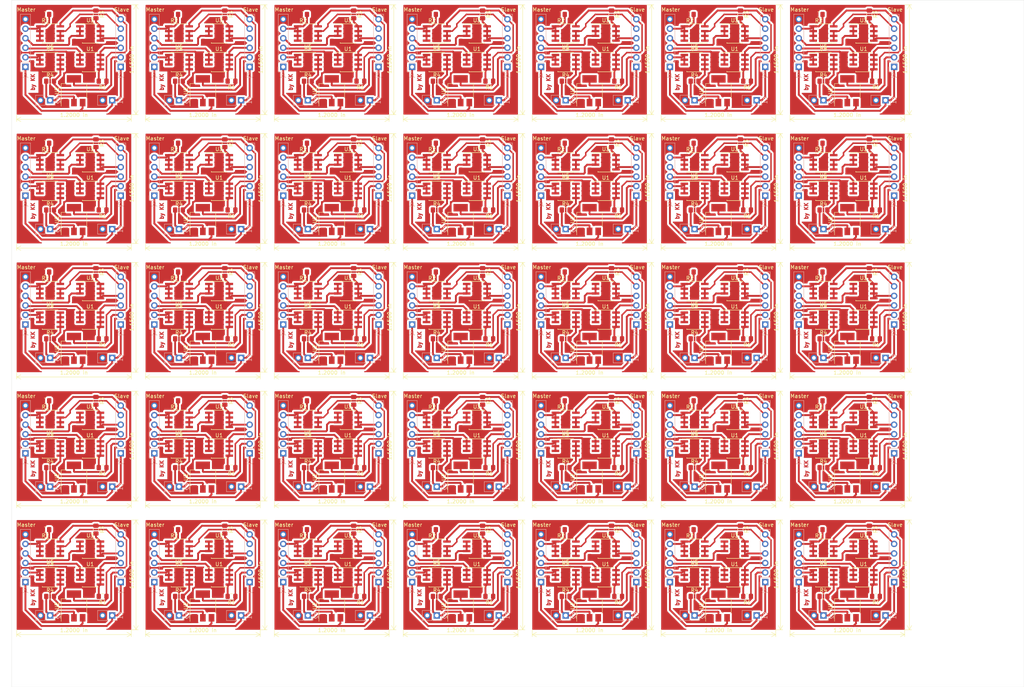
<source format=kicad_pcb>
(kicad_pcb (version 20171130) (host pcbnew 5.1.5+dfsg1-2build2)
  (layers (0 F.Cu signal) (31 B.Cu signal) (34 B.Paste user) (35 F.Paste user) (36 B.SilkS user) (37 F.SilkS user) (38 B.Mask user) (39 F.Mask user) (44 Edge.Cuts user))
  (net 0 "")
  (net 1 GND)
  (net 2 +5V)
  (net 3 +1V8)
  (net 4 /MISO)
  (net 5 /SCK)
  (net 6 /MOSI)
  (net 7 /CS)
  (net 8 "Net-(J2-Pad5)")
  (net 9 "Net-(J2-Pad4)")
  (net 10 "Net-(J2-Pad3)")
  (net 11 "Net-(J2-Pad2)")
  (module Package_SO:PowerIntegrations_SO-8 (layer F.Cu) (at 91.44 158.75 180)
    (fp_text reference U5 (at 0 -3.5) (layer F.SilkS))
    (fp_text value IRF7476)
    (pad 8 smd rect (at 2.725 -1.905 180) (size 2 0.6) (layers F.Cu F.Paste F.Mask))
    (pad 7 smd rect (at 2.725 -0.635 180) (size 2 0.6) (layers F.Cu F.Paste F.Mask))
    (pad 6 smd rect (at 2.725 0.635 180) (size 2 0.6) (layers F.Cu F.Paste F.Mask))
    (pad 5 smd rect (at 2.725 1.905 180) (size 2 0.6) (layers F.Cu F.Paste F.Mask))
    (pad 4 smd rect (at -2.725 1.905 180) (size 2 0.6) (layers F.Cu F.Paste F.Mask))
    (pad 3 smd rect (at -2.725 0.635 180) (size 2 0.6) (layers F.Cu F.Paste F.Mask))
    (pad 2 smd rect (at -2.725 -0.635 180) (size 2 0.6) (layers F.Cu F.Paste F.Mask))
    (pad 1 smd rect (at -2.725 -1.905 180) (size 2 0.6) (layers F.Cu F.Paste F.Mask))
  )
  (module Connector_PinHeader_2.54mm:PinHeader_1x06_P2.54mm_Vertical (layer B.Cu) (at 110.236 167.64)
    (fp_text reference J2 (at 0 2.33) (layer B.SilkS) (effects (justify mirror)))
    (fp_text value Conn_01x06_Male)
    (pad 6 thru_hole oval (at 0 -12.7) (size 1.7 1.7) (drill 1) (layers *.Cu *.Mask))
    (pad 5 thru_hole oval (at 0 -10.16) (size 1.7 1.7) (drill 1) (layers *.Cu *.Mask))
    (pad 4 thru_hole oval (at 0 -7.62) (size 1.7 1.7) (drill 1) (layers *.Cu *.Mask))
    (pad 3 thru_hole oval (at 0 -5.08) (size 1.7 1.7) (drill 1) (layers *.Cu *.Mask))
    (pad 2 thru_hole oval (at 0 -2.54) (size 1.7 1.7) (drill 1) (layers *.Cu *.Mask))
    (pad 1 thru_hole rect (at 0 0) (size 1.7 1.7) (drill 1) (layers *.Cu *.Mask))
  )
  (module Resistor_SMD:R_0805_2012Metric_Pad1.15x1.40mm_HandSolder (layer F.Cu) (at 55.88 153.67 180)
    (fp_text reference R2 (at 0 -1.65) (layer F.SilkS))
    (fp_text value 10K)
    (pad 2 smd roundrect (at 1.025 0 180) (size 1.15 1.4) (layers F.Cu F.Paste F.Mask) (roundrect_rratio 0.217391))
    (pad 1 smd roundrect (at -1.025 0 180) (size 1.15 1.4) (layers F.Cu F.Paste F.Mask) (roundrect_rratio 0.217391))
  )
  (module Resistor_SMD:R_0805_2012Metric_Pad1.15x1.40mm_HandSolder (layer F.Cu) (at 91.44 171.45)
    (fp_text reference R4 (at 0 -1.65) (layer F.SilkS))
    (fp_text value 10K)
    (pad 2 smd roundrect (at 1.025 0) (size 1.15 1.4) (layers F.Cu F.Paste F.Mask) (roundrect_rratio 0.217391))
    (pad 1 smd roundrect (at -1.025 0) (size 1.15 1.4) (layers F.Cu F.Paste F.Mask) (roundrect_rratio 0.217391))
  )
  (module Connector_PinHeader_2.54mm:PinHeader_1x06_P2.54mm_Vertical (layer B.Cu) (at 178.816 167.64)
    (fp_text reference J2 (at 0 2.33) (layer B.SilkS) (effects (justify mirror)))
    (fp_text value Conn_01x06_Male)
    (pad 6 thru_hole oval (at 0 -12.7) (size 1.7 1.7) (drill 1) (layers *.Cu *.Mask))
    (pad 5 thru_hole oval (at 0 -10.16) (size 1.7 1.7) (drill 1) (layers *.Cu *.Mask))
    (pad 4 thru_hole oval (at 0 -7.62) (size 1.7 1.7) (drill 1) (layers *.Cu *.Mask))
    (pad 3 thru_hole oval (at 0 -5.08) (size 1.7 1.7) (drill 1) (layers *.Cu *.Mask))
    (pad 2 thru_hole oval (at 0 -2.54) (size 1.7 1.7) (drill 1) (layers *.Cu *.Mask))
    (pad 1 thru_hole rect (at 0 0) (size 1.7 1.7) (drill 1) (layers *.Cu *.Mask))
  )
  (module Package_SO:PowerIntegrations_SO-8 (layer F.Cu) (at 57.15 166.37)
    (fp_text reference U4 (at 0 -3.5) (layer F.SilkS))
    (fp_text value IRF7476)
    (pad 8 smd rect (at 2.725 -1.905) (size 2 0.6) (layers F.Cu F.Paste F.Mask))
    (pad 7 smd rect (at 2.725 -0.635) (size 2 0.6) (layers F.Cu F.Paste F.Mask))
    (pad 6 smd rect (at 2.725 0.635) (size 2 0.6) (layers F.Cu F.Paste F.Mask))
    (pad 5 smd rect (at 2.725 1.905) (size 2 0.6) (layers F.Cu F.Paste F.Mask))
    (pad 4 smd rect (at -2.725 1.905) (size 2 0.6) (layers F.Cu F.Paste F.Mask))
    (pad 3 smd rect (at -2.725 0.635) (size 2 0.6) (layers F.Cu F.Paste F.Mask))
    (pad 2 smd rect (at -2.725 -0.635) (size 2 0.6) (layers F.Cu F.Paste F.Mask))
    (pad 1 smd rect (at -2.725 -1.905) (size 2 0.6) (layers F.Cu F.Paste F.Mask))
  )
  (module Connector_PinHeader_2.54mm:PinHeader_1x02_P2.54mm_Vertical (layer B.Cu) (at 176.53 176.53 90)
    (fp_text reference C1 (at 0 2.33 90) (layer B.SilkS) (effects (justify mirror)))
    (fp_text value 100N)
    (pad 2 thru_hole oval (at 0 -2.54 90) (size 1.7 1.7) (drill 1) (layers *.Cu *.Mask))
    (pad 1 thru_hole rect (at 0 0 90) (size 1.7 1.7) (drill 1) (layers *.Cu *.Mask))
  )
  (module Resistor_SMD:R_0805_2012Metric_Pad1.15x1.40mm_HandSolder (layer F.Cu) (at 124.46 153.67 180)
    (fp_text reference R2 (at 0 -1.65) (layer F.SilkS))
    (fp_text value 10K)
    (pad 2 smd roundrect (at 1.025 0 180) (size 1.15 1.4) (layers F.Cu F.Paste F.Mask) (roundrect_rratio 0.217391))
    (pad 1 smd roundrect (at -1.025 0 180) (size 1.15 1.4) (layers F.Cu F.Paste F.Mask) (roundrect_rratio 0.217391))
  )
  (module Package_SO:PowerIntegrations_SO-8 (layer F.Cu) (at 228.6 158.75 180)
    (fp_text reference U5 (at 0 -3.5) (layer F.SilkS))
    (fp_text value IRF7476)
    (pad 8 smd rect (at 2.725 -1.905 180) (size 2 0.6) (layers F.Cu F.Paste F.Mask))
    (pad 7 smd rect (at 2.725 -0.635 180) (size 2 0.6) (layers F.Cu F.Paste F.Mask))
    (pad 6 smd rect (at 2.725 0.635 180) (size 2 0.6) (layers F.Cu F.Paste F.Mask))
    (pad 5 smd rect (at 2.725 1.905 180) (size 2 0.6) (layers F.Cu F.Paste F.Mask))
    (pad 4 smd rect (at -2.725 1.905 180) (size 2 0.6) (layers F.Cu F.Paste F.Mask))
    (pad 3 smd rect (at -2.725 0.635 180) (size 2 0.6) (layers F.Cu F.Paste F.Mask))
    (pad 2 smd rect (at -2.725 -0.635 180) (size 2 0.6) (layers F.Cu F.Paste F.Mask))
    (pad 1 smd rect (at -2.725 -1.905 180) (size 2 0.6) (layers F.Cu F.Paste F.Mask))
  )
  (module Package_SO:PowerIntegrations_SO-8 (layer F.Cu) (at 102.108 158.75)
    (fp_text reference U3 (at 0 -3.5) (layer F.SilkS))
    (fp_text value IRF7476)
    (pad 8 smd rect (at 2.725 -1.905) (size 2 0.6) (layers F.Cu F.Paste F.Mask))
    (pad 7 smd rect (at 2.725 -0.635) (size 2 0.6) (layers F.Cu F.Paste F.Mask))
    (pad 6 smd rect (at 2.725 0.635) (size 2 0.6) (layers F.Cu F.Paste F.Mask))
    (pad 5 smd rect (at 2.725 1.905) (size 2 0.6) (layers F.Cu F.Paste F.Mask))
    (pad 4 smd rect (at -2.725 1.905) (size 2 0.6) (layers F.Cu F.Paste F.Mask))
    (pad 3 smd rect (at -2.725 0.635) (size 2 0.6) (layers F.Cu F.Paste F.Mask))
    (pad 2 smd rect (at -2.725 -0.635) (size 2 0.6) (layers F.Cu F.Paste F.Mask))
    (pad 1 smd rect (at -2.725 -1.905) (size 2 0.6) (layers F.Cu F.Paste F.Mask))
  )
  (module Connector_PinHeader_2.54mm:PinHeader_1x06_P2.54mm_Vertical (layer B.Cu) (at 222.04 167.64)
    (fp_text reference J1 (at 0 2.33) (layer B.SilkS) (effects (justify mirror)))
    (fp_text value Conn_01x06_Male)
    (pad 6 thru_hole oval (at 0 -12.7) (size 1.7 1.7) (drill 1) (layers *.Cu *.Mask))
    (pad 5 thru_hole oval (at 0 -10.16) (size 1.7 1.7) (drill 1) (layers *.Cu *.Mask))
    (pad 4 thru_hole oval (at 0 -7.62) (size 1.7 1.7) (drill 1) (layers *.Cu *.Mask))
    (pad 3 thru_hole oval (at 0 -5.08) (size 1.7 1.7) (drill 1) (layers *.Cu *.Mask))
    (pad 2 thru_hole oval (at 0 -2.54) (size 1.7 1.7) (drill 1) (layers *.Cu *.Mask))
    (pad 1 thru_hole rect (at 0 0) (size 1.7 1.7) (drill 1) (layers *.Cu *.Mask))
  )
  (module Package_TO_SOT_SMD:SOT-223-3_TabPin2 (layer F.Cu) (at 97.79 173.99 90)
    (fp_text reference U2 (at 0 -4.5 90) (layer F.SilkS))
    (fp_text value LM1117-1.8)
    (pad 1 smd rect (at -3.15 -2.3 90) (size 2 1.5) (layers F.Cu F.Paste F.Mask))
    (pad 3 smd rect (at -3.15 2.3 90) (size 2 1.5) (layers F.Cu F.Paste F.Mask))
    (pad 2 smd rect (at -3.15 0 90) (size 2 1.5) (layers F.Cu F.Paste F.Mask))
    (pad 2 smd rect (at 3.15 0 90) (size 2 3.8) (layers F.Cu F.Paste F.Mask))
  )
  (module Package_SO:PowerIntegrations_SO-8 (layer F.Cu) (at 160.02 158.75 180)
    (fp_text reference U5 (at 0 -3.5) (layer F.SilkS))
    (fp_text value IRF7476)
    (pad 8 smd rect (at 2.725 -1.905 180) (size 2 0.6) (layers F.Cu F.Paste F.Mask))
    (pad 7 smd rect (at 2.725 -0.635 180) (size 2 0.6) (layers F.Cu F.Paste F.Mask))
    (pad 6 smd rect (at 2.725 0.635 180) (size 2 0.6) (layers F.Cu F.Paste F.Mask))
    (pad 5 smd rect (at 2.725 1.905 180) (size 2 0.6) (layers F.Cu F.Paste F.Mask))
    (pad 4 smd rect (at -2.725 1.905 180) (size 2 0.6) (layers F.Cu F.Paste F.Mask))
    (pad 3 smd rect (at -2.725 0.635 180) (size 2 0.6) (layers F.Cu F.Paste F.Mask))
    (pad 2 smd rect (at -2.725 -0.635 180) (size 2 0.6) (layers F.Cu F.Paste F.Mask))
    (pad 1 smd rect (at -2.725 -1.905 180) (size 2 0.6) (layers F.Cu F.Paste F.Mask))
  )
  (module Resistor_SMD:R_0805_2012Metric_Pad1.15x1.40mm_HandSolder (layer F.Cu) (at 137.922 153.67 270)
    (fp_text reference R3 (at 0 -1.65 90) (layer F.SilkS))
    (fp_text value 10K)
    (pad 2 smd roundrect (at 1.025 0 270) (size 1.15 1.4) (layers F.Cu F.Paste F.Mask) (roundrect_rratio 0.217391))
    (pad 1 smd roundrect (at -1.025 0 270) (size 1.15 1.4) (layers F.Cu F.Paste F.Mask) (roundrect_rratio 0.217391))
  )
  (module Package_SO:PowerIntegrations_SO-8 (layer F.Cu) (at 125.73 158.75 180)
    (fp_text reference U5 (at 0 -3.5) (layer F.SilkS))
    (fp_text value IRF7476)
    (pad 8 smd rect (at 2.725 -1.905 180) (size 2 0.6) (layers F.Cu F.Paste F.Mask))
    (pad 7 smd rect (at 2.725 -0.635 180) (size 2 0.6) (layers F.Cu F.Paste F.Mask))
    (pad 6 smd rect (at 2.725 0.635 180) (size 2 0.6) (layers F.Cu F.Paste F.Mask))
    (pad 5 smd rect (at 2.725 1.905 180) (size 2 0.6) (layers F.Cu F.Paste F.Mask))
    (pad 4 smd rect (at -2.725 1.905 180) (size 2 0.6) (layers F.Cu F.Paste F.Mask))
    (pad 3 smd rect (at -2.725 0.635 180) (size 2 0.6) (layers F.Cu F.Paste F.Mask))
    (pad 2 smd rect (at -2.725 -0.635 180) (size 2 0.6) (layers F.Cu F.Paste F.Mask))
    (pad 1 smd rect (at -2.725 -1.905 180) (size 2 0.6) (layers F.Cu F.Paste F.Mask))
  )
  (module Package_TO_SOT_SMD:SOT-223-3_TabPin2 (layer F.Cu) (at 166.37 173.99 90)
    (fp_text reference U2 (at 0 -4.5 90) (layer F.SilkS))
    (fp_text value LM1117-1.8)
    (pad 1 smd rect (at -3.15 -2.3 90) (size 2 1.5) (layers F.Cu F.Paste F.Mask))
    (pad 3 smd rect (at -3.15 2.3 90) (size 2 1.5) (layers F.Cu F.Paste F.Mask))
    (pad 2 smd rect (at -3.15 0 90) (size 2 1.5) (layers F.Cu F.Paste F.Mask))
    (pad 2 smd rect (at 3.15 0 90) (size 2 3.8) (layers F.Cu F.Paste F.Mask))
  )
  (module Resistor_SMD:R_0805_2012Metric_Pad1.15x1.40mm_HandSolder (layer F.Cu) (at 103.632 153.67 270)
    (fp_text reference R3 (at 0 -1.65 90) (layer F.SilkS))
    (fp_text value 10K)
    (pad 2 smd roundrect (at 1.025 0 270) (size 1.15 1.4) (layers F.Cu F.Paste F.Mask) (roundrect_rratio 0.217391))
    (pad 1 smd roundrect (at -1.025 0 270) (size 1.15 1.4) (layers F.Cu F.Paste F.Mask) (roundrect_rratio 0.217391))
  )
  (module Package_SO:PowerIntegrations_SO-8 (layer F.Cu) (at 170.688 158.75)
    (fp_text reference U3 (at 0 -3.5) (layer F.SilkS))
    (fp_text value IRF7476)
    (pad 8 smd rect (at 2.725 -1.905) (size 2 0.6) (layers F.Cu F.Paste F.Mask))
    (pad 7 smd rect (at 2.725 -0.635) (size 2 0.6) (layers F.Cu F.Paste F.Mask))
    (pad 6 smd rect (at 2.725 0.635) (size 2 0.6) (layers F.Cu F.Paste F.Mask))
    (pad 5 smd rect (at 2.725 1.905) (size 2 0.6) (layers F.Cu F.Paste F.Mask))
    (pad 4 smd rect (at -2.725 1.905) (size 2 0.6) (layers F.Cu F.Paste F.Mask))
    (pad 3 smd rect (at -2.725 0.635) (size 2 0.6) (layers F.Cu F.Paste F.Mask))
    (pad 2 smd rect (at -2.725 -0.635) (size 2 0.6) (layers F.Cu F.Paste F.Mask))
    (pad 1 smd rect (at -2.725 -1.905) (size 2 0.6) (layers F.Cu F.Paste F.Mask))
  )
  (module Package_SO:PowerIntegrations_SO-8 (layer F.Cu) (at 102.108 166.37)
    (fp_text reference U1 (at 0 -3.5) (layer F.SilkS))
    (fp_text value IRF7476)
    (pad 8 smd rect (at 2.725 -1.905) (size 2 0.6) (layers F.Cu F.Paste F.Mask))
    (pad 7 smd rect (at 2.725 -0.635) (size 2 0.6) (layers F.Cu F.Paste F.Mask))
    (pad 6 smd rect (at 2.725 0.635) (size 2 0.6) (layers F.Cu F.Paste F.Mask))
    (pad 5 smd rect (at 2.725 1.905) (size 2 0.6) (layers F.Cu F.Paste F.Mask))
    (pad 4 smd rect (at -2.725 1.905) (size 2 0.6) (layers F.Cu F.Paste F.Mask))
    (pad 3 smd rect (at -2.725 0.635) (size 2 0.6) (layers F.Cu F.Paste F.Mask))
    (pad 2 smd rect (at -2.725 -0.635) (size 2 0.6) (layers F.Cu F.Paste F.Mask))
    (pad 1 smd rect (at -2.725 -1.905) (size 2 0.6) (layers F.Cu F.Paste F.Mask))
  )
  (module Package_SO:PowerIntegrations_SO-8 (layer F.Cu) (at 136.398 166.37)
    (fp_text reference U1 (at 0 -3.5) (layer F.SilkS))
    (fp_text value IRF7476)
    (pad 8 smd rect (at 2.725 -1.905) (size 2 0.6) (layers F.Cu F.Paste F.Mask))
    (pad 7 smd rect (at 2.725 -0.635) (size 2 0.6) (layers F.Cu F.Paste F.Mask))
    (pad 6 smd rect (at 2.725 0.635) (size 2 0.6) (layers F.Cu F.Paste F.Mask))
    (pad 5 smd rect (at 2.725 1.905) (size 2 0.6) (layers F.Cu F.Paste F.Mask))
    (pad 4 smd rect (at -2.725 1.905) (size 2 0.6) (layers F.Cu F.Paste F.Mask))
    (pad 3 smd rect (at -2.725 0.635) (size 2 0.6) (layers F.Cu F.Paste F.Mask))
    (pad 2 smd rect (at -2.725 -0.635) (size 2 0.6) (layers F.Cu F.Paste F.Mask))
    (pad 1 smd rect (at -2.725 -1.905) (size 2 0.6) (layers F.Cu F.Paste F.Mask))
  )
  (module Connector_PinHeader_2.54mm:PinHeader_1x06_P2.54mm_Vertical (layer B.Cu) (at 247.396 167.64)
    (fp_text reference J2 (at 0 2.33) (layer B.SilkS) (effects (justify mirror)))
    (fp_text value Conn_01x06_Male)
    (pad 6 thru_hole oval (at 0 -12.7) (size 1.7 1.7) (drill 1) (layers *.Cu *.Mask))
    (pad 5 thru_hole oval (at 0 -10.16) (size 1.7 1.7) (drill 1) (layers *.Cu *.Mask))
    (pad 4 thru_hole oval (at 0 -7.62) (size 1.7 1.7) (drill 1) (layers *.Cu *.Mask))
    (pad 3 thru_hole oval (at 0 -5.08) (size 1.7 1.7) (drill 1) (layers *.Cu *.Mask))
    (pad 2 thru_hole oval (at 0 -2.54) (size 1.7 1.7) (drill 1) (layers *.Cu *.Mask))
    (pad 1 thru_hole rect (at 0 0) (size 1.7 1.7) (drill 1) (layers *.Cu *.Mask))
  )
  (module Package_TO_SOT_SMD:SOT-223-3_TabPin2 (layer F.Cu) (at 63.5 173.99 90)
    (fp_text reference U2 (at 0 -4.5 90) (layer F.SilkS))
    (fp_text value LM1117-1.8)
    (pad 1 smd rect (at -3.15 -2.3 90) (size 2 1.5) (layers F.Cu F.Paste F.Mask))
    (pad 3 smd rect (at -3.15 2.3 90) (size 2 1.5) (layers F.Cu F.Paste F.Mask))
    (pad 2 smd rect (at -3.15 0 90) (size 2 1.5) (layers F.Cu F.Paste F.Mask))
    (pad 2 smd rect (at 3.15 0 90) (size 2 3.8) (layers F.Cu F.Paste F.Mask))
  )
  (module Connector_PinHeader_2.54mm:PinHeader_1x02_P2.54mm_Vertical (layer B.Cu) (at 245.11 176.53 90)
    (fp_text reference C1 (at 0 2.33 90) (layer B.SilkS) (effects (justify mirror)))
    (fp_text value 100N)
    (pad 2 thru_hole oval (at 0 -2.54 90) (size 1.7 1.7) (drill 1) (layers *.Cu *.Mask))
    (pad 1 thru_hole rect (at 0 0 90) (size 1.7 1.7) (drill 1) (layers *.Cu *.Mask))
  )
  (module Connector_PinHeader_2.54mm:PinHeader_1x02_P2.54mm_Vertical (layer B.Cu) (at 228.6 176.53 90)
    (fp_text reference C2 (at 0 2.33 90) (layer B.SilkS) (effects (justify mirror)))
    (fp_text value 100N)
    (pad 2 thru_hole oval (at 0 -2.54 90) (size 1.7 1.7) (drill 1) (layers *.Cu *.Mask))
    (pad 1 thru_hole rect (at 0 0 90) (size 1.7 1.7) (drill 1) (layers *.Cu *.Mask))
  )
  (module Resistor_SMD:R_0805_2012Metric_Pad1.15x1.40mm_HandSolder (layer F.Cu) (at 242.57 171.45 180)
    (fp_text reference R1 (at 0 -1.65) (layer F.SilkS))
    (fp_text value 10K)
    (pad 2 smd roundrect (at 1.025 0 180) (size 1.15 1.4) (layers F.Cu F.Paste F.Mask) (roundrect_rratio 0.217391))
    (pad 1 smd roundrect (at -1.025 0 180) (size 1.15 1.4) (layers F.Cu F.Paste F.Mask) (roundrect_rratio 0.217391))
  )
  (module Resistor_SMD:R_0805_2012Metric_Pad1.15x1.40mm_HandSolder (layer F.Cu) (at 228.6 171.45)
    (fp_text reference R4 (at 0 -1.65) (layer F.SilkS))
    (fp_text value 10K)
    (pad 2 smd roundrect (at 1.025 0) (size 1.15 1.4) (layers F.Cu F.Paste F.Mask) (roundrect_rratio 0.217391))
    (pad 1 smd roundrect (at -1.025 0) (size 1.15 1.4) (layers F.Cu F.Paste F.Mask) (roundrect_rratio 0.217391))
  )
  (module Resistor_SMD:R_0805_2012Metric_Pad1.15x1.40mm_HandSolder (layer F.Cu) (at 227.33 153.67 180)
    (fp_text reference R2 (at 0 -1.65) (layer F.SilkS))
    (fp_text value 10K)
    (pad 2 smd roundrect (at 1.025 0 180) (size 1.15 1.4) (layers F.Cu F.Paste F.Mask) (roundrect_rratio 0.217391))
    (pad 1 smd roundrect (at -1.025 0 180) (size 1.15 1.4) (layers F.Cu F.Paste F.Mask) (roundrect_rratio 0.217391))
  )
  (module Package_SO:PowerIntegrations_SO-8 (layer F.Cu) (at 239.268 166.37)
    (fp_text reference U1 (at 0 -3.5) (layer F.SilkS))
    (fp_text value IRF7476)
    (pad 8 smd rect (at 2.725 -1.905) (size 2 0.6) (layers F.Cu F.Paste F.Mask))
    (pad 7 smd rect (at 2.725 -0.635) (size 2 0.6) (layers F.Cu F.Paste F.Mask))
    (pad 6 smd rect (at 2.725 0.635) (size 2 0.6) (layers F.Cu F.Paste F.Mask))
    (pad 5 smd rect (at 2.725 1.905) (size 2 0.6) (layers F.Cu F.Paste F.Mask))
    (pad 4 smd rect (at -2.725 1.905) (size 2 0.6) (layers F.Cu F.Paste F.Mask))
    (pad 3 smd rect (at -2.725 0.635) (size 2 0.6) (layers F.Cu F.Paste F.Mask))
    (pad 2 smd rect (at -2.725 -0.635) (size 2 0.6) (layers F.Cu F.Paste F.Mask))
    (pad 1 smd rect (at -2.725 -1.905) (size 2 0.6) (layers F.Cu F.Paste F.Mask))
  )
  (module Package_TO_SOT_SMD:SOT-223-3_TabPin2 (layer F.Cu) (at 132.08 173.99 90)
    (fp_text reference U2 (at 0 -4.5 90) (layer F.SilkS))
    (fp_text value LM1117-1.8)
    (pad 1 smd rect (at -3.15 -2.3 90) (size 2 1.5) (layers F.Cu F.Paste F.Mask))
    (pad 3 smd rect (at -3.15 2.3 90) (size 2 1.5) (layers F.Cu F.Paste F.Mask))
    (pad 2 smd rect (at -3.15 0 90) (size 2 1.5) (layers F.Cu F.Paste F.Mask))
    (pad 2 smd rect (at 3.15 0 90) (size 2 3.8) (layers F.Cu F.Paste F.Mask))
  )
  (module Resistor_SMD:R_0805_2012Metric_Pad1.15x1.40mm_HandSolder (layer F.Cu) (at 160.02 171.45)
    (fp_text reference R4 (at 0 -1.65) (layer F.SilkS))
    (fp_text value 10K)
    (pad 2 smd roundrect (at 1.025 0) (size 1.15 1.4) (layers F.Cu F.Paste F.Mask) (roundrect_rratio 0.217391))
    (pad 1 smd roundrect (at -1.025 0) (size 1.15 1.4) (layers F.Cu F.Paste F.Mask) (roundrect_rratio 0.217391))
  )
  (module Package_SO:PowerIntegrations_SO-8 (layer F.Cu) (at 57.15 158.75 180)
    (fp_text reference U5 (at 0 -3.5) (layer F.SilkS))
    (fp_text value IRF7476)
    (pad 8 smd rect (at 2.725 -1.905 180) (size 2 0.6) (layers F.Cu F.Paste F.Mask))
    (pad 7 smd rect (at 2.725 -0.635 180) (size 2 0.6) (layers F.Cu F.Paste F.Mask))
    (pad 6 smd rect (at 2.725 0.635 180) (size 2 0.6) (layers F.Cu F.Paste F.Mask))
    (pad 5 smd rect (at 2.725 1.905 180) (size 2 0.6) (layers F.Cu F.Paste F.Mask))
    (pad 4 smd rect (at -2.725 1.905 180) (size 2 0.6) (layers F.Cu F.Paste F.Mask))
    (pad 3 smd rect (at -2.725 0.635 180) (size 2 0.6) (layers F.Cu F.Paste F.Mask))
    (pad 2 smd rect (at -2.725 -0.635 180) (size 2 0.6) (layers F.Cu F.Paste F.Mask))
    (pad 1 smd rect (at -2.725 -1.905 180) (size 2 0.6) (layers F.Cu F.Paste F.Mask))
  )
  (module Connector_PinHeader_2.54mm:PinHeader_1x06_P2.54mm_Vertical (layer B.Cu) (at 50.59 167.64)
    (fp_text reference J1 (at 0 2.33) (layer B.SilkS) (effects (justify mirror)))
    (fp_text value Conn_01x06_Male)
    (pad 6 thru_hole oval (at 0 -12.7) (size 1.7 1.7) (drill 1) (layers *.Cu *.Mask))
    (pad 5 thru_hole oval (at 0 -10.16) (size 1.7 1.7) (drill 1) (layers *.Cu *.Mask))
    (pad 4 thru_hole oval (at 0 -7.62) (size 1.7 1.7) (drill 1) (layers *.Cu *.Mask))
    (pad 3 thru_hole oval (at 0 -5.08) (size 1.7 1.7) (drill 1) (layers *.Cu *.Mask))
    (pad 2 thru_hole oval (at 0 -2.54) (size 1.7 1.7) (drill 1) (layers *.Cu *.Mask))
    (pad 1 thru_hole rect (at 0 0) (size 1.7 1.7) (drill 1) (layers *.Cu *.Mask))
  )
  (module Connector_PinHeader_2.54mm:PinHeader_1x06_P2.54mm_Vertical (layer B.Cu) (at 153.46 167.64)
    (fp_text reference J1 (at 0 2.33) (layer B.SilkS) (effects (justify mirror)))
    (fp_text value Conn_01x06_Male)
    (pad 6 thru_hole oval (at 0 -12.7) (size 1.7 1.7) (drill 1) (layers *.Cu *.Mask))
    (pad 5 thru_hole oval (at 0 -10.16) (size 1.7 1.7) (drill 1) (layers *.Cu *.Mask))
    (pad 4 thru_hole oval (at 0 -7.62) (size 1.7 1.7) (drill 1) (layers *.Cu *.Mask))
    (pad 3 thru_hole oval (at 0 -5.08) (size 1.7 1.7) (drill 1) (layers *.Cu *.Mask))
    (pad 2 thru_hole oval (at 0 -2.54) (size 1.7 1.7) (drill 1) (layers *.Cu *.Mask))
    (pad 1 thru_hole rect (at 0 0) (size 1.7 1.7) (drill 1) (layers *.Cu *.Mask))
  )
  (module Resistor_SMD:R_0805_2012Metric_Pad1.15x1.40mm_HandSolder (layer F.Cu) (at 206.502 153.67 270)
    (fp_text reference R3 (at 0 -1.65 90) (layer F.SilkS))
    (fp_text value 10K)
    (pad 2 smd roundrect (at 1.025 0 270) (size 1.15 1.4) (layers F.Cu F.Paste F.Mask) (roundrect_rratio 0.217391))
    (pad 1 smd roundrect (at -1.025 0 270) (size 1.15 1.4) (layers F.Cu F.Paste F.Mask) (roundrect_rratio 0.217391))
  )
  (module Connector_PinHeader_2.54mm:PinHeader_1x06_P2.54mm_Vertical (layer B.Cu) (at 75.946 167.64)
    (fp_text reference J2 (at 0 2.33) (layer B.SilkS) (effects (justify mirror)))
    (fp_text value Conn_01x06_Male)
    (pad 6 thru_hole oval (at 0 -12.7) (size 1.7 1.7) (drill 1) (layers *.Cu *.Mask))
    (pad 5 thru_hole oval (at 0 -10.16) (size 1.7 1.7) (drill 1) (layers *.Cu *.Mask))
    (pad 4 thru_hole oval (at 0 -7.62) (size 1.7 1.7) (drill 1) (layers *.Cu *.Mask))
    (pad 3 thru_hole oval (at 0 -5.08) (size 1.7 1.7) (drill 1) (layers *.Cu *.Mask))
    (pad 2 thru_hole oval (at 0 -2.54) (size 1.7 1.7) (drill 1) (layers *.Cu *.Mask))
    (pad 1 thru_hole rect (at 0 0) (size 1.7 1.7) (drill 1) (layers *.Cu *.Mask))
  )
  (module Resistor_SMD:R_0805_2012Metric_Pad1.15x1.40mm_HandSolder (layer F.Cu) (at 172.212 153.67 270)
    (fp_text reference R3 (at 0 -1.65 90) (layer F.SilkS))
    (fp_text value 10K)
    (pad 2 smd roundrect (at 1.025 0 270) (size 1.15 1.4) (layers F.Cu F.Paste F.Mask) (roundrect_rratio 0.217391))
    (pad 1 smd roundrect (at -1.025 0 270) (size 1.15 1.4) (layers F.Cu F.Paste F.Mask) (roundrect_rratio 0.217391))
  )
  (module Connector_PinHeader_2.54mm:PinHeader_1x02_P2.54mm_Vertical (layer B.Cu) (at 57.15 176.53 90)
    (fp_text reference C2 (at 0 2.33 90) (layer B.SilkS) (effects (justify mirror)))
    (fp_text value 100N)
    (pad 2 thru_hole oval (at 0 -2.54 90) (size 1.7 1.7) (drill 1) (layers *.Cu *.Mask))
    (pad 1 thru_hole rect (at 0 0 90) (size 1.7 1.7) (drill 1) (layers *.Cu *.Mask))
  )
  (module Resistor_SMD:R_0805_2012Metric_Pad1.15x1.40mm_HandSolder (layer F.Cu) (at 173.99 171.45 180)
    (fp_text reference R1 (at 0 -1.65) (layer F.SilkS))
    (fp_text value 10K)
    (pad 2 smd roundrect (at 1.025 0 180) (size 1.15 1.4) (layers F.Cu F.Paste F.Mask) (roundrect_rratio 0.217391))
    (pad 1 smd roundrect (at -1.025 0 180) (size 1.15 1.4) (layers F.Cu F.Paste F.Mask) (roundrect_rratio 0.217391))
  )
  (module Package_SO:PowerIntegrations_SO-8 (layer F.Cu) (at 67.818 158.75)
    (fp_text reference U3 (at 0 -3.5) (layer F.SilkS))
    (fp_text value IRF7476)
    (pad 8 smd rect (at 2.725 -1.905) (size 2 0.6) (layers F.Cu F.Paste F.Mask))
    (pad 7 smd rect (at 2.725 -0.635) (size 2 0.6) (layers F.Cu F.Paste F.Mask))
    (pad 6 smd rect (at 2.725 0.635) (size 2 0.6) (layers F.Cu F.Paste F.Mask))
    (pad 5 smd rect (at 2.725 1.905) (size 2 0.6) (layers F.Cu F.Paste F.Mask))
    (pad 4 smd rect (at -2.725 1.905) (size 2 0.6) (layers F.Cu F.Paste F.Mask))
    (pad 3 smd rect (at -2.725 0.635) (size 2 0.6) (layers F.Cu F.Paste F.Mask))
    (pad 2 smd rect (at -2.725 -0.635) (size 2 0.6) (layers F.Cu F.Paste F.Mask))
    (pad 1 smd rect (at -2.725 -1.905) (size 2 0.6) (layers F.Cu F.Paste F.Mask))
  )
  (module Package_SO:PowerIntegrations_SO-8 (layer F.Cu) (at 91.44 166.37)
    (fp_text reference U4 (at 0 -3.5) (layer F.SilkS))
    (fp_text value IRF7476)
    (pad 8 smd rect (at 2.725 -1.905) (size 2 0.6) (layers F.Cu F.Paste F.Mask))
    (pad 7 smd rect (at 2.725 -0.635) (size 2 0.6) (layers F.Cu F.Paste F.Mask))
    (pad 6 smd rect (at 2.725 0.635) (size 2 0.6) (layers F.Cu F.Paste F.Mask))
    (pad 5 smd rect (at 2.725 1.905) (size 2 0.6) (layers F.Cu F.Paste F.Mask))
    (pad 4 smd rect (at -2.725 1.905) (size 2 0.6) (layers F.Cu F.Paste F.Mask))
    (pad 3 smd rect (at -2.725 0.635) (size 2 0.6) (layers F.Cu F.Paste F.Mask))
    (pad 2 smd rect (at -2.725 -0.635) (size 2 0.6) (layers F.Cu F.Paste F.Mask))
    (pad 1 smd rect (at -2.725 -1.905) (size 2 0.6) (layers F.Cu F.Paste F.Mask))
  )
  (module Connector_PinHeader_2.54mm:PinHeader_1x02_P2.54mm_Vertical (layer B.Cu) (at 91.44 176.53 90)
    (fp_text reference C2 (at 0 2.33 90) (layer B.SilkS) (effects (justify mirror)))
    (fp_text value 100N)
    (pad 2 thru_hole oval (at 0 -2.54 90) (size 1.7 1.7) (drill 1) (layers *.Cu *.Mask))
    (pad 1 thru_hole rect (at 0 0 90) (size 1.7 1.7) (drill 1) (layers *.Cu *.Mask))
  )
  (module Connector_PinHeader_2.54mm:PinHeader_1x02_P2.54mm_Vertical (layer B.Cu) (at 125.73 176.53 90)
    (fp_text reference C2 (at 0 2.33 90) (layer B.SilkS) (effects (justify mirror)))
    (fp_text value 100N)
    (pad 2 thru_hole oval (at 0 -2.54 90) (size 1.7 1.7) (drill 1) (layers *.Cu *.Mask))
    (pad 1 thru_hole rect (at 0 0 90) (size 1.7 1.7) (drill 1) (layers *.Cu *.Mask))
  )
  (module Connector_PinHeader_2.54mm:PinHeader_1x06_P2.54mm_Vertical (layer B.Cu) (at 119.17 167.64)
    (fp_text reference J1 (at 0 2.33) (layer B.SilkS) (effects (justify mirror)))
    (fp_text value Conn_01x06_Male)
    (pad 6 thru_hole oval (at 0 -12.7) (size 1.7 1.7) (drill 1) (layers *.Cu *.Mask))
    (pad 5 thru_hole oval (at 0 -10.16) (size 1.7 1.7) (drill 1) (layers *.Cu *.Mask))
    (pad 4 thru_hole oval (at 0 -7.62) (size 1.7 1.7) (drill 1) (layers *.Cu *.Mask))
    (pad 3 thru_hole oval (at 0 -5.08) (size 1.7 1.7) (drill 1) (layers *.Cu *.Mask))
    (pad 2 thru_hole oval (at 0 -2.54) (size 1.7 1.7) (drill 1) (layers *.Cu *.Mask))
    (pad 1 thru_hole rect (at 0 0) (size 1.7 1.7) (drill 1) (layers *.Cu *.Mask))
  )
  (module Package_SO:PowerIntegrations_SO-8 (layer F.Cu) (at 136.398 158.75)
    (fp_text reference U3 (at 0 -3.5) (layer F.SilkS))
    (fp_text value IRF7476)
    (pad 8 smd rect (at 2.725 -1.905) (size 2 0.6) (layers F.Cu F.Paste F.Mask))
    (pad 7 smd rect (at 2.725 -0.635) (size 2 0.6) (layers F.Cu F.Paste F.Mask))
    (pad 6 smd rect (at 2.725 0.635) (size 2 0.6) (layers F.Cu F.Paste F.Mask))
    (pad 5 smd rect (at 2.725 1.905) (size 2 0.6) (layers F.Cu F.Paste F.Mask))
    (pad 4 smd rect (at -2.725 1.905) (size 2 0.6) (layers F.Cu F.Paste F.Mask))
    (pad 3 smd rect (at -2.725 0.635) (size 2 0.6) (layers F.Cu F.Paste F.Mask))
    (pad 2 smd rect (at -2.725 -0.635) (size 2 0.6) (layers F.Cu F.Paste F.Mask))
    (pad 1 smd rect (at -2.725 -1.905) (size 2 0.6) (layers F.Cu F.Paste F.Mask))
  )
  (module Package_TO_SOT_SMD:SOT-223-3_TabPin2 (layer F.Cu) (at 234.95 173.99 90)
    (fp_text reference U2 (at 0 -4.5 90) (layer F.SilkS))
    (fp_text value LM1117-1.8)
    (pad 1 smd rect (at -3.15 -2.3 90) (size 2 1.5) (layers F.Cu F.Paste F.Mask))
    (pad 3 smd rect (at -3.15 2.3 90) (size 2 1.5) (layers F.Cu F.Paste F.Mask))
    (pad 2 smd rect (at -3.15 0 90) (size 2 1.5) (layers F.Cu F.Paste F.Mask))
    (pad 2 smd rect (at 3.15 0 90) (size 2 3.8) (layers F.Cu F.Paste F.Mask))
  )
  (module Connector_PinHeader_2.54mm:PinHeader_1x02_P2.54mm_Vertical (layer B.Cu) (at 194.31 176.53 90)
    (fp_text reference C2 (at 0 2.33 90) (layer B.SilkS) (effects (justify mirror)))
    (fp_text value 100N)
    (pad 2 thru_hole oval (at 0 -2.54 90) (size 1.7 1.7) (drill 1) (layers *.Cu *.Mask))
    (pad 1 thru_hole rect (at 0 0 90) (size 1.7 1.7) (drill 1) (layers *.Cu *.Mask))
  )
  (module Connector_PinHeader_2.54mm:PinHeader_1x06_P2.54mm_Vertical (layer B.Cu) (at 213.106 167.64)
    (fp_text reference J2 (at 0 2.33) (layer B.SilkS) (effects (justify mirror)))
    (fp_text value Conn_01x06_Male)
    (pad 6 thru_hole oval (at 0 -12.7) (size 1.7 1.7) (drill 1) (layers *.Cu *.Mask))
    (pad 5 thru_hole oval (at 0 -10.16) (size 1.7 1.7) (drill 1) (layers *.Cu *.Mask))
    (pad 4 thru_hole oval (at 0 -7.62) (size 1.7 1.7) (drill 1) (layers *.Cu *.Mask))
    (pad 3 thru_hole oval (at 0 -5.08) (size 1.7 1.7) (drill 1) (layers *.Cu *.Mask))
    (pad 2 thru_hole oval (at 0 -2.54) (size 1.7 1.7) (drill 1) (layers *.Cu *.Mask))
    (pad 1 thru_hole rect (at 0 0) (size 1.7 1.7) (drill 1) (layers *.Cu *.Mask))
  )
  (module Package_SO:PowerIntegrations_SO-8 (layer F.Cu) (at 204.978 166.37)
    (fp_text reference U1 (at 0 -3.5) (layer F.SilkS))
    (fp_text value IRF7476)
    (pad 8 smd rect (at 2.725 -1.905) (size 2 0.6) (layers F.Cu F.Paste F.Mask))
    (pad 7 smd rect (at 2.725 -0.635) (size 2 0.6) (layers F.Cu F.Paste F.Mask))
    (pad 6 smd rect (at 2.725 0.635) (size 2 0.6) (layers F.Cu F.Paste F.Mask))
    (pad 5 smd rect (at 2.725 1.905) (size 2 0.6) (layers F.Cu F.Paste F.Mask))
    (pad 4 smd rect (at -2.725 1.905) (size 2 0.6) (layers F.Cu F.Paste F.Mask))
    (pad 3 smd rect (at -2.725 0.635) (size 2 0.6) (layers F.Cu F.Paste F.Mask))
    (pad 2 smd rect (at -2.725 -0.635) (size 2 0.6) (layers F.Cu F.Paste F.Mask))
    (pad 1 smd rect (at -2.725 -1.905) (size 2 0.6) (layers F.Cu F.Paste F.Mask))
  )
  (module Package_SO:PowerIntegrations_SO-8 (layer F.Cu) (at 125.73 166.37)
    (fp_text reference U4 (at 0 -3.5) (layer F.SilkS))
    (fp_text value IRF7476)
    (pad 8 smd rect (at 2.725 -1.905) (size 2 0.6) (layers F.Cu F.Paste F.Mask))
    (pad 7 smd rect (at 2.725 -0.635) (size 2 0.6) (layers F.Cu F.Paste F.Mask))
    (pad 6 smd rect (at 2.725 0.635) (size 2 0.6) (layers F.Cu F.Paste F.Mask))
    (pad 5 smd rect (at 2.725 1.905) (size 2 0.6) (layers F.Cu F.Paste F.Mask))
    (pad 4 smd rect (at -2.725 1.905) (size 2 0.6) (layers F.Cu F.Paste F.Mask))
    (pad 3 smd rect (at -2.725 0.635) (size 2 0.6) (layers F.Cu F.Paste F.Mask))
    (pad 2 smd rect (at -2.725 -0.635) (size 2 0.6) (layers F.Cu F.Paste F.Mask))
    (pad 1 smd rect (at -2.725 -1.905) (size 2 0.6) (layers F.Cu F.Paste F.Mask))
  )
  (module Resistor_SMD:R_0805_2012Metric_Pad1.15x1.40mm_HandSolder (layer F.Cu) (at 139.7 171.45 180)
    (fp_text reference R1 (at 0 -1.65) (layer F.SilkS))
    (fp_text value 10K)
    (pad 2 smd roundrect (at 1.025 0 180) (size 1.15 1.4) (layers F.Cu F.Paste F.Mask) (roundrect_rratio 0.217391))
    (pad 1 smd roundrect (at -1.025 0 180) (size 1.15 1.4) (layers F.Cu F.Paste F.Mask) (roundrect_rratio 0.217391))
  )
  (module Resistor_SMD:R_0805_2012Metric_Pad1.15x1.40mm_HandSolder (layer F.Cu) (at 57.15 171.45)
    (fp_text reference R4 (at 0 -1.65) (layer F.SilkS))
    (fp_text value 10K)
    (pad 2 smd roundrect (at 1.025 0) (size 1.15 1.4) (layers F.Cu F.Paste F.Mask) (roundrect_rratio 0.217391))
    (pad 1 smd roundrect (at -1.025 0) (size 1.15 1.4) (layers F.Cu F.Paste F.Mask) (roundrect_rratio 0.217391))
  )
  (module Package_SO:PowerIntegrations_SO-8 (layer F.Cu) (at 160.02 166.37)
    (fp_text reference U4 (at 0 -3.5) (layer F.SilkS))
    (fp_text value IRF7476)
    (pad 8 smd rect (at 2.725 -1.905) (size 2 0.6) (layers F.Cu F.Paste F.Mask))
    (pad 7 smd rect (at 2.725 -0.635) (size 2 0.6) (layers F.Cu F.Paste F.Mask))
    (pad 6 smd rect (at 2.725 0.635) (size 2 0.6) (layers F.Cu F.Paste F.Mask))
    (pad 5 smd rect (at 2.725 1.905) (size 2 0.6) (layers F.Cu F.Paste F.Mask))
    (pad 4 smd rect (at -2.725 1.905) (size 2 0.6) (layers F.Cu F.Paste F.Mask))
    (pad 3 smd rect (at -2.725 0.635) (size 2 0.6) (layers F.Cu F.Paste F.Mask))
    (pad 2 smd rect (at -2.725 -0.635) (size 2 0.6) (layers F.Cu F.Paste F.Mask))
    (pad 1 smd rect (at -2.725 -1.905) (size 2 0.6) (layers F.Cu F.Paste F.Mask))
  )
  (module Connector_PinHeader_2.54mm:PinHeader_1x02_P2.54mm_Vertical (layer B.Cu) (at 160.02 176.53 90)
    (fp_text reference C2 (at 0 2.33 90) (layer B.SilkS) (effects (justify mirror)))
    (fp_text value 100N)
    (pad 2 thru_hole oval (at 0 -2.54 90) (size 1.7 1.7) (drill 1) (layers *.Cu *.Mask))
    (pad 1 thru_hole rect (at 0 0 90) (size 1.7 1.7) (drill 1) (layers *.Cu *.Mask))
  )
  (module Connector_PinHeader_2.54mm:PinHeader_1x02_P2.54mm_Vertical (layer B.Cu) (at 142.24 176.53 90)
    (fp_text reference C1 (at 0 2.33 90) (layer B.SilkS) (effects (justify mirror)))
    (fp_text value 100N)
    (pad 2 thru_hole oval (at 0 -2.54 90) (size 1.7 1.7) (drill 1) (layers *.Cu *.Mask))
    (pad 1 thru_hole rect (at 0 0 90) (size 1.7 1.7) (drill 1) (layers *.Cu *.Mask))
  )
  (module Resistor_SMD:R_0805_2012Metric_Pad1.15x1.40mm_HandSolder (layer F.Cu) (at 194.31 171.45)
    (fp_text reference R4 (at 0 -1.65) (layer F.SilkS))
    (fp_text value 10K)
    (pad 2 smd roundrect (at 1.025 0) (size 1.15 1.4) (layers F.Cu F.Paste F.Mask) (roundrect_rratio 0.217391))
    (pad 1 smd roundrect (at -1.025 0) (size 1.15 1.4) (layers F.Cu F.Paste F.Mask) (roundrect_rratio 0.217391))
  )
  (module Resistor_SMD:R_0805_2012Metric_Pad1.15x1.40mm_HandSolder (layer F.Cu) (at 193.04 153.67 180)
    (fp_text reference R2 (at 0 -1.65) (layer F.SilkS))
    (fp_text value 10K)
    (pad 2 smd roundrect (at 1.025 0 180) (size 1.15 1.4) (layers F.Cu F.Paste F.Mask) (roundrect_rratio 0.217391))
    (pad 1 smd roundrect (at -1.025 0 180) (size 1.15 1.4) (layers F.Cu F.Paste F.Mask) (roundrect_rratio 0.217391))
  )
  (module Package_TO_SOT_SMD:SOT-223-3_TabPin2 (layer F.Cu) (at 200.66 173.99 90)
    (fp_text reference U2 (at 0 -4.5 90) (layer F.SilkS))
    (fp_text value LM1117-1.8)
    (pad 1 smd rect (at -3.15 -2.3 90) (size 2 1.5) (layers F.Cu F.Paste F.Mask))
    (pad 3 smd rect (at -3.15 2.3 90) (size 2 1.5) (layers F.Cu F.Paste F.Mask))
    (pad 2 smd rect (at -3.15 0 90) (size 2 1.5) (layers F.Cu F.Paste F.Mask))
    (pad 2 smd rect (at 3.15 0 90) (size 2 3.8) (layers F.Cu F.Paste F.Mask))
  )
  (module Package_SO:PowerIntegrations_SO-8 (layer F.Cu) (at 204.978 158.75)
    (fp_text reference U3 (at 0 -3.5) (layer F.SilkS))
    (fp_text value IRF7476)
    (pad 8 smd rect (at 2.725 -1.905) (size 2 0.6) (layers F.Cu F.Paste F.Mask))
    (pad 7 smd rect (at 2.725 -0.635) (size 2 0.6) (layers F.Cu F.Paste F.Mask))
    (pad 6 smd rect (at 2.725 0.635) (size 2 0.6) (layers F.Cu F.Paste F.Mask))
    (pad 5 smd rect (at 2.725 1.905) (size 2 0.6) (layers F.Cu F.Paste F.Mask))
    (pad 4 smd rect (at -2.725 1.905) (size 2 0.6) (layers F.Cu F.Paste F.Mask))
    (pad 3 smd rect (at -2.725 0.635) (size 2 0.6) (layers F.Cu F.Paste F.Mask))
    (pad 2 smd rect (at -2.725 -0.635) (size 2 0.6) (layers F.Cu F.Paste F.Mask))
    (pad 1 smd rect (at -2.725 -1.905) (size 2 0.6) (layers F.Cu F.Paste F.Mask))
  )
  (module Resistor_SMD:R_0805_2012Metric_Pad1.15x1.40mm_HandSolder (layer F.Cu) (at 105.41 171.45 180)
    (fp_text reference R1 (at 0 -1.65) (layer F.SilkS))
    (fp_text value 10K)
    (pad 2 smd roundrect (at 1.025 0 180) (size 1.15 1.4) (layers F.Cu F.Paste F.Mask) (roundrect_rratio 0.217391))
    (pad 1 smd roundrect (at -1.025 0 180) (size 1.15 1.4) (layers F.Cu F.Paste F.Mask) (roundrect_rratio 0.217391))
  )
  (module Resistor_SMD:R_0805_2012Metric_Pad1.15x1.40mm_HandSolder (layer F.Cu) (at 125.73 171.45)
    (fp_text reference R4 (at 0 -1.65) (layer F.SilkS))
    (fp_text value 10K)
    (pad 2 smd roundrect (at 1.025 0) (size 1.15 1.4) (layers F.Cu F.Paste F.Mask) (roundrect_rratio 0.217391))
    (pad 1 smd roundrect (at -1.025 0) (size 1.15 1.4) (layers F.Cu F.Paste F.Mask) (roundrect_rratio 0.217391))
  )
  (module Package_SO:PowerIntegrations_SO-8 (layer F.Cu) (at 194.31 166.37)
    (fp_text reference U4 (at 0 -3.5) (layer F.SilkS))
    (fp_text value IRF7476)
    (pad 8 smd rect (at 2.725 -1.905) (size 2 0.6) (layers F.Cu F.Paste F.Mask))
    (pad 7 smd rect (at 2.725 -0.635) (size 2 0.6) (layers F.Cu F.Paste F.Mask))
    (pad 6 smd rect (at 2.725 0.635) (size 2 0.6) (layers F.Cu F.Paste F.Mask))
    (pad 5 smd rect (at 2.725 1.905) (size 2 0.6) (layers F.Cu F.Paste F.Mask))
    (pad 4 smd rect (at -2.725 1.905) (size 2 0.6) (layers F.Cu F.Paste F.Mask))
    (pad 3 smd rect (at -2.725 0.635) (size 2 0.6) (layers F.Cu F.Paste F.Mask))
    (pad 2 smd rect (at -2.725 -0.635) (size 2 0.6) (layers F.Cu F.Paste F.Mask))
    (pad 1 smd rect (at -2.725 -1.905) (size 2 0.6) (layers F.Cu F.Paste F.Mask))
  )
  (module Connector_PinHeader_2.54mm:PinHeader_1x06_P2.54mm_Vertical (layer B.Cu) (at 84.88 167.64)
    (fp_text reference J1 (at 0 2.33) (layer B.SilkS) (effects (justify mirror)))
    (fp_text value Conn_01x06_Male)
    (pad 6 thru_hole oval (at 0 -12.7) (size 1.7 1.7) (drill 1) (layers *.Cu *.Mask))
    (pad 5 thru_hole oval (at 0 -10.16) (size 1.7 1.7) (drill 1) (layers *.Cu *.Mask))
    (pad 4 thru_hole oval (at 0 -7.62) (size 1.7 1.7) (drill 1) (layers *.Cu *.Mask))
    (pad 3 thru_hole oval (at 0 -5.08) (size 1.7 1.7) (drill 1) (layers *.Cu *.Mask))
    (pad 2 thru_hole oval (at 0 -2.54) (size 1.7 1.7) (drill 1) (layers *.Cu *.Mask))
    (pad 1 thru_hole rect (at 0 0) (size 1.7 1.7) (drill 1) (layers *.Cu *.Mask))
  )
  (module Resistor_SMD:R_0805_2012Metric_Pad1.15x1.40mm_HandSolder (layer F.Cu) (at 90.17 153.67 180)
    (fp_text reference R2 (at 0 -1.65) (layer F.SilkS))
    (fp_text value 10K)
    (pad 2 smd roundrect (at 1.025 0 180) (size 1.15 1.4) (layers F.Cu F.Paste F.Mask) (roundrect_rratio 0.217391))
    (pad 1 smd roundrect (at -1.025 0 180) (size 1.15 1.4) (layers F.Cu F.Paste F.Mask) (roundrect_rratio 0.217391))
  )
  (module Resistor_SMD:R_0805_2012Metric_Pad1.15x1.40mm_HandSolder (layer F.Cu) (at 71.12 171.45 180)
    (fp_text reference R1 (at 0 -1.65) (layer F.SilkS))
    (fp_text value 10K)
    (pad 2 smd roundrect (at 1.025 0 180) (size 1.15 1.4) (layers F.Cu F.Paste F.Mask) (roundrect_rratio 0.217391))
    (pad 1 smd roundrect (at -1.025 0 180) (size 1.15 1.4) (layers F.Cu F.Paste F.Mask) (roundrect_rratio 0.217391))
  )
  (module Connector_PinHeader_2.54mm:PinHeader_1x02_P2.54mm_Vertical (layer B.Cu) (at 210.82 176.53 90)
    (fp_text reference C1 (at 0 2.33 90) (layer B.SilkS) (effects (justify mirror)))
    (fp_text value 100N)
    (pad 2 thru_hole oval (at 0 -2.54 90) (size 1.7 1.7) (drill 1) (layers *.Cu *.Mask))
    (pad 1 thru_hole rect (at 0 0 90) (size 1.7 1.7) (drill 1) (layers *.Cu *.Mask))
  )
  (module Connector_PinHeader_2.54mm:PinHeader_1x02_P2.54mm_Vertical (layer B.Cu) (at 107.95 176.53 90)
    (fp_text reference C1 (at 0 2.33 90) (layer B.SilkS) (effects (justify mirror)))
    (fp_text value 100N)
    (pad 2 thru_hole oval (at 0 -2.54 90) (size 1.7 1.7) (drill 1) (layers *.Cu *.Mask))
    (pad 1 thru_hole rect (at 0 0 90) (size 1.7 1.7) (drill 1) (layers *.Cu *.Mask))
  )
  (module Resistor_SMD:R_0805_2012Metric_Pad1.15x1.40mm_HandSolder (layer F.Cu) (at 208.28 171.45 180)
    (fp_text reference R1 (at 0 -1.65) (layer F.SilkS))
    (fp_text value 10K)
    (pad 2 smd roundrect (at 1.025 0 180) (size 1.15 1.4) (layers F.Cu F.Paste F.Mask) (roundrect_rratio 0.217391))
    (pad 1 smd roundrect (at -1.025 0 180) (size 1.15 1.4) (layers F.Cu F.Paste F.Mask) (roundrect_rratio 0.217391))
  )
  (module Package_SO:PowerIntegrations_SO-8 (layer F.Cu) (at 194.31 158.75 180)
    (fp_text reference U5 (at 0 -3.5) (layer F.SilkS))
    (fp_text value IRF7476)
    (pad 8 smd rect (at 2.725 -1.905 180) (size 2 0.6) (layers F.Cu F.Paste F.Mask))
    (pad 7 smd rect (at 2.725 -0.635 180) (size 2 0.6) (layers F.Cu F.Paste F.Mask))
    (pad 6 smd rect (at 2.725 0.635 180) (size 2 0.6) (layers F.Cu F.Paste F.Mask))
    (pad 5 smd rect (at 2.725 1.905 180) (size 2 0.6) (layers F.Cu F.Paste F.Mask))
    (pad 4 smd rect (at -2.725 1.905 180) (size 2 0.6) (layers F.Cu F.Paste F.Mask))
    (pad 3 smd rect (at -2.725 0.635 180) (size 2 0.6) (layers F.Cu F.Paste F.Mask))
    (pad 2 smd rect (at -2.725 -0.635 180) (size 2 0.6) (layers F.Cu F.Paste F.Mask))
    (pad 1 smd rect (at -2.725 -1.905 180) (size 2 0.6) (layers F.Cu F.Paste F.Mask))
  )
  (module Package_SO:PowerIntegrations_SO-8 (layer F.Cu) (at 239.268 158.75)
    (fp_text reference U3 (at 0 -3.5) (layer F.SilkS))
    (fp_text value IRF7476)
    (pad 8 smd rect (at 2.725 -1.905) (size 2 0.6) (layers F.Cu F.Paste F.Mask))
    (pad 7 smd rect (at 2.725 -0.635) (size 2 0.6) (layers F.Cu F.Paste F.Mask))
    (pad 6 smd rect (at 2.725 0.635) (size 2 0.6) (layers F.Cu F.Paste F.Mask))
    (pad 5 smd rect (at 2.725 1.905) (size 2 0.6) (layers F.Cu F.Paste F.Mask))
    (pad 4 smd rect (at -2.725 1.905) (size 2 0.6) (layers F.Cu F.Paste F.Mask))
    (pad 3 smd rect (at -2.725 0.635) (size 2 0.6) (layers F.Cu F.Paste F.Mask))
    (pad 2 smd rect (at -2.725 -0.635) (size 2 0.6) (layers F.Cu F.Paste F.Mask))
    (pad 1 smd rect (at -2.725 -1.905) (size 2 0.6) (layers F.Cu F.Paste F.Mask))
  )
  (module Resistor_SMD:R_0805_2012Metric_Pad1.15x1.40mm_HandSolder (layer F.Cu) (at 158.75 153.67 180)
    (fp_text reference R2 (at 0 -1.65) (layer F.SilkS))
    (fp_text value 10K)
    (pad 2 smd roundrect (at 1.025 0 180) (size 1.15 1.4) (layers F.Cu F.Paste F.Mask) (roundrect_rratio 0.217391))
    (pad 1 smd roundrect (at -1.025 0 180) (size 1.15 1.4) (layers F.Cu F.Paste F.Mask) (roundrect_rratio 0.217391))
  )
  (module Package_SO:PowerIntegrations_SO-8 (layer F.Cu) (at 170.688 166.37)
    (fp_text reference U1 (at 0 -3.5) (layer F.SilkS))
    (fp_text value IRF7476)
    (pad 8 smd rect (at 2.725 -1.905) (size 2 0.6) (layers F.Cu F.Paste F.Mask))
    (pad 7 smd rect (at 2.725 -0.635) (size 2 0.6) (layers F.Cu F.Paste F.Mask))
    (pad 6 smd rect (at 2.725 0.635) (size 2 0.6) (layers F.Cu F.Paste F.Mask))
    (pad 5 smd rect (at 2.725 1.905) (size 2 0.6) (layers F.Cu F.Paste F.Mask))
    (pad 4 smd rect (at -2.725 1.905) (size 2 0.6) (layers F.Cu F.Paste F.Mask))
    (pad 3 smd rect (at -2.725 0.635) (size 2 0.6) (layers F.Cu F.Paste F.Mask))
    (pad 2 smd rect (at -2.725 -0.635) (size 2 0.6) (layers F.Cu F.Paste F.Mask))
    (pad 1 smd rect (at -2.725 -1.905) (size 2 0.6) (layers F.Cu F.Paste F.Mask))
  )
  (module Connector_PinHeader_2.54mm:PinHeader_1x06_P2.54mm_Vertical (layer B.Cu) (at 144.526 167.64)
    (fp_text reference J2 (at 0 2.33) (layer B.SilkS) (effects (justify mirror)))
    (fp_text value Conn_01x06_Male)
    (pad 6 thru_hole oval (at 0 -12.7) (size 1.7 1.7) (drill 1) (layers *.Cu *.Mask))
    (pad 5 thru_hole oval (at 0 -10.16) (size 1.7 1.7) (drill 1) (layers *.Cu *.Mask))
    (pad 4 thru_hole oval (at 0 -7.62) (size 1.7 1.7) (drill 1) (layers *.Cu *.Mask))
    (pad 3 thru_hole oval (at 0 -5.08) (size 1.7 1.7) (drill 1) (layers *.Cu *.Mask))
    (pad 2 thru_hole oval (at 0 -2.54) (size 1.7 1.7) (drill 1) (layers *.Cu *.Mask))
    (pad 1 thru_hole rect (at 0 0) (size 1.7 1.7) (drill 1) (layers *.Cu *.Mask))
  )
  (module Resistor_SMD:R_0805_2012Metric_Pad1.15x1.40mm_HandSolder (layer F.Cu) (at 22.86 171.45)
    (fp_text reference R4 (at 0 -1.65) (layer F.SilkS))
    (fp_text value 10K)
    (pad 1 smd roundrect (at -1.025 0) (size 1.15 1.4) (layers F.Cu F.Paste F.Mask) (roundrect_rratio 0.217391))
    (pad 2 smd roundrect (at 1.025 0) (size 1.15 1.4) (layers F.Cu F.Paste F.Mask) (roundrect_rratio 0.217391))
  )
  (module Package_SO:PowerIntegrations_SO-8 (layer F.Cu) (at 22.86 166.37)
    (fp_text reference U4 (at 0 -3.5) (layer F.SilkS))
    (fp_text value IRF7476)
    (pad 1 smd rect (at -2.725 -1.905) (size 2 0.6) (layers F.Cu F.Paste F.Mask))
    (pad 2 smd rect (at -2.725 -0.635) (size 2 0.6) (layers F.Cu F.Paste F.Mask))
    (pad 3 smd rect (at -2.725 0.635) (size 2 0.6) (layers F.Cu F.Paste F.Mask))
    (pad 4 smd rect (at -2.725 1.905) (size 2 0.6) (layers F.Cu F.Paste F.Mask))
    (pad 5 smd rect (at 2.725 1.905) (size 2 0.6) (layers F.Cu F.Paste F.Mask))
    (pad 6 smd rect (at 2.725 0.635) (size 2 0.6) (layers F.Cu F.Paste F.Mask))
    (pad 7 smd rect (at 2.725 -0.635) (size 2 0.6) (layers F.Cu F.Paste F.Mask))
    (pad 8 smd rect (at 2.725 -1.905) (size 2 0.6) (layers F.Cu F.Paste F.Mask))
  )
  (module Connector_PinHeader_2.54mm:PinHeader_1x02_P2.54mm_Vertical (layer B.Cu) (at 39.37 176.53 90)
    (fp_text reference C1 (at 0 2.33 90) (layer B.SilkS) (effects (justify mirror)))
    (fp_text value 100N)
    (pad 1 thru_hole rect (at 0 0 90) (size 1.7 1.7) (drill 1) (layers *.Cu *.Mask))
    (pad 2 thru_hole oval (at 0 -2.54 90) (size 1.7 1.7) (drill 1) (layers *.Cu *.Mask))
  )
  (module Connector_PinHeader_2.54mm:PinHeader_1x02_P2.54mm_Vertical (layer B.Cu) (at 22.86 176.53 90)
    (fp_text reference C2 (at 0 2.33 90) (layer B.SilkS) (effects (justify mirror)))
    (fp_text value 100N)
    (pad 1 thru_hole rect (at 0 0 90) (size 1.7 1.7) (drill 1) (layers *.Cu *.Mask))
    (pad 2 thru_hole oval (at 0 -2.54 90) (size 1.7 1.7) (drill 1) (layers *.Cu *.Mask))
  )
  (module Resistor_SMD:R_0805_2012Metric_Pad1.15x1.40mm_HandSolder (layer F.Cu) (at 36.83 171.45 180)
    (fp_text reference R1 (at 0 -1.65) (layer F.SilkS))
    (fp_text value 10K)
    (pad 1 smd roundrect (at -1.025 0 180) (size 1.15 1.4) (layers F.Cu F.Paste F.Mask) (roundrect_rratio 0.217391))
    (pad 2 smd roundrect (at 1.025 0 180) (size 1.15 1.4) (layers F.Cu F.Paste F.Mask) (roundrect_rratio 0.217391))
  )
  (module Resistor_SMD:R_0805_2012Metric_Pad1.15x1.40mm_HandSolder (layer F.Cu) (at 21.59 153.67 180)
    (fp_text reference R2 (at 0 -1.65) (layer F.SilkS))
    (fp_text value 10K)
    (pad 1 smd roundrect (at -1.025 0 180) (size 1.15 1.4) (layers F.Cu F.Paste F.Mask) (roundrect_rratio 0.217391))
    (pad 2 smd roundrect (at 1.025 0 180) (size 1.15 1.4) (layers F.Cu F.Paste F.Mask) (roundrect_rratio 0.217391))
  )
  (module Resistor_SMD:R_0805_2012Metric_Pad1.15x1.40mm_HandSolder (layer F.Cu) (at 35.052 153.67 270)
    (fp_text reference R3 (at 0 -1.65 90) (layer F.SilkS))
    (fp_text value 10K)
    (pad 1 smd roundrect (at -1.025 0 270) (size 1.15 1.4) (layers F.Cu F.Paste F.Mask) (roundrect_rratio 0.217391))
    (pad 2 smd roundrect (at 1.025 0 270) (size 1.15 1.4) (layers F.Cu F.Paste F.Mask) (roundrect_rratio 0.217391))
  )
  (module Package_SO:PowerIntegrations_SO-8 (layer F.Cu) (at 33.528 166.37)
    (fp_text reference U1 (at 0 -3.5) (layer F.SilkS))
    (fp_text value IRF7476)
    (pad 1 smd rect (at -2.725 -1.905) (size 2 0.6) (layers F.Cu F.Paste F.Mask))
    (pad 2 smd rect (at -2.725 -0.635) (size 2 0.6) (layers F.Cu F.Paste F.Mask))
    (pad 3 smd rect (at -2.725 0.635) (size 2 0.6) (layers F.Cu F.Paste F.Mask))
    (pad 4 smd rect (at -2.725 1.905) (size 2 0.6) (layers F.Cu F.Paste F.Mask))
    (pad 5 smd rect (at 2.725 1.905) (size 2 0.6) (layers F.Cu F.Paste F.Mask))
    (pad 6 smd rect (at 2.725 0.635) (size 2 0.6) (layers F.Cu F.Paste F.Mask))
    (pad 7 smd rect (at 2.725 -0.635) (size 2 0.6) (layers F.Cu F.Paste F.Mask))
    (pad 8 smd rect (at 2.725 -1.905) (size 2 0.6) (layers F.Cu F.Paste F.Mask))
  )
  (module Package_TO_SOT_SMD:SOT-223-3_TabPin2 (layer F.Cu) (at 29.21 173.99 90)
    (fp_text reference U2 (at 0 -4.5 90) (layer F.SilkS))
    (fp_text value LM1117-1.8)
    (pad 2 smd rect (at 3.15 0 90) (size 2 3.8) (layers F.Cu F.Paste F.Mask))
    (pad 2 smd rect (at -3.15 0 90) (size 2 1.5) (layers F.Cu F.Paste F.Mask))
    (pad 3 smd rect (at -3.15 2.3 90) (size 2 1.5) (layers F.Cu F.Paste F.Mask))
    (pad 1 smd rect (at -3.15 -2.3 90) (size 2 1.5) (layers F.Cu F.Paste F.Mask))
  )
  (module Package_SO:PowerIntegrations_SO-8 (layer F.Cu) (at 33.528 158.75)
    (fp_text reference U3 (at 0 -3.5) (layer F.SilkS))
    (fp_text value IRF7476)
    (pad 1 smd rect (at -2.725 -1.905) (size 2 0.6) (layers F.Cu F.Paste F.Mask))
    (pad 2 smd rect (at -2.725 -0.635) (size 2 0.6) (layers F.Cu F.Paste F.Mask))
    (pad 3 smd rect (at -2.725 0.635) (size 2 0.6) (layers F.Cu F.Paste F.Mask))
    (pad 4 smd rect (at -2.725 1.905) (size 2 0.6) (layers F.Cu F.Paste F.Mask))
    (pad 5 smd rect (at 2.725 1.905) (size 2 0.6) (layers F.Cu F.Paste F.Mask))
    (pad 6 smd rect (at 2.725 0.635) (size 2 0.6) (layers F.Cu F.Paste F.Mask))
    (pad 7 smd rect (at 2.725 -0.635) (size 2 0.6) (layers F.Cu F.Paste F.Mask))
    (pad 8 smd rect (at 2.725 -1.905) (size 2 0.6) (layers F.Cu F.Paste F.Mask))
  )
  (module Connector_PinHeader_2.54mm:PinHeader_1x06_P2.54mm_Vertical (layer B.Cu) (at 16.3 167.64)
    (fp_text reference J1 (at 0 2.33) (layer B.SilkS) (effects (justify mirror)))
    (fp_text value Conn_01x06_Male)
    (pad 1 thru_hole rect (at 0 0) (size 1.7 1.7) (drill 1) (layers *.Cu *.Mask))
    (pad 2 thru_hole oval (at 0 -2.54) (size 1.7 1.7) (drill 1) (layers *.Cu *.Mask))
    (pad 3 thru_hole oval (at 0 -5.08) (size 1.7 1.7) (drill 1) (layers *.Cu *.Mask))
    (pad 4 thru_hole oval (at 0 -7.62) (size 1.7 1.7) (drill 1) (layers *.Cu *.Mask))
    (pad 5 thru_hole oval (at 0 -10.16) (size 1.7 1.7) (drill 1) (layers *.Cu *.Mask))
    (pad 6 thru_hole oval (at 0 -12.7) (size 1.7 1.7) (drill 1) (layers *.Cu *.Mask))
  )
  (module Connector_PinHeader_2.54mm:PinHeader_1x06_P2.54mm_Vertical (layer B.Cu) (at 41.656 167.64)
    (fp_text reference J2 (at 0 2.33) (layer B.SilkS) (effects (justify mirror)))
    (fp_text value Conn_01x06_Male)
    (pad 1 thru_hole rect (at 0 0) (size 1.7 1.7) (drill 1) (layers *.Cu *.Mask))
    (pad 2 thru_hole oval (at 0 -2.54) (size 1.7 1.7) (drill 1) (layers *.Cu *.Mask))
    (pad 3 thru_hole oval (at 0 -5.08) (size 1.7 1.7) (drill 1) (layers *.Cu *.Mask))
    (pad 4 thru_hole oval (at 0 -7.62) (size 1.7 1.7) (drill 1) (layers *.Cu *.Mask))
    (pad 5 thru_hole oval (at 0 -10.16) (size 1.7 1.7) (drill 1) (layers *.Cu *.Mask))
    (pad 6 thru_hole oval (at 0 -12.7) (size 1.7 1.7) (drill 1) (layers *.Cu *.Mask))
  )
  (module Package_SO:PowerIntegrations_SO-8 (layer F.Cu) (at 228.6 166.37)
    (fp_text reference U4 (at 0 -3.5) (layer F.SilkS))
    (fp_text value IRF7476)
    (pad 8 smd rect (at 2.725 -1.905) (size 2 0.6) (layers F.Cu F.Paste F.Mask))
    (pad 7 smd rect (at 2.725 -0.635) (size 2 0.6) (layers F.Cu F.Paste F.Mask))
    (pad 6 smd rect (at 2.725 0.635) (size 2 0.6) (layers F.Cu F.Paste F.Mask))
    (pad 5 smd rect (at 2.725 1.905) (size 2 0.6) (layers F.Cu F.Paste F.Mask))
    (pad 4 smd rect (at -2.725 1.905) (size 2 0.6) (layers F.Cu F.Paste F.Mask))
    (pad 3 smd rect (at -2.725 0.635) (size 2 0.6) (layers F.Cu F.Paste F.Mask))
    (pad 2 smd rect (at -2.725 -0.635) (size 2 0.6) (layers F.Cu F.Paste F.Mask))
    (pad 1 smd rect (at -2.725 -1.905) (size 2 0.6) (layers F.Cu F.Paste F.Mask))
  )
  (module Package_SO:PowerIntegrations_SO-8 (layer F.Cu) (at 22.86 158.75 180)
    (fp_text reference U5 (at 0 -3.5) (layer F.SilkS))
    (fp_text value IRF7476)
    (pad 1 smd rect (at -2.725 -1.905 180) (size 2 0.6) (layers F.Cu F.Paste F.Mask))
    (pad 2 smd rect (at -2.725 -0.635 180) (size 2 0.6) (layers F.Cu F.Paste F.Mask))
    (pad 3 smd rect (at -2.725 0.635 180) (size 2 0.6) (layers F.Cu F.Paste F.Mask))
    (pad 4 smd rect (at -2.725 1.905 180) (size 2 0.6) (layers F.Cu F.Paste F.Mask))
    (pad 5 smd rect (at 2.725 1.905 180) (size 2 0.6) (layers F.Cu F.Paste F.Mask))
    (pad 6 smd rect (at 2.725 0.635 180) (size 2 0.6) (layers F.Cu F.Paste F.Mask))
    (pad 7 smd rect (at 2.725 -0.635 180) (size 2 0.6) (layers F.Cu F.Paste F.Mask))
    (pad 8 smd rect (at 2.725 -1.905 180) (size 2 0.6) (layers F.Cu F.Paste F.Mask))
  )
  (module Package_SO:PowerIntegrations_SO-8 (layer F.Cu) (at 67.818 166.37)
    (fp_text reference U1 (at 0 -3.5) (layer F.SilkS))
    (fp_text value IRF7476)
    (pad 8 smd rect (at 2.725 -1.905) (size 2 0.6) (layers F.Cu F.Paste F.Mask))
    (pad 7 smd rect (at 2.725 -0.635) (size 2 0.6) (layers F.Cu F.Paste F.Mask))
    (pad 6 smd rect (at 2.725 0.635) (size 2 0.6) (layers F.Cu F.Paste F.Mask))
    (pad 5 smd rect (at 2.725 1.905) (size 2 0.6) (layers F.Cu F.Paste F.Mask))
    (pad 4 smd rect (at -2.725 1.905) (size 2 0.6) (layers F.Cu F.Paste F.Mask))
    (pad 3 smd rect (at -2.725 0.635) (size 2 0.6) (layers F.Cu F.Paste F.Mask))
    (pad 2 smd rect (at -2.725 -0.635) (size 2 0.6) (layers F.Cu F.Paste F.Mask))
    (pad 1 smd rect (at -2.725 -1.905) (size 2 0.6) (layers F.Cu F.Paste F.Mask))
  )
  (module Resistor_SMD:R_0805_2012Metric_Pad1.15x1.40mm_HandSolder (layer F.Cu) (at 69.342 153.67 270)
    (fp_text reference R3 (at 0 -1.65 90) (layer F.SilkS))
    (fp_text value 10K)
    (pad 2 smd roundrect (at 1.025 0 270) (size 1.15 1.4) (layers F.Cu F.Paste F.Mask) (roundrect_rratio 0.217391))
    (pad 1 smd roundrect (at -1.025 0 270) (size 1.15 1.4) (layers F.Cu F.Paste F.Mask) (roundrect_rratio 0.217391))
  )
  (module Resistor_SMD:R_0805_2012Metric_Pad1.15x1.40mm_HandSolder (layer F.Cu) (at 240.792 153.67 270)
    (fp_text reference R3 (at 0 -1.65 90) (layer F.SilkS))
    (fp_text value 10K)
    (pad 2 smd roundrect (at 1.025 0 270) (size 1.15 1.4) (layers F.Cu F.Paste F.Mask) (roundrect_rratio 0.217391))
    (pad 1 smd roundrect (at -1.025 0 270) (size 1.15 1.4) (layers F.Cu F.Paste F.Mask) (roundrect_rratio 0.217391))
  )
  (module Connector_PinHeader_2.54mm:PinHeader_1x06_P2.54mm_Vertical (layer B.Cu) (at 187.75 167.64)
    (fp_text reference J1 (at 0 2.33) (layer B.SilkS) (effects (justify mirror)))
    (fp_text value Conn_01x06_Male)
    (pad 6 thru_hole oval (at 0 -12.7) (size 1.7 1.7) (drill 1) (layers *.Cu *.Mask))
    (pad 5 thru_hole oval (at 0 -10.16) (size 1.7 1.7) (drill 1) (layers *.Cu *.Mask))
    (pad 4 thru_hole oval (at 0 -7.62) (size 1.7 1.7) (drill 1) (layers *.Cu *.Mask))
    (pad 3 thru_hole oval (at 0 -5.08) (size 1.7 1.7) (drill 1) (layers *.Cu *.Mask))
    (pad 2 thru_hole oval (at 0 -2.54) (size 1.7 1.7) (drill 1) (layers *.Cu *.Mask))
    (pad 1 thru_hole rect (at 0 0) (size 1.7 1.7) (drill 1) (layers *.Cu *.Mask))
  )
  (module Connector_PinHeader_2.54mm:PinHeader_1x02_P2.54mm_Vertical (layer B.Cu) (at 73.66 176.53 90)
    (fp_text reference C1 (at 0 2.33 90) (layer B.SilkS) (effects (justify mirror)))
    (fp_text value 100N)
    (pad 2 thru_hole oval (at 0 -2.54 90) (size 1.7 1.7) (drill 1) (layers *.Cu *.Mask))
    (pad 1 thru_hole rect (at 0 0 90) (size 1.7 1.7) (drill 1) (layers *.Cu *.Mask))
  )
  (module Package_SO:PowerIntegrations_SO-8 (layer F.Cu) (at 91.44 124.46 180)
    (fp_text reference U5 (at 0 -3.5) (layer F.SilkS))
    (fp_text value IRF7476)
    (pad 8 smd rect (at 2.725 -1.905 180) (size 2 0.6) (layers F.Cu F.Paste F.Mask))
    (pad 7 smd rect (at 2.725 -0.635 180) (size 2 0.6) (layers F.Cu F.Paste F.Mask))
    (pad 6 smd rect (at 2.725 0.635 180) (size 2 0.6) (layers F.Cu F.Paste F.Mask))
    (pad 5 smd rect (at 2.725 1.905 180) (size 2 0.6) (layers F.Cu F.Paste F.Mask))
    (pad 4 smd rect (at -2.725 1.905 180) (size 2 0.6) (layers F.Cu F.Paste F.Mask))
    (pad 3 smd rect (at -2.725 0.635 180) (size 2 0.6) (layers F.Cu F.Paste F.Mask))
    (pad 2 smd rect (at -2.725 -0.635 180) (size 2 0.6) (layers F.Cu F.Paste F.Mask))
    (pad 1 smd rect (at -2.725 -1.905 180) (size 2 0.6) (layers F.Cu F.Paste F.Mask))
  )
  (module Connector_PinHeader_2.54mm:PinHeader_1x06_P2.54mm_Vertical (layer B.Cu) (at 110.236 133.35)
    (fp_text reference J2 (at 0 2.33) (layer B.SilkS) (effects (justify mirror)))
    (fp_text value Conn_01x06_Male)
    (pad 6 thru_hole oval (at 0 -12.7) (size 1.7 1.7) (drill 1) (layers *.Cu *.Mask))
    (pad 5 thru_hole oval (at 0 -10.16) (size 1.7 1.7) (drill 1) (layers *.Cu *.Mask))
    (pad 4 thru_hole oval (at 0 -7.62) (size 1.7 1.7) (drill 1) (layers *.Cu *.Mask))
    (pad 3 thru_hole oval (at 0 -5.08) (size 1.7 1.7) (drill 1) (layers *.Cu *.Mask))
    (pad 2 thru_hole oval (at 0 -2.54) (size 1.7 1.7) (drill 1) (layers *.Cu *.Mask))
    (pad 1 thru_hole rect (at 0 0) (size 1.7 1.7) (drill 1) (layers *.Cu *.Mask))
  )
  (module Resistor_SMD:R_0805_2012Metric_Pad1.15x1.40mm_HandSolder (layer F.Cu) (at 55.88 119.38 180)
    (fp_text reference R2 (at 0 -1.65) (layer F.SilkS))
    (fp_text value 10K)
    (pad 2 smd roundrect (at 1.025 0 180) (size 1.15 1.4) (layers F.Cu F.Paste F.Mask) (roundrect_rratio 0.217391))
    (pad 1 smd roundrect (at -1.025 0 180) (size 1.15 1.4) (layers F.Cu F.Paste F.Mask) (roundrect_rratio 0.217391))
  )
  (module Resistor_SMD:R_0805_2012Metric_Pad1.15x1.40mm_HandSolder (layer F.Cu) (at 91.44 137.16)
    (fp_text reference R4 (at 0 -1.65) (layer F.SilkS))
    (fp_text value 10K)
    (pad 2 smd roundrect (at 1.025 0) (size 1.15 1.4) (layers F.Cu F.Paste F.Mask) (roundrect_rratio 0.217391))
    (pad 1 smd roundrect (at -1.025 0) (size 1.15 1.4) (layers F.Cu F.Paste F.Mask) (roundrect_rratio 0.217391))
  )
  (module Connector_PinHeader_2.54mm:PinHeader_1x06_P2.54mm_Vertical (layer B.Cu) (at 178.816 133.35)
    (fp_text reference J2 (at 0 2.33) (layer B.SilkS) (effects (justify mirror)))
    (fp_text value Conn_01x06_Male)
    (pad 6 thru_hole oval (at 0 -12.7) (size 1.7 1.7) (drill 1) (layers *.Cu *.Mask))
    (pad 5 thru_hole oval (at 0 -10.16) (size 1.7 1.7) (drill 1) (layers *.Cu *.Mask))
    (pad 4 thru_hole oval (at 0 -7.62) (size 1.7 1.7) (drill 1) (layers *.Cu *.Mask))
    (pad 3 thru_hole oval (at 0 -5.08) (size 1.7 1.7) (drill 1) (layers *.Cu *.Mask))
    (pad 2 thru_hole oval (at 0 -2.54) (size 1.7 1.7) (drill 1) (layers *.Cu *.Mask))
    (pad 1 thru_hole rect (at 0 0) (size 1.7 1.7) (drill 1) (layers *.Cu *.Mask))
  )
  (module Package_SO:PowerIntegrations_SO-8 (layer F.Cu) (at 57.15 132.08)
    (fp_text reference U4 (at 0 -3.5) (layer F.SilkS))
    (fp_text value IRF7476)
    (pad 8 smd rect (at 2.725 -1.905) (size 2 0.6) (layers F.Cu F.Paste F.Mask))
    (pad 7 smd rect (at 2.725 -0.635) (size 2 0.6) (layers F.Cu F.Paste F.Mask))
    (pad 6 smd rect (at 2.725 0.635) (size 2 0.6) (layers F.Cu F.Paste F.Mask))
    (pad 5 smd rect (at 2.725 1.905) (size 2 0.6) (layers F.Cu F.Paste F.Mask))
    (pad 4 smd rect (at -2.725 1.905) (size 2 0.6) (layers F.Cu F.Paste F.Mask))
    (pad 3 smd rect (at -2.725 0.635) (size 2 0.6) (layers F.Cu F.Paste F.Mask))
    (pad 2 smd rect (at -2.725 -0.635) (size 2 0.6) (layers F.Cu F.Paste F.Mask))
    (pad 1 smd rect (at -2.725 -1.905) (size 2 0.6) (layers F.Cu F.Paste F.Mask))
  )
  (module Connector_PinHeader_2.54mm:PinHeader_1x02_P2.54mm_Vertical (layer B.Cu) (at 176.53 142.24 90)
    (fp_text reference C1 (at 0 2.33 90) (layer B.SilkS) (effects (justify mirror)))
    (fp_text value 100N)
    (pad 2 thru_hole oval (at 0 -2.54 90) (size 1.7 1.7) (drill 1) (layers *.Cu *.Mask))
    (pad 1 thru_hole rect (at 0 0 90) (size 1.7 1.7) (drill 1) (layers *.Cu *.Mask))
  )
  (module Resistor_SMD:R_0805_2012Metric_Pad1.15x1.40mm_HandSolder (layer F.Cu) (at 124.46 119.38 180)
    (fp_text reference R2 (at 0 -1.65) (layer F.SilkS))
    (fp_text value 10K)
    (pad 2 smd roundrect (at 1.025 0 180) (size 1.15 1.4) (layers F.Cu F.Paste F.Mask) (roundrect_rratio 0.217391))
    (pad 1 smd roundrect (at -1.025 0 180) (size 1.15 1.4) (layers F.Cu F.Paste F.Mask) (roundrect_rratio 0.217391))
  )
  (module Package_SO:PowerIntegrations_SO-8 (layer F.Cu) (at 228.6 124.46 180)
    (fp_text reference U5 (at 0 -3.5) (layer F.SilkS))
    (fp_text value IRF7476)
    (pad 8 smd rect (at 2.725 -1.905 180) (size 2 0.6) (layers F.Cu F.Paste F.Mask))
    (pad 7 smd rect (at 2.725 -0.635 180) (size 2 0.6) (layers F.Cu F.Paste F.Mask))
    (pad 6 smd rect (at 2.725 0.635 180) (size 2 0.6) (layers F.Cu F.Paste F.Mask))
    (pad 5 smd rect (at 2.725 1.905 180) (size 2 0.6) (layers F.Cu F.Paste F.Mask))
    (pad 4 smd rect (at -2.725 1.905 180) (size 2 0.6) (layers F.Cu F.Paste F.Mask))
    (pad 3 smd rect (at -2.725 0.635 180) (size 2 0.6) (layers F.Cu F.Paste F.Mask))
    (pad 2 smd rect (at -2.725 -0.635 180) (size 2 0.6) (layers F.Cu F.Paste F.Mask))
    (pad 1 smd rect (at -2.725 -1.905 180) (size 2 0.6) (layers F.Cu F.Paste F.Mask))
  )
  (module Package_SO:PowerIntegrations_SO-8 (layer F.Cu) (at 102.108 124.46)
    (fp_text reference U3 (at 0 -3.5) (layer F.SilkS))
    (fp_text value IRF7476)
    (pad 8 smd rect (at 2.725 -1.905) (size 2 0.6) (layers F.Cu F.Paste F.Mask))
    (pad 7 smd rect (at 2.725 -0.635) (size 2 0.6) (layers F.Cu F.Paste F.Mask))
    (pad 6 smd rect (at 2.725 0.635) (size 2 0.6) (layers F.Cu F.Paste F.Mask))
    (pad 5 smd rect (at 2.725 1.905) (size 2 0.6) (layers F.Cu F.Paste F.Mask))
    (pad 4 smd rect (at -2.725 1.905) (size 2 0.6) (layers F.Cu F.Paste F.Mask))
    (pad 3 smd rect (at -2.725 0.635) (size 2 0.6) (layers F.Cu F.Paste F.Mask))
    (pad 2 smd rect (at -2.725 -0.635) (size 2 0.6) (layers F.Cu F.Paste F.Mask))
    (pad 1 smd rect (at -2.725 -1.905) (size 2 0.6) (layers F.Cu F.Paste F.Mask))
  )
  (module Connector_PinHeader_2.54mm:PinHeader_1x06_P2.54mm_Vertical (layer B.Cu) (at 222.04 133.35)
    (fp_text reference J1 (at 0 2.33) (layer B.SilkS) (effects (justify mirror)))
    (fp_text value Conn_01x06_Male)
    (pad 6 thru_hole oval (at 0 -12.7) (size 1.7 1.7) (drill 1) (layers *.Cu *.Mask))
    (pad 5 thru_hole oval (at 0 -10.16) (size 1.7 1.7) (drill 1) (layers *.Cu *.Mask))
    (pad 4 thru_hole oval (at 0 -7.62) (size 1.7 1.7) (drill 1) (layers *.Cu *.Mask))
    (pad 3 thru_hole oval (at 0 -5.08) (size 1.7 1.7) (drill 1) (layers *.Cu *.Mask))
    (pad 2 thru_hole oval (at 0 -2.54) (size 1.7 1.7) (drill 1) (layers *.Cu *.Mask))
    (pad 1 thru_hole rect (at 0 0) (size 1.7 1.7) (drill 1) (layers *.Cu *.Mask))
  )
  (module Package_TO_SOT_SMD:SOT-223-3_TabPin2 (layer F.Cu) (at 97.79 139.7 90)
    (fp_text reference U2 (at 0 -4.5 90) (layer F.SilkS))
    (fp_text value LM1117-1.8)
    (pad 1 smd rect (at -3.15 -2.3 90) (size 2 1.5) (layers F.Cu F.Paste F.Mask))
    (pad 3 smd rect (at -3.15 2.3 90) (size 2 1.5) (layers F.Cu F.Paste F.Mask))
    (pad 2 smd rect (at -3.15 0 90) (size 2 1.5) (layers F.Cu F.Paste F.Mask))
    (pad 2 smd rect (at 3.15 0 90) (size 2 3.8) (layers F.Cu F.Paste F.Mask))
  )
  (module Package_SO:PowerIntegrations_SO-8 (layer F.Cu) (at 160.02 124.46 180)
    (fp_text reference U5 (at 0 -3.5) (layer F.SilkS))
    (fp_text value IRF7476)
    (pad 8 smd rect (at 2.725 -1.905 180) (size 2 0.6) (layers F.Cu F.Paste F.Mask))
    (pad 7 smd rect (at 2.725 -0.635 180) (size 2 0.6) (layers F.Cu F.Paste F.Mask))
    (pad 6 smd rect (at 2.725 0.635 180) (size 2 0.6) (layers F.Cu F.Paste F.Mask))
    (pad 5 smd rect (at 2.725 1.905 180) (size 2 0.6) (layers F.Cu F.Paste F.Mask))
    (pad 4 smd rect (at -2.725 1.905 180) (size 2 0.6) (layers F.Cu F.Paste F.Mask))
    (pad 3 smd rect (at -2.725 0.635 180) (size 2 0.6) (layers F.Cu F.Paste F.Mask))
    (pad 2 smd rect (at -2.725 -0.635 180) (size 2 0.6) (layers F.Cu F.Paste F.Mask))
    (pad 1 smd rect (at -2.725 -1.905 180) (size 2 0.6) (layers F.Cu F.Paste F.Mask))
  )
  (module Resistor_SMD:R_0805_2012Metric_Pad1.15x1.40mm_HandSolder (layer F.Cu) (at 137.922 119.38 270)
    (fp_text reference R3 (at 0 -1.65 90) (layer F.SilkS))
    (fp_text value 10K)
    (pad 2 smd roundrect (at 1.025 0 270) (size 1.15 1.4) (layers F.Cu F.Paste F.Mask) (roundrect_rratio 0.217391))
    (pad 1 smd roundrect (at -1.025 0 270) (size 1.15 1.4) (layers F.Cu F.Paste F.Mask) (roundrect_rratio 0.217391))
  )
  (module Package_SO:PowerIntegrations_SO-8 (layer F.Cu) (at 125.73 124.46 180)
    (fp_text reference U5 (at 0 -3.5) (layer F.SilkS))
    (fp_text value IRF7476)
    (pad 8 smd rect (at 2.725 -1.905 180) (size 2 0.6) (layers F.Cu F.Paste F.Mask))
    (pad 7 smd rect (at 2.725 -0.635 180) (size 2 0.6) (layers F.Cu F.Paste F.Mask))
    (pad 6 smd rect (at 2.725 0.635 180) (size 2 0.6) (layers F.Cu F.Paste F.Mask))
    (pad 5 smd rect (at 2.725 1.905 180) (size 2 0.6) (layers F.Cu F.Paste F.Mask))
    (pad 4 smd rect (at -2.725 1.905 180) (size 2 0.6) (layers F.Cu F.Paste F.Mask))
    (pad 3 smd rect (at -2.725 0.635 180) (size 2 0.6) (layers F.Cu F.Paste F.Mask))
    (pad 2 smd rect (at -2.725 -0.635 180) (size 2 0.6) (layers F.Cu F.Paste F.Mask))
    (pad 1 smd rect (at -2.725 -1.905 180) (size 2 0.6) (layers F.Cu F.Paste F.Mask))
  )
  (module Package_TO_SOT_SMD:SOT-223-3_TabPin2 (layer F.Cu) (at 166.37 139.7 90)
    (fp_text reference U2 (at 0 -4.5 90) (layer F.SilkS))
    (fp_text value LM1117-1.8)
    (pad 1 smd rect (at -3.15 -2.3 90) (size 2 1.5) (layers F.Cu F.Paste F.Mask))
    (pad 3 smd rect (at -3.15 2.3 90) (size 2 1.5) (layers F.Cu F.Paste F.Mask))
    (pad 2 smd rect (at -3.15 0 90) (size 2 1.5) (layers F.Cu F.Paste F.Mask))
    (pad 2 smd rect (at 3.15 0 90) (size 2 3.8) (layers F.Cu F.Paste F.Mask))
  )
  (module Resistor_SMD:R_0805_2012Metric_Pad1.15x1.40mm_HandSolder (layer F.Cu) (at 103.632 119.38 270)
    (fp_text reference R3 (at 0 -1.65 90) (layer F.SilkS))
    (fp_text value 10K)
    (pad 2 smd roundrect (at 1.025 0 270) (size 1.15 1.4) (layers F.Cu F.Paste F.Mask) (roundrect_rratio 0.217391))
    (pad 1 smd roundrect (at -1.025 0 270) (size 1.15 1.4) (layers F.Cu F.Paste F.Mask) (roundrect_rratio 0.217391))
  )
  (module Package_SO:PowerIntegrations_SO-8 (layer F.Cu) (at 170.688 124.46)
    (fp_text reference U3 (at 0 -3.5) (layer F.SilkS))
    (fp_text value IRF7476)
    (pad 8 smd rect (at 2.725 -1.905) (size 2 0.6) (layers F.Cu F.Paste F.Mask))
    (pad 7 smd rect (at 2.725 -0.635) (size 2 0.6) (layers F.Cu F.Paste F.Mask))
    (pad 6 smd rect (at 2.725 0.635) (size 2 0.6) (layers F.Cu F.Paste F.Mask))
    (pad 5 smd rect (at 2.725 1.905) (size 2 0.6) (layers F.Cu F.Paste F.Mask))
    (pad 4 smd rect (at -2.725 1.905) (size 2 0.6) (layers F.Cu F.Paste F.Mask))
    (pad 3 smd rect (at -2.725 0.635) (size 2 0.6) (layers F.Cu F.Paste F.Mask))
    (pad 2 smd rect (at -2.725 -0.635) (size 2 0.6) (layers F.Cu F.Paste F.Mask))
    (pad 1 smd rect (at -2.725 -1.905) (size 2 0.6) (layers F.Cu F.Paste F.Mask))
  )
  (module Package_SO:PowerIntegrations_SO-8 (layer F.Cu) (at 102.108 132.08)
    (fp_text reference U1 (at 0 -3.5) (layer F.SilkS))
    (fp_text value IRF7476)
    (pad 8 smd rect (at 2.725 -1.905) (size 2 0.6) (layers F.Cu F.Paste F.Mask))
    (pad 7 smd rect (at 2.725 -0.635) (size 2 0.6) (layers F.Cu F.Paste F.Mask))
    (pad 6 smd rect (at 2.725 0.635) (size 2 0.6) (layers F.Cu F.Paste F.Mask))
    (pad 5 smd rect (at 2.725 1.905) (size 2 0.6) (layers F.Cu F.Paste F.Mask))
    (pad 4 smd rect (at -2.725 1.905) (size 2 0.6) (layers F.Cu F.Paste F.Mask))
    (pad 3 smd rect (at -2.725 0.635) (size 2 0.6) (layers F.Cu F.Paste F.Mask))
    (pad 2 smd rect (at -2.725 -0.635) (size 2 0.6) (layers F.Cu F.Paste F.Mask))
    (pad 1 smd rect (at -2.725 -1.905) (size 2 0.6) (layers F.Cu F.Paste F.Mask))
  )
  (module Package_SO:PowerIntegrations_SO-8 (layer F.Cu) (at 136.398 132.08)
    (fp_text reference U1 (at 0 -3.5) (layer F.SilkS))
    (fp_text value IRF7476)
    (pad 8 smd rect (at 2.725 -1.905) (size 2 0.6) (layers F.Cu F.Paste F.Mask))
    (pad 7 smd rect (at 2.725 -0.635) (size 2 0.6) (layers F.Cu F.Paste F.Mask))
    (pad 6 smd rect (at 2.725 0.635) (size 2 0.6) (layers F.Cu F.Paste F.Mask))
    (pad 5 smd rect (at 2.725 1.905) (size 2 0.6) (layers F.Cu F.Paste F.Mask))
    (pad 4 smd rect (at -2.725 1.905) (size 2 0.6) (layers F.Cu F.Paste F.Mask))
    (pad 3 smd rect (at -2.725 0.635) (size 2 0.6) (layers F.Cu F.Paste F.Mask))
    (pad 2 smd rect (at -2.725 -0.635) (size 2 0.6) (layers F.Cu F.Paste F.Mask))
    (pad 1 smd rect (at -2.725 -1.905) (size 2 0.6) (layers F.Cu F.Paste F.Mask))
  )
  (module Connector_PinHeader_2.54mm:PinHeader_1x06_P2.54mm_Vertical (layer B.Cu) (at 247.396 133.35)
    (fp_text reference J2 (at 0 2.33) (layer B.SilkS) (effects (justify mirror)))
    (fp_text value Conn_01x06_Male)
    (pad 6 thru_hole oval (at 0 -12.7) (size 1.7 1.7) (drill 1) (layers *.Cu *.Mask))
    (pad 5 thru_hole oval (at 0 -10.16) (size 1.7 1.7) (drill 1) (layers *.Cu *.Mask))
    (pad 4 thru_hole oval (at 0 -7.62) (size 1.7 1.7) (drill 1) (layers *.Cu *.Mask))
    (pad 3 thru_hole oval (at 0 -5.08) (size 1.7 1.7) (drill 1) (layers *.Cu *.Mask))
    (pad 2 thru_hole oval (at 0 -2.54) (size 1.7 1.7) (drill 1) (layers *.Cu *.Mask))
    (pad 1 thru_hole rect (at 0 0) (size 1.7 1.7) (drill 1) (layers *.Cu *.Mask))
  )
  (module Package_TO_SOT_SMD:SOT-223-3_TabPin2 (layer F.Cu) (at 63.5 139.7 90)
    (fp_text reference U2 (at 0 -4.5 90) (layer F.SilkS))
    (fp_text value LM1117-1.8)
    (pad 1 smd rect (at -3.15 -2.3 90) (size 2 1.5) (layers F.Cu F.Paste F.Mask))
    (pad 3 smd rect (at -3.15 2.3 90) (size 2 1.5) (layers F.Cu F.Paste F.Mask))
    (pad 2 smd rect (at -3.15 0 90) (size 2 1.5) (layers F.Cu F.Paste F.Mask))
    (pad 2 smd rect (at 3.15 0 90) (size 2 3.8) (layers F.Cu F.Paste F.Mask))
  )
  (module Connector_PinHeader_2.54mm:PinHeader_1x02_P2.54mm_Vertical (layer B.Cu) (at 245.11 142.24 90)
    (fp_text reference C1 (at 0 2.33 90) (layer B.SilkS) (effects (justify mirror)))
    (fp_text value 100N)
    (pad 2 thru_hole oval (at 0 -2.54 90) (size 1.7 1.7) (drill 1) (layers *.Cu *.Mask))
    (pad 1 thru_hole rect (at 0 0 90) (size 1.7 1.7) (drill 1) (layers *.Cu *.Mask))
  )
  (module Connector_PinHeader_2.54mm:PinHeader_1x02_P2.54mm_Vertical (layer B.Cu) (at 228.6 142.24 90)
    (fp_text reference C2 (at 0 2.33 90) (layer B.SilkS) (effects (justify mirror)))
    (fp_text value 100N)
    (pad 2 thru_hole oval (at 0 -2.54 90) (size 1.7 1.7) (drill 1) (layers *.Cu *.Mask))
    (pad 1 thru_hole rect (at 0 0 90) (size 1.7 1.7) (drill 1) (layers *.Cu *.Mask))
  )
  (module Resistor_SMD:R_0805_2012Metric_Pad1.15x1.40mm_HandSolder (layer F.Cu) (at 242.57 137.16 180)
    (fp_text reference R1 (at 0 -1.65) (layer F.SilkS))
    (fp_text value 10K)
    (pad 2 smd roundrect (at 1.025 0 180) (size 1.15 1.4) (layers F.Cu F.Paste F.Mask) (roundrect_rratio 0.217391))
    (pad 1 smd roundrect (at -1.025 0 180) (size 1.15 1.4) (layers F.Cu F.Paste F.Mask) (roundrect_rratio 0.217391))
  )
  (module Resistor_SMD:R_0805_2012Metric_Pad1.15x1.40mm_HandSolder (layer F.Cu) (at 228.6 137.16)
    (fp_text reference R4 (at 0 -1.65) (layer F.SilkS))
    (fp_text value 10K)
    (pad 2 smd roundrect (at 1.025 0) (size 1.15 1.4) (layers F.Cu F.Paste F.Mask) (roundrect_rratio 0.217391))
    (pad 1 smd roundrect (at -1.025 0) (size 1.15 1.4) (layers F.Cu F.Paste F.Mask) (roundrect_rratio 0.217391))
  )
  (module Resistor_SMD:R_0805_2012Metric_Pad1.15x1.40mm_HandSolder (layer F.Cu) (at 227.33 119.38 180)
    (fp_text reference R2 (at 0 -1.65) (layer F.SilkS))
    (fp_text value 10K)
    (pad 2 smd roundrect (at 1.025 0 180) (size 1.15 1.4) (layers F.Cu F.Paste F.Mask) (roundrect_rratio 0.217391))
    (pad 1 smd roundrect (at -1.025 0 180) (size 1.15 1.4) (layers F.Cu F.Paste F.Mask) (roundrect_rratio 0.217391))
  )
  (module Package_SO:PowerIntegrations_SO-8 (layer F.Cu) (at 239.268 132.08)
    (fp_text reference U1 (at 0 -3.5) (layer F.SilkS))
    (fp_text value IRF7476)
    (pad 8 smd rect (at 2.725 -1.905) (size 2 0.6) (layers F.Cu F.Paste F.Mask))
    (pad 7 smd rect (at 2.725 -0.635) (size 2 0.6) (layers F.Cu F.Paste F.Mask))
    (pad 6 smd rect (at 2.725 0.635) (size 2 0.6) (layers F.Cu F.Paste F.Mask))
    (pad 5 smd rect (at 2.725 1.905) (size 2 0.6) (layers F.Cu F.Paste F.Mask))
    (pad 4 smd rect (at -2.725 1.905) (size 2 0.6) (layers F.Cu F.Paste F.Mask))
    (pad 3 smd rect (at -2.725 0.635) (size 2 0.6) (layers F.Cu F.Paste F.Mask))
    (pad 2 smd rect (at -2.725 -0.635) (size 2 0.6) (layers F.Cu F.Paste F.Mask))
    (pad 1 smd rect (at -2.725 -1.905) (size 2 0.6) (layers F.Cu F.Paste F.Mask))
  )
  (module Package_TO_SOT_SMD:SOT-223-3_TabPin2 (layer F.Cu) (at 132.08 139.7 90)
    (fp_text reference U2 (at 0 -4.5 90) (layer F.SilkS))
    (fp_text value LM1117-1.8)
    (pad 1 smd rect (at -3.15 -2.3 90) (size 2 1.5) (layers F.Cu F.Paste F.Mask))
    (pad 3 smd rect (at -3.15 2.3 90) (size 2 1.5) (layers F.Cu F.Paste F.Mask))
    (pad 2 smd rect (at -3.15 0 90) (size 2 1.5) (layers F.Cu F.Paste F.Mask))
    (pad 2 smd rect (at 3.15 0 90) (size 2 3.8) (layers F.Cu F.Paste F.Mask))
  )
  (module Resistor_SMD:R_0805_2012Metric_Pad1.15x1.40mm_HandSolder (layer F.Cu) (at 160.02 137.16)
    (fp_text reference R4 (at 0 -1.65) (layer F.SilkS))
    (fp_text value 10K)
    (pad 2 smd roundrect (at 1.025 0) (size 1.15 1.4) (layers F.Cu F.Paste F.Mask) (roundrect_rratio 0.217391))
    (pad 1 smd roundrect (at -1.025 0) (size 1.15 1.4) (layers F.Cu F.Paste F.Mask) (roundrect_rratio 0.217391))
  )
  (module Package_SO:PowerIntegrations_SO-8 (layer F.Cu) (at 57.15 124.46 180)
    (fp_text reference U5 (at 0 -3.5) (layer F.SilkS))
    (fp_text value IRF7476)
    (pad 8 smd rect (at 2.725 -1.905 180) (size 2 0.6) (layers F.Cu F.Paste F.Mask))
    (pad 7 smd rect (at 2.725 -0.635 180) (size 2 0.6) (layers F.Cu F.Paste F.Mask))
    (pad 6 smd rect (at 2.725 0.635 180) (size 2 0.6) (layers F.Cu F.Paste F.Mask))
    (pad 5 smd rect (at 2.725 1.905 180) (size 2 0.6) (layers F.Cu F.Paste F.Mask))
    (pad 4 smd rect (at -2.725 1.905 180) (size 2 0.6) (layers F.Cu F.Paste F.Mask))
    (pad 3 smd rect (at -2.725 0.635 180) (size 2 0.6) (layers F.Cu F.Paste F.Mask))
    (pad 2 smd rect (at -2.725 -0.635 180) (size 2 0.6) (layers F.Cu F.Paste F.Mask))
    (pad 1 smd rect (at -2.725 -1.905 180) (size 2 0.6) (layers F.Cu F.Paste F.Mask))
  )
  (module Connector_PinHeader_2.54mm:PinHeader_1x06_P2.54mm_Vertical (layer B.Cu) (at 50.59 133.35)
    (fp_text reference J1 (at 0 2.33) (layer B.SilkS) (effects (justify mirror)))
    (fp_text value Conn_01x06_Male)
    (pad 6 thru_hole oval (at 0 -12.7) (size 1.7 1.7) (drill 1) (layers *.Cu *.Mask))
    (pad 5 thru_hole oval (at 0 -10.16) (size 1.7 1.7) (drill 1) (layers *.Cu *.Mask))
    (pad 4 thru_hole oval (at 0 -7.62) (size 1.7 1.7) (drill 1) (layers *.Cu *.Mask))
    (pad 3 thru_hole oval (at 0 -5.08) (size 1.7 1.7) (drill 1) (layers *.Cu *.Mask))
    (pad 2 thru_hole oval (at 0 -2.54) (size 1.7 1.7) (drill 1) (layers *.Cu *.Mask))
    (pad 1 thru_hole rect (at 0 0) (size 1.7 1.7) (drill 1) (layers *.Cu *.Mask))
  )
  (module Connector_PinHeader_2.54mm:PinHeader_1x06_P2.54mm_Vertical (layer B.Cu) (at 153.46 133.35)
    (fp_text reference J1 (at 0 2.33) (layer B.SilkS) (effects (justify mirror)))
    (fp_text value Conn_01x06_Male)
    (pad 6 thru_hole oval (at 0 -12.7) (size 1.7 1.7) (drill 1) (layers *.Cu *.Mask))
    (pad 5 thru_hole oval (at 0 -10.16) (size 1.7 1.7) (drill 1) (layers *.Cu *.Mask))
    (pad 4 thru_hole oval (at 0 -7.62) (size 1.7 1.7) (drill 1) (layers *.Cu *.Mask))
    (pad 3 thru_hole oval (at 0 -5.08) (size 1.7 1.7) (drill 1) (layers *.Cu *.Mask))
    (pad 2 thru_hole oval (at 0 -2.54) (size 1.7 1.7) (drill 1) (layers *.Cu *.Mask))
    (pad 1 thru_hole rect (at 0 0) (size 1.7 1.7) (drill 1) (layers *.Cu *.Mask))
  )
  (module Resistor_SMD:R_0805_2012Metric_Pad1.15x1.40mm_HandSolder (layer F.Cu) (at 206.502 119.38 270)
    (fp_text reference R3 (at 0 -1.65 90) (layer F.SilkS))
    (fp_text value 10K)
    (pad 2 smd roundrect (at 1.025 0 270) (size 1.15 1.4) (layers F.Cu F.Paste F.Mask) (roundrect_rratio 0.217391))
    (pad 1 smd roundrect (at -1.025 0 270) (size 1.15 1.4) (layers F.Cu F.Paste F.Mask) (roundrect_rratio 0.217391))
  )
  (module Connector_PinHeader_2.54mm:PinHeader_1x06_P2.54mm_Vertical (layer B.Cu) (at 75.946 133.35)
    (fp_text reference J2 (at 0 2.33) (layer B.SilkS) (effects (justify mirror)))
    (fp_text value Conn_01x06_Male)
    (pad 6 thru_hole oval (at 0 -12.7) (size 1.7 1.7) (drill 1) (layers *.Cu *.Mask))
    (pad 5 thru_hole oval (at 0 -10.16) (size 1.7 1.7) (drill 1) (layers *.Cu *.Mask))
    (pad 4 thru_hole oval (at 0 -7.62) (size 1.7 1.7) (drill 1) (layers *.Cu *.Mask))
    (pad 3 thru_hole oval (at 0 -5.08) (size 1.7 1.7) (drill 1) (layers *.Cu *.Mask))
    (pad 2 thru_hole oval (at 0 -2.54) (size 1.7 1.7) (drill 1) (layers *.Cu *.Mask))
    (pad 1 thru_hole rect (at 0 0) (size 1.7 1.7) (drill 1) (layers *.Cu *.Mask))
  )
  (module Resistor_SMD:R_0805_2012Metric_Pad1.15x1.40mm_HandSolder (layer F.Cu) (at 172.212 119.38 270)
    (fp_text reference R3 (at 0 -1.65 90) (layer F.SilkS))
    (fp_text value 10K)
    (pad 2 smd roundrect (at 1.025 0 270) (size 1.15 1.4) (layers F.Cu F.Paste F.Mask) (roundrect_rratio 0.217391))
    (pad 1 smd roundrect (at -1.025 0 270) (size 1.15 1.4) (layers F.Cu F.Paste F.Mask) (roundrect_rratio 0.217391))
  )
  (module Connector_PinHeader_2.54mm:PinHeader_1x02_P2.54mm_Vertical (layer B.Cu) (at 57.15 142.24 90)
    (fp_text reference C2 (at 0 2.33 90) (layer B.SilkS) (effects (justify mirror)))
    (fp_text value 100N)
    (pad 2 thru_hole oval (at 0 -2.54 90) (size 1.7 1.7) (drill 1) (layers *.Cu *.Mask))
    (pad 1 thru_hole rect (at 0 0 90) (size 1.7 1.7) (drill 1) (layers *.Cu *.Mask))
  )
  (module Resistor_SMD:R_0805_2012Metric_Pad1.15x1.40mm_HandSolder (layer F.Cu) (at 173.99 137.16 180)
    (fp_text reference R1 (at 0 -1.65) (layer F.SilkS))
    (fp_text value 10K)
    (pad 2 smd roundrect (at 1.025 0 180) (size 1.15 1.4) (layers F.Cu F.Paste F.Mask) (roundrect_rratio 0.217391))
    (pad 1 smd roundrect (at -1.025 0 180) (size 1.15 1.4) (layers F.Cu F.Paste F.Mask) (roundrect_rratio 0.217391))
  )
  (module Package_SO:PowerIntegrations_SO-8 (layer F.Cu) (at 67.818 124.46)
    (fp_text reference U3 (at 0 -3.5) (layer F.SilkS))
    (fp_text value IRF7476)
    (pad 8 smd rect (at 2.725 -1.905) (size 2 0.6) (layers F.Cu F.Paste F.Mask))
    (pad 7 smd rect (at 2.725 -0.635) (size 2 0.6) (layers F.Cu F.Paste F.Mask))
    (pad 6 smd rect (at 2.725 0.635) (size 2 0.6) (layers F.Cu F.Paste F.Mask))
    (pad 5 smd rect (at 2.725 1.905) (size 2 0.6) (layers F.Cu F.Paste F.Mask))
    (pad 4 smd rect (at -2.725 1.905) (size 2 0.6) (layers F.Cu F.Paste F.Mask))
    (pad 3 smd rect (at -2.725 0.635) (size 2 0.6) (layers F.Cu F.Paste F.Mask))
    (pad 2 smd rect (at -2.725 -0.635) (size 2 0.6) (layers F.Cu F.Paste F.Mask))
    (pad 1 smd rect (at -2.725 -1.905) (size 2 0.6) (layers F.Cu F.Paste F.Mask))
  )
  (module Package_SO:PowerIntegrations_SO-8 (layer F.Cu) (at 91.44 132.08)
    (fp_text reference U4 (at 0 -3.5) (layer F.SilkS))
    (fp_text value IRF7476)
    (pad 8 smd rect (at 2.725 -1.905) (size 2 0.6) (layers F.Cu F.Paste F.Mask))
    (pad 7 smd rect (at 2.725 -0.635) (size 2 0.6) (layers F.Cu F.Paste F.Mask))
    (pad 6 smd rect (at 2.725 0.635) (size 2 0.6) (layers F.Cu F.Paste F.Mask))
    (pad 5 smd rect (at 2.725 1.905) (size 2 0.6) (layers F.Cu F.Paste F.Mask))
    (pad 4 smd rect (at -2.725 1.905) (size 2 0.6) (layers F.Cu F.Paste F.Mask))
    (pad 3 smd rect (at -2.725 0.635) (size 2 0.6) (layers F.Cu F.Paste F.Mask))
    (pad 2 smd rect (at -2.725 -0.635) (size 2 0.6) (layers F.Cu F.Paste F.Mask))
    (pad 1 smd rect (at -2.725 -1.905) (size 2 0.6) (layers F.Cu F.Paste F.Mask))
  )
  (module Connector_PinHeader_2.54mm:PinHeader_1x02_P2.54mm_Vertical (layer B.Cu) (at 91.44 142.24 90)
    (fp_text reference C2 (at 0 2.33 90) (layer B.SilkS) (effects (justify mirror)))
    (fp_text value 100N)
    (pad 2 thru_hole oval (at 0 -2.54 90) (size 1.7 1.7) (drill 1) (layers *.Cu *.Mask))
    (pad 1 thru_hole rect (at 0 0 90) (size 1.7 1.7) (drill 1) (layers *.Cu *.Mask))
  )
  (module Connector_PinHeader_2.54mm:PinHeader_1x02_P2.54mm_Vertical (layer B.Cu) (at 125.73 142.24 90)
    (fp_text reference C2 (at 0 2.33 90) (layer B.SilkS) (effects (justify mirror)))
    (fp_text value 100N)
    (pad 2 thru_hole oval (at 0 -2.54 90) (size 1.7 1.7) (drill 1) (layers *.Cu *.Mask))
    (pad 1 thru_hole rect (at 0 0 90) (size 1.7 1.7) (drill 1) (layers *.Cu *.Mask))
  )
  (module Connector_PinHeader_2.54mm:PinHeader_1x06_P2.54mm_Vertical (layer B.Cu) (at 119.17 133.35)
    (fp_text reference J1 (at 0 2.33) (layer B.SilkS) (effects (justify mirror)))
    (fp_text value Conn_01x06_Male)
    (pad 6 thru_hole oval (at 0 -12.7) (size 1.7 1.7) (drill 1) (layers *.Cu *.Mask))
    (pad 5 thru_hole oval (at 0 -10.16) (size 1.7 1.7) (drill 1) (layers *.Cu *.Mask))
    (pad 4 thru_hole oval (at 0 -7.62) (size 1.7 1.7) (drill 1) (layers *.Cu *.Mask))
    (pad 3 thru_hole oval (at 0 -5.08) (size 1.7 1.7) (drill 1) (layers *.Cu *.Mask))
    (pad 2 thru_hole oval (at 0 -2.54) (size 1.7 1.7) (drill 1) (layers *.Cu *.Mask))
    (pad 1 thru_hole rect (at 0 0) (size 1.7 1.7) (drill 1) (layers *.Cu *.Mask))
  )
  (module Package_SO:PowerIntegrations_SO-8 (layer F.Cu) (at 136.398 124.46)
    (fp_text reference U3 (at 0 -3.5) (layer F.SilkS))
    (fp_text value IRF7476)
    (pad 8 smd rect (at 2.725 -1.905) (size 2 0.6) (layers F.Cu F.Paste F.Mask))
    (pad 7 smd rect (at 2.725 -0.635) (size 2 0.6) (layers F.Cu F.Paste F.Mask))
    (pad 6 smd rect (at 2.725 0.635) (size 2 0.6) (layers F.Cu F.Paste F.Mask))
    (pad 5 smd rect (at 2.725 1.905) (size 2 0.6) (layers F.Cu F.Paste F.Mask))
    (pad 4 smd rect (at -2.725 1.905) (size 2 0.6) (layers F.Cu F.Paste F.Mask))
    (pad 3 smd rect (at -2.725 0.635) (size 2 0.6) (layers F.Cu F.Paste F.Mask))
    (pad 2 smd rect (at -2.725 -0.635) (size 2 0.6) (layers F.Cu F.Paste F.Mask))
    (pad 1 smd rect (at -2.725 -1.905) (size 2 0.6) (layers F.Cu F.Paste F.Mask))
  )
  (module Package_TO_SOT_SMD:SOT-223-3_TabPin2 (layer F.Cu) (at 234.95 139.7 90)
    (fp_text reference U2 (at 0 -4.5 90) (layer F.SilkS))
    (fp_text value LM1117-1.8)
    (pad 1 smd rect (at -3.15 -2.3 90) (size 2 1.5) (layers F.Cu F.Paste F.Mask))
    (pad 3 smd rect (at -3.15 2.3 90) (size 2 1.5) (layers F.Cu F.Paste F.Mask))
    (pad 2 smd rect (at -3.15 0 90) (size 2 1.5) (layers F.Cu F.Paste F.Mask))
    (pad 2 smd rect (at 3.15 0 90) (size 2 3.8) (layers F.Cu F.Paste F.Mask))
  )
  (module Connector_PinHeader_2.54mm:PinHeader_1x02_P2.54mm_Vertical (layer B.Cu) (at 194.31 142.24 90)
    (fp_text reference C2 (at 0 2.33 90) (layer B.SilkS) (effects (justify mirror)))
    (fp_text value 100N)
    (pad 2 thru_hole oval (at 0 -2.54 90) (size 1.7 1.7) (drill 1) (layers *.Cu *.Mask))
    (pad 1 thru_hole rect (at 0 0 90) (size 1.7 1.7) (drill 1) (layers *.Cu *.Mask))
  )
  (module Connector_PinHeader_2.54mm:PinHeader_1x06_P2.54mm_Vertical (layer B.Cu) (at 213.106 133.35)
    (fp_text reference J2 (at 0 2.33) (layer B.SilkS) (effects (justify mirror)))
    (fp_text value Conn_01x06_Male)
    (pad 6 thru_hole oval (at 0 -12.7) (size 1.7 1.7) (drill 1) (layers *.Cu *.Mask))
    (pad 5 thru_hole oval (at 0 -10.16) (size 1.7 1.7) (drill 1) (layers *.Cu *.Mask))
    (pad 4 thru_hole oval (at 0 -7.62) (size 1.7 1.7) (drill 1) (layers *.Cu *.Mask))
    (pad 3 thru_hole oval (at 0 -5.08) (size 1.7 1.7) (drill 1) (layers *.Cu *.Mask))
    (pad 2 thru_hole oval (at 0 -2.54) (size 1.7 1.7) (drill 1) (layers *.Cu *.Mask))
    (pad 1 thru_hole rect (at 0 0) (size 1.7 1.7) (drill 1) (layers *.Cu *.Mask))
  )
  (module Package_SO:PowerIntegrations_SO-8 (layer F.Cu) (at 204.978 132.08)
    (fp_text reference U1 (at 0 -3.5) (layer F.SilkS))
    (fp_text value IRF7476)
    (pad 8 smd rect (at 2.725 -1.905) (size 2 0.6) (layers F.Cu F.Paste F.Mask))
    (pad 7 smd rect (at 2.725 -0.635) (size 2 0.6) (layers F.Cu F.Paste F.Mask))
    (pad 6 smd rect (at 2.725 0.635) (size 2 0.6) (layers F.Cu F.Paste F.Mask))
    (pad 5 smd rect (at 2.725 1.905) (size 2 0.6) (layers F.Cu F.Paste F.Mask))
    (pad 4 smd rect (at -2.725 1.905) (size 2 0.6) (layers F.Cu F.Paste F.Mask))
    (pad 3 smd rect (at -2.725 0.635) (size 2 0.6) (layers F.Cu F.Paste F.Mask))
    (pad 2 smd rect (at -2.725 -0.635) (size 2 0.6) (layers F.Cu F.Paste F.Mask))
    (pad 1 smd rect (at -2.725 -1.905) (size 2 0.6) (layers F.Cu F.Paste F.Mask))
  )
  (module Package_SO:PowerIntegrations_SO-8 (layer F.Cu) (at 125.73 132.08)
    (fp_text reference U4 (at 0 -3.5) (layer F.SilkS))
    (fp_text value IRF7476)
    (pad 8 smd rect (at 2.725 -1.905) (size 2 0.6) (layers F.Cu F.Paste F.Mask))
    (pad 7 smd rect (at 2.725 -0.635) (size 2 0.6) (layers F.Cu F.Paste F.Mask))
    (pad 6 smd rect (at 2.725 0.635) (size 2 0.6) (layers F.Cu F.Paste F.Mask))
    (pad 5 smd rect (at 2.725 1.905) (size 2 0.6) (layers F.Cu F.Paste F.Mask))
    (pad 4 smd rect (at -2.725 1.905) (size 2 0.6) (layers F.Cu F.Paste F.Mask))
    (pad 3 smd rect (at -2.725 0.635) (size 2 0.6) (layers F.Cu F.Paste F.Mask))
    (pad 2 smd rect (at -2.725 -0.635) (size 2 0.6) (layers F.Cu F.Paste F.Mask))
    (pad 1 smd rect (at -2.725 -1.905) (size 2 0.6) (layers F.Cu F.Paste F.Mask))
  )
  (module Resistor_SMD:R_0805_2012Metric_Pad1.15x1.40mm_HandSolder (layer F.Cu) (at 139.7 137.16 180)
    (fp_text reference R1 (at 0 -1.65) (layer F.SilkS))
    (fp_text value 10K)
    (pad 2 smd roundrect (at 1.025 0 180) (size 1.15 1.4) (layers F.Cu F.Paste F.Mask) (roundrect_rratio 0.217391))
    (pad 1 smd roundrect (at -1.025 0 180) (size 1.15 1.4) (layers F.Cu F.Paste F.Mask) (roundrect_rratio 0.217391))
  )
  (module Resistor_SMD:R_0805_2012Metric_Pad1.15x1.40mm_HandSolder (layer F.Cu) (at 57.15 137.16)
    (fp_text reference R4 (at 0 -1.65) (layer F.SilkS))
    (fp_text value 10K)
    (pad 2 smd roundrect (at 1.025 0) (size 1.15 1.4) (layers F.Cu F.Paste F.Mask) (roundrect_rratio 0.217391))
    (pad 1 smd roundrect (at -1.025 0) (size 1.15 1.4) (layers F.Cu F.Paste F.Mask) (roundrect_rratio 0.217391))
  )
  (module Package_SO:PowerIntegrations_SO-8 (layer F.Cu) (at 160.02 132.08)
    (fp_text reference U4 (at 0 -3.5) (layer F.SilkS))
    (fp_text value IRF7476)
    (pad 8 smd rect (at 2.725 -1.905) (size 2 0.6) (layers F.Cu F.Paste F.Mask))
    (pad 7 smd rect (at 2.725 -0.635) (size 2 0.6) (layers F.Cu F.Paste F.Mask))
    (pad 6 smd rect (at 2.725 0.635) (size 2 0.6) (layers F.Cu F.Paste F.Mask))
    (pad 5 smd rect (at 2.725 1.905) (size 2 0.6) (layers F.Cu F.Paste F.Mask))
    (pad 4 smd rect (at -2.725 1.905) (size 2 0.6) (layers F.Cu F.Paste F.Mask))
    (pad 3 smd rect (at -2.725 0.635) (size 2 0.6) (layers F.Cu F.Paste F.Mask))
    (pad 2 smd rect (at -2.725 -0.635) (size 2 0.6) (layers F.Cu F.Paste F.Mask))
    (pad 1 smd rect (at -2.725 -1.905) (size 2 0.6) (layers F.Cu F.Paste F.Mask))
  )
  (module Connector_PinHeader_2.54mm:PinHeader_1x02_P2.54mm_Vertical (layer B.Cu) (at 160.02 142.24 90)
    (fp_text reference C2 (at 0 2.33 90) (layer B.SilkS) (effects (justify mirror)))
    (fp_text value 100N)
    (pad 2 thru_hole oval (at 0 -2.54 90) (size 1.7 1.7) (drill 1) (layers *.Cu *.Mask))
    (pad 1 thru_hole rect (at 0 0 90) (size 1.7 1.7) (drill 1) (layers *.Cu *.Mask))
  )
  (module Connector_PinHeader_2.54mm:PinHeader_1x02_P2.54mm_Vertical (layer B.Cu) (at 142.24 142.24 90)
    (fp_text reference C1 (at 0 2.33 90) (layer B.SilkS) (effects (justify mirror)))
    (fp_text value 100N)
    (pad 2 thru_hole oval (at 0 -2.54 90) (size 1.7 1.7) (drill 1) (layers *.Cu *.Mask))
    (pad 1 thru_hole rect (at 0 0 90) (size 1.7 1.7) (drill 1) (layers *.Cu *.Mask))
  )
  (module Resistor_SMD:R_0805_2012Metric_Pad1.15x1.40mm_HandSolder (layer F.Cu) (at 194.31 137.16)
    (fp_text reference R4 (at 0 -1.65) (layer F.SilkS))
    (fp_text value 10K)
    (pad 2 smd roundrect (at 1.025 0) (size 1.15 1.4) (layers F.Cu F.Paste F.Mask) (roundrect_rratio 0.217391))
    (pad 1 smd roundrect (at -1.025 0) (size 1.15 1.4) (layers F.Cu F.Paste F.Mask) (roundrect_rratio 0.217391))
  )
  (module Resistor_SMD:R_0805_2012Metric_Pad1.15x1.40mm_HandSolder (layer F.Cu) (at 193.04 119.38 180)
    (fp_text reference R2 (at 0 -1.65) (layer F.SilkS))
    (fp_text value 10K)
    (pad 2 smd roundrect (at 1.025 0 180) (size 1.15 1.4) (layers F.Cu F.Paste F.Mask) (roundrect_rratio 0.217391))
    (pad 1 smd roundrect (at -1.025 0 180) (size 1.15 1.4) (layers F.Cu F.Paste F.Mask) (roundrect_rratio 0.217391))
  )
  (module Package_TO_SOT_SMD:SOT-223-3_TabPin2 (layer F.Cu) (at 200.66 139.7 90)
    (fp_text reference U2 (at 0 -4.5 90) (layer F.SilkS))
    (fp_text value LM1117-1.8)
    (pad 1 smd rect (at -3.15 -2.3 90) (size 2 1.5) (layers F.Cu F.Paste F.Mask))
    (pad 3 smd rect (at -3.15 2.3 90) (size 2 1.5) (layers F.Cu F.Paste F.Mask))
    (pad 2 smd rect (at -3.15 0 90) (size 2 1.5) (layers F.Cu F.Paste F.Mask))
    (pad 2 smd rect (at 3.15 0 90) (size 2 3.8) (layers F.Cu F.Paste F.Mask))
  )
  (module Package_SO:PowerIntegrations_SO-8 (layer F.Cu) (at 204.978 124.46)
    (fp_text reference U3 (at 0 -3.5) (layer F.SilkS))
    (fp_text value IRF7476)
    (pad 8 smd rect (at 2.725 -1.905) (size 2 0.6) (layers F.Cu F.Paste F.Mask))
    (pad 7 smd rect (at 2.725 -0.635) (size 2 0.6) (layers F.Cu F.Paste F.Mask))
    (pad 6 smd rect (at 2.725 0.635) (size 2 0.6) (layers F.Cu F.Paste F.Mask))
    (pad 5 smd rect (at 2.725 1.905) (size 2 0.6) (layers F.Cu F.Paste F.Mask))
    (pad 4 smd rect (at -2.725 1.905) (size 2 0.6) (layers F.Cu F.Paste F.Mask))
    (pad 3 smd rect (at -2.725 0.635) (size 2 0.6) (layers F.Cu F.Paste F.Mask))
    (pad 2 smd rect (at -2.725 -0.635) (size 2 0.6) (layers F.Cu F.Paste F.Mask))
    (pad 1 smd rect (at -2.725 -1.905) (size 2 0.6) (layers F.Cu F.Paste F.Mask))
  )
  (module Resistor_SMD:R_0805_2012Metric_Pad1.15x1.40mm_HandSolder (layer F.Cu) (at 105.41 137.16 180)
    (fp_text reference R1 (at 0 -1.65) (layer F.SilkS))
    (fp_text value 10K)
    (pad 2 smd roundrect (at 1.025 0 180) (size 1.15 1.4) (layers F.Cu F.Paste F.Mask) (roundrect_rratio 0.217391))
    (pad 1 smd roundrect (at -1.025 0 180) (size 1.15 1.4) (layers F.Cu F.Paste F.Mask) (roundrect_rratio 0.217391))
  )
  (module Resistor_SMD:R_0805_2012Metric_Pad1.15x1.40mm_HandSolder (layer F.Cu) (at 125.73 137.16)
    (fp_text reference R4 (at 0 -1.65) (layer F.SilkS))
    (fp_text value 10K)
    (pad 2 smd roundrect (at 1.025 0) (size 1.15 1.4) (layers F.Cu F.Paste F.Mask) (roundrect_rratio 0.217391))
    (pad 1 smd roundrect (at -1.025 0) (size 1.15 1.4) (layers F.Cu F.Paste F.Mask) (roundrect_rratio 0.217391))
  )
  (module Package_SO:PowerIntegrations_SO-8 (layer F.Cu) (at 194.31 132.08)
    (fp_text reference U4 (at 0 -3.5) (layer F.SilkS))
    (fp_text value IRF7476)
    (pad 8 smd rect (at 2.725 -1.905) (size 2 0.6) (layers F.Cu F.Paste F.Mask))
    (pad 7 smd rect (at 2.725 -0.635) (size 2 0.6) (layers F.Cu F.Paste F.Mask))
    (pad 6 smd rect (at 2.725 0.635) (size 2 0.6) (layers F.Cu F.Paste F.Mask))
    (pad 5 smd rect (at 2.725 1.905) (size 2 0.6) (layers F.Cu F.Paste F.Mask))
    (pad 4 smd rect (at -2.725 1.905) (size 2 0.6) (layers F.Cu F.Paste F.Mask))
    (pad 3 smd rect (at -2.725 0.635) (size 2 0.6) (layers F.Cu F.Paste F.Mask))
    (pad 2 smd rect (at -2.725 -0.635) (size 2 0.6) (layers F.Cu F.Paste F.Mask))
    (pad 1 smd rect (at -2.725 -1.905) (size 2 0.6) (layers F.Cu F.Paste F.Mask))
  )
  (module Connector_PinHeader_2.54mm:PinHeader_1x06_P2.54mm_Vertical (layer B.Cu) (at 84.88 133.35)
    (fp_text reference J1 (at 0 2.33) (layer B.SilkS) (effects (justify mirror)))
    (fp_text value Conn_01x06_Male)
    (pad 6 thru_hole oval (at 0 -12.7) (size 1.7 1.7) (drill 1) (layers *.Cu *.Mask))
    (pad 5 thru_hole oval (at 0 -10.16) (size 1.7 1.7) (drill 1) (layers *.Cu *.Mask))
    (pad 4 thru_hole oval (at 0 -7.62) (size 1.7 1.7) (drill 1) (layers *.Cu *.Mask))
    (pad 3 thru_hole oval (at 0 -5.08) (size 1.7 1.7) (drill 1) (layers *.Cu *.Mask))
    (pad 2 thru_hole oval (at 0 -2.54) (size 1.7 1.7) (drill 1) (layers *.Cu *.Mask))
    (pad 1 thru_hole rect (at 0 0) (size 1.7 1.7) (drill 1) (layers *.Cu *.Mask))
  )
  (module Resistor_SMD:R_0805_2012Metric_Pad1.15x1.40mm_HandSolder (layer F.Cu) (at 90.17 119.38 180)
    (fp_text reference R2 (at 0 -1.65) (layer F.SilkS))
    (fp_text value 10K)
    (pad 2 smd roundrect (at 1.025 0 180) (size 1.15 1.4) (layers F.Cu F.Paste F.Mask) (roundrect_rratio 0.217391))
    (pad 1 smd roundrect (at -1.025 0 180) (size 1.15 1.4) (layers F.Cu F.Paste F.Mask) (roundrect_rratio 0.217391))
  )
  (module Resistor_SMD:R_0805_2012Metric_Pad1.15x1.40mm_HandSolder (layer F.Cu) (at 71.12 137.16 180)
    (fp_text reference R1 (at 0 -1.65) (layer F.SilkS))
    (fp_text value 10K)
    (pad 2 smd roundrect (at 1.025 0 180) (size 1.15 1.4) (layers F.Cu F.Paste F.Mask) (roundrect_rratio 0.217391))
    (pad 1 smd roundrect (at -1.025 0 180) (size 1.15 1.4) (layers F.Cu F.Paste F.Mask) (roundrect_rratio 0.217391))
  )
  (module Connector_PinHeader_2.54mm:PinHeader_1x02_P2.54mm_Vertical (layer B.Cu) (at 210.82 142.24 90)
    (fp_text reference C1 (at 0 2.33 90) (layer B.SilkS) (effects (justify mirror)))
    (fp_text value 100N)
    (pad 2 thru_hole oval (at 0 -2.54 90) (size 1.7 1.7) (drill 1) (layers *.Cu *.Mask))
    (pad 1 thru_hole rect (at 0 0 90) (size 1.7 1.7) (drill 1) (layers *.Cu *.Mask))
  )
  (module Connector_PinHeader_2.54mm:PinHeader_1x02_P2.54mm_Vertical (layer B.Cu) (at 107.95 142.24 90)
    (fp_text reference C1 (at 0 2.33 90) (layer B.SilkS) (effects (justify mirror)))
    (fp_text value 100N)
    (pad 2 thru_hole oval (at 0 -2.54 90) (size 1.7 1.7) (drill 1) (layers *.Cu *.Mask))
    (pad 1 thru_hole rect (at 0 0 90) (size 1.7 1.7) (drill 1) (layers *.Cu *.Mask))
  )
  (module Resistor_SMD:R_0805_2012Metric_Pad1.15x1.40mm_HandSolder (layer F.Cu) (at 208.28 137.16 180)
    (fp_text reference R1 (at 0 -1.65) (layer F.SilkS))
    (fp_text value 10K)
    (pad 2 smd roundrect (at 1.025 0 180) (size 1.15 1.4) (layers F.Cu F.Paste F.Mask) (roundrect_rratio 0.217391))
    (pad 1 smd roundrect (at -1.025 0 180) (size 1.15 1.4) (layers F.Cu F.Paste F.Mask) (roundrect_rratio 0.217391))
  )
  (module Package_SO:PowerIntegrations_SO-8 (layer F.Cu) (at 194.31 124.46 180)
    (fp_text reference U5 (at 0 -3.5) (layer F.SilkS))
    (fp_text value IRF7476)
    (pad 8 smd rect (at 2.725 -1.905 180) (size 2 0.6) (layers F.Cu F.Paste F.Mask))
    (pad 7 smd rect (at 2.725 -0.635 180) (size 2 0.6) (layers F.Cu F.Paste F.Mask))
    (pad 6 smd rect (at 2.725 0.635 180) (size 2 0.6) (layers F.Cu F.Paste F.Mask))
    (pad 5 smd rect (at 2.725 1.905 180) (size 2 0.6) (layers F.Cu F.Paste F.Mask))
    (pad 4 smd rect (at -2.725 1.905 180) (size 2 0.6) (layers F.Cu F.Paste F.Mask))
    (pad 3 smd rect (at -2.725 0.635 180) (size 2 0.6) (layers F.Cu F.Paste F.Mask))
    (pad 2 smd rect (at -2.725 -0.635 180) (size 2 0.6) (layers F.Cu F.Paste F.Mask))
    (pad 1 smd rect (at -2.725 -1.905 180) (size 2 0.6) (layers F.Cu F.Paste F.Mask))
  )
  (module Package_SO:PowerIntegrations_SO-8 (layer F.Cu) (at 239.268 124.46)
    (fp_text reference U3 (at 0 -3.5) (layer F.SilkS))
    (fp_text value IRF7476)
    (pad 8 smd rect (at 2.725 -1.905) (size 2 0.6) (layers F.Cu F.Paste F.Mask))
    (pad 7 smd rect (at 2.725 -0.635) (size 2 0.6) (layers F.Cu F.Paste F.Mask))
    (pad 6 smd rect (at 2.725 0.635) (size 2 0.6) (layers F.Cu F.Paste F.Mask))
    (pad 5 smd rect (at 2.725 1.905) (size 2 0.6) (layers F.Cu F.Paste F.Mask))
    (pad 4 smd rect (at -2.725 1.905) (size 2 0.6) (layers F.Cu F.Paste F.Mask))
    (pad 3 smd rect (at -2.725 0.635) (size 2 0.6) (layers F.Cu F.Paste F.Mask))
    (pad 2 smd rect (at -2.725 -0.635) (size 2 0.6) (layers F.Cu F.Paste F.Mask))
    (pad 1 smd rect (at -2.725 -1.905) (size 2 0.6) (layers F.Cu F.Paste F.Mask))
  )
  (module Resistor_SMD:R_0805_2012Metric_Pad1.15x1.40mm_HandSolder (layer F.Cu) (at 158.75 119.38 180)
    (fp_text reference R2 (at 0 -1.65) (layer F.SilkS))
    (fp_text value 10K)
    (pad 2 smd roundrect (at 1.025 0 180) (size 1.15 1.4) (layers F.Cu F.Paste F.Mask) (roundrect_rratio 0.217391))
    (pad 1 smd roundrect (at -1.025 0 180) (size 1.15 1.4) (layers F.Cu F.Paste F.Mask) (roundrect_rratio 0.217391))
  )
  (module Package_SO:PowerIntegrations_SO-8 (layer F.Cu) (at 170.688 132.08)
    (fp_text reference U1 (at 0 -3.5) (layer F.SilkS))
    (fp_text value IRF7476)
    (pad 8 smd rect (at 2.725 -1.905) (size 2 0.6) (layers F.Cu F.Paste F.Mask))
    (pad 7 smd rect (at 2.725 -0.635) (size 2 0.6) (layers F.Cu F.Paste F.Mask))
    (pad 6 smd rect (at 2.725 0.635) (size 2 0.6) (layers F.Cu F.Paste F.Mask))
    (pad 5 smd rect (at 2.725 1.905) (size 2 0.6) (layers F.Cu F.Paste F.Mask))
    (pad 4 smd rect (at -2.725 1.905) (size 2 0.6) (layers F.Cu F.Paste F.Mask))
    (pad 3 smd rect (at -2.725 0.635) (size 2 0.6) (layers F.Cu F.Paste F.Mask))
    (pad 2 smd rect (at -2.725 -0.635) (size 2 0.6) (layers F.Cu F.Paste F.Mask))
    (pad 1 smd rect (at -2.725 -1.905) (size 2 0.6) (layers F.Cu F.Paste F.Mask))
  )
  (module Connector_PinHeader_2.54mm:PinHeader_1x06_P2.54mm_Vertical (layer B.Cu) (at 144.526 133.35)
    (fp_text reference J2 (at 0 2.33) (layer B.SilkS) (effects (justify mirror)))
    (fp_text value Conn_01x06_Male)
    (pad 6 thru_hole oval (at 0 -12.7) (size 1.7 1.7) (drill 1) (layers *.Cu *.Mask))
    (pad 5 thru_hole oval (at 0 -10.16) (size 1.7 1.7) (drill 1) (layers *.Cu *.Mask))
    (pad 4 thru_hole oval (at 0 -7.62) (size 1.7 1.7) (drill 1) (layers *.Cu *.Mask))
    (pad 3 thru_hole oval (at 0 -5.08) (size 1.7 1.7) (drill 1) (layers *.Cu *.Mask))
    (pad 2 thru_hole oval (at 0 -2.54) (size 1.7 1.7) (drill 1) (layers *.Cu *.Mask))
    (pad 1 thru_hole rect (at 0 0) (size 1.7 1.7) (drill 1) (layers *.Cu *.Mask))
  )
  (module Resistor_SMD:R_0805_2012Metric_Pad1.15x1.40mm_HandSolder (layer F.Cu) (at 22.86 137.16)
    (fp_text reference R4 (at 0 -1.65) (layer F.SilkS))
    (fp_text value 10K)
    (pad 1 smd roundrect (at -1.025 0) (size 1.15 1.4) (layers F.Cu F.Paste F.Mask) (roundrect_rratio 0.217391))
    (pad 2 smd roundrect (at 1.025 0) (size 1.15 1.4) (layers F.Cu F.Paste F.Mask) (roundrect_rratio 0.217391))
  )
  (module Package_SO:PowerIntegrations_SO-8 (layer F.Cu) (at 22.86 132.08)
    (fp_text reference U4 (at 0 -3.5) (layer F.SilkS))
    (fp_text value IRF7476)
    (pad 1 smd rect (at -2.725 -1.905) (size 2 0.6) (layers F.Cu F.Paste F.Mask))
    (pad 2 smd rect (at -2.725 -0.635) (size 2 0.6) (layers F.Cu F.Paste F.Mask))
    (pad 3 smd rect (at -2.725 0.635) (size 2 0.6) (layers F.Cu F.Paste F.Mask))
    (pad 4 smd rect (at -2.725 1.905) (size 2 0.6) (layers F.Cu F.Paste F.Mask))
    (pad 5 smd rect (at 2.725 1.905) (size 2 0.6) (layers F.Cu F.Paste F.Mask))
    (pad 6 smd rect (at 2.725 0.635) (size 2 0.6) (layers F.Cu F.Paste F.Mask))
    (pad 7 smd rect (at 2.725 -0.635) (size 2 0.6) (layers F.Cu F.Paste F.Mask))
    (pad 8 smd rect (at 2.725 -1.905) (size 2 0.6) (layers F.Cu F.Paste F.Mask))
  )
  (module Connector_PinHeader_2.54mm:PinHeader_1x02_P2.54mm_Vertical (layer B.Cu) (at 39.37 142.24 90)
    (fp_text reference C1 (at 0 2.33 90) (layer B.SilkS) (effects (justify mirror)))
    (fp_text value 100N)
    (pad 1 thru_hole rect (at 0 0 90) (size 1.7 1.7) (drill 1) (layers *.Cu *.Mask))
    (pad 2 thru_hole oval (at 0 -2.54 90) (size 1.7 1.7) (drill 1) (layers *.Cu *.Mask))
  )
  (module Connector_PinHeader_2.54mm:PinHeader_1x02_P2.54mm_Vertical (layer B.Cu) (at 22.86 142.24 90)
    (fp_text reference C2 (at 0 2.33 90) (layer B.SilkS) (effects (justify mirror)))
    (fp_text value 100N)
    (pad 1 thru_hole rect (at 0 0 90) (size 1.7 1.7) (drill 1) (layers *.Cu *.Mask))
    (pad 2 thru_hole oval (at 0 -2.54 90) (size 1.7 1.7) (drill 1) (layers *.Cu *.Mask))
  )
  (module Resistor_SMD:R_0805_2012Metric_Pad1.15x1.40mm_HandSolder (layer F.Cu) (at 36.83 137.16 180)
    (fp_text reference R1 (at 0 -1.65) (layer F.SilkS))
    (fp_text value 10K)
    (pad 1 smd roundrect (at -1.025 0 180) (size 1.15 1.4) (layers F.Cu F.Paste F.Mask) (roundrect_rratio 0.217391))
    (pad 2 smd roundrect (at 1.025 0 180) (size 1.15 1.4) (layers F.Cu F.Paste F.Mask) (roundrect_rratio 0.217391))
  )
  (module Resistor_SMD:R_0805_2012Metric_Pad1.15x1.40mm_HandSolder (layer F.Cu) (at 21.59 119.38 180)
    (fp_text reference R2 (at 0 -1.65) (layer F.SilkS))
    (fp_text value 10K)
    (pad 1 smd roundrect (at -1.025 0 180) (size 1.15 1.4) (layers F.Cu F.Paste F.Mask) (roundrect_rratio 0.217391))
    (pad 2 smd roundrect (at 1.025 0 180) (size 1.15 1.4) (layers F.Cu F.Paste F.Mask) (roundrect_rratio 0.217391))
  )
  (module Resistor_SMD:R_0805_2012Metric_Pad1.15x1.40mm_HandSolder (layer F.Cu) (at 35.052 119.38 270)
    (fp_text reference R3 (at 0 -1.65 90) (layer F.SilkS))
    (fp_text value 10K)
    (pad 1 smd roundrect (at -1.025 0 270) (size 1.15 1.4) (layers F.Cu F.Paste F.Mask) (roundrect_rratio 0.217391))
    (pad 2 smd roundrect (at 1.025 0 270) (size 1.15 1.4) (layers F.Cu F.Paste F.Mask) (roundrect_rratio 0.217391))
  )
  (module Package_SO:PowerIntegrations_SO-8 (layer F.Cu) (at 33.528 132.08)
    (fp_text reference U1 (at 0 -3.5) (layer F.SilkS))
    (fp_text value IRF7476)
    (pad 1 smd rect (at -2.725 -1.905) (size 2 0.6) (layers F.Cu F.Paste F.Mask))
    (pad 2 smd rect (at -2.725 -0.635) (size 2 0.6) (layers F.Cu F.Paste F.Mask))
    (pad 3 smd rect (at -2.725 0.635) (size 2 0.6) (layers F.Cu F.Paste F.Mask))
    (pad 4 smd rect (at -2.725 1.905) (size 2 0.6) (layers F.Cu F.Paste F.Mask))
    (pad 5 smd rect (at 2.725 1.905) (size 2 0.6) (layers F.Cu F.Paste F.Mask))
    (pad 6 smd rect (at 2.725 0.635) (size 2 0.6) (layers F.Cu F.Paste F.Mask))
    (pad 7 smd rect (at 2.725 -0.635) (size 2 0.6) (layers F.Cu F.Paste F.Mask))
    (pad 8 smd rect (at 2.725 -1.905) (size 2 0.6) (layers F.Cu F.Paste F.Mask))
  )
  (module Package_TO_SOT_SMD:SOT-223-3_TabPin2 (layer F.Cu) (at 29.21 139.7 90)
    (fp_text reference U2 (at 0 -4.5 90) (layer F.SilkS))
    (fp_text value LM1117-1.8)
    (pad 2 smd rect (at 3.15 0 90) (size 2 3.8) (layers F.Cu F.Paste F.Mask))
    (pad 2 smd rect (at -3.15 0 90) (size 2 1.5) (layers F.Cu F.Paste F.Mask))
    (pad 3 smd rect (at -3.15 2.3 90) (size 2 1.5) (layers F.Cu F.Paste F.Mask))
    (pad 1 smd rect (at -3.15 -2.3 90) (size 2 1.5) (layers F.Cu F.Paste F.Mask))
  )
  (module Package_SO:PowerIntegrations_SO-8 (layer F.Cu) (at 33.528 124.46)
    (fp_text reference U3 (at 0 -3.5) (layer F.SilkS))
    (fp_text value IRF7476)
    (pad 1 smd rect (at -2.725 -1.905) (size 2 0.6) (layers F.Cu F.Paste F.Mask))
    (pad 2 smd rect (at -2.725 -0.635) (size 2 0.6) (layers F.Cu F.Paste F.Mask))
    (pad 3 smd rect (at -2.725 0.635) (size 2 0.6) (layers F.Cu F.Paste F.Mask))
    (pad 4 smd rect (at -2.725 1.905) (size 2 0.6) (layers F.Cu F.Paste F.Mask))
    (pad 5 smd rect (at 2.725 1.905) (size 2 0.6) (layers F.Cu F.Paste F.Mask))
    (pad 6 smd rect (at 2.725 0.635) (size 2 0.6) (layers F.Cu F.Paste F.Mask))
    (pad 7 smd rect (at 2.725 -0.635) (size 2 0.6) (layers F.Cu F.Paste F.Mask))
    (pad 8 smd rect (at 2.725 -1.905) (size 2 0.6) (layers F.Cu F.Paste F.Mask))
  )
  (module Connector_PinHeader_2.54mm:PinHeader_1x06_P2.54mm_Vertical (layer B.Cu) (at 16.3 133.35)
    (fp_text reference J1 (at 0 2.33) (layer B.SilkS) (effects (justify mirror)))
    (fp_text value Conn_01x06_Male)
    (pad 1 thru_hole rect (at 0 0) (size 1.7 1.7) (drill 1) (layers *.Cu *.Mask))
    (pad 2 thru_hole oval (at 0 -2.54) (size 1.7 1.7) (drill 1) (layers *.Cu *.Mask))
    (pad 3 thru_hole oval (at 0 -5.08) (size 1.7 1.7) (drill 1) (layers *.Cu *.Mask))
    (pad 4 thru_hole oval (at 0 -7.62) (size 1.7 1.7) (drill 1) (layers *.Cu *.Mask))
    (pad 5 thru_hole oval (at 0 -10.16) (size 1.7 1.7) (drill 1) (layers *.Cu *.Mask))
    (pad 6 thru_hole oval (at 0 -12.7) (size 1.7 1.7) (drill 1) (layers *.Cu *.Mask))
  )
  (module Connector_PinHeader_2.54mm:PinHeader_1x06_P2.54mm_Vertical (layer B.Cu) (at 41.656 133.35)
    (fp_text reference J2 (at 0 2.33) (layer B.SilkS) (effects (justify mirror)))
    (fp_text value Conn_01x06_Male)
    (pad 1 thru_hole rect (at 0 0) (size 1.7 1.7) (drill 1) (layers *.Cu *.Mask))
    (pad 2 thru_hole oval (at 0 -2.54) (size 1.7 1.7) (drill 1) (layers *.Cu *.Mask))
    (pad 3 thru_hole oval (at 0 -5.08) (size 1.7 1.7) (drill 1) (layers *.Cu *.Mask))
    (pad 4 thru_hole oval (at 0 -7.62) (size 1.7 1.7) (drill 1) (layers *.Cu *.Mask))
    (pad 5 thru_hole oval (at 0 -10.16) (size 1.7 1.7) (drill 1) (layers *.Cu *.Mask))
    (pad 6 thru_hole oval (at 0 -12.7) (size 1.7 1.7) (drill 1) (layers *.Cu *.Mask))
  )
  (module Package_SO:PowerIntegrations_SO-8 (layer F.Cu) (at 228.6 132.08)
    (fp_text reference U4 (at 0 -3.5) (layer F.SilkS))
    (fp_text value IRF7476)
    (pad 8 smd rect (at 2.725 -1.905) (size 2 0.6) (layers F.Cu F.Paste F.Mask))
    (pad 7 smd rect (at 2.725 -0.635) (size 2 0.6) (layers F.Cu F.Paste F.Mask))
    (pad 6 smd rect (at 2.725 0.635) (size 2 0.6) (layers F.Cu F.Paste F.Mask))
    (pad 5 smd rect (at 2.725 1.905) (size 2 0.6) (layers F.Cu F.Paste F.Mask))
    (pad 4 smd rect (at -2.725 1.905) (size 2 0.6) (layers F.Cu F.Paste F.Mask))
    (pad 3 smd rect (at -2.725 0.635) (size 2 0.6) (layers F.Cu F.Paste F.Mask))
    (pad 2 smd rect (at -2.725 -0.635) (size 2 0.6) (layers F.Cu F.Paste F.Mask))
    (pad 1 smd rect (at -2.725 -1.905) (size 2 0.6) (layers F.Cu F.Paste F.Mask))
  )
  (module Package_SO:PowerIntegrations_SO-8 (layer F.Cu) (at 22.86 124.46 180)
    (fp_text reference U5 (at 0 -3.5) (layer F.SilkS))
    (fp_text value IRF7476)
    (pad 1 smd rect (at -2.725 -1.905 180) (size 2 0.6) (layers F.Cu F.Paste F.Mask))
    (pad 2 smd rect (at -2.725 -0.635 180) (size 2 0.6) (layers F.Cu F.Paste F.Mask))
    (pad 3 smd rect (at -2.725 0.635 180) (size 2 0.6) (layers F.Cu F.Paste F.Mask))
    (pad 4 smd rect (at -2.725 1.905 180) (size 2 0.6) (layers F.Cu F.Paste F.Mask))
    (pad 5 smd rect (at 2.725 1.905 180) (size 2 0.6) (layers F.Cu F.Paste F.Mask))
    (pad 6 smd rect (at 2.725 0.635 180) (size 2 0.6) (layers F.Cu F.Paste F.Mask))
    (pad 7 smd rect (at 2.725 -0.635 180) (size 2 0.6) (layers F.Cu F.Paste F.Mask))
    (pad 8 smd rect (at 2.725 -1.905 180) (size 2 0.6) (layers F.Cu F.Paste F.Mask))
  )
  (module Package_SO:PowerIntegrations_SO-8 (layer F.Cu) (at 67.818 132.08)
    (fp_text reference U1 (at 0 -3.5) (layer F.SilkS))
    (fp_text value IRF7476)
    (pad 8 smd rect (at 2.725 -1.905) (size 2 0.6) (layers F.Cu F.Paste F.Mask))
    (pad 7 smd rect (at 2.725 -0.635) (size 2 0.6) (layers F.Cu F.Paste F.Mask))
    (pad 6 smd rect (at 2.725 0.635) (size 2 0.6) (layers F.Cu F.Paste F.Mask))
    (pad 5 smd rect (at 2.725 1.905) (size 2 0.6) (layers F.Cu F.Paste F.Mask))
    (pad 4 smd rect (at -2.725 1.905) (size 2 0.6) (layers F.Cu F.Paste F.Mask))
    (pad 3 smd rect (at -2.725 0.635) (size 2 0.6) (layers F.Cu F.Paste F.Mask))
    (pad 2 smd rect (at -2.725 -0.635) (size 2 0.6) (layers F.Cu F.Paste F.Mask))
    (pad 1 smd rect (at -2.725 -1.905) (size 2 0.6) (layers F.Cu F.Paste F.Mask))
  )
  (module Resistor_SMD:R_0805_2012Metric_Pad1.15x1.40mm_HandSolder (layer F.Cu) (at 69.342 119.38 270)
    (fp_text reference R3 (at 0 -1.65 90) (layer F.SilkS))
    (fp_text value 10K)
    (pad 2 smd roundrect (at 1.025 0 270) (size 1.15 1.4) (layers F.Cu F.Paste F.Mask) (roundrect_rratio 0.217391))
    (pad 1 smd roundrect (at -1.025 0 270) (size 1.15 1.4) (layers F.Cu F.Paste F.Mask) (roundrect_rratio 0.217391))
  )
  (module Resistor_SMD:R_0805_2012Metric_Pad1.15x1.40mm_HandSolder (layer F.Cu) (at 240.792 119.38 270)
    (fp_text reference R3 (at 0 -1.65 90) (layer F.SilkS))
    (fp_text value 10K)
    (pad 2 smd roundrect (at 1.025 0 270) (size 1.15 1.4) (layers F.Cu F.Paste F.Mask) (roundrect_rratio 0.217391))
    (pad 1 smd roundrect (at -1.025 0 270) (size 1.15 1.4) (layers F.Cu F.Paste F.Mask) (roundrect_rratio 0.217391))
  )
  (module Connector_PinHeader_2.54mm:PinHeader_1x06_P2.54mm_Vertical (layer B.Cu) (at 187.75 133.35)
    (fp_text reference J1 (at 0 2.33) (layer B.SilkS) (effects (justify mirror)))
    (fp_text value Conn_01x06_Male)
    (pad 6 thru_hole oval (at 0 -12.7) (size 1.7 1.7) (drill 1) (layers *.Cu *.Mask))
    (pad 5 thru_hole oval (at 0 -10.16) (size 1.7 1.7) (drill 1) (layers *.Cu *.Mask))
    (pad 4 thru_hole oval (at 0 -7.62) (size 1.7 1.7) (drill 1) (layers *.Cu *.Mask))
    (pad 3 thru_hole oval (at 0 -5.08) (size 1.7 1.7) (drill 1) (layers *.Cu *.Mask))
    (pad 2 thru_hole oval (at 0 -2.54) (size 1.7 1.7) (drill 1) (layers *.Cu *.Mask))
    (pad 1 thru_hole rect (at 0 0) (size 1.7 1.7) (drill 1) (layers *.Cu *.Mask))
  )
  (module Connector_PinHeader_2.54mm:PinHeader_1x02_P2.54mm_Vertical (layer B.Cu) (at 73.66 142.24 90)
    (fp_text reference C1 (at 0 2.33 90) (layer B.SilkS) (effects (justify mirror)))
    (fp_text value 100N)
    (pad 2 thru_hole oval (at 0 -2.54 90) (size 1.7 1.7) (drill 1) (layers *.Cu *.Mask))
    (pad 1 thru_hole rect (at 0 0 90) (size 1.7 1.7) (drill 1) (layers *.Cu *.Mask))
  )
  (module Package_SO:PowerIntegrations_SO-8 (layer F.Cu) (at 91.44 90.17 180)
    (fp_text reference U5 (at 0 -3.5) (layer F.SilkS))
    (fp_text value IRF7476)
    (pad 8 smd rect (at 2.725 -1.905 180) (size 2 0.6) (layers F.Cu F.Paste F.Mask))
    (pad 7 smd rect (at 2.725 -0.635 180) (size 2 0.6) (layers F.Cu F.Paste F.Mask))
    (pad 6 smd rect (at 2.725 0.635 180) (size 2 0.6) (layers F.Cu F.Paste F.Mask))
    (pad 5 smd rect (at 2.725 1.905 180) (size 2 0.6) (layers F.Cu F.Paste F.Mask))
    (pad 4 smd rect (at -2.725 1.905 180) (size 2 0.6) (layers F.Cu F.Paste F.Mask))
    (pad 3 smd rect (at -2.725 0.635 180) (size 2 0.6) (layers F.Cu F.Paste F.Mask))
    (pad 2 smd rect (at -2.725 -0.635 180) (size 2 0.6) (layers F.Cu F.Paste F.Mask))
    (pad 1 smd rect (at -2.725 -1.905 180) (size 2 0.6) (layers F.Cu F.Paste F.Mask))
  )
  (module Connector_PinHeader_2.54mm:PinHeader_1x06_P2.54mm_Vertical (layer B.Cu) (at 110.236 99.06)
    (fp_text reference J2 (at 0 2.33) (layer B.SilkS) (effects (justify mirror)))
    (fp_text value Conn_01x06_Male)
    (pad 6 thru_hole oval (at 0 -12.7) (size 1.7 1.7) (drill 1) (layers *.Cu *.Mask))
    (pad 5 thru_hole oval (at 0 -10.16) (size 1.7 1.7) (drill 1) (layers *.Cu *.Mask))
    (pad 4 thru_hole oval (at 0 -7.62) (size 1.7 1.7) (drill 1) (layers *.Cu *.Mask))
    (pad 3 thru_hole oval (at 0 -5.08) (size 1.7 1.7) (drill 1) (layers *.Cu *.Mask))
    (pad 2 thru_hole oval (at 0 -2.54) (size 1.7 1.7) (drill 1) (layers *.Cu *.Mask))
    (pad 1 thru_hole rect (at 0 0) (size 1.7 1.7) (drill 1) (layers *.Cu *.Mask))
  )
  (module Resistor_SMD:R_0805_2012Metric_Pad1.15x1.40mm_HandSolder (layer F.Cu) (at 55.88 85.09 180)
    (fp_text reference R2 (at 0 -1.65) (layer F.SilkS))
    (fp_text value 10K)
    (pad 2 smd roundrect (at 1.025 0 180) (size 1.15 1.4) (layers F.Cu F.Paste F.Mask) (roundrect_rratio 0.217391))
    (pad 1 smd roundrect (at -1.025 0 180) (size 1.15 1.4) (layers F.Cu F.Paste F.Mask) (roundrect_rratio 0.217391))
  )
  (module Resistor_SMD:R_0805_2012Metric_Pad1.15x1.40mm_HandSolder (layer F.Cu) (at 91.44 102.87)
    (fp_text reference R4 (at 0 -1.65) (layer F.SilkS))
    (fp_text value 10K)
    (pad 2 smd roundrect (at 1.025 0) (size 1.15 1.4) (layers F.Cu F.Paste F.Mask) (roundrect_rratio 0.217391))
    (pad 1 smd roundrect (at -1.025 0) (size 1.15 1.4) (layers F.Cu F.Paste F.Mask) (roundrect_rratio 0.217391))
  )
  (module Connector_PinHeader_2.54mm:PinHeader_1x06_P2.54mm_Vertical (layer B.Cu) (at 178.816 99.06)
    (fp_text reference J2 (at 0 2.33) (layer B.SilkS) (effects (justify mirror)))
    (fp_text value Conn_01x06_Male)
    (pad 6 thru_hole oval (at 0 -12.7) (size 1.7 1.7) (drill 1) (layers *.Cu *.Mask))
    (pad 5 thru_hole oval (at 0 -10.16) (size 1.7 1.7) (drill 1) (layers *.Cu *.Mask))
    (pad 4 thru_hole oval (at 0 -7.62) (size 1.7 1.7) (drill 1) (layers *.Cu *.Mask))
    (pad 3 thru_hole oval (at 0 -5.08) (size 1.7 1.7) (drill 1) (layers *.Cu *.Mask))
    (pad 2 thru_hole oval (at 0 -2.54) (size 1.7 1.7) (drill 1) (layers *.Cu *.Mask))
    (pad 1 thru_hole rect (at 0 0) (size 1.7 1.7) (drill 1) (layers *.Cu *.Mask))
  )
  (module Package_SO:PowerIntegrations_SO-8 (layer F.Cu) (at 57.15 97.79)
    (fp_text reference U4 (at 0 -3.5) (layer F.SilkS))
    (fp_text value IRF7476)
    (pad 8 smd rect (at 2.725 -1.905) (size 2 0.6) (layers F.Cu F.Paste F.Mask))
    (pad 7 smd rect (at 2.725 -0.635) (size 2 0.6) (layers F.Cu F.Paste F.Mask))
    (pad 6 smd rect (at 2.725 0.635) (size 2 0.6) (layers F.Cu F.Paste F.Mask))
    (pad 5 smd rect (at 2.725 1.905) (size 2 0.6) (layers F.Cu F.Paste F.Mask))
    (pad 4 smd rect (at -2.725 1.905) (size 2 0.6) (layers F.Cu F.Paste F.Mask))
    (pad 3 smd rect (at -2.725 0.635) (size 2 0.6) (layers F.Cu F.Paste F.Mask))
    (pad 2 smd rect (at -2.725 -0.635) (size 2 0.6) (layers F.Cu F.Paste F.Mask))
    (pad 1 smd rect (at -2.725 -1.905) (size 2 0.6) (layers F.Cu F.Paste F.Mask))
  )
  (module Connector_PinHeader_2.54mm:PinHeader_1x02_P2.54mm_Vertical (layer B.Cu) (at 176.53 107.95 90)
    (fp_text reference C1 (at 0 2.33 90) (layer B.SilkS) (effects (justify mirror)))
    (fp_text value 100N)
    (pad 2 thru_hole oval (at 0 -2.54 90) (size 1.7 1.7) (drill 1) (layers *.Cu *.Mask))
    (pad 1 thru_hole rect (at 0 0 90) (size 1.7 1.7) (drill 1) (layers *.Cu *.Mask))
  )
  (module Resistor_SMD:R_0805_2012Metric_Pad1.15x1.40mm_HandSolder (layer F.Cu) (at 124.46 85.09 180)
    (fp_text reference R2 (at 0 -1.65) (layer F.SilkS))
    (fp_text value 10K)
    (pad 2 smd roundrect (at 1.025 0 180) (size 1.15 1.4) (layers F.Cu F.Paste F.Mask) (roundrect_rratio 0.217391))
    (pad 1 smd roundrect (at -1.025 0 180) (size 1.15 1.4) (layers F.Cu F.Paste F.Mask) (roundrect_rratio 0.217391))
  )
  (module Package_SO:PowerIntegrations_SO-8 (layer F.Cu) (at 228.6 90.17 180)
    (fp_text reference U5 (at 0 -3.5) (layer F.SilkS))
    (fp_text value IRF7476)
    (pad 8 smd rect (at 2.725 -1.905 180) (size 2 0.6) (layers F.Cu F.Paste F.Mask))
    (pad 7 smd rect (at 2.725 -0.635 180) (size 2 0.6) (layers F.Cu F.Paste F.Mask))
    (pad 6 smd rect (at 2.725 0.635 180) (size 2 0.6) (layers F.Cu F.Paste F.Mask))
    (pad 5 smd rect (at 2.725 1.905 180) (size 2 0.6) (layers F.Cu F.Paste F.Mask))
    (pad 4 smd rect (at -2.725 1.905 180) (size 2 0.6) (layers F.Cu F.Paste F.Mask))
    (pad 3 smd rect (at -2.725 0.635 180) (size 2 0.6) (layers F.Cu F.Paste F.Mask))
    (pad 2 smd rect (at -2.725 -0.635 180) (size 2 0.6) (layers F.Cu F.Paste F.Mask))
    (pad 1 smd rect (at -2.725 -1.905 180) (size 2 0.6) (layers F.Cu F.Paste F.Mask))
  )
  (module Package_SO:PowerIntegrations_SO-8 (layer F.Cu) (at 102.108 90.17)
    (fp_text reference U3 (at 0 -3.5) (layer F.SilkS))
    (fp_text value IRF7476)
    (pad 8 smd rect (at 2.725 -1.905) (size 2 0.6) (layers F.Cu F.Paste F.Mask))
    (pad 7 smd rect (at 2.725 -0.635) (size 2 0.6) (layers F.Cu F.Paste F.Mask))
    (pad 6 smd rect (at 2.725 0.635) (size 2 0.6) (layers F.Cu F.Paste F.Mask))
    (pad 5 smd rect (at 2.725 1.905) (size 2 0.6) (layers F.Cu F.Paste F.Mask))
    (pad 4 smd rect (at -2.725 1.905) (size 2 0.6) (layers F.Cu F.Paste F.Mask))
    (pad 3 smd rect (at -2.725 0.635) (size 2 0.6) (layers F.Cu F.Paste F.Mask))
    (pad 2 smd rect (at -2.725 -0.635) (size 2 0.6) (layers F.Cu F.Paste F.Mask))
    (pad 1 smd rect (at -2.725 -1.905) (size 2 0.6) (layers F.Cu F.Paste F.Mask))
  )
  (module Connector_PinHeader_2.54mm:PinHeader_1x06_P2.54mm_Vertical (layer B.Cu) (at 222.04 99.06)
    (fp_text reference J1 (at 0 2.33) (layer B.SilkS) (effects (justify mirror)))
    (fp_text value Conn_01x06_Male)
    (pad 6 thru_hole oval (at 0 -12.7) (size 1.7 1.7) (drill 1) (layers *.Cu *.Mask))
    (pad 5 thru_hole oval (at 0 -10.16) (size 1.7 1.7) (drill 1) (layers *.Cu *.Mask))
    (pad 4 thru_hole oval (at 0 -7.62) (size 1.7 1.7) (drill 1) (layers *.Cu *.Mask))
    (pad 3 thru_hole oval (at 0 -5.08) (size 1.7 1.7) (drill 1) (layers *.Cu *.Mask))
    (pad 2 thru_hole oval (at 0 -2.54) (size 1.7 1.7) (drill 1) (layers *.Cu *.Mask))
    (pad 1 thru_hole rect (at 0 0) (size 1.7 1.7) (drill 1) (layers *.Cu *.Mask))
  )
  (module Package_TO_SOT_SMD:SOT-223-3_TabPin2 (layer F.Cu) (at 97.79 105.41 90)
    (fp_text reference U2 (at 0 -4.5 90) (layer F.SilkS))
    (fp_text value LM1117-1.8)
    (pad 1 smd rect (at -3.15 -2.3 90) (size 2 1.5) (layers F.Cu F.Paste F.Mask))
    (pad 3 smd rect (at -3.15 2.3 90) (size 2 1.5) (layers F.Cu F.Paste F.Mask))
    (pad 2 smd rect (at -3.15 0 90) (size 2 1.5) (layers F.Cu F.Paste F.Mask))
    (pad 2 smd rect (at 3.15 0 90) (size 2 3.8) (layers F.Cu F.Paste F.Mask))
  )
  (module Package_SO:PowerIntegrations_SO-8 (layer F.Cu) (at 160.02 90.17 180)
    (fp_text reference U5 (at 0 -3.5) (layer F.SilkS))
    (fp_text value IRF7476)
    (pad 8 smd rect (at 2.725 -1.905 180) (size 2 0.6) (layers F.Cu F.Paste F.Mask))
    (pad 7 smd rect (at 2.725 -0.635 180) (size 2 0.6) (layers F.Cu F.Paste F.Mask))
    (pad 6 smd rect (at 2.725 0.635 180) (size 2 0.6) (layers F.Cu F.Paste F.Mask))
    (pad 5 smd rect (at 2.725 1.905 180) (size 2 0.6) (layers F.Cu F.Paste F.Mask))
    (pad 4 smd rect (at -2.725 1.905 180) (size 2 0.6) (layers F.Cu F.Paste F.Mask))
    (pad 3 smd rect (at -2.725 0.635 180) (size 2 0.6) (layers F.Cu F.Paste F.Mask))
    (pad 2 smd rect (at -2.725 -0.635 180) (size 2 0.6) (layers F.Cu F.Paste F.Mask))
    (pad 1 smd rect (at -2.725 -1.905 180) (size 2 0.6) (layers F.Cu F.Paste F.Mask))
  )
  (module Resistor_SMD:R_0805_2012Metric_Pad1.15x1.40mm_HandSolder (layer F.Cu) (at 137.922 85.09 270)
    (fp_text reference R3 (at 0 -1.65 90) (layer F.SilkS))
    (fp_text value 10K)
    (pad 2 smd roundrect (at 1.025 0 270) (size 1.15 1.4) (layers F.Cu F.Paste F.Mask) (roundrect_rratio 0.217391))
    (pad 1 smd roundrect (at -1.025 0 270) (size 1.15 1.4) (layers F.Cu F.Paste F.Mask) (roundrect_rratio 0.217391))
  )
  (module Package_SO:PowerIntegrations_SO-8 (layer F.Cu) (at 125.73 90.17 180)
    (fp_text reference U5 (at 0 -3.5) (layer F.SilkS))
    (fp_text value IRF7476)
    (pad 8 smd rect (at 2.725 -1.905 180) (size 2 0.6) (layers F.Cu F.Paste F.Mask))
    (pad 7 smd rect (at 2.725 -0.635 180) (size 2 0.6) (layers F.Cu F.Paste F.Mask))
    (pad 6 smd rect (at 2.725 0.635 180) (size 2 0.6) (layers F.Cu F.Paste F.Mask))
    (pad 5 smd rect (at 2.725 1.905 180) (size 2 0.6) (layers F.Cu F.Paste F.Mask))
    (pad 4 smd rect (at -2.725 1.905 180) (size 2 0.6) (layers F.Cu F.Paste F.Mask))
    (pad 3 smd rect (at -2.725 0.635 180) (size 2 0.6) (layers F.Cu F.Paste F.Mask))
    (pad 2 smd rect (at -2.725 -0.635 180) (size 2 0.6) (layers F.Cu F.Paste F.Mask))
    (pad 1 smd rect (at -2.725 -1.905 180) (size 2 0.6) (layers F.Cu F.Paste F.Mask))
  )
  (module Package_TO_SOT_SMD:SOT-223-3_TabPin2 (layer F.Cu) (at 166.37 105.41 90)
    (fp_text reference U2 (at 0 -4.5 90) (layer F.SilkS))
    (fp_text value LM1117-1.8)
    (pad 1 smd rect (at -3.15 -2.3 90) (size 2 1.5) (layers F.Cu F.Paste F.Mask))
    (pad 3 smd rect (at -3.15 2.3 90) (size 2 1.5) (layers F.Cu F.Paste F.Mask))
    (pad 2 smd rect (at -3.15 0 90) (size 2 1.5) (layers F.Cu F.Paste F.Mask))
    (pad 2 smd rect (at 3.15 0 90) (size 2 3.8) (layers F.Cu F.Paste F.Mask))
  )
  (module Resistor_SMD:R_0805_2012Metric_Pad1.15x1.40mm_HandSolder (layer F.Cu) (at 103.632 85.09 270)
    (fp_text reference R3 (at 0 -1.65 90) (layer F.SilkS))
    (fp_text value 10K)
    (pad 2 smd roundrect (at 1.025 0 270) (size 1.15 1.4) (layers F.Cu F.Paste F.Mask) (roundrect_rratio 0.217391))
    (pad 1 smd roundrect (at -1.025 0 270) (size 1.15 1.4) (layers F.Cu F.Paste F.Mask) (roundrect_rratio 0.217391))
  )
  (module Package_SO:PowerIntegrations_SO-8 (layer F.Cu) (at 170.688 90.17)
    (fp_text reference U3 (at 0 -3.5) (layer F.SilkS))
    (fp_text value IRF7476)
    (pad 8 smd rect (at 2.725 -1.905) (size 2 0.6) (layers F.Cu F.Paste F.Mask))
    (pad 7 smd rect (at 2.725 -0.635) (size 2 0.6) (layers F.Cu F.Paste F.Mask))
    (pad 6 smd rect (at 2.725 0.635) (size 2 0.6) (layers F.Cu F.Paste F.Mask))
    (pad 5 smd rect (at 2.725 1.905) (size 2 0.6) (layers F.Cu F.Paste F.Mask))
    (pad 4 smd rect (at -2.725 1.905) (size 2 0.6) (layers F.Cu F.Paste F.Mask))
    (pad 3 smd rect (at -2.725 0.635) (size 2 0.6) (layers F.Cu F.Paste F.Mask))
    (pad 2 smd rect (at -2.725 -0.635) (size 2 0.6) (layers F.Cu F.Paste F.Mask))
    (pad 1 smd rect (at -2.725 -1.905) (size 2 0.6) (layers F.Cu F.Paste F.Mask))
  )
  (module Package_SO:PowerIntegrations_SO-8 (layer F.Cu) (at 102.108 97.79)
    (fp_text reference U1 (at 0 -3.5) (layer F.SilkS))
    (fp_text value IRF7476)
    (pad 8 smd rect (at 2.725 -1.905) (size 2 0.6) (layers F.Cu F.Paste F.Mask))
    (pad 7 smd rect (at 2.725 -0.635) (size 2 0.6) (layers F.Cu F.Paste F.Mask))
    (pad 6 smd rect (at 2.725 0.635) (size 2 0.6) (layers F.Cu F.Paste F.Mask))
    (pad 5 smd rect (at 2.725 1.905) (size 2 0.6) (layers F.Cu F.Paste F.Mask))
    (pad 4 smd rect (at -2.725 1.905) (size 2 0.6) (layers F.Cu F.Paste F.Mask))
    (pad 3 smd rect (at -2.725 0.635) (size 2 0.6) (layers F.Cu F.Paste F.Mask))
    (pad 2 smd rect (at -2.725 -0.635) (size 2 0.6) (layers F.Cu F.Paste F.Mask))
    (pad 1 smd rect (at -2.725 -1.905) (size 2 0.6) (layers F.Cu F.Paste F.Mask))
  )
  (module Package_SO:PowerIntegrations_SO-8 (layer F.Cu) (at 136.398 97.79)
    (fp_text reference U1 (at 0 -3.5) (layer F.SilkS))
    (fp_text value IRF7476)
    (pad 8 smd rect (at 2.725 -1.905) (size 2 0.6) (layers F.Cu F.Paste F.Mask))
    (pad 7 smd rect (at 2.725 -0.635) (size 2 0.6) (layers F.Cu F.Paste F.Mask))
    (pad 6 smd rect (at 2.725 0.635) (size 2 0.6) (layers F.Cu F.Paste F.Mask))
    (pad 5 smd rect (at 2.725 1.905) (size 2 0.6) (layers F.Cu F.Paste F.Mask))
    (pad 4 smd rect (at -2.725 1.905) (size 2 0.6) (layers F.Cu F.Paste F.Mask))
    (pad 3 smd rect (at -2.725 0.635) (size 2 0.6) (layers F.Cu F.Paste F.Mask))
    (pad 2 smd rect (at -2.725 -0.635) (size 2 0.6) (layers F.Cu F.Paste F.Mask))
    (pad 1 smd rect (at -2.725 -1.905) (size 2 0.6) (layers F.Cu F.Paste F.Mask))
  )
  (module Connector_PinHeader_2.54mm:PinHeader_1x06_P2.54mm_Vertical (layer B.Cu) (at 247.396 99.06)
    (fp_text reference J2 (at 0 2.33) (layer B.SilkS) (effects (justify mirror)))
    (fp_text value Conn_01x06_Male)
    (pad 6 thru_hole oval (at 0 -12.7) (size 1.7 1.7) (drill 1) (layers *.Cu *.Mask))
    (pad 5 thru_hole oval (at 0 -10.16) (size 1.7 1.7) (drill 1) (layers *.Cu *.Mask))
    (pad 4 thru_hole oval (at 0 -7.62) (size 1.7 1.7) (drill 1) (layers *.Cu *.Mask))
    (pad 3 thru_hole oval (at 0 -5.08) (size 1.7 1.7) (drill 1) (layers *.Cu *.Mask))
    (pad 2 thru_hole oval (at 0 -2.54) (size 1.7 1.7) (drill 1) (layers *.Cu *.Mask))
    (pad 1 thru_hole rect (at 0 0) (size 1.7 1.7) (drill 1) (layers *.Cu *.Mask))
  )
  (module Package_TO_SOT_SMD:SOT-223-3_TabPin2 (layer F.Cu) (at 63.5 105.41 90)
    (fp_text reference U2 (at 0 -4.5 90) (layer F.SilkS))
    (fp_text value LM1117-1.8)
    (pad 1 smd rect (at -3.15 -2.3 90) (size 2 1.5) (layers F.Cu F.Paste F.Mask))
    (pad 3 smd rect (at -3.15 2.3 90) (size 2 1.5) (layers F.Cu F.Paste F.Mask))
    (pad 2 smd rect (at -3.15 0 90) (size 2 1.5) (layers F.Cu F.Paste F.Mask))
    (pad 2 smd rect (at 3.15 0 90) (size 2 3.8) (layers F.Cu F.Paste F.Mask))
  )
  (module Connector_PinHeader_2.54mm:PinHeader_1x02_P2.54mm_Vertical (layer B.Cu) (at 245.11 107.95 90)
    (fp_text reference C1 (at 0 2.33 90) (layer B.SilkS) (effects (justify mirror)))
    (fp_text value 100N)
    (pad 2 thru_hole oval (at 0 -2.54 90) (size 1.7 1.7) (drill 1) (layers *.Cu *.Mask))
    (pad 1 thru_hole rect (at 0 0 90) (size 1.7 1.7) (drill 1) (layers *.Cu *.Mask))
  )
  (module Connector_PinHeader_2.54mm:PinHeader_1x02_P2.54mm_Vertical (layer B.Cu) (at 228.6 107.95 90)
    (fp_text reference C2 (at 0 2.33 90) (layer B.SilkS) (effects (justify mirror)))
    (fp_text value 100N)
    (pad 2 thru_hole oval (at 0 -2.54 90) (size 1.7 1.7) (drill 1) (layers *.Cu *.Mask))
    (pad 1 thru_hole rect (at 0 0 90) (size 1.7 1.7) (drill 1) (layers *.Cu *.Mask))
  )
  (module Resistor_SMD:R_0805_2012Metric_Pad1.15x1.40mm_HandSolder (layer F.Cu) (at 242.57 102.87 180)
    (fp_text reference R1 (at 0 -1.65) (layer F.SilkS))
    (fp_text value 10K)
    (pad 2 smd roundrect (at 1.025 0 180) (size 1.15 1.4) (layers F.Cu F.Paste F.Mask) (roundrect_rratio 0.217391))
    (pad 1 smd roundrect (at -1.025 0 180) (size 1.15 1.4) (layers F.Cu F.Paste F.Mask) (roundrect_rratio 0.217391))
  )
  (module Resistor_SMD:R_0805_2012Metric_Pad1.15x1.40mm_HandSolder (layer F.Cu) (at 228.6 102.87)
    (fp_text reference R4 (at 0 -1.65) (layer F.SilkS))
    (fp_text value 10K)
    (pad 2 smd roundrect (at 1.025 0) (size 1.15 1.4) (layers F.Cu F.Paste F.Mask) (roundrect_rratio 0.217391))
    (pad 1 smd roundrect (at -1.025 0) (size 1.15 1.4) (layers F.Cu F.Paste F.Mask) (roundrect_rratio 0.217391))
  )
  (module Resistor_SMD:R_0805_2012Metric_Pad1.15x1.40mm_HandSolder (layer F.Cu) (at 227.33 85.09 180)
    (fp_text reference R2 (at 0 -1.65) (layer F.SilkS))
    (fp_text value 10K)
    (pad 2 smd roundrect (at 1.025 0 180) (size 1.15 1.4) (layers F.Cu F.Paste F.Mask) (roundrect_rratio 0.217391))
    (pad 1 smd roundrect (at -1.025 0 180) (size 1.15 1.4) (layers F.Cu F.Paste F.Mask) (roundrect_rratio 0.217391))
  )
  (module Package_SO:PowerIntegrations_SO-8 (layer F.Cu) (at 239.268 97.79)
    (fp_text reference U1 (at 0 -3.5) (layer F.SilkS))
    (fp_text value IRF7476)
    (pad 8 smd rect (at 2.725 -1.905) (size 2 0.6) (layers F.Cu F.Paste F.Mask))
    (pad 7 smd rect (at 2.725 -0.635) (size 2 0.6) (layers F.Cu F.Paste F.Mask))
    (pad 6 smd rect (at 2.725 0.635) (size 2 0.6) (layers F.Cu F.Paste F.Mask))
    (pad 5 smd rect (at 2.725 1.905) (size 2 0.6) (layers F.Cu F.Paste F.Mask))
    (pad 4 smd rect (at -2.725 1.905) (size 2 0.6) (layers F.Cu F.Paste F.Mask))
    (pad 3 smd rect (at -2.725 0.635) (size 2 0.6) (layers F.Cu F.Paste F.Mask))
    (pad 2 smd rect (at -2.725 -0.635) (size 2 0.6) (layers F.Cu F.Paste F.Mask))
    (pad 1 smd rect (at -2.725 -1.905) (size 2 0.6) (layers F.Cu F.Paste F.Mask))
  )
  (module Package_TO_SOT_SMD:SOT-223-3_TabPin2 (layer F.Cu) (at 132.08 105.41 90)
    (fp_text reference U2 (at 0 -4.5 90) (layer F.SilkS))
    (fp_text value LM1117-1.8)
    (pad 1 smd rect (at -3.15 -2.3 90) (size 2 1.5) (layers F.Cu F.Paste F.Mask))
    (pad 3 smd rect (at -3.15 2.3 90) (size 2 1.5) (layers F.Cu F.Paste F.Mask))
    (pad 2 smd rect (at -3.15 0 90) (size 2 1.5) (layers F.Cu F.Paste F.Mask))
    (pad 2 smd rect (at 3.15 0 90) (size 2 3.8) (layers F.Cu F.Paste F.Mask))
  )
  (module Resistor_SMD:R_0805_2012Metric_Pad1.15x1.40mm_HandSolder (layer F.Cu) (at 160.02 102.87)
    (fp_text reference R4 (at 0 -1.65) (layer F.SilkS))
    (fp_text value 10K)
    (pad 2 smd roundrect (at 1.025 0) (size 1.15 1.4) (layers F.Cu F.Paste F.Mask) (roundrect_rratio 0.217391))
    (pad 1 smd roundrect (at -1.025 0) (size 1.15 1.4) (layers F.Cu F.Paste F.Mask) (roundrect_rratio 0.217391))
  )
  (module Package_SO:PowerIntegrations_SO-8 (layer F.Cu) (at 57.15 90.17 180)
    (fp_text reference U5 (at 0 -3.5) (layer F.SilkS))
    (fp_text value IRF7476)
    (pad 8 smd rect (at 2.725 -1.905 180) (size 2 0.6) (layers F.Cu F.Paste F.Mask))
    (pad 7 smd rect (at 2.725 -0.635 180) (size 2 0.6) (layers F.Cu F.Paste F.Mask))
    (pad 6 smd rect (at 2.725 0.635 180) (size 2 0.6) (layers F.Cu F.Paste F.Mask))
    (pad 5 smd rect (at 2.725 1.905 180) (size 2 0.6) (layers F.Cu F.Paste F.Mask))
    (pad 4 smd rect (at -2.725 1.905 180) (size 2 0.6) (layers F.Cu F.Paste F.Mask))
    (pad 3 smd rect (at -2.725 0.635 180) (size 2 0.6) (layers F.Cu F.Paste F.Mask))
    (pad 2 smd rect (at -2.725 -0.635 180) (size 2 0.6) (layers F.Cu F.Paste F.Mask))
    (pad 1 smd rect (at -2.725 -1.905 180) (size 2 0.6) (layers F.Cu F.Paste F.Mask))
  )
  (module Connector_PinHeader_2.54mm:PinHeader_1x06_P2.54mm_Vertical (layer B.Cu) (at 50.59 99.06)
    (fp_text reference J1 (at 0 2.33) (layer B.SilkS) (effects (justify mirror)))
    (fp_text value Conn_01x06_Male)
    (pad 6 thru_hole oval (at 0 -12.7) (size 1.7 1.7) (drill 1) (layers *.Cu *.Mask))
    (pad 5 thru_hole oval (at 0 -10.16) (size 1.7 1.7) (drill 1) (layers *.Cu *.Mask))
    (pad 4 thru_hole oval (at 0 -7.62) (size 1.7 1.7) (drill 1) (layers *.Cu *.Mask))
    (pad 3 thru_hole oval (at 0 -5.08) (size 1.7 1.7) (drill 1) (layers *.Cu *.Mask))
    (pad 2 thru_hole oval (at 0 -2.54) (size 1.7 1.7) (drill 1) (layers *.Cu *.Mask))
    (pad 1 thru_hole rect (at 0 0) (size 1.7 1.7) (drill 1) (layers *.Cu *.Mask))
  )
  (module Connector_PinHeader_2.54mm:PinHeader_1x06_P2.54mm_Vertical (layer B.Cu) (at 153.46 99.06)
    (fp_text reference J1 (at 0 2.33) (layer B.SilkS) (effects (justify mirror)))
    (fp_text value Conn_01x06_Male)
    (pad 6 thru_hole oval (at 0 -12.7) (size 1.7 1.7) (drill 1) (layers *.Cu *.Mask))
    (pad 5 thru_hole oval (at 0 -10.16) (size 1.7 1.7) (drill 1) (layers *.Cu *.Mask))
    (pad 4 thru_hole oval (at 0 -7.62) (size 1.7 1.7) (drill 1) (layers *.Cu *.Mask))
    (pad 3 thru_hole oval (at 0 -5.08) (size 1.7 1.7) (drill 1) (layers *.Cu *.Mask))
    (pad 2 thru_hole oval (at 0 -2.54) (size 1.7 1.7) (drill 1) (layers *.Cu *.Mask))
    (pad 1 thru_hole rect (at 0 0) (size 1.7 1.7) (drill 1) (layers *.Cu *.Mask))
  )
  (module Resistor_SMD:R_0805_2012Metric_Pad1.15x1.40mm_HandSolder (layer F.Cu) (at 206.502 85.09 270)
    (fp_text reference R3 (at 0 -1.65 90) (layer F.SilkS))
    (fp_text value 10K)
    (pad 2 smd roundrect (at 1.025 0 270) (size 1.15 1.4) (layers F.Cu F.Paste F.Mask) (roundrect_rratio 0.217391))
    (pad 1 smd roundrect (at -1.025 0 270) (size 1.15 1.4) (layers F.Cu F.Paste F.Mask) (roundrect_rratio 0.217391))
  )
  (module Connector_PinHeader_2.54mm:PinHeader_1x06_P2.54mm_Vertical (layer B.Cu) (at 75.946 99.06)
    (fp_text reference J2 (at 0 2.33) (layer B.SilkS) (effects (justify mirror)))
    (fp_text value Conn_01x06_Male)
    (pad 6 thru_hole oval (at 0 -12.7) (size 1.7 1.7) (drill 1) (layers *.Cu *.Mask))
    (pad 5 thru_hole oval (at 0 -10.16) (size 1.7 1.7) (drill 1) (layers *.Cu *.Mask))
    (pad 4 thru_hole oval (at 0 -7.62) (size 1.7 1.7) (drill 1) (layers *.Cu *.Mask))
    (pad 3 thru_hole oval (at 0 -5.08) (size 1.7 1.7) (drill 1) (layers *.Cu *.Mask))
    (pad 2 thru_hole oval (at 0 -2.54) (size 1.7 1.7) (drill 1) (layers *.Cu *.Mask))
    (pad 1 thru_hole rect (at 0 0) (size 1.7 1.7) (drill 1) (layers *.Cu *.Mask))
  )
  (module Resistor_SMD:R_0805_2012Metric_Pad1.15x1.40mm_HandSolder (layer F.Cu) (at 172.212 85.09 270)
    (fp_text reference R3 (at 0 -1.65 90) (layer F.SilkS))
    (fp_text value 10K)
    (pad 2 smd roundrect (at 1.025 0 270) (size 1.15 1.4) (layers F.Cu F.Paste F.Mask) (roundrect_rratio 0.217391))
    (pad 1 smd roundrect (at -1.025 0 270) (size 1.15 1.4) (layers F.Cu F.Paste F.Mask) (roundrect_rratio 0.217391))
  )
  (module Connector_PinHeader_2.54mm:PinHeader_1x02_P2.54mm_Vertical (layer B.Cu) (at 57.15 107.95 90)
    (fp_text reference C2 (at 0 2.33 90) (layer B.SilkS) (effects (justify mirror)))
    (fp_text value 100N)
    (pad 2 thru_hole oval (at 0 -2.54 90) (size 1.7 1.7) (drill 1) (layers *.Cu *.Mask))
    (pad 1 thru_hole rect (at 0 0 90) (size 1.7 1.7) (drill 1) (layers *.Cu *.Mask))
  )
  (module Resistor_SMD:R_0805_2012Metric_Pad1.15x1.40mm_HandSolder (layer F.Cu) (at 173.99 102.87 180)
    (fp_text reference R1 (at 0 -1.65) (layer F.SilkS))
    (fp_text value 10K)
    (pad 2 smd roundrect (at 1.025 0 180) (size 1.15 1.4) (layers F.Cu F.Paste F.Mask) (roundrect_rratio 0.217391))
    (pad 1 smd roundrect (at -1.025 0 180) (size 1.15 1.4) (layers F.Cu F.Paste F.Mask) (roundrect_rratio 0.217391))
  )
  (module Package_SO:PowerIntegrations_SO-8 (layer F.Cu) (at 67.818 90.17)
    (fp_text reference U3 (at 0 -3.5) (layer F.SilkS))
    (fp_text value IRF7476)
    (pad 8 smd rect (at 2.725 -1.905) (size 2 0.6) (layers F.Cu F.Paste F.Mask))
    (pad 7 smd rect (at 2.725 -0.635) (size 2 0.6) (layers F.Cu F.Paste F.Mask))
    (pad 6 smd rect (at 2.725 0.635) (size 2 0.6) (layers F.Cu F.Paste F.Mask))
    (pad 5 smd rect (at 2.725 1.905) (size 2 0.6) (layers F.Cu F.Paste F.Mask))
    (pad 4 smd rect (at -2.725 1.905) (size 2 0.6) (layers F.Cu F.Paste F.Mask))
    (pad 3 smd rect (at -2.725 0.635) (size 2 0.6) (layers F.Cu F.Paste F.Mask))
    (pad 2 smd rect (at -2.725 -0.635) (size 2 0.6) (layers F.Cu F.Paste F.Mask))
    (pad 1 smd rect (at -2.725 -1.905) (size 2 0.6) (layers F.Cu F.Paste F.Mask))
  )
  (module Package_SO:PowerIntegrations_SO-8 (layer F.Cu) (at 91.44 97.79)
    (fp_text reference U4 (at 0 -3.5) (layer F.SilkS))
    (fp_text value IRF7476)
    (pad 8 smd rect (at 2.725 -1.905) (size 2 0.6) (layers F.Cu F.Paste F.Mask))
    (pad 7 smd rect (at 2.725 -0.635) (size 2 0.6) (layers F.Cu F.Paste F.Mask))
    (pad 6 smd rect (at 2.725 0.635) (size 2 0.6) (layers F.Cu F.Paste F.Mask))
    (pad 5 smd rect (at 2.725 1.905) (size 2 0.6) (layers F.Cu F.Paste F.Mask))
    (pad 4 smd rect (at -2.725 1.905) (size 2 0.6) (layers F.Cu F.Paste F.Mask))
    (pad 3 smd rect (at -2.725 0.635) (size 2 0.6) (layers F.Cu F.Paste F.Mask))
    (pad 2 smd rect (at -2.725 -0.635) (size 2 0.6) (layers F.Cu F.Paste F.Mask))
    (pad 1 smd rect (at -2.725 -1.905) (size 2 0.6) (layers F.Cu F.Paste F.Mask))
  )
  (module Connector_PinHeader_2.54mm:PinHeader_1x02_P2.54mm_Vertical (layer B.Cu) (at 91.44 107.95 90)
    (fp_text reference C2 (at 0 2.33 90) (layer B.SilkS) (effects (justify mirror)))
    (fp_text value 100N)
    (pad 2 thru_hole oval (at 0 -2.54 90) (size 1.7 1.7) (drill 1) (layers *.Cu *.Mask))
    (pad 1 thru_hole rect (at 0 0 90) (size 1.7 1.7) (drill 1) (layers *.Cu *.Mask))
  )
  (module Connector_PinHeader_2.54mm:PinHeader_1x02_P2.54mm_Vertical (layer B.Cu) (at 125.73 107.95 90)
    (fp_text reference C2 (at 0 2.33 90) (layer B.SilkS) (effects (justify mirror)))
    (fp_text value 100N)
    (pad 2 thru_hole oval (at 0 -2.54 90) (size 1.7 1.7) (drill 1) (layers *.Cu *.Mask))
    (pad 1 thru_hole rect (at 0 0 90) (size 1.7 1.7) (drill 1) (layers *.Cu *.Mask))
  )
  (module Connector_PinHeader_2.54mm:PinHeader_1x06_P2.54mm_Vertical (layer B.Cu) (at 119.17 99.06)
    (fp_text reference J1 (at 0 2.33) (layer B.SilkS) (effects (justify mirror)))
    (fp_text value Conn_01x06_Male)
    (pad 6 thru_hole oval (at 0 -12.7) (size 1.7 1.7) (drill 1) (layers *.Cu *.Mask))
    (pad 5 thru_hole oval (at 0 -10.16) (size 1.7 1.7) (drill 1) (layers *.Cu *.Mask))
    (pad 4 thru_hole oval (at 0 -7.62) (size 1.7 1.7) (drill 1) (layers *.Cu *.Mask))
    (pad 3 thru_hole oval (at 0 -5.08) (size 1.7 1.7) (drill 1) (layers *.Cu *.Mask))
    (pad 2 thru_hole oval (at 0 -2.54) (size 1.7 1.7) (drill 1) (layers *.Cu *.Mask))
    (pad 1 thru_hole rect (at 0 0) (size 1.7 1.7) (drill 1) (layers *.Cu *.Mask))
  )
  (module Package_SO:PowerIntegrations_SO-8 (layer F.Cu) (at 136.398 90.17)
    (fp_text reference U3 (at 0 -3.5) (layer F.SilkS))
    (fp_text value IRF7476)
    (pad 8 smd rect (at 2.725 -1.905) (size 2 0.6) (layers F.Cu F.Paste F.Mask))
    (pad 7 smd rect (at 2.725 -0.635) (size 2 0.6) (layers F.Cu F.Paste F.Mask))
    (pad 6 smd rect (at 2.725 0.635) (size 2 0.6) (layers F.Cu F.Paste F.Mask))
    (pad 5 smd rect (at 2.725 1.905) (size 2 0.6) (layers F.Cu F.Paste F.Mask))
    (pad 4 smd rect (at -2.725 1.905) (size 2 0.6) (layers F.Cu F.Paste F.Mask))
    (pad 3 smd rect (at -2.725 0.635) (size 2 0.6) (layers F.Cu F.Paste F.Mask))
    (pad 2 smd rect (at -2.725 -0.635) (size 2 0.6) (layers F.Cu F.Paste F.Mask))
    (pad 1 smd rect (at -2.725 -1.905) (size 2 0.6) (layers F.Cu F.Paste F.Mask))
  )
  (module Package_TO_SOT_SMD:SOT-223-3_TabPin2 (layer F.Cu) (at 234.95 105.41 90)
    (fp_text reference U2 (at 0 -4.5 90) (layer F.SilkS))
    (fp_text value LM1117-1.8)
    (pad 1 smd rect (at -3.15 -2.3 90) (size 2 1.5) (layers F.Cu F.Paste F.Mask))
    (pad 3 smd rect (at -3.15 2.3 90) (size 2 1.5) (layers F.Cu F.Paste F.Mask))
    (pad 2 smd rect (at -3.15 0 90) (size 2 1.5) (layers F.Cu F.Paste F.Mask))
    (pad 2 smd rect (at 3.15 0 90) (size 2 3.8) (layers F.Cu F.Paste F.Mask))
  )
  (module Connector_PinHeader_2.54mm:PinHeader_1x02_P2.54mm_Vertical (layer B.Cu) (at 194.31 107.95 90)
    (fp_text reference C2 (at 0 2.33 90) (layer B.SilkS) (effects (justify mirror)))
    (fp_text value 100N)
    (pad 2 thru_hole oval (at 0 -2.54 90) (size 1.7 1.7) (drill 1) (layers *.Cu *.Mask))
    (pad 1 thru_hole rect (at 0 0 90) (size 1.7 1.7) (drill 1) (layers *.Cu *.Mask))
  )
  (module Connector_PinHeader_2.54mm:PinHeader_1x06_P2.54mm_Vertical (layer B.Cu) (at 213.106 99.06)
    (fp_text reference J2 (at 0 2.33) (layer B.SilkS) (effects (justify mirror)))
    (fp_text value Conn_01x06_Male)
    (pad 6 thru_hole oval (at 0 -12.7) (size 1.7 1.7) (drill 1) (layers *.Cu *.Mask))
    (pad 5 thru_hole oval (at 0 -10.16) (size 1.7 1.7) (drill 1) (layers *.Cu *.Mask))
    (pad 4 thru_hole oval (at 0 -7.62) (size 1.7 1.7) (drill 1) (layers *.Cu *.Mask))
    (pad 3 thru_hole oval (at 0 -5.08) (size 1.7 1.7) (drill 1) (layers *.Cu *.Mask))
    (pad 2 thru_hole oval (at 0 -2.54) (size 1.7 1.7) (drill 1) (layers *.Cu *.Mask))
    (pad 1 thru_hole rect (at 0 0) (size 1.7 1.7) (drill 1) (layers *.Cu *.Mask))
  )
  (module Package_SO:PowerIntegrations_SO-8 (layer F.Cu) (at 204.978 97.79)
    (fp_text reference U1 (at 0 -3.5) (layer F.SilkS))
    (fp_text value IRF7476)
    (pad 8 smd rect (at 2.725 -1.905) (size 2 0.6) (layers F.Cu F.Paste F.Mask))
    (pad 7 smd rect (at 2.725 -0.635) (size 2 0.6) (layers F.Cu F.Paste F.Mask))
    (pad 6 smd rect (at 2.725 0.635) (size 2 0.6) (layers F.Cu F.Paste F.Mask))
    (pad 5 smd rect (at 2.725 1.905) (size 2 0.6) (layers F.Cu F.Paste F.Mask))
    (pad 4 smd rect (at -2.725 1.905) (size 2 0.6) (layers F.Cu F.Paste F.Mask))
    (pad 3 smd rect (at -2.725 0.635) (size 2 0.6) (layers F.Cu F.Paste F.Mask))
    (pad 2 smd rect (at -2.725 -0.635) (size 2 0.6) (layers F.Cu F.Paste F.Mask))
    (pad 1 smd rect (at -2.725 -1.905) (size 2 0.6) (layers F.Cu F.Paste F.Mask))
  )
  (module Package_SO:PowerIntegrations_SO-8 (layer F.Cu) (at 125.73 97.79)
    (fp_text reference U4 (at 0 -3.5) (layer F.SilkS))
    (fp_text value IRF7476)
    (pad 8 smd rect (at 2.725 -1.905) (size 2 0.6) (layers F.Cu F.Paste F.Mask))
    (pad 7 smd rect (at 2.725 -0.635) (size 2 0.6) (layers F.Cu F.Paste F.Mask))
    (pad 6 smd rect (at 2.725 0.635) (size 2 0.6) (layers F.Cu F.Paste F.Mask))
    (pad 5 smd rect (at 2.725 1.905) (size 2 0.6) (layers F.Cu F.Paste F.Mask))
    (pad 4 smd rect (at -2.725 1.905) (size 2 0.6) (layers F.Cu F.Paste F.Mask))
    (pad 3 smd rect (at -2.725 0.635) (size 2 0.6) (layers F.Cu F.Paste F.Mask))
    (pad 2 smd rect (at -2.725 -0.635) (size 2 0.6) (layers F.Cu F.Paste F.Mask))
    (pad 1 smd rect (at -2.725 -1.905) (size 2 0.6) (layers F.Cu F.Paste F.Mask))
  )
  (module Resistor_SMD:R_0805_2012Metric_Pad1.15x1.40mm_HandSolder (layer F.Cu) (at 139.7 102.87 180)
    (fp_text reference R1 (at 0 -1.65) (layer F.SilkS))
    (fp_text value 10K)
    (pad 2 smd roundrect (at 1.025 0 180) (size 1.15 1.4) (layers F.Cu F.Paste F.Mask) (roundrect_rratio 0.217391))
    (pad 1 smd roundrect (at -1.025 0 180) (size 1.15 1.4) (layers F.Cu F.Paste F.Mask) (roundrect_rratio 0.217391))
  )
  (module Resistor_SMD:R_0805_2012Metric_Pad1.15x1.40mm_HandSolder (layer F.Cu) (at 57.15 102.87)
    (fp_text reference R4 (at 0 -1.65) (layer F.SilkS))
    (fp_text value 10K)
    (pad 2 smd roundrect (at 1.025 0) (size 1.15 1.4) (layers F.Cu F.Paste F.Mask) (roundrect_rratio 0.217391))
    (pad 1 smd roundrect (at -1.025 0) (size 1.15 1.4) (layers F.Cu F.Paste F.Mask) (roundrect_rratio 0.217391))
  )
  (module Package_SO:PowerIntegrations_SO-8 (layer F.Cu) (at 160.02 97.79)
    (fp_text reference U4 (at 0 -3.5) (layer F.SilkS))
    (fp_text value IRF7476)
    (pad 8 smd rect (at 2.725 -1.905) (size 2 0.6) (layers F.Cu F.Paste F.Mask))
    (pad 7 smd rect (at 2.725 -0.635) (size 2 0.6) (layers F.Cu F.Paste F.Mask))
    (pad 6 smd rect (at 2.725 0.635) (size 2 0.6) (layers F.Cu F.Paste F.Mask))
    (pad 5 smd rect (at 2.725 1.905) (size 2 0.6) (layers F.Cu F.Paste F.Mask))
    (pad 4 smd rect (at -2.725 1.905) (size 2 0.6) (layers F.Cu F.Paste F.Mask))
    (pad 3 smd rect (at -2.725 0.635) (size 2 0.6) (layers F.Cu F.Paste F.Mask))
    (pad 2 smd rect (at -2.725 -0.635) (size 2 0.6) (layers F.Cu F.Paste F.Mask))
    (pad 1 smd rect (at -2.725 -1.905) (size 2 0.6) (layers F.Cu F.Paste F.Mask))
  )
  (module Connector_PinHeader_2.54mm:PinHeader_1x02_P2.54mm_Vertical (layer B.Cu) (at 160.02 107.95 90)
    (fp_text reference C2 (at 0 2.33 90) (layer B.SilkS) (effects (justify mirror)))
    (fp_text value 100N)
    (pad 2 thru_hole oval (at 0 -2.54 90) (size 1.7 1.7) (drill 1) (layers *.Cu *.Mask))
    (pad 1 thru_hole rect (at 0 0 90) (size 1.7 1.7) (drill 1) (layers *.Cu *.Mask))
  )
  (module Connector_PinHeader_2.54mm:PinHeader_1x02_P2.54mm_Vertical (layer B.Cu) (at 142.24 107.95 90)
    (fp_text reference C1 (at 0 2.33 90) (layer B.SilkS) (effects (justify mirror)))
    (fp_text value 100N)
    (pad 2 thru_hole oval (at 0 -2.54 90) (size 1.7 1.7) (drill 1) (layers *.Cu *.Mask))
    (pad 1 thru_hole rect (at 0 0 90) (size 1.7 1.7) (drill 1) (layers *.Cu *.Mask))
  )
  (module Resistor_SMD:R_0805_2012Metric_Pad1.15x1.40mm_HandSolder (layer F.Cu) (at 194.31 102.87)
    (fp_text reference R4 (at 0 -1.65) (layer F.SilkS))
    (fp_text value 10K)
    (pad 2 smd roundrect (at 1.025 0) (size 1.15 1.4) (layers F.Cu F.Paste F.Mask) (roundrect_rratio 0.217391))
    (pad 1 smd roundrect (at -1.025 0) (size 1.15 1.4) (layers F.Cu F.Paste F.Mask) (roundrect_rratio 0.217391))
  )
  (module Resistor_SMD:R_0805_2012Metric_Pad1.15x1.40mm_HandSolder (layer F.Cu) (at 193.04 85.09 180)
    (fp_text reference R2 (at 0 -1.65) (layer F.SilkS))
    (fp_text value 10K)
    (pad 2 smd roundrect (at 1.025 0 180) (size 1.15 1.4) (layers F.Cu F.Paste F.Mask) (roundrect_rratio 0.217391))
    (pad 1 smd roundrect (at -1.025 0 180) (size 1.15 1.4) (layers F.Cu F.Paste F.Mask) (roundrect_rratio 0.217391))
  )
  (module Package_TO_SOT_SMD:SOT-223-3_TabPin2 (layer F.Cu) (at 200.66 105.41 90)
    (fp_text reference U2 (at 0 -4.5 90) (layer F.SilkS))
    (fp_text value LM1117-1.8)
    (pad 1 smd rect (at -3.15 -2.3 90) (size 2 1.5) (layers F.Cu F.Paste F.Mask))
    (pad 3 smd rect (at -3.15 2.3 90) (size 2 1.5) (layers F.Cu F.Paste F.Mask))
    (pad 2 smd rect (at -3.15 0 90) (size 2 1.5) (layers F.Cu F.Paste F.Mask))
    (pad 2 smd rect (at 3.15 0 90) (size 2 3.8) (layers F.Cu F.Paste F.Mask))
  )
  (module Package_SO:PowerIntegrations_SO-8 (layer F.Cu) (at 204.978 90.17)
    (fp_text reference U3 (at 0 -3.5) (layer F.SilkS))
    (fp_text value IRF7476)
    (pad 8 smd rect (at 2.725 -1.905) (size 2 0.6) (layers F.Cu F.Paste F.Mask))
    (pad 7 smd rect (at 2.725 -0.635) (size 2 0.6) (layers F.Cu F.Paste F.Mask))
    (pad 6 smd rect (at 2.725 0.635) (size 2 0.6) (layers F.Cu F.Paste F.Mask))
    (pad 5 smd rect (at 2.725 1.905) (size 2 0.6) (layers F.Cu F.Paste F.Mask))
    (pad 4 smd rect (at -2.725 1.905) (size 2 0.6) (layers F.Cu F.Paste F.Mask))
    (pad 3 smd rect (at -2.725 0.635) (size 2 0.6) (layers F.Cu F.Paste F.Mask))
    (pad 2 smd rect (at -2.725 -0.635) (size 2 0.6) (layers F.Cu F.Paste F.Mask))
    (pad 1 smd rect (at -2.725 -1.905) (size 2 0.6) (layers F.Cu F.Paste F.Mask))
  )
  (module Resistor_SMD:R_0805_2012Metric_Pad1.15x1.40mm_HandSolder (layer F.Cu) (at 105.41 102.87 180)
    (fp_text reference R1 (at 0 -1.65) (layer F.SilkS))
    (fp_text value 10K)
    (pad 2 smd roundrect (at 1.025 0 180) (size 1.15 1.4) (layers F.Cu F.Paste F.Mask) (roundrect_rratio 0.217391))
    (pad 1 smd roundrect (at -1.025 0 180) (size 1.15 1.4) (layers F.Cu F.Paste F.Mask) (roundrect_rratio 0.217391))
  )
  (module Resistor_SMD:R_0805_2012Metric_Pad1.15x1.40mm_HandSolder (layer F.Cu) (at 125.73 102.87)
    (fp_text reference R4 (at 0 -1.65) (layer F.SilkS))
    (fp_text value 10K)
    (pad 2 smd roundrect (at 1.025 0) (size 1.15 1.4) (layers F.Cu F.Paste F.Mask) (roundrect_rratio 0.217391))
    (pad 1 smd roundrect (at -1.025 0) (size 1.15 1.4) (layers F.Cu F.Paste F.Mask) (roundrect_rratio 0.217391))
  )
  (module Package_SO:PowerIntegrations_SO-8 (layer F.Cu) (at 194.31 97.79)
    (fp_text reference U4 (at 0 -3.5) (layer F.SilkS))
    (fp_text value IRF7476)
    (pad 8 smd rect (at 2.725 -1.905) (size 2 0.6) (layers F.Cu F.Paste F.Mask))
    (pad 7 smd rect (at 2.725 -0.635) (size 2 0.6) (layers F.Cu F.Paste F.Mask))
    (pad 6 smd rect (at 2.725 0.635) (size 2 0.6) (layers F.Cu F.Paste F.Mask))
    (pad 5 smd rect (at 2.725 1.905) (size 2 0.6) (layers F.Cu F.Paste F.Mask))
    (pad 4 smd rect (at -2.725 1.905) (size 2 0.6) (layers F.Cu F.Paste F.Mask))
    (pad 3 smd rect (at -2.725 0.635) (size 2 0.6) (layers F.Cu F.Paste F.Mask))
    (pad 2 smd rect (at -2.725 -0.635) (size 2 0.6) (layers F.Cu F.Paste F.Mask))
    (pad 1 smd rect (at -2.725 -1.905) (size 2 0.6) (layers F.Cu F.Paste F.Mask))
  )
  (module Connector_PinHeader_2.54mm:PinHeader_1x06_P2.54mm_Vertical (layer B.Cu) (at 84.88 99.06)
    (fp_text reference J1 (at 0 2.33) (layer B.SilkS) (effects (justify mirror)))
    (fp_text value Conn_01x06_Male)
    (pad 6 thru_hole oval (at 0 -12.7) (size 1.7 1.7) (drill 1) (layers *.Cu *.Mask))
    (pad 5 thru_hole oval (at 0 -10.16) (size 1.7 1.7) (drill 1) (layers *.Cu *.Mask))
    (pad 4 thru_hole oval (at 0 -7.62) (size 1.7 1.7) (drill 1) (layers *.Cu *.Mask))
    (pad 3 thru_hole oval (at 0 -5.08) (size 1.7 1.7) (drill 1) (layers *.Cu *.Mask))
    (pad 2 thru_hole oval (at 0 -2.54) (size 1.7 1.7) (drill 1) (layers *.Cu *.Mask))
    (pad 1 thru_hole rect (at 0 0) (size 1.7 1.7) (drill 1) (layers *.Cu *.Mask))
  )
  (module Resistor_SMD:R_0805_2012Metric_Pad1.15x1.40mm_HandSolder (layer F.Cu) (at 90.17 85.09 180)
    (fp_text reference R2 (at 0 -1.65) (layer F.SilkS))
    (fp_text value 10K)
    (pad 2 smd roundrect (at 1.025 0 180) (size 1.15 1.4) (layers F.Cu F.Paste F.Mask) (roundrect_rratio 0.217391))
    (pad 1 smd roundrect (at -1.025 0 180) (size 1.15 1.4) (layers F.Cu F.Paste F.Mask) (roundrect_rratio 0.217391))
  )
  (module Resistor_SMD:R_0805_2012Metric_Pad1.15x1.40mm_HandSolder (layer F.Cu) (at 71.12 102.87 180)
    (fp_text reference R1 (at 0 -1.65) (layer F.SilkS))
    (fp_text value 10K)
    (pad 2 smd roundrect (at 1.025 0 180) (size 1.15 1.4) (layers F.Cu F.Paste F.Mask) (roundrect_rratio 0.217391))
    (pad 1 smd roundrect (at -1.025 0 180) (size 1.15 1.4) (layers F.Cu F.Paste F.Mask) (roundrect_rratio 0.217391))
  )
  (module Connector_PinHeader_2.54mm:PinHeader_1x02_P2.54mm_Vertical (layer B.Cu) (at 210.82 107.95 90)
    (fp_text reference C1 (at 0 2.33 90) (layer B.SilkS) (effects (justify mirror)))
    (fp_text value 100N)
    (pad 2 thru_hole oval (at 0 -2.54 90) (size 1.7 1.7) (drill 1) (layers *.Cu *.Mask))
    (pad 1 thru_hole rect (at 0 0 90) (size 1.7 1.7) (drill 1) (layers *.Cu *.Mask))
  )
  (module Connector_PinHeader_2.54mm:PinHeader_1x02_P2.54mm_Vertical (layer B.Cu) (at 107.95 107.95 90)
    (fp_text reference C1 (at 0 2.33 90) (layer B.SilkS) (effects (justify mirror)))
    (fp_text value 100N)
    (pad 2 thru_hole oval (at 0 -2.54 90) (size 1.7 1.7) (drill 1) (layers *.Cu *.Mask))
    (pad 1 thru_hole rect (at 0 0 90) (size 1.7 1.7) (drill 1) (layers *.Cu *.Mask))
  )
  (module Resistor_SMD:R_0805_2012Metric_Pad1.15x1.40mm_HandSolder (layer F.Cu) (at 208.28 102.87 180)
    (fp_text reference R1 (at 0 -1.65) (layer F.SilkS))
    (fp_text value 10K)
    (pad 2 smd roundrect (at 1.025 0 180) (size 1.15 1.4) (layers F.Cu F.Paste F.Mask) (roundrect_rratio 0.217391))
    (pad 1 smd roundrect (at -1.025 0 180) (size 1.15 1.4) (layers F.Cu F.Paste F.Mask) (roundrect_rratio 0.217391))
  )
  (module Package_SO:PowerIntegrations_SO-8 (layer F.Cu) (at 194.31 90.17 180)
    (fp_text reference U5 (at 0 -3.5) (layer F.SilkS))
    (fp_text value IRF7476)
    (pad 8 smd rect (at 2.725 -1.905 180) (size 2 0.6) (layers F.Cu F.Paste F.Mask))
    (pad 7 smd rect (at 2.725 -0.635 180) (size 2 0.6) (layers F.Cu F.Paste F.Mask))
    (pad 6 smd rect (at 2.725 0.635 180) (size 2 0.6) (layers F.Cu F.Paste F.Mask))
    (pad 5 smd rect (at 2.725 1.905 180) (size 2 0.6) (layers F.Cu F.Paste F.Mask))
    (pad 4 smd rect (at -2.725 1.905 180) (size 2 0.6) (layers F.Cu F.Paste F.Mask))
    (pad 3 smd rect (at -2.725 0.635 180) (size 2 0.6) (layers F.Cu F.Paste F.Mask))
    (pad 2 smd rect (at -2.725 -0.635 180) (size 2 0.6) (layers F.Cu F.Paste F.Mask))
    (pad 1 smd rect (at -2.725 -1.905 180) (size 2 0.6) (layers F.Cu F.Paste F.Mask))
  )
  (module Package_SO:PowerIntegrations_SO-8 (layer F.Cu) (at 239.268 90.17)
    (fp_text reference U3 (at 0 -3.5) (layer F.SilkS))
    (fp_text value IRF7476)
    (pad 8 smd rect (at 2.725 -1.905) (size 2 0.6) (layers F.Cu F.Paste F.Mask))
    (pad 7 smd rect (at 2.725 -0.635) (size 2 0.6) (layers F.Cu F.Paste F.Mask))
    (pad 6 smd rect (at 2.725 0.635) (size 2 0.6) (layers F.Cu F.Paste F.Mask))
    (pad 5 smd rect (at 2.725 1.905) (size 2 0.6) (layers F.Cu F.Paste F.Mask))
    (pad 4 smd rect (at -2.725 1.905) (size 2 0.6) (layers F.Cu F.Paste F.Mask))
    (pad 3 smd rect (at -2.725 0.635) (size 2 0.6) (layers F.Cu F.Paste F.Mask))
    (pad 2 smd rect (at -2.725 -0.635) (size 2 0.6) (layers F.Cu F.Paste F.Mask))
    (pad 1 smd rect (at -2.725 -1.905) (size 2 0.6) (layers F.Cu F.Paste F.Mask))
  )
  (module Resistor_SMD:R_0805_2012Metric_Pad1.15x1.40mm_HandSolder (layer F.Cu) (at 158.75 85.09 180)
    (fp_text reference R2 (at 0 -1.65) (layer F.SilkS))
    (fp_text value 10K)
    (pad 2 smd roundrect (at 1.025 0 180) (size 1.15 1.4) (layers F.Cu F.Paste F.Mask) (roundrect_rratio 0.217391))
    (pad 1 smd roundrect (at -1.025 0 180) (size 1.15 1.4) (layers F.Cu F.Paste F.Mask) (roundrect_rratio 0.217391))
  )
  (module Package_SO:PowerIntegrations_SO-8 (layer F.Cu) (at 170.688 97.79)
    (fp_text reference U1 (at 0 -3.5) (layer F.SilkS))
    (fp_text value IRF7476)
    (pad 8 smd rect (at 2.725 -1.905) (size 2 0.6) (layers F.Cu F.Paste F.Mask))
    (pad 7 smd rect (at 2.725 -0.635) (size 2 0.6) (layers F.Cu F.Paste F.Mask))
    (pad 6 smd rect (at 2.725 0.635) (size 2 0.6) (layers F.Cu F.Paste F.Mask))
    (pad 5 smd rect (at 2.725 1.905) (size 2 0.6) (layers F.Cu F.Paste F.Mask))
    (pad 4 smd rect (at -2.725 1.905) (size 2 0.6) (layers F.Cu F.Paste F.Mask))
    (pad 3 smd rect (at -2.725 0.635) (size 2 0.6) (layers F.Cu F.Paste F.Mask))
    (pad 2 smd rect (at -2.725 -0.635) (size 2 0.6) (layers F.Cu F.Paste F.Mask))
    (pad 1 smd rect (at -2.725 -1.905) (size 2 0.6) (layers F.Cu F.Paste F.Mask))
  )
  (module Connector_PinHeader_2.54mm:PinHeader_1x06_P2.54mm_Vertical (layer B.Cu) (at 144.526 99.06)
    (fp_text reference J2 (at 0 2.33) (layer B.SilkS) (effects (justify mirror)))
    (fp_text value Conn_01x06_Male)
    (pad 6 thru_hole oval (at 0 -12.7) (size 1.7 1.7) (drill 1) (layers *.Cu *.Mask))
    (pad 5 thru_hole oval (at 0 -10.16) (size 1.7 1.7) (drill 1) (layers *.Cu *.Mask))
    (pad 4 thru_hole oval (at 0 -7.62) (size 1.7 1.7) (drill 1) (layers *.Cu *.Mask))
    (pad 3 thru_hole oval (at 0 -5.08) (size 1.7 1.7) (drill 1) (layers *.Cu *.Mask))
    (pad 2 thru_hole oval (at 0 -2.54) (size 1.7 1.7) (drill 1) (layers *.Cu *.Mask))
    (pad 1 thru_hole rect (at 0 0) (size 1.7 1.7) (drill 1) (layers *.Cu *.Mask))
  )
  (module Resistor_SMD:R_0805_2012Metric_Pad1.15x1.40mm_HandSolder (layer F.Cu) (at 22.86 102.87)
    (fp_text reference R4 (at 0 -1.65) (layer F.SilkS))
    (fp_text value 10K)
    (pad 1 smd roundrect (at -1.025 0) (size 1.15 1.4) (layers F.Cu F.Paste F.Mask) (roundrect_rratio 0.217391))
    (pad 2 smd roundrect (at 1.025 0) (size 1.15 1.4) (layers F.Cu F.Paste F.Mask) (roundrect_rratio 0.217391))
  )
  (module Package_SO:PowerIntegrations_SO-8 (layer F.Cu) (at 22.86 97.79)
    (fp_text reference U4 (at 0 -3.5) (layer F.SilkS))
    (fp_text value IRF7476)
    (pad 1 smd rect (at -2.725 -1.905) (size 2 0.6) (layers F.Cu F.Paste F.Mask))
    (pad 2 smd rect (at -2.725 -0.635) (size 2 0.6) (layers F.Cu F.Paste F.Mask))
    (pad 3 smd rect (at -2.725 0.635) (size 2 0.6) (layers F.Cu F.Paste F.Mask))
    (pad 4 smd rect (at -2.725 1.905) (size 2 0.6) (layers F.Cu F.Paste F.Mask))
    (pad 5 smd rect (at 2.725 1.905) (size 2 0.6) (layers F.Cu F.Paste F.Mask))
    (pad 6 smd rect (at 2.725 0.635) (size 2 0.6) (layers F.Cu F.Paste F.Mask))
    (pad 7 smd rect (at 2.725 -0.635) (size 2 0.6) (layers F.Cu F.Paste F.Mask))
    (pad 8 smd rect (at 2.725 -1.905) (size 2 0.6) (layers F.Cu F.Paste F.Mask))
  )
  (module Connector_PinHeader_2.54mm:PinHeader_1x02_P2.54mm_Vertical (layer B.Cu) (at 39.37 107.95 90)
    (fp_text reference C1 (at 0 2.33 90) (layer B.SilkS) (effects (justify mirror)))
    (fp_text value 100N)
    (pad 1 thru_hole rect (at 0 0 90) (size 1.7 1.7) (drill 1) (layers *.Cu *.Mask))
    (pad 2 thru_hole oval (at 0 -2.54 90) (size 1.7 1.7) (drill 1) (layers *.Cu *.Mask))
  )
  (module Connector_PinHeader_2.54mm:PinHeader_1x02_P2.54mm_Vertical (layer B.Cu) (at 22.86 107.95 90)
    (fp_text reference C2 (at 0 2.33 90) (layer B.SilkS) (effects (justify mirror)))
    (fp_text value 100N)
    (pad 1 thru_hole rect (at 0 0 90) (size 1.7 1.7) (drill 1) (layers *.Cu *.Mask))
    (pad 2 thru_hole oval (at 0 -2.54 90) (size 1.7 1.7) (drill 1) (layers *.Cu *.Mask))
  )
  (module Resistor_SMD:R_0805_2012Metric_Pad1.15x1.40mm_HandSolder (layer F.Cu) (at 36.83 102.87 180)
    (fp_text reference R1 (at 0 -1.65) (layer F.SilkS))
    (fp_text value 10K)
    (pad 1 smd roundrect (at -1.025 0 180) (size 1.15 1.4) (layers F.Cu F.Paste F.Mask) (roundrect_rratio 0.217391))
    (pad 2 smd roundrect (at 1.025 0 180) (size 1.15 1.4) (layers F.Cu F.Paste F.Mask) (roundrect_rratio 0.217391))
  )
  (module Resistor_SMD:R_0805_2012Metric_Pad1.15x1.40mm_HandSolder (layer F.Cu) (at 21.59 85.09 180)
    (fp_text reference R2 (at 0 -1.65) (layer F.SilkS))
    (fp_text value 10K)
    (pad 1 smd roundrect (at -1.025 0 180) (size 1.15 1.4) (layers F.Cu F.Paste F.Mask) (roundrect_rratio 0.217391))
    (pad 2 smd roundrect (at 1.025 0 180) (size 1.15 1.4) (layers F.Cu F.Paste F.Mask) (roundrect_rratio 0.217391))
  )
  (module Resistor_SMD:R_0805_2012Metric_Pad1.15x1.40mm_HandSolder (layer F.Cu) (at 35.052 85.09 270)
    (fp_text reference R3 (at 0 -1.65 90) (layer F.SilkS))
    (fp_text value 10K)
    (pad 1 smd roundrect (at -1.025 0 270) (size 1.15 1.4) (layers F.Cu F.Paste F.Mask) (roundrect_rratio 0.217391))
    (pad 2 smd roundrect (at 1.025 0 270) (size 1.15 1.4) (layers F.Cu F.Paste F.Mask) (roundrect_rratio 0.217391))
  )
  (module Package_SO:PowerIntegrations_SO-8 (layer F.Cu) (at 33.528 97.79)
    (fp_text reference U1 (at 0 -3.5) (layer F.SilkS))
    (fp_text value IRF7476)
    (pad 1 smd rect (at -2.725 -1.905) (size 2 0.6) (layers F.Cu F.Paste F.Mask))
    (pad 2 smd rect (at -2.725 -0.635) (size 2 0.6) (layers F.Cu F.Paste F.Mask))
    (pad 3 smd rect (at -2.725 0.635) (size 2 0.6) (layers F.Cu F.Paste F.Mask))
    (pad 4 smd rect (at -2.725 1.905) (size 2 0.6) (layers F.Cu F.Paste F.Mask))
    (pad 5 smd rect (at 2.725 1.905) (size 2 0.6) (layers F.Cu F.Paste F.Mask))
    (pad 6 smd rect (at 2.725 0.635) (size 2 0.6) (layers F.Cu F.Paste F.Mask))
    (pad 7 smd rect (at 2.725 -0.635) (size 2 0.6) (layers F.Cu F.Paste F.Mask))
    (pad 8 smd rect (at 2.725 -1.905) (size 2 0.6) (layers F.Cu F.Paste F.Mask))
  )
  (module Package_TO_SOT_SMD:SOT-223-3_TabPin2 (layer F.Cu) (at 29.21 105.41 90)
    (fp_text reference U2 (at 0 -4.5 90) (layer F.SilkS))
    (fp_text value LM1117-1.8)
    (pad 2 smd rect (at 3.15 0 90) (size 2 3.8) (layers F.Cu F.Paste F.Mask))
    (pad 2 smd rect (at -3.15 0 90) (size 2 1.5) (layers F.Cu F.Paste F.Mask))
    (pad 3 smd rect (at -3.15 2.3 90) (size 2 1.5) (layers F.Cu F.Paste F.Mask))
    (pad 1 smd rect (at -3.15 -2.3 90) (size 2 1.5) (layers F.Cu F.Paste F.Mask))
  )
  (module Package_SO:PowerIntegrations_SO-8 (layer F.Cu) (at 33.528 90.17)
    (fp_text reference U3 (at 0 -3.5) (layer F.SilkS))
    (fp_text value IRF7476)
    (pad 1 smd rect (at -2.725 -1.905) (size 2 0.6) (layers F.Cu F.Paste F.Mask))
    (pad 2 smd rect (at -2.725 -0.635) (size 2 0.6) (layers F.Cu F.Paste F.Mask))
    (pad 3 smd rect (at -2.725 0.635) (size 2 0.6) (layers F.Cu F.Paste F.Mask))
    (pad 4 smd rect (at -2.725 1.905) (size 2 0.6) (layers F.Cu F.Paste F.Mask))
    (pad 5 smd rect (at 2.725 1.905) (size 2 0.6) (layers F.Cu F.Paste F.Mask))
    (pad 6 smd rect (at 2.725 0.635) (size 2 0.6) (layers F.Cu F.Paste F.Mask))
    (pad 7 smd rect (at 2.725 -0.635) (size 2 0.6) (layers F.Cu F.Paste F.Mask))
    (pad 8 smd rect (at 2.725 -1.905) (size 2 0.6) (layers F.Cu F.Paste F.Mask))
  )
  (module Connector_PinHeader_2.54mm:PinHeader_1x06_P2.54mm_Vertical (layer B.Cu) (at 16.3 99.06)
    (fp_text reference J1 (at 0 2.33) (layer B.SilkS) (effects (justify mirror)))
    (fp_text value Conn_01x06_Male)
    (pad 1 thru_hole rect (at 0 0) (size 1.7 1.7) (drill 1) (layers *.Cu *.Mask))
    (pad 2 thru_hole oval (at 0 -2.54) (size 1.7 1.7) (drill 1) (layers *.Cu *.Mask))
    (pad 3 thru_hole oval (at 0 -5.08) (size 1.7 1.7) (drill 1) (layers *.Cu *.Mask))
    (pad 4 thru_hole oval (at 0 -7.62) (size 1.7 1.7) (drill 1) (layers *.Cu *.Mask))
    (pad 5 thru_hole oval (at 0 -10.16) (size 1.7 1.7) (drill 1) (layers *.Cu *.Mask))
    (pad 6 thru_hole oval (at 0 -12.7) (size 1.7 1.7) (drill 1) (layers *.Cu *.Mask))
  )
  (module Connector_PinHeader_2.54mm:PinHeader_1x06_P2.54mm_Vertical (layer B.Cu) (at 41.656 99.06)
    (fp_text reference J2 (at 0 2.33) (layer B.SilkS) (effects (justify mirror)))
    (fp_text value Conn_01x06_Male)
    (pad 1 thru_hole rect (at 0 0) (size 1.7 1.7) (drill 1) (layers *.Cu *.Mask))
    (pad 2 thru_hole oval (at 0 -2.54) (size 1.7 1.7) (drill 1) (layers *.Cu *.Mask))
    (pad 3 thru_hole oval (at 0 -5.08) (size 1.7 1.7) (drill 1) (layers *.Cu *.Mask))
    (pad 4 thru_hole oval (at 0 -7.62) (size 1.7 1.7) (drill 1) (layers *.Cu *.Mask))
    (pad 5 thru_hole oval (at 0 -10.16) (size 1.7 1.7) (drill 1) (layers *.Cu *.Mask))
    (pad 6 thru_hole oval (at 0 -12.7) (size 1.7 1.7) (drill 1) (layers *.Cu *.Mask))
  )
  (module Package_SO:PowerIntegrations_SO-8 (layer F.Cu) (at 228.6 97.79)
    (fp_text reference U4 (at 0 -3.5) (layer F.SilkS))
    (fp_text value IRF7476)
    (pad 8 smd rect (at 2.725 -1.905) (size 2 0.6) (layers F.Cu F.Paste F.Mask))
    (pad 7 smd rect (at 2.725 -0.635) (size 2 0.6) (layers F.Cu F.Paste F.Mask))
    (pad 6 smd rect (at 2.725 0.635) (size 2 0.6) (layers F.Cu F.Paste F.Mask))
    (pad 5 smd rect (at 2.725 1.905) (size 2 0.6) (layers F.Cu F.Paste F.Mask))
    (pad 4 smd rect (at -2.725 1.905) (size 2 0.6) (layers F.Cu F.Paste F.Mask))
    (pad 3 smd rect (at -2.725 0.635) (size 2 0.6) (layers F.Cu F.Paste F.Mask))
    (pad 2 smd rect (at -2.725 -0.635) (size 2 0.6) (layers F.Cu F.Paste F.Mask))
    (pad 1 smd rect (at -2.725 -1.905) (size 2 0.6) (layers F.Cu F.Paste F.Mask))
  )
  (module Package_SO:PowerIntegrations_SO-8 (layer F.Cu) (at 22.86 90.17 180)
    (fp_text reference U5 (at 0 -3.5) (layer F.SilkS))
    (fp_text value IRF7476)
    (pad 1 smd rect (at -2.725 -1.905 180) (size 2 0.6) (layers F.Cu F.Paste F.Mask))
    (pad 2 smd rect (at -2.725 -0.635 180) (size 2 0.6) (layers F.Cu F.Paste F.Mask))
    (pad 3 smd rect (at -2.725 0.635 180) (size 2 0.6) (layers F.Cu F.Paste F.Mask))
    (pad 4 smd rect (at -2.725 1.905 180) (size 2 0.6) (layers F.Cu F.Paste F.Mask))
    (pad 5 smd rect (at 2.725 1.905 180) (size 2 0.6) (layers F.Cu F.Paste F.Mask))
    (pad 6 smd rect (at 2.725 0.635 180) (size 2 0.6) (layers F.Cu F.Paste F.Mask))
    (pad 7 smd rect (at 2.725 -0.635 180) (size 2 0.6) (layers F.Cu F.Paste F.Mask))
    (pad 8 smd rect (at 2.725 -1.905 180) (size 2 0.6) (layers F.Cu F.Paste F.Mask))
  )
  (module Package_SO:PowerIntegrations_SO-8 (layer F.Cu) (at 67.818 97.79)
    (fp_text reference U1 (at 0 -3.5) (layer F.SilkS))
    (fp_text value IRF7476)
    (pad 8 smd rect (at 2.725 -1.905) (size 2 0.6) (layers F.Cu F.Paste F.Mask))
    (pad 7 smd rect (at 2.725 -0.635) (size 2 0.6) (layers F.Cu F.Paste F.Mask))
    (pad 6 smd rect (at 2.725 0.635) (size 2 0.6) (layers F.Cu F.Paste F.Mask))
    (pad 5 smd rect (at 2.725 1.905) (size 2 0.6) (layers F.Cu F.Paste F.Mask))
    (pad 4 smd rect (at -2.725 1.905) (size 2 0.6) (layers F.Cu F.Paste F.Mask))
    (pad 3 smd rect (at -2.725 0.635) (size 2 0.6) (layers F.Cu F.Paste F.Mask))
    (pad 2 smd rect (at -2.725 -0.635) (size 2 0.6) (layers F.Cu F.Paste F.Mask))
    (pad 1 smd rect (at -2.725 -1.905) (size 2 0.6) (layers F.Cu F.Paste F.Mask))
  )
  (module Resistor_SMD:R_0805_2012Metric_Pad1.15x1.40mm_HandSolder (layer F.Cu) (at 69.342 85.09 270)
    (fp_text reference R3 (at 0 -1.65 90) (layer F.SilkS))
    (fp_text value 10K)
    (pad 2 smd roundrect (at 1.025 0 270) (size 1.15 1.4) (layers F.Cu F.Paste F.Mask) (roundrect_rratio 0.217391))
    (pad 1 smd roundrect (at -1.025 0 270) (size 1.15 1.4) (layers F.Cu F.Paste F.Mask) (roundrect_rratio 0.217391))
  )
  (module Resistor_SMD:R_0805_2012Metric_Pad1.15x1.40mm_HandSolder (layer F.Cu) (at 240.792 85.09 270)
    (fp_text reference R3 (at 0 -1.65 90) (layer F.SilkS))
    (fp_text value 10K)
    (pad 2 smd roundrect (at 1.025 0 270) (size 1.15 1.4) (layers F.Cu F.Paste F.Mask) (roundrect_rratio 0.217391))
    (pad 1 smd roundrect (at -1.025 0 270) (size 1.15 1.4) (layers F.Cu F.Paste F.Mask) (roundrect_rratio 0.217391))
  )
  (module Connector_PinHeader_2.54mm:PinHeader_1x06_P2.54mm_Vertical (layer B.Cu) (at 187.75 99.06)
    (fp_text reference J1 (at 0 2.33) (layer B.SilkS) (effects (justify mirror)))
    (fp_text value Conn_01x06_Male)
    (pad 6 thru_hole oval (at 0 -12.7) (size 1.7 1.7) (drill 1) (layers *.Cu *.Mask))
    (pad 5 thru_hole oval (at 0 -10.16) (size 1.7 1.7) (drill 1) (layers *.Cu *.Mask))
    (pad 4 thru_hole oval (at 0 -7.62) (size 1.7 1.7) (drill 1) (layers *.Cu *.Mask))
    (pad 3 thru_hole oval (at 0 -5.08) (size 1.7 1.7) (drill 1) (layers *.Cu *.Mask))
    (pad 2 thru_hole oval (at 0 -2.54) (size 1.7 1.7) (drill 1) (layers *.Cu *.Mask))
    (pad 1 thru_hole rect (at 0 0) (size 1.7 1.7) (drill 1) (layers *.Cu *.Mask))
  )
  (module Connector_PinHeader_2.54mm:PinHeader_1x02_P2.54mm_Vertical (layer B.Cu) (at 73.66 107.95 90)
    (fp_text reference C1 (at 0 2.33 90) (layer B.SilkS) (effects (justify mirror)))
    (fp_text value 100N)
    (pad 2 thru_hole oval (at 0 -2.54 90) (size 1.7 1.7) (drill 1) (layers *.Cu *.Mask))
    (pad 1 thru_hole rect (at 0 0 90) (size 1.7 1.7) (drill 1) (layers *.Cu *.Mask))
  )
  (module Package_SO:PowerIntegrations_SO-8 (layer F.Cu) (at 91.44 55.88 180)
    (fp_text reference U5 (at 0 -3.5) (layer F.SilkS))
    (fp_text value IRF7476)
    (pad 8 smd rect (at 2.725 -1.905 180) (size 2 0.6) (layers F.Cu F.Paste F.Mask))
    (pad 7 smd rect (at 2.725 -0.635 180) (size 2 0.6) (layers F.Cu F.Paste F.Mask))
    (pad 6 smd rect (at 2.725 0.635 180) (size 2 0.6) (layers F.Cu F.Paste F.Mask))
    (pad 5 smd rect (at 2.725 1.905 180) (size 2 0.6) (layers F.Cu F.Paste F.Mask))
    (pad 4 smd rect (at -2.725 1.905 180) (size 2 0.6) (layers F.Cu F.Paste F.Mask))
    (pad 3 smd rect (at -2.725 0.635 180) (size 2 0.6) (layers F.Cu F.Paste F.Mask))
    (pad 2 smd rect (at -2.725 -0.635 180) (size 2 0.6) (layers F.Cu F.Paste F.Mask))
    (pad 1 smd rect (at -2.725 -1.905 180) (size 2 0.6) (layers F.Cu F.Paste F.Mask))
  )
  (module Connector_PinHeader_2.54mm:PinHeader_1x06_P2.54mm_Vertical (layer B.Cu) (at 110.236 64.77)
    (fp_text reference J2 (at 0 2.33) (layer B.SilkS) (effects (justify mirror)))
    (fp_text value Conn_01x06_Male)
    (pad 6 thru_hole oval (at 0 -12.7) (size 1.7 1.7) (drill 1) (layers *.Cu *.Mask))
    (pad 5 thru_hole oval (at 0 -10.16) (size 1.7 1.7) (drill 1) (layers *.Cu *.Mask))
    (pad 4 thru_hole oval (at 0 -7.62) (size 1.7 1.7) (drill 1) (layers *.Cu *.Mask))
    (pad 3 thru_hole oval (at 0 -5.08) (size 1.7 1.7) (drill 1) (layers *.Cu *.Mask))
    (pad 2 thru_hole oval (at 0 -2.54) (size 1.7 1.7) (drill 1) (layers *.Cu *.Mask))
    (pad 1 thru_hole rect (at 0 0) (size 1.7 1.7) (drill 1) (layers *.Cu *.Mask))
  )
  (module Resistor_SMD:R_0805_2012Metric_Pad1.15x1.40mm_HandSolder (layer F.Cu) (at 55.88 50.8 180)
    (fp_text reference R2 (at 0 -1.65) (layer F.SilkS))
    (fp_text value 10K)
    (pad 2 smd roundrect (at 1.025 0 180) (size 1.15 1.4) (layers F.Cu F.Paste F.Mask) (roundrect_rratio 0.217391))
    (pad 1 smd roundrect (at -1.025 0 180) (size 1.15 1.4) (layers F.Cu F.Paste F.Mask) (roundrect_rratio 0.217391))
  )
  (module Resistor_SMD:R_0805_2012Metric_Pad1.15x1.40mm_HandSolder (layer F.Cu) (at 91.44 68.58)
    (fp_text reference R4 (at 0 -1.65) (layer F.SilkS))
    (fp_text value 10K)
    (pad 2 smd roundrect (at 1.025 0) (size 1.15 1.4) (layers F.Cu F.Paste F.Mask) (roundrect_rratio 0.217391))
    (pad 1 smd roundrect (at -1.025 0) (size 1.15 1.4) (layers F.Cu F.Paste F.Mask) (roundrect_rratio 0.217391))
  )
  (module Connector_PinHeader_2.54mm:PinHeader_1x06_P2.54mm_Vertical (layer B.Cu) (at 178.816 64.77)
    (fp_text reference J2 (at 0 2.33) (layer B.SilkS) (effects (justify mirror)))
    (fp_text value Conn_01x06_Male)
    (pad 6 thru_hole oval (at 0 -12.7) (size 1.7 1.7) (drill 1) (layers *.Cu *.Mask))
    (pad 5 thru_hole oval (at 0 -10.16) (size 1.7 1.7) (drill 1) (layers *.Cu *.Mask))
    (pad 4 thru_hole oval (at 0 -7.62) (size 1.7 1.7) (drill 1) (layers *.Cu *.Mask))
    (pad 3 thru_hole oval (at 0 -5.08) (size 1.7 1.7) (drill 1) (layers *.Cu *.Mask))
    (pad 2 thru_hole oval (at 0 -2.54) (size 1.7 1.7) (drill 1) (layers *.Cu *.Mask))
    (pad 1 thru_hole rect (at 0 0) (size 1.7 1.7) (drill 1) (layers *.Cu *.Mask))
  )
  (module Package_SO:PowerIntegrations_SO-8 (layer F.Cu) (at 57.15 63.5)
    (fp_text reference U4 (at 0 -3.5) (layer F.SilkS))
    (fp_text value IRF7476)
    (pad 8 smd rect (at 2.725 -1.905) (size 2 0.6) (layers F.Cu F.Paste F.Mask))
    (pad 7 smd rect (at 2.725 -0.635) (size 2 0.6) (layers F.Cu F.Paste F.Mask))
    (pad 6 smd rect (at 2.725 0.635) (size 2 0.6) (layers F.Cu F.Paste F.Mask))
    (pad 5 smd rect (at 2.725 1.905) (size 2 0.6) (layers F.Cu F.Paste F.Mask))
    (pad 4 smd rect (at -2.725 1.905) (size 2 0.6) (layers F.Cu F.Paste F.Mask))
    (pad 3 smd rect (at -2.725 0.635) (size 2 0.6) (layers F.Cu F.Paste F.Mask))
    (pad 2 smd rect (at -2.725 -0.635) (size 2 0.6) (layers F.Cu F.Paste F.Mask))
    (pad 1 smd rect (at -2.725 -1.905) (size 2 0.6) (layers F.Cu F.Paste F.Mask))
  )
  (module Connector_PinHeader_2.54mm:PinHeader_1x02_P2.54mm_Vertical (layer B.Cu) (at 176.53 73.66 90)
    (fp_text reference C1 (at 0 2.33 90) (layer B.SilkS) (effects (justify mirror)))
    (fp_text value 100N)
    (pad 2 thru_hole oval (at 0 -2.54 90) (size 1.7 1.7) (drill 1) (layers *.Cu *.Mask))
    (pad 1 thru_hole rect (at 0 0 90) (size 1.7 1.7) (drill 1) (layers *.Cu *.Mask))
  )
  (module Resistor_SMD:R_0805_2012Metric_Pad1.15x1.40mm_HandSolder (layer F.Cu) (at 124.46 50.8 180)
    (fp_text reference R2 (at 0 -1.65) (layer F.SilkS))
    (fp_text value 10K)
    (pad 2 smd roundrect (at 1.025 0 180) (size 1.15 1.4) (layers F.Cu F.Paste F.Mask) (roundrect_rratio 0.217391))
    (pad 1 smd roundrect (at -1.025 0 180) (size 1.15 1.4) (layers F.Cu F.Paste F.Mask) (roundrect_rratio 0.217391))
  )
  (module Package_SO:PowerIntegrations_SO-8 (layer F.Cu) (at 228.6 55.88 180)
    (fp_text reference U5 (at 0 -3.5) (layer F.SilkS))
    (fp_text value IRF7476)
    (pad 8 smd rect (at 2.725 -1.905 180) (size 2 0.6) (layers F.Cu F.Paste F.Mask))
    (pad 7 smd rect (at 2.725 -0.635 180) (size 2 0.6) (layers F.Cu F.Paste F.Mask))
    (pad 6 smd rect (at 2.725 0.635 180) (size 2 0.6) (layers F.Cu F.Paste F.Mask))
    (pad 5 smd rect (at 2.725 1.905 180) (size 2 0.6) (layers F.Cu F.Paste F.Mask))
    (pad 4 smd rect (at -2.725 1.905 180) (size 2 0.6) (layers F.Cu F.Paste F.Mask))
    (pad 3 smd rect (at -2.725 0.635 180) (size 2 0.6) (layers F.Cu F.Paste F.Mask))
    (pad 2 smd rect (at -2.725 -0.635 180) (size 2 0.6) (layers F.Cu F.Paste F.Mask))
    (pad 1 smd rect (at -2.725 -1.905 180) (size 2 0.6) (layers F.Cu F.Paste F.Mask))
  )
  (module Package_SO:PowerIntegrations_SO-8 (layer F.Cu) (at 102.108 55.88)
    (fp_text reference U3 (at 0 -3.5) (layer F.SilkS))
    (fp_text value IRF7476)
    (pad 8 smd rect (at 2.725 -1.905) (size 2 0.6) (layers F.Cu F.Paste F.Mask))
    (pad 7 smd rect (at 2.725 -0.635) (size 2 0.6) (layers F.Cu F.Paste F.Mask))
    (pad 6 smd rect (at 2.725 0.635) (size 2 0.6) (layers F.Cu F.Paste F.Mask))
    (pad 5 smd rect (at 2.725 1.905) (size 2 0.6) (layers F.Cu F.Paste F.Mask))
    (pad 4 smd rect (at -2.725 1.905) (size 2 0.6) (layers F.Cu F.Paste F.Mask))
    (pad 3 smd rect (at -2.725 0.635) (size 2 0.6) (layers F.Cu F.Paste F.Mask))
    (pad 2 smd rect (at -2.725 -0.635) (size 2 0.6) (layers F.Cu F.Paste F.Mask))
    (pad 1 smd rect (at -2.725 -1.905) (size 2 0.6) (layers F.Cu F.Paste F.Mask))
  )
  (module Connector_PinHeader_2.54mm:PinHeader_1x06_P2.54mm_Vertical (layer B.Cu) (at 222.04 64.77)
    (fp_text reference J1 (at 0 2.33) (layer B.SilkS) (effects (justify mirror)))
    (fp_text value Conn_01x06_Male)
    (pad 6 thru_hole oval (at 0 -12.7) (size 1.7 1.7) (drill 1) (layers *.Cu *.Mask))
    (pad 5 thru_hole oval (at 0 -10.16) (size 1.7 1.7) (drill 1) (layers *.Cu *.Mask))
    (pad 4 thru_hole oval (at 0 -7.62) (size 1.7 1.7) (drill 1) (layers *.Cu *.Mask))
    (pad 3 thru_hole oval (at 0 -5.08) (size 1.7 1.7) (drill 1) (layers *.Cu *.Mask))
    (pad 2 thru_hole oval (at 0 -2.54) (size 1.7 1.7) (drill 1) (layers *.Cu *.Mask))
    (pad 1 thru_hole rect (at 0 0) (size 1.7 1.7) (drill 1) (layers *.Cu *.Mask))
  )
  (module Package_TO_SOT_SMD:SOT-223-3_TabPin2 (layer F.Cu) (at 97.79 71.12 90)
    (fp_text reference U2 (at 0 -4.5 90) (layer F.SilkS))
    (fp_text value LM1117-1.8)
    (pad 1 smd rect (at -3.15 -2.3 90) (size 2 1.5) (layers F.Cu F.Paste F.Mask))
    (pad 3 smd rect (at -3.15 2.3 90) (size 2 1.5) (layers F.Cu F.Paste F.Mask))
    (pad 2 smd rect (at -3.15 0 90) (size 2 1.5) (layers F.Cu F.Paste F.Mask))
    (pad 2 smd rect (at 3.15 0 90) (size 2 3.8) (layers F.Cu F.Paste F.Mask))
  )
  (module Package_SO:PowerIntegrations_SO-8 (layer F.Cu) (at 160.02 55.88 180)
    (fp_text reference U5 (at 0 -3.5) (layer F.SilkS))
    (fp_text value IRF7476)
    (pad 8 smd rect (at 2.725 -1.905 180) (size 2 0.6) (layers F.Cu F.Paste F.Mask))
    (pad 7 smd rect (at 2.725 -0.635 180) (size 2 0.6) (layers F.Cu F.Paste F.Mask))
    (pad 6 smd rect (at 2.725 0.635 180) (size 2 0.6) (layers F.Cu F.Paste F.Mask))
    (pad 5 smd rect (at 2.725 1.905 180) (size 2 0.6) (layers F.Cu F.Paste F.Mask))
    (pad 4 smd rect (at -2.725 1.905 180) (size 2 0.6) (layers F.Cu F.Paste F.Mask))
    (pad 3 smd rect (at -2.725 0.635 180) (size 2 0.6) (layers F.Cu F.Paste F.Mask))
    (pad 2 smd rect (at -2.725 -0.635 180) (size 2 0.6) (layers F.Cu F.Paste F.Mask))
    (pad 1 smd rect (at -2.725 -1.905 180) (size 2 0.6) (layers F.Cu F.Paste F.Mask))
  )
  (module Resistor_SMD:R_0805_2012Metric_Pad1.15x1.40mm_HandSolder (layer F.Cu) (at 137.922 50.8 270)
    (fp_text reference R3 (at 0 -1.65 90) (layer F.SilkS))
    (fp_text value 10K)
    (pad 2 smd roundrect (at 1.025 0 270) (size 1.15 1.4) (layers F.Cu F.Paste F.Mask) (roundrect_rratio 0.217391))
    (pad 1 smd roundrect (at -1.025 0 270) (size 1.15 1.4) (layers F.Cu F.Paste F.Mask) (roundrect_rratio 0.217391))
  )
  (module Package_SO:PowerIntegrations_SO-8 (layer F.Cu) (at 125.73 55.88 180)
    (fp_text reference U5 (at 0 -3.5) (layer F.SilkS))
    (fp_text value IRF7476)
    (pad 8 smd rect (at 2.725 -1.905 180) (size 2 0.6) (layers F.Cu F.Paste F.Mask))
    (pad 7 smd rect (at 2.725 -0.635 180) (size 2 0.6) (layers F.Cu F.Paste F.Mask))
    (pad 6 smd rect (at 2.725 0.635 180) (size 2 0.6) (layers F.Cu F.Paste F.Mask))
    (pad 5 smd rect (at 2.725 1.905 180) (size 2 0.6) (layers F.Cu F.Paste F.Mask))
    (pad 4 smd rect (at -2.725 1.905 180) (size 2 0.6) (layers F.Cu F.Paste F.Mask))
    (pad 3 smd rect (at -2.725 0.635 180) (size 2 0.6) (layers F.Cu F.Paste F.Mask))
    (pad 2 smd rect (at -2.725 -0.635 180) (size 2 0.6) (layers F.Cu F.Paste F.Mask))
    (pad 1 smd rect (at -2.725 -1.905 180) (size 2 0.6) (layers F.Cu F.Paste F.Mask))
  )
  (module Package_TO_SOT_SMD:SOT-223-3_TabPin2 (layer F.Cu) (at 166.37 71.12 90)
    (fp_text reference U2 (at 0 -4.5 90) (layer F.SilkS))
    (fp_text value LM1117-1.8)
    (pad 1 smd rect (at -3.15 -2.3 90) (size 2 1.5) (layers F.Cu F.Paste F.Mask))
    (pad 3 smd rect (at -3.15 2.3 90) (size 2 1.5) (layers F.Cu F.Paste F.Mask))
    (pad 2 smd rect (at -3.15 0 90) (size 2 1.5) (layers F.Cu F.Paste F.Mask))
    (pad 2 smd rect (at 3.15 0 90) (size 2 3.8) (layers F.Cu F.Paste F.Mask))
  )
  (module Resistor_SMD:R_0805_2012Metric_Pad1.15x1.40mm_HandSolder (layer F.Cu) (at 103.632 50.8 270)
    (fp_text reference R3 (at 0 -1.65 90) (layer F.SilkS))
    (fp_text value 10K)
    (pad 2 smd roundrect (at 1.025 0 270) (size 1.15 1.4) (layers F.Cu F.Paste F.Mask) (roundrect_rratio 0.217391))
    (pad 1 smd roundrect (at -1.025 0 270) (size 1.15 1.4) (layers F.Cu F.Paste F.Mask) (roundrect_rratio 0.217391))
  )
  (module Package_SO:PowerIntegrations_SO-8 (layer F.Cu) (at 170.688 55.88)
    (fp_text reference U3 (at 0 -3.5) (layer F.SilkS))
    (fp_text value IRF7476)
    (pad 8 smd rect (at 2.725 -1.905) (size 2 0.6) (layers F.Cu F.Paste F.Mask))
    (pad 7 smd rect (at 2.725 -0.635) (size 2 0.6) (layers F.Cu F.Paste F.Mask))
    (pad 6 smd rect (at 2.725 0.635) (size 2 0.6) (layers F.Cu F.Paste F.Mask))
    (pad 5 smd rect (at 2.725 1.905) (size 2 0.6) (layers F.Cu F.Paste F.Mask))
    (pad 4 smd rect (at -2.725 1.905) (size 2 0.6) (layers F.Cu F.Paste F.Mask))
    (pad 3 smd rect (at -2.725 0.635) (size 2 0.6) (layers F.Cu F.Paste F.Mask))
    (pad 2 smd rect (at -2.725 -0.635) (size 2 0.6) (layers F.Cu F.Paste F.Mask))
    (pad 1 smd rect (at -2.725 -1.905) (size 2 0.6) (layers F.Cu F.Paste F.Mask))
  )
  (module Package_SO:PowerIntegrations_SO-8 (layer F.Cu) (at 102.108 63.5)
    (fp_text reference U1 (at 0 -3.5) (layer F.SilkS))
    (fp_text value IRF7476)
    (pad 8 smd rect (at 2.725 -1.905) (size 2 0.6) (layers F.Cu F.Paste F.Mask))
    (pad 7 smd rect (at 2.725 -0.635) (size 2 0.6) (layers F.Cu F.Paste F.Mask))
    (pad 6 smd rect (at 2.725 0.635) (size 2 0.6) (layers F.Cu F.Paste F.Mask))
    (pad 5 smd rect (at 2.725 1.905) (size 2 0.6) (layers F.Cu F.Paste F.Mask))
    (pad 4 smd rect (at -2.725 1.905) (size 2 0.6) (layers F.Cu F.Paste F.Mask))
    (pad 3 smd rect (at -2.725 0.635) (size 2 0.6) (layers F.Cu F.Paste F.Mask))
    (pad 2 smd rect (at -2.725 -0.635) (size 2 0.6) (layers F.Cu F.Paste F.Mask))
    (pad 1 smd rect (at -2.725 -1.905) (size 2 0.6) (layers F.Cu F.Paste F.Mask))
  )
  (module Package_SO:PowerIntegrations_SO-8 (layer F.Cu) (at 136.398 63.5)
    (fp_text reference U1 (at 0 -3.5) (layer F.SilkS))
    (fp_text value IRF7476)
    (pad 8 smd rect (at 2.725 -1.905) (size 2 0.6) (layers F.Cu F.Paste F.Mask))
    (pad 7 smd rect (at 2.725 -0.635) (size 2 0.6) (layers F.Cu F.Paste F.Mask))
    (pad 6 smd rect (at 2.725 0.635) (size 2 0.6) (layers F.Cu F.Paste F.Mask))
    (pad 5 smd rect (at 2.725 1.905) (size 2 0.6) (layers F.Cu F.Paste F.Mask))
    (pad 4 smd rect (at -2.725 1.905) (size 2 0.6) (layers F.Cu F.Paste F.Mask))
    (pad 3 smd rect (at -2.725 0.635) (size 2 0.6) (layers F.Cu F.Paste F.Mask))
    (pad 2 smd rect (at -2.725 -0.635) (size 2 0.6) (layers F.Cu F.Paste F.Mask))
    (pad 1 smd rect (at -2.725 -1.905) (size 2 0.6) (layers F.Cu F.Paste F.Mask))
  )
  (module Connector_PinHeader_2.54mm:PinHeader_1x06_P2.54mm_Vertical (layer B.Cu) (at 247.396 64.77)
    (fp_text reference J2 (at 0 2.33) (layer B.SilkS) (effects (justify mirror)))
    (fp_text value Conn_01x06_Male)
    (pad 6 thru_hole oval (at 0 -12.7) (size 1.7 1.7) (drill 1) (layers *.Cu *.Mask))
    (pad 5 thru_hole oval (at 0 -10.16) (size 1.7 1.7) (drill 1) (layers *.Cu *.Mask))
    (pad 4 thru_hole oval (at 0 -7.62) (size 1.7 1.7) (drill 1) (layers *.Cu *.Mask))
    (pad 3 thru_hole oval (at 0 -5.08) (size 1.7 1.7) (drill 1) (layers *.Cu *.Mask))
    (pad 2 thru_hole oval (at 0 -2.54) (size 1.7 1.7) (drill 1) (layers *.Cu *.Mask))
    (pad 1 thru_hole rect (at 0 0) (size 1.7 1.7) (drill 1) (layers *.Cu *.Mask))
  )
  (module Package_TO_SOT_SMD:SOT-223-3_TabPin2 (layer F.Cu) (at 63.5 71.12 90)
    (fp_text reference U2 (at 0 -4.5 90) (layer F.SilkS))
    (fp_text value LM1117-1.8)
    (pad 1 smd rect (at -3.15 -2.3 90) (size 2 1.5) (layers F.Cu F.Paste F.Mask))
    (pad 3 smd rect (at -3.15 2.3 90) (size 2 1.5) (layers F.Cu F.Paste F.Mask))
    (pad 2 smd rect (at -3.15 0 90) (size 2 1.5) (layers F.Cu F.Paste F.Mask))
    (pad 2 smd rect (at 3.15 0 90) (size 2 3.8) (layers F.Cu F.Paste F.Mask))
  )
  (module Connector_PinHeader_2.54mm:PinHeader_1x02_P2.54mm_Vertical (layer B.Cu) (at 245.11 73.66 90)
    (fp_text reference C1 (at 0 2.33 90) (layer B.SilkS) (effects (justify mirror)))
    (fp_text value 100N)
    (pad 2 thru_hole oval (at 0 -2.54 90) (size 1.7 1.7) (drill 1) (layers *.Cu *.Mask))
    (pad 1 thru_hole rect (at 0 0 90) (size 1.7 1.7) (drill 1) (layers *.Cu *.Mask))
  )
  (module Connector_PinHeader_2.54mm:PinHeader_1x02_P2.54mm_Vertical (layer B.Cu) (at 228.6 73.66 90)
    (fp_text reference C2 (at 0 2.33 90) (layer B.SilkS) (effects (justify mirror)))
    (fp_text value 100N)
    (pad 2 thru_hole oval (at 0 -2.54 90) (size 1.7 1.7) (drill 1) (layers *.Cu *.Mask))
    (pad 1 thru_hole rect (at 0 0 90) (size 1.7 1.7) (drill 1) (layers *.Cu *.Mask))
  )
  (module Resistor_SMD:R_0805_2012Metric_Pad1.15x1.40mm_HandSolder (layer F.Cu) (at 242.57 68.58 180)
    (fp_text reference R1 (at 0 -1.65) (layer F.SilkS))
    (fp_text value 10K)
    (pad 2 smd roundrect (at 1.025 0 180) (size 1.15 1.4) (layers F.Cu F.Paste F.Mask) (roundrect_rratio 0.217391))
    (pad 1 smd roundrect (at -1.025 0 180) (size 1.15 1.4) (layers F.Cu F.Paste F.Mask) (roundrect_rratio 0.217391))
  )
  (module Resistor_SMD:R_0805_2012Metric_Pad1.15x1.40mm_HandSolder (layer F.Cu) (at 228.6 68.58)
    (fp_text reference R4 (at 0 -1.65) (layer F.SilkS))
    (fp_text value 10K)
    (pad 2 smd roundrect (at 1.025 0) (size 1.15 1.4) (layers F.Cu F.Paste F.Mask) (roundrect_rratio 0.217391))
    (pad 1 smd roundrect (at -1.025 0) (size 1.15 1.4) (layers F.Cu F.Paste F.Mask) (roundrect_rratio 0.217391))
  )
  (module Resistor_SMD:R_0805_2012Metric_Pad1.15x1.40mm_HandSolder (layer F.Cu) (at 227.33 50.8 180)
    (fp_text reference R2 (at 0 -1.65) (layer F.SilkS))
    (fp_text value 10K)
    (pad 2 smd roundrect (at 1.025 0 180) (size 1.15 1.4) (layers F.Cu F.Paste F.Mask) (roundrect_rratio 0.217391))
    (pad 1 smd roundrect (at -1.025 0 180) (size 1.15 1.4) (layers F.Cu F.Paste F.Mask) (roundrect_rratio 0.217391))
  )
  (module Package_SO:PowerIntegrations_SO-8 (layer F.Cu) (at 239.268 63.5)
    (fp_text reference U1 (at 0 -3.5) (layer F.SilkS))
    (fp_text value IRF7476)
    (pad 8 smd rect (at 2.725 -1.905) (size 2 0.6) (layers F.Cu F.Paste F.Mask))
    (pad 7 smd rect (at 2.725 -0.635) (size 2 0.6) (layers F.Cu F.Paste F.Mask))
    (pad 6 smd rect (at 2.725 0.635) (size 2 0.6) (layers F.Cu F.Paste F.Mask))
    (pad 5 smd rect (at 2.725 1.905) (size 2 0.6) (layers F.Cu F.Paste F.Mask))
    (pad 4 smd rect (at -2.725 1.905) (size 2 0.6) (layers F.Cu F.Paste F.Mask))
    (pad 3 smd rect (at -2.725 0.635) (size 2 0.6) (layers F.Cu F.Paste F.Mask))
    (pad 2 smd rect (at -2.725 -0.635) (size 2 0.6) (layers F.Cu F.Paste F.Mask))
    (pad 1 smd rect (at -2.725 -1.905) (size 2 0.6) (layers F.Cu F.Paste F.Mask))
  )
  (module Package_TO_SOT_SMD:SOT-223-3_TabPin2 (layer F.Cu) (at 132.08 71.12 90)
    (fp_text reference U2 (at 0 -4.5 90) (layer F.SilkS))
    (fp_text value LM1117-1.8)
    (pad 1 smd rect (at -3.15 -2.3 90) (size 2 1.5) (layers F.Cu F.Paste F.Mask))
    (pad 3 smd rect (at -3.15 2.3 90) (size 2 1.5) (layers F.Cu F.Paste F.Mask))
    (pad 2 smd rect (at -3.15 0 90) (size 2 1.5) (layers F.Cu F.Paste F.Mask))
    (pad 2 smd rect (at 3.15 0 90) (size 2 3.8) (layers F.Cu F.Paste F.Mask))
  )
  (module Resistor_SMD:R_0805_2012Metric_Pad1.15x1.40mm_HandSolder (layer F.Cu) (at 160.02 68.58)
    (fp_text reference R4 (at 0 -1.65) (layer F.SilkS))
    (fp_text value 10K)
    (pad 2 smd roundrect (at 1.025 0) (size 1.15 1.4) (layers F.Cu F.Paste F.Mask) (roundrect_rratio 0.217391))
    (pad 1 smd roundrect (at -1.025 0) (size 1.15 1.4) (layers F.Cu F.Paste F.Mask) (roundrect_rratio 0.217391))
  )
  (module Package_SO:PowerIntegrations_SO-8 (layer F.Cu) (at 57.15 55.88 180)
    (fp_text reference U5 (at 0 -3.5) (layer F.SilkS))
    (fp_text value IRF7476)
    (pad 8 smd rect (at 2.725 -1.905 180) (size 2 0.6) (layers F.Cu F.Paste F.Mask))
    (pad 7 smd rect (at 2.725 -0.635 180) (size 2 0.6) (layers F.Cu F.Paste F.Mask))
    (pad 6 smd rect (at 2.725 0.635 180) (size 2 0.6) (layers F.Cu F.Paste F.Mask))
    (pad 5 smd rect (at 2.725 1.905 180) (size 2 0.6) (layers F.Cu F.Paste F.Mask))
    (pad 4 smd rect (at -2.725 1.905 180) (size 2 0.6) (layers F.Cu F.Paste F.Mask))
    (pad 3 smd rect (at -2.725 0.635 180) (size 2 0.6) (layers F.Cu F.Paste F.Mask))
    (pad 2 smd rect (at -2.725 -0.635 180) (size 2 0.6) (layers F.Cu F.Paste F.Mask))
    (pad 1 smd rect (at -2.725 -1.905 180) (size 2 0.6) (layers F.Cu F.Paste F.Mask))
  )
  (module Connector_PinHeader_2.54mm:PinHeader_1x06_P2.54mm_Vertical (layer B.Cu) (at 50.59 64.77)
    (fp_text reference J1 (at 0 2.33) (layer B.SilkS) (effects (justify mirror)))
    (fp_text value Conn_01x06_Male)
    (pad 6 thru_hole oval (at 0 -12.7) (size 1.7 1.7) (drill 1) (layers *.Cu *.Mask))
    (pad 5 thru_hole oval (at 0 -10.16) (size 1.7 1.7) (drill 1) (layers *.Cu *.Mask))
    (pad 4 thru_hole oval (at 0 -7.62) (size 1.7 1.7) (drill 1) (layers *.Cu *.Mask))
    (pad 3 thru_hole oval (at 0 -5.08) (size 1.7 1.7) (drill 1) (layers *.Cu *.Mask))
    (pad 2 thru_hole oval (at 0 -2.54) (size 1.7 1.7) (drill 1) (layers *.Cu *.Mask))
    (pad 1 thru_hole rect (at 0 0) (size 1.7 1.7) (drill 1) (layers *.Cu *.Mask))
  )
  (module Connector_PinHeader_2.54mm:PinHeader_1x06_P2.54mm_Vertical (layer B.Cu) (at 153.46 64.77)
    (fp_text reference J1 (at 0 2.33) (layer B.SilkS) (effects (justify mirror)))
    (fp_text value Conn_01x06_Male)
    (pad 6 thru_hole oval (at 0 -12.7) (size 1.7 1.7) (drill 1) (layers *.Cu *.Mask))
    (pad 5 thru_hole oval (at 0 -10.16) (size 1.7 1.7) (drill 1) (layers *.Cu *.Mask))
    (pad 4 thru_hole oval (at 0 -7.62) (size 1.7 1.7) (drill 1) (layers *.Cu *.Mask))
    (pad 3 thru_hole oval (at 0 -5.08) (size 1.7 1.7) (drill 1) (layers *.Cu *.Mask))
    (pad 2 thru_hole oval (at 0 -2.54) (size 1.7 1.7) (drill 1) (layers *.Cu *.Mask))
    (pad 1 thru_hole rect (at 0 0) (size 1.7 1.7) (drill 1) (layers *.Cu *.Mask))
  )
  (module Resistor_SMD:R_0805_2012Metric_Pad1.15x1.40mm_HandSolder (layer F.Cu) (at 206.502 50.8 270)
    (fp_text reference R3 (at 0 -1.65 90) (layer F.SilkS))
    (fp_text value 10K)
    (pad 2 smd roundrect (at 1.025 0 270) (size 1.15 1.4) (layers F.Cu F.Paste F.Mask) (roundrect_rratio 0.217391))
    (pad 1 smd roundrect (at -1.025 0 270) (size 1.15 1.4) (layers F.Cu F.Paste F.Mask) (roundrect_rratio 0.217391))
  )
  (module Connector_PinHeader_2.54mm:PinHeader_1x06_P2.54mm_Vertical (layer B.Cu) (at 75.946 64.77)
    (fp_text reference J2 (at 0 2.33) (layer B.SilkS) (effects (justify mirror)))
    (fp_text value Conn_01x06_Male)
    (pad 6 thru_hole oval (at 0 -12.7) (size 1.7 1.7) (drill 1) (layers *.Cu *.Mask))
    (pad 5 thru_hole oval (at 0 -10.16) (size 1.7 1.7) (drill 1) (layers *.Cu *.Mask))
    (pad 4 thru_hole oval (at 0 -7.62) (size 1.7 1.7) (drill 1) (layers *.Cu *.Mask))
    (pad 3 thru_hole oval (at 0 -5.08) (size 1.7 1.7) (drill 1) (layers *.Cu *.Mask))
    (pad 2 thru_hole oval (at 0 -2.54) (size 1.7 1.7) (drill 1) (layers *.Cu *.Mask))
    (pad 1 thru_hole rect (at 0 0) (size 1.7 1.7) (drill 1) (layers *.Cu *.Mask))
  )
  (module Resistor_SMD:R_0805_2012Metric_Pad1.15x1.40mm_HandSolder (layer F.Cu) (at 172.212 50.8 270)
    (fp_text reference R3 (at 0 -1.65 90) (layer F.SilkS))
    (fp_text value 10K)
    (pad 2 smd roundrect (at 1.025 0 270) (size 1.15 1.4) (layers F.Cu F.Paste F.Mask) (roundrect_rratio 0.217391))
    (pad 1 smd roundrect (at -1.025 0 270) (size 1.15 1.4) (layers F.Cu F.Paste F.Mask) (roundrect_rratio 0.217391))
  )
  (module Connector_PinHeader_2.54mm:PinHeader_1x02_P2.54mm_Vertical (layer B.Cu) (at 57.15 73.66 90)
    (fp_text reference C2 (at 0 2.33 90) (layer B.SilkS) (effects (justify mirror)))
    (fp_text value 100N)
    (pad 2 thru_hole oval (at 0 -2.54 90) (size 1.7 1.7) (drill 1) (layers *.Cu *.Mask))
    (pad 1 thru_hole rect (at 0 0 90) (size 1.7 1.7) (drill 1) (layers *.Cu *.Mask))
  )
  (module Resistor_SMD:R_0805_2012Metric_Pad1.15x1.40mm_HandSolder (layer F.Cu) (at 173.99 68.58 180)
    (fp_text reference R1 (at 0 -1.65) (layer F.SilkS))
    (fp_text value 10K)
    (pad 2 smd roundrect (at 1.025 0 180) (size 1.15 1.4) (layers F.Cu F.Paste F.Mask) (roundrect_rratio 0.217391))
    (pad 1 smd roundrect (at -1.025 0 180) (size 1.15 1.4) (layers F.Cu F.Paste F.Mask) (roundrect_rratio 0.217391))
  )
  (module Package_SO:PowerIntegrations_SO-8 (layer F.Cu) (at 67.818 55.88)
    (fp_text reference U3 (at 0 -3.5) (layer F.SilkS))
    (fp_text value IRF7476)
    (pad 8 smd rect (at 2.725 -1.905) (size 2 0.6) (layers F.Cu F.Paste F.Mask))
    (pad 7 smd rect (at 2.725 -0.635) (size 2 0.6) (layers F.Cu F.Paste F.Mask))
    (pad 6 smd rect (at 2.725 0.635) (size 2 0.6) (layers F.Cu F.Paste F.Mask))
    (pad 5 smd rect (at 2.725 1.905) (size 2 0.6) (layers F.Cu F.Paste F.Mask))
    (pad 4 smd rect (at -2.725 1.905) (size 2 0.6) (layers F.Cu F.Paste F.Mask))
    (pad 3 smd rect (at -2.725 0.635) (size 2 0.6) (layers F.Cu F.Paste F.Mask))
    (pad 2 smd rect (at -2.725 -0.635) (size 2 0.6) (layers F.Cu F.Paste F.Mask))
    (pad 1 smd rect (at -2.725 -1.905) (size 2 0.6) (layers F.Cu F.Paste F.Mask))
  )
  (module Package_SO:PowerIntegrations_SO-8 (layer F.Cu) (at 91.44 63.5)
    (fp_text reference U4 (at 0 -3.5) (layer F.SilkS))
    (fp_text value IRF7476)
    (pad 8 smd rect (at 2.725 -1.905) (size 2 0.6) (layers F.Cu F.Paste F.Mask))
    (pad 7 smd rect (at 2.725 -0.635) (size 2 0.6) (layers F.Cu F.Paste F.Mask))
    (pad 6 smd rect (at 2.725 0.635) (size 2 0.6) (layers F.Cu F.Paste F.Mask))
    (pad 5 smd rect (at 2.725 1.905) (size 2 0.6) (layers F.Cu F.Paste F.Mask))
    (pad 4 smd rect (at -2.725 1.905) (size 2 0.6) (layers F.Cu F.Paste F.Mask))
    (pad 3 smd rect (at -2.725 0.635) (size 2 0.6) (layers F.Cu F.Paste F.Mask))
    (pad 2 smd rect (at -2.725 -0.635) (size 2 0.6) (layers F.Cu F.Paste F.Mask))
    (pad 1 smd rect (at -2.725 -1.905) (size 2 0.6) (layers F.Cu F.Paste F.Mask))
  )
  (module Connector_PinHeader_2.54mm:PinHeader_1x02_P2.54mm_Vertical (layer B.Cu) (at 91.44 73.66 90)
    (fp_text reference C2 (at 0 2.33 90) (layer B.SilkS) (effects (justify mirror)))
    (fp_text value 100N)
    (pad 2 thru_hole oval (at 0 -2.54 90) (size 1.7 1.7) (drill 1) (layers *.Cu *.Mask))
    (pad 1 thru_hole rect (at 0 0 90) (size 1.7 1.7) (drill 1) (layers *.Cu *.Mask))
  )
  (module Connector_PinHeader_2.54mm:PinHeader_1x02_P2.54mm_Vertical (layer B.Cu) (at 125.73 73.66 90)
    (fp_text reference C2 (at 0 2.33 90) (layer B.SilkS) (effects (justify mirror)))
    (fp_text value 100N)
    (pad 2 thru_hole oval (at 0 -2.54 90) (size 1.7 1.7) (drill 1) (layers *.Cu *.Mask))
    (pad 1 thru_hole rect (at 0 0 90) (size 1.7 1.7) (drill 1) (layers *.Cu *.Mask))
  )
  (module Connector_PinHeader_2.54mm:PinHeader_1x06_P2.54mm_Vertical (layer B.Cu) (at 119.17 64.77)
    (fp_text reference J1 (at 0 2.33) (layer B.SilkS) (effects (justify mirror)))
    (fp_text value Conn_01x06_Male)
    (pad 6 thru_hole oval (at 0 -12.7) (size 1.7 1.7) (drill 1) (layers *.Cu *.Mask))
    (pad 5 thru_hole oval (at 0 -10.16) (size 1.7 1.7) (drill 1) (layers *.Cu *.Mask))
    (pad 4 thru_hole oval (at 0 -7.62) (size 1.7 1.7) (drill 1) (layers *.Cu *.Mask))
    (pad 3 thru_hole oval (at 0 -5.08) (size 1.7 1.7) (drill 1) (layers *.Cu *.Mask))
    (pad 2 thru_hole oval (at 0 -2.54) (size 1.7 1.7) (drill 1) (layers *.Cu *.Mask))
    (pad 1 thru_hole rect (at 0 0) (size 1.7 1.7) (drill 1) (layers *.Cu *.Mask))
  )
  (module Package_SO:PowerIntegrations_SO-8 (layer F.Cu) (at 136.398 55.88)
    (fp_text reference U3 (at 0 -3.5) (layer F.SilkS))
    (fp_text value IRF7476)
    (pad 8 smd rect (at 2.725 -1.905) (size 2 0.6) (layers F.Cu F.Paste F.Mask))
    (pad 7 smd rect (at 2.725 -0.635) (size 2 0.6) (layers F.Cu F.Paste F.Mask))
    (pad 6 smd rect (at 2.725 0.635) (size 2 0.6) (layers F.Cu F.Paste F.Mask))
    (pad 5 smd rect (at 2.725 1.905) (size 2 0.6) (layers F.Cu F.Paste F.Mask))
    (pad 4 smd rect (at -2.725 1.905) (size 2 0.6) (layers F.Cu F.Paste F.Mask))
    (pad 3 smd rect (at -2.725 0.635) (size 2 0.6) (layers F.Cu F.Paste F.Mask))
    (pad 2 smd rect (at -2.725 -0.635) (size 2 0.6) (layers F.Cu F.Paste F.Mask))
    (pad 1 smd rect (at -2.725 -1.905) (size 2 0.6) (layers F.Cu F.Paste F.Mask))
  )
  (module Package_TO_SOT_SMD:SOT-223-3_TabPin2 (layer F.Cu) (at 234.95 71.12 90)
    (fp_text reference U2 (at 0 -4.5 90) (layer F.SilkS))
    (fp_text value LM1117-1.8)
    (pad 1 smd rect (at -3.15 -2.3 90) (size 2 1.5) (layers F.Cu F.Paste F.Mask))
    (pad 3 smd rect (at -3.15 2.3 90) (size 2 1.5) (layers F.Cu F.Paste F.Mask))
    (pad 2 smd rect (at -3.15 0 90) (size 2 1.5) (layers F.Cu F.Paste F.Mask))
    (pad 2 smd rect (at 3.15 0 90) (size 2 3.8) (layers F.Cu F.Paste F.Mask))
  )
  (module Connector_PinHeader_2.54mm:PinHeader_1x02_P2.54mm_Vertical (layer B.Cu) (at 194.31 73.66 90)
    (fp_text reference C2 (at 0 2.33 90) (layer B.SilkS) (effects (justify mirror)))
    (fp_text value 100N)
    (pad 2 thru_hole oval (at 0 -2.54 90) (size 1.7 1.7) (drill 1) (layers *.Cu *.Mask))
    (pad 1 thru_hole rect (at 0 0 90) (size 1.7 1.7) (drill 1) (layers *.Cu *.Mask))
  )
  (module Connector_PinHeader_2.54mm:PinHeader_1x06_P2.54mm_Vertical (layer B.Cu) (at 213.106 64.77)
    (fp_text reference J2 (at 0 2.33) (layer B.SilkS) (effects (justify mirror)))
    (fp_text value Conn_01x06_Male)
    (pad 6 thru_hole oval (at 0 -12.7) (size 1.7 1.7) (drill 1) (layers *.Cu *.Mask))
    (pad 5 thru_hole oval (at 0 -10.16) (size 1.7 1.7) (drill 1) (layers *.Cu *.Mask))
    (pad 4 thru_hole oval (at 0 -7.62) (size 1.7 1.7) (drill 1) (layers *.Cu *.Mask))
    (pad 3 thru_hole oval (at 0 -5.08) (size 1.7 1.7) (drill 1) (layers *.Cu *.Mask))
    (pad 2 thru_hole oval (at 0 -2.54) (size 1.7 1.7) (drill 1) (layers *.Cu *.Mask))
    (pad 1 thru_hole rect (at 0 0) (size 1.7 1.7) (drill 1) (layers *.Cu *.Mask))
  )
  (module Package_SO:PowerIntegrations_SO-8 (layer F.Cu) (at 204.978 63.5)
    (fp_text reference U1 (at 0 -3.5) (layer F.SilkS))
    (fp_text value IRF7476)
    (pad 8 smd rect (at 2.725 -1.905) (size 2 0.6) (layers F.Cu F.Paste F.Mask))
    (pad 7 smd rect (at 2.725 -0.635) (size 2 0.6) (layers F.Cu F.Paste F.Mask))
    (pad 6 smd rect (at 2.725 0.635) (size 2 0.6) (layers F.Cu F.Paste F.Mask))
    (pad 5 smd rect (at 2.725 1.905) (size 2 0.6) (layers F.Cu F.Paste F.Mask))
    (pad 4 smd rect (at -2.725 1.905) (size 2 0.6) (layers F.Cu F.Paste F.Mask))
    (pad 3 smd rect (at -2.725 0.635) (size 2 0.6) (layers F.Cu F.Paste F.Mask))
    (pad 2 smd rect (at -2.725 -0.635) (size 2 0.6) (layers F.Cu F.Paste F.Mask))
    (pad 1 smd rect (at -2.725 -1.905) (size 2 0.6) (layers F.Cu F.Paste F.Mask))
  )
  (module Package_SO:PowerIntegrations_SO-8 (layer F.Cu) (at 125.73 63.5)
    (fp_text reference U4 (at 0 -3.5) (layer F.SilkS))
    (fp_text value IRF7476)
    (pad 8 smd rect (at 2.725 -1.905) (size 2 0.6) (layers F.Cu F.Paste F.Mask))
    (pad 7 smd rect (at 2.725 -0.635) (size 2 0.6) (layers F.Cu F.Paste F.Mask))
    (pad 6 smd rect (at 2.725 0.635) (size 2 0.6) (layers F.Cu F.Paste F.Mask))
    (pad 5 smd rect (at 2.725 1.905) (size 2 0.6) (layers F.Cu F.Paste F.Mask))
    (pad 4 smd rect (at -2.725 1.905) (size 2 0.6) (layers F.Cu F.Paste F.Mask))
    (pad 3 smd rect (at -2.725 0.635) (size 2 0.6) (layers F.Cu F.Paste F.Mask))
    (pad 2 smd rect (at -2.725 -0.635) (size 2 0.6) (layers F.Cu F.Paste F.Mask))
    (pad 1 smd rect (at -2.725 -1.905) (size 2 0.6) (layers F.Cu F.Paste F.Mask))
  )
  (module Resistor_SMD:R_0805_2012Metric_Pad1.15x1.40mm_HandSolder (layer F.Cu) (at 139.7 68.58 180)
    (fp_text reference R1 (at 0 -1.65) (layer F.SilkS))
    (fp_text value 10K)
    (pad 2 smd roundrect (at 1.025 0 180) (size 1.15 1.4) (layers F.Cu F.Paste F.Mask) (roundrect_rratio 0.217391))
    (pad 1 smd roundrect (at -1.025 0 180) (size 1.15 1.4) (layers F.Cu F.Paste F.Mask) (roundrect_rratio 0.217391))
  )
  (module Resistor_SMD:R_0805_2012Metric_Pad1.15x1.40mm_HandSolder (layer F.Cu) (at 57.15 68.58)
    (fp_text reference R4 (at 0 -1.65) (layer F.SilkS))
    (fp_text value 10K)
    (pad 2 smd roundrect (at 1.025 0) (size 1.15 1.4) (layers F.Cu F.Paste F.Mask) (roundrect_rratio 0.217391))
    (pad 1 smd roundrect (at -1.025 0) (size 1.15 1.4) (layers F.Cu F.Paste F.Mask) (roundrect_rratio 0.217391))
  )
  (module Package_SO:PowerIntegrations_SO-8 (layer F.Cu) (at 160.02 63.5)
    (fp_text reference U4 (at 0 -3.5) (layer F.SilkS))
    (fp_text value IRF7476)
    (pad 8 smd rect (at 2.725 -1.905) (size 2 0.6) (layers F.Cu F.Paste F.Mask))
    (pad 7 smd rect (at 2.725 -0.635) (size 2 0.6) (layers F.Cu F.Paste F.Mask))
    (pad 6 smd rect (at 2.725 0.635) (size 2 0.6) (layers F.Cu F.Paste F.Mask))
    (pad 5 smd rect (at 2.725 1.905) (size 2 0.6) (layers F.Cu F.Paste F.Mask))
    (pad 4 smd rect (at -2.725 1.905) (size 2 0.6) (layers F.Cu F.Paste F.Mask))
    (pad 3 smd rect (at -2.725 0.635) (size 2 0.6) (layers F.Cu F.Paste F.Mask))
    (pad 2 smd rect (at -2.725 -0.635) (size 2 0.6) (layers F.Cu F.Paste F.Mask))
    (pad 1 smd rect (at -2.725 -1.905) (size 2 0.6) (layers F.Cu F.Paste F.Mask))
  )
  (module Connector_PinHeader_2.54mm:PinHeader_1x02_P2.54mm_Vertical (layer B.Cu) (at 160.02 73.66 90)
    (fp_text reference C2 (at 0 2.33 90) (layer B.SilkS) (effects (justify mirror)))
    (fp_text value 100N)
    (pad 2 thru_hole oval (at 0 -2.54 90) (size 1.7 1.7) (drill 1) (layers *.Cu *.Mask))
    (pad 1 thru_hole rect (at 0 0 90) (size 1.7 1.7) (drill 1) (layers *.Cu *.Mask))
  )
  (module Connector_PinHeader_2.54mm:PinHeader_1x02_P2.54mm_Vertical (layer B.Cu) (at 142.24 73.66 90)
    (fp_text reference C1 (at 0 2.33 90) (layer B.SilkS) (effects (justify mirror)))
    (fp_text value 100N)
    (pad 2 thru_hole oval (at 0 -2.54 90) (size 1.7 1.7) (drill 1) (layers *.Cu *.Mask))
    (pad 1 thru_hole rect (at 0 0 90) (size 1.7 1.7) (drill 1) (layers *.Cu *.Mask))
  )
  (module Resistor_SMD:R_0805_2012Metric_Pad1.15x1.40mm_HandSolder (layer F.Cu) (at 194.31 68.58)
    (fp_text reference R4 (at 0 -1.65) (layer F.SilkS))
    (fp_text value 10K)
    (pad 2 smd roundrect (at 1.025 0) (size 1.15 1.4) (layers F.Cu F.Paste F.Mask) (roundrect_rratio 0.217391))
    (pad 1 smd roundrect (at -1.025 0) (size 1.15 1.4) (layers F.Cu F.Paste F.Mask) (roundrect_rratio 0.217391))
  )
  (module Resistor_SMD:R_0805_2012Metric_Pad1.15x1.40mm_HandSolder (layer F.Cu) (at 193.04 50.8 180)
    (fp_text reference R2 (at 0 -1.65) (layer F.SilkS))
    (fp_text value 10K)
    (pad 2 smd roundrect (at 1.025 0 180) (size 1.15 1.4) (layers F.Cu F.Paste F.Mask) (roundrect_rratio 0.217391))
    (pad 1 smd roundrect (at -1.025 0 180) (size 1.15 1.4) (layers F.Cu F.Paste F.Mask) (roundrect_rratio 0.217391))
  )
  (module Package_TO_SOT_SMD:SOT-223-3_TabPin2 (layer F.Cu) (at 200.66 71.12 90)
    (fp_text reference U2 (at 0 -4.5 90) (layer F.SilkS))
    (fp_text value LM1117-1.8)
    (pad 1 smd rect (at -3.15 -2.3 90) (size 2 1.5) (layers F.Cu F.Paste F.Mask))
    (pad 3 smd rect (at -3.15 2.3 90) (size 2 1.5) (layers F.Cu F.Paste F.Mask))
    (pad 2 smd rect (at -3.15 0 90) (size 2 1.5) (layers F.Cu F.Paste F.Mask))
    (pad 2 smd rect (at 3.15 0 90) (size 2 3.8) (layers F.Cu F.Paste F.Mask))
  )
  (module Package_SO:PowerIntegrations_SO-8 (layer F.Cu) (at 204.978 55.88)
    (fp_text reference U3 (at 0 -3.5) (layer F.SilkS))
    (fp_text value IRF7476)
    (pad 8 smd rect (at 2.725 -1.905) (size 2 0.6) (layers F.Cu F.Paste F.Mask))
    (pad 7 smd rect (at 2.725 -0.635) (size 2 0.6) (layers F.Cu F.Paste F.Mask))
    (pad 6 smd rect (at 2.725 0.635) (size 2 0.6) (layers F.Cu F.Paste F.Mask))
    (pad 5 smd rect (at 2.725 1.905) (size 2 0.6) (layers F.Cu F.Paste F.Mask))
    (pad 4 smd rect (at -2.725 1.905) (size 2 0.6) (layers F.Cu F.Paste F.Mask))
    (pad 3 smd rect (at -2.725 0.635) (size 2 0.6) (layers F.Cu F.Paste F.Mask))
    (pad 2 smd rect (at -2.725 -0.635) (size 2 0.6) (layers F.Cu F.Paste F.Mask))
    (pad 1 smd rect (at -2.725 -1.905) (size 2 0.6) (layers F.Cu F.Paste F.Mask))
  )
  (module Resistor_SMD:R_0805_2012Metric_Pad1.15x1.40mm_HandSolder (layer F.Cu) (at 105.41 68.58 180)
    (fp_text reference R1 (at 0 -1.65) (layer F.SilkS))
    (fp_text value 10K)
    (pad 2 smd roundrect (at 1.025 0 180) (size 1.15 1.4) (layers F.Cu F.Paste F.Mask) (roundrect_rratio 0.217391))
    (pad 1 smd roundrect (at -1.025 0 180) (size 1.15 1.4) (layers F.Cu F.Paste F.Mask) (roundrect_rratio 0.217391))
  )
  (module Resistor_SMD:R_0805_2012Metric_Pad1.15x1.40mm_HandSolder (layer F.Cu) (at 125.73 68.58)
    (fp_text reference R4 (at 0 -1.65) (layer F.SilkS))
    (fp_text value 10K)
    (pad 2 smd roundrect (at 1.025 0) (size 1.15 1.4) (layers F.Cu F.Paste F.Mask) (roundrect_rratio 0.217391))
    (pad 1 smd roundrect (at -1.025 0) (size 1.15 1.4) (layers F.Cu F.Paste F.Mask) (roundrect_rratio 0.217391))
  )
  (module Package_SO:PowerIntegrations_SO-8 (layer F.Cu) (at 194.31 63.5)
    (fp_text reference U4 (at 0 -3.5) (layer F.SilkS))
    (fp_text value IRF7476)
    (pad 8 smd rect (at 2.725 -1.905) (size 2 0.6) (layers F.Cu F.Paste F.Mask))
    (pad 7 smd rect (at 2.725 -0.635) (size 2 0.6) (layers F.Cu F.Paste F.Mask))
    (pad 6 smd rect (at 2.725 0.635) (size 2 0.6) (layers F.Cu F.Paste F.Mask))
    (pad 5 smd rect (at 2.725 1.905) (size 2 0.6) (layers F.Cu F.Paste F.Mask))
    (pad 4 smd rect (at -2.725 1.905) (size 2 0.6) (layers F.Cu F.Paste F.Mask))
    (pad 3 smd rect (at -2.725 0.635) (size 2 0.6) (layers F.Cu F.Paste F.Mask))
    (pad 2 smd rect (at -2.725 -0.635) (size 2 0.6) (layers F.Cu F.Paste F.Mask))
    (pad 1 smd rect (at -2.725 -1.905) (size 2 0.6) (layers F.Cu F.Paste F.Mask))
  )
  (module Connector_PinHeader_2.54mm:PinHeader_1x06_P2.54mm_Vertical (layer B.Cu) (at 84.88 64.77)
    (fp_text reference J1 (at 0 2.33) (layer B.SilkS) (effects (justify mirror)))
    (fp_text value Conn_01x06_Male)
    (pad 6 thru_hole oval (at 0 -12.7) (size 1.7 1.7) (drill 1) (layers *.Cu *.Mask))
    (pad 5 thru_hole oval (at 0 -10.16) (size 1.7 1.7) (drill 1) (layers *.Cu *.Mask))
    (pad 4 thru_hole oval (at 0 -7.62) (size 1.7 1.7) (drill 1) (layers *.Cu *.Mask))
    (pad 3 thru_hole oval (at 0 -5.08) (size 1.7 1.7) (drill 1) (layers *.Cu *.Mask))
    (pad 2 thru_hole oval (at 0 -2.54) (size 1.7 1.7) (drill 1) (layers *.Cu *.Mask))
    (pad 1 thru_hole rect (at 0 0) (size 1.7 1.7) (drill 1) (layers *.Cu *.Mask))
  )
  (module Resistor_SMD:R_0805_2012Metric_Pad1.15x1.40mm_HandSolder (layer F.Cu) (at 90.17 50.8 180)
    (fp_text reference R2 (at 0 -1.65) (layer F.SilkS))
    (fp_text value 10K)
    (pad 2 smd roundrect (at 1.025 0 180) (size 1.15 1.4) (layers F.Cu F.Paste F.Mask) (roundrect_rratio 0.217391))
    (pad 1 smd roundrect (at -1.025 0 180) (size 1.15 1.4) (layers F.Cu F.Paste F.Mask) (roundrect_rratio 0.217391))
  )
  (module Resistor_SMD:R_0805_2012Metric_Pad1.15x1.40mm_HandSolder (layer F.Cu) (at 71.12 68.58 180)
    (fp_text reference R1 (at 0 -1.65) (layer F.SilkS))
    (fp_text value 10K)
    (pad 2 smd roundrect (at 1.025 0 180) (size 1.15 1.4) (layers F.Cu F.Paste F.Mask) (roundrect_rratio 0.217391))
    (pad 1 smd roundrect (at -1.025 0 180) (size 1.15 1.4) (layers F.Cu F.Paste F.Mask) (roundrect_rratio 0.217391))
  )
  (module Connector_PinHeader_2.54mm:PinHeader_1x02_P2.54mm_Vertical (layer B.Cu) (at 210.82 73.66 90)
    (fp_text reference C1 (at 0 2.33 90) (layer B.SilkS) (effects (justify mirror)))
    (fp_text value 100N)
    (pad 2 thru_hole oval (at 0 -2.54 90) (size 1.7 1.7) (drill 1) (layers *.Cu *.Mask))
    (pad 1 thru_hole rect (at 0 0 90) (size 1.7 1.7) (drill 1) (layers *.Cu *.Mask))
  )
  (module Connector_PinHeader_2.54mm:PinHeader_1x02_P2.54mm_Vertical (layer B.Cu) (at 107.95 73.66 90)
    (fp_text reference C1 (at 0 2.33 90) (layer B.SilkS) (effects (justify mirror)))
    (fp_text value 100N)
    (pad 2 thru_hole oval (at 0 -2.54 90) (size 1.7 1.7) (drill 1) (layers *.Cu *.Mask))
    (pad 1 thru_hole rect (at 0 0 90) (size 1.7 1.7) (drill 1) (layers *.Cu *.Mask))
  )
  (module Resistor_SMD:R_0805_2012Metric_Pad1.15x1.40mm_HandSolder (layer F.Cu) (at 208.28 68.58 180)
    (fp_text reference R1 (at 0 -1.65) (layer F.SilkS))
    (fp_text value 10K)
    (pad 2 smd roundrect (at 1.025 0 180) (size 1.15 1.4) (layers F.Cu F.Paste F.Mask) (roundrect_rratio 0.217391))
    (pad 1 smd roundrect (at -1.025 0 180) (size 1.15 1.4) (layers F.Cu F.Paste F.Mask) (roundrect_rratio 0.217391))
  )
  (module Package_SO:PowerIntegrations_SO-8 (layer F.Cu) (at 194.31 55.88 180)
    (fp_text reference U5 (at 0 -3.5) (layer F.SilkS))
    (fp_text value IRF7476)
    (pad 8 smd rect (at 2.725 -1.905 180) (size 2 0.6) (layers F.Cu F.Paste F.Mask))
    (pad 7 smd rect (at 2.725 -0.635 180) (size 2 0.6) (layers F.Cu F.Paste F.Mask))
    (pad 6 smd rect (at 2.725 0.635 180) (size 2 0.6) (layers F.Cu F.Paste F.Mask))
    (pad 5 smd rect (at 2.725 1.905 180) (size 2 0.6) (layers F.Cu F.Paste F.Mask))
    (pad 4 smd rect (at -2.725 1.905 180) (size 2 0.6) (layers F.Cu F.Paste F.Mask))
    (pad 3 smd rect (at -2.725 0.635 180) (size 2 0.6) (layers F.Cu F.Paste F.Mask))
    (pad 2 smd rect (at -2.725 -0.635 180) (size 2 0.6) (layers F.Cu F.Paste F.Mask))
    (pad 1 smd rect (at -2.725 -1.905 180) (size 2 0.6) (layers F.Cu F.Paste F.Mask))
  )
  (module Package_SO:PowerIntegrations_SO-8 (layer F.Cu) (at 239.268 55.88)
    (fp_text reference U3 (at 0 -3.5) (layer F.SilkS))
    (fp_text value IRF7476)
    (pad 8 smd rect (at 2.725 -1.905) (size 2 0.6) (layers F.Cu F.Paste F.Mask))
    (pad 7 smd rect (at 2.725 -0.635) (size 2 0.6) (layers F.Cu F.Paste F.Mask))
    (pad 6 smd rect (at 2.725 0.635) (size 2 0.6) (layers F.Cu F.Paste F.Mask))
    (pad 5 smd rect (at 2.725 1.905) (size 2 0.6) (layers F.Cu F.Paste F.Mask))
    (pad 4 smd rect (at -2.725 1.905) (size 2 0.6) (layers F.Cu F.Paste F.Mask))
    (pad 3 smd rect (at -2.725 0.635) (size 2 0.6) (layers F.Cu F.Paste F.Mask))
    (pad 2 smd rect (at -2.725 -0.635) (size 2 0.6) (layers F.Cu F.Paste F.Mask))
    (pad 1 smd rect (at -2.725 -1.905) (size 2 0.6) (layers F.Cu F.Paste F.Mask))
  )
  (module Resistor_SMD:R_0805_2012Metric_Pad1.15x1.40mm_HandSolder (layer F.Cu) (at 158.75 50.8 180)
    (fp_text reference R2 (at 0 -1.65) (layer F.SilkS))
    (fp_text value 10K)
    (pad 2 smd roundrect (at 1.025 0 180) (size 1.15 1.4) (layers F.Cu F.Paste F.Mask) (roundrect_rratio 0.217391))
    (pad 1 smd roundrect (at -1.025 0 180) (size 1.15 1.4) (layers F.Cu F.Paste F.Mask) (roundrect_rratio 0.217391))
  )
  (module Package_SO:PowerIntegrations_SO-8 (layer F.Cu) (at 170.688 63.5)
    (fp_text reference U1 (at 0 -3.5) (layer F.SilkS))
    (fp_text value IRF7476)
    (pad 8 smd rect (at 2.725 -1.905) (size 2 0.6) (layers F.Cu F.Paste F.Mask))
    (pad 7 smd rect (at 2.725 -0.635) (size 2 0.6) (layers F.Cu F.Paste F.Mask))
    (pad 6 smd rect (at 2.725 0.635) (size 2 0.6) (layers F.Cu F.Paste F.Mask))
    (pad 5 smd rect (at 2.725 1.905) (size 2 0.6) (layers F.Cu F.Paste F.Mask))
    (pad 4 smd rect (at -2.725 1.905) (size 2 0.6) (layers F.Cu F.Paste F.Mask))
    (pad 3 smd rect (at -2.725 0.635) (size 2 0.6) (layers F.Cu F.Paste F.Mask))
    (pad 2 smd rect (at -2.725 -0.635) (size 2 0.6) (layers F.Cu F.Paste F.Mask))
    (pad 1 smd rect (at -2.725 -1.905) (size 2 0.6) (layers F.Cu F.Paste F.Mask))
  )
  (module Connector_PinHeader_2.54mm:PinHeader_1x06_P2.54mm_Vertical (layer B.Cu) (at 144.526 64.77)
    (fp_text reference J2 (at 0 2.33) (layer B.SilkS) (effects (justify mirror)))
    (fp_text value Conn_01x06_Male)
    (pad 6 thru_hole oval (at 0 -12.7) (size 1.7 1.7) (drill 1) (layers *.Cu *.Mask))
    (pad 5 thru_hole oval (at 0 -10.16) (size 1.7 1.7) (drill 1) (layers *.Cu *.Mask))
    (pad 4 thru_hole oval (at 0 -7.62) (size 1.7 1.7) (drill 1) (layers *.Cu *.Mask))
    (pad 3 thru_hole oval (at 0 -5.08) (size 1.7 1.7) (drill 1) (layers *.Cu *.Mask))
    (pad 2 thru_hole oval (at 0 -2.54) (size 1.7 1.7) (drill 1) (layers *.Cu *.Mask))
    (pad 1 thru_hole rect (at 0 0) (size 1.7 1.7) (drill 1) (layers *.Cu *.Mask))
  )
  (module Resistor_SMD:R_0805_2012Metric_Pad1.15x1.40mm_HandSolder (layer F.Cu) (at 22.86 68.58)
    (fp_text reference R4 (at 0 -1.65) (layer F.SilkS))
    (fp_text value 10K)
    (pad 1 smd roundrect (at -1.025 0) (size 1.15 1.4) (layers F.Cu F.Paste F.Mask) (roundrect_rratio 0.217391))
    (pad 2 smd roundrect (at 1.025 0) (size 1.15 1.4) (layers F.Cu F.Paste F.Mask) (roundrect_rratio 0.217391))
  )
  (module Package_SO:PowerIntegrations_SO-8 (layer F.Cu) (at 22.86 63.5)
    (fp_text reference U4 (at 0 -3.5) (layer F.SilkS))
    (fp_text value IRF7476)
    (pad 1 smd rect (at -2.725 -1.905) (size 2 0.6) (layers F.Cu F.Paste F.Mask))
    (pad 2 smd rect (at -2.725 -0.635) (size 2 0.6) (layers F.Cu F.Paste F.Mask))
    (pad 3 smd rect (at -2.725 0.635) (size 2 0.6) (layers F.Cu F.Paste F.Mask))
    (pad 4 smd rect (at -2.725 1.905) (size 2 0.6) (layers F.Cu F.Paste F.Mask))
    (pad 5 smd rect (at 2.725 1.905) (size 2 0.6) (layers F.Cu F.Paste F.Mask))
    (pad 6 smd rect (at 2.725 0.635) (size 2 0.6) (layers F.Cu F.Paste F.Mask))
    (pad 7 smd rect (at 2.725 -0.635) (size 2 0.6) (layers F.Cu F.Paste F.Mask))
    (pad 8 smd rect (at 2.725 -1.905) (size 2 0.6) (layers F.Cu F.Paste F.Mask))
  )
  (module Connector_PinHeader_2.54mm:PinHeader_1x02_P2.54mm_Vertical (layer B.Cu) (at 39.37 73.66 90)
    (fp_text reference C1 (at 0 2.33 90) (layer B.SilkS) (effects (justify mirror)))
    (fp_text value 100N)
    (pad 1 thru_hole rect (at 0 0 90) (size 1.7 1.7) (drill 1) (layers *.Cu *.Mask))
    (pad 2 thru_hole oval (at 0 -2.54 90) (size 1.7 1.7) (drill 1) (layers *.Cu *.Mask))
  )
  (module Connector_PinHeader_2.54mm:PinHeader_1x02_P2.54mm_Vertical (layer B.Cu) (at 22.86 73.66 90)
    (fp_text reference C2 (at 0 2.33 90) (layer B.SilkS) (effects (justify mirror)))
    (fp_text value 100N)
    (pad 1 thru_hole rect (at 0 0 90) (size 1.7 1.7) (drill 1) (layers *.Cu *.Mask))
    (pad 2 thru_hole oval (at 0 -2.54 90) (size 1.7 1.7) (drill 1) (layers *.Cu *.Mask))
  )
  (module Resistor_SMD:R_0805_2012Metric_Pad1.15x1.40mm_HandSolder (layer F.Cu) (at 36.83 68.58 180)
    (fp_text reference R1 (at 0 -1.65) (layer F.SilkS))
    (fp_text value 10K)
    (pad 1 smd roundrect (at -1.025 0 180) (size 1.15 1.4) (layers F.Cu F.Paste F.Mask) (roundrect_rratio 0.217391))
    (pad 2 smd roundrect (at 1.025 0 180) (size 1.15 1.4) (layers F.Cu F.Paste F.Mask) (roundrect_rratio 0.217391))
  )
  (module Resistor_SMD:R_0805_2012Metric_Pad1.15x1.40mm_HandSolder (layer F.Cu) (at 21.59 50.8 180)
    (fp_text reference R2 (at 0 -1.65) (layer F.SilkS))
    (fp_text value 10K)
    (pad 1 smd roundrect (at -1.025 0 180) (size 1.15 1.4) (layers F.Cu F.Paste F.Mask) (roundrect_rratio 0.217391))
    (pad 2 smd roundrect (at 1.025 0 180) (size 1.15 1.4) (layers F.Cu F.Paste F.Mask) (roundrect_rratio 0.217391))
  )
  (module Resistor_SMD:R_0805_2012Metric_Pad1.15x1.40mm_HandSolder (layer F.Cu) (at 35.052 50.8 270)
    (fp_text reference R3 (at 0 -1.65 90) (layer F.SilkS))
    (fp_text value 10K)
    (pad 1 smd roundrect (at -1.025 0 270) (size 1.15 1.4) (layers F.Cu F.Paste F.Mask) (roundrect_rratio 0.217391))
    (pad 2 smd roundrect (at 1.025 0 270) (size 1.15 1.4) (layers F.Cu F.Paste F.Mask) (roundrect_rratio 0.217391))
  )
  (module Package_SO:PowerIntegrations_SO-8 (layer F.Cu) (at 33.528 63.5)
    (fp_text reference U1 (at 0 -3.5) (layer F.SilkS))
    (fp_text value IRF7476)
    (pad 1 smd rect (at -2.725 -1.905) (size 2 0.6) (layers F.Cu F.Paste F.Mask))
    (pad 2 smd rect (at -2.725 -0.635) (size 2 0.6) (layers F.Cu F.Paste F.Mask))
    (pad 3 smd rect (at -2.725 0.635) (size 2 0.6) (layers F.Cu F.Paste F.Mask))
    (pad 4 smd rect (at -2.725 1.905) (size 2 0.6) (layers F.Cu F.Paste F.Mask))
    (pad 5 smd rect (at 2.725 1.905) (size 2 0.6) (layers F.Cu F.Paste F.Mask))
    (pad 6 smd rect (at 2.725 0.635) (size 2 0.6) (layers F.Cu F.Paste F.Mask))
    (pad 7 smd rect (at 2.725 -0.635) (size 2 0.6) (layers F.Cu F.Paste F.Mask))
    (pad 8 smd rect (at 2.725 -1.905) (size 2 0.6) (layers F.Cu F.Paste F.Mask))
  )
  (module Package_TO_SOT_SMD:SOT-223-3_TabPin2 (layer F.Cu) (at 29.21 71.12 90)
    (fp_text reference U2 (at 0 -4.5 90) (layer F.SilkS))
    (fp_text value LM1117-1.8)
    (pad 2 smd rect (at 3.15 0 90) (size 2 3.8) (layers F.Cu F.Paste F.Mask))
    (pad 2 smd rect (at -3.15 0 90) (size 2 1.5) (layers F.Cu F.Paste F.Mask))
    (pad 3 smd rect (at -3.15 2.3 90) (size 2 1.5) (layers F.Cu F.Paste F.Mask))
    (pad 1 smd rect (at -3.15 -2.3 90) (size 2 1.5) (layers F.Cu F.Paste F.Mask))
  )
  (module Package_SO:PowerIntegrations_SO-8 (layer F.Cu) (at 33.528 55.88)
    (fp_text reference U3 (at 0 -3.5) (layer F.SilkS))
    (fp_text value IRF7476)
    (pad 1 smd rect (at -2.725 -1.905) (size 2 0.6) (layers F.Cu F.Paste F.Mask))
    (pad 2 smd rect (at -2.725 -0.635) (size 2 0.6) (layers F.Cu F.Paste F.Mask))
    (pad 3 smd rect (at -2.725 0.635) (size 2 0.6) (layers F.Cu F.Paste F.Mask))
    (pad 4 smd rect (at -2.725 1.905) (size 2 0.6) (layers F.Cu F.Paste F.Mask))
    (pad 5 smd rect (at 2.725 1.905) (size 2 0.6) (layers F.Cu F.Paste F.Mask))
    (pad 6 smd rect (at 2.725 0.635) (size 2 0.6) (layers F.Cu F.Paste F.Mask))
    (pad 7 smd rect (at 2.725 -0.635) (size 2 0.6) (layers F.Cu F.Paste F.Mask))
    (pad 8 smd rect (at 2.725 -1.905) (size 2 0.6) (layers F.Cu F.Paste F.Mask))
  )
  (module Connector_PinHeader_2.54mm:PinHeader_1x06_P2.54mm_Vertical (layer B.Cu) (at 16.3 64.77)
    (fp_text reference J1 (at 0 2.33) (layer B.SilkS) (effects (justify mirror)))
    (fp_text value Conn_01x06_Male)
    (pad 1 thru_hole rect (at 0 0) (size 1.7 1.7) (drill 1) (layers *.Cu *.Mask))
    (pad 2 thru_hole oval (at 0 -2.54) (size 1.7 1.7) (drill 1) (layers *.Cu *.Mask))
    (pad 3 thru_hole oval (at 0 -5.08) (size 1.7 1.7) (drill 1) (layers *.Cu *.Mask))
    (pad 4 thru_hole oval (at 0 -7.62) (size 1.7 1.7) (drill 1) (layers *.Cu *.Mask))
    (pad 5 thru_hole oval (at 0 -10.16) (size 1.7 1.7) (drill 1) (layers *.Cu *.Mask))
    (pad 6 thru_hole oval (at 0 -12.7) (size 1.7 1.7) (drill 1) (layers *.Cu *.Mask))
  )
  (module Connector_PinHeader_2.54mm:PinHeader_1x06_P2.54mm_Vertical (layer B.Cu) (at 41.656 64.77)
    (fp_text reference J2 (at 0 2.33) (layer B.SilkS) (effects (justify mirror)))
    (fp_text value Conn_01x06_Male)
    (pad 1 thru_hole rect (at 0 0) (size 1.7 1.7) (drill 1) (layers *.Cu *.Mask))
    (pad 2 thru_hole oval (at 0 -2.54) (size 1.7 1.7) (drill 1) (layers *.Cu *.Mask))
    (pad 3 thru_hole oval (at 0 -5.08) (size 1.7 1.7) (drill 1) (layers *.Cu *.Mask))
    (pad 4 thru_hole oval (at 0 -7.62) (size 1.7 1.7) (drill 1) (layers *.Cu *.Mask))
    (pad 5 thru_hole oval (at 0 -10.16) (size 1.7 1.7) (drill 1) (layers *.Cu *.Mask))
    (pad 6 thru_hole oval (at 0 -12.7) (size 1.7 1.7) (drill 1) (layers *.Cu *.Mask))
  )
  (module Package_SO:PowerIntegrations_SO-8 (layer F.Cu) (at 228.6 63.5)
    (fp_text reference U4 (at 0 -3.5) (layer F.SilkS))
    (fp_text value IRF7476)
    (pad 8 smd rect (at 2.725 -1.905) (size 2 0.6) (layers F.Cu F.Paste F.Mask))
    (pad 7 smd rect (at 2.725 -0.635) (size 2 0.6) (layers F.Cu F.Paste F.Mask))
    (pad 6 smd rect (at 2.725 0.635) (size 2 0.6) (layers F.Cu F.Paste F.Mask))
    (pad 5 smd rect (at 2.725 1.905) (size 2 0.6) (layers F.Cu F.Paste F.Mask))
    (pad 4 smd rect (at -2.725 1.905) (size 2 0.6) (layers F.Cu F.Paste F.Mask))
    (pad 3 smd rect (at -2.725 0.635) (size 2 0.6) (layers F.Cu F.Paste F.Mask))
    (pad 2 smd rect (at -2.725 -0.635) (size 2 0.6) (layers F.Cu F.Paste F.Mask))
    (pad 1 smd rect (at -2.725 -1.905) (size 2 0.6) (layers F.Cu F.Paste F.Mask))
  )
  (module Package_SO:PowerIntegrations_SO-8 (layer F.Cu) (at 22.86 55.88 180)
    (fp_text reference U5 (at 0 -3.5) (layer F.SilkS))
    (fp_text value IRF7476)
    (pad 1 smd rect (at -2.725 -1.905 180) (size 2 0.6) (layers F.Cu F.Paste F.Mask))
    (pad 2 smd rect (at -2.725 -0.635 180) (size 2 0.6) (layers F.Cu F.Paste F.Mask))
    (pad 3 smd rect (at -2.725 0.635 180) (size 2 0.6) (layers F.Cu F.Paste F.Mask))
    (pad 4 smd rect (at -2.725 1.905 180) (size 2 0.6) (layers F.Cu F.Paste F.Mask))
    (pad 5 smd rect (at 2.725 1.905 180) (size 2 0.6) (layers F.Cu F.Paste F.Mask))
    (pad 6 smd rect (at 2.725 0.635 180) (size 2 0.6) (layers F.Cu F.Paste F.Mask))
    (pad 7 smd rect (at 2.725 -0.635 180) (size 2 0.6) (layers F.Cu F.Paste F.Mask))
    (pad 8 smd rect (at 2.725 -1.905 180) (size 2 0.6) (layers F.Cu F.Paste F.Mask))
  )
  (module Package_SO:PowerIntegrations_SO-8 (layer F.Cu) (at 67.818 63.5)
    (fp_text reference U1 (at 0 -3.5) (layer F.SilkS))
    (fp_text value IRF7476)
    (pad 8 smd rect (at 2.725 -1.905) (size 2 0.6) (layers F.Cu F.Paste F.Mask))
    (pad 7 smd rect (at 2.725 -0.635) (size 2 0.6) (layers F.Cu F.Paste F.Mask))
    (pad 6 smd rect (at 2.725 0.635) (size 2 0.6) (layers F.Cu F.Paste F.Mask))
    (pad 5 smd rect (at 2.725 1.905) (size 2 0.6) (layers F.Cu F.Paste F.Mask))
    (pad 4 smd rect (at -2.725 1.905) (size 2 0.6) (layers F.Cu F.Paste F.Mask))
    (pad 3 smd rect (at -2.725 0.635) (size 2 0.6) (layers F.Cu F.Paste F.Mask))
    (pad 2 smd rect (at -2.725 -0.635) (size 2 0.6) (layers F.Cu F.Paste F.Mask))
    (pad 1 smd rect (at -2.725 -1.905) (size 2 0.6) (layers F.Cu F.Paste F.Mask))
  )
  (module Resistor_SMD:R_0805_2012Metric_Pad1.15x1.40mm_HandSolder (layer F.Cu) (at 69.342 50.8 270)
    (fp_text reference R3 (at 0 -1.65 90) (layer F.SilkS))
    (fp_text value 10K)
    (pad 2 smd roundrect (at 1.025 0 270) (size 1.15 1.4) (layers F.Cu F.Paste F.Mask) (roundrect_rratio 0.217391))
    (pad 1 smd roundrect (at -1.025 0 270) (size 1.15 1.4) (layers F.Cu F.Paste F.Mask) (roundrect_rratio 0.217391))
  )
  (module Resistor_SMD:R_0805_2012Metric_Pad1.15x1.40mm_HandSolder (layer F.Cu) (at 240.792 50.8 270)
    (fp_text reference R3 (at 0 -1.65 90) (layer F.SilkS))
    (fp_text value 10K)
    (pad 2 smd roundrect (at 1.025 0 270) (size 1.15 1.4) (layers F.Cu F.Paste F.Mask) (roundrect_rratio 0.217391))
    (pad 1 smd roundrect (at -1.025 0 270) (size 1.15 1.4) (layers F.Cu F.Paste F.Mask) (roundrect_rratio 0.217391))
  )
  (module Connector_PinHeader_2.54mm:PinHeader_1x06_P2.54mm_Vertical (layer B.Cu) (at 187.75 64.77)
    (fp_text reference J1 (at 0 2.33) (layer B.SilkS) (effects (justify mirror)))
    (fp_text value Conn_01x06_Male)
    (pad 6 thru_hole oval (at 0 -12.7) (size 1.7 1.7) (drill 1) (layers *.Cu *.Mask))
    (pad 5 thru_hole oval (at 0 -10.16) (size 1.7 1.7) (drill 1) (layers *.Cu *.Mask))
    (pad 4 thru_hole oval (at 0 -7.62) (size 1.7 1.7) (drill 1) (layers *.Cu *.Mask))
    (pad 3 thru_hole oval (at 0 -5.08) (size 1.7 1.7) (drill 1) (layers *.Cu *.Mask))
    (pad 2 thru_hole oval (at 0 -2.54) (size 1.7 1.7) (drill 1) (layers *.Cu *.Mask))
    (pad 1 thru_hole rect (at 0 0) (size 1.7 1.7) (drill 1) (layers *.Cu *.Mask))
  )
  (module Connector_PinHeader_2.54mm:PinHeader_1x02_P2.54mm_Vertical (layer B.Cu) (at 73.66 73.66 90)
    (fp_text reference C1 (at 0 2.33 90) (layer B.SilkS) (effects (justify mirror)))
    (fp_text value 100N)
    (pad 2 thru_hole oval (at 0 -2.54 90) (size 1.7 1.7) (drill 1) (layers *.Cu *.Mask))
    (pad 1 thru_hole rect (at 0 0 90) (size 1.7 1.7) (drill 1) (layers *.Cu *.Mask))
  )
  (module Resistor_SMD:R_0805_2012Metric_Pad1.15x1.40mm_HandSolder (layer F.Cu) (at 228.6 34.29)
    (fp_text reference R4 (at 0 -1.65) (layer F.SilkS))
    (fp_text value 10K)
    (pad 1 smd roundrect (at -1.025 0) (size 1.15 1.4) (layers F.Cu F.Paste F.Mask) (roundrect_rratio 0.217391))
    (pad 2 smd roundrect (at 1.025 0) (size 1.15 1.4) (layers F.Cu F.Paste F.Mask) (roundrect_rratio 0.217391))
  )
  (module Package_SO:PowerIntegrations_SO-8 (layer F.Cu) (at 228.6 29.21)
    (fp_text reference U4 (at 0 -3.5) (layer F.SilkS))
    (fp_text value IRF7476)
    (pad 1 smd rect (at -2.725 -1.905) (size 2 0.6) (layers F.Cu F.Paste F.Mask))
    (pad 2 smd rect (at -2.725 -0.635) (size 2 0.6) (layers F.Cu F.Paste F.Mask))
    (pad 3 smd rect (at -2.725 0.635) (size 2 0.6) (layers F.Cu F.Paste F.Mask))
    (pad 4 smd rect (at -2.725 1.905) (size 2 0.6) (layers F.Cu F.Paste F.Mask))
    (pad 5 smd rect (at 2.725 1.905) (size 2 0.6) (layers F.Cu F.Paste F.Mask))
    (pad 6 smd rect (at 2.725 0.635) (size 2 0.6) (layers F.Cu F.Paste F.Mask))
    (pad 7 smd rect (at 2.725 -0.635) (size 2 0.6) (layers F.Cu F.Paste F.Mask))
    (pad 8 smd rect (at 2.725 -1.905) (size 2 0.6) (layers F.Cu F.Paste F.Mask))
  )
  (module Connector_PinHeader_2.54mm:PinHeader_1x02_P2.54mm_Vertical (layer B.Cu) (at 245.11 39.37 90)
    (fp_text reference C1 (at 0 2.33 90) (layer B.SilkS) (effects (justify mirror)))
    (fp_text value 100N)
    (pad 1 thru_hole rect (at 0 0 90) (size 1.7 1.7) (drill 1) (layers *.Cu *.Mask))
    (pad 2 thru_hole oval (at 0 -2.54 90) (size 1.7 1.7) (drill 1) (layers *.Cu *.Mask))
  )
  (module Connector_PinHeader_2.54mm:PinHeader_1x02_P2.54mm_Vertical (layer B.Cu) (at 228.6 39.37 90)
    (fp_text reference C2 (at 0 2.33 90) (layer B.SilkS) (effects (justify mirror)))
    (fp_text value 100N)
    (pad 1 thru_hole rect (at 0 0 90) (size 1.7 1.7) (drill 1) (layers *.Cu *.Mask))
    (pad 2 thru_hole oval (at 0 -2.54 90) (size 1.7 1.7) (drill 1) (layers *.Cu *.Mask))
  )
  (module Resistor_SMD:R_0805_2012Metric_Pad1.15x1.40mm_HandSolder (layer F.Cu) (at 242.57 34.29 180)
    (fp_text reference R1 (at 0 -1.65) (layer F.SilkS))
    (fp_text value 10K)
    (pad 1 smd roundrect (at -1.025 0 180) (size 1.15 1.4) (layers F.Cu F.Paste F.Mask) (roundrect_rratio 0.217391))
    (pad 2 smd roundrect (at 1.025 0 180) (size 1.15 1.4) (layers F.Cu F.Paste F.Mask) (roundrect_rratio 0.217391))
  )
  (module Resistor_SMD:R_0805_2012Metric_Pad1.15x1.40mm_HandSolder (layer F.Cu) (at 227.33 16.51 180)
    (fp_text reference R2 (at 0 -1.65) (layer F.SilkS))
    (fp_text value 10K)
    (pad 1 smd roundrect (at -1.025 0 180) (size 1.15 1.4) (layers F.Cu F.Paste F.Mask) (roundrect_rratio 0.217391))
    (pad 2 smd roundrect (at 1.025 0 180) (size 1.15 1.4) (layers F.Cu F.Paste F.Mask) (roundrect_rratio 0.217391))
  )
  (module Resistor_SMD:R_0805_2012Metric_Pad1.15x1.40mm_HandSolder (layer F.Cu) (at 240.792 16.51 270)
    (fp_text reference R3 (at 0 -1.65 90) (layer F.SilkS))
    (fp_text value 10K)
    (pad 1 smd roundrect (at -1.025 0 270) (size 1.15 1.4) (layers F.Cu F.Paste F.Mask) (roundrect_rratio 0.217391))
    (pad 2 smd roundrect (at 1.025 0 270) (size 1.15 1.4) (layers F.Cu F.Paste F.Mask) (roundrect_rratio 0.217391))
  )
  (module Package_SO:PowerIntegrations_SO-8 (layer F.Cu) (at 239.268 29.21)
    (fp_text reference U1 (at 0 -3.5) (layer F.SilkS))
    (fp_text value IRF7476)
    (pad 1 smd rect (at -2.725 -1.905) (size 2 0.6) (layers F.Cu F.Paste F.Mask))
    (pad 2 smd rect (at -2.725 -0.635) (size 2 0.6) (layers F.Cu F.Paste F.Mask))
    (pad 3 smd rect (at -2.725 0.635) (size 2 0.6) (layers F.Cu F.Paste F.Mask))
    (pad 4 smd rect (at -2.725 1.905) (size 2 0.6) (layers F.Cu F.Paste F.Mask))
    (pad 5 smd rect (at 2.725 1.905) (size 2 0.6) (layers F.Cu F.Paste F.Mask))
    (pad 6 smd rect (at 2.725 0.635) (size 2 0.6) (layers F.Cu F.Paste F.Mask))
    (pad 7 smd rect (at 2.725 -0.635) (size 2 0.6) (layers F.Cu F.Paste F.Mask))
    (pad 8 smd rect (at 2.725 -1.905) (size 2 0.6) (layers F.Cu F.Paste F.Mask))
  )
  (module Package_TO_SOT_SMD:SOT-223-3_TabPin2 (layer F.Cu) (at 234.95 36.83 90)
    (fp_text reference U2 (at 0 -4.5 90) (layer F.SilkS))
    (fp_text value LM1117-1.8)
    (pad 2 smd rect (at 3.15 0 90) (size 2 3.8) (layers F.Cu F.Paste F.Mask))
    (pad 2 smd rect (at -3.15 0 90) (size 2 1.5) (layers F.Cu F.Paste F.Mask))
    (pad 3 smd rect (at -3.15 2.3 90) (size 2 1.5) (layers F.Cu F.Paste F.Mask))
    (pad 1 smd rect (at -3.15 -2.3 90) (size 2 1.5) (layers F.Cu F.Paste F.Mask))
  )
  (module Package_SO:PowerIntegrations_SO-8 (layer F.Cu) (at 239.268 21.59)
    (fp_text reference U3 (at 0 -3.5) (layer F.SilkS))
    (fp_text value IRF7476)
    (pad 1 smd rect (at -2.725 -1.905) (size 2 0.6) (layers F.Cu F.Paste F.Mask))
    (pad 2 smd rect (at -2.725 -0.635) (size 2 0.6) (layers F.Cu F.Paste F.Mask))
    (pad 3 smd rect (at -2.725 0.635) (size 2 0.6) (layers F.Cu F.Paste F.Mask))
    (pad 4 smd rect (at -2.725 1.905) (size 2 0.6) (layers F.Cu F.Paste F.Mask))
    (pad 5 smd rect (at 2.725 1.905) (size 2 0.6) (layers F.Cu F.Paste F.Mask))
    (pad 6 smd rect (at 2.725 0.635) (size 2 0.6) (layers F.Cu F.Paste F.Mask))
    (pad 7 smd rect (at 2.725 -0.635) (size 2 0.6) (layers F.Cu F.Paste F.Mask))
    (pad 8 smd rect (at 2.725 -1.905) (size 2 0.6) (layers F.Cu F.Paste F.Mask))
  )
  (module Connector_PinHeader_2.54mm:PinHeader_1x06_P2.54mm_Vertical (layer B.Cu) (at 222.04 30.48)
    (fp_text reference J1 (at 0 2.33) (layer B.SilkS) (effects (justify mirror)))
    (fp_text value Conn_01x06_Male)
    (pad 1 thru_hole rect (at 0 0) (size 1.7 1.7) (drill 1) (layers *.Cu *.Mask))
    (pad 2 thru_hole oval (at 0 -2.54) (size 1.7 1.7) (drill 1) (layers *.Cu *.Mask))
    (pad 3 thru_hole oval (at 0 -5.08) (size 1.7 1.7) (drill 1) (layers *.Cu *.Mask))
    (pad 4 thru_hole oval (at 0 -7.62) (size 1.7 1.7) (drill 1) (layers *.Cu *.Mask))
    (pad 5 thru_hole oval (at 0 -10.16) (size 1.7 1.7) (drill 1) (layers *.Cu *.Mask))
    (pad 6 thru_hole oval (at 0 -12.7) (size 1.7 1.7) (drill 1) (layers *.Cu *.Mask))
  )
  (module Connector_PinHeader_2.54mm:PinHeader_1x06_P2.54mm_Vertical (layer B.Cu) (at 247.396 30.48)
    (fp_text reference J2 (at 0 2.33) (layer B.SilkS) (effects (justify mirror)))
    (fp_text value Conn_01x06_Male)
    (pad 1 thru_hole rect (at 0 0) (size 1.7 1.7) (drill 1) (layers *.Cu *.Mask))
    (pad 2 thru_hole oval (at 0 -2.54) (size 1.7 1.7) (drill 1) (layers *.Cu *.Mask))
    (pad 3 thru_hole oval (at 0 -5.08) (size 1.7 1.7) (drill 1) (layers *.Cu *.Mask))
    (pad 4 thru_hole oval (at 0 -7.62) (size 1.7 1.7) (drill 1) (layers *.Cu *.Mask))
    (pad 5 thru_hole oval (at 0 -10.16) (size 1.7 1.7) (drill 1) (layers *.Cu *.Mask))
    (pad 6 thru_hole oval (at 0 -12.7) (size 1.7 1.7) (drill 1) (layers *.Cu *.Mask))
  )
  (module Package_SO:PowerIntegrations_SO-8 (layer F.Cu) (at 228.6 21.59 180)
    (fp_text reference U5 (at 0 -3.5) (layer F.SilkS))
    (fp_text value IRF7476)
    (pad 1 smd rect (at -2.725 -1.905 180) (size 2 0.6) (layers F.Cu F.Paste F.Mask))
    (pad 2 smd rect (at -2.725 -0.635 180) (size 2 0.6) (layers F.Cu F.Paste F.Mask))
    (pad 3 smd rect (at -2.725 0.635 180) (size 2 0.6) (layers F.Cu F.Paste F.Mask))
    (pad 4 smd rect (at -2.725 1.905 180) (size 2 0.6) (layers F.Cu F.Paste F.Mask))
    (pad 5 smd rect (at 2.725 1.905 180) (size 2 0.6) (layers F.Cu F.Paste F.Mask))
    (pad 6 smd rect (at 2.725 0.635 180) (size 2 0.6) (layers F.Cu F.Paste F.Mask))
    (pad 7 smd rect (at 2.725 -0.635 180) (size 2 0.6) (layers F.Cu F.Paste F.Mask))
    (pad 8 smd rect (at 2.725 -1.905 180) (size 2 0.6) (layers F.Cu F.Paste F.Mask))
  )
  (module Resistor_SMD:R_0805_2012Metric_Pad1.15x1.40mm_HandSolder (layer F.Cu) (at 194.31 34.29)
    (fp_text reference R4 (at 0 -1.65) (layer F.SilkS))
    (fp_text value 10K)
    (pad 1 smd roundrect (at -1.025 0) (size 1.15 1.4) (layers F.Cu F.Paste F.Mask) (roundrect_rratio 0.217391))
    (pad 2 smd roundrect (at 1.025 0) (size 1.15 1.4) (layers F.Cu F.Paste F.Mask) (roundrect_rratio 0.217391))
  )
  (module Package_SO:PowerIntegrations_SO-8 (layer F.Cu) (at 194.31 29.21)
    (fp_text reference U4 (at 0 -3.5) (layer F.SilkS))
    (fp_text value IRF7476)
    (pad 1 smd rect (at -2.725 -1.905) (size 2 0.6) (layers F.Cu F.Paste F.Mask))
    (pad 2 smd rect (at -2.725 -0.635) (size 2 0.6) (layers F.Cu F.Paste F.Mask))
    (pad 3 smd rect (at -2.725 0.635) (size 2 0.6) (layers F.Cu F.Paste F.Mask))
    (pad 4 smd rect (at -2.725 1.905) (size 2 0.6) (layers F.Cu F.Paste F.Mask))
    (pad 5 smd rect (at 2.725 1.905) (size 2 0.6) (layers F.Cu F.Paste F.Mask))
    (pad 6 smd rect (at 2.725 0.635) (size 2 0.6) (layers F.Cu F.Paste F.Mask))
    (pad 7 smd rect (at 2.725 -0.635) (size 2 0.6) (layers F.Cu F.Paste F.Mask))
    (pad 8 smd rect (at 2.725 -1.905) (size 2 0.6) (layers F.Cu F.Paste F.Mask))
  )
  (module Connector_PinHeader_2.54mm:PinHeader_1x02_P2.54mm_Vertical (layer B.Cu) (at 210.82 39.37 90)
    (fp_text reference C1 (at 0 2.33 90) (layer B.SilkS) (effects (justify mirror)))
    (fp_text value 100N)
    (pad 1 thru_hole rect (at 0 0 90) (size 1.7 1.7) (drill 1) (layers *.Cu *.Mask))
    (pad 2 thru_hole oval (at 0 -2.54 90) (size 1.7 1.7) (drill 1) (layers *.Cu *.Mask))
  )
  (module Connector_PinHeader_2.54mm:PinHeader_1x02_P2.54mm_Vertical (layer B.Cu) (at 194.31 39.37 90)
    (fp_text reference C2 (at 0 2.33 90) (layer B.SilkS) (effects (justify mirror)))
    (fp_text value 100N)
    (pad 1 thru_hole rect (at 0 0 90) (size 1.7 1.7) (drill 1) (layers *.Cu *.Mask))
    (pad 2 thru_hole oval (at 0 -2.54 90) (size 1.7 1.7) (drill 1) (layers *.Cu *.Mask))
  )
  (module Resistor_SMD:R_0805_2012Metric_Pad1.15x1.40mm_HandSolder (layer F.Cu) (at 208.28 34.29 180)
    (fp_text reference R1 (at 0 -1.65) (layer F.SilkS))
    (fp_text value 10K)
    (pad 1 smd roundrect (at -1.025 0 180) (size 1.15 1.4) (layers F.Cu F.Paste F.Mask) (roundrect_rratio 0.217391))
    (pad 2 smd roundrect (at 1.025 0 180) (size 1.15 1.4) (layers F.Cu F.Paste F.Mask) (roundrect_rratio 0.217391))
  )
  (module Resistor_SMD:R_0805_2012Metric_Pad1.15x1.40mm_HandSolder (layer F.Cu) (at 193.04 16.51 180)
    (fp_text reference R2 (at 0 -1.65) (layer F.SilkS))
    (fp_text value 10K)
    (pad 1 smd roundrect (at -1.025 0 180) (size 1.15 1.4) (layers F.Cu F.Paste F.Mask) (roundrect_rratio 0.217391))
    (pad 2 smd roundrect (at 1.025 0 180) (size 1.15 1.4) (layers F.Cu F.Paste F.Mask) (roundrect_rratio 0.217391))
  )
  (module Resistor_SMD:R_0805_2012Metric_Pad1.15x1.40mm_HandSolder (layer F.Cu) (at 206.502 16.51 270)
    (fp_text reference R3 (at 0 -1.65 90) (layer F.SilkS))
    (fp_text value 10K)
    (pad 1 smd roundrect (at -1.025 0 270) (size 1.15 1.4) (layers F.Cu F.Paste F.Mask) (roundrect_rratio 0.217391))
    (pad 2 smd roundrect (at 1.025 0 270) (size 1.15 1.4) (layers F.Cu F.Paste F.Mask) (roundrect_rratio 0.217391))
  )
  (module Package_SO:PowerIntegrations_SO-8 (layer F.Cu) (at 204.978 29.21)
    (fp_text reference U1 (at 0 -3.5) (layer F.SilkS))
    (fp_text value IRF7476)
    (pad 1 smd rect (at -2.725 -1.905) (size 2 0.6) (layers F.Cu F.Paste F.Mask))
    (pad 2 smd rect (at -2.725 -0.635) (size 2 0.6) (layers F.Cu F.Paste F.Mask))
    (pad 3 smd rect (at -2.725 0.635) (size 2 0.6) (layers F.Cu F.Paste F.Mask))
    (pad 4 smd rect (at -2.725 1.905) (size 2 0.6) (layers F.Cu F.Paste F.Mask))
    (pad 5 smd rect (at 2.725 1.905) (size 2 0.6) (layers F.Cu F.Paste F.Mask))
    (pad 6 smd rect (at 2.725 0.635) (size 2 0.6) (layers F.Cu F.Paste F.Mask))
    (pad 7 smd rect (at 2.725 -0.635) (size 2 0.6) (layers F.Cu F.Paste F.Mask))
    (pad 8 smd rect (at 2.725 -1.905) (size 2 0.6) (layers F.Cu F.Paste F.Mask))
  )
  (module Package_TO_SOT_SMD:SOT-223-3_TabPin2 (layer F.Cu) (at 200.66 36.83 90)
    (fp_text reference U2 (at 0 -4.5 90) (layer F.SilkS))
    (fp_text value LM1117-1.8)
    (pad 2 smd rect (at 3.15 0 90) (size 2 3.8) (layers F.Cu F.Paste F.Mask))
    (pad 2 smd rect (at -3.15 0 90) (size 2 1.5) (layers F.Cu F.Paste F.Mask))
    (pad 3 smd rect (at -3.15 2.3 90) (size 2 1.5) (layers F.Cu F.Paste F.Mask))
    (pad 1 smd rect (at -3.15 -2.3 90) (size 2 1.5) (layers F.Cu F.Paste F.Mask))
  )
  (module Package_SO:PowerIntegrations_SO-8 (layer F.Cu) (at 204.978 21.59)
    (fp_text reference U3 (at 0 -3.5) (layer F.SilkS))
    (fp_text value IRF7476)
    (pad 1 smd rect (at -2.725 -1.905) (size 2 0.6) (layers F.Cu F.Paste F.Mask))
    (pad 2 smd rect (at -2.725 -0.635) (size 2 0.6) (layers F.Cu F.Paste F.Mask))
    (pad 3 smd rect (at -2.725 0.635) (size 2 0.6) (layers F.Cu F.Paste F.Mask))
    (pad 4 smd rect (at -2.725 1.905) (size 2 0.6) (layers F.Cu F.Paste F.Mask))
    (pad 5 smd rect (at 2.725 1.905) (size 2 0.6) (layers F.Cu F.Paste F.Mask))
    (pad 6 smd rect (at 2.725 0.635) (size 2 0.6) (layers F.Cu F.Paste F.Mask))
    (pad 7 smd rect (at 2.725 -0.635) (size 2 0.6) (layers F.Cu F.Paste F.Mask))
    (pad 8 smd rect (at 2.725 -1.905) (size 2 0.6) (layers F.Cu F.Paste F.Mask))
  )
  (module Connector_PinHeader_2.54mm:PinHeader_1x06_P2.54mm_Vertical (layer B.Cu) (at 187.75 30.48)
    (fp_text reference J1 (at 0 2.33) (layer B.SilkS) (effects (justify mirror)))
    (fp_text value Conn_01x06_Male)
    (pad 1 thru_hole rect (at 0 0) (size 1.7 1.7) (drill 1) (layers *.Cu *.Mask))
    (pad 2 thru_hole oval (at 0 -2.54) (size 1.7 1.7) (drill 1) (layers *.Cu *.Mask))
    (pad 3 thru_hole oval (at 0 -5.08) (size 1.7 1.7) (drill 1) (layers *.Cu *.Mask))
    (pad 4 thru_hole oval (at 0 -7.62) (size 1.7 1.7) (drill 1) (layers *.Cu *.Mask))
    (pad 5 thru_hole oval (at 0 -10.16) (size 1.7 1.7) (drill 1) (layers *.Cu *.Mask))
    (pad 6 thru_hole oval (at 0 -12.7) (size 1.7 1.7) (drill 1) (layers *.Cu *.Mask))
  )
  (module Connector_PinHeader_2.54mm:PinHeader_1x06_P2.54mm_Vertical (layer B.Cu) (at 213.106 30.48)
    (fp_text reference J2 (at 0 2.33) (layer B.SilkS) (effects (justify mirror)))
    (fp_text value Conn_01x06_Male)
    (pad 1 thru_hole rect (at 0 0) (size 1.7 1.7) (drill 1) (layers *.Cu *.Mask))
    (pad 2 thru_hole oval (at 0 -2.54) (size 1.7 1.7) (drill 1) (layers *.Cu *.Mask))
    (pad 3 thru_hole oval (at 0 -5.08) (size 1.7 1.7) (drill 1) (layers *.Cu *.Mask))
    (pad 4 thru_hole oval (at 0 -7.62) (size 1.7 1.7) (drill 1) (layers *.Cu *.Mask))
    (pad 5 thru_hole oval (at 0 -10.16) (size 1.7 1.7) (drill 1) (layers *.Cu *.Mask))
    (pad 6 thru_hole oval (at 0 -12.7) (size 1.7 1.7) (drill 1) (layers *.Cu *.Mask))
  )
  (module Package_SO:PowerIntegrations_SO-8 (layer F.Cu) (at 194.31 21.59 180)
    (fp_text reference U5 (at 0 -3.5) (layer F.SilkS))
    (fp_text value IRF7476)
    (pad 1 smd rect (at -2.725 -1.905 180) (size 2 0.6) (layers F.Cu F.Paste F.Mask))
    (pad 2 smd rect (at -2.725 -0.635 180) (size 2 0.6) (layers F.Cu F.Paste F.Mask))
    (pad 3 smd rect (at -2.725 0.635 180) (size 2 0.6) (layers F.Cu F.Paste F.Mask))
    (pad 4 smd rect (at -2.725 1.905 180) (size 2 0.6) (layers F.Cu F.Paste F.Mask))
    (pad 5 smd rect (at 2.725 1.905 180) (size 2 0.6) (layers F.Cu F.Paste F.Mask))
    (pad 6 smd rect (at 2.725 0.635 180) (size 2 0.6) (layers F.Cu F.Paste F.Mask))
    (pad 7 smd rect (at 2.725 -0.635 180) (size 2 0.6) (layers F.Cu F.Paste F.Mask))
    (pad 8 smd rect (at 2.725 -1.905 180) (size 2 0.6) (layers F.Cu F.Paste F.Mask))
  )
  (module Resistor_SMD:R_0805_2012Metric_Pad1.15x1.40mm_HandSolder (layer F.Cu) (at 160.02 34.29)
    (fp_text reference R4 (at 0 -1.65) (layer F.SilkS))
    (fp_text value 10K)
    (pad 1 smd roundrect (at -1.025 0) (size 1.15 1.4) (layers F.Cu F.Paste F.Mask) (roundrect_rratio 0.217391))
    (pad 2 smd roundrect (at 1.025 0) (size 1.15 1.4) (layers F.Cu F.Paste F.Mask) (roundrect_rratio 0.217391))
  )
  (module Package_SO:PowerIntegrations_SO-8 (layer F.Cu) (at 160.02 29.21)
    (fp_text reference U4 (at 0 -3.5) (layer F.SilkS))
    (fp_text value IRF7476)
    (pad 1 smd rect (at -2.725 -1.905) (size 2 0.6) (layers F.Cu F.Paste F.Mask))
    (pad 2 smd rect (at -2.725 -0.635) (size 2 0.6) (layers F.Cu F.Paste F.Mask))
    (pad 3 smd rect (at -2.725 0.635) (size 2 0.6) (layers F.Cu F.Paste F.Mask))
    (pad 4 smd rect (at -2.725 1.905) (size 2 0.6) (layers F.Cu F.Paste F.Mask))
    (pad 5 smd rect (at 2.725 1.905) (size 2 0.6) (layers F.Cu F.Paste F.Mask))
    (pad 6 smd rect (at 2.725 0.635) (size 2 0.6) (layers F.Cu F.Paste F.Mask))
    (pad 7 smd rect (at 2.725 -0.635) (size 2 0.6) (layers F.Cu F.Paste F.Mask))
    (pad 8 smd rect (at 2.725 -1.905) (size 2 0.6) (layers F.Cu F.Paste F.Mask))
  )
  (module Connector_PinHeader_2.54mm:PinHeader_1x02_P2.54mm_Vertical (layer B.Cu) (at 176.53 39.37 90)
    (fp_text reference C1 (at 0 2.33 90) (layer B.SilkS) (effects (justify mirror)))
    (fp_text value 100N)
    (pad 1 thru_hole rect (at 0 0 90) (size 1.7 1.7) (drill 1) (layers *.Cu *.Mask))
    (pad 2 thru_hole oval (at 0 -2.54 90) (size 1.7 1.7) (drill 1) (layers *.Cu *.Mask))
  )
  (module Connector_PinHeader_2.54mm:PinHeader_1x02_P2.54mm_Vertical (layer B.Cu) (at 160.02 39.37 90)
    (fp_text reference C2 (at 0 2.33 90) (layer B.SilkS) (effects (justify mirror)))
    (fp_text value 100N)
    (pad 1 thru_hole rect (at 0 0 90) (size 1.7 1.7) (drill 1) (layers *.Cu *.Mask))
    (pad 2 thru_hole oval (at 0 -2.54 90) (size 1.7 1.7) (drill 1) (layers *.Cu *.Mask))
  )
  (module Resistor_SMD:R_0805_2012Metric_Pad1.15x1.40mm_HandSolder (layer F.Cu) (at 173.99 34.29 180)
    (fp_text reference R1 (at 0 -1.65) (layer F.SilkS))
    (fp_text value 10K)
    (pad 1 smd roundrect (at -1.025 0 180) (size 1.15 1.4) (layers F.Cu F.Paste F.Mask) (roundrect_rratio 0.217391))
    (pad 2 smd roundrect (at 1.025 0 180) (size 1.15 1.4) (layers F.Cu F.Paste F.Mask) (roundrect_rratio 0.217391))
  )
  (module Resistor_SMD:R_0805_2012Metric_Pad1.15x1.40mm_HandSolder (layer F.Cu) (at 158.75 16.51 180)
    (fp_text reference R2 (at 0 -1.65) (layer F.SilkS))
    (fp_text value 10K)
    (pad 1 smd roundrect (at -1.025 0 180) (size 1.15 1.4) (layers F.Cu F.Paste F.Mask) (roundrect_rratio 0.217391))
    (pad 2 smd roundrect (at 1.025 0 180) (size 1.15 1.4) (layers F.Cu F.Paste F.Mask) (roundrect_rratio 0.217391))
  )
  (module Resistor_SMD:R_0805_2012Metric_Pad1.15x1.40mm_HandSolder (layer F.Cu) (at 172.212 16.51 270)
    (fp_text reference R3 (at 0 -1.65 90) (layer F.SilkS))
    (fp_text value 10K)
    (pad 1 smd roundrect (at -1.025 0 270) (size 1.15 1.4) (layers F.Cu F.Paste F.Mask) (roundrect_rratio 0.217391))
    (pad 2 smd roundrect (at 1.025 0 270) (size 1.15 1.4) (layers F.Cu F.Paste F.Mask) (roundrect_rratio 0.217391))
  )
  (module Package_SO:PowerIntegrations_SO-8 (layer F.Cu) (at 170.688 29.21)
    (fp_text reference U1 (at 0 -3.5) (layer F.SilkS))
    (fp_text value IRF7476)
    (pad 1 smd rect (at -2.725 -1.905) (size 2 0.6) (layers F.Cu F.Paste F.Mask))
    (pad 2 smd rect (at -2.725 -0.635) (size 2 0.6) (layers F.Cu F.Paste F.Mask))
    (pad 3 smd rect (at -2.725 0.635) (size 2 0.6) (layers F.Cu F.Paste F.Mask))
    (pad 4 smd rect (at -2.725 1.905) (size 2 0.6) (layers F.Cu F.Paste F.Mask))
    (pad 5 smd rect (at 2.725 1.905) (size 2 0.6) (layers F.Cu F.Paste F.Mask))
    (pad 6 smd rect (at 2.725 0.635) (size 2 0.6) (layers F.Cu F.Paste F.Mask))
    (pad 7 smd rect (at 2.725 -0.635) (size 2 0.6) (layers F.Cu F.Paste F.Mask))
    (pad 8 smd rect (at 2.725 -1.905) (size 2 0.6) (layers F.Cu F.Paste F.Mask))
  )
  (module Package_TO_SOT_SMD:SOT-223-3_TabPin2 (layer F.Cu) (at 166.37 36.83 90)
    (fp_text reference U2 (at 0 -4.5 90) (layer F.SilkS))
    (fp_text value LM1117-1.8)
    (pad 2 smd rect (at 3.15 0 90) (size 2 3.8) (layers F.Cu F.Paste F.Mask))
    (pad 2 smd rect (at -3.15 0 90) (size 2 1.5) (layers F.Cu F.Paste F.Mask))
    (pad 3 smd rect (at -3.15 2.3 90) (size 2 1.5) (layers F.Cu F.Paste F.Mask))
    (pad 1 smd rect (at -3.15 -2.3 90) (size 2 1.5) (layers F.Cu F.Paste F.Mask))
  )
  (module Package_SO:PowerIntegrations_SO-8 (layer F.Cu) (at 170.688 21.59)
    (fp_text reference U3 (at 0 -3.5) (layer F.SilkS))
    (fp_text value IRF7476)
    (pad 1 smd rect (at -2.725 -1.905) (size 2 0.6) (layers F.Cu F.Paste F.Mask))
    (pad 2 smd rect (at -2.725 -0.635) (size 2 0.6) (layers F.Cu F.Paste F.Mask))
    (pad 3 smd rect (at -2.725 0.635) (size 2 0.6) (layers F.Cu F.Paste F.Mask))
    (pad 4 smd rect (at -2.725 1.905) (size 2 0.6) (layers F.Cu F.Paste F.Mask))
    (pad 5 smd rect (at 2.725 1.905) (size 2 0.6) (layers F.Cu F.Paste F.Mask))
    (pad 6 smd rect (at 2.725 0.635) (size 2 0.6) (layers F.Cu F.Paste F.Mask))
    (pad 7 smd rect (at 2.725 -0.635) (size 2 0.6) (layers F.Cu F.Paste F.Mask))
    (pad 8 smd rect (at 2.725 -1.905) (size 2 0.6) (layers F.Cu F.Paste F.Mask))
  )
  (module Connector_PinHeader_2.54mm:PinHeader_1x06_P2.54mm_Vertical (layer B.Cu) (at 153.46 30.48)
    (fp_text reference J1 (at 0 2.33) (layer B.SilkS) (effects (justify mirror)))
    (fp_text value Conn_01x06_Male)
    (pad 1 thru_hole rect (at 0 0) (size 1.7 1.7) (drill 1) (layers *.Cu *.Mask))
    (pad 2 thru_hole oval (at 0 -2.54) (size 1.7 1.7) (drill 1) (layers *.Cu *.Mask))
    (pad 3 thru_hole oval (at 0 -5.08) (size 1.7 1.7) (drill 1) (layers *.Cu *.Mask))
    (pad 4 thru_hole oval (at 0 -7.62) (size 1.7 1.7) (drill 1) (layers *.Cu *.Mask))
    (pad 5 thru_hole oval (at 0 -10.16) (size 1.7 1.7) (drill 1) (layers *.Cu *.Mask))
    (pad 6 thru_hole oval (at 0 -12.7) (size 1.7 1.7) (drill 1) (layers *.Cu *.Mask))
  )
  (module Connector_PinHeader_2.54mm:PinHeader_1x06_P2.54mm_Vertical (layer B.Cu) (at 178.816 30.48)
    (fp_text reference J2 (at 0 2.33) (layer B.SilkS) (effects (justify mirror)))
    (fp_text value Conn_01x06_Male)
    (pad 1 thru_hole rect (at 0 0) (size 1.7 1.7) (drill 1) (layers *.Cu *.Mask))
    (pad 2 thru_hole oval (at 0 -2.54) (size 1.7 1.7) (drill 1) (layers *.Cu *.Mask))
    (pad 3 thru_hole oval (at 0 -5.08) (size 1.7 1.7) (drill 1) (layers *.Cu *.Mask))
    (pad 4 thru_hole oval (at 0 -7.62) (size 1.7 1.7) (drill 1) (layers *.Cu *.Mask))
    (pad 5 thru_hole oval (at 0 -10.16) (size 1.7 1.7) (drill 1) (layers *.Cu *.Mask))
    (pad 6 thru_hole oval (at 0 -12.7) (size 1.7 1.7) (drill 1) (layers *.Cu *.Mask))
  )
  (module Package_SO:PowerIntegrations_SO-8 (layer F.Cu) (at 160.02 21.59 180)
    (fp_text reference U5 (at 0 -3.5) (layer F.SilkS))
    (fp_text value IRF7476)
    (pad 1 smd rect (at -2.725 -1.905 180) (size 2 0.6) (layers F.Cu F.Paste F.Mask))
    (pad 2 smd rect (at -2.725 -0.635 180) (size 2 0.6) (layers F.Cu F.Paste F.Mask))
    (pad 3 smd rect (at -2.725 0.635 180) (size 2 0.6) (layers F.Cu F.Paste F.Mask))
    (pad 4 smd rect (at -2.725 1.905 180) (size 2 0.6) (layers F.Cu F.Paste F.Mask))
    (pad 5 smd rect (at 2.725 1.905 180) (size 2 0.6) (layers F.Cu F.Paste F.Mask))
    (pad 6 smd rect (at 2.725 0.635 180) (size 2 0.6) (layers F.Cu F.Paste F.Mask))
    (pad 7 smd rect (at 2.725 -0.635 180) (size 2 0.6) (layers F.Cu F.Paste F.Mask))
    (pad 8 smd rect (at 2.725 -1.905 180) (size 2 0.6) (layers F.Cu F.Paste F.Mask))
  )
  (module Resistor_SMD:R_0805_2012Metric_Pad1.15x1.40mm_HandSolder (layer F.Cu) (at 125.73 34.29)
    (fp_text reference R4 (at 0 -1.65) (layer F.SilkS))
    (fp_text value 10K)
    (pad 1 smd roundrect (at -1.025 0) (size 1.15 1.4) (layers F.Cu F.Paste F.Mask) (roundrect_rratio 0.217391))
    (pad 2 smd roundrect (at 1.025 0) (size 1.15 1.4) (layers F.Cu F.Paste F.Mask) (roundrect_rratio 0.217391))
  )
  (module Package_SO:PowerIntegrations_SO-8 (layer F.Cu) (at 125.73 29.21)
    (fp_text reference U4 (at 0 -3.5) (layer F.SilkS))
    (fp_text value IRF7476)
    (pad 1 smd rect (at -2.725 -1.905) (size 2 0.6) (layers F.Cu F.Paste F.Mask))
    (pad 2 smd rect (at -2.725 -0.635) (size 2 0.6) (layers F.Cu F.Paste F.Mask))
    (pad 3 smd rect (at -2.725 0.635) (size 2 0.6) (layers F.Cu F.Paste F.Mask))
    (pad 4 smd rect (at -2.725 1.905) (size 2 0.6) (layers F.Cu F.Paste F.Mask))
    (pad 5 smd rect (at 2.725 1.905) (size 2 0.6) (layers F.Cu F.Paste F.Mask))
    (pad 6 smd rect (at 2.725 0.635) (size 2 0.6) (layers F.Cu F.Paste F.Mask))
    (pad 7 smd rect (at 2.725 -0.635) (size 2 0.6) (layers F.Cu F.Paste F.Mask))
    (pad 8 smd rect (at 2.725 -1.905) (size 2 0.6) (layers F.Cu F.Paste F.Mask))
  )
  (module Connector_PinHeader_2.54mm:PinHeader_1x02_P2.54mm_Vertical (layer B.Cu) (at 142.24 39.37 90)
    (fp_text reference C1 (at 0 2.33 90) (layer B.SilkS) (effects (justify mirror)))
    (fp_text value 100N)
    (pad 1 thru_hole rect (at 0 0 90) (size 1.7 1.7) (drill 1) (layers *.Cu *.Mask))
    (pad 2 thru_hole oval (at 0 -2.54 90) (size 1.7 1.7) (drill 1) (layers *.Cu *.Mask))
  )
  (module Connector_PinHeader_2.54mm:PinHeader_1x02_P2.54mm_Vertical (layer B.Cu) (at 125.73 39.37 90)
    (fp_text reference C2 (at 0 2.33 90) (layer B.SilkS) (effects (justify mirror)))
    (fp_text value 100N)
    (pad 1 thru_hole rect (at 0 0 90) (size 1.7 1.7) (drill 1) (layers *.Cu *.Mask))
    (pad 2 thru_hole oval (at 0 -2.54 90) (size 1.7 1.7) (drill 1) (layers *.Cu *.Mask))
  )
  (module Resistor_SMD:R_0805_2012Metric_Pad1.15x1.40mm_HandSolder (layer F.Cu) (at 139.7 34.29 180)
    (fp_text reference R1 (at 0 -1.65) (layer F.SilkS))
    (fp_text value 10K)
    (pad 1 smd roundrect (at -1.025 0 180) (size 1.15 1.4) (layers F.Cu F.Paste F.Mask) (roundrect_rratio 0.217391))
    (pad 2 smd roundrect (at 1.025 0 180) (size 1.15 1.4) (layers F.Cu F.Paste F.Mask) (roundrect_rratio 0.217391))
  )
  (module Resistor_SMD:R_0805_2012Metric_Pad1.15x1.40mm_HandSolder (layer F.Cu) (at 124.46 16.51 180)
    (fp_text reference R2 (at 0 -1.65) (layer F.SilkS))
    (fp_text value 10K)
    (pad 1 smd roundrect (at -1.025 0 180) (size 1.15 1.4) (layers F.Cu F.Paste F.Mask) (roundrect_rratio 0.217391))
    (pad 2 smd roundrect (at 1.025 0 180) (size 1.15 1.4) (layers F.Cu F.Paste F.Mask) (roundrect_rratio 0.217391))
  )
  (module Resistor_SMD:R_0805_2012Metric_Pad1.15x1.40mm_HandSolder (layer F.Cu) (at 137.922 16.51 270)
    (fp_text reference R3 (at 0 -1.65 90) (layer F.SilkS))
    (fp_text value 10K)
    (pad 1 smd roundrect (at -1.025 0 270) (size 1.15 1.4) (layers F.Cu F.Paste F.Mask) (roundrect_rratio 0.217391))
    (pad 2 smd roundrect (at 1.025 0 270) (size 1.15 1.4) (layers F.Cu F.Paste F.Mask) (roundrect_rratio 0.217391))
  )
  (module Package_SO:PowerIntegrations_SO-8 (layer F.Cu) (at 136.398 29.21)
    (fp_text reference U1 (at 0 -3.5) (layer F.SilkS))
    (fp_text value IRF7476)
    (pad 1 smd rect (at -2.725 -1.905) (size 2 0.6) (layers F.Cu F.Paste F.Mask))
    (pad 2 smd rect (at -2.725 -0.635) (size 2 0.6) (layers F.Cu F.Paste F.Mask))
    (pad 3 smd rect (at -2.725 0.635) (size 2 0.6) (layers F.Cu F.Paste F.Mask))
    (pad 4 smd rect (at -2.725 1.905) (size 2 0.6) (layers F.Cu F.Paste F.Mask))
    (pad 5 smd rect (at 2.725 1.905) (size 2 0.6) (layers F.Cu F.Paste F.Mask))
    (pad 6 smd rect (at 2.725 0.635) (size 2 0.6) (layers F.Cu F.Paste F.Mask))
    (pad 7 smd rect (at 2.725 -0.635) (size 2 0.6) (layers F.Cu F.Paste F.Mask))
    (pad 8 smd rect (at 2.725 -1.905) (size 2 0.6) (layers F.Cu F.Paste F.Mask))
  )
  (module Package_TO_SOT_SMD:SOT-223-3_TabPin2 (layer F.Cu) (at 132.08 36.83 90)
    (fp_text reference U2 (at 0 -4.5 90) (layer F.SilkS))
    (fp_text value LM1117-1.8)
    (pad 2 smd rect (at 3.15 0 90) (size 2 3.8) (layers F.Cu F.Paste F.Mask))
    (pad 2 smd rect (at -3.15 0 90) (size 2 1.5) (layers F.Cu F.Paste F.Mask))
    (pad 3 smd rect (at -3.15 2.3 90) (size 2 1.5) (layers F.Cu F.Paste F.Mask))
    (pad 1 smd rect (at -3.15 -2.3 90) (size 2 1.5) (layers F.Cu F.Paste F.Mask))
  )
  (module Package_SO:PowerIntegrations_SO-8 (layer F.Cu) (at 136.398 21.59)
    (fp_text reference U3 (at 0 -3.5) (layer F.SilkS))
    (fp_text value IRF7476)
    (pad 1 smd rect (at -2.725 -1.905) (size 2 0.6) (layers F.Cu F.Paste F.Mask))
    (pad 2 smd rect (at -2.725 -0.635) (size 2 0.6) (layers F.Cu F.Paste F.Mask))
    (pad 3 smd rect (at -2.725 0.635) (size 2 0.6) (layers F.Cu F.Paste F.Mask))
    (pad 4 smd rect (at -2.725 1.905) (size 2 0.6) (layers F.Cu F.Paste F.Mask))
    (pad 5 smd rect (at 2.725 1.905) (size 2 0.6) (layers F.Cu F.Paste F.Mask))
    (pad 6 smd rect (at 2.725 0.635) (size 2 0.6) (layers F.Cu F.Paste F.Mask))
    (pad 7 smd rect (at 2.725 -0.635) (size 2 0.6) (layers F.Cu F.Paste F.Mask))
    (pad 8 smd rect (at 2.725 -1.905) (size 2 0.6) (layers F.Cu F.Paste F.Mask))
  )
  (module Connector_PinHeader_2.54mm:PinHeader_1x06_P2.54mm_Vertical (layer B.Cu) (at 119.17 30.48)
    (fp_text reference J1 (at 0 2.33) (layer B.SilkS) (effects (justify mirror)))
    (fp_text value Conn_01x06_Male)
    (pad 1 thru_hole rect (at 0 0) (size 1.7 1.7) (drill 1) (layers *.Cu *.Mask))
    (pad 2 thru_hole oval (at 0 -2.54) (size 1.7 1.7) (drill 1) (layers *.Cu *.Mask))
    (pad 3 thru_hole oval (at 0 -5.08) (size 1.7 1.7) (drill 1) (layers *.Cu *.Mask))
    (pad 4 thru_hole oval (at 0 -7.62) (size 1.7 1.7) (drill 1) (layers *.Cu *.Mask))
    (pad 5 thru_hole oval (at 0 -10.16) (size 1.7 1.7) (drill 1) (layers *.Cu *.Mask))
    (pad 6 thru_hole oval (at 0 -12.7) (size 1.7 1.7) (drill 1) (layers *.Cu *.Mask))
  )
  (module Connector_PinHeader_2.54mm:PinHeader_1x06_P2.54mm_Vertical (layer B.Cu) (at 144.526 30.48)
    (fp_text reference J2 (at 0 2.33) (layer B.SilkS) (effects (justify mirror)))
    (fp_text value Conn_01x06_Male)
    (pad 1 thru_hole rect (at 0 0) (size 1.7 1.7) (drill 1) (layers *.Cu *.Mask))
    (pad 2 thru_hole oval (at 0 -2.54) (size 1.7 1.7) (drill 1) (layers *.Cu *.Mask))
    (pad 3 thru_hole oval (at 0 -5.08) (size 1.7 1.7) (drill 1) (layers *.Cu *.Mask))
    (pad 4 thru_hole oval (at 0 -7.62) (size 1.7 1.7) (drill 1) (layers *.Cu *.Mask))
    (pad 5 thru_hole oval (at 0 -10.16) (size 1.7 1.7) (drill 1) (layers *.Cu *.Mask))
    (pad 6 thru_hole oval (at 0 -12.7) (size 1.7 1.7) (drill 1) (layers *.Cu *.Mask))
  )
  (module Package_SO:PowerIntegrations_SO-8 (layer F.Cu) (at 125.73 21.59 180)
    (fp_text reference U5 (at 0 -3.5) (layer F.SilkS))
    (fp_text value IRF7476)
    (pad 1 smd rect (at -2.725 -1.905 180) (size 2 0.6) (layers F.Cu F.Paste F.Mask))
    (pad 2 smd rect (at -2.725 -0.635 180) (size 2 0.6) (layers F.Cu F.Paste F.Mask))
    (pad 3 smd rect (at -2.725 0.635 180) (size 2 0.6) (layers F.Cu F.Paste F.Mask))
    (pad 4 smd rect (at -2.725 1.905 180) (size 2 0.6) (layers F.Cu F.Paste F.Mask))
    (pad 5 smd rect (at 2.725 1.905 180) (size 2 0.6) (layers F.Cu F.Paste F.Mask))
    (pad 6 smd rect (at 2.725 0.635 180) (size 2 0.6) (layers F.Cu F.Paste F.Mask))
    (pad 7 smd rect (at 2.725 -0.635 180) (size 2 0.6) (layers F.Cu F.Paste F.Mask))
    (pad 8 smd rect (at 2.725 -1.905 180) (size 2 0.6) (layers F.Cu F.Paste F.Mask))
  )
  (module Resistor_SMD:R_0805_2012Metric_Pad1.15x1.40mm_HandSolder (layer F.Cu) (at 91.44 34.29)
    (fp_text reference R4 (at 0 -1.65) (layer F.SilkS))
    (fp_text value 10K)
    (pad 1 smd roundrect (at -1.025 0) (size 1.15 1.4) (layers F.Cu F.Paste F.Mask) (roundrect_rratio 0.217391))
    (pad 2 smd roundrect (at 1.025 0) (size 1.15 1.4) (layers F.Cu F.Paste F.Mask) (roundrect_rratio 0.217391))
  )
  (module Package_SO:PowerIntegrations_SO-8 (layer F.Cu) (at 91.44 29.21)
    (fp_text reference U4 (at 0 -3.5) (layer F.SilkS))
    (fp_text value IRF7476)
    (pad 1 smd rect (at -2.725 -1.905) (size 2 0.6) (layers F.Cu F.Paste F.Mask))
    (pad 2 smd rect (at -2.725 -0.635) (size 2 0.6) (layers F.Cu F.Paste F.Mask))
    (pad 3 smd rect (at -2.725 0.635) (size 2 0.6) (layers F.Cu F.Paste F.Mask))
    (pad 4 smd rect (at -2.725 1.905) (size 2 0.6) (layers F.Cu F.Paste F.Mask))
    (pad 5 smd rect (at 2.725 1.905) (size 2 0.6) (layers F.Cu F.Paste F.Mask))
    (pad 6 smd rect (at 2.725 0.635) (size 2 0.6) (layers F.Cu F.Paste F.Mask))
    (pad 7 smd rect (at 2.725 -0.635) (size 2 0.6) (layers F.Cu F.Paste F.Mask))
    (pad 8 smd rect (at 2.725 -1.905) (size 2 0.6) (layers F.Cu F.Paste F.Mask))
  )
  (module Connector_PinHeader_2.54mm:PinHeader_1x02_P2.54mm_Vertical (layer B.Cu) (at 107.95 39.37 90)
    (fp_text reference C1 (at 0 2.33 90) (layer B.SilkS) (effects (justify mirror)))
    (fp_text value 100N)
    (pad 1 thru_hole rect (at 0 0 90) (size 1.7 1.7) (drill 1) (layers *.Cu *.Mask))
    (pad 2 thru_hole oval (at 0 -2.54 90) (size 1.7 1.7) (drill 1) (layers *.Cu *.Mask))
  )
  (module Connector_PinHeader_2.54mm:PinHeader_1x02_P2.54mm_Vertical (layer B.Cu) (at 91.44 39.37 90)
    (fp_text reference C2 (at 0 2.33 90) (layer B.SilkS) (effects (justify mirror)))
    (fp_text value 100N)
    (pad 1 thru_hole rect (at 0 0 90) (size 1.7 1.7) (drill 1) (layers *.Cu *.Mask))
    (pad 2 thru_hole oval (at 0 -2.54 90) (size 1.7 1.7) (drill 1) (layers *.Cu *.Mask))
  )
  (module Resistor_SMD:R_0805_2012Metric_Pad1.15x1.40mm_HandSolder (layer F.Cu) (at 105.41 34.29 180)
    (fp_text reference R1 (at 0 -1.65) (layer F.SilkS))
    (fp_text value 10K)
    (pad 1 smd roundrect (at -1.025 0 180) (size 1.15 1.4) (layers F.Cu F.Paste F.Mask) (roundrect_rratio 0.217391))
    (pad 2 smd roundrect (at 1.025 0 180) (size 1.15 1.4) (layers F.Cu F.Paste F.Mask) (roundrect_rratio 0.217391))
  )
  (module Resistor_SMD:R_0805_2012Metric_Pad1.15x1.40mm_HandSolder (layer F.Cu) (at 90.17 16.51 180)
    (fp_text reference R2 (at 0 -1.65) (layer F.SilkS))
    (fp_text value 10K)
    (pad 1 smd roundrect (at -1.025 0 180) (size 1.15 1.4) (layers F.Cu F.Paste F.Mask) (roundrect_rratio 0.217391))
    (pad 2 smd roundrect (at 1.025 0 180) (size 1.15 1.4) (layers F.Cu F.Paste F.Mask) (roundrect_rratio 0.217391))
  )
  (module Resistor_SMD:R_0805_2012Metric_Pad1.15x1.40mm_HandSolder (layer F.Cu) (at 103.632 16.51 270)
    (fp_text reference R3 (at 0 -1.65 90) (layer F.SilkS))
    (fp_text value 10K)
    (pad 1 smd roundrect (at -1.025 0 270) (size 1.15 1.4) (layers F.Cu F.Paste F.Mask) (roundrect_rratio 0.217391))
    (pad 2 smd roundrect (at 1.025 0 270) (size 1.15 1.4) (layers F.Cu F.Paste F.Mask) (roundrect_rratio 0.217391))
  )
  (module Package_SO:PowerIntegrations_SO-8 (layer F.Cu) (at 102.108 29.21)
    (fp_text reference U1 (at 0 -3.5) (layer F.SilkS))
    (fp_text value IRF7476)
    (pad 1 smd rect (at -2.725 -1.905) (size 2 0.6) (layers F.Cu F.Paste F.Mask))
    (pad 2 smd rect (at -2.725 -0.635) (size 2 0.6) (layers F.Cu F.Paste F.Mask))
    (pad 3 smd rect (at -2.725 0.635) (size 2 0.6) (layers F.Cu F.Paste F.Mask))
    (pad 4 smd rect (at -2.725 1.905) (size 2 0.6) (layers F.Cu F.Paste F.Mask))
    (pad 5 smd rect (at 2.725 1.905) (size 2 0.6) (layers F.Cu F.Paste F.Mask))
    (pad 6 smd rect (at 2.725 0.635) (size 2 0.6) (layers F.Cu F.Paste F.Mask))
    (pad 7 smd rect (at 2.725 -0.635) (size 2 0.6) (layers F.Cu F.Paste F.Mask))
    (pad 8 smd rect (at 2.725 -1.905) (size 2 0.6) (layers F.Cu F.Paste F.Mask))
  )
  (module Package_TO_SOT_SMD:SOT-223-3_TabPin2 (layer F.Cu) (at 97.79 36.83 90)
    (fp_text reference U2 (at 0 -4.5 90) (layer F.SilkS))
    (fp_text value LM1117-1.8)
    (pad 2 smd rect (at 3.15 0 90) (size 2 3.8) (layers F.Cu F.Paste F.Mask))
    (pad 2 smd rect (at -3.15 0 90) (size 2 1.5) (layers F.Cu F.Paste F.Mask))
    (pad 3 smd rect (at -3.15 2.3 90) (size 2 1.5) (layers F.Cu F.Paste F.Mask))
    (pad 1 smd rect (at -3.15 -2.3 90) (size 2 1.5) (layers F.Cu F.Paste F.Mask))
  )
  (module Package_SO:PowerIntegrations_SO-8 (layer F.Cu) (at 102.108 21.59)
    (fp_text reference U3 (at 0 -3.5) (layer F.SilkS))
    (fp_text value IRF7476)
    (pad 1 smd rect (at -2.725 -1.905) (size 2 0.6) (layers F.Cu F.Paste F.Mask))
    (pad 2 smd rect (at -2.725 -0.635) (size 2 0.6) (layers F.Cu F.Paste F.Mask))
    (pad 3 smd rect (at -2.725 0.635) (size 2 0.6) (layers F.Cu F.Paste F.Mask))
    (pad 4 smd rect (at -2.725 1.905) (size 2 0.6) (layers F.Cu F.Paste F.Mask))
    (pad 5 smd rect (at 2.725 1.905) (size 2 0.6) (layers F.Cu F.Paste F.Mask))
    (pad 6 smd rect (at 2.725 0.635) (size 2 0.6) (layers F.Cu F.Paste F.Mask))
    (pad 7 smd rect (at 2.725 -0.635) (size 2 0.6) (layers F.Cu F.Paste F.Mask))
    (pad 8 smd rect (at 2.725 -1.905) (size 2 0.6) (layers F.Cu F.Paste F.Mask))
  )
  (module Connector_PinHeader_2.54mm:PinHeader_1x06_P2.54mm_Vertical (layer B.Cu) (at 84.88 30.48)
    (fp_text reference J1 (at 0 2.33) (layer B.SilkS) (effects (justify mirror)))
    (fp_text value Conn_01x06_Male)
    (pad 1 thru_hole rect (at 0 0) (size 1.7 1.7) (drill 1) (layers *.Cu *.Mask))
    (pad 2 thru_hole oval (at 0 -2.54) (size 1.7 1.7) (drill 1) (layers *.Cu *.Mask))
    (pad 3 thru_hole oval (at 0 -5.08) (size 1.7 1.7) (drill 1) (layers *.Cu *.Mask))
    (pad 4 thru_hole oval (at 0 -7.62) (size 1.7 1.7) (drill 1) (layers *.Cu *.Mask))
    (pad 5 thru_hole oval (at 0 -10.16) (size 1.7 1.7) (drill 1) (layers *.Cu *.Mask))
    (pad 6 thru_hole oval (at 0 -12.7) (size 1.7 1.7) (drill 1) (layers *.Cu *.Mask))
  )
  (module Connector_PinHeader_2.54mm:PinHeader_1x06_P2.54mm_Vertical (layer B.Cu) (at 110.236 30.48)
    (fp_text reference J2 (at 0 2.33) (layer B.SilkS) (effects (justify mirror)))
    (fp_text value Conn_01x06_Male)
    (pad 1 thru_hole rect (at 0 0) (size 1.7 1.7) (drill 1) (layers *.Cu *.Mask))
    (pad 2 thru_hole oval (at 0 -2.54) (size 1.7 1.7) (drill 1) (layers *.Cu *.Mask))
    (pad 3 thru_hole oval (at 0 -5.08) (size 1.7 1.7) (drill 1) (layers *.Cu *.Mask))
    (pad 4 thru_hole oval (at 0 -7.62) (size 1.7 1.7) (drill 1) (layers *.Cu *.Mask))
    (pad 5 thru_hole oval (at 0 -10.16) (size 1.7 1.7) (drill 1) (layers *.Cu *.Mask))
    (pad 6 thru_hole oval (at 0 -12.7) (size 1.7 1.7) (drill 1) (layers *.Cu *.Mask))
  )
  (module Package_SO:PowerIntegrations_SO-8 (layer F.Cu) (at 91.44 21.59 180)
    (fp_text reference U5 (at 0 -3.5) (layer F.SilkS))
    (fp_text value IRF7476)
    (pad 1 smd rect (at -2.725 -1.905 180) (size 2 0.6) (layers F.Cu F.Paste F.Mask))
    (pad 2 smd rect (at -2.725 -0.635 180) (size 2 0.6) (layers F.Cu F.Paste F.Mask))
    (pad 3 smd rect (at -2.725 0.635 180) (size 2 0.6) (layers F.Cu F.Paste F.Mask))
    (pad 4 smd rect (at -2.725 1.905 180) (size 2 0.6) (layers F.Cu F.Paste F.Mask))
    (pad 5 smd rect (at 2.725 1.905 180) (size 2 0.6) (layers F.Cu F.Paste F.Mask))
    (pad 6 smd rect (at 2.725 0.635 180) (size 2 0.6) (layers F.Cu F.Paste F.Mask))
    (pad 7 smd rect (at 2.725 -0.635 180) (size 2 0.6) (layers F.Cu F.Paste F.Mask))
    (pad 8 smd rect (at 2.725 -1.905 180) (size 2 0.6) (layers F.Cu F.Paste F.Mask))
  )
  (module Resistor_SMD:R_0805_2012Metric_Pad1.15x1.40mm_HandSolder (layer F.Cu) (at 57.15 34.29)
    (fp_text reference R4 (at 0 -1.65) (layer F.SilkS))
    (fp_text value 10K)
    (pad 1 smd roundrect (at -1.025 0) (size 1.15 1.4) (layers F.Cu F.Paste F.Mask) (roundrect_rratio 0.217391))
    (pad 2 smd roundrect (at 1.025 0) (size 1.15 1.4) (layers F.Cu F.Paste F.Mask) (roundrect_rratio 0.217391))
  )
  (module Package_SO:PowerIntegrations_SO-8 (layer F.Cu) (at 57.15 29.21)
    (fp_text reference U4 (at 0 -3.5) (layer F.SilkS))
    (fp_text value IRF7476)
    (pad 1 smd rect (at -2.725 -1.905) (size 2 0.6) (layers F.Cu F.Paste F.Mask))
    (pad 2 smd rect (at -2.725 -0.635) (size 2 0.6) (layers F.Cu F.Paste F.Mask))
    (pad 3 smd rect (at -2.725 0.635) (size 2 0.6) (layers F.Cu F.Paste F.Mask))
    (pad 4 smd rect (at -2.725 1.905) (size 2 0.6) (layers F.Cu F.Paste F.Mask))
    (pad 5 smd rect (at 2.725 1.905) (size 2 0.6) (layers F.Cu F.Paste F.Mask))
    (pad 6 smd rect (at 2.725 0.635) (size 2 0.6) (layers F.Cu F.Paste F.Mask))
    (pad 7 smd rect (at 2.725 -0.635) (size 2 0.6) (layers F.Cu F.Paste F.Mask))
    (pad 8 smd rect (at 2.725 -1.905) (size 2 0.6) (layers F.Cu F.Paste F.Mask))
  )
  (module Connector_PinHeader_2.54mm:PinHeader_1x02_P2.54mm_Vertical (layer B.Cu) (at 73.66 39.37 90)
    (fp_text reference C1 (at 0 2.33 90) (layer B.SilkS) (effects (justify mirror)))
    (fp_text value 100N)
    (pad 1 thru_hole rect (at 0 0 90) (size 1.7 1.7) (drill 1) (layers *.Cu *.Mask))
    (pad 2 thru_hole oval (at 0 -2.54 90) (size 1.7 1.7) (drill 1) (layers *.Cu *.Mask))
  )
  (module Connector_PinHeader_2.54mm:PinHeader_1x02_P2.54mm_Vertical (layer B.Cu) (at 57.15 39.37 90)
    (fp_text reference C2 (at 0 2.33 90) (layer B.SilkS) (effects (justify mirror)))
    (fp_text value 100N)
    (pad 1 thru_hole rect (at 0 0 90) (size 1.7 1.7) (drill 1) (layers *.Cu *.Mask))
    (pad 2 thru_hole oval (at 0 -2.54 90) (size 1.7 1.7) (drill 1) (layers *.Cu *.Mask))
  )
  (module Resistor_SMD:R_0805_2012Metric_Pad1.15x1.40mm_HandSolder (layer F.Cu) (at 71.12 34.29 180)
    (fp_text reference R1 (at 0 -1.65) (layer F.SilkS))
    (fp_text value 10K)
    (pad 1 smd roundrect (at -1.025 0 180) (size 1.15 1.4) (layers F.Cu F.Paste F.Mask) (roundrect_rratio 0.217391))
    (pad 2 smd roundrect (at 1.025 0 180) (size 1.15 1.4) (layers F.Cu F.Paste F.Mask) (roundrect_rratio 0.217391))
  )
  (module Resistor_SMD:R_0805_2012Metric_Pad1.15x1.40mm_HandSolder (layer F.Cu) (at 55.88 16.51 180)
    (fp_text reference R2 (at 0 -1.65) (layer F.SilkS))
    (fp_text value 10K)
    (pad 1 smd roundrect (at -1.025 0 180) (size 1.15 1.4) (layers F.Cu F.Paste F.Mask) (roundrect_rratio 0.217391))
    (pad 2 smd roundrect (at 1.025 0 180) (size 1.15 1.4) (layers F.Cu F.Paste F.Mask) (roundrect_rratio 0.217391))
  )
  (module Resistor_SMD:R_0805_2012Metric_Pad1.15x1.40mm_HandSolder (layer F.Cu) (at 69.342 16.51 270)
    (fp_text reference R3 (at 0 -1.65 90) (layer F.SilkS))
    (fp_text value 10K)
    (pad 1 smd roundrect (at -1.025 0 270) (size 1.15 1.4) (layers F.Cu F.Paste F.Mask) (roundrect_rratio 0.217391))
    (pad 2 smd roundrect (at 1.025 0 270) (size 1.15 1.4) (layers F.Cu F.Paste F.Mask) (roundrect_rratio 0.217391))
  )
  (module Package_SO:PowerIntegrations_SO-8 (layer F.Cu) (at 67.818 29.21)
    (fp_text reference U1 (at 0 -3.5) (layer F.SilkS))
    (fp_text value IRF7476)
    (pad 1 smd rect (at -2.725 -1.905) (size 2 0.6) (layers F.Cu F.Paste F.Mask))
    (pad 2 smd rect (at -2.725 -0.635) (size 2 0.6) (layers F.Cu F.Paste F.Mask))
    (pad 3 smd rect (at -2.725 0.635) (size 2 0.6) (layers F.Cu F.Paste F.Mask))
    (pad 4 smd rect (at -2.725 1.905) (size 2 0.6) (layers F.Cu F.Paste F.Mask))
    (pad 5 smd rect (at 2.725 1.905) (size 2 0.6) (layers F.Cu F.Paste F.Mask))
    (pad 6 smd rect (at 2.725 0.635) (size 2 0.6) (layers F.Cu F.Paste F.Mask))
    (pad 7 smd rect (at 2.725 -0.635) (size 2 0.6) (layers F.Cu F.Paste F.Mask))
    (pad 8 smd rect (at 2.725 -1.905) (size 2 0.6) (layers F.Cu F.Paste F.Mask))
  )
  (module Package_TO_SOT_SMD:SOT-223-3_TabPin2 (layer F.Cu) (at 63.5 36.83 90)
    (fp_text reference U2 (at 0 -4.5 90) (layer F.SilkS))
    (fp_text value LM1117-1.8)
    (pad 2 smd rect (at 3.15 0 90) (size 2 3.8) (layers F.Cu F.Paste F.Mask))
    (pad 2 smd rect (at -3.15 0 90) (size 2 1.5) (layers F.Cu F.Paste F.Mask))
    (pad 3 smd rect (at -3.15 2.3 90) (size 2 1.5) (layers F.Cu F.Paste F.Mask))
    (pad 1 smd rect (at -3.15 -2.3 90) (size 2 1.5) (layers F.Cu F.Paste F.Mask))
  )
  (module Package_SO:PowerIntegrations_SO-8 (layer F.Cu) (at 67.818 21.59)
    (fp_text reference U3 (at 0 -3.5) (layer F.SilkS))
    (fp_text value IRF7476)
    (pad 1 smd rect (at -2.725 -1.905) (size 2 0.6) (layers F.Cu F.Paste F.Mask))
    (pad 2 smd rect (at -2.725 -0.635) (size 2 0.6) (layers F.Cu F.Paste F.Mask))
    (pad 3 smd rect (at -2.725 0.635) (size 2 0.6) (layers F.Cu F.Paste F.Mask))
    (pad 4 smd rect (at -2.725 1.905) (size 2 0.6) (layers F.Cu F.Paste F.Mask))
    (pad 5 smd rect (at 2.725 1.905) (size 2 0.6) (layers F.Cu F.Paste F.Mask))
    (pad 6 smd rect (at 2.725 0.635) (size 2 0.6) (layers F.Cu F.Paste F.Mask))
    (pad 7 smd rect (at 2.725 -0.635) (size 2 0.6) (layers F.Cu F.Paste F.Mask))
    (pad 8 smd rect (at 2.725 -1.905) (size 2 0.6) (layers F.Cu F.Paste F.Mask))
  )
  (module Connector_PinHeader_2.54mm:PinHeader_1x06_P2.54mm_Vertical (layer B.Cu) (at 50.59 30.48)
    (fp_text reference J1 (at 0 2.33) (layer B.SilkS) (effects (justify mirror)))
    (fp_text value Conn_01x06_Male)
    (pad 1 thru_hole rect (at 0 0) (size 1.7 1.7) (drill 1) (layers *.Cu *.Mask))
    (pad 2 thru_hole oval (at 0 -2.54) (size 1.7 1.7) (drill 1) (layers *.Cu *.Mask))
    (pad 3 thru_hole oval (at 0 -5.08) (size 1.7 1.7) (drill 1) (layers *.Cu *.Mask))
    (pad 4 thru_hole oval (at 0 -7.62) (size 1.7 1.7) (drill 1) (layers *.Cu *.Mask))
    (pad 5 thru_hole oval (at 0 -10.16) (size 1.7 1.7) (drill 1) (layers *.Cu *.Mask))
    (pad 6 thru_hole oval (at 0 -12.7) (size 1.7 1.7) (drill 1) (layers *.Cu *.Mask))
  )
  (module Connector_PinHeader_2.54mm:PinHeader_1x06_P2.54mm_Vertical (layer B.Cu) (at 75.946 30.48)
    (fp_text reference J2 (at 0 2.33) (layer B.SilkS) (effects (justify mirror)))
    (fp_text value Conn_01x06_Male)
    (pad 1 thru_hole rect (at 0 0) (size 1.7 1.7) (drill 1) (layers *.Cu *.Mask))
    (pad 2 thru_hole oval (at 0 -2.54) (size 1.7 1.7) (drill 1) (layers *.Cu *.Mask))
    (pad 3 thru_hole oval (at 0 -5.08) (size 1.7 1.7) (drill 1) (layers *.Cu *.Mask))
    (pad 4 thru_hole oval (at 0 -7.62) (size 1.7 1.7) (drill 1) (layers *.Cu *.Mask))
    (pad 5 thru_hole oval (at 0 -10.16) (size 1.7 1.7) (drill 1) (layers *.Cu *.Mask))
    (pad 6 thru_hole oval (at 0 -12.7) (size 1.7 1.7) (drill 1) (layers *.Cu *.Mask))
  )
  (module Package_SO:PowerIntegrations_SO-8 (layer F.Cu) (at 57.15 21.59 180)
    (fp_text reference U5 (at 0 -3.5) (layer F.SilkS))
    (fp_text value IRF7476)
    (pad 1 smd rect (at -2.725 -1.905 180) (size 2 0.6) (layers F.Cu F.Paste F.Mask))
    (pad 2 smd rect (at -2.725 -0.635 180) (size 2 0.6) (layers F.Cu F.Paste F.Mask))
    (pad 3 smd rect (at -2.725 0.635 180) (size 2 0.6) (layers F.Cu F.Paste F.Mask))
    (pad 4 smd rect (at -2.725 1.905 180) (size 2 0.6) (layers F.Cu F.Paste F.Mask))
    (pad 5 smd rect (at 2.725 1.905 180) (size 2 0.6) (layers F.Cu F.Paste F.Mask))
    (pad 6 smd rect (at 2.725 0.635 180) (size 2 0.6) (layers F.Cu F.Paste F.Mask))
    (pad 7 smd rect (at 2.725 -0.635 180) (size 2 0.6) (layers F.Cu F.Paste F.Mask))
    (pad 8 smd rect (at 2.725 -1.905 180) (size 2 0.6) (layers F.Cu F.Paste F.Mask))
  )
  (module Connector_PinHeader_2.54mm:PinHeader_1x06_P2.54mm_Vertical (layer B.Cu) (at 41.656 30.48)
    (fp_text reference J2 (at 0 2.33) (layer B.SilkS) (effects (justify mirror)))
    (fp_text value Conn_01x06_Male)
    (pad 6 thru_hole oval (at 0 -12.7) (size 1.7 1.7) (drill 1) (layers *.Cu *.Mask) (net 3 +1V8))
    (pad 5 thru_hole oval (at 0 -10.16) (size 1.7 1.7) (drill 1) (layers *.Cu *.Mask) (net 8 "Net-(J2-Pad5)"))
    (pad 4 thru_hole oval (at 0 -7.62) (size 1.7 1.7) (drill 1) (layers *.Cu *.Mask) (net 9 "Net-(J2-Pad4)"))
    (pad 3 thru_hole oval (at 0 -5.08) (size 1.7 1.7) (drill 1) (layers *.Cu *.Mask) (net 10 "Net-(J2-Pad3)"))
    (pad 2 thru_hole oval (at 0 -2.54) (size 1.7 1.7) (drill 1) (layers *.Cu *.Mask) (net 11 "Net-(J2-Pad2)"))
    (pad 1 thru_hole rect (at 0 0) (size 1.7 1.7) (drill 1) (layers *.Cu *.Mask) (net 2 +5V))
  )
  (module Connector_PinHeader_2.54mm:PinHeader_1x06_P2.54mm_Vertical (layer B.Cu) (at 16.3 30.48)
    (fp_text reference J1 (at 0 2.33) (layer B.SilkS) (effects (justify mirror)))
    (fp_text value Conn_01x06_Male)
    (pad 6 thru_hole oval (at 0 -12.7) (size 1.7 1.7) (drill 1) (layers *.Cu *.Mask) (net 1 GND))
    (pad 5 thru_hole oval (at 0 -10.16) (size 1.7 1.7) (drill 1) (layers *.Cu *.Mask) (net 4 /MISO))
    (pad 4 thru_hole oval (at 0 -7.62) (size 1.7 1.7) (drill 1) (layers *.Cu *.Mask) (net 5 /SCK))
    (pad 3 thru_hole oval (at 0 -5.08) (size 1.7 1.7) (drill 1) (layers *.Cu *.Mask) (net 6 /MOSI))
    (pad 2 thru_hole oval (at 0 -2.54) (size 1.7 1.7) (drill 1) (layers *.Cu *.Mask) (net 7 /CS))
    (pad 1 thru_hole rect (at 0 0) (size 1.7 1.7) (drill 1) (layers *.Cu *.Mask) (net 2 +5V))
  )
  (module Package_SO:PowerIntegrations_SO-8 (layer F.Cu) (at 22.86 21.59 180)
    (fp_text reference U5 (at 0 -3.5) (layer F.SilkS))
    (fp_text value IRF7476)
    (pad 8 smd rect (at 2.725 -1.905 180) (size 2 0.6) (layers F.Cu F.Paste F.Mask) (net 4 /MISO))
    (pad 7 smd rect (at 2.725 -0.635 180) (size 2 0.6) (layers F.Cu F.Paste F.Mask) (net 4 /MISO))
    (pad 6 smd rect (at 2.725 0.635 180) (size 2 0.6) (layers F.Cu F.Paste F.Mask) (net 4 /MISO))
    (pad 5 smd rect (at 2.725 1.905 180) (size 2 0.6) (layers F.Cu F.Paste F.Mask) (net 4 /MISO))
    (pad 4 smd rect (at -2.725 1.905 180) (size 2 0.6) (layers F.Cu F.Paste F.Mask) (net 3 +1V8))
    (pad 3 smd rect (at -2.725 0.635 180) (size 2 0.6) (layers F.Cu F.Paste F.Mask) (net 8 "Net-(J2-Pad5)"))
    (pad 2 smd rect (at -2.725 -0.635 180) (size 2 0.6) (layers F.Cu F.Paste F.Mask) (net 8 "Net-(J2-Pad5)"))
    (pad 1 smd rect (at -2.725 -1.905 180) (size 2 0.6) (layers F.Cu F.Paste F.Mask) (net 8 "Net-(J2-Pad5)"))
  )
  (module Package_SO:PowerIntegrations_SO-8 (layer F.Cu) (at 33.528 21.59)
    (fp_text reference U3 (at 0 -3.5) (layer F.SilkS))
    (fp_text value IRF7476)
    (pad 8 smd rect (at 2.725 -1.905) (size 2 0.6) (layers F.Cu F.Paste F.Mask) (net 9 "Net-(J2-Pad4)"))
    (pad 7 smd rect (at 2.725 -0.635) (size 2 0.6) (layers F.Cu F.Paste F.Mask) (net 9 "Net-(J2-Pad4)"))
    (pad 6 smd rect (at 2.725 0.635) (size 2 0.6) (layers F.Cu F.Paste F.Mask) (net 9 "Net-(J2-Pad4)"))
    (pad 5 smd rect (at 2.725 1.905) (size 2 0.6) (layers F.Cu F.Paste F.Mask) (net 9 "Net-(J2-Pad4)"))
    (pad 4 smd rect (at -2.725 1.905) (size 2 0.6) (layers F.Cu F.Paste F.Mask) (net 1 GND))
    (pad 3 smd rect (at -2.725 0.635) (size 2 0.6) (layers F.Cu F.Paste F.Mask) (net 5 /SCK))
    (pad 2 smd rect (at -2.725 -0.635) (size 2 0.6) (layers F.Cu F.Paste F.Mask) (net 5 /SCK))
    (pad 1 smd rect (at -2.725 -1.905) (size 2 0.6) (layers F.Cu F.Paste F.Mask) (net 5 /SCK))
  )
  (module Package_TO_SOT_SMD:SOT-223-3_TabPin2 (layer F.Cu) (at 29.21 36.83 90)
    (fp_text reference U2 (at 0 -4.5 90) (layer F.SilkS))
    (fp_text value LM1117-1.8)
    (pad 1 smd rect (at -3.15 -2.3 90) (size 2 1.5) (layers F.Cu F.Paste F.Mask) (net 1 GND))
    (pad 3 smd rect (at -3.15 2.3 90) (size 2 1.5) (layers F.Cu F.Paste F.Mask) (net 2 +5V))
    (pad 2 smd rect (at -3.15 0 90) (size 2 1.5) (layers F.Cu F.Paste F.Mask) (net 3 +1V8))
    (pad 2 smd rect (at 3.15 0 90) (size 2 3.8) (layers F.Cu F.Paste F.Mask) (net 3 +1V8))
  )
  (module Package_SO:PowerIntegrations_SO-8 (layer F.Cu) (at 33.528 29.21)
    (fp_text reference U1 (at 0 -3.5) (layer F.SilkS))
    (fp_text value IRF7476)
    (pad 8 smd rect (at 2.725 -1.905) (size 2 0.6) (layers F.Cu F.Paste F.Mask) (net 10 "Net-(J2-Pad3)"))
    (pad 7 smd rect (at 2.725 -0.635) (size 2 0.6) (layers F.Cu F.Paste F.Mask) (net 10 "Net-(J2-Pad3)"))
    (pad 6 smd rect (at 2.725 0.635) (size 2 0.6) (layers F.Cu F.Paste F.Mask) (net 10 "Net-(J2-Pad3)"))
    (pad 5 smd rect (at 2.725 1.905) (size 2 0.6) (layers F.Cu F.Paste F.Mask) (net 10 "Net-(J2-Pad3)"))
    (pad 4 smd rect (at -2.725 1.905) (size 2 0.6) (layers F.Cu F.Paste F.Mask) (net 1 GND))
    (pad 3 smd rect (at -2.725 0.635) (size 2 0.6) (layers F.Cu F.Paste F.Mask) (net 6 /MOSI))
    (pad 2 smd rect (at -2.725 -0.635) (size 2 0.6) (layers F.Cu F.Paste F.Mask) (net 6 /MOSI))
    (pad 1 smd rect (at -2.725 -1.905) (size 2 0.6) (layers F.Cu F.Paste F.Mask) (net 6 /MOSI))
  )
  (module Resistor_SMD:R_0805_2012Metric_Pad1.15x1.40mm_HandSolder (layer F.Cu) (at 35.052 16.51 270)
    (fp_text reference R3 (at 0 -1.65 90) (layer F.SilkS))
    (fp_text value 10K)
    (pad 2 smd roundrect (at 1.025 0 270) (size 1.15 1.4) (layers F.Cu F.Paste F.Mask) (roundrect_rratio 0.217391) (net 9 "Net-(J2-Pad4)"))
    (pad 1 smd roundrect (at -1.025 0 270) (size 1.15 1.4) (layers F.Cu F.Paste F.Mask) (roundrect_rratio 0.217391) (net 3 +1V8))
  )
  (module Resistor_SMD:R_0805_2012Metric_Pad1.15x1.40mm_HandSolder (layer F.Cu) (at 21.59 16.51 180)
    (fp_text reference R2 (at 0 -1.65) (layer F.SilkS))
    (fp_text value 10K)
    (pad 2 smd roundrect (at 1.025 0 180) (size 1.15 1.4) (layers F.Cu F.Paste F.Mask) (roundrect_rratio 0.217391) (net 1 GND))
    (pad 1 smd roundrect (at -1.025 0 180) (size 1.15 1.4) (layers F.Cu F.Paste F.Mask) (roundrect_rratio 0.217391) (net 4 /MISO))
  )
  (module Resistor_SMD:R_0805_2012Metric_Pad1.15x1.40mm_HandSolder (layer F.Cu) (at 36.83 34.29 180)
    (fp_text reference R1 (at 0 -1.65) (layer F.SilkS))
    (fp_text value 10K)
    (pad 2 smd roundrect (at 1.025 0 180) (size 1.15 1.4) (layers F.Cu F.Paste F.Mask) (roundrect_rratio 0.217391) (net 10 "Net-(J2-Pad3)"))
    (pad 1 smd roundrect (at -1.025 0 180) (size 1.15 1.4) (layers F.Cu F.Paste F.Mask) (roundrect_rratio 0.217391) (net 3 +1V8))
  )
  (module Connector_PinHeader_2.54mm:PinHeader_1x02_P2.54mm_Vertical (layer B.Cu) (at 22.86 39.37 90)
    (fp_text reference C2 (at 0 2.33 90) (layer B.SilkS) (effects (justify mirror)))
    (fp_text value 100N)
    (pad 2 thru_hole oval (at 0 -2.54 90) (size 1.7 1.7) (drill 1) (layers *.Cu *.Mask) (net 1 GND))
    (pad 1 thru_hole rect (at 0 0 90) (size 1.7 1.7) (drill 1) (layers *.Cu *.Mask) (net 3 +1V8))
  )
  (module Connector_PinHeader_2.54mm:PinHeader_1x02_P2.54mm_Vertical (layer B.Cu) (at 39.37 39.37 90)
    (fp_text reference C1 (at 0 2.33 90) (layer B.SilkS) (effects (justify mirror)))
    (fp_text value 100N)
    (pad 2 thru_hole oval (at 0 -2.54 90) (size 1.7 1.7) (drill 1) (layers *.Cu *.Mask) (net 1 GND))
    (pad 1 thru_hole rect (at 0 0 90) (size 1.7 1.7) (drill 1) (layers *.Cu *.Mask) (net 2 +5V))
  )
  (module Package_SO:PowerIntegrations_SO-8 (layer F.Cu) (at 22.86 29.21)
    (fp_text reference U4 (at 0 -3.5) (layer F.SilkS))
    (fp_text value IRF7476)
    (pad 8 smd rect (at 2.725 -1.905) (size 2 0.6) (layers F.Cu F.Paste F.Mask) (net 11 "Net-(J2-Pad2)"))
    (pad 7 smd rect (at 2.725 -0.635) (size 2 0.6) (layers F.Cu F.Paste F.Mask) (net 11 "Net-(J2-Pad2)"))
    (pad 6 smd rect (at 2.725 0.635) (size 2 0.6) (layers F.Cu F.Paste F.Mask) (net 11 "Net-(J2-Pad2)"))
    (pad 5 smd rect (at 2.725 1.905) (size 2 0.6) (layers F.Cu F.Paste F.Mask) (net 11 "Net-(J2-Pad2)"))
    (pad 4 smd rect (at -2.725 1.905) (size 2 0.6) (layers F.Cu F.Paste F.Mask) (net 1 GND))
    (pad 3 smd rect (at -2.725 0.635) (size 2 0.6) (layers F.Cu F.Paste F.Mask) (net 7 /CS))
    (pad 2 smd rect (at -2.725 -0.635) (size 2 0.6) (layers F.Cu F.Paste F.Mask) (net 7 /CS))
    (pad 1 smd rect (at -2.725 -1.905) (size 2 0.6) (layers F.Cu F.Paste F.Mask) (net 7 /CS))
  )
  (module Resistor_SMD:R_0805_2012Metric_Pad1.15x1.40mm_HandSolder (layer F.Cu) (at 22.86 34.29)
    (fp_text reference R4 (at 0 -1.65) (layer F.SilkS))
    (fp_text value 10K)
    (pad 2 smd roundrect (at 1.025 0) (size 1.15 1.4) (layers F.Cu F.Paste F.Mask) (roundrect_rratio 0.217391) (net 11 "Net-(J2-Pad2)"))
    (pad 1 smd roundrect (at -1.025 0) (size 1.15 1.4) (layers F.Cu F.Paste F.Mask) (roundrect_rratio 0.217391) (net 3 +1V8))
  )
  (gr_text Master (at 187.96 152.4) (layer F.SilkS) (effects (font (size 1 1))))
  (gr_text "by KK" (at 189.738 171.704 90) (layer F.Cu) (effects (font (size 1 1) (thickness 0.25))))
  (dimension 30.48 (width 0.12) (layer F.SilkS) (gr_text "30,480 mm" (at 63.5 182.88) (layer F.SilkS) (effects (font (size 1 1) (thickness 0.15)))) (feature1 (pts (xy 78.74 180.34) (xy 78.74 182.196421))) (feature2 (pts (xy 48.26 180.34) (xy 48.26 182.196421))) (crossbar (pts (xy 48.26 181.61) (xy 78.74 181.61))) (arrow1a (pts (xy 78.74 181.61) (xy 77.613496 182.196421))) (arrow1b (pts (xy 78.74 181.61) (xy 77.613496 181.023579))) (arrow2a (pts (xy 48.26 181.61) (xy 49.386504 182.196421))) (arrow2b (pts (xy 48.26 181.61) (xy 49.386504 181.023579))))
  (dimension 29.21 (width 0.12) (layer F.SilkS) (gr_text "29,210 mm" (at 184.15 165.735 90) (layer F.SilkS) (effects (font (size 1 1) (thickness 0.15)))) (feature1 (pts (xy 181.61 151.13) (xy 183.466421 151.13))) (feature2 (pts (xy 181.61 180.34) (xy 183.466421 180.34))) (crossbar (pts (xy 182.88 180.34) (xy 182.88 151.13))) (arrow1a (pts (xy 182.88 151.13) (xy 183.466421 152.256504))) (arrow1b (pts (xy 182.88 151.13) (xy 182.293579 152.256504))) (arrow2a (pts (xy 182.88 180.34) (xy 183.466421 179.213496))) (arrow2b (pts (xy 182.88 180.34) (xy 182.293579 179.213496))))
  (dimension 29.21 (width 0.12) (layer F.SilkS) (gr_text "29,210 mm" (at 81.28 165.735 90) (layer F.SilkS) (effects (font (size 1 1) (thickness 0.15)))) (feature1 (pts (xy 78.74 151.13) (xy 80.596421 151.13))) (feature2 (pts (xy 78.74 180.34) (xy 80.596421 180.34))) (crossbar (pts (xy 80.01 180.34) (xy 80.01 151.13))) (arrow1a (pts (xy 80.01 151.13) (xy 80.596421 152.256504))) (arrow1b (pts (xy 80.01 151.13) (xy 79.423579 152.256504))) (arrow2a (pts (xy 80.01 180.34) (xy 80.596421 179.213496))) (arrow2b (pts (xy 80.01 180.34) (xy 79.423579 179.213496))))
  (gr_text "Slave\n" (at 179.07 152.4) (layer F.SilkS) (effects (font (size 1 1))))
  (gr_text "Slave\n" (at 213.36 152.4) (layer F.SilkS) (effects (font (size 1 1))))
  (gr_text Master (at 153.67 152.4) (layer F.SilkS) (effects (font (size 1 1))))
  (gr_text "by KK" (at 155.448 171.704 90) (layer F.Cu) (effects (font (size 1 1) (thickness 0.25))))
  (gr_text "by KK" (at 18.288 171.704 90) (layer F.Cu) (effects (font (size 1 1) (thickness 0.25))))
  (dimension 30.48 (width 0.12) (layer F.SilkS) (gr_text "30,480 mm" (at 200.66 182.88) (layer F.SilkS) (effects (font (size 1 1) (thickness 0.15)))) (feature1 (pts (xy 215.9 180.34) (xy 215.9 182.196421))) (feature2 (pts (xy 185.42 180.34) (xy 185.42 182.196421))) (crossbar (pts (xy 185.42 181.61) (xy 215.9 181.61))) (arrow1a (pts (xy 215.9 181.61) (xy 214.773496 182.196421))) (arrow1b (pts (xy 215.9 181.61) (xy 214.773496 181.023579))) (arrow2a (pts (xy 185.42 181.61) (xy 186.546504 182.196421))) (arrow2b (pts (xy 185.42 181.61) (xy 186.546504 181.023579))))
  (gr_text "by KK" (at 86.868 171.704 90) (layer F.Cu) (effects (font (size 1 1) (thickness 0.25))))
  (gr_text Master (at 50.8 152.4) (layer F.SilkS) (effects (font (size 1 1))))
  (dimension 29.21 (width 0.12) (layer F.SilkS) (gr_text "29,210 mm" (at 115.57 165.735 90) (layer F.SilkS) (effects (font (size 1 1) (thickness 0.15)))) (feature1 (pts (xy 113.03 151.13) (xy 114.886421 151.13))) (feature2 (pts (xy 113.03 180.34) (xy 114.886421 180.34))) (crossbar (pts (xy 114.3 180.34) (xy 114.3 151.13))) (arrow1a (pts (xy 114.3 151.13) (xy 114.886421 152.256504))) (arrow1b (pts (xy 114.3 151.13) (xy 113.713579 152.256504))) (arrow2a (pts (xy 114.3 180.34) (xy 114.886421 179.213496))) (arrow2b (pts (xy 114.3 180.34) (xy 113.713579 179.213496))))
  (gr_text "Slave\n" (at 76.2 152.4) (layer F.SilkS) (effects (font (size 1 1))))
  (gr_text "by KK" (at 52.578 171.704 90) (layer F.Cu) (effects (font (size 1 1) (thickness 0.25))))
  (gr_text Master (at 119.38 152.4) (layer F.SilkS) (effects (font (size 1 1))))
  (dimension 30.48 (width 0.12) (layer F.SilkS) (gr_text "30,480 mm" (at 97.79 182.88) (layer F.SilkS) (effects (font (size 1 1) (thickness 0.15)))) (feature1 (pts (xy 113.03 180.34) (xy 113.03 182.196421))) (feature2 (pts (xy 82.55 180.34) (xy 82.55 182.196421))) (crossbar (pts (xy 82.55 181.61) (xy 113.03 181.61))) (arrow1a (pts (xy 113.03 181.61) (xy 111.903496 182.196421))) (arrow1b (pts (xy 113.03 181.61) (xy 111.903496 181.023579))) (arrow2a (pts (xy 82.55 181.61) (xy 83.676504 182.196421))) (arrow2b (pts (xy 82.55 181.61) (xy 83.676504 181.023579))))
  (gr_text "Slave\n" (at 144.78 152.4) (layer F.SilkS) (effects (font (size 1 1))))
  (gr_text "by KK" (at 121.158 171.704 90) (layer F.Cu) (effects (font (size 1 1) (thickness 0.25))))
  (dimension 29.21 (width 0.12) (layer F.SilkS) (gr_text "29,210 mm" (at 149.86 165.735 90) (layer F.SilkS) (effects (font (size 1 1) (thickness 0.15)))) (feature1 (pts (xy 147.32 151.13) (xy 149.176421 151.13))) (feature2 (pts (xy 147.32 180.34) (xy 149.176421 180.34))) (crossbar (pts (xy 148.59 180.34) (xy 148.59 151.13))) (arrow1a (pts (xy 148.59 151.13) (xy 149.176421 152.256504))) (arrow1b (pts (xy 148.59 151.13) (xy 148.003579 152.256504))) (arrow2a (pts (xy 148.59 180.34) (xy 149.176421 179.213496))) (arrow2b (pts (xy 148.59 180.34) (xy 148.003579 179.213496))))
  (gr_text "Slave\n" (at 110.49 152.4) (layer F.SilkS) (effects (font (size 1 1))))
  (gr_text Master (at 85.09 152.4) (layer F.SilkS) (effects (font (size 1 1))))
  (dimension 29.21 (width 0.12) (layer F.SilkS) (gr_text "29,210 mm" (at 218.44 165.735 90) (layer F.SilkS) (effects (font (size 1 1) (thickness 0.15)))) (feature1 (pts (xy 215.9 151.13) (xy 217.756421 151.13))) (feature2 (pts (xy 215.9 180.34) (xy 217.756421 180.34))) (crossbar (pts (xy 217.17 180.34) (xy 217.17 151.13))) (arrow1a (pts (xy 217.17 151.13) (xy 217.756421 152.256504))) (arrow1b (pts (xy 217.17 151.13) (xy 216.583579 152.256504))) (arrow2a (pts (xy 217.17 180.34) (xy 217.756421 179.213496))) (arrow2b (pts (xy 217.17 180.34) (xy 216.583579 179.213496))))
  (dimension 30.48 (width 0.12) (layer F.SilkS) (gr_text "30,480 mm" (at 166.37 182.88) (layer F.SilkS) (effects (font (size 1 1) (thickness 0.15)))) (feature1 (pts (xy 181.61 180.34) (xy 181.61 182.196421))) (feature2 (pts (xy 151.13 180.34) (xy 151.13 182.196421))) (crossbar (pts (xy 151.13 181.61) (xy 181.61 181.61))) (arrow1a (pts (xy 181.61 181.61) (xy 180.483496 182.196421))) (arrow1b (pts (xy 181.61 181.61) (xy 180.483496 181.023579))) (arrow2a (pts (xy 151.13 181.61) (xy 152.256504 182.196421))) (arrow2b (pts (xy 151.13 181.61) (xy 152.256504 181.023579))))
  (dimension 30.48 (width 0.12) (layer F.SilkS) (gr_text "30,480 mm" (at 132.08 182.88) (layer F.SilkS) (effects (font (size 1 1) (thickness 0.15)))) (feature1 (pts (xy 147.32 180.34) (xy 147.32 182.196421))) (feature2 (pts (xy 116.84 180.34) (xy 116.84 182.196421))) (crossbar (pts (xy 116.84 181.61) (xy 147.32 181.61))) (arrow1a (pts (xy 147.32 181.61) (xy 146.193496 182.196421))) (arrow1b (pts (xy 147.32 181.61) (xy 146.193496 181.023579))) (arrow2a (pts (xy 116.84 181.61) (xy 117.966504 182.196421))) (arrow2b (pts (xy 116.84 181.61) (xy 117.966504 181.023579))))
  (gr_text "by KK" (at 224.028 171.704 90) (layer F.Cu) (effects (font (size 1 1) (thickness 0.25))))
  (dimension 29.21 (width 0.12) (layer F.SilkS) (gr_text "29,210 mm" (at 252.73 165.735 90) (layer F.SilkS) (effects (font (size 1 1) (thickness 0.15)))) (feature1 (pts (xy 250.19 151.13) (xy 252.046421 151.13))) (feature2 (pts (xy 250.19 180.34) (xy 252.046421 180.34))) (crossbar (pts (xy 251.46 180.34) (xy 251.46 151.13))) (arrow1a (pts (xy 251.46 151.13) (xy 252.046421 152.256504))) (arrow1b (pts (xy 251.46 151.13) (xy 250.873579 152.256504))) (arrow2a (pts (xy 251.46 180.34) (xy 252.046421 179.213496))) (arrow2b (pts (xy 251.46 180.34) (xy 250.873579 179.213496))))
  (gr_text Master (at 222.25 152.4) (layer F.SilkS) (effects (font (size 1 1))))
  (gr_text "Slave\n" (at 247.65 152.4) (layer F.SilkS) (effects (font (size 1 1))))
  (dimension 30.48 (width 0.12) (layer F.SilkS) (gr_text "30,480 mm" (at 234.95 182.88) (layer F.SilkS) (effects (font (size 1 1) (thickness 0.15)))) (feature1 (pts (xy 250.19 180.34) (xy 250.19 182.196421))) (feature2 (pts (xy 219.71 180.34) (xy 219.71 182.196421))) (crossbar (pts (xy 219.71 181.61) (xy 250.19 181.61))) (arrow1a (pts (xy 250.19 181.61) (xy 249.063496 182.196421))) (arrow1b (pts (xy 250.19 181.61) (xy 249.063496 181.023579))) (arrow2a (pts (xy 219.71 181.61) (xy 220.836504 182.196421))) (arrow2b (pts (xy 219.71 181.61) (xy 220.836504 181.023579))))
  (dimension 29.21 (width 0.12) (layer F.SilkS) (gr_text "29,210 mm" (at 46.99 165.735 90) (layer F.SilkS) (effects (font (size 1 1) (thickness 0.15)))) (feature1 (pts (xy 44.45 151.13) (xy 46.306421 151.13))) (feature2 (pts (xy 44.45 180.34) (xy 46.306421 180.34))) (crossbar (pts (xy 45.72 180.34) (xy 45.72 151.13))) (arrow1a (pts (xy 45.72 151.13) (xy 46.306421 152.256504))) (arrow1b (pts (xy 45.72 151.13) (xy 45.133579 152.256504))) (arrow2a (pts (xy 45.72 180.34) (xy 46.306421 179.213496))) (arrow2b (pts (xy 45.72 180.34) (xy 45.133579 179.213496))))
  (dimension 30.48 (width 0.12) (layer F.SilkS) (gr_text "30,480 mm" (at 29.21 182.88) (layer F.SilkS) (effects (font (size 1 1) (thickness 0.15)))) (feature1 (pts (xy 44.45 180.34) (xy 44.45 182.196421))) (feature2 (pts (xy 13.97 180.34) (xy 13.97 182.196421))) (crossbar (pts (xy 13.97 181.61) (xy 44.45 181.61))) (arrow1a (pts (xy 44.45 181.61) (xy 43.323496 182.196421))) (arrow1b (pts (xy 44.45 181.61) (xy 43.323496 181.023579))) (arrow2a (pts (xy 13.97 181.61) (xy 15.096504 182.196421))) (arrow2b (pts (xy 13.97 181.61) (xy 15.096504 181.023579))))
  (gr_text Master (at 16.51 152.4) (layer F.SilkS) (effects (font (size 1 1))))
  (gr_text "Slave\n" (at 41.91 152.4) (layer F.SilkS) (effects (font (size 1 1))))
  (gr_text Master (at 187.96 118.11) (layer F.SilkS) (effects (font (size 1 1))))
  (gr_text "by KK" (at 189.738 137.414 90) (layer F.Cu) (effects (font (size 1 1) (thickness 0.25))))
  (dimension 30.48 (width 0.12) (layer F.SilkS) (gr_text "30,480 mm" (at 63.5 148.59) (layer F.SilkS) (effects (font (size 1 1) (thickness 0.15)))) (feature1 (pts (xy 78.74 146.05) (xy 78.74 147.906421))) (feature2 (pts (xy 48.26 146.05) (xy 48.26 147.906421))) (crossbar (pts (xy 48.26 147.32) (xy 78.74 147.32))) (arrow1a (pts (xy 78.74 147.32) (xy 77.613496 147.906421))) (arrow1b (pts (xy 78.74 147.32) (xy 77.613496 146.733579))) (arrow2a (pts (xy 48.26 147.32) (xy 49.386504 147.906421))) (arrow2b (pts (xy 48.26 147.32) (xy 49.386504 146.733579))))
  (dimension 29.21 (width 0.12) (layer F.SilkS) (gr_text "29,210 mm" (at 184.15 131.445 90) (layer F.SilkS) (effects (font (size 1 1) (thickness 0.15)))) (feature1 (pts (xy 181.61 116.84) (xy 183.466421 116.84))) (feature2 (pts (xy 181.61 146.05) (xy 183.466421 146.05))) (crossbar (pts (xy 182.88 146.05) (xy 182.88 116.84))) (arrow1a (pts (xy 182.88 116.84) (xy 183.466421 117.966504))) (arrow1b (pts (xy 182.88 116.84) (xy 182.293579 117.966504))) (arrow2a (pts (xy 182.88 146.05) (xy 183.466421 144.923496))) (arrow2b (pts (xy 182.88 146.05) (xy 182.293579 144.923496))))
  (dimension 29.21 (width 0.12) (layer F.SilkS) (gr_text "29,210 mm" (at 81.28 131.445 90) (layer F.SilkS) (effects (font (size 1 1) (thickness 0.15)))) (feature1 (pts (xy 78.74 116.84) (xy 80.596421 116.84))) (feature2 (pts (xy 78.74 146.05) (xy 80.596421 146.05))) (crossbar (pts (xy 80.01 146.05) (xy 80.01 116.84))) (arrow1a (pts (xy 80.01 116.84) (xy 80.596421 117.966504))) (arrow1b (pts (xy 80.01 116.84) (xy 79.423579 117.966504))) (arrow2a (pts (xy 80.01 146.05) (xy 80.596421 144.923496))) (arrow2b (pts (xy 80.01 146.05) (xy 79.423579 144.923496))))
  (gr_text "Slave\n" (at 179.07 118.11) (layer F.SilkS) (effects (font (size 1 1))))
  (gr_text "Slave\n" (at 213.36 118.11) (layer F.SilkS) (effects (font (size 1 1))))
  (gr_text Master (at 153.67 118.11) (layer F.SilkS) (effects (font (size 1 1))))
  (gr_text "by KK" (at 155.448 137.414 90) (layer F.Cu) (effects (font (size 1 1) (thickness 0.25))))
  (gr_text "by KK" (at 18.288 137.414 90) (layer F.Cu) (effects (font (size 1 1) (thickness 0.25))))
  (dimension 30.48 (width 0.12) (layer F.SilkS) (gr_text "30,480 mm" (at 200.66 148.59) (layer F.SilkS) (effects (font (size 1 1) (thickness 0.15)))) (feature1 (pts (xy 215.9 146.05) (xy 215.9 147.906421))) (feature2 (pts (xy 185.42 146.05) (xy 185.42 147.906421))) (crossbar (pts (xy 185.42 147.32) (xy 215.9 147.32))) (arrow1a (pts (xy 215.9 147.32) (xy 214.773496 147.906421))) (arrow1b (pts (xy 215.9 147.32) (xy 214.773496 146.733579))) (arrow2a (pts (xy 185.42 147.32) (xy 186.546504 147.906421))) (arrow2b (pts (xy 185.42 147.32) (xy 186.546504 146.733579))))
  (gr_text "by KK" (at 86.868 137.414 90) (layer F.Cu) (effects (font (size 1 1) (thickness 0.25))))
  (gr_text Master (at 50.8 118.11) (layer F.SilkS) (effects (font (size 1 1))))
  (dimension 29.21 (width 0.12) (layer F.SilkS) (gr_text "29,210 mm" (at 115.57 131.445 90) (layer F.SilkS) (effects (font (size 1 1) (thickness 0.15)))) (feature1 (pts (xy 113.03 116.84) (xy 114.886421 116.84))) (feature2 (pts (xy 113.03 146.05) (xy 114.886421 146.05))) (crossbar (pts (xy 114.3 146.05) (xy 114.3 116.84))) (arrow1a (pts (xy 114.3 116.84) (xy 114.886421 117.966504))) (arrow1b (pts (xy 114.3 116.84) (xy 113.713579 117.966504))) (arrow2a (pts (xy 114.3 146.05) (xy 114.886421 144.923496))) (arrow2b (pts (xy 114.3 146.05) (xy 113.713579 144.923496))))
  (gr_text "Slave\n" (at 76.2 118.11) (layer F.SilkS) (effects (font (size 1 1))))
  (gr_text "by KK" (at 52.578 137.414 90) (layer F.Cu) (effects (font (size 1 1) (thickness 0.25))))
  (gr_text Master (at 119.38 118.11) (layer F.SilkS) (effects (font (size 1 1))))
  (dimension 30.48 (width 0.12) (layer F.SilkS) (gr_text "30,480 mm" (at 97.79 148.59) (layer F.SilkS) (effects (font (size 1 1) (thickness 0.15)))) (feature1 (pts (xy 113.03 146.05) (xy 113.03 147.906421))) (feature2 (pts (xy 82.55 146.05) (xy 82.55 147.906421))) (crossbar (pts (xy 82.55 147.32) (xy 113.03 147.32))) (arrow1a (pts (xy 113.03 147.32) (xy 111.903496 147.906421))) (arrow1b (pts (xy 113.03 147.32) (xy 111.903496 146.733579))) (arrow2a (pts (xy 82.55 147.32) (xy 83.676504 147.906421))) (arrow2b (pts (xy 82.55 147.32) (xy 83.676504 146.733579))))
  (gr_text "Slave\n" (at 144.78 118.11) (layer F.SilkS) (effects (font (size 1 1))))
  (gr_text "by KK" (at 121.158 137.414 90) (layer F.Cu) (effects (font (size 1 1) (thickness 0.25))))
  (dimension 29.21 (width 0.12) (layer F.SilkS) (gr_text "29,210 mm" (at 149.86 131.445 90) (layer F.SilkS) (effects (font (size 1 1) (thickness 0.15)))) (feature1 (pts (xy 147.32 116.84) (xy 149.176421 116.84))) (feature2 (pts (xy 147.32 146.05) (xy 149.176421 146.05))) (crossbar (pts (xy 148.59 146.05) (xy 148.59 116.84))) (arrow1a (pts (xy 148.59 116.84) (xy 149.176421 117.966504))) (arrow1b (pts (xy 148.59 116.84) (xy 148.003579 117.966504))) (arrow2a (pts (xy 148.59 146.05) (xy 149.176421 144.923496))) (arrow2b (pts (xy 148.59 146.05) (xy 148.003579 144.923496))))
  (gr_text "Slave\n" (at 110.49 118.11) (layer F.SilkS) (effects (font (size 1 1))))
  (gr_text Master (at 85.09 118.11) (layer F.SilkS) (effects (font (size 1 1))))
  (dimension 29.21 (width 0.12) (layer F.SilkS) (gr_text "29,210 mm" (at 218.44 131.445 90) (layer F.SilkS) (effects (font (size 1 1) (thickness 0.15)))) (feature1 (pts (xy 215.9 116.84) (xy 217.756421 116.84))) (feature2 (pts (xy 215.9 146.05) (xy 217.756421 146.05))) (crossbar (pts (xy 217.17 146.05) (xy 217.17 116.84))) (arrow1a (pts (xy 217.17 116.84) (xy 217.756421 117.966504))) (arrow1b (pts (xy 217.17 116.84) (xy 216.583579 117.966504))) (arrow2a (pts (xy 217.17 146.05) (xy 217.756421 144.923496))) (arrow2b (pts (xy 217.17 146.05) (xy 216.583579 144.923496))))
  (dimension 30.48 (width 0.12) (layer F.SilkS) (gr_text "30,480 mm" (at 166.37 148.59) (layer F.SilkS) (effects (font (size 1 1) (thickness 0.15)))) (feature1 (pts (xy 181.61 146.05) (xy 181.61 147.906421))) (feature2 (pts (xy 151.13 146.05) (xy 151.13 147.906421))) (crossbar (pts (xy 151.13 147.32) (xy 181.61 147.32))) (arrow1a (pts (xy 181.61 147.32) (xy 180.483496 147.906421))) (arrow1b (pts (xy 181.61 147.32) (xy 180.483496 146.733579))) (arrow2a (pts (xy 151.13 147.32) (xy 152.256504 147.906421))) (arrow2b (pts (xy 151.13 147.32) (xy 152.256504 146.733579))))
  (dimension 30.48 (width 0.12) (layer F.SilkS) (gr_text "30,480 mm" (at 132.08 148.59) (layer F.SilkS) (effects (font (size 1 1) (thickness 0.15)))) (feature1 (pts (xy 147.32 146.05) (xy 147.32 147.906421))) (feature2 (pts (xy 116.84 146.05) (xy 116.84 147.906421))) (crossbar (pts (xy 116.84 147.32) (xy 147.32 147.32))) (arrow1a (pts (xy 147.32 147.32) (xy 146.193496 147.906421))) (arrow1b (pts (xy 147.32 147.32) (xy 146.193496 146.733579))) (arrow2a (pts (xy 116.84 147.32) (xy 117.966504 147.906421))) (arrow2b (pts (xy 116.84 147.32) (xy 117.966504 146.733579))))
  (gr_text "by KK" (at 224.028 137.414 90) (layer F.Cu) (effects (font (size 1 1) (thickness 0.25))))
  (dimension 29.21 (width 0.12) (layer F.SilkS) (gr_text "29,210 mm" (at 252.73 131.445 90) (layer F.SilkS) (effects (font (size 1 1) (thickness 0.15)))) (feature1 (pts (xy 250.19 116.84) (xy 252.046421 116.84))) (feature2 (pts (xy 250.19 146.05) (xy 252.046421 146.05))) (crossbar (pts (xy 251.46 146.05) (xy 251.46 116.84))) (arrow1a (pts (xy 251.46 116.84) (xy 252.046421 117.966504))) (arrow1b (pts (xy 251.46 116.84) (xy 250.873579 117.966504))) (arrow2a (pts (xy 251.46 146.05) (xy 252.046421 144.923496))) (arrow2b (pts (xy 251.46 146.05) (xy 250.873579 144.923496))))
  (gr_text Master (at 222.25 118.11) (layer F.SilkS) (effects (font (size 1 1))))
  (gr_text "Slave\n" (at 247.65 118.11) (layer F.SilkS) (effects (font (size 1 1))))
  (dimension 30.48 (width 0.12) (layer F.SilkS) (gr_text "30,480 mm" (at 234.95 148.59) (layer F.SilkS) (effects (font (size 1 1) (thickness 0.15)))) (feature1 (pts (xy 250.19 146.05) (xy 250.19 147.906421))) (feature2 (pts (xy 219.71 146.05) (xy 219.71 147.906421))) (crossbar (pts (xy 219.71 147.32) (xy 250.19 147.32))) (arrow1a (pts (xy 250.19 147.32) (xy 249.063496 147.906421))) (arrow1b (pts (xy 250.19 147.32) (xy 249.063496 146.733579))) (arrow2a (pts (xy 219.71 147.32) (xy 220.836504 147.906421))) (arrow2b (pts (xy 219.71 147.32) (xy 220.836504 146.733579))))
  (dimension 29.21 (width 0.12) (layer F.SilkS) (gr_text "29,210 mm" (at 46.99 131.445 90) (layer F.SilkS) (effects (font (size 1 1) (thickness 0.15)))) (feature1 (pts (xy 44.45 116.84) (xy 46.306421 116.84))) (feature2 (pts (xy 44.45 146.05) (xy 46.306421 146.05))) (crossbar (pts (xy 45.72 146.05) (xy 45.72 116.84))) (arrow1a (pts (xy 45.72 116.84) (xy 46.306421 117.966504))) (arrow1b (pts (xy 45.72 116.84) (xy 45.133579 117.966504))) (arrow2a (pts (xy 45.72 146.05) (xy 46.306421 144.923496))) (arrow2b (pts (xy 45.72 146.05) (xy 45.133579 144.923496))))
  (dimension 30.48 (width 0.12) (layer F.SilkS) (gr_text "30,480 mm" (at 29.21 148.59) (layer F.SilkS) (effects (font (size 1 1) (thickness 0.15)))) (feature1 (pts (xy 44.45 146.05) (xy 44.45 147.906421))) (feature2 (pts (xy 13.97 146.05) (xy 13.97 147.906421))) (crossbar (pts (xy 13.97 147.32) (xy 44.45 147.32))) (arrow1a (pts (xy 44.45 147.32) (xy 43.323496 147.906421))) (arrow1b (pts (xy 44.45 147.32) (xy 43.323496 146.733579))) (arrow2a (pts (xy 13.97 147.32) (xy 15.096504 147.906421))) (arrow2b (pts (xy 13.97 147.32) (xy 15.096504 146.733579))))
  (gr_text Master (at 16.51 118.11) (layer F.SilkS) (effects (font (size 1 1))))
  (gr_text "Slave\n" (at 41.91 118.11) (layer F.SilkS) (effects (font (size 1 1))))
  (gr_text Master (at 187.96 83.82) (layer F.SilkS) (effects (font (size 1 1))))
  (gr_text "by KK" (at 189.738 103.124 90) (layer F.Cu) (effects (font (size 1 1) (thickness 0.25))))
  (dimension 30.48 (width 0.12) (layer F.SilkS) (gr_text "30,480 mm" (at 63.5 114.3) (layer F.SilkS) (effects (font (size 1 1) (thickness 0.15)))) (feature1 (pts (xy 78.74 111.76) (xy 78.74 113.616421))) (feature2 (pts (xy 48.26 111.76) (xy 48.26 113.616421))) (crossbar (pts (xy 48.26 113.03) (xy 78.74 113.03))) (arrow1a (pts (xy 78.74 113.03) (xy 77.613496 113.616421))) (arrow1b (pts (xy 78.74 113.03) (xy 77.613496 112.443579))) (arrow2a (pts (xy 48.26 113.03) (xy 49.386504 113.616421))) (arrow2b (pts (xy 48.26 113.03) (xy 49.386504 112.443579))))
  (dimension 29.21 (width 0.12) (layer F.SilkS) (gr_text "29,210 mm" (at 184.15 97.155 90) (layer F.SilkS) (effects (font (size 1 1) (thickness 0.15)))) (feature1 (pts (xy 181.61 82.55) (xy 183.466421 82.55))) (feature2 (pts (xy 181.61 111.76) (xy 183.466421 111.76))) (crossbar (pts (xy 182.88 111.76) (xy 182.88 82.55))) (arrow1a (pts (xy 182.88 82.55) (xy 183.466421 83.676504))) (arrow1b (pts (xy 182.88 82.55) (xy 182.293579 83.676504))) (arrow2a (pts (xy 182.88 111.76) (xy 183.466421 110.633496))) (arrow2b (pts (xy 182.88 111.76) (xy 182.293579 110.633496))))
  (dimension 29.21 (width 0.12) (layer F.SilkS) (gr_text "29,210 mm" (at 81.28 97.155 90) (layer F.SilkS) (effects (font (size 1 1) (thickness 0.15)))) (feature1 (pts (xy 78.74 82.55) (xy 80.596421 82.55))) (feature2 (pts (xy 78.74 111.76) (xy 80.596421 111.76))) (crossbar (pts (xy 80.01 111.76) (xy 80.01 82.55))) (arrow1a (pts (xy 80.01 82.55) (xy 80.596421 83.676504))) (arrow1b (pts (xy 80.01 82.55) (xy 79.423579 83.676504))) (arrow2a (pts (xy 80.01 111.76) (xy 80.596421 110.633496))) (arrow2b (pts (xy 80.01 111.76) (xy 79.423579 110.633496))))
  (gr_text "Slave\n" (at 179.07 83.82) (layer F.SilkS) (effects (font (size 1 1))))
  (gr_text "Slave\n" (at 213.36 83.82) (layer F.SilkS) (effects (font (size 1 1))))
  (gr_text Master (at 153.67 83.82) (layer F.SilkS) (effects (font (size 1 1))))
  (gr_text "by KK" (at 155.448 103.124 90) (layer F.Cu) (effects (font (size 1 1) (thickness 0.25))))
  (gr_text "by KK" (at 18.288 103.124 90) (layer F.Cu) (effects (font (size 1 1) (thickness 0.25))))
  (dimension 30.48 (width 0.12) (layer F.SilkS) (gr_text "30,480 mm" (at 200.66 114.3) (layer F.SilkS) (effects (font (size 1 1) (thickness 0.15)))) (feature1 (pts (xy 215.9 111.76) (xy 215.9 113.616421))) (feature2 (pts (xy 185.42 111.76) (xy 185.42 113.616421))) (crossbar (pts (xy 185.42 113.03) (xy 215.9 113.03))) (arrow1a (pts (xy 215.9 113.03) (xy 214.773496 113.616421))) (arrow1b (pts (xy 215.9 113.03) (xy 214.773496 112.443579))) (arrow2a (pts (xy 185.42 113.03) (xy 186.546504 113.616421))) (arrow2b (pts (xy 185.42 113.03) (xy 186.546504 112.443579))))
  (gr_text "by KK" (at 86.868 103.124 90) (layer F.Cu) (effects (font (size 1 1) (thickness 0.25))))
  (gr_text Master (at 50.8 83.82) (layer F.SilkS) (effects (font (size 1 1))))
  (dimension 29.21 (width 0.12) (layer F.SilkS) (gr_text "29,210 mm" (at 115.57 97.155 90) (layer F.SilkS) (effects (font (size 1 1) (thickness 0.15)))) (feature1 (pts (xy 113.03 82.55) (xy 114.886421 82.55))) (feature2 (pts (xy 113.03 111.76) (xy 114.886421 111.76))) (crossbar (pts (xy 114.3 111.76) (xy 114.3 82.55))) (arrow1a (pts (xy 114.3 82.55) (xy 114.886421 83.676504))) (arrow1b (pts (xy 114.3 82.55) (xy 113.713579 83.676504))) (arrow2a (pts (xy 114.3 111.76) (xy 114.886421 110.633496))) (arrow2b (pts (xy 114.3 111.76) (xy 113.713579 110.633496))))
  (gr_text "Slave\n" (at 76.2 83.82) (layer F.SilkS) (effects (font (size 1 1))))
  (gr_text "by KK" (at 52.578 103.124 90) (layer F.Cu) (effects (font (size 1 1) (thickness 0.25))))
  (gr_text Master (at 119.38 83.82) (layer F.SilkS) (effects (font (size 1 1))))
  (dimension 30.48 (width 0.12) (layer F.SilkS) (gr_text "30,480 mm" (at 97.79 114.3) (layer F.SilkS) (effects (font (size 1 1) (thickness 0.15)))) (feature1 (pts (xy 113.03 111.76) (xy 113.03 113.616421))) (feature2 (pts (xy 82.55 111.76) (xy 82.55 113.616421))) (crossbar (pts (xy 82.55 113.03) (xy 113.03 113.03))) (arrow1a (pts (xy 113.03 113.03) (xy 111.903496 113.616421))) (arrow1b (pts (xy 113.03 113.03) (xy 111.903496 112.443579))) (arrow2a (pts (xy 82.55 113.03) (xy 83.676504 113.616421))) (arrow2b (pts (xy 82.55 113.03) (xy 83.676504 112.443579))))
  (gr_text "Slave\n" (at 144.78 83.82) (layer F.SilkS) (effects (font (size 1 1))))
  (gr_text "by KK" (at 121.158 103.124 90) (layer F.Cu) (effects (font (size 1 1) (thickness 0.25))))
  (dimension 29.21 (width 0.12) (layer F.SilkS) (gr_text "29,210 mm" (at 149.86 97.155 90) (layer F.SilkS) (effects (font (size 1 1) (thickness 0.15)))) (feature1 (pts (xy 147.32 82.55) (xy 149.176421 82.55))) (feature2 (pts (xy 147.32 111.76) (xy 149.176421 111.76))) (crossbar (pts (xy 148.59 111.76) (xy 148.59 82.55))) (arrow1a (pts (xy 148.59 82.55) (xy 149.176421 83.676504))) (arrow1b (pts (xy 148.59 82.55) (xy 148.003579 83.676504))) (arrow2a (pts (xy 148.59 111.76) (xy 149.176421 110.633496))) (arrow2b (pts (xy 148.59 111.76) (xy 148.003579 110.633496))))
  (gr_text "Slave\n" (at 110.49 83.82) (layer F.SilkS) (effects (font (size 1 1))))
  (gr_text Master (at 85.09 83.82) (layer F.SilkS) (effects (font (size 1 1))))
  (dimension 29.21 (width 0.12) (layer F.SilkS) (gr_text "29,210 mm" (at 218.44 97.155 90) (layer F.SilkS) (effects (font (size 1 1) (thickness 0.15)))) (feature1 (pts (xy 215.9 82.55) (xy 217.756421 82.55))) (feature2 (pts (xy 215.9 111.76) (xy 217.756421 111.76))) (crossbar (pts (xy 217.17 111.76) (xy 217.17 82.55))) (arrow1a (pts (xy 217.17 82.55) (xy 217.756421 83.676504))) (arrow1b (pts (xy 217.17 82.55) (xy 216.583579 83.676504))) (arrow2a (pts (xy 217.17 111.76) (xy 217.756421 110.633496))) (arrow2b (pts (xy 217.17 111.76) (xy 216.583579 110.633496))))
  (dimension 30.48 (width 0.12) (layer F.SilkS) (gr_text "30,480 mm" (at 166.37 114.3) (layer F.SilkS) (effects (font (size 1 1) (thickness 0.15)))) (feature1 (pts (xy 181.61 111.76) (xy 181.61 113.616421))) (feature2 (pts (xy 151.13 111.76) (xy 151.13 113.616421))) (crossbar (pts (xy 151.13 113.03) (xy 181.61 113.03))) (arrow1a (pts (xy 181.61 113.03) (xy 180.483496 113.616421))) (arrow1b (pts (xy 181.61 113.03) (xy 180.483496 112.443579))) (arrow2a (pts (xy 151.13 113.03) (xy 152.256504 113.616421))) (arrow2b (pts (xy 151.13 113.03) (xy 152.256504 112.443579))))
  (dimension 30.48 (width 0.12) (layer F.SilkS) (gr_text "30,480 mm" (at 132.08 114.3) (layer F.SilkS) (effects (font (size 1 1) (thickness 0.15)))) (feature1 (pts (xy 147.32 111.76) (xy 147.32 113.616421))) (feature2 (pts (xy 116.84 111.76) (xy 116.84 113.616421))) (crossbar (pts (xy 116.84 113.03) (xy 147.32 113.03))) (arrow1a (pts (xy 147.32 113.03) (xy 146.193496 113.616421))) (arrow1b (pts (xy 147.32 113.03) (xy 146.193496 112.443579))) (arrow2a (pts (xy 116.84 113.03) (xy 117.966504 113.616421))) (arrow2b (pts (xy 116.84 113.03) (xy 117.966504 112.443579))))
  (gr_text "by KK" (at 224.028 103.124 90) (layer F.Cu) (effects (font (size 1 1) (thickness 0.25))))
  (dimension 29.21 (width 0.12) (layer F.SilkS) (gr_text "29,210 mm" (at 252.73 97.155 90) (layer F.SilkS) (effects (font (size 1 1) (thickness 0.15)))) (feature1 (pts (xy 250.19 82.55) (xy 252.046421 82.55))) (feature2 (pts (xy 250.19 111.76) (xy 252.046421 111.76))) (crossbar (pts (xy 251.46 111.76) (xy 251.46 82.55))) (arrow1a (pts (xy 251.46 82.55) (xy 252.046421 83.676504))) (arrow1b (pts (xy 251.46 82.55) (xy 250.873579 83.676504))) (arrow2a (pts (xy 251.46 111.76) (xy 252.046421 110.633496))) (arrow2b (pts (xy 251.46 111.76) (xy 250.873579 110.633496))))
  (gr_text Master (at 222.25 83.82) (layer F.SilkS) (effects (font (size 1 1))))
  (gr_text "Slave\n" (at 247.65 83.82) (layer F.SilkS) (effects (font (size 1 1))))
  (dimension 30.48 (width 0.12) (layer F.SilkS) (gr_text "30,480 mm" (at 234.95 114.3) (layer F.SilkS) (effects (font (size 1 1) (thickness 0.15)))) (feature1 (pts (xy 250.19 111.76) (xy 250.19 113.616421))) (feature2 (pts (xy 219.71 111.76) (xy 219.71 113.616421))) (crossbar (pts (xy 219.71 113.03) (xy 250.19 113.03))) (arrow1a (pts (xy 250.19 113.03) (xy 249.063496 113.616421))) (arrow1b (pts (xy 250.19 113.03) (xy 249.063496 112.443579))) (arrow2a (pts (xy 219.71 113.03) (xy 220.836504 113.616421))) (arrow2b (pts (xy 219.71 113.03) (xy 220.836504 112.443579))))
  (dimension 29.21 (width 0.12) (layer F.SilkS) (gr_text "29,210 mm" (at 46.99 97.155 90) (layer F.SilkS) (effects (font (size 1 1) (thickness 0.15)))) (feature1 (pts (xy 44.45 82.55) (xy 46.306421 82.55))) (feature2 (pts (xy 44.45 111.76) (xy 46.306421 111.76))) (crossbar (pts (xy 45.72 111.76) (xy 45.72 82.55))) (arrow1a (pts (xy 45.72 82.55) (xy 46.306421 83.676504))) (arrow1b (pts (xy 45.72 82.55) (xy 45.133579 83.676504))) (arrow2a (pts (xy 45.72 111.76) (xy 46.306421 110.633496))) (arrow2b (pts (xy 45.72 111.76) (xy 45.133579 110.633496))))
  (dimension 30.48 (width 0.12) (layer F.SilkS) (gr_text "30,480 mm" (at 29.21 114.3) (layer F.SilkS) (effects (font (size 1 1) (thickness 0.15)))) (feature1 (pts (xy 44.45 111.76) (xy 44.45 113.616421))) (feature2 (pts (xy 13.97 111.76) (xy 13.97 113.616421))) (crossbar (pts (xy 13.97 113.03) (xy 44.45 113.03))) (arrow1a (pts (xy 44.45 113.03) (xy 43.323496 113.616421))) (arrow1b (pts (xy 44.45 113.03) (xy 43.323496 112.443579))) (arrow2a (pts (xy 13.97 113.03) (xy 15.096504 113.616421))) (arrow2b (pts (xy 13.97 113.03) (xy 15.096504 112.443579))))
  (gr_text Master (at 16.51 83.82) (layer F.SilkS) (effects (font (size 1 1))))
  (gr_text "Slave\n" (at 41.91 83.82) (layer F.SilkS) (effects (font (size 1 1))))
  (gr_text Master (at 187.96 49.53) (layer F.SilkS) (effects (font (size 1 1))))
  (gr_text "by KK" (at 189.738 68.834 90) (layer F.Cu) (effects (font (size 1 1) (thickness 0.25))))
  (dimension 30.48 (width 0.12) (layer F.SilkS) (gr_text "30,480 mm" (at 63.5 80.01) (layer F.SilkS) (effects (font (size 1 1) (thickness 0.15)))) (feature1 (pts (xy 78.74 77.47) (xy 78.74 79.326421))) (feature2 (pts (xy 48.26 77.47) (xy 48.26 79.326421))) (crossbar (pts (xy 48.26 78.74) (xy 78.74 78.74))) (arrow1a (pts (xy 78.74 78.74) (xy 77.613496 79.326421))) (arrow1b (pts (xy 78.74 78.74) (xy 77.613496 78.153579))) (arrow2a (pts (xy 48.26 78.74) (xy 49.386504 79.326421))) (arrow2b (pts (xy 48.26 78.74) (xy 49.386504 78.153579))))
  (dimension 29.21 (width 0.12) (layer F.SilkS) (gr_text "29,210 mm" (at 184.15 62.865 90) (layer F.SilkS) (effects (font (size 1 1) (thickness 0.15)))) (feature1 (pts (xy 181.61 48.26) (xy 183.466421 48.26))) (feature2 (pts (xy 181.61 77.47) (xy 183.466421 77.47))) (crossbar (pts (xy 182.88 77.47) (xy 182.88 48.26))) (arrow1a (pts (xy 182.88 48.26) (xy 183.466421 49.386504))) (arrow1b (pts (xy 182.88 48.26) (xy 182.293579 49.386504))) (arrow2a (pts (xy 182.88 77.47) (xy 183.466421 76.343496))) (arrow2b (pts (xy 182.88 77.47) (xy 182.293579 76.343496))))
  (dimension 29.21 (width 0.12) (layer F.SilkS) (gr_text "29,210 mm" (at 81.28 62.865 90) (layer F.SilkS) (effects (font (size 1 1) (thickness 0.15)))) (feature1 (pts (xy 78.74 48.26) (xy 80.596421 48.26))) (feature2 (pts (xy 78.74 77.47) (xy 80.596421 77.47))) (crossbar (pts (xy 80.01 77.47) (xy 80.01 48.26))) (arrow1a (pts (xy 80.01 48.26) (xy 80.596421 49.386504))) (arrow1b (pts (xy 80.01 48.26) (xy 79.423579 49.386504))) (arrow2a (pts (xy 80.01 77.47) (xy 80.596421 76.343496))) (arrow2b (pts (xy 80.01 77.47) (xy 79.423579 76.343496))))
  (gr_text "Slave\n" (at 179.07 49.53) (layer F.SilkS) (effects (font (size 1 1))))
  (gr_text "Slave\n" (at 213.36 49.53) (layer F.SilkS) (effects (font (size 1 1))))
  (gr_text Master (at 153.67 49.53) (layer F.SilkS) (effects (font (size 1 1))))
  (gr_text "by KK" (at 155.448 68.834 90) (layer F.Cu) (effects (font (size 1 1) (thickness 0.25))))
  (gr_text "by KK" (at 18.288 68.834 90) (layer F.Cu) (effects (font (size 1 1) (thickness 0.25))))
  (dimension 30.48 (width 0.12) (layer F.SilkS) (gr_text "30,480 mm" (at 200.66 80.01) (layer F.SilkS) (effects (font (size 1 1) (thickness 0.15)))) (feature1 (pts (xy 215.9 77.47) (xy 215.9 79.326421))) (feature2 (pts (xy 185.42 77.47) (xy 185.42 79.326421))) (crossbar (pts (xy 185.42 78.74) (xy 215.9 78.74))) (arrow1a (pts (xy 215.9 78.74) (xy 214.773496 79.326421))) (arrow1b (pts (xy 215.9 78.74) (xy 214.773496 78.153579))) (arrow2a (pts (xy 185.42 78.74) (xy 186.546504 79.326421))) (arrow2b (pts (xy 185.42 78.74) (xy 186.546504 78.153579))))
  (gr_text "by KK" (at 86.868 68.834 90) (layer F.Cu) (effects (font (size 1 1) (thickness 0.25))))
  (gr_text Master (at 50.8 49.53) (layer F.SilkS) (effects (font (size 1 1))))
  (dimension 29.21 (width 0.12) (layer F.SilkS) (gr_text "29,210 mm" (at 115.57 62.865 90) (layer F.SilkS) (effects (font (size 1 1) (thickness 0.15)))) (feature1 (pts (xy 113.03 48.26) (xy 114.886421 48.26))) (feature2 (pts (xy 113.03 77.47) (xy 114.886421 77.47))) (crossbar (pts (xy 114.3 77.47) (xy 114.3 48.26))) (arrow1a (pts (xy 114.3 48.26) (xy 114.886421 49.386504))) (arrow1b (pts (xy 114.3 48.26) (xy 113.713579 49.386504))) (arrow2a (pts (xy 114.3 77.47) (xy 114.886421 76.343496))) (arrow2b (pts (xy 114.3 77.47) (xy 113.713579 76.343496))))
  (gr_text "Slave\n" (at 76.2 49.53) (layer F.SilkS) (effects (font (size 1 1))))
  (gr_text "by KK" (at 52.578 68.834 90) (layer F.Cu) (effects (font (size 1 1) (thickness 0.25))))
  (gr_text Master (at 119.38 49.53) (layer F.SilkS) (effects (font (size 1 1))))
  (dimension 30.48 (width 0.12) (layer F.SilkS) (gr_text "30,480 mm" (at 97.79 80.01) (layer F.SilkS) (effects (font (size 1 1) (thickness 0.15)))) (feature1 (pts (xy 113.03 77.47) (xy 113.03 79.326421))) (feature2 (pts (xy 82.55 77.47) (xy 82.55 79.326421))) (crossbar (pts (xy 82.55 78.74) (xy 113.03 78.74))) (arrow1a (pts (xy 113.03 78.74) (xy 111.903496 79.326421))) (arrow1b (pts (xy 113.03 78.74) (xy 111.903496 78.153579))) (arrow2a (pts (xy 82.55 78.74) (xy 83.676504 79.326421))) (arrow2b (pts (xy 82.55 78.74) (xy 83.676504 78.153579))))
  (gr_text "Slave\n" (at 144.78 49.53) (layer F.SilkS) (effects (font (size 1 1))))
  (gr_text "by KK" (at 121.158 68.834 90) (layer F.Cu) (effects (font (size 1 1) (thickness 0.25))))
  (dimension 29.21 (width 0.12) (layer F.SilkS) (gr_text "29,210 mm" (at 149.86 62.865 90) (layer F.SilkS) (effects (font (size 1 1) (thickness 0.15)))) (feature1 (pts (xy 147.32 48.26) (xy 149.176421 48.26))) (feature2 (pts (xy 147.32 77.47) (xy 149.176421 77.47))) (crossbar (pts (xy 148.59 77.47) (xy 148.59 48.26))) (arrow1a (pts (xy 148.59 48.26) (xy 149.176421 49.386504))) (arrow1b (pts (xy 148.59 48.26) (xy 148.003579 49.386504))) (arrow2a (pts (xy 148.59 77.47) (xy 149.176421 76.343496))) (arrow2b (pts (xy 148.59 77.47) (xy 148.003579 76.343496))))
  (gr_text "Slave\n" (at 110.49 49.53) (layer F.SilkS) (effects (font (size 1 1))))
  (gr_text Master (at 85.09 49.53) (layer F.SilkS) (effects (font (size 1 1))))
  (dimension 29.21 (width 0.12) (layer F.SilkS) (gr_text "29,210 mm" (at 218.44 62.865 90) (layer F.SilkS) (effects (font (size 1 1) (thickness 0.15)))) (feature1 (pts (xy 215.9 48.26) (xy 217.756421 48.26))) (feature2 (pts (xy 215.9 77.47) (xy 217.756421 77.47))) (crossbar (pts (xy 217.17 77.47) (xy 217.17 48.26))) (arrow1a (pts (xy 217.17 48.26) (xy 217.756421 49.386504))) (arrow1b (pts (xy 217.17 48.26) (xy 216.583579 49.386504))) (arrow2a (pts (xy 217.17 77.47) (xy 217.756421 76.343496))) (arrow2b (pts (xy 217.17 77.47) (xy 216.583579 76.343496))))
  (dimension 30.48 (width 0.12) (layer F.SilkS) (gr_text "30,480 mm" (at 166.37 80.01) (layer F.SilkS) (effects (font (size 1 1) (thickness 0.15)))) (feature1 (pts (xy 181.61 77.47) (xy 181.61 79.326421))) (feature2 (pts (xy 151.13 77.47) (xy 151.13 79.326421))) (crossbar (pts (xy 151.13 78.74) (xy 181.61 78.74))) (arrow1a (pts (xy 181.61 78.74) (xy 180.483496 79.326421))) (arrow1b (pts (xy 181.61 78.74) (xy 180.483496 78.153579))) (arrow2a (pts (xy 151.13 78.74) (xy 152.256504 79.326421))) (arrow2b (pts (xy 151.13 78.74) (xy 152.256504 78.153579))))
  (dimension 30.48 (width 0.12) (layer F.SilkS) (gr_text "30,480 mm" (at 132.08 80.01) (layer F.SilkS) (effects (font (size 1 1) (thickness 0.15)))) (feature1 (pts (xy 147.32 77.47) (xy 147.32 79.326421))) (feature2 (pts (xy 116.84 77.47) (xy 116.84 79.326421))) (crossbar (pts (xy 116.84 78.74) (xy 147.32 78.74))) (arrow1a (pts (xy 147.32 78.74) (xy 146.193496 79.326421))) (arrow1b (pts (xy 147.32 78.74) (xy 146.193496 78.153579))) (arrow2a (pts (xy 116.84 78.74) (xy 117.966504 79.326421))) (arrow2b (pts (xy 116.84 78.74) (xy 117.966504 78.153579))))
  (gr_text "by KK" (at 224.028 68.834 90) (layer F.Cu) (effects (font (size 1 1) (thickness 0.25))))
  (dimension 29.21 (width 0.12) (layer F.SilkS) (gr_text "29,210 mm" (at 252.73 62.865 90) (layer F.SilkS) (effects (font (size 1 1) (thickness 0.15)))) (feature1 (pts (xy 250.19 48.26) (xy 252.046421 48.26))) (feature2 (pts (xy 250.19 77.47) (xy 252.046421 77.47))) (crossbar (pts (xy 251.46 77.47) (xy 251.46 48.26))) (arrow1a (pts (xy 251.46 48.26) (xy 252.046421 49.386504))) (arrow1b (pts (xy 251.46 48.26) (xy 250.873579 49.386504))) (arrow2a (pts (xy 251.46 77.47) (xy 252.046421 76.343496))) (arrow2b (pts (xy 251.46 77.47) (xy 250.873579 76.343496))))
  (gr_text Master (at 222.25 49.53) (layer F.SilkS) (effects (font (size 1 1))))
  (gr_text "Slave\n" (at 247.65 49.53) (layer F.SilkS) (effects (font (size 1 1))))
  (dimension 30.48 (width 0.12) (layer F.SilkS) (gr_text "30,480 mm" (at 234.95 80.01) (layer F.SilkS) (effects (font (size 1 1) (thickness 0.15)))) (feature1 (pts (xy 250.19 77.47) (xy 250.19 79.326421))) (feature2 (pts (xy 219.71 77.47) (xy 219.71 79.326421))) (crossbar (pts (xy 219.71 78.74) (xy 250.19 78.74))) (arrow1a (pts (xy 250.19 78.74) (xy 249.063496 79.326421))) (arrow1b (pts (xy 250.19 78.74) (xy 249.063496 78.153579))) (arrow2a (pts (xy 219.71 78.74) (xy 220.836504 79.326421))) (arrow2b (pts (xy 219.71 78.74) (xy 220.836504 78.153579))))
  (dimension 29.21 (width 0.12) (layer F.SilkS) (gr_text "29,210 mm" (at 46.99 62.865 90) (layer F.SilkS) (effects (font (size 1 1) (thickness 0.15)))) (feature1 (pts (xy 44.45 48.26) (xy 46.306421 48.26))) (feature2 (pts (xy 44.45 77.47) (xy 46.306421 77.47))) (crossbar (pts (xy 45.72 77.47) (xy 45.72 48.26))) (arrow1a (pts (xy 45.72 48.26) (xy 46.306421 49.386504))) (arrow1b (pts (xy 45.72 48.26) (xy 45.133579 49.386504))) (arrow2a (pts (xy 45.72 77.47) (xy 46.306421 76.343496))) (arrow2b (pts (xy 45.72 77.47) (xy 45.133579 76.343496))))
  (dimension 30.48 (width 0.12) (layer F.SilkS) (gr_text "30,480 mm" (at 29.21 80.01) (layer F.SilkS) (effects (font (size 1 1) (thickness 0.15)))) (feature1 (pts (xy 44.45 77.47) (xy 44.45 79.326421))) (feature2 (pts (xy 13.97 77.47) (xy 13.97 79.326421))) (crossbar (pts (xy 13.97 78.74) (xy 44.45 78.74))) (arrow1a (pts (xy 44.45 78.74) (xy 43.323496 79.326421))) (arrow1b (pts (xy 44.45 78.74) (xy 43.323496 78.153579))) (arrow2a (pts (xy 13.97 78.74) (xy 15.096504 79.326421))) (arrow2b (pts (xy 13.97 78.74) (xy 15.096504 78.153579))))
  (gr_text Master (at 16.51 49.53) (layer F.SilkS) (effects (font (size 1 1))))
  (gr_text "Slave\n" (at 41.91 49.53) (layer F.SilkS) (effects (font (size 1 1))))
  (gr_text "by KK" (at 224.028 34.544 90) (layer F.Cu) (effects (font (size 1 1) (thickness 0.25))))
  (dimension 29.21 (width 0.12) (layer F.SilkS) (gr_text "29,210 mm" (at 252.73 28.575 90) (layer F.SilkS) (effects (font (size 1 1) (thickness 0.15)))) (feature1 (pts (xy 250.19 13.97) (xy 252.046421 13.97))) (feature2 (pts (xy 250.19 43.18) (xy 252.046421 43.18))) (crossbar (pts (xy 251.46 43.18) (xy 251.46 13.97))) (arrow1a (pts (xy 251.46 13.97) (xy 252.046421 15.096504))) (arrow1b (pts (xy 251.46 13.97) (xy 250.873579 15.096504))) (arrow2a (pts (xy 251.46 43.18) (xy 252.046421 42.053496))) (arrow2b (pts (xy 251.46 43.18) (xy 250.873579 42.053496))))
  (dimension 30.48 (width 0.12) (layer F.SilkS) (gr_text "30,480 mm" (at 234.95 45.72) (layer F.SilkS) (effects (font (size 1 1) (thickness 0.15)))) (feature1 (pts (xy 250.19 43.18) (xy 250.19 45.036421))) (feature2 (pts (xy 219.71 43.18) (xy 219.71 45.036421))) (crossbar (pts (xy 219.71 44.45) (xy 250.19 44.45))) (arrow1a (pts (xy 250.19 44.45) (xy 249.063496 45.036421))) (arrow1b (pts (xy 250.19 44.45) (xy 249.063496 43.863579))) (arrow2a (pts (xy 219.71 44.45) (xy 220.836504 45.036421))) (arrow2b (pts (xy 219.71 44.45) (xy 220.836504 43.863579))))
  (gr_text Master (at 222.25 15.24) (layer F.SilkS) (effects (font (size 1 1))))
  (gr_text "Slave\n" (at 247.65 15.24) (layer F.SilkS) (effects (font (size 1 1))))
  (gr_text "by KK" (at 189.738 34.544 90) (layer F.Cu) (effects (font (size 1 1) (thickness 0.25))))
  (dimension 29.21 (width 0.12) (layer F.SilkS) (gr_text "29,210 mm" (at 218.44 28.575 90) (layer F.SilkS) (effects (font (size 1 1) (thickness 0.15)))) (feature1 (pts (xy 215.9 13.97) (xy 217.756421 13.97))) (feature2 (pts (xy 215.9 43.18) (xy 217.756421 43.18))) (crossbar (pts (xy 217.17 43.18) (xy 217.17 13.97))) (arrow1a (pts (xy 217.17 13.97) (xy 217.756421 15.096504))) (arrow1b (pts (xy 217.17 13.97) (xy 216.583579 15.096504))) (arrow2a (pts (xy 217.17 43.18) (xy 217.756421 42.053496))) (arrow2b (pts (xy 217.17 43.18) (xy 216.583579 42.053496))))
  (dimension 30.48 (width 0.12) (layer F.SilkS) (gr_text "30,480 mm" (at 200.66 45.72) (layer F.SilkS) (effects (font (size 1 1) (thickness 0.15)))) (feature1 (pts (xy 215.9 43.18) (xy 215.9 45.036421))) (feature2 (pts (xy 185.42 43.18) (xy 185.42 45.036421))) (crossbar (pts (xy 185.42 44.45) (xy 215.9 44.45))) (arrow1a (pts (xy 215.9 44.45) (xy 214.773496 45.036421))) (arrow1b (pts (xy 215.9 44.45) (xy 214.773496 43.863579))) (arrow2a (pts (xy 185.42 44.45) (xy 186.546504 45.036421))) (arrow2b (pts (xy 185.42 44.45) (xy 186.546504 43.863579))))
  (gr_text Master (at 187.96 15.24) (layer F.SilkS) (effects (font (size 1 1))))
  (gr_text "Slave\n" (at 213.36 15.24) (layer F.SilkS) (effects (font (size 1 1))))
  (gr_text "by KK" (at 155.448 34.544 90) (layer F.Cu) (effects (font (size 1 1) (thickness 0.25))))
  (dimension 29.21 (width 0.12) (layer F.SilkS) (gr_text "29,210 mm" (at 184.15 28.575 90) (layer F.SilkS) (effects (font (size 1 1) (thickness 0.15)))) (feature1 (pts (xy 181.61 13.97) (xy 183.466421 13.97))) (feature2 (pts (xy 181.61 43.18) (xy 183.466421 43.18))) (crossbar (pts (xy 182.88 43.18) (xy 182.88 13.97))) (arrow1a (pts (xy 182.88 13.97) (xy 183.466421 15.096504))) (arrow1b (pts (xy 182.88 13.97) (xy 182.293579 15.096504))) (arrow2a (pts (xy 182.88 43.18) (xy 183.466421 42.053496))) (arrow2b (pts (xy 182.88 43.18) (xy 182.293579 42.053496))))
  (dimension 30.48 (width 0.12) (layer F.SilkS) (gr_text "30,480 mm" (at 166.37 45.72) (layer F.SilkS) (effects (font (size 1 1) (thickness 0.15)))) (feature1 (pts (xy 181.61 43.18) (xy 181.61 45.036421))) (feature2 (pts (xy 151.13 43.18) (xy 151.13 45.036421))) (crossbar (pts (xy 151.13 44.45) (xy 181.61 44.45))) (arrow1a (pts (xy 181.61 44.45) (xy 180.483496 45.036421))) (arrow1b (pts (xy 181.61 44.45) (xy 180.483496 43.863579))) (arrow2a (pts (xy 151.13 44.45) (xy 152.256504 45.036421))) (arrow2b (pts (xy 151.13 44.45) (xy 152.256504 43.863579))))
  (gr_text Master (at 153.67 15.24) (layer F.SilkS) (effects (font (size 1 1))))
  (gr_text "Slave\n" (at 179.07 15.24) (layer F.SilkS) (effects (font (size 1 1))))
  (gr_text "by KK" (at 121.158 34.544 90) (layer F.Cu) (effects (font (size 1 1) (thickness 0.25))))
  (dimension 29.21 (width 0.12) (layer F.SilkS) (gr_text "29,210 mm" (at 149.86 28.575 90) (layer F.SilkS) (effects (font (size 1 1) (thickness 0.15)))) (feature1 (pts (xy 147.32 13.97) (xy 149.176421 13.97))) (feature2 (pts (xy 147.32 43.18) (xy 149.176421 43.18))) (crossbar (pts (xy 148.59 43.18) (xy 148.59 13.97))) (arrow1a (pts (xy 148.59 13.97) (xy 149.176421 15.096504))) (arrow1b (pts (xy 148.59 13.97) (xy 148.003579 15.096504))) (arrow2a (pts (xy 148.59 43.18) (xy 149.176421 42.053496))) (arrow2b (pts (xy 148.59 43.18) (xy 148.003579 42.053496))))
  (dimension 30.48 (width 0.12) (layer F.SilkS) (gr_text "30,480 mm" (at 132.08 45.72) (layer F.SilkS) (effects (font (size 1 1) (thickness 0.15)))) (feature1 (pts (xy 147.32 43.18) (xy 147.32 45.036421))) (feature2 (pts (xy 116.84 43.18) (xy 116.84 45.036421))) (crossbar (pts (xy 116.84 44.45) (xy 147.32 44.45))) (arrow1a (pts (xy 147.32 44.45) (xy 146.193496 45.036421))) (arrow1b (pts (xy 147.32 44.45) (xy 146.193496 43.863579))) (arrow2a (pts (xy 116.84 44.45) (xy 117.966504 45.036421))) (arrow2b (pts (xy 116.84 44.45) (xy 117.966504 43.863579))))
  (gr_text Master (at 119.38 15.24) (layer F.SilkS) (effects (font (size 1 1))))
  (gr_text "Slave\n" (at 144.78 15.24) (layer F.SilkS) (effects (font (size 1 1))))
  (gr_text "by KK" (at 86.868 34.544 90) (layer F.Cu) (effects (font (size 1 1) (thickness 0.25))))
  (dimension 29.21 (width 0.12) (layer F.SilkS) (gr_text "29,210 mm" (at 115.57 28.575 90) (layer F.SilkS) (effects (font (size 1 1) (thickness 0.15)))) (feature1 (pts (xy 113.03 13.97) (xy 114.886421 13.97))) (feature2 (pts (xy 113.03 43.18) (xy 114.886421 43.18))) (crossbar (pts (xy 114.3 43.18) (xy 114.3 13.97))) (arrow1a (pts (xy 114.3 13.97) (xy 114.886421 15.096504))) (arrow1b (pts (xy 114.3 13.97) (xy 113.713579 15.096504))) (arrow2a (pts (xy 114.3 43.18) (xy 114.886421 42.053496))) (arrow2b (pts (xy 114.3 43.18) (xy 113.713579 42.053496))))
  (dimension 30.48 (width 0.12) (layer F.SilkS) (gr_text "30,480 mm" (at 97.79 45.72) (layer F.SilkS) (effects (font (size 1 1) (thickness 0.15)))) (feature1 (pts (xy 113.03 43.18) (xy 113.03 45.036421))) (feature2 (pts (xy 82.55 43.18) (xy 82.55 45.036421))) (crossbar (pts (xy 82.55 44.45) (xy 113.03 44.45))) (arrow1a (pts (xy 113.03 44.45) (xy 111.903496 45.036421))) (arrow1b (pts (xy 113.03 44.45) (xy 111.903496 43.863579))) (arrow2a (pts (xy 82.55 44.45) (xy 83.676504 45.036421))) (arrow2b (pts (xy 82.55 44.45) (xy 83.676504 43.863579))))
  (gr_text Master (at 85.09 15.24) (layer F.SilkS) (effects (font (size 1 1))))
  (gr_text "Slave\n" (at 110.49 15.24) (layer F.SilkS) (effects (font (size 1 1))))
  (gr_text "by KK" (at 52.578 34.544 90) (layer F.Cu) (effects (font (size 1 1) (thickness 0.25))))
  (dimension 29.21 (width 0.12) (layer F.SilkS) (gr_text "29,210 mm" (at 81.28 28.575 90) (layer F.SilkS) (effects (font (size 1 1) (thickness 0.15)))) (feature1 (pts (xy 78.74 13.97) (xy 80.596421 13.97))) (feature2 (pts (xy 78.74 43.18) (xy 80.596421 43.18))) (crossbar (pts (xy 80.01 43.18) (xy 80.01 13.97))) (arrow1a (pts (xy 80.01 13.97) (xy 80.596421 15.096504))) (arrow1b (pts (xy 80.01 13.97) (xy 79.423579 15.096504))) (arrow2a (pts (xy 80.01 43.18) (xy 80.596421 42.053496))) (arrow2b (pts (xy 80.01 43.18) (xy 79.423579 42.053496))))
  (dimension 30.48 (width 0.12) (layer F.SilkS) (gr_text "30,480 mm" (at 63.5 45.72) (layer F.SilkS) (effects (font (size 1 1) (thickness 0.15)))) (feature1 (pts (xy 78.74 43.18) (xy 78.74 45.036421))) (feature2 (pts (xy 48.26 43.18) (xy 48.26 45.036421))) (crossbar (pts (xy 48.26 44.45) (xy 78.74 44.45))) (arrow1a (pts (xy 78.74 44.45) (xy 77.613496 45.036421))) (arrow1b (pts (xy 78.74 44.45) (xy 77.613496 43.863579))) (arrow2a (pts (xy 48.26 44.45) (xy 49.386504 45.036421))) (arrow2b (pts (xy 48.26 44.45) (xy 49.386504 43.863579))))
  (gr_text Master (at 50.8 15.24) (layer F.SilkS) (effects (font (size 1 1))))
  (gr_text "Slave\n" (at 76.2 15.24) (layer F.SilkS) (effects (font (size 1 1))))
  (dimension 30.48 (width 0.12) (layer F.SilkS) (gr_text "30,480 mm" (at 29.21 45.72) (layer F.SilkS) (effects (font (size 1 1) (thickness 0.15)))) (feature1 (pts (xy 44.45 43.18) (xy 44.45 45.036421))) (feature2 (pts (xy 13.97 43.18) (xy 13.97 45.036421))) (crossbar (pts (xy 13.97 44.45) (xy 44.45 44.45))) (arrow1a (pts (xy 44.45 44.45) (xy 43.323496 45.036421))) (arrow1b (pts (xy 44.45 44.45) (xy 43.323496 43.863579))) (arrow2a (pts (xy 13.97 44.45) (xy 15.096504 45.036421))) (arrow2b (pts (xy 13.97 44.45) (xy 15.096504 43.863579))))
  (gr_text "by KK" (at 18.288 34.544 90) (layer F.Cu) (effects (font (size 1 1) (thickness 0.25))))
  (gr_text "Slave\n" (at 41.91 15.24) (layer F.SilkS) (effects (font (size 1 1))))
  (gr_text Master (at 16.51 15.24) (layer F.SilkS) (effects (font (size 1 1))))
  (dimension 29.21 (width 0.12) (layer F.SilkS) (gr_text "29,210 mm" (at 46.99 28.575 90) (layer F.SilkS) (effects (font (size 1 1) (thickness 0.15)))) (feature1 (pts (xy 44.45 13.97) (xy 46.306421 13.97))) (feature2 (pts (xy 44.45 43.18) (xy 46.306421 43.18))) (crossbar (pts (xy 45.72 43.18) (xy 45.72 13.97))) (arrow1a (pts (xy 45.72 13.97) (xy 46.306421 15.096504))) (arrow1b (pts (xy 45.72 13.97) (xy 45.133579 15.096504))) (arrow2a (pts (xy 45.72 43.18) (xy 46.306421 42.053496))) (arrow2b (pts (xy 45.72 43.18) (xy 45.133579 42.053496))))
  (gr_line (start 12.7 12.7) (end 281.94 12.7) (layer Edge.Cuts) (width 0.05))
  (gr_line (start 281.94 12.7) (end 281.94 15.24) (layer Edge.Cuts) (width 0.05))
  (gr_line (start 281.94 195.58) (end 281.94 15.24) (layer Edge.Cuts) (width 0.05))
  (gr_line (start 12.7 195.58) (end 281.94 195.58) (layer Edge.Cuts) (width 0.05))
  (gr_line (start 12.7 12.7) (end 12.7 195.58) (layer Edge.Cuts) (width 0.05))
  (segment (start 55.750001 31.039999) (end 55.675 31.115) (width 0.25) (layer F.Cu) (net 0))
  (segment (start 54.855 15.81) (end 54.855 16.51) (width 0.25) (layer F.Cu) (net 0))
  (segment (start 55.675 31.115) (end 54.425 31.115) (width 0.25) (layer F.Cu) (net 0))
  (segment (start 57.15 32.59) (end 55.675 31.115) (width 0.25) (layer F.Cu) (net 0))
  (segment (start 57.15 34.85319) (end 57.15 32.59) (width 0.25) (layer F.Cu) (net 0))
  (segment (start 50.59 17.78) (end 50.59 17.316) (width 0.5) (layer F.Cu) (net 0))
  (segment (start 51.396 16.51) (end 54.855 16.51) (width 0.5) (layer F.Cu) (net 0))
  (segment (start 50.59 17.316) (end 51.396 16.51) (width 0.5) (layer F.Cu) (net 0))
  (segment (start 55.925 31.115) (end 54.425 31.115) (width 0.5) (layer F.Cu) (net 0))
  (segment (start 57.15 29.89) (end 55.925 31.115) (width 0.5) (layer F.Cu) (net 0))
  (segment (start 57.15 27.432) (end 57.15 29.89) (width 0.5) (layer F.Cu) (net 0))
  (segment (start 58.166 26.416) (end 57.15 27.432) (width 0.5) (layer F.Cu) (net 0))
  (segment (start 62.484 27.432) (end 61.468 26.416) (width 0.5) (layer F.Cu) (net 0))
  (segment (start 62.484 30.226) (end 62.484 27.432) (width 0.5) (layer F.Cu) (net 0))
  (segment (start 63.373 31.115) (end 62.484 30.226) (width 0.5) (layer F.Cu) (net 0))
  (segment (start 65.093 31.115) (end 63.373 31.115) (width 0.5) (layer F.Cu) (net 0))
  (segment (start 54.61 31.3) (end 54.425 31.115) (width 0.5) (layer F.Cu) (net 0))
  (segment (start 54.61 39.37) (end 54.61 31.3) (width 0.5) (layer F.Cu) (net 0))
  (segment (start 49.387919 17.78) (end 49.022 18.145919) (width 0.4) (layer F.Cu) (net 0))
  (segment (start 50.59 17.78) (end 49.387919 17.78) (width 0.4) (layer F.Cu) (net 0))
  (segment (start 49.022 18.145919) (end 49.022 26.162) (width 0.4) (layer F.Cu) (net 0))
  (segment (start 52.871998 26.416) (end 58.42 26.416) (width 0.4) (layer F.Cu) (net 0))
  (segment (start 52.597999 26.689999) (end 52.871998 26.416) (width 0.4) (layer F.Cu) (net 0))
  (segment (start 49.549999 26.689999) (end 52.597999 26.689999) (width 0.4) (layer F.Cu) (net 0))
  (segment (start 49.022 26.162) (end 49.549999 26.689999) (width 0.4) (layer F.Cu) (net 0))
  (segment (start 58.42 26.416) (end 58.166 26.416) (width 0.5) (layer F.Cu) (net 0))
  (segment (start 61.468 26.416) (end 58.42 26.416) (width 0.5) (layer F.Cu) (net 0))
  (segment (start 55.925 31.365) (end 57.15 32.59) (width 0.4) (layer F.Cu) (net 0))
  (segment (start 55.925 31.115) (end 55.925 31.365) (width 0.4) (layer F.Cu) (net 0))
  (segment (start 57.15 32.59) (end 57.15 36.068) (width 0.4) (layer F.Cu) (net 0))
  (segment (start 57.15 36.068) (end 58.674 37.592) (width 0.4) (layer F.Cu) (net 0))
  (segment (start 69.342 37.592) (end 71.12 39.37) (width 0.4) (layer F.Cu) (net 0))
  (segment (start 58.674 37.592) (end 69.342 37.592) (width 0.4) (layer F.Cu) (net 0))
  (segment (start 66.593 31.115) (end 67.31 30.398) (width 0.5) (layer F.Cu) (net 0))
  (segment (start 65.093 31.115) (end 66.593 31.115) (width 0.5) (layer F.Cu) (net 0))
  (segment (start 66.593 23.495) (end 65.093 23.495) (width 0.5) (layer F.Cu) (net 0))
  (segment (start 67.31 24.212) (end 66.593 23.495) (width 0.5) (layer F.Cu) (net 0))
  (segment (start 67.31 30.398) (end 67.31 24.212) (width 0.5) (layer F.Cu) (net 0))
  (segment (start 54.61 40.64) (end 54.61 39.37) (width 0.5) (layer F.Cu) (net 0))
  (segment (start 55.118 41.148) (end 54.61 40.64) (width 0.5) (layer F.Cu) (net 0))
  (segment (start 60.452 41.148) (end 55.118 41.148) (width 0.5) (layer F.Cu) (net 0))
  (segment (start 61.2 40.4) (end 60.452 41.148) (width 0.5) (layer F.Cu) (net 0))
  (segment (start 61.2 39.98) (end 61.2 40.4) (width 0.5) (layer F.Cu) (net 0))
  (segment (start 75.946 38.434) (end 75.946 30.48) (width 0.5) (layer F.Cu) (net 0))
  (segment (start 75.01 39.37) (end 75.946 38.434) (width 0.5) (layer F.Cu) (net 0))
  (segment (start 73.66 39.37) (end 75.01 39.37) (width 0.5) (layer F.Cu) (net 0))
  (segment (start 50.59 30.48) (end 50.59 37.89) (width 0.5) (layer F.Cu) (net 0))
  (segment (start 50.59 37.89) (end 54.864 42.164) (width 0.5) (layer F.Cu) (net 0))
  (segment (start 65.8 41.48) (end 65.8 39.98) (width 0.5) (layer F.Cu) (net 0))
  (segment (start 65.116 42.164) (end 65.8 41.48) (width 0.5) (layer F.Cu) (net 0))
  (segment (start 54.864 42.164) (end 65.116 42.164) (width 0.5) (layer F.Cu) (net 0))
  (segment (start 73.66 40.72) (end 73.66 39.37) (width 0.5) (layer F.Cu) (net 0))
  (segment (start 72.216 42.164) (end 73.66 40.72) (width 0.5) (layer F.Cu) (net 0))
  (segment (start 65.116 42.164) (end 72.216 42.164) (width 0.5) (layer F.Cu) (net 0))
  (segment (start 56.125 37.855) (end 56.125 34.29) (width 0.25) (layer F.Cu) (net 0))
  (segment (start 56.125 38.345) (end 57.15 39.37) (width 0.5) (layer F.Cu) (net 0))
  (segment (start 56.125 34.29) (end 56.125 38.345) (width 0.5) (layer F.Cu) (net 0))
  (segment (start 68.642 15.485) (end 69.342 15.485) (width 0.5) (layer F.Cu) (net 0))
  (segment (start 63.275 15.485) (end 68.642 15.485) (width 0.5) (layer F.Cu) (net 0))
  (segment (start 59.875 18.885) (end 63.275 15.485) (width 0.5) (layer F.Cu) (net 0))
  (segment (start 59.875 19.685) (end 59.875 18.885) (width 0.5) (layer F.Cu) (net 0))
  (segment (start 70.042 15.485) (end 69.342 15.485) (width 0.5) (layer F.Cu) (net 0))
  (segment (start 73.651 15.485) (end 70.042 15.485) (width 0.5) (layer F.Cu) (net 0))
  (segment (start 75.946 17.78) (end 73.651 15.485) (width 0.5) (layer F.Cu) (net 0))
  (segment (start 72.145 34.99) (end 72.145 34.29) (width 0.5) (layer F.Cu) (net 0))
  (segment (start 71.69499 35.44001) (end 72.145 34.99) (width 0.5) (layer F.Cu) (net 0))
  (segment (start 63.63401 35.44001) (end 71.69499 35.44001) (width 0.5) (layer F.Cu) (net 0))
  (segment (start 63.5 35.306) (end 63.63401 35.44001) (width 0.5) (layer F.Cu) (net 0))
  (segment (start 63.5 33.68) (end 63.5 35.306) (width 0.5) (layer F.Cu) (net 0))
  (segment (start 72.145 34.29) (end 72.145 27.949) (width 0.4) (layer F.Cu) (net 0))
  (segment (start 72.145 27.949) (end 73.424 26.67) (width 0.4) (layer F.Cu) (net 0))
  (segment (start 77.47 19.304) (end 75.946 17.78) (width 0.4) (layer F.Cu) (net 0))
  (segment (start 73.424 26.67) (end 76.962 26.67) (width 0.4) (layer F.Cu) (net 0))
  (segment (start 77.47 26.162) (end 77.47 19.304) (width 0.4) (layer F.Cu) (net 0))
  (segment (start 76.962 26.67) (end 77.47 26.162) (width 0.4) (layer F.Cu) (net 0))
  (segment (start 58.5 39.37) (end 59.516 38.354) (width 0.5) (layer F.Cu) (net 0))
  (segment (start 57.15 39.37) (end 58.5 39.37) (width 0.5) (layer F.Cu) (net 0))
  (segment (start 63.5 38.48) (end 63.5 39.98) (width 0.5) (layer F.Cu) (net 0))
  (segment (start 63.374 38.354) (end 63.5 38.48) (width 0.5) (layer F.Cu) (net 0))
  (segment (start 59.516 38.354) (end 63.374 38.354) (width 0.5) (layer F.Cu) (net 0))
  (segment (start 54.425 23.495) (end 54.425 22.225) (width 0.5) (layer F.Cu) (net 0))
  (segment (start 54.425 22.225) (end 54.425 19.685) (width 0.5) (layer F.Cu) (net 0))
  (segment (start 53.79 20.32) (end 54.425 19.685) (width 0.5) (layer F.Cu) (net 0))
  (segment (start 50.59 20.32) (end 53.79 20.32) (width 0.5) (layer F.Cu) (net 0))
  (segment (start 56.905 17.21) (end 56.905 16.51) (width 0.5) (layer F.Cu) (net 0))
  (segment (start 56.905 18.705) (end 56.905 17.21) (width 0.5) (layer F.Cu) (net 0))
  (segment (start 55.925 19.685) (end 56.905 18.705) (width 0.5) (layer F.Cu) (net 0))
  (segment (start 54.425 19.685) (end 55.925 19.685) (width 0.5) (layer F.Cu) (net 0))
  (segment (start 65.093 22.225) (end 65.093 19.685) (width 0.5) (layer F.Cu) (net 0))
  (segment (start 50.59 22.86) (end 51.054 22.86) (width 0.5) (layer F.Cu) (net 0))
  (segment (start 62.865 22.225) (end 65.093 22.225) (width 0.5) (layer F.Cu) (net 0))
  (segment (start 62.23 22.86) (end 62.865 22.225) (width 0.5) (layer F.Cu) (net 0))
  (segment (start 62.23 24.384) (end 62.23 22.86) (width 0.5) (layer F.Cu) (net 0))
  (segment (start 61.976 24.638) (end 62.23 24.384) (width 0.5) (layer F.Cu) (net 0))
  (segment (start 52.578 24.638) (end 61.976 24.638) (width 0.5) (layer F.Cu) (net 0))
  (segment (start 50.8 22.86) (end 52.578 24.638) (width 0.5) (layer F.Cu) (net 0))
  (segment (start 50.59 22.86) (end 50.8 22.86) (width 0.5) (layer F.Cu) (net 0))
  (segment (start 50.59 25.4) (end 50.59 25.444) (width 0.5) (layer F.Cu) (net 0))
  (segment (start 65.093 26.505) (end 65.093 27.305) (width 0.5) (layer F.Cu) (net 0))
  (segment (start 64.18001 25.59201) (end 65.093 26.505) (width 0.5) (layer F.Cu) (net 0))
  (segment (start 50.73801 25.59201) (end 64.18001 25.59201) (width 0.5) (layer F.Cu) (net 0))
  (segment (start 50.59 25.444) (end 50.73801 25.59201) (width 0.5) (layer F.Cu) (net 0))
  (segment (start 65.093 29.845) (end 65.093 27.305) (width 0.5) (layer F.Cu) (net 0))
  (segment (start 54.425 29.845) (end 54.425 27.305) (width 0.5) (layer F.Cu) (net 0))
  (segment (start 53.79 27.94) (end 54.425 27.305) (width 0.5) (layer F.Cu) (net 0))
  (segment (start 50.59 27.94) (end 53.79 27.94) (width 0.5) (layer F.Cu) (net 0))
  (segment (start 59.875 23.495) (end 59.875 20.955) (width 0.5) (layer F.Cu) (net 0))
  (segment (start 62.484 19.746) (end 62.484 19.05) (width 0.4) (layer F.Cu) (net 0))
  (segment (start 61.275 20.955) (end 62.484 19.746) (width 0.4) (layer F.Cu) (net 0))
  (segment (start 59.875 20.955) (end 61.275 20.955) (width 0.4) (layer F.Cu) (net 0))
  (segment (start 62.484 19.05) (end 65.024 16.51) (width 0.4) (layer F.Cu) (net 0))
  (segment (start 65.024 16.51) (end 72.136 16.51) (width 0.4) (layer F.Cu) (net 0))
  (segment (start 72.136 16.51) (end 75.946 20.32) (width 0.4) (layer F.Cu) (net 0))
  (segment (start 70.543 19.685) (end 70.543 23.495) (width 0.5) (layer F.Cu) (net 0))
  (segment (start 69.342 18.484) (end 70.543 19.685) (width 0.5) (layer F.Cu) (net 0))
  (segment (start 69.342 17.535) (end 69.342 18.484) (width 0.5) (layer F.Cu) (net 0))
  (segment (start 71.178 22.86) (end 70.543 23.495) (width 0.5) (layer F.Cu) (net 0))
  (segment (start 75.946 22.86) (end 71.178 22.86) (width 0.5) (layer F.Cu) (net 0))
  (segment (start 70.543 27.305) (end 70.543 31.115) (width 0.5) (layer F.Cu) (net 0))
  (segment (start 70.095 31.563) (end 70.543 31.115) (width 0.5) (layer F.Cu) (net 0))
  (segment (start 70.095 34.29) (end 70.095 31.563) (width 0.5) (layer F.Cu) (net 0))
  (segment (start 74.743919 25.4) (end 75.946 25.4) (width 0.5) (layer F.Cu) (net 0))
  (segment (start 71.648 25.4) (end 74.743919 25.4) (width 0.5) (layer F.Cu) (net 0))
  (segment (start 70.543 26.505) (end 71.648 25.4) (width 0.5) (layer F.Cu) (net 0))
  (segment (start 70.543 27.305) (end 70.543 26.505) (width 0.5) (layer F.Cu) (net 0))
  (segment (start 59.875 32.59) (end 58.175 34.29) (width 0.5) (layer F.Cu) (net 0))
  (segment (start 59.875 31.115) (end 59.875 32.59) (width 0.5) (layer F.Cu) (net 0))
  (segment (start 59.875 31.115) (end 59.875 27.305) (width 0.5) (layer F.Cu) (net 0))
  (segment (start 73.914 27.94) (end 75.946 27.94) (width 0.5) (layer F.Cu) (net 0))
  (segment (start 73.406 28.448) (end 73.914 27.94) (width 0.5) (layer F.Cu) (net 0))
  (segment (start 73.406 35.306) (end 73.406 28.448) (width 0.5) (layer F.Cu) (net 0))
  (segment (start 72.136 36.576) (end 73.406 35.306) (width 0.5) (layer F.Cu) (net 0))
  (segment (start 59.761 36.576) (end 72.136 36.576) (width 0.5) (layer F.Cu) (net 0))
  (segment (start 58.175 34.99) (end 59.761 36.576) (width 0.5) (layer F.Cu) (net 0))
  (segment (start 58.175 34.29) (end 58.175 34.99) (width 0.5) (layer F.Cu) (net 0))
  (segment (start 90.040001 31.039999) (end 89.965 31.115) (width 0.25) (layer F.Cu) (net 0))
  (segment (start 89.145 15.81) (end 89.145 16.51) (width 0.25) (layer F.Cu) (net 0))
  (segment (start 89.965 31.115) (end 88.715 31.115) (width 0.25) (layer F.Cu) (net 0))
  (segment (start 91.44 32.59) (end 89.965 31.115) (width 0.25) (layer F.Cu) (net 0))
  (segment (start 91.44 34.85319) (end 91.44 32.59) (width 0.25) (layer F.Cu) (net 0))
  (segment (start 84.88 17.78) (end 84.88 17.316) (width 0.5) (layer F.Cu) (net 0))
  (segment (start 85.686 16.51) (end 89.145 16.51) (width 0.5) (layer F.Cu) (net 0))
  (segment (start 84.88 17.316) (end 85.686 16.51) (width 0.5) (layer F.Cu) (net 0))
  (segment (start 90.215 31.115) (end 88.715 31.115) (width 0.5) (layer F.Cu) (net 0))
  (segment (start 91.44 29.89) (end 90.215 31.115) (width 0.5) (layer F.Cu) (net 0))
  (segment (start 91.44 27.432) (end 91.44 29.89) (width 0.5) (layer F.Cu) (net 0))
  (segment (start 92.456 26.416) (end 91.44 27.432) (width 0.5) (layer F.Cu) (net 0))
  (segment (start 96.774 27.432) (end 95.758 26.416) (width 0.5) (layer F.Cu) (net 0))
  (segment (start 96.774 30.226) (end 96.774 27.432) (width 0.5) (layer F.Cu) (net 0))
  (segment (start 97.663 31.115) (end 96.774 30.226) (width 0.5) (layer F.Cu) (net 0))
  (segment (start 99.383 31.115) (end 97.663 31.115) (width 0.5) (layer F.Cu) (net 0))
  (segment (start 88.9 31.3) (end 88.715 31.115) (width 0.5) (layer F.Cu) (net 0))
  (segment (start 88.9 39.37) (end 88.9 31.3) (width 0.5) (layer F.Cu) (net 0))
  (segment (start 83.677919 17.78) (end 83.312 18.145919) (width 0.4) (layer F.Cu) (net 0))
  (segment (start 84.88 17.78) (end 83.677919 17.78) (width 0.4) (layer F.Cu) (net 0))
  (segment (start 83.312 18.145919) (end 83.312 26.162) (width 0.4) (layer F.Cu) (net 0))
  (segment (start 87.161998 26.416) (end 92.71 26.416) (width 0.4) (layer F.Cu) (net 0))
  (segment (start 86.887999 26.689999) (end 87.161998 26.416) (width 0.4) (layer F.Cu) (net 0))
  (segment (start 83.839999 26.689999) (end 86.887999 26.689999) (width 0.4) (layer F.Cu) (net 0))
  (segment (start 83.312 26.162) (end 83.839999 26.689999) (width 0.4) (layer F.Cu) (net 0))
  (segment (start 92.71 26.416) (end 92.456 26.416) (width 0.5) (layer F.Cu) (net 0))
  (segment (start 95.758 26.416) (end 92.71 26.416) (width 0.5) (layer F.Cu) (net 0))
  (segment (start 90.215 31.365) (end 91.44 32.59) (width 0.4) (layer F.Cu) (net 0))
  (segment (start 90.215 31.115) (end 90.215 31.365) (width 0.4) (layer F.Cu) (net 0))
  (segment (start 91.44 32.59) (end 91.44 36.068) (width 0.4) (layer F.Cu) (net 0))
  (segment (start 91.44 36.068) (end 92.964 37.592) (width 0.4) (layer F.Cu) (net 0))
  (segment (start 103.632 37.592) (end 105.41 39.37) (width 0.4) (layer F.Cu) (net 0))
  (segment (start 92.964 37.592) (end 103.632 37.592) (width 0.4) (layer F.Cu) (net 0))
  (segment (start 100.883 31.115) (end 101.6 30.398) (width 0.5) (layer F.Cu) (net 0))
  (segment (start 99.383 31.115) (end 100.883 31.115) (width 0.5) (layer F.Cu) (net 0))
  (segment (start 100.883 23.495) (end 99.383 23.495) (width 0.5) (layer F.Cu) (net 0))
  (segment (start 101.6 24.212) (end 100.883 23.495) (width 0.5) (layer F.Cu) (net 0))
  (segment (start 101.6 30.398) (end 101.6 24.212) (width 0.5) (layer F.Cu) (net 0))
  (segment (start 88.9 40.64) (end 88.9 39.37) (width 0.5) (layer F.Cu) (net 0))
  (segment (start 89.408 41.148) (end 88.9 40.64) (width 0.5) (layer F.Cu) (net 0))
  (segment (start 94.742 41.148) (end 89.408 41.148) (width 0.5) (layer F.Cu) (net 0))
  (segment (start 95.49 40.4) (end 94.742 41.148) (width 0.5) (layer F.Cu) (net 0))
  (segment (start 95.49 39.98) (end 95.49 40.4) (width 0.5) (layer F.Cu) (net 0))
  (segment (start 110.236 38.434) (end 110.236 30.48) (width 0.5) (layer F.Cu) (net 0))
  (segment (start 109.3 39.37) (end 110.236 38.434) (width 0.5) (layer F.Cu) (net 0))
  (segment (start 107.95 39.37) (end 109.3 39.37) (width 0.5) (layer F.Cu) (net 0))
  (segment (start 84.88 30.48) (end 84.88 37.89) (width 0.5) (layer F.Cu) (net 0))
  (segment (start 84.88 37.89) (end 89.154 42.164) (width 0.5) (layer F.Cu) (net 0))
  (segment (start 100.09 41.48) (end 100.09 39.98) (width 0.5) (layer F.Cu) (net 0))
  (segment (start 99.406 42.164) (end 100.09 41.48) (width 0.5) (layer F.Cu) (net 0))
  (segment (start 89.154 42.164) (end 99.406 42.164) (width 0.5) (layer F.Cu) (net 0))
  (segment (start 107.95 40.72) (end 107.95 39.37) (width 0.5) (layer F.Cu) (net 0))
  (segment (start 106.506 42.164) (end 107.95 40.72) (width 0.5) (layer F.Cu) (net 0))
  (segment (start 99.406 42.164) (end 106.506 42.164) (width 0.5) (layer F.Cu) (net 0))
  (segment (start 90.415 37.855) (end 90.415 34.29) (width 0.25) (layer F.Cu) (net 0))
  (segment (start 90.415 38.345) (end 91.44 39.37) (width 0.5) (layer F.Cu) (net 0))
  (segment (start 90.415 34.29) (end 90.415 38.345) (width 0.5) (layer F.Cu) (net 0))
  (segment (start 102.932 15.485) (end 103.632 15.485) (width 0.5) (layer F.Cu) (net 0))
  (segment (start 97.565 15.485) (end 102.932 15.485) (width 0.5) (layer F.Cu) (net 0))
  (segment (start 94.165 18.885) (end 97.565 15.485) (width 0.5) (layer F.Cu) (net 0))
  (segment (start 94.165 19.685) (end 94.165 18.885) (width 0.5) (layer F.Cu) (net 0))
  (segment (start 104.332 15.485) (end 103.632 15.485) (width 0.5) (layer F.Cu) (net 0))
  (segment (start 107.941 15.485) (end 104.332 15.485) (width 0.5) (layer F.Cu) (net 0))
  (segment (start 110.236 17.78) (end 107.941 15.485) (width 0.5) (layer F.Cu) (net 0))
  (segment (start 106.435 34.99) (end 106.435 34.29) (width 0.5) (layer F.Cu) (net 0))
  (segment (start 105.98499 35.44001) (end 106.435 34.99) (width 0.5) (layer F.Cu) (net 0))
  (segment (start 97.92401 35.44001) (end 105.98499 35.44001) (width 0.5) (layer F.Cu) (net 0))
  (segment (start 97.79 35.306) (end 97.92401 35.44001) (width 0.5) (layer F.Cu) (net 0))
  (segment (start 97.79 33.68) (end 97.79 35.306) (width 0.5) (layer F.Cu) (net 0))
  (segment (start 106.435 34.29) (end 106.435 27.949) (width 0.4) (layer F.Cu) (net 0))
  (segment (start 106.435 27.949) (end 107.714 26.67) (width 0.4) (layer F.Cu) (net 0))
  (segment (start 111.76 19.304) (end 110.236 17.78) (width 0.4) (layer F.Cu) (net 0))
  (segment (start 107.714 26.67) (end 111.252 26.67) (width 0.4) (layer F.Cu) (net 0))
  (segment (start 111.76 26.162) (end 111.76 19.304) (width 0.4) (layer F.Cu) (net 0))
  (segment (start 111.252 26.67) (end 111.76 26.162) (width 0.4) (layer F.Cu) (net 0))
  (segment (start 92.79 39.37) (end 93.806 38.354) (width 0.5) (layer F.Cu) (net 0))
  (segment (start 91.44 39.37) (end 92.79 39.37) (width 0.5) (layer F.Cu) (net 0))
  (segment (start 97.79 38.48) (end 97.79 39.98) (width 0.5) (layer F.Cu) (net 0))
  (segment (start 97.664 38.354) (end 97.79 38.48) (width 0.5) (layer F.Cu) (net 0))
  (segment (start 93.806 38.354) (end 97.664 38.354) (width 0.5) (layer F.Cu) (net 0))
  (segment (start 88.715 23.495) (end 88.715 22.225) (width 0.5) (layer F.Cu) (net 0))
  (segment (start 88.715 22.225) (end 88.715 19.685) (width 0.5) (layer F.Cu) (net 0))
  (segment (start 88.08 20.32) (end 88.715 19.685) (width 0.5) (layer F.Cu) (net 0))
  (segment (start 84.88 20.32) (end 88.08 20.32) (width 0.5) (layer F.Cu) (net 0))
  (segment (start 91.195 17.21) (end 91.195 16.51) (width 0.5) (layer F.Cu) (net 0))
  (segment (start 91.195 18.705) (end 91.195 17.21) (width 0.5) (layer F.Cu) (net 0))
  (segment (start 90.215 19.685) (end 91.195 18.705) (width 0.5) (layer F.Cu) (net 0))
  (segment (start 88.715 19.685) (end 90.215 19.685) (width 0.5) (layer F.Cu) (net 0))
  (segment (start 99.383 22.225) (end 99.383 19.685) (width 0.5) (layer F.Cu) (net 0))
  (segment (start 84.88 22.86) (end 85.344 22.86) (width 0.5) (layer F.Cu) (net 0))
  (segment (start 97.155 22.225) (end 99.383 22.225) (width 0.5) (layer F.Cu) (net 0))
  (segment (start 96.52 22.86) (end 97.155 22.225) (width 0.5) (layer F.Cu) (net 0))
  (segment (start 96.52 24.384) (end 96.52 22.86) (width 0.5) (layer F.Cu) (net 0))
  (segment (start 96.266 24.638) (end 96.52 24.384) (width 0.5) (layer F.Cu) (net 0))
  (segment (start 86.868 24.638) (end 96.266 24.638) (width 0.5) (layer F.Cu) (net 0))
  (segment (start 85.09 22.86) (end 86.868 24.638) (width 0.5) (layer F.Cu) (net 0))
  (segment (start 84.88 22.86) (end 85.09 22.86) (width 0.5) (layer F.Cu) (net 0))
  (segment (start 84.88 25.4) (end 84.88 25.444) (width 0.5) (layer F.Cu) (net 0))
  (segment (start 99.383 26.505) (end 99.383 27.305) (width 0.5) (layer F.Cu) (net 0))
  (segment (start 98.47001 25.59201) (end 99.383 26.505) (width 0.5) (layer F.Cu) (net 0))
  (segment (start 85.02801 25.59201) (end 98.47001 25.59201) (width 0.5) (layer F.Cu) (net 0))
  (segment (start 84.88 25.444) (end 85.02801 25.59201) (width 0.5) (layer F.Cu) (net 0))
  (segment (start 99.383 29.845) (end 99.383 27.305) (width 0.5) (layer F.Cu) (net 0))
  (segment (start 88.715 29.845) (end 88.715 27.305) (width 0.5) (layer F.Cu) (net 0))
  (segment (start 88.08 27.94) (end 88.715 27.305) (width 0.5) (layer F.Cu) (net 0))
  (segment (start 84.88 27.94) (end 88.08 27.94) (width 0.5) (layer F.Cu) (net 0))
  (segment (start 94.165 23.495) (end 94.165 20.955) (width 0.5) (layer F.Cu) (net 0))
  (segment (start 96.774 19.746) (end 96.774 19.05) (width 0.4) (layer F.Cu) (net 0))
  (segment (start 95.565 20.955) (end 96.774 19.746) (width 0.4) (layer F.Cu) (net 0))
  (segment (start 94.165 20.955) (end 95.565 20.955) (width 0.4) (layer F.Cu) (net 0))
  (segment (start 96.774 19.05) (end 99.314 16.51) (width 0.4) (layer F.Cu) (net 0))
  (segment (start 99.314 16.51) (end 106.426 16.51) (width 0.4) (layer F.Cu) (net 0))
  (segment (start 106.426 16.51) (end 110.236 20.32) (width 0.4) (layer F.Cu) (net 0))
  (segment (start 104.833 19.685) (end 104.833 23.495) (width 0.5) (layer F.Cu) (net 0))
  (segment (start 103.632 18.484) (end 104.833 19.685) (width 0.5) (layer F.Cu) (net 0))
  (segment (start 103.632 17.535) (end 103.632 18.484) (width 0.5) (layer F.Cu) (net 0))
  (segment (start 105.468 22.86) (end 104.833 23.495) (width 0.5) (layer F.Cu) (net 0))
  (segment (start 110.236 22.86) (end 105.468 22.86) (width 0.5) (layer F.Cu) (net 0))
  (segment (start 104.833 27.305) (end 104.833 31.115) (width 0.5) (layer F.Cu) (net 0))
  (segment (start 104.385 31.563) (end 104.833 31.115) (width 0.5) (layer F.Cu) (net 0))
  (segment (start 104.385 34.29) (end 104.385 31.563) (width 0.5) (layer F.Cu) (net 0))
  (segment (start 109.033919 25.4) (end 110.236 25.4) (width 0.5) (layer F.Cu) (net 0))
  (segment (start 105.938 25.4) (end 109.033919 25.4) (width 0.5) (layer F.Cu) (net 0))
  (segment (start 104.833 26.505) (end 105.938 25.4) (width 0.5) (layer F.Cu) (net 0))
  (segment (start 104.833 27.305) (end 104.833 26.505) (width 0.5) (layer F.Cu) (net 0))
  (segment (start 94.165 32.59) (end 92.465 34.29) (width 0.5) (layer F.Cu) (net 0))
  (segment (start 94.165 31.115) (end 94.165 32.59) (width 0.5) (layer F.Cu) (net 0))
  (segment (start 94.165 31.115) (end 94.165 27.305) (width 0.5) (layer F.Cu) (net 0))
  (segment (start 108.204 27.94) (end 110.236 27.94) (width 0.5) (layer F.Cu) (net 0))
  (segment (start 107.696 28.448) (end 108.204 27.94) (width 0.5) (layer F.Cu) (net 0))
  (segment (start 107.696 35.306) (end 107.696 28.448) (width 0.5) (layer F.Cu) (net 0))
  (segment (start 106.426 36.576) (end 107.696 35.306) (width 0.5) (layer F.Cu) (net 0))
  (segment (start 94.051 36.576) (end 106.426 36.576) (width 0.5) (layer F.Cu) (net 0))
  (segment (start 92.465 34.99) (end 94.051 36.576) (width 0.5) (layer F.Cu) (net 0))
  (segment (start 92.465 34.29) (end 92.465 34.99) (width 0.5) (layer F.Cu) (net 0))
  (segment (start 124.330001 31.039999) (end 124.255 31.115) (width 0.25) (layer F.Cu) (net 0))
  (segment (start 123.435 15.81) (end 123.435 16.51) (width 0.25) (layer F.Cu) (net 0))
  (segment (start 124.255 31.115) (end 123.005 31.115) (width 0.25) (layer F.Cu) (net 0))
  (segment (start 125.73 32.59) (end 124.255 31.115) (width 0.25) (layer F.Cu) (net 0))
  (segment (start 125.73 34.85319) (end 125.73 32.59) (width 0.25) (layer F.Cu) (net 0))
  (segment (start 119.17 17.78) (end 119.17 17.316) (width 0.5) (layer F.Cu) (net 0))
  (segment (start 119.976 16.51) (end 123.435 16.51) (width 0.5) (layer F.Cu) (net 0))
  (segment (start 119.17 17.316) (end 119.976 16.51) (width 0.5) (layer F.Cu) (net 0))
  (segment (start 124.505 31.115) (end 123.005 31.115) (width 0.5) (layer F.Cu) (net 0))
  (segment (start 125.73 29.89) (end 124.505 31.115) (width 0.5) (layer F.Cu) (net 0))
  (segment (start 125.73 27.432) (end 125.73 29.89) (width 0.5) (layer F.Cu) (net 0))
  (segment (start 126.746 26.416) (end 125.73 27.432) (width 0.5) (layer F.Cu) (net 0))
  (segment (start 131.064 27.432) (end 130.048 26.416) (width 0.5) (layer F.Cu) (net 0))
  (segment (start 131.064 30.226) (end 131.064 27.432) (width 0.5) (layer F.Cu) (net 0))
  (segment (start 131.953 31.115) (end 131.064 30.226) (width 0.5) (layer F.Cu) (net 0))
  (segment (start 133.673 31.115) (end 131.953 31.115) (width 0.5) (layer F.Cu) (net 0))
  (segment (start 123.19 31.3) (end 123.005 31.115) (width 0.5) (layer F.Cu) (net 0))
  (segment (start 123.19 39.37) (end 123.19 31.3) (width 0.5) (layer F.Cu) (net 0))
  (segment (start 117.967919 17.78) (end 117.602 18.145919) (width 0.4) (layer F.Cu) (net 0))
  (segment (start 119.17 17.78) (end 117.967919 17.78) (width 0.4) (layer F.Cu) (net 0))
  (segment (start 117.602 18.145919) (end 117.602 26.162) (width 0.4) (layer F.Cu) (net 0))
  (segment (start 121.451998 26.416) (end 127 26.416) (width 0.4) (layer F.Cu) (net 0))
  (segment (start 121.177999 26.689999) (end 121.451998 26.416) (width 0.4) (layer F.Cu) (net 0))
  (segment (start 118.129999 26.689999) (end 121.177999 26.689999) (width 0.4) (layer F.Cu) (net 0))
  (segment (start 117.602 26.162) (end 118.129999 26.689999) (width 0.4) (layer F.Cu) (net 0))
  (segment (start 127 26.416) (end 126.746 26.416) (width 0.5) (layer F.Cu) (net 0))
  (segment (start 130.048 26.416) (end 127 26.416) (width 0.5) (layer F.Cu) (net 0))
  (segment (start 124.505 31.365) (end 125.73 32.59) (width 0.4) (layer F.Cu) (net 0))
  (segment (start 124.505 31.115) (end 124.505 31.365) (width 0.4) (layer F.Cu) (net 0))
  (segment (start 125.73 32.59) (end 125.73 36.068) (width 0.4) (layer F.Cu) (net 0))
  (segment (start 125.73 36.068) (end 127.254 37.592) (width 0.4) (layer F.Cu) (net 0))
  (segment (start 137.922 37.592) (end 139.7 39.37) (width 0.4) (layer F.Cu) (net 0))
  (segment (start 127.254 37.592) (end 137.922 37.592) (width 0.4) (layer F.Cu) (net 0))
  (segment (start 135.173 31.115) (end 135.89 30.398) (width 0.5) (layer F.Cu) (net 0))
  (segment (start 133.673 31.115) (end 135.173 31.115) (width 0.5) (layer F.Cu) (net 0))
  (segment (start 135.173 23.495) (end 133.673 23.495) (width 0.5) (layer F.Cu) (net 0))
  (segment (start 135.89 24.212) (end 135.173 23.495) (width 0.5) (layer F.Cu) (net 0))
  (segment (start 135.89 30.398) (end 135.89 24.212) (width 0.5) (layer F.Cu) (net 0))
  (segment (start 123.19 40.64) (end 123.19 39.37) (width 0.5) (layer F.Cu) (net 0))
  (segment (start 123.698 41.148) (end 123.19 40.64) (width 0.5) (layer F.Cu) (net 0))
  (segment (start 129.032 41.148) (end 123.698 41.148) (width 0.5) (layer F.Cu) (net 0))
  (segment (start 129.78 40.4) (end 129.032 41.148) (width 0.5) (layer F.Cu) (net 0))
  (segment (start 129.78 39.98) (end 129.78 40.4) (width 0.5) (layer F.Cu) (net 0))
  (segment (start 144.526 38.434) (end 144.526 30.48) (width 0.5) (layer F.Cu) (net 0))
  (segment (start 143.59 39.37) (end 144.526 38.434) (width 0.5) (layer F.Cu) (net 0))
  (segment (start 142.24 39.37) (end 143.59 39.37) (width 0.5) (layer F.Cu) (net 0))
  (segment (start 119.17 30.48) (end 119.17 37.89) (width 0.5) (layer F.Cu) (net 0))
  (segment (start 119.17 37.89) (end 123.444 42.164) (width 0.5) (layer F.Cu) (net 0))
  (segment (start 134.38 41.48) (end 134.38 39.98) (width 0.5) (layer F.Cu) (net 0))
  (segment (start 133.696 42.164) (end 134.38 41.48) (width 0.5) (layer F.Cu) (net 0))
  (segment (start 123.444 42.164) (end 133.696 42.164) (width 0.5) (layer F.Cu) (net 0))
  (segment (start 142.24 40.72) (end 142.24 39.37) (width 0.5) (layer F.Cu) (net 0))
  (segment (start 140.796 42.164) (end 142.24 40.72) (width 0.5) (layer F.Cu) (net 0))
  (segment (start 133.696 42.164) (end 140.796 42.164) (width 0.5) (layer F.Cu) (net 0))
  (segment (start 124.705 37.855) (end 124.705 34.29) (width 0.25) (layer F.Cu) (net 0))
  (segment (start 124.705 38.345) (end 125.73 39.37) (width 0.5) (layer F.Cu) (net 0))
  (segment (start 124.705 34.29) (end 124.705 38.345) (width 0.5) (layer F.Cu) (net 0))
  (segment (start 137.222 15.485) (end 137.922 15.485) (width 0.5) (layer F.Cu) (net 0))
  (segment (start 131.855 15.485) (end 137.222 15.485) (width 0.5) (layer F.Cu) (net 0))
  (segment (start 128.455 18.885) (end 131.855 15.485) (width 0.5) (layer F.Cu) (net 0))
  (segment (start 128.455 19.685) (end 128.455 18.885) (width 0.5) (layer F.Cu) (net 0))
  (segment (start 138.622 15.485) (end 137.922 15.485) (width 0.5) (layer F.Cu) (net 0))
  (segment (start 142.231 15.485) (end 138.622 15.485) (width 0.5) (layer F.Cu) (net 0))
  (segment (start 144.526 17.78) (end 142.231 15.485) (width 0.5) (layer F.Cu) (net 0))
  (segment (start 140.725 34.99) (end 140.725 34.29) (width 0.5) (layer F.Cu) (net 0))
  (segment (start 140.27499 35.44001) (end 140.725 34.99) (width 0.5) (layer F.Cu) (net 0))
  (segment (start 132.21401 35.44001) (end 140.27499 35.44001) (width 0.5) (layer F.Cu) (net 0))
  (segment (start 132.08 35.306) (end 132.21401 35.44001) (width 0.5) (layer F.Cu) (net 0))
  (segment (start 132.08 33.68) (end 132.08 35.306) (width 0.5) (layer F.Cu) (net 0))
  (segment (start 140.725 34.29) (end 140.725 27.949) (width 0.4) (layer F.Cu) (net 0))
  (segment (start 140.725 27.949) (end 142.004 26.67) (width 0.4) (layer F.Cu) (net 0))
  (segment (start 146.05 19.304) (end 144.526 17.78) (width 0.4) (layer F.Cu) (net 0))
  (segment (start 142.004 26.67) (end 145.542 26.67) (width 0.4) (layer F.Cu) (net 0))
  (segment (start 146.05 26.162) (end 146.05 19.304) (width 0.4) (layer F.Cu) (net 0))
  (segment (start 145.542 26.67) (end 146.05 26.162) (width 0.4) (layer F.Cu) (net 0))
  (segment (start 127.08 39.37) (end 128.096 38.354) (width 0.5) (layer F.Cu) (net 0))
  (segment (start 125.73 39.37) (end 127.08 39.37) (width 0.5) (layer F.Cu) (net 0))
  (segment (start 132.08 38.48) (end 132.08 39.98) (width 0.5) (layer F.Cu) (net 0))
  (segment (start 131.954 38.354) (end 132.08 38.48) (width 0.5) (layer F.Cu) (net 0))
  (segment (start 128.096 38.354) (end 131.954 38.354) (width 0.5) (layer F.Cu) (net 0))
  (segment (start 123.005 23.495) (end 123.005 22.225) (width 0.5) (layer F.Cu) (net 0))
  (segment (start 123.005 22.225) (end 123.005 19.685) (width 0.5) (layer F.Cu) (net 0))
  (segment (start 122.37 20.32) (end 123.005 19.685) (width 0.5) (layer F.Cu) (net 0))
  (segment (start 119.17 20.32) (end 122.37 20.32) (width 0.5) (layer F.Cu) (net 0))
  (segment (start 125.485 17.21) (end 125.485 16.51) (width 0.5) (layer F.Cu) (net 0))
  (segment (start 125.485 18.705) (end 125.485 17.21) (width 0.5) (layer F.Cu) (net 0))
  (segment (start 124.505 19.685) (end 125.485 18.705) (width 0.5) (layer F.Cu) (net 0))
  (segment (start 123.005 19.685) (end 124.505 19.685) (width 0.5) (layer F.Cu) (net 0))
  (segment (start 133.673 22.225) (end 133.673 19.685) (width 0.5) (layer F.Cu) (net 0))
  (segment (start 119.17 22.86) (end 119.634 22.86) (width 0.5) (layer F.Cu) (net 0))
  (segment (start 131.445 22.225) (end 133.673 22.225) (width 0.5) (layer F.Cu) (net 0))
  (segment (start 130.81 22.86) (end 131.445 22.225) (width 0.5) (layer F.Cu) (net 0))
  (segment (start 130.81 24.384) (end 130.81 22.86) (width 0.5) (layer F.Cu) (net 0))
  (segment (start 130.556 24.638) (end 130.81 24.384) (width 0.5) (layer F.Cu) (net 0))
  (segment (start 121.158 24.638) (end 130.556 24.638) (width 0.5) (layer F.Cu) (net 0))
  (segment (start 119.38 22.86) (end 121.158 24.638) (width 0.5) (layer F.Cu) (net 0))
  (segment (start 119.17 22.86) (end 119.38 22.86) (width 0.5) (layer F.Cu) (net 0))
  (segment (start 119.17 25.4) (end 119.17 25.444) (width 0.5) (layer F.Cu) (net 0))
  (segment (start 133.673 26.505) (end 133.673 27.305) (width 0.5) (layer F.Cu) (net 0))
  (segment (start 132.76001 25.59201) (end 133.673 26.505) (width 0.5) (layer F.Cu) (net 0))
  (segment (start 119.31801 25.59201) (end 132.76001 25.59201) (width 0.5) (layer F.Cu) (net 0))
  (segment (start 119.17 25.444) (end 119.31801 25.59201) (width 0.5) (layer F.Cu) (net 0))
  (segment (start 133.673 29.845) (end 133.673 27.305) (width 0.5) (layer F.Cu) (net 0))
  (segment (start 123.005 29.845) (end 123.005 27.305) (width 0.5) (layer F.Cu) (net 0))
  (segment (start 122.37 27.94) (end 123.005 27.305) (width 0.5) (layer F.Cu) (net 0))
  (segment (start 119.17 27.94) (end 122.37 27.94) (width 0.5) (layer F.Cu) (net 0))
  (segment (start 128.455 23.495) (end 128.455 20.955) (width 0.5) (layer F.Cu) (net 0))
  (segment (start 131.064 19.746) (end 131.064 19.05) (width 0.4) (layer F.Cu) (net 0))
  (segment (start 129.855 20.955) (end 131.064 19.746) (width 0.4) (layer F.Cu) (net 0))
  (segment (start 128.455 20.955) (end 129.855 20.955) (width 0.4) (layer F.Cu) (net 0))
  (segment (start 131.064 19.05) (end 133.604 16.51) (width 0.4) (layer F.Cu) (net 0))
  (segment (start 133.604 16.51) (end 140.716 16.51) (width 0.4) (layer F.Cu) (net 0))
  (segment (start 140.716 16.51) (end 144.526 20.32) (width 0.4) (layer F.Cu) (net 0))
  (segment (start 139.123 19.685) (end 139.123 23.495) (width 0.5) (layer F.Cu) (net 0))
  (segment (start 137.922 18.484) (end 139.123 19.685) (width 0.5) (layer F.Cu) (net 0))
  (segment (start 137.922 17.535) (end 137.922 18.484) (width 0.5) (layer F.Cu) (net 0))
  (segment (start 139.758 22.86) (end 139.123 23.495) (width 0.5) (layer F.Cu) (net 0))
  (segment (start 144.526 22.86) (end 139.758 22.86) (width 0.5) (layer F.Cu) (net 0))
  (segment (start 139.123 27.305) (end 139.123 31.115) (width 0.5) (layer F.Cu) (net 0))
  (segment (start 138.675 31.563) (end 139.123 31.115) (width 0.5) (layer F.Cu) (net 0))
  (segment (start 138.675 34.29) (end 138.675 31.563) (width 0.5) (layer F.Cu) (net 0))
  (segment (start 143.323919 25.4) (end 144.526 25.4) (width 0.5) (layer F.Cu) (net 0))
  (segment (start 140.228 25.4) (end 143.323919 25.4) (width 0.5) (layer F.Cu) (net 0))
  (segment (start 139.123 26.505) (end 140.228 25.4) (width 0.5) (layer F.Cu) (net 0))
  (segment (start 139.123 27.305) (end 139.123 26.505) (width 0.5) (layer F.Cu) (net 0))
  (segment (start 128.455 32.59) (end 126.755 34.29) (width 0.5) (layer F.Cu) (net 0))
  (segment (start 128.455 31.115) (end 128.455 32.59) (width 0.5) (layer F.Cu) (net 0))
  (segment (start 128.455 31.115) (end 128.455 27.305) (width 0.5) (layer F.Cu) (net 0))
  (segment (start 142.494 27.94) (end 144.526 27.94) (width 0.5) (layer F.Cu) (net 0))
  (segment (start 141.986 28.448) (end 142.494 27.94) (width 0.5) (layer F.Cu) (net 0))
  (segment (start 141.986 35.306) (end 141.986 28.448) (width 0.5) (layer F.Cu) (net 0))
  (segment (start 140.716 36.576) (end 141.986 35.306) (width 0.5) (layer F.Cu) (net 0))
  (segment (start 128.341 36.576) (end 140.716 36.576) (width 0.5) (layer F.Cu) (net 0))
  (segment (start 126.755 34.99) (end 128.341 36.576) (width 0.5) (layer F.Cu) (net 0))
  (segment (start 126.755 34.29) (end 126.755 34.99) (width 0.5) (layer F.Cu) (net 0))
  (segment (start 158.620001 31.039999) (end 158.545 31.115) (width 0.25) (layer F.Cu) (net 0))
  (segment (start 157.725 15.81) (end 157.725 16.51) (width 0.25) (layer F.Cu) (net 0))
  (segment (start 158.545 31.115) (end 157.295 31.115) (width 0.25) (layer F.Cu) (net 0))
  (segment (start 160.02 32.59) (end 158.545 31.115) (width 0.25) (layer F.Cu) (net 0))
  (segment (start 160.02 34.85319) (end 160.02 32.59) (width 0.25) (layer F.Cu) (net 0))
  (segment (start 153.46 17.78) (end 153.46 17.316) (width 0.5) (layer F.Cu) (net 0))
  (segment (start 154.266 16.51) (end 157.725 16.51) (width 0.5) (layer F.Cu) (net 0))
  (segment (start 153.46 17.316) (end 154.266 16.51) (width 0.5) (layer F.Cu) (net 0))
  (segment (start 158.795 31.115) (end 157.295 31.115) (width 0.5) (layer F.Cu) (net 0))
  (segment (start 160.02 29.89) (end 158.795 31.115) (width 0.5) (layer F.Cu) (net 0))
  (segment (start 160.02 27.432) (end 160.02 29.89) (width 0.5) (layer F.Cu) (net 0))
  (segment (start 161.036 26.416) (end 160.02 27.432) (width 0.5) (layer F.Cu) (net 0))
  (segment (start 165.354 27.432) (end 164.338 26.416) (width 0.5) (layer F.Cu) (net 0))
  (segment (start 165.354 30.226) (end 165.354 27.432) (width 0.5) (layer F.Cu) (net 0))
  (segment (start 166.243 31.115) (end 165.354 30.226) (width 0.5) (layer F.Cu) (net 0))
  (segment (start 167.963 31.115) (end 166.243 31.115) (width 0.5) (layer F.Cu) (net 0))
  (segment (start 157.48 31.3) (end 157.295 31.115) (width 0.5) (layer F.Cu) (net 0))
  (segment (start 157.48 39.37) (end 157.48 31.3) (width 0.5) (layer F.Cu) (net 0))
  (segment (start 152.257919 17.78) (end 151.892 18.145919) (width 0.4) (layer F.Cu) (net 0))
  (segment (start 153.46 17.78) (end 152.257919 17.78) (width 0.4) (layer F.Cu) (net 0))
  (segment (start 151.892 18.145919) (end 151.892 26.162) (width 0.4) (layer F.Cu) (net 0))
  (segment (start 155.741998 26.416) (end 161.29 26.416) (width 0.4) (layer F.Cu) (net 0))
  (segment (start 155.467999 26.689999) (end 155.741998 26.416) (width 0.4) (layer F.Cu) (net 0))
  (segment (start 152.419999 26.689999) (end 155.467999 26.689999) (width 0.4) (layer F.Cu) (net 0))
  (segment (start 151.892 26.162) (end 152.419999 26.689999) (width 0.4) (layer F.Cu) (net 0))
  (segment (start 161.29 26.416) (end 161.036 26.416) (width 0.5) (layer F.Cu) (net 0))
  (segment (start 164.338 26.416) (end 161.29 26.416) (width 0.5) (layer F.Cu) (net 0))
  (segment (start 158.795 31.365) (end 160.02 32.59) (width 0.4) (layer F.Cu) (net 0))
  (segment (start 158.795 31.115) (end 158.795 31.365) (width 0.4) (layer F.Cu) (net 0))
  (segment (start 160.02 32.59) (end 160.02 36.068) (width 0.4) (layer F.Cu) (net 0))
  (segment (start 160.02 36.068) (end 161.544 37.592) (width 0.4) (layer F.Cu) (net 0))
  (segment (start 172.212 37.592) (end 173.99 39.37) (width 0.4) (layer F.Cu) (net 0))
  (segment (start 161.544 37.592) (end 172.212 37.592) (width 0.4) (layer F.Cu) (net 0))
  (segment (start 169.463 31.115) (end 170.18 30.398) (width 0.5) (layer F.Cu) (net 0))
  (segment (start 167.963 31.115) (end 169.463 31.115) (width 0.5) (layer F.Cu) (net 0))
  (segment (start 169.463 23.495) (end 167.963 23.495) (width 0.5) (layer F.Cu) (net 0))
  (segment (start 170.18 24.212) (end 169.463 23.495) (width 0.5) (layer F.Cu) (net 0))
  (segment (start 170.18 30.398) (end 170.18 24.212) (width 0.5) (layer F.Cu) (net 0))
  (segment (start 157.48 40.64) (end 157.48 39.37) (width 0.5) (layer F.Cu) (net 0))
  (segment (start 157.988 41.148) (end 157.48 40.64) (width 0.5) (layer F.Cu) (net 0))
  (segment (start 163.322 41.148) (end 157.988 41.148) (width 0.5) (layer F.Cu) (net 0))
  (segment (start 164.07 40.4) (end 163.322 41.148) (width 0.5) (layer F.Cu) (net 0))
  (segment (start 164.07 39.98) (end 164.07 40.4) (width 0.5) (layer F.Cu) (net 0))
  (segment (start 178.816 38.434) (end 178.816 30.48) (width 0.5) (layer F.Cu) (net 0))
  (segment (start 177.88 39.37) (end 178.816 38.434) (width 0.5) (layer F.Cu) (net 0))
  (segment (start 176.53 39.37) (end 177.88 39.37) (width 0.5) (layer F.Cu) (net 0))
  (segment (start 153.46 30.48) (end 153.46 37.89) (width 0.5) (layer F.Cu) (net 0))
  (segment (start 153.46 37.89) (end 157.734 42.164) (width 0.5) (layer F.Cu) (net 0))
  (segment (start 168.67 41.48) (end 168.67 39.98) (width 0.5) (layer F.Cu) (net 0))
  (segment (start 167.986 42.164) (end 168.67 41.48) (width 0.5) (layer F.Cu) (net 0))
  (segment (start 157.734 42.164) (end 167.986 42.164) (width 0.5) (layer F.Cu) (net 0))
  (segment (start 176.53 40.72) (end 176.53 39.37) (width 0.5) (layer F.Cu) (net 0))
  (segment (start 175.086 42.164) (end 176.53 40.72) (width 0.5) (layer F.Cu) (net 0))
  (segment (start 167.986 42.164) (end 175.086 42.164) (width 0.5) (layer F.Cu) (net 0))
  (segment (start 158.995 37.855) (end 158.995 34.29) (width 0.25) (layer F.Cu) (net 0))
  (segment (start 158.995 38.345) (end 160.02 39.37) (width 0.5) (layer F.Cu) (net 0))
  (segment (start 158.995 34.29) (end 158.995 38.345) (width 0.5) (layer F.Cu) (net 0))
  (segment (start 171.512 15.485) (end 172.212 15.485) (width 0.5) (layer F.Cu) (net 0))
  (segment (start 166.145 15.485) (end 171.512 15.485) (width 0.5) (layer F.Cu) (net 0))
  (segment (start 162.745 18.885) (end 166.145 15.485) (width 0.5) (layer F.Cu) (net 0))
  (segment (start 162.745 19.685) (end 162.745 18.885) (width 0.5) (layer F.Cu) (net 0))
  (segment (start 172.912 15.485) (end 172.212 15.485) (width 0.5) (layer F.Cu) (net 0))
  (segment (start 176.521 15.485) (end 172.912 15.485) (width 0.5) (layer F.Cu) (net 0))
  (segment (start 178.816 17.78) (end 176.521 15.485) (width 0.5) (layer F.Cu) (net 0))
  (segment (start 175.015 34.99) (end 175.015 34.29) (width 0.5) (layer F.Cu) (net 0))
  (segment (start 174.56499 35.44001) (end 175.015 34.99) (width 0.5) (layer F.Cu) (net 0))
  (segment (start 166.50401 35.44001) (end 174.56499 35.44001) (width 0.5) (layer F.Cu) (net 0))
  (segment (start 166.37 35.306) (end 166.50401 35.44001) (width 0.5) (layer F.Cu) (net 0))
  (segment (start 166.37 33.68) (end 166.37 35.306) (width 0.5) (layer F.Cu) (net 0))
  (segment (start 175.015 34.29) (end 175.015 27.949) (width 0.4) (layer F.Cu) (net 0))
  (segment (start 175.015 27.949) (end 176.294 26.67) (width 0.4) (layer F.Cu) (net 0))
  (segment (start 180.34 19.304) (end 178.816 17.78) (width 0.4) (layer F.Cu) (net 0))
  (segment (start 176.294 26.67) (end 179.832 26.67) (width 0.4) (layer F.Cu) (net 0))
  (segment (start 180.34 26.162) (end 180.34 19.304) (width 0.4) (layer F.Cu) (net 0))
  (segment (start 179.832 26.67) (end 180.34 26.162) (width 0.4) (layer F.Cu) (net 0))
  (segment (start 161.37 39.37) (end 162.386 38.354) (width 0.5) (layer F.Cu) (net 0))
  (segment (start 160.02 39.37) (end 161.37 39.37) (width 0.5) (layer F.Cu) (net 0))
  (segment (start 166.37 38.48) (end 166.37 39.98) (width 0.5) (layer F.Cu) (net 0))
  (segment (start 166.244 38.354) (end 166.37 38.48) (width 0.5) (layer F.Cu) (net 0))
  (segment (start 162.386 38.354) (end 166.244 38.354) (width 0.5) (layer F.Cu) (net 0))
  (segment (start 157.295 23.495) (end 157.295 22.225) (width 0.5) (layer F.Cu) (net 0))
  (segment (start 157.295 22.225) (end 157.295 19.685) (width 0.5) (layer F.Cu) (net 0))
  (segment (start 156.66 20.32) (end 157.295 19.685) (width 0.5) (layer F.Cu) (net 0))
  (segment (start 153.46 20.32) (end 156.66 20.32) (width 0.5) (layer F.Cu) (net 0))
  (segment (start 159.775 17.21) (end 159.775 16.51) (width 0.5) (layer F.Cu) (net 0))
  (segment (start 159.775 18.705) (end 159.775 17.21) (width 0.5) (layer F.Cu) (net 0))
  (segment (start 158.795 19.685) (end 159.775 18.705) (width 0.5) (layer F.Cu) (net 0))
  (segment (start 157.295 19.685) (end 158.795 19.685) (width 0.5) (layer F.Cu) (net 0))
  (segment (start 167.963 22.225) (end 167.963 19.685) (width 0.5) (layer F.Cu) (net 0))
  (segment (start 153.46 22.86) (end 153.924 22.86) (width 0.5) (layer F.Cu) (net 0))
  (segment (start 165.735 22.225) (end 167.963 22.225) (width 0.5) (layer F.Cu) (net 0))
  (segment (start 165.1 22.86) (end 165.735 22.225) (width 0.5) (layer F.Cu) (net 0))
  (segment (start 165.1 24.384) (end 165.1 22.86) (width 0.5) (layer F.Cu) (net 0))
  (segment (start 164.846 24.638) (end 165.1 24.384) (width 0.5) (layer F.Cu) (net 0))
  (segment (start 155.448 24.638) (end 164.846 24.638) (width 0.5) (layer F.Cu) (net 0))
  (segment (start 153.67 22.86) (end 155.448 24.638) (width 0.5) (layer F.Cu) (net 0))
  (segment (start 153.46 22.86) (end 153.67 22.86) (width 0.5) (layer F.Cu) (net 0))
  (segment (start 153.46 25.4) (end 153.46 25.444) (width 0.5) (layer F.Cu) (net 0))
  (segment (start 167.963 26.505) (end 167.963 27.305) (width 0.5) (layer F.Cu) (net 0))
  (segment (start 167.05001 25.59201) (end 167.963 26.505) (width 0.5) (layer F.Cu) (net 0))
  (segment (start 153.60801 25.59201) (end 167.05001 25.59201) (width 0.5) (layer F.Cu) (net 0))
  (segment (start 153.46 25.444) (end 153.60801 25.59201) (width 0.5) (layer F.Cu) (net 0))
  (segment (start 167.963 29.845) (end 167.963 27.305) (width 0.5) (layer F.Cu) (net 0))
  (segment (start 157.295 29.845) (end 157.295 27.305) (width 0.5) (layer F.Cu) (net 0))
  (segment (start 156.66 27.94) (end 157.295 27.305) (width 0.5) (layer F.Cu) (net 0))
  (segment (start 153.46 27.94) (end 156.66 27.94) (width 0.5) (layer F.Cu) (net 0))
  (segment (start 162.745 23.495) (end 162.745 20.955) (width 0.5) (layer F.Cu) (net 0))
  (segment (start 165.354 19.746) (end 165.354 19.05) (width 0.4) (layer F.Cu) (net 0))
  (segment (start 164.145 20.955) (end 165.354 19.746) (width 0.4) (layer F.Cu) (net 0))
  (segment (start 162.745 20.955) (end 164.145 20.955) (width 0.4) (layer F.Cu) (net 0))
  (segment (start 165.354 19.05) (end 167.894 16.51) (width 0.4) (layer F.Cu) (net 0))
  (segment (start 167.894 16.51) (end 175.006 16.51) (width 0.4) (layer F.Cu) (net 0))
  (segment (start 175.006 16.51) (end 178.816 20.32) (width 0.4) (layer F.Cu) (net 0))
  (segment (start 173.413 19.685) (end 173.413 23.495) (width 0.5) (layer F.Cu) (net 0))
  (segment (start 172.212 18.484) (end 173.413 19.685) (width 0.5) (layer F.Cu) (net 0))
  (segment (start 172.212 17.535) (end 172.212 18.484) (width 0.5) (layer F.Cu) (net 0))
  (segment (start 174.048 22.86) (end 173.413 23.495) (width 0.5) (layer F.Cu) (net 0))
  (segment (start 178.816 22.86) (end 174.048 22.86) (width 0.5) (layer F.Cu) (net 0))
  (segment (start 173.413 27.305) (end 173.413 31.115) (width 0.5) (layer F.Cu) (net 0))
  (segment (start 172.965 31.563) (end 173.413 31.115) (width 0.5) (layer F.Cu) (net 0))
  (segment (start 172.965 34.29) (end 172.965 31.563) (width 0.5) (layer F.Cu) (net 0))
  (segment (start 177.613919 25.4) (end 178.816 25.4) (width 0.5) (layer F.Cu) (net 0))
  (segment (start 174.518 25.4) (end 177.613919 25.4) (width 0.5) (layer F.Cu) (net 0))
  (segment (start 173.413 26.505) (end 174.518 25.4) (width 0.5) (layer F.Cu) (net 0))
  (segment (start 173.413 27.305) (end 173.413 26.505) (width 0.5) (layer F.Cu) (net 0))
  (segment (start 162.745 32.59) (end 161.045 34.29) (width 0.5) (layer F.Cu) (net 0))
  (segment (start 162.745 31.115) (end 162.745 32.59) (width 0.5) (layer F.Cu) (net 0))
  (segment (start 162.745 31.115) (end 162.745 27.305) (width 0.5) (layer F.Cu) (net 0))
  (segment (start 176.784 27.94) (end 178.816 27.94) (width 0.5) (layer F.Cu) (net 0))
  (segment (start 176.276 28.448) (end 176.784 27.94) (width 0.5) (layer F.Cu) (net 0))
  (segment (start 176.276 35.306) (end 176.276 28.448) (width 0.5) (layer F.Cu) (net 0))
  (segment (start 175.006 36.576) (end 176.276 35.306) (width 0.5) (layer F.Cu) (net 0))
  (segment (start 162.631 36.576) (end 175.006 36.576) (width 0.5) (layer F.Cu) (net 0))
  (segment (start 161.045 34.99) (end 162.631 36.576) (width 0.5) (layer F.Cu) (net 0))
  (segment (start 161.045 34.29) (end 161.045 34.99) (width 0.5) (layer F.Cu) (net 0))
  (segment (start 192.910001 31.039999) (end 192.835 31.115) (width 0.25) (layer F.Cu) (net 0))
  (segment (start 192.015 15.81) (end 192.015 16.51) (width 0.25) (layer F.Cu) (net 0))
  (segment (start 192.835 31.115) (end 191.585 31.115) (width 0.25) (layer F.Cu) (net 0))
  (segment (start 194.31 32.59) (end 192.835 31.115) (width 0.25) (layer F.Cu) (net 0))
  (segment (start 194.31 34.85319) (end 194.31 32.59) (width 0.25) (layer F.Cu) (net 0))
  (segment (start 187.75 17.78) (end 187.75 17.316) (width 0.5) (layer F.Cu) (net 0))
  (segment (start 188.556 16.51) (end 192.015 16.51) (width 0.5) (layer F.Cu) (net 0))
  (segment (start 187.75 17.316) (end 188.556 16.51) (width 0.5) (layer F.Cu) (net 0))
  (segment (start 193.085 31.115) (end 191.585 31.115) (width 0.5) (layer F.Cu) (net 0))
  (segment (start 194.31 29.89) (end 193.085 31.115) (width 0.5) (layer F.Cu) (net 0))
  (segment (start 194.31 27.432) (end 194.31 29.89) (width 0.5) (layer F.Cu) (net 0))
  (segment (start 195.326 26.416) (end 194.31 27.432) (width 0.5) (layer F.Cu) (net 0))
  (segment (start 199.644 27.432) (end 198.628 26.416) (width 0.5) (layer F.Cu) (net 0))
  (segment (start 199.644 30.226) (end 199.644 27.432) (width 0.5) (layer F.Cu) (net 0))
  (segment (start 200.533 31.115) (end 199.644 30.226) (width 0.5) (layer F.Cu) (net 0))
  (segment (start 202.253 31.115) (end 200.533 31.115) (width 0.5) (layer F.Cu) (net 0))
  (segment (start 191.77 31.3) (end 191.585 31.115) (width 0.5) (layer F.Cu) (net 0))
  (segment (start 191.77 39.37) (end 191.77 31.3) (width 0.5) (layer F.Cu) (net 0))
  (segment (start 186.547919 17.78) (end 186.182 18.145919) (width 0.4) (layer F.Cu) (net 0))
  (segment (start 187.75 17.78) (end 186.547919 17.78) (width 0.4) (layer F.Cu) (net 0))
  (segment (start 186.182 18.145919) (end 186.182 26.162) (width 0.4) (layer F.Cu) (net 0))
  (segment (start 190.031998 26.416) (end 195.58 26.416) (width 0.4) (layer F.Cu) (net 0))
  (segment (start 189.757999 26.689999) (end 190.031998 26.416) (width 0.4) (layer F.Cu) (net 0))
  (segment (start 186.709999 26.689999) (end 189.757999 26.689999) (width 0.4) (layer F.Cu) (net 0))
  (segment (start 186.182 26.162) (end 186.709999 26.689999) (width 0.4) (layer F.Cu) (net 0))
  (segment (start 195.58 26.416) (end 195.326 26.416) (width 0.5) (layer F.Cu) (net 0))
  (segment (start 198.628 26.416) (end 195.58 26.416) (width 0.5) (layer F.Cu) (net 0))
  (segment (start 193.085 31.365) (end 194.31 32.59) (width 0.4) (layer F.Cu) (net 0))
  (segment (start 193.085 31.115) (end 193.085 31.365) (width 0.4) (layer F.Cu) (net 0))
  (segment (start 194.31 32.59) (end 194.31 36.068) (width 0.4) (layer F.Cu) (net 0))
  (segment (start 194.31 36.068) (end 195.834 37.592) (width 0.4) (layer F.Cu) (net 0))
  (segment (start 206.502 37.592) (end 208.28 39.37) (width 0.4) (layer F.Cu) (net 0))
  (segment (start 195.834 37.592) (end 206.502 37.592) (width 0.4) (layer F.Cu) (net 0))
  (segment (start 203.753 31.115) (end 204.47 30.398) (width 0.5) (layer F.Cu) (net 0))
  (segment (start 202.253 31.115) (end 203.753 31.115) (width 0.5) (layer F.Cu) (net 0))
  (segment (start 203.753 23.495) (end 202.253 23.495) (width 0.5) (layer F.Cu) (net 0))
  (segment (start 204.47 24.212) (end 203.753 23.495) (width 0.5) (layer F.Cu) (net 0))
  (segment (start 204.47 30.398) (end 204.47 24.212) (width 0.5) (layer F.Cu) (net 0))
  (segment (start 191.77 40.64) (end 191.77 39.37) (width 0.5) (layer F.Cu) (net 0))
  (segment (start 192.278 41.148) (end 191.77 40.64) (width 0.5) (layer F.Cu) (net 0))
  (segment (start 197.612 41.148) (end 192.278 41.148) (width 0.5) (layer F.Cu) (net 0))
  (segment (start 198.36 40.4) (end 197.612 41.148) (width 0.5) (layer F.Cu) (net 0))
  (segment (start 198.36 39.98) (end 198.36 40.4) (width 0.5) (layer F.Cu) (net 0))
  (segment (start 213.106 38.434) (end 213.106 30.48) (width 0.5) (layer F.Cu) (net 0))
  (segment (start 212.17 39.37) (end 213.106 38.434) (width 0.5) (layer F.Cu) (net 0))
  (segment (start 210.82 39.37) (end 212.17 39.37) (width 0.5) (layer F.Cu) (net 0))
  (segment (start 187.75 30.48) (end 187.75 37.89) (width 0.5) (layer F.Cu) (net 0))
  (segment (start 187.75 37.89) (end 192.024 42.164) (width 0.5) (layer F.Cu) (net 0))
  (segment (start 202.96 41.48) (end 202.96 39.98) (width 0.5) (layer F.Cu) (net 0))
  (segment (start 202.276 42.164) (end 202.96 41.48) (width 0.5) (layer F.Cu) (net 0))
  (segment (start 192.024 42.164) (end 202.276 42.164) (width 0.5) (layer F.Cu) (net 0))
  (segment (start 210.82 40.72) (end 210.82 39.37) (width 0.5) (layer F.Cu) (net 0))
  (segment (start 209.376 42.164) (end 210.82 40.72) (width 0.5) (layer F.Cu) (net 0))
  (segment (start 202.276 42.164) (end 209.376 42.164) (width 0.5) (layer F.Cu) (net 0))
  (segment (start 193.285 37.855) (end 193.285 34.29) (width 0.25) (layer F.Cu) (net 0))
  (segment (start 193.285 38.345) (end 194.31 39.37) (width 0.5) (layer F.Cu) (net 0))
  (segment (start 193.285 34.29) (end 193.285 38.345) (width 0.5) (layer F.Cu) (net 0))
  (segment (start 205.802 15.485) (end 206.502 15.485) (width 0.5) (layer F.Cu) (net 0))
  (segment (start 200.435 15.485) (end 205.802 15.485) (width 0.5) (layer F.Cu) (net 0))
  (segment (start 197.035 18.885) (end 200.435 15.485) (width 0.5) (layer F.Cu) (net 0))
  (segment (start 197.035 19.685) (end 197.035 18.885) (width 0.5) (layer F.Cu) (net 0))
  (segment (start 207.202 15.485) (end 206.502 15.485) (width 0.5) (layer F.Cu) (net 0))
  (segment (start 210.811 15.485) (end 207.202 15.485) (width 0.5) (layer F.Cu) (net 0))
  (segment (start 213.106 17.78) (end 210.811 15.485) (width 0.5) (layer F.Cu) (net 0))
  (segment (start 209.305 34.99) (end 209.305 34.29) (width 0.5) (layer F.Cu) (net 0))
  (segment (start 208.85499 35.44001) (end 209.305 34.99) (width 0.5) (layer F.Cu) (net 0))
  (segment (start 200.79401 35.44001) (end 208.85499 35.44001) (width 0.5) (layer F.Cu) (net 0))
  (segment (start 200.66 35.306) (end 200.79401 35.44001) (width 0.5) (layer F.Cu) (net 0))
  (segment (start 200.66 33.68) (end 200.66 35.306) (width 0.5) (layer F.Cu) (net 0))
  (segment (start 209.305 34.29) (end 209.305 27.949) (width 0.4) (layer F.Cu) (net 0))
  (segment (start 209.305 27.949) (end 210.584 26.67) (width 0.4) (layer F.Cu) (net 0))
  (segment (start 214.63 19.304) (end 213.106 17.78) (width 0.4) (layer F.Cu) (net 0))
  (segment (start 210.584 26.67) (end 214.122 26.67) (width 0.4) (layer F.Cu) (net 0))
  (segment (start 214.63 26.162) (end 214.63 19.304) (width 0.4) (layer F.Cu) (net 0))
  (segment (start 214.122 26.67) (end 214.63 26.162) (width 0.4) (layer F.Cu) (net 0))
  (segment (start 195.66 39.37) (end 196.676 38.354) (width 0.5) (layer F.Cu) (net 0))
  (segment (start 194.31 39.37) (end 195.66 39.37) (width 0.5) (layer F.Cu) (net 0))
  (segment (start 200.66 38.48) (end 200.66 39.98) (width 0.5) (layer F.Cu) (net 0))
  (segment (start 200.534 38.354) (end 200.66 38.48) (width 0.5) (layer F.Cu) (net 0))
  (segment (start 196.676 38.354) (end 200.534 38.354) (width 0.5) (layer F.Cu) (net 0))
  (segment (start 191.585 23.495) (end 191.585 22.225) (width 0.5) (layer F.Cu) (net 0))
  (segment (start 191.585 22.225) (end 191.585 19.685) (width 0.5) (layer F.Cu) (net 0))
  (segment (start 190.95 20.32) (end 191.585 19.685) (width 0.5) (layer F.Cu) (net 0))
  (segment (start 187.75 20.32) (end 190.95 20.32) (width 0.5) (layer F.Cu) (net 0))
  (segment (start 194.065 17.21) (end 194.065 16.51) (width 0.5) (layer F.Cu) (net 0))
  (segment (start 194.065 18.705) (end 194.065 17.21) (width 0.5) (layer F.Cu) (net 0))
  (segment (start 193.085 19.685) (end 194.065 18.705) (width 0.5) (layer F.Cu) (net 0))
  (segment (start 191.585 19.685) (end 193.085 19.685) (width 0.5) (layer F.Cu) (net 0))
  (segment (start 202.253 22.225) (end 202.253 19.685) (width 0.5) (layer F.Cu) (net 0))
  (segment (start 187.75 22.86) (end 188.214 22.86) (width 0.5) (layer F.Cu) (net 0))
  (segment (start 200.025 22.225) (end 202.253 22.225) (width 0.5) (layer F.Cu) (net 0))
  (segment (start 199.39 22.86) (end 200.025 22.225) (width 0.5) (layer F.Cu) (net 0))
  (segment (start 199.39 24.384) (end 199.39 22.86) (width 0.5) (layer F.Cu) (net 0))
  (segment (start 199.136 24.638) (end 199.39 24.384) (width 0.5) (layer F.Cu) (net 0))
  (segment (start 189.738 24.638) (end 199.136 24.638) (width 0.5) (layer F.Cu) (net 0))
  (segment (start 187.96 22.86) (end 189.738 24.638) (width 0.5) (layer F.Cu) (net 0))
  (segment (start 187.75 22.86) (end 187.96 22.86) (width 0.5) (layer F.Cu) (net 0))
  (segment (start 187.75 25.4) (end 187.75 25.444) (width 0.5) (layer F.Cu) (net 0))
  (segment (start 202.253 26.505) (end 202.253 27.305) (width 0.5) (layer F.Cu) (net 0))
  (segment (start 201.34001 25.59201) (end 202.253 26.505) (width 0.5) (layer F.Cu) (net 0))
  (segment (start 187.89801 25.59201) (end 201.34001 25.59201) (width 0.5) (layer F.Cu) (net 0))
  (segment (start 187.75 25.444) (end 187.89801 25.59201) (width 0.5) (layer F.Cu) (net 0))
  (segment (start 202.253 29.845) (end 202.253 27.305) (width 0.5) (layer F.Cu) (net 0))
  (segment (start 191.585 29.845) (end 191.585 27.305) (width 0.5) (layer F.Cu) (net 0))
  (segment (start 190.95 27.94) (end 191.585 27.305) (width 0.5) (layer F.Cu) (net 0))
  (segment (start 187.75 27.94) (end 190.95 27.94) (width 0.5) (layer F.Cu) (net 0))
  (segment (start 197.035 23.495) (end 197.035 20.955) (width 0.5) (layer F.Cu) (net 0))
  (segment (start 199.644 19.746) (end 199.644 19.05) (width 0.4) (layer F.Cu) (net 0))
  (segment (start 198.435 20.955) (end 199.644 19.746) (width 0.4) (layer F.Cu) (net 0))
  (segment (start 197.035 20.955) (end 198.435 20.955) (width 0.4) (layer F.Cu) (net 0))
  (segment (start 199.644 19.05) (end 202.184 16.51) (width 0.4) (layer F.Cu) (net 0))
  (segment (start 202.184 16.51) (end 209.296 16.51) (width 0.4) (layer F.Cu) (net 0))
  (segment (start 209.296 16.51) (end 213.106 20.32) (width 0.4) (layer F.Cu) (net 0))
  (segment (start 207.703 19.685) (end 207.703 23.495) (width 0.5) (layer F.Cu) (net 0))
  (segment (start 206.502 18.484) (end 207.703 19.685) (width 0.5) (layer F.Cu) (net 0))
  (segment (start 206.502 17.535) (end 206.502 18.484) (width 0.5) (layer F.Cu) (net 0))
  (segment (start 208.338 22.86) (end 207.703 23.495) (width 0.5) (layer F.Cu) (net 0))
  (segment (start 213.106 22.86) (end 208.338 22.86) (width 0.5) (layer F.Cu) (net 0))
  (segment (start 207.703 27.305) (end 207.703 31.115) (width 0.5) (layer F.Cu) (net 0))
  (segment (start 207.255 31.563) (end 207.703 31.115) (width 0.5) (layer F.Cu) (net 0))
  (segment (start 207.255 34.29) (end 207.255 31.563) (width 0.5) (layer F.Cu) (net 0))
  (segment (start 211.903919 25.4) (end 213.106 25.4) (width 0.5) (layer F.Cu) (net 0))
  (segment (start 208.808 25.4) (end 211.903919 25.4) (width 0.5) (layer F.Cu) (net 0))
  (segment (start 207.703 26.505) (end 208.808 25.4) (width 0.5) (layer F.Cu) (net 0))
  (segment (start 207.703 27.305) (end 207.703 26.505) (width 0.5) (layer F.Cu) (net 0))
  (segment (start 197.035 32.59) (end 195.335 34.29) (width 0.5) (layer F.Cu) (net 0))
  (segment (start 197.035 31.115) (end 197.035 32.59) (width 0.5) (layer F.Cu) (net 0))
  (segment (start 197.035 31.115) (end 197.035 27.305) (width 0.5) (layer F.Cu) (net 0))
  (segment (start 211.074 27.94) (end 213.106 27.94) (width 0.5) (layer F.Cu) (net 0))
  (segment (start 210.566 28.448) (end 211.074 27.94) (width 0.5) (layer F.Cu) (net 0))
  (segment (start 210.566 35.306) (end 210.566 28.448) (width 0.5) (layer F.Cu) (net 0))
  (segment (start 209.296 36.576) (end 210.566 35.306) (width 0.5) (layer F.Cu) (net 0))
  (segment (start 196.921 36.576) (end 209.296 36.576) (width 0.5) (layer F.Cu) (net 0))
  (segment (start 195.335 34.99) (end 196.921 36.576) (width 0.5) (layer F.Cu) (net 0))
  (segment (start 195.335 34.29) (end 195.335 34.99) (width 0.5) (layer F.Cu) (net 0))
  (segment (start 227.200001 31.039999) (end 227.125 31.115) (width 0.25) (layer F.Cu) (net 0))
  (segment (start 226.305 15.81) (end 226.305 16.51) (width 0.25) (layer F.Cu) (net 0))
  (segment (start 227.125 31.115) (end 225.875 31.115) (width 0.25) (layer F.Cu) (net 0))
  (segment (start 228.6 32.59) (end 227.125 31.115) (width 0.25) (layer F.Cu) (net 0))
  (segment (start 228.6 34.85319) (end 228.6 32.59) (width 0.25) (layer F.Cu) (net 0))
  (segment (start 222.04 17.78) (end 222.04 17.316) (width 0.5) (layer F.Cu) (net 0))
  (segment (start 222.846 16.51) (end 226.305 16.51) (width 0.5) (layer F.Cu) (net 0))
  (segment (start 222.04 17.316) (end 222.846 16.51) (width 0.5) (layer F.Cu) (net 0))
  (segment (start 227.375 31.115) (end 225.875 31.115) (width 0.5) (layer F.Cu) (net 0))
  (segment (start 228.6 29.89) (end 227.375 31.115) (width 0.5) (layer F.Cu) (net 0))
  (segment (start 228.6 27.432) (end 228.6 29.89) (width 0.5) (layer F.Cu) (net 0))
  (segment (start 229.616 26.416) (end 228.6 27.432) (width 0.5) (layer F.Cu) (net 0))
  (segment (start 233.934 27.432) (end 232.918 26.416) (width 0.5) (layer F.Cu) (net 0))
  (segment (start 233.934 30.226) (end 233.934 27.432) (width 0.5) (layer F.Cu) (net 0))
  (segment (start 234.823 31.115) (end 233.934 30.226) (width 0.5) (layer F.Cu) (net 0))
  (segment (start 236.543 31.115) (end 234.823 31.115) (width 0.5) (layer F.Cu) (net 0))
  (segment (start 226.06 31.3) (end 225.875 31.115) (width 0.5) (layer F.Cu) (net 0))
  (segment (start 226.06 39.37) (end 226.06 31.3) (width 0.5) (layer F.Cu) (net 0))
  (segment (start 220.837919 17.78) (end 220.472 18.145919) (width 0.4) (layer F.Cu) (net 0))
  (segment (start 222.04 17.78) (end 220.837919 17.78) (width 0.4) (layer F.Cu) (net 0))
  (segment (start 220.472 18.145919) (end 220.472 26.162) (width 0.4) (layer F.Cu) (net 0))
  (segment (start 224.321998 26.416) (end 229.87 26.416) (width 0.4) (layer F.Cu) (net 0))
  (segment (start 224.047999 26.689999) (end 224.321998 26.416) (width 0.4) (layer F.Cu) (net 0))
  (segment (start 220.999999 26.689999) (end 224.047999 26.689999) (width 0.4) (layer F.Cu) (net 0))
  (segment (start 220.472 26.162) (end 220.999999 26.689999) (width 0.4) (layer F.Cu) (net 0))
  (segment (start 229.87 26.416) (end 229.616 26.416) (width 0.5) (layer F.Cu) (net 0))
  (segment (start 232.918 26.416) (end 229.87 26.416) (width 0.5) (layer F.Cu) (net 0))
  (segment (start 227.375 31.365) (end 228.6 32.59) (width 0.4) (layer F.Cu) (net 0))
  (segment (start 227.375 31.115) (end 227.375 31.365) (width 0.4) (layer F.Cu) (net 0))
  (segment (start 228.6 32.59) (end 228.6 36.068) (width 0.4) (layer F.Cu) (net 0))
  (segment (start 228.6 36.068) (end 230.124 37.592) (width 0.4) (layer F.Cu) (net 0))
  (segment (start 240.792 37.592) (end 242.57 39.37) (width 0.4) (layer F.Cu) (net 0))
  (segment (start 230.124 37.592) (end 240.792 37.592) (width 0.4) (layer F.Cu) (net 0))
  (segment (start 238.043 31.115) (end 238.76 30.398) (width 0.5) (layer F.Cu) (net 0))
  (segment (start 236.543 31.115) (end 238.043 31.115) (width 0.5) (layer F.Cu) (net 0))
  (segment (start 238.043 23.495) (end 236.543 23.495) (width 0.5) (layer F.Cu) (net 0))
  (segment (start 238.76 24.212) (end 238.043 23.495) (width 0.5) (layer F.Cu) (net 0))
  (segment (start 238.76 30.398) (end 238.76 24.212) (width 0.5) (layer F.Cu) (net 0))
  (segment (start 226.06 40.64) (end 226.06 39.37) (width 0.5) (layer F.Cu) (net 0))
  (segment (start 226.568 41.148) (end 226.06 40.64) (width 0.5) (layer F.Cu) (net 0))
  (segment (start 231.902 41.148) (end 226.568 41.148) (width 0.5) (layer F.Cu) (net 0))
  (segment (start 232.65 40.4) (end 231.902 41.148) (width 0.5) (layer F.Cu) (net 0))
  (segment (start 232.65 39.98) (end 232.65 40.4) (width 0.5) (layer F.Cu) (net 0))
  (segment (start 247.396 38.434) (end 247.396 30.48) (width 0.5) (layer F.Cu) (net 0))
  (segment (start 246.46 39.37) (end 247.396 38.434) (width 0.5) (layer F.Cu) (net 0))
  (segment (start 245.11 39.37) (end 246.46 39.37) (width 0.5) (layer F.Cu) (net 0))
  (segment (start 222.04 30.48) (end 222.04 37.89) (width 0.5) (layer F.Cu) (net 0))
  (segment (start 222.04 37.89) (end 226.314 42.164) (width 0.5) (layer F.Cu) (net 0))
  (segment (start 237.25 41.48) (end 237.25 39.98) (width 0.5) (layer F.Cu) (net 0))
  (segment (start 236.566 42.164) (end 237.25 41.48) (width 0.5) (layer F.Cu) (net 0))
  (segment (start 226.314 42.164) (end 236.566 42.164) (width 0.5) (layer F.Cu) (net 0))
  (segment (start 245.11 40.72) (end 245.11 39.37) (width 0.5) (layer F.Cu) (net 0))
  (segment (start 243.666 42.164) (end 245.11 40.72) (width 0.5) (layer F.Cu) (net 0))
  (segment (start 236.566 42.164) (end 243.666 42.164) (width 0.5) (layer F.Cu) (net 0))
  (segment (start 227.575 37.855) (end 227.575 34.29) (width 0.25) (layer F.Cu) (net 0))
  (segment (start 227.575 38.345) (end 228.6 39.37) (width 0.5) (layer F.Cu) (net 0))
  (segment (start 227.575 34.29) (end 227.575 38.345) (width 0.5) (layer F.Cu) (net 0))
  (segment (start 240.092 15.485) (end 240.792 15.485) (width 0.5) (layer F.Cu) (net 0))
  (segment (start 234.725 15.485) (end 240.092 15.485) (width 0.5) (layer F.Cu) (net 0))
  (segment (start 231.325 18.885) (end 234.725 15.485) (width 0.5) (layer F.Cu) (net 0))
  (segment (start 231.325 19.685) (end 231.325 18.885) (width 0.5) (layer F.Cu) (net 0))
  (segment (start 241.492 15.485) (end 240.792 15.485) (width 0.5) (layer F.Cu) (net 0))
  (segment (start 245.101 15.485) (end 241.492 15.485) (width 0.5) (layer F.Cu) (net 0))
  (segment (start 247.396 17.78) (end 245.101 15.485) (width 0.5) (layer F.Cu) (net 0))
  (segment (start 243.595 34.99) (end 243.595 34.29) (width 0.5) (layer F.Cu) (net 0))
  (segment (start 243.14499 35.44001) (end 243.595 34.99) (width 0.5) (layer F.Cu) (net 0))
  (segment (start 235.08401 35.44001) (end 243.14499 35.44001) (width 0.5) (layer F.Cu) (net 0))
  (segment (start 234.95 35.306) (end 235.08401 35.44001) (width 0.5) (layer F.Cu) (net 0))
  (segment (start 234.95 33.68) (end 234.95 35.306) (width 0.5) (layer F.Cu) (net 0))
  (segment (start 243.595 34.29) (end 243.595 27.949) (width 0.4) (layer F.Cu) (net 0))
  (segment (start 243.595 27.949) (end 244.874 26.67) (width 0.4) (layer F.Cu) (net 0))
  (segment (start 248.92 19.304) (end 247.396 17.78) (width 0.4) (layer F.Cu) (net 0))
  (segment (start 244.874 26.67) (end 248.412 26.67) (width 0.4) (layer F.Cu) (net 0))
  (segment (start 248.92 26.162) (end 248.92 19.304) (width 0.4) (layer F.Cu) (net 0))
  (segment (start 248.412 26.67) (end 248.92 26.162) (width 0.4) (layer F.Cu) (net 0))
  (segment (start 229.95 39.37) (end 230.966 38.354) (width 0.5) (layer F.Cu) (net 0))
  (segment (start 228.6 39.37) (end 229.95 39.37) (width 0.5) (layer F.Cu) (net 0))
  (segment (start 234.95 38.48) (end 234.95 39.98) (width 0.5) (layer F.Cu) (net 0))
  (segment (start 234.824 38.354) (end 234.95 38.48) (width 0.5) (layer F.Cu) (net 0))
  (segment (start 230.966 38.354) (end 234.824 38.354) (width 0.5) (layer F.Cu) (net 0))
  (segment (start 225.875 23.495) (end 225.875 22.225) (width 0.5) (layer F.Cu) (net 0))
  (segment (start 225.875 22.225) (end 225.875 19.685) (width 0.5) (layer F.Cu) (net 0))
  (segment (start 225.24 20.32) (end 225.875 19.685) (width 0.5) (layer F.Cu) (net 0))
  (segment (start 222.04 20.32) (end 225.24 20.32) (width 0.5) (layer F.Cu) (net 0))
  (segment (start 228.355 17.21) (end 228.355 16.51) (width 0.5) (layer F.Cu) (net 0))
  (segment (start 228.355 18.705) (end 228.355 17.21) (width 0.5) (layer F.Cu) (net 0))
  (segment (start 227.375 19.685) (end 228.355 18.705) (width 0.5) (layer F.Cu) (net 0))
  (segment (start 225.875 19.685) (end 227.375 19.685) (width 0.5) (layer F.Cu) (net 0))
  (segment (start 236.543 22.225) (end 236.543 19.685) (width 0.5) (layer F.Cu) (net 0))
  (segment (start 222.04 22.86) (end 222.504 22.86) (width 0.5) (layer F.Cu) (net 0))
  (segment (start 234.315 22.225) (end 236.543 22.225) (width 0.5) (layer F.Cu) (net 0))
  (segment (start 233.68 22.86) (end 234.315 22.225) (width 0.5) (layer F.Cu) (net 0))
  (segment (start 233.68 24.384) (end 233.68 22.86) (width 0.5) (layer F.Cu) (net 0))
  (segment (start 233.426 24.638) (end 233.68 24.384) (width 0.5) (layer F.Cu) (net 0))
  (segment (start 224.028 24.638) (end 233.426 24.638) (width 0.5) (layer F.Cu) (net 0))
  (segment (start 222.25 22.86) (end 224.028 24.638) (width 0.5) (layer F.Cu) (net 0))
  (segment (start 222.04 22.86) (end 222.25 22.86) (width 0.5) (layer F.Cu) (net 0))
  (segment (start 222.04 25.4) (end 222.04 25.444) (width 0.5) (layer F.Cu) (net 0))
  (segment (start 236.543 26.505) (end 236.543 27.305) (width 0.5) (layer F.Cu) (net 0))
  (segment (start 235.63001 25.59201) (end 236.543 26.505) (width 0.5) (layer F.Cu) (net 0))
  (segment (start 222.18801 25.59201) (end 235.63001 25.59201) (width 0.5) (layer F.Cu) (net 0))
  (segment (start 222.04 25.444) (end 222.18801 25.59201) (width 0.5) (layer F.Cu) (net 0))
  (segment (start 236.543 29.845) (end 236.543 27.305) (width 0.5) (layer F.Cu) (net 0))
  (segment (start 225.875 29.845) (end 225.875 27.305) (width 0.5) (layer F.Cu) (net 0))
  (segment (start 225.24 27.94) (end 225.875 27.305) (width 0.5) (layer F.Cu) (net 0))
  (segment (start 222.04 27.94) (end 225.24 27.94) (width 0.5) (layer F.Cu) (net 0))
  (segment (start 231.325 23.495) (end 231.325 20.955) (width 0.5) (layer F.Cu) (net 0))
  (segment (start 233.934 19.746) (end 233.934 19.05) (width 0.4) (layer F.Cu) (net 0))
  (segment (start 232.725 20.955) (end 233.934 19.746) (width 0.4) (layer F.Cu) (net 0))
  (segment (start 231.325 20.955) (end 232.725 20.955) (width 0.4) (layer F.Cu) (net 0))
  (segment (start 233.934 19.05) (end 236.474 16.51) (width 0.4) (layer F.Cu) (net 0))
  (segment (start 236.474 16.51) (end 243.586 16.51) (width 0.4) (layer F.Cu) (net 0))
  (segment (start 243.586 16.51) (end 247.396 20.32) (width 0.4) (layer F.Cu) (net 0))
  (segment (start 241.993 19.685) (end 241.993 23.495) (width 0.5) (layer F.Cu) (net 0))
  (segment (start 240.792 18.484) (end 241.993 19.685) (width 0.5) (layer F.Cu) (net 0))
  (segment (start 240.792 17.535) (end 240.792 18.484) (width 0.5) (layer F.Cu) (net 0))
  (segment (start 242.628 22.86) (end 241.993 23.495) (width 0.5) (layer F.Cu) (net 0))
  (segment (start 247.396 22.86) (end 242.628 22.86) (width 0.5) (layer F.Cu) (net 0))
  (segment (start 241.993 27.305) (end 241.993 31.115) (width 0.5) (layer F.Cu) (net 0))
  (segment (start 241.545 31.563) (end 241.993 31.115) (width 0.5) (layer F.Cu) (net 0))
  (segment (start 241.545 34.29) (end 241.545 31.563) (width 0.5) (layer F.Cu) (net 0))
  (segment (start 246.193919 25.4) (end 247.396 25.4) (width 0.5) (layer F.Cu) (net 0))
  (segment (start 243.098 25.4) (end 246.193919 25.4) (width 0.5) (layer F.Cu) (net 0))
  (segment (start 241.993 26.505) (end 243.098 25.4) (width 0.5) (layer F.Cu) (net 0))
  (segment (start 241.993 27.305) (end 241.993 26.505) (width 0.5) (layer F.Cu) (net 0))
  (segment (start 231.325 32.59) (end 229.625 34.29) (width 0.5) (layer F.Cu) (net 0))
  (segment (start 231.325 31.115) (end 231.325 32.59) (width 0.5) (layer F.Cu) (net 0))
  (segment (start 231.325 31.115) (end 231.325 27.305) (width 0.5) (layer F.Cu) (net 0))
  (segment (start 245.364 27.94) (end 247.396 27.94) (width 0.5) (layer F.Cu) (net 0))
  (segment (start 244.856 28.448) (end 245.364 27.94) (width 0.5) (layer F.Cu) (net 0))
  (segment (start 244.856 35.306) (end 244.856 28.448) (width 0.5) (layer F.Cu) (net 0))
  (segment (start 243.586 36.576) (end 244.856 35.306) (width 0.5) (layer F.Cu) (net 0))
  (segment (start 231.211 36.576) (end 243.586 36.576) (width 0.5) (layer F.Cu) (net 0))
  (segment (start 229.625 34.99) (end 231.211 36.576) (width 0.5) (layer F.Cu) (net 0))
  (segment (start 229.625 34.29) (end 229.625 34.99) (width 0.5) (layer F.Cu) (net 0))
  (segment (start 186.547919 52.07) (end 186.182 52.435919) (width 0.4) (layer F.Cu) (net 0))
  (segment (start 187.75 52.07) (end 186.547919 52.07) (width 0.4) (layer F.Cu) (net 0))
  (segment (start 187.75 59.69) (end 187.75 59.734) (width 0.5) (layer F.Cu) (net 0))
  (segment (start 202.253 65.405) (end 203.753 65.405) (width 0.5) (layer F.Cu) (net 0))
  (segment (start 210.82 75.01) (end 210.82 73.66) (width 0.5) (layer F.Cu) (net 0))
  (segment (start 192.024 76.454) (end 202.276 76.454) (width 0.5) (layer F.Cu) (net 0))
  (segment (start 201.34001 59.88201) (end 202.253 60.795) (width 0.5) (layer F.Cu) (net 0))
  (segment (start 94.742 75.438) (end 89.408 75.438) (width 0.5) (layer F.Cu) (net 0))
  (segment (start 202.253 60.795) (end 202.253 61.595) (width 0.5) (layer F.Cu) (net 0))
  (segment (start 50.59 72.18) (end 54.864 76.454) (width 0.5) (layer F.Cu) (net 0))
  (segment (start 200.533 65.405) (end 199.644 64.516) (width 0.5) (layer F.Cu) (net 0))
  (segment (start 194.065 52.995) (end 194.065 51.5) (width 0.5) (layer F.Cu) (net 0))
  (segment (start 202.276 76.454) (end 202.96 75.77) (width 0.5) (layer F.Cu) (net 0))
  (segment (start 241.993 61.595) (end 241.993 60.795) (width 0.5) (layer F.Cu) (net 0))
  (segment (start 190.95 54.61) (end 191.585 53.975) (width 0.5) (layer F.Cu) (net 0))
  (segment (start 103.632 52.774) (end 104.833 53.975) (width 0.5) (layer F.Cu) (net 0))
  (segment (start 202.96 75.77) (end 202.96 74.27) (width 0.5) (layer F.Cu) (net 0))
  (segment (start 234.824 72.644) (end 234.95 72.77) (width 0.5) (layer F.Cu) (net 0))
  (segment (start 238.043 65.405) (end 238.76 64.688) (width 0.5) (layer F.Cu) (net 0))
  (segment (start 222.04 62.23) (end 225.24 62.23) (width 0.5) (layer F.Cu) (net 0))
  (segment (start 234.823 65.405) (end 233.934 64.516) (width 0.5) (layer F.Cu) (net 0))
  (segment (start 222.04 52.07) (end 220.837919 52.07) (width 0.4) (layer F.Cu) (net 0))
  (segment (start 228.6 66.88) (end 227.125 65.405) (width 0.25) (layer F.Cu) (net 0))
  (segment (start 232.65 74.69) (end 231.902 75.438) (width 0.5) (layer F.Cu) (net 0))
  (segment (start 230.966 72.644) (end 234.824 72.644) (width 0.5) (layer F.Cu) (net 0))
  (segment (start 236.566 76.454) (end 243.666 76.454) (width 0.5) (layer F.Cu) (net 0))
  (segment (start 227.575 72.145) (end 227.575 68.58) (width 0.25) (layer F.Cu) (net 0))
  (segment (start 235.08401 69.73001) (end 243.14499 69.73001) (width 0.5) (layer F.Cu) (net 0))
  (segment (start 234.95 69.596) (end 235.08401 69.73001) (width 0.5) (layer F.Cu) (net 0))
  (segment (start 231.902 75.438) (end 226.568 75.438) (width 0.5) (layer F.Cu) (net 0))
  (segment (start 227.375 65.405) (end 225.875 65.405) (width 0.5) (layer F.Cu) (net 0))
  (segment (start 230.124 71.882) (end 240.792 71.882) (width 0.4) (layer F.Cu) (net 0))
  (segment (start 233.934 64.516) (end 233.934 61.722) (width 0.5) (layer F.Cu) (net 0))
  (segment (start 244.856 69.596) (end 244.856 62.738) (width 0.5) (layer F.Cu) (net 0))
  (segment (start 220.472 60.452) (end 220.999999 60.979999) (width 0.4) (layer F.Cu) (net 0))
  (segment (start 229.625 69.28) (end 231.211 70.866) (width 0.5) (layer F.Cu) (net 0))
  (segment (start 222.04 52.07) (end 222.04 51.606) (width 0.5) (layer F.Cu) (net 0))
  (segment (start 226.314 76.454) (end 236.566 76.454) (width 0.5) (layer F.Cu) (net 0))
  (segment (start 233.68 57.15) (end 234.315 56.515) (width 0.5) (layer F.Cu) (net 0))
  (segment (start 233.68 58.674) (end 233.68 57.15) (width 0.5) (layer F.Cu) (net 0))
  (segment (start 246.193919 59.69) (end 247.396 59.69) (width 0.5) (layer F.Cu) (net 0))
  (segment (start 225.24 62.23) (end 225.875 61.595) (width 0.5) (layer F.Cu) (net 0))
  (segment (start 222.04 51.606) (end 222.846 50.8) (width 0.5) (layer F.Cu) (net 0))
  (segment (start 236.543 64.135) (end 236.543 61.595) (width 0.5) (layer F.Cu) (net 0))
  (segment (start 234.725 49.775) (end 240.092 49.775) (width 0.5) (layer F.Cu) (net 0))
  (segment (start 247.396 57.15) (end 242.628 57.15) (width 0.5) (layer F.Cu) (net 0))
  (segment (start 227.575 68.58) (end 227.575 72.635) (width 0.5) (layer F.Cu) (net 0))
  (segment (start 240.092 49.775) (end 240.792 49.775) (width 0.5) (layer F.Cu) (net 0))
  (segment (start 231.325 53.975) (end 231.325 53.175) (width 0.5) (layer F.Cu) (net 0))
  (segment (start 245.11 75.01) (end 245.11 73.66) (width 0.5) (layer F.Cu) (net 0))
  (segment (start 228.6 64.18) (end 227.375 65.405) (width 0.5) (layer F.Cu) (net 0))
  (segment (start 124.505 65.405) (end 123.005 65.405) (width 0.5) (layer F.Cu) (net 0))
  (segment (start 238.76 64.688) (end 238.76 58.502) (width 0.5) (layer F.Cu) (net 0))
  (segment (start 231.325 53.175) (end 234.725 49.775) (width 0.5) (layer F.Cu) (net 0))
  (segment (start 231.325 57.785) (end 231.325 55.245) (width 0.5) (layer F.Cu) (net 0))
  (segment (start 244.856 62.738) (end 245.364 62.23) (width 0.5) (layer F.Cu) (net 0))
  (segment (start 238.76 58.502) (end 238.043 57.785) (width 0.5) (layer F.Cu) (net 0))
  (segment (start 222.04 59.734) (end 222.18801 59.88201) (width 0.5) (layer F.Cu) (net 0))
  (segment (start 226.06 73.66) (end 226.06 65.59) (width 0.5) (layer F.Cu) (net 0))
  (segment (start 236.543 56.515) (end 236.543 53.975) (width 0.5) (layer F.Cu) (net 0))
  (segment (start 226.06 74.93) (end 226.06 73.66) (width 0.5) (layer F.Cu) (net 0))
  (segment (start 226.305 50.1) (end 226.305 50.8) (width 0.25) (layer F.Cu) (net 0))
  (segment (start 227.375 53.975) (end 228.355 52.995) (width 0.5) (layer F.Cu) (net 0))
  (segment (start 237.25 75.77) (end 237.25 74.27) (width 0.5) (layer F.Cu) (net 0))
  (segment (start 236.566 76.454) (end 237.25 75.77) (width 0.5) (layer F.Cu) (net 0))
  (segment (start 220.837919 52.07) (end 220.472 52.435919) (width 0.4) (layer F.Cu) (net 0))
  (segment (start 227.375 65.655) (end 228.6 66.88) (width 0.4) (layer F.Cu) (net 0))
  (segment (start 236.543 65.405) (end 234.823 65.405) (width 0.5) (layer F.Cu) (net 0))
  (segment (start 231.325 65.405) (end 231.325 61.595) (width 0.5) (layer F.Cu) (net 0))
  (segment (start 231.325 66.88) (end 229.625 68.58) (width 0.5) (layer F.Cu) (net 0))
  (segment (start 241.492 49.775) (end 240.792 49.775) (width 0.5) (layer F.Cu) (net 0))
  (segment (start 245.11 73.66) (end 246.46 73.66) (width 0.5) (layer F.Cu) (net 0))
  (segment (start 222.04 64.77) (end 222.04 72.18) (width 0.5) (layer F.Cu) (net 0))
  (segment (start 191.585 64.135) (end 191.585 61.595) (width 0.5) (layer F.Cu) (net 0))
  (segment (start 232.918 60.706) (end 229.87 60.706) (width 0.5) (layer F.Cu) (net 0))
  (segment (start 226.06 65.59) (end 225.875 65.405) (width 0.5) (layer F.Cu) (net 0))
  (segment (start 231.325 55.245) (end 232.725 55.245) (width 0.4) (layer F.Cu) (net 0))
  (segment (start 234.95 67.97) (end 234.95 69.596) (width 0.5) (layer F.Cu) (net 0))
  (segment (start 233.934 53.34) (end 236.474 50.8) (width 0.4) (layer F.Cu) (net 0))
  (segment (start 225.875 64.135) (end 225.875 61.595) (width 0.5) (layer F.Cu) (net 0))
  (segment (start 232.65 74.27) (end 232.65 74.69) (width 0.5) (layer F.Cu) (net 0))
  (segment (start 222.04 57.15) (end 222.25 57.15) (width 0.5) (layer F.Cu) (net 0))
  (segment (start 222.04 59.69) (end 222.04 59.734) (width 0.5) (layer F.Cu) (net 0))
  (segment (start 229.87 60.706) (end 229.616 60.706) (width 0.5) (layer F.Cu) (net 0))
  (segment (start 225.24 54.61) (end 225.875 53.975) (width 0.5) (layer F.Cu) (net 0))
  (segment (start 227.375 65.405) (end 227.375 65.655) (width 0.4) (layer F.Cu) (net 0))
  (segment (start 228.6 66.88) (end 228.6 70.358) (width 0.4) (layer F.Cu) (net 0))
  (segment (start 236.474 50.8) (end 243.586 50.8) (width 0.4) (layer F.Cu) (net 0))
  (segment (start 222.25 57.15) (end 224.028 58.928) (width 0.5) (layer F.Cu) (net 0))
  (segment (start 238.043 57.785) (end 236.543 57.785) (width 0.5) (layer F.Cu) (net 0))
  (segment (start 234.315 56.515) (end 236.543 56.515) (width 0.5) (layer F.Cu) (net 0))
  (segment (start 228.6 69.14319) (end 228.6 66.88) (width 0.25) (layer F.Cu) (net 0))
  (segment (start 222.04 54.61) (end 225.24 54.61) (width 0.5) (layer F.Cu) (net 0))
  (segment (start 228.355 51.5) (end 228.355 50.8) (width 0.5) (layer F.Cu) (net 0))
  (segment (start 233.934 54.036) (end 233.934 53.34) (width 0.4) (layer F.Cu) (net 0))
  (segment (start 248.92 53.594) (end 247.396 52.07) (width 0.4) (layer F.Cu) (net 0))
  (segment (start 225.875 57.785) (end 225.875 56.515) (width 0.5) (layer F.Cu) (net 0))
  (segment (start 227.125 65.405) (end 225.875 65.405) (width 0.25) (layer F.Cu) (net 0))
  (segment (start 231.211 70.866) (end 243.586 70.866) (width 0.5) (layer F.Cu) (net 0))
  (segment (start 229.625 68.58) (end 229.625 69.28) (width 0.5) (layer F.Cu) (net 0))
  (segment (start 243.586 70.866) (end 244.856 69.596) (width 0.5) (layer F.Cu) (net 0))
  (segment (start 248.412 60.96) (end 248.92 60.452) (width 0.4) (layer F.Cu) (net 0))
  (segment (start 243.586 50.8) (end 247.396 54.61) (width 0.4) (layer F.Cu) (net 0))
  (segment (start 240.792 51.825) (end 240.792 52.774) (width 0.5) (layer F.Cu) (net 0))
  (segment (start 247.396 72.724) (end 247.396 64.77) (width 0.5) (layer F.Cu) (net 0))
  (segment (start 240.792 71.882) (end 242.57 73.66) (width 0.4) (layer F.Cu) (net 0))
  (segment (start 240.792 52.774) (end 241.993 53.975) (width 0.5) (layer F.Cu) (net 0))
  (segment (start 241.993 53.975) (end 241.993 57.785) (width 0.5) (layer F.Cu) (net 0))
  (segment (start 246.46 73.66) (end 247.396 72.724) (width 0.5) (layer F.Cu) (net 0))
  (segment (start 236.543 65.405) (end 238.043 65.405) (width 0.5) (layer F.Cu) (net 0))
  (segment (start 187.89801 59.88201) (end 201.34001 59.88201) (width 0.5) (layer F.Cu) (net 0))
  (segment (start 245.101 49.775) (end 241.492 49.775) (width 0.5) (layer F.Cu) (net 0))
  (segment (start 235.63001 59.88201) (end 236.543 60.795) (width 0.5) (layer F.Cu) (net 0))
  (segment (start 222.18801 59.88201) (end 235.63001 59.88201) (width 0.5) (layer F.Cu) (net 0))
  (segment (start 243.666 76.454) (end 245.11 75.01) (width 0.5) (layer F.Cu) (net 0))
  (segment (start 228.355 52.995) (end 228.355 51.5) (width 0.5) (layer F.Cu) (net 0))
  (segment (start 196.676 72.644) (end 200.534 72.644) (width 0.5) (layer F.Cu) (net 0))
  (segment (start 241.545 68.58) (end 241.545 65.853) (width 0.5) (layer F.Cu) (net 0))
  (segment (start 241.993 60.795) (end 243.098 59.69) (width 0.5) (layer F.Cu) (net 0))
  (segment (start 227.200001 65.329999) (end 227.125 65.405) (width 0.25) (layer F.Cu) (net 0))
  (segment (start 248.92 60.452) (end 248.92 53.594) (width 0.4) (layer F.Cu) (net 0))
  (segment (start 233.934 61.722) (end 232.918 60.706) (width 0.5) (layer F.Cu) (net 0))
  (segment (start 229.616 60.706) (end 228.6 61.722) (width 0.5) (layer F.Cu) (net 0))
  (segment (start 243.098 59.69) (end 246.193919 59.69) (width 0.5) (layer F.Cu) (net 0))
  (segment (start 220.999999 60.979999) (end 224.047999 60.979999) (width 0.4) (layer F.Cu) (net 0))
  (segment (start 244.874 60.96) (end 248.412 60.96) (width 0.4) (layer F.Cu) (net 0))
  (segment (start 222.04 57.15) (end 222.504 57.15) (width 0.5) (layer F.Cu) (net 0))
  (segment (start 236.543 60.795) (end 236.543 61.595) (width 0.5) (layer F.Cu) (net 0))
  (segment (start 243.595 68.58) (end 243.595 62.239) (width 0.4) (layer F.Cu) (net 0))
  (segment (start 243.595 62.239) (end 244.874 60.96) (width 0.4) (layer F.Cu) (net 0))
  (segment (start 241.993 61.595) (end 241.993 65.405) (width 0.5) (layer F.Cu) (net 0))
  (segment (start 241.545 65.853) (end 241.993 65.405) (width 0.5) (layer F.Cu) (net 0))
  (segment (start 243.595 69.28) (end 243.595 68.58) (width 0.5) (layer F.Cu) (net 0))
  (segment (start 229.95 73.66) (end 230.966 72.644) (width 0.5) (layer F.Cu) (net 0))
  (segment (start 225.875 53.975) (end 227.375 53.975) (width 0.5) (layer F.Cu) (net 0))
  (segment (start 233.426 58.928) (end 233.68 58.674) (width 0.5) (layer F.Cu) (net 0))
  (segment (start 245.364 62.23) (end 247.396 62.23) (width 0.5) (layer F.Cu) (net 0))
  (segment (start 227.575 72.635) (end 228.6 73.66) (width 0.5) (layer F.Cu) (net 0))
  (segment (start 247.396 52.07) (end 245.101 49.775) (width 0.5) (layer F.Cu) (net 0))
  (segment (start 232.725 55.245) (end 233.934 54.036) (width 0.4) (layer F.Cu) (net 0))
  (segment (start 222.846 50.8) (end 226.305 50.8) (width 0.5) (layer F.Cu) (net 0))
  (segment (start 220.472 52.435919) (end 220.472 60.452) (width 0.4) (layer F.Cu) (net 0))
  (segment (start 224.321998 60.706) (end 229.87 60.706) (width 0.4) (layer F.Cu) (net 0))
  (segment (start 226.568 75.438) (end 226.06 74.93) (width 0.5) (layer F.Cu) (net 0))
  (segment (start 231.325 65.405) (end 231.325 66.88) (width 0.5) (layer F.Cu) (net 0))
  (segment (start 243.14499 69.73001) (end 243.595 69.28) (width 0.5) (layer F.Cu) (net 0))
  (segment (start 209.305 68.58) (end 209.305 62.239) (width 0.4) (layer F.Cu) (net 0))
  (segment (start 225.875 56.515) (end 225.875 53.975) (width 0.5) (layer F.Cu) (net 0))
  (segment (start 228.6 61.722) (end 228.6 64.18) (width 0.5) (layer F.Cu) (net 0))
  (segment (start 222.04 72.18) (end 226.314 76.454) (width 0.5) (layer F.Cu) (net 0))
  (segment (start 224.028 58.928) (end 233.426 58.928) (width 0.5) (layer F.Cu) (net 0))
  (segment (start 242.628 57.15) (end 241.993 57.785) (width 0.5) (layer F.Cu) (net 0))
  (segment (start 228.6 73.66) (end 229.95 73.66) (width 0.5) (layer F.Cu) (net 0))
  (segment (start 228.6 70.358) (end 230.124 71.882) (width 0.4) (layer F.Cu) (net 0))
  (segment (start 224.047999 60.979999) (end 224.321998 60.706) (width 0.4) (layer F.Cu) (net 0))
  (segment (start 234.95 72.77) (end 234.95 74.27) (width 0.5) (layer F.Cu) (net 0))
  (segment (start 194.065 51.5) (end 194.065 50.8) (width 0.5) (layer F.Cu) (net 0))
  (segment (start 57.15 61.722) (end 57.15 64.18) (width 0.5) (layer F.Cu) (net 0))
  (segment (start 128.455 57.785) (end 128.455 55.245) (width 0.5) (layer F.Cu) (net 0))
  (segment (start 55.925 65.655) (end 57.15 66.88) (width 0.4) (layer F.Cu) (net 0))
  (segment (start 195.326 60.706) (end 194.31 61.722) (width 0.5) (layer F.Cu) (net 0))
  (segment (start 197.035 65.405) (end 197.035 66.88) (width 0.5) (layer F.Cu) (net 0))
  (segment (start 195.335 69.28) (end 196.921 70.866) (width 0.5) (layer F.Cu) (net 0))
  (segment (start 84.88 62.23) (end 88.08 62.23) (width 0.5) (layer F.Cu) (net 0))
  (segment (start 61.2 74.69) (end 60.452 75.438) (width 0.5) (layer F.Cu) (net 0))
  (segment (start 90.415 72.635) (end 91.44 73.66) (width 0.5) (layer F.Cu) (net 0))
  (segment (start 140.716 70.866) (end 141.986 69.596) (width 0.5) (layer F.Cu) (net 0))
  (segment (start 127 60.706) (end 126.746 60.706) (width 0.5) (layer F.Cu) (net 0))
  (segment (start 84.88 59.69) (end 84.88 59.734) (width 0.5) (layer F.Cu) (net 0))
  (segment (start 99.383 65.405) (end 97.663 65.405) (width 0.5) (layer F.Cu) (net 0))
  (segment (start 61.468 60.706) (end 58.42 60.706) (width 0.5) (layer F.Cu) (net 0))
  (segment (start 84.88 59.734) (end 85.02801 59.88201) (width 0.5) (layer F.Cu) (net 0))
  (segment (start 70.543 53.975) (end 70.543 57.785) (width 0.5) (layer F.Cu) (net 0))
  (segment (start 94.165 57.785) (end 94.165 55.245) (width 0.5) (layer F.Cu) (net 0))
  (segment (start 91.44 73.66) (end 92.79 73.66) (width 0.5) (layer F.Cu) (net 0))
  (segment (start 97.155 56.515) (end 99.383 56.515) (width 0.5) (layer F.Cu) (net 0))
  (segment (start 73.651 49.775) (end 70.042 49.775) (width 0.5) (layer F.Cu) (net 0))
  (segment (start 70.543 61.595) (end 70.543 60.795) (width 0.5) (layer F.Cu) (net 0))
  (segment (start 94.165 65.405) (end 94.165 66.88) (width 0.5) (layer F.Cu) (net 0))
  (segment (start 51.396 50.8) (end 54.855 50.8) (width 0.5) (layer F.Cu) (net 0))
  (segment (start 187.75 51.606) (end 188.556 50.8) (width 0.5) (layer F.Cu) (net 0))
  (segment (start 96.52 58.674) (end 96.52 57.15) (width 0.5) (layer F.Cu) (net 0))
  (segment (start 214.63 53.594) (end 213.106 52.07) (width 0.4) (layer F.Cu) (net 0))
  (segment (start 133.696 76.454) (end 140.796 76.454) (width 0.5) (layer F.Cu) (net 0))
  (segment (start 65.093 65.405) (end 66.593 65.405) (width 0.5) (layer F.Cu) (net 0))
  (segment (start 125.73 64.18) (end 124.505 65.405) (width 0.5) (layer F.Cu) (net 0))
  (segment (start 207.255 68.58) (end 207.255 65.853) (width 0.5) (layer F.Cu) (net 0))
  (segment (start 161.544 71.882) (end 172.212 71.882) (width 0.4) (layer F.Cu) (net 0))
  (segment (start 165.735 56.515) (end 167.963 56.515) (width 0.5) (layer F.Cu) (net 0))
  (segment (start 166.243 65.405) (end 165.354 64.516) (width 0.5) (layer F.Cu) (net 0))
  (segment (start 175.006 50.8) (end 178.816 54.61) (width 0.4) (layer F.Cu) (net 0))
  (segment (start 167.986 76.454) (end 168.67 75.77) (width 0.5) (layer F.Cu) (net 0))
  (segment (start 157.734 76.454) (end 167.986 76.454) (width 0.5) (layer F.Cu) (net 0))
  (segment (start 172.212 52.774) (end 173.413 53.975) (width 0.5) (layer F.Cu) (net 0))
  (segment (start 167.963 65.405) (end 169.463 65.405) (width 0.5) (layer F.Cu) (net 0))
  (segment (start 153.67 57.15) (end 155.448 58.928) (width 0.5) (layer F.Cu) (net 0))
  (segment (start 175.015 68.58) (end 175.015 62.239) (width 0.4) (layer F.Cu) (net 0))
  (segment (start 160.02 61.722) (end 160.02 64.18) (width 0.5) (layer F.Cu) (net 0))
  (segment (start 157.295 53.975) (end 158.795 53.975) (width 0.5) (layer F.Cu) (net 0))
  (segment (start 161.29 60.706) (end 161.036 60.706) (width 0.5) (layer F.Cu) (net 0))
  (segment (start 166.37 67.97) (end 166.37 69.596) (width 0.5) (layer F.Cu) (net 0))
  (segment (start 158.795 53.975) (end 159.775 52.995) (width 0.5) (layer F.Cu) (net 0))
  (segment (start 152.419999 60.979999) (end 155.467999 60.979999) (width 0.4) (layer F.Cu) (net 0))
  (segment (start 157.48 65.59) (end 157.295 65.405) (width 0.5) (layer F.Cu) (net 0))
  (segment (start 165.354 64.516) (end 165.354 61.722) (width 0.5) (layer F.Cu) (net 0))
  (segment (start 167.894 50.8) (end 175.006 50.8) (width 0.4) (layer F.Cu) (net 0))
  (segment (start 156.66 62.23) (end 157.295 61.595) (width 0.5) (layer F.Cu) (net 0))
  (segment (start 176.294 60.96) (end 179.832 60.96) (width 0.4) (layer F.Cu) (net 0))
  (segment (start 162.745 57.785) (end 162.745 55.245) (width 0.5) (layer F.Cu) (net 0))
  (segment (start 165.354 53.34) (end 167.894 50.8) (width 0.4) (layer F.Cu) (net 0))
  (segment (start 176.53 75.01) (end 176.53 73.66) (width 0.5) (layer F.Cu) (net 0))
  (segment (start 158.795 65.405) (end 157.295 65.405) (width 0.5) (layer F.Cu) (net 0))
  (segment (start 167.963 60.795) (end 167.963 61.595) (width 0.5) (layer F.Cu) (net 0))
  (segment (start 164.145 55.245) (end 165.354 54.036) (width 0.4) (layer F.Cu) (net 0))
  (segment (start 167.963 56.515) (end 167.963 53.975) (width 0.5) (layer F.Cu) (net 0))
  (segment (start 151.892 52.435919) (end 151.892 60.452) (width 0.4) (layer F.Cu) (net 0))
  (segment (start 167.963 64.135) (end 167.963 61.595) (width 0.5) (layer F.Cu) (net 0))
  (segment (start 157.988 75.438) (end 157.48 74.93) (width 0.5) (layer F.Cu) (net 0))
  (segment (start 170.18 58.502) (end 169.463 57.785) (width 0.5) (layer F.Cu) (net 0))
  (segment (start 162.745 55.245) (end 164.145 55.245) (width 0.4) (layer F.Cu) (net 0))
  (segment (start 162.745 65.405) (end 162.745 61.595) (width 0.5) (layer F.Cu) (net 0))
  (segment (start 123.005 64.135) (end 123.005 61.595) (width 0.5) (layer F.Cu) (net 0))
  (segment (start 160.02 70.358) (end 161.544 71.882) (width 0.4) (layer F.Cu) (net 0))
  (segment (start 157.295 57.785) (end 157.295 56.515) (width 0.5) (layer F.Cu) (net 0))
  (segment (start 175.015 62.239) (end 176.294 60.96) (width 0.4) (layer F.Cu) (net 0))
  (segment (start 153.46 52.07) (end 153.46 51.606) (width 0.5) (layer F.Cu) (net 0))
  (segment (start 208.338 57.15) (end 207.703 57.785) (width 0.5) (layer F.Cu) (net 0))
  (segment (start 168.67 75.77) (end 168.67 74.27) (width 0.5) (layer F.Cu) (net 0))
  (segment (start 157.48 74.93) (end 157.48 73.66) (width 0.5) (layer F.Cu) (net 0))
  (segment (start 153.46 57.15) (end 153.924 57.15) (width 0.5) (layer F.Cu) (net 0))
  (segment (start 173.413 60.795) (end 174.518 59.69) (width 0.5) (layer F.Cu) (net 0))
  (segment (start 210.82 73.66) (end 212.17 73.66) (width 0.5) (layer F.Cu) (net 0))
  (segment (start 106.435 68.58) (end 106.435 62.239) (width 0.4) (layer F.Cu) (net 0))
  (segment (start 180.34 60.452) (end 180.34 53.594) (width 0.4) (layer F.Cu) (net 0))
  (segment (start 166.37 72.77) (end 166.37 74.27) (width 0.5) (layer F.Cu) (net 0))
  (segment (start 191.585 57.785) (end 191.585 56.515) (width 0.5) (layer F.Cu) (net 0))
  (segment (start 207.703 61.595) (end 207.703 60.795) (width 0.5) (layer F.Cu) (net 0))
  (segment (start 187.75 54.61) (end 190.95 54.61) (width 0.5) (layer F.Cu) (net 0))
  (segment (start 191.77 65.59) (end 191.585 65.405) (width 0.5) (layer F.Cu) (net 0))
  (segment (start 209.305 62.239) (end 210.584 60.96) (width 0.4) (layer F.Cu) (net 0))
  (segment (start 144.526 52.07) (end 142.231 49.775) (width 0.5) (layer F.Cu) (net 0))
  (segment (start 158.545 65.405) (end 157.295 65.405) (width 0.25) (layer F.Cu) (net 0))
  (segment (start 199.644 53.34) (end 202.184 50.8) (width 0.4) (layer F.Cu) (net 0))
  (segment (start 128.455 53.175) (end 131.855 49.775) (width 0.5) (layer F.Cu) (net 0))
  (segment (start 176.521 49.775) (end 172.912 49.775) (width 0.5) (layer F.Cu) (net 0))
  (segment (start 155.741998 60.706) (end 161.29 60.706) (width 0.4) (layer F.Cu) (net 0))
  (segment (start 166.244 72.644) (end 166.37 72.77) (width 0.5) (layer F.Cu) (net 0))
  (segment (start 158.795 65.655) (end 160.02 66.88) (width 0.4) (layer F.Cu) (net 0))
  (segment (start 160.02 64.18) (end 158.795 65.405) (width 0.5) (layer F.Cu) (net 0))
  (segment (start 153.46 62.23) (end 156.66 62.23) (width 0.5) (layer F.Cu) (net 0))
  (segment (start 157.295 56.515) (end 157.295 53.975) (width 0.5) (layer F.Cu) (net 0))
  (segment (start 153.46 51.606) (end 154.266 50.8) (width 0.5) (layer F.Cu) (net 0))
  (segment (start 178.816 72.724) (end 178.816 64.77) (width 0.5) (layer F.Cu) (net 0))
  (segment (start 158.995 68.58) (end 158.995 72.635) (width 0.5) (layer F.Cu) (net 0))
  (segment (start 166.37 69.596) (end 166.50401 69.73001) (width 0.5) (layer F.Cu) (net 0))
  (segment (start 179.832 60.96) (end 180.34 60.452) (width 0.4) (layer F.Cu) (net 0))
  (segment (start 176.276 69.596) (end 176.276 62.738) (width 0.5) (layer F.Cu) (net 0))
  (segment (start 157.725 50.1) (end 157.725 50.8) (width 0.25) (layer F.Cu) (net 0))
  (segment (start 169.463 57.785) (end 167.963 57.785) (width 0.5) (layer F.Cu) (net 0))
  (segment (start 159.775 51.5) (end 159.775 50.8) (width 0.5) (layer F.Cu) (net 0))
  (segment (start 171.512 49.775) (end 172.212 49.775) (width 0.5) (layer F.Cu) (net 0))
  (segment (start 173.413 61.595) (end 173.413 65.405) (width 0.5) (layer F.Cu) (net 0))
  (segment (start 177.613919 59.69) (end 178.816 59.69) (width 0.5) (layer F.Cu) (net 0))
  (segment (start 165.1 57.15) (end 165.735 56.515) (width 0.5) (layer F.Cu) (net 0))
  (segment (start 165.354 54.036) (end 165.354 53.34) (width 0.4) (layer F.Cu) (net 0))
  (segment (start 173.413 61.595) (end 173.413 60.795) (width 0.5) (layer F.Cu) (net 0))
  (segment (start 151.892 60.452) (end 152.419999 60.979999) (width 0.4) (layer F.Cu) (net 0))
  (segment (start 158.795 65.405) (end 158.795 65.655) (width 0.4) (layer F.Cu) (net 0))
  (segment (start 200.66 67.97) (end 200.66 69.596) (width 0.5) (layer F.Cu) (net 0))
  (segment (start 97.565 49.775) (end 102.932 49.775) (width 0.5) (layer F.Cu) (net 0))
  (segment (start 83.312 60.452) (end 83.839999 60.979999) (width 0.4) (layer F.Cu) (net 0))
  (segment (start 125.485 52.995) (end 125.485 51.5) (width 0.5) (layer F.Cu) (net 0))
  (segment (start 109.3 73.66) (end 110.236 72.724) (width 0.5) (layer F.Cu) (net 0))
  (segment (start 135.173 57.785) (end 133.673 57.785) (width 0.5) (layer F.Cu) (net 0))
  (segment (start 137.922 52.774) (end 139.123 53.975) (width 0.5) (layer F.Cu) (net 0))
  (segment (start 178.816 52.07) (end 176.521 49.775) (width 0.5) (layer F.Cu) (net 0))
  (segment (start 53.79 62.23) (end 54.425 61.595) (width 0.5) (layer F.Cu) (net 0))
  (segment (start 95.49 74.27) (end 95.49 74.69) (width 0.5) (layer F.Cu) (net 0))
  (segment (start 164.07 74.69) (end 163.322 75.438) (width 0.5) (layer F.Cu) (net 0))
  (segment (start 173.413 53.975) (end 173.413 57.785) (width 0.5) (layer F.Cu) (net 0))
  (segment (start 161.37 73.66) (end 162.386 72.644) (width 0.5) (layer F.Cu) (net 0))
  (segment (start 172.912 49.775) (end 172.212 49.775) (width 0.5) (layer F.Cu) (net 0))
  (segment (start 167.963 65.405) (end 166.243 65.405) (width 0.5) (layer F.Cu) (net 0))
  (segment (start 153.46 54.61) (end 156.66 54.61) (width 0.5) (layer F.Cu) (net 0))
  (segment (start 177.88 73.66) (end 178.816 72.724) (width 0.5) (layer F.Cu) (net 0))
  (segment (start 161.045 68.58) (end 161.045 69.28) (width 0.5) (layer F.Cu) (net 0))
  (segment (start 180.34 53.594) (end 178.816 52.07) (width 0.4) (layer F.Cu) (net 0))
  (segment (start 160.02 66.88) (end 160.02 70.358) (width 0.4) (layer F.Cu) (net 0))
  (segment (start 172.965 68.58) (end 172.965 65.853) (width 0.5) (layer F.Cu) (net 0))
  (segment (start 175.006 70.866) (end 176.276 69.596) (width 0.5) (layer F.Cu) (net 0))
  (segment (start 174.518 59.69) (end 177.613919 59.69) (width 0.5) (layer F.Cu) (net 0))
  (segment (start 162.631 70.866) (end 175.006 70.866) (width 0.5) (layer F.Cu) (net 0))
  (segment (start 159.775 52.995) (end 159.775 51.5) (width 0.5) (layer F.Cu) (net 0))
  (segment (start 169.463 65.405) (end 170.18 64.688) (width 0.5) (layer F.Cu) (net 0))
  (segment (start 162.745 66.88) (end 161.045 68.58) (width 0.5) (layer F.Cu) (net 0))
  (segment (start 174.56499 69.73001) (end 175.015 69.28) (width 0.5) (layer F.Cu) (net 0))
  (segment (start 170.18 64.688) (end 170.18 58.502) (width 0.5) (layer F.Cu) (net 0))
  (segment (start 166.145 49.775) (end 171.512 49.775) (width 0.5) (layer F.Cu) (net 0))
  (segment (start 164.07 74.27) (end 164.07 74.69) (width 0.5) (layer F.Cu) (net 0))
  (segment (start 155.448 58.928) (end 164.846 58.928) (width 0.5) (layer F.Cu) (net 0))
  (segment (start 153.46 72.18) (end 157.734 76.454) (width 0.5) (layer F.Cu) (net 0))
  (segment (start 160.02 69.14319) (end 160.02 66.88) (width 0.25) (layer F.Cu) (net 0))
  (segment (start 165.1 58.674) (end 165.1 57.15) (width 0.5) (layer F.Cu) (net 0))
  (segment (start 162.745 53.975) (end 162.745 53.175) (width 0.5) (layer F.Cu) (net 0))
  (segment (start 162.386 72.644) (end 166.244 72.644) (width 0.5) (layer F.Cu) (net 0))
  (segment (start 162.745 53.175) (end 166.145 49.775) (width 0.5) (layer F.Cu) (net 0))
  (segment (start 164.338 60.706) (end 161.29 60.706) (width 0.5) (layer F.Cu) (net 0))
  (segment (start 163.322 75.438) (end 157.988 75.438) (width 0.5) (layer F.Cu) (net 0))
  (segment (start 166.50401 69.73001) (end 174.56499 69.73001) (width 0.5) (layer F.Cu) (net 0))
  (segment (start 178.816 57.15) (end 174.048 57.15) (width 0.5) (layer F.Cu) (net 0))
  (segment (start 172.212 51.825) (end 172.212 52.774) (width 0.5) (layer F.Cu) (net 0))
  (segment (start 153.46 59.734) (end 153.60801 59.88201) (width 0.5) (layer F.Cu) (net 0))
  (segment (start 152.257919 52.07) (end 151.892 52.435919) (width 0.4) (layer F.Cu) (net 0))
  (segment (start 153.46 52.07) (end 152.257919 52.07) (width 0.4) (layer F.Cu) (net 0))
  (segment (start 153.60801 59.88201) (end 167.05001 59.88201) (width 0.5) (layer F.Cu) (net 0))
  (segment (start 176.53 73.66) (end 177.88 73.66) (width 0.5) (layer F.Cu) (net 0))
  (segment (start 160.02 66.88) (end 158.545 65.405) (width 0.25) (layer F.Cu) (net 0))
  (segment (start 153.46 64.77) (end 153.46 72.18) (width 0.5) (layer F.Cu) (net 0))
  (segment (start 167.986 76.454) (end 175.086 76.454) (width 0.5) (layer F.Cu) (net 0))
  (segment (start 158.995 72.145) (end 158.995 68.58) (width 0.25) (layer F.Cu) (net 0))
  (segment (start 175.015 69.28) (end 175.015 68.58) (width 0.5) (layer F.Cu) (net 0))
  (segment (start 154.266 50.8) (end 157.725 50.8) (width 0.5) (layer F.Cu) (net 0))
  (segment (start 164.846 58.928) (end 165.1 58.674) (width 0.5) (layer F.Cu) (net 0))
  (segment (start 176.276 62.738) (end 176.784 62.23) (width 0.5) (layer F.Cu) (net 0))
  (segment (start 161.045 69.28) (end 162.631 70.866) (width 0.5) (layer F.Cu) (net 0))
  (segment (start 153.46 57.15) (end 153.67 57.15) (width 0.5) (layer F.Cu) (net 0))
  (segment (start 165.354 61.722) (end 164.338 60.706) (width 0.5) (layer F.Cu) (net 0))
  (segment (start 175.086 76.454) (end 176.53 75.01) (width 0.5) (layer F.Cu) (net 0))
  (segment (start 174.048 57.15) (end 173.413 57.785) (width 0.5) (layer F.Cu) (net 0))
  (segment (start 176.784 62.23) (end 178.816 62.23) (width 0.5) (layer F.Cu) (net 0))
  (segment (start 162.745 65.405) (end 162.745 66.88) (width 0.5) (layer F.Cu) (net 0))
  (segment (start 161.036 60.706) (end 160.02 61.722) (width 0.5) (layer F.Cu) (net 0))
  (segment (start 158.995 72.635) (end 160.02 73.66) (width 0.5) (layer F.Cu) (net 0))
  (segment (start 167.05001 59.88201) (end 167.963 60.795) (width 0.5) (layer F.Cu) (net 0))
  (segment (start 155.467999 60.979999) (end 155.741998 60.706) (width 0.4) (layer F.Cu) (net 0))
  (segment (start 121.177999 60.979999) (end 121.451998 60.706) (width 0.4) (layer F.Cu) (net 0))
  (segment (start 193.285 72.145) (end 193.285 68.58) (width 0.25) (layer F.Cu) (net 0))
  (segment (start 140.725 62.239) (end 142.004 60.96) (width 0.4) (layer F.Cu) (net 0))
  (segment (start 97.79 72.77) (end 97.79 74.27) (width 0.5) (layer F.Cu) (net 0))
  (segment (start 54.61 65.59) (end 54.425 65.405) (width 0.5) (layer F.Cu) (net 0))
  (segment (start 119.17 62.23) (end 122.37 62.23) (width 0.5) (layer F.Cu) (net 0))
  (segment (start 97.92401 69.73001) (end 105.98499 69.73001) (width 0.5) (layer F.Cu) (net 0))
  (segment (start 90.215 53.975) (end 91.195 52.995) (width 0.5) (layer F.Cu) (net 0))
  (segment (start 192.835 65.405) (end 191.585 65.405) (width 0.25) (layer F.Cu) (net 0))
  (segment (start 194.31 66.88) (end 192.835 65.405) (width 0.25) (layer F.Cu) (net 0))
  (segment (start 99.383 60.795) (end 99.383 61.595) (width 0.5) (layer F.Cu) (net 0))
  (segment (start 84.88 52.07) (end 84.88 51.606) (width 0.5) (layer F.Cu) (net 0))
  (segment (start 187.75 57.15) (end 187.96 57.15) (width 0.5) (layer F.Cu) (net 0))
  (segment (start 104.385 68.58) (end 104.385 65.853) (width 0.5) (layer F.Cu) (net 0))
  (segment (start 105.468 57.15) (end 104.833 57.785) (width 0.5) (layer F.Cu) (net 0))
  (segment (start 119.17 59.69) (end 119.17 59.734) (width 0.5) (layer F.Cu) (net 0))
  (segment (start 192.278 75.438) (end 191.77 74.93) (width 0.5) (layer F.Cu) (net 0))
  (segment (start 91.44 61.722) (end 91.44 64.18) (width 0.5) (layer F.Cu) (net 0))
  (segment (start 88.715 57.785) (end 88.715 56.515) (width 0.5) (layer F.Cu) (net 0))
  (segment (start 72.145 62.239) (end 73.424 60.96) (width 0.4) (layer F.Cu) (net 0))
  (segment (start 187.75 59.734) (end 187.89801 59.88201) (width 0.5) (layer F.Cu) (net 0))
  (segment (start 123.005 57.785) (end 123.005 56.515) (width 0.5) (layer F.Cu) (net 0))
  (segment (start 107.696 62.738) (end 108.204 62.23) (width 0.5) (layer F.Cu) (net 0))
  (segment (start 88.9 65.59) (end 88.715 65.405) (width 0.5) (layer F.Cu) (net 0))
  (segment (start 191.77 73.66) (end 191.77 65.59) (width 0.5) (layer F.Cu) (net 0))
  (segment (start 140.796 76.454) (end 142.24 75.01) (width 0.5) (layer F.Cu) (net 0))
  (segment (start 106.426 50.8) (end 110.236 54.61) (width 0.4) (layer F.Cu) (net 0))
  (segment (start 119.17 57.15) (end 119.38 57.15) (width 0.5) (layer F.Cu) (net 0))
  (segment (start 189.738 58.928) (end 199.136 58.928) (width 0.5) (layer F.Cu) (net 0))
  (segment (start 140.228 59.69) (end 143.323919 59.69) (width 0.5) (layer F.Cu) (net 0))
  (segment (start 100.883 65.405) (end 101.6 64.688) (width 0.5) (layer F.Cu) (net 0))
  (segment (start 195.58 60.706) (end 195.326 60.706) (width 0.5) (layer F.Cu) (net 0))
  (segment (start 111.76 53.594) (end 110.236 52.07) (width 0.4) (layer F.Cu) (net 0))
  (segment (start 142.494 62.23) (end 144.526 62.23) (width 0.5) (layer F.Cu) (net 0))
  (segment (start 156.66 54.61) (end 157.295 53.975) (width 0.5) (layer F.Cu) (net 0))
  (segment (start 123.19 73.66) (end 123.19 65.59) (width 0.5) (layer F.Cu) (net 0))
  (segment (start 84.88 51.606) (end 85.686 50.8) (width 0.5) (layer F.Cu) (net 0))
  (segment (start 88.9 74.93) (end 88.9 73.66) (width 0.5) (layer F.Cu) (net 0))
  (segment (start 61.275 55.245) (end 62.484 54.036) (width 0.4) (layer F.Cu) (net 0))
  (segment (start 208.85499 69.73001) (end 209.305 69.28) (width 0.5) (layer F.Cu) (net 0))
  (segment (start 200.435 49.775) (end 205.802 49.775) (width 0.5) (layer F.Cu) (net 0))
  (segment (start 144.526 72.724) (end 144.526 64.77) (width 0.5) (layer F.Cu) (net 0))
  (segment (start 49.022 52.435919) (end 49.022 60.452) (width 0.4) (layer F.Cu) (net 0))
  (segment (start 84.88 54.61) (end 88.08 54.61) (width 0.5) (layer F.Cu) (net 0))
  (segment (start 191.585 56.515) (end 191.585 53.975) (width 0.5) (layer F.Cu) (net 0))
  (segment (start 210.566 69.596) (end 210.566 62.738) (width 0.5) (layer F.Cu) (net 0))
  (segment (start 197.035 66.88) (end 195.335 68.58) (width 0.5) (layer F.Cu) (net 0))
  (segment (start 117.967919 52.07) (end 117.602 52.435919) (width 0.4) (layer F.Cu) (net 0))
  (segment (start 123.005 53.975) (end 124.505 53.975) (width 0.5) (layer F.Cu) (net 0))
  (segment (start 101.6 58.502) (end 100.883 57.785) (width 0.5) (layer F.Cu) (net 0))
  (segment (start 84.88 64.77) (end 84.88 72.18) (width 0.5) (layer F.Cu) (net 0))
  (segment (start 90.040001 65.329999) (end 89.965 65.405) (width 0.25) (layer F.Cu) (net 0))
  (segment (start 139.123 61.595) (end 139.123 60.795) (width 0.5) (layer F.Cu) (net 0))
  (segment (start 132.21401 69.73001) (end 140.27499 69.73001) (width 0.5) (layer F.Cu) (net 0))
  (segment (start 89.965 65.405) (end 88.715 65.405) (width 0.25) (layer F.Cu) (net 0))
  (segment (start 91.195 52.995) (end 91.195 51.5) (width 0.5) (layer F.Cu) (net 0))
  (segment (start 124.505 65.405) (end 124.505 65.655) (width 0.4) (layer F.Cu) (net 0))
  (segment (start 59.875 53.975) (end 59.875 53.175) (width 0.5) (layer F.Cu) (net 0))
  (segment (start 105.938 59.69) (end 109.033919 59.69) (width 0.5) (layer F.Cu) (net 0))
  (segment (start 62.23 58.674) (end 62.23 57.15) (width 0.5) (layer F.Cu) (net 0))
  (segment (start 92.465 69.28) (end 94.051 70.866) (width 0.5) (layer F.Cu) (net 0))
  (segment (start 207.202 49.775) (end 206.502 49.775) (width 0.5) (layer F.Cu) (net 0))
  (segment (start 94.165 55.245) (end 95.565 55.245) (width 0.4) (layer F.Cu) (net 0))
  (segment (start 95.758 60.706) (end 92.71 60.706) (width 0.5) (layer F.Cu) (net 0))
  (segment (start 91.44 69.14319) (end 91.44 66.88) (width 0.25) (layer F.Cu) (net 0))
  (segment (start 50.59 54.61) (end 53.79 54.61) (width 0.5) (layer F.Cu) (net 0))
  (segment (start 125.73 66.88) (end 124.255 65.405) (width 0.25) (layer F.Cu) (net 0))
  (segment (start 50.59 52.07) (end 49.387919 52.07) (width 0.4) (layer F.Cu) (net 0))
  (segment (start 128.455 65.405) (end 128.455 66.88) (width 0.5) (layer F.Cu) (net 0))
  (segment (start 153.46 59.69) (end 153.46 59.734) (width 0.5) (layer F.Cu) (net 0))
  (segment (start 94.051 70.866) (end 106.426 70.866) (width 0.5) (layer F.Cu) (net 0))
  (segment (start 52.578 58.928) (end 61.976 58.928) (width 0.5) (layer F.Cu) (net 0))
  (segment (start 198.36 74.69) (end 197.612 75.438) (width 0.5) (layer F.Cu) (net 0))
  (segment (start 137.222 49.775) (end 137.922 49.775) (width 0.5) (layer F.Cu) (net 0))
  (segment (start 106.506 76.454) (end 107.95 75.01) (width 0.5) (layer F.Cu) (net 0))
  (segment (start 94.165 53.175) (end 97.565 49.775) (width 0.5) (layer F.Cu) (net 0))
  (segment (start 140.27499 69.73001) (end 140.725 69.28) (width 0.5) (layer F.Cu) (net 0))
  (segment (start 197.035 57.785) (end 197.035 55.245) (width 0.5) (layer F.Cu) (net 0))
  (segment (start 88.715 56.515) (end 88.715 53.975) (width 0.5) (layer F.Cu) (net 0))
  (segment (start 214.122 60.96) (end 214.63 60.452) (width 0.4) (layer F.Cu) (net 0))
  (segment (start 196.921 70.866) (end 209.296 70.866) (width 0.5) (layer F.Cu) (net 0))
  (segment (start 188.556 50.8) (end 192.015 50.8) (width 0.5) (layer F.Cu) (net 0))
  (segment (start 211.903919 59.69) (end 213.106 59.69) (width 0.5) (layer F.Cu) (net 0))
  (segment (start 74.743919 59.69) (end 75.946 59.69) (width 0.5) (layer F.Cu) (net 0))
  (segment (start 99.383 65.405) (end 100.883 65.405) (width 0.5) (layer F.Cu) (net 0))
  (segment (start 77.47 60.452) (end 77.47 53.594) (width 0.4) (layer F.Cu) (net 0))
  (segment (start 213.106 57.15) (end 208.338 57.15) (width 0.5) (layer F.Cu) (net 0))
  (segment (start 131.953 65.405) (end 131.064 64.516) (width 0.5) (layer F.Cu) (net 0))
  (segment (start 57.15 64.18) (end 55.925 65.405) (width 0.5) (layer F.Cu) (net 0))
  (segment (start 119.17 59.734) (end 119.31801 59.88201) (width 0.5) (layer F.Cu) (net 0))
  (segment (start 69.342 71.882) (end 71.12 73.66) (width 0.4) (layer F.Cu) (net 0))
  (segment (start 131.064 53.34) (end 133.604 50.8) (width 0.4) (layer F.Cu) (net 0))
  (segment (start 68.642 49.775) (end 69.342 49.775) (width 0.5) (layer F.Cu) (net 0))
  (segment (start 62.484 61.722) (end 61.468 60.706) (width 0.5) (layer F.Cu) (net 0))
  (segment (start 65.093 64.135) (end 65.093 61.595) (width 0.5) (layer F.Cu) (net 0))
  (segment (start 100.883 57.785) (end 99.383 57.785) (width 0.5) (layer F.Cu) (net 0))
  (segment (start 97.79 69.596) (end 97.92401 69.73001) (width 0.5) (layer F.Cu) (net 0))
  (segment (start 73.406 69.596) (end 73.406 62.738) (width 0.5) (layer F.Cu) (net 0))
  (segment (start 91.44 70.358) (end 92.964 71.882) (width 0.4) (layer F.Cu) (net 0))
  (segment (start 94.165 66.88) (end 92.465 68.58) (width 0.5) (layer F.Cu) (net 0))
  (segment (start 50.59 52.07) (end 50.59 51.606) (width 0.5) (layer F.Cu) (net 0))
  (segment (start 133.673 60.795) (end 133.673 61.595) (width 0.5) (layer F.Cu) (net 0))
  (segment (start 127.08 73.66) (end 128.096 72.644) (width 0.5) (layer F.Cu) (net 0))
  (segment (start 92.71 60.706) (end 92.456 60.706) (width 0.5) (layer F.Cu) (net 0))
  (segment (start 90.215 65.405) (end 90.215 65.655) (width 0.4) (layer F.Cu) (net 0))
  (segment (start 99.383 64.135) (end 99.383 61.595) (width 0.5) (layer F.Cu) (net 0))
  (segment (start 65.093 56.515) (end 65.093 53.975) (width 0.5) (layer F.Cu) (net 0))
  (segment (start 140.725 68.58) (end 140.725 62.239) (width 0.4) (layer F.Cu) (net 0))
  (segment (start 121.158 58.928) (end 130.556 58.928) (width 0.5) (layer F.Cu) (net 0))
  (segment (start 202.253 56.515) (end 202.253 53.975) (width 0.5) (layer F.Cu) (net 0))
  (segment (start 123.435 50.1) (end 123.435 50.8) (width 0.25) (layer F.Cu) (net 0))
  (segment (start 57.15 66.88) (end 57.15 70.358) (width 0.4) (layer F.Cu) (net 0))
  (segment (start 193.285 72.635) (end 194.31 73.66) (width 0.5) (layer F.Cu) (net 0))
  (segment (start 206.502 71.882) (end 208.28 73.66) (width 0.4) (layer F.Cu) (net 0))
  (segment (start 70.095 65.853) (end 70.543 65.405) (width 0.5) (layer F.Cu) (net 0))
  (segment (start 143.59 73.66) (end 144.526 72.724) (width 0.5) (layer F.Cu) (net 0))
  (segment (start 207.703 61.595) (end 207.703 65.405) (width 0.5) (layer F.Cu) (net 0))
  (segment (start 59.875 55.245) (end 61.275 55.245) (width 0.4) (layer F.Cu) (net 0))
  (segment (start 58.166 60.706) (end 57.15 61.722) (width 0.5) (layer F.Cu) (net 0))
  (segment (start 107.714 60.96) (end 111.252 60.96) (width 0.4) (layer F.Cu) (net 0))
  (segment (start 124.705 68.58) (end 124.705 72.635) (width 0.5) (layer F.Cu) (net 0))
  (segment (start 121.451998 60.706) (end 127 60.706) (width 0.4) (layer F.Cu) (net 0))
  (segment (start 57.15 69.14319) (end 57.15 66.88) (width 0.25) (layer F.Cu) (net 0))
  (segment (start 123.444 76.454) (end 133.696 76.454) (width 0.5) (layer F.Cu) (net 0))
  (segment (start 106.435 69.28) (end 106.435 68.58) (width 0.5) (layer F.Cu) (net 0))
  (segment (start 90.215 65.405) (end 88.715 65.405) (width 0.5) (layer F.Cu) (net 0))
  (segment (start 71.178 57.15) (end 70.543 57.785) (width 0.5) (layer F.Cu) (net 0))
  (segment (start 128.341 70.866) (end 140.716 70.866) (width 0.5) (layer F.Cu) (net 0))
  (segment (start 86.868 58.928) (end 96.266 58.928) (width 0.5) (layer F.Cu) (net 0))
  (segment (start 140.725 69.28) (end 140.725 68.58) (width 0.5) (layer F.Cu) (net 0))
  (segment (start 203.753 57.785) (end 202.253 57.785) (width 0.5) (layer F.Cu) (net 0))
  (segment (start 139.123 53.975) (end 139.123 57.785) (width 0.5) (layer F.Cu) (net 0))
  (segment (start 92.964 71.882) (end 103.632 71.882) (width 0.4) (layer F.Cu) (net 0))
  (segment (start 73.914 62.23) (end 75.946 62.23) (width 0.5) (layer F.Cu) (net 0))
  (segment (start 131.064 64.516) (end 131.064 61.722) (width 0.5) (layer F.Cu) (net 0))
  (segment (start 70.042 49.775) (end 69.342 49.775) (width 0.5) (layer F.Cu) (net 0))
  (segment (start 119.17 52.07) (end 119.17 51.606) (width 0.5) (layer F.Cu) (net 0))
  (segment (start 106.435 62.239) (end 107.714 60.96) (width 0.4) (layer F.Cu) (net 0))
  (segment (start 56.125 72.635) (end 57.15 73.66) (width 0.5) (layer F.Cu) (net 0))
  (segment (start 98.47001 59.88201) (end 99.383 60.795) (width 0.5) (layer F.Cu) (net 0))
  (segment (start 92.79 73.66) (end 93.806 72.644) (width 0.5) (layer F.Cu) (net 0))
  (segment (start 60.452 75.438) (end 55.118 75.438) (width 0.5) (layer F.Cu) (net 0))
  (segment (start 187.75 52.07) (end 187.75 51.606) (width 0.5) (layer F.Cu) (net 0))
  (segment (start 128.455 65.405) (end 128.455 61.595) (width 0.5) (layer F.Cu) (net 0))
  (segment (start 96.52 57.15) (end 97.155 56.515) (width 0.5) (layer F.Cu) (net 0))
  (segment (start 195.834 71.882) (end 206.502 71.882) (width 0.4) (layer F.Cu) (net 0))
  (segment (start 50.8 57.15) (end 52.578 58.928) (width 0.5) (layer F.Cu) (net 0))
  (segment (start 54.425 56.515) (end 54.425 53.975) (width 0.5) (layer F.Cu) (net 0))
  (segment (start 110.236 52.07) (end 107.941 49.775) (width 0.5) (layer F.Cu) (net 0))
  (segment (start 187.75 57.15) (end 188.214 57.15) (width 0.5) (layer F.Cu) (net 0))
  (segment (start 57.15 66.88) (end 55.675 65.405) (width 0.25) (layer F.Cu) (net 0))
  (segment (start 110.236 72.724) (end 110.236 64.77) (width 0.5) (layer F.Cu) (net 0))
  (segment (start 133.604 50.8) (end 140.716 50.8) (width 0.4) (layer F.Cu) (net 0))
  (segment (start 197.035 53.175) (end 200.435 49.775) (width 0.5) (layer F.Cu) (net 0))
  (segment (start 140.716 50.8) (end 144.526 54.61) (width 0.4) (layer F.Cu) (net 0))
  (segment (start 187.75 64.77) (end 187.75 72.18) (width 0.5) (layer F.Cu) (net 0))
  (segment (start 192.015 50.1) (end 192.015 50.8) (width 0.25) (layer F.Cu) (net 0))
  (segment (start 96.774 53.34) (end 99.314 50.8) (width 0.4) (layer F.Cu) (net 0))
  (segment (start 125.485 51.5) (end 125.485 50.8) (width 0.5) (layer F.Cu) (net 0))
  (segment (start 194.31 70.358) (end 195.834 71.882) (width 0.4) (layer F.Cu) (net 0))
  (segment (start 125.73 66.88) (end 125.73 70.358) (width 0.4) (layer F.Cu) (net 0))
  (segment (start 59.875 53.175) (end 63.275 49.775) (width 0.5) (layer F.Cu) (net 0))
  (segment (start 52.871998 60.706) (end 58.42 60.706) (width 0.4) (layer F.Cu) (net 0))
  (segment (start 190.031998 60.706) (end 195.58 60.706) (width 0.4) (layer F.Cu) (net 0))
  (segment (start 138.675 68.58) (end 138.675 65.853) (width 0.5) (layer F.Cu) (net 0))
  (segment (start 104.385 65.853) (end 104.833 65.405) (width 0.5) (layer F.Cu) (net 0))
  (segment (start 137.922 51.825) (end 137.922 52.774) (width 0.5) (layer F.Cu) (net 0))
  (segment (start 50.59 62.23) (end 53.79 62.23) (width 0.5) (layer F.Cu) (net 0))
  (segment (start 198.435 55.245) (end 199.644 54.036) (width 0.4) (layer F.Cu) (net 0))
  (segment (start 69.342 51.825) (end 69.342 52.774) (width 0.5) (layer F.Cu) (net 0))
  (segment (start 84.88 72.18) (end 89.154 76.454) (width 0.5) (layer F.Cu) (net 0))
  (segment (start 207.255 65.853) (end 207.703 65.405) (width 0.5) (layer F.Cu) (net 0))
  (segment (start 55.925 65.405) (end 55.925 65.655) (width 0.4) (layer F.Cu) (net 0))
  (segment (start 199.136 58.928) (end 199.39 58.674) (width 0.5) (layer F.Cu) (net 0))
  (segment (start 193.285 68.58) (end 193.285 72.635) (width 0.5) (layer F.Cu) (net 0))
  (segment (start 49.549999 60.979999) (end 52.597999 60.979999) (width 0.4) (layer F.Cu) (net 0))
  (segment (start 187.96 57.15) (end 189.738 58.928) (width 0.5) (layer F.Cu) (net 0))
  (segment (start 99.406 76.454) (end 106.506 76.454) (width 0.5) (layer F.Cu) (net 0))
  (segment (start 58.175 68.58) (end 58.175 69.28) (width 0.5) (layer F.Cu) (net 0))
  (segment (start 66.593 57.785) (end 65.093 57.785) (width 0.5) (layer F.Cu) (net 0))
  (segment (start 94.165 65.405) (end 94.165 61.595) (width 0.5) (layer F.Cu) (net 0))
  (segment (start 124.255 65.405) (end 123.005 65.405) (width 0.25) (layer F.Cu) (net 0))
  (segment (start 84.88 57.15) (end 85.344 57.15) (width 0.5) (layer F.Cu) (net 0))
  (segment (start 56.905 51.5) (end 56.905 50.8) (width 0.5) (layer F.Cu) (net 0))
  (segment (start 200.025 56.515) (end 202.253 56.515) (width 0.5) (layer F.Cu) (net 0))
  (segment (start 99.314 50.8) (end 106.426 50.8) (width 0.4) (layer F.Cu) (net 0))
  (segment (start 194.31 66.88) (end 194.31 70.358) (width 0.4) (layer F.Cu) (net 0))
  (segment (start 107.95 73.66) (end 109.3 73.66) (width 0.5) (layer F.Cu) (net 0))
  (segment (start 130.81 58.674) (end 130.81 57.15) (width 0.5) (layer F.Cu) (net 0))
  (segment (start 63.374 72.644) (end 63.5 72.77) (width 0.5) (layer F.Cu) (net 0))
  (segment (start 129.855 55.245) (end 131.064 54.036) (width 0.4) (layer F.Cu) (net 0))
  (segment (start 108.204 62.23) (end 110.236 62.23) (width 0.5) (layer F.Cu) (net 0))
  (segment (start 50.59 59.69) (end 50.59 59.734) (width 0.5) (layer F.Cu) (net 0))
  (segment (start 213.106 72.724) (end 213.106 64.77) (width 0.5) (layer F.Cu) (net 0))
  (segment (start 83.839999 60.979999) (end 86.887999 60.979999) (width 0.4) (layer F.Cu) (net 0))
  (segment (start 119.17 54.61) (end 122.37 54.61) (width 0.5) (layer F.Cu) (net 0))
  (segment (start 209.296 70.866) (end 210.566 69.596) (width 0.5) (layer F.Cu) (net 0))
  (segment (start 210.811 49.775) (end 207.202 49.775) (width 0.5) (layer F.Cu) (net 0))
  (segment (start 122.37 62.23) (end 123.005 61.595) (width 0.5) (layer F.Cu) (net 0))
  (segment (start 189.757999 60.979999) (end 190.031998 60.706) (width 0.4) (layer F.Cu) (net 0))
  (segment (start 135.173 65.405) (end 135.89 64.688) (width 0.5) (layer F.Cu) (net 0))
  (segment (start 130.556 58.928) (end 130.81 58.674) (width 0.5) (layer F.Cu) (net 0))
  (segment (start 211.074 62.23) (end 213.106 62.23) (width 0.5) (layer F.Cu) (net 0))
  (segment (start 86.887999 60.979999) (end 87.161998 60.706) (width 0.4) (layer F.Cu) (net 0))
  (segment (start 67.31 64.688) (end 67.31 58.502) (width 0.5) (layer F.Cu) (net 0))
  (segment (start 212.17 73.66) (end 213.106 72.724) (width 0.5) (layer F.Cu) (net 0))
  (segment (start 66.593 65.405) (end 67.31 64.688) (width 0.5) (layer F.Cu) (net 0))
  (segment (start 210.566 62.738) (end 211.074 62.23) (width 0.5) (layer F.Cu) (net 0))
  (segment (start 59.875 65.405) (end 59.875 66.88) (width 0.5) (layer F.Cu) (net 0))
  (segment (start 76.962 60.96) (end 77.47 60.452) (width 0.4) (layer F.Cu) (net 0))
  (segment (start 194.31 73.66) (end 195.66 73.66) (width 0.5) (layer F.Cu) (net 0))
  (segment (start 187.75 62.23) (end 190.95 62.23) (width 0.5) (layer F.Cu) (net 0))
  (segment (start 132.08 69.596) (end 132.21401 69.73001) (width 0.5) (layer F.Cu) (net 0))
  (segment (start 88.08 54.61) (end 88.715 53.975) (width 0.5) (layer F.Cu) (net 0))
  (segment (start 139.123 60.795) (end 140.228 59.69) (width 0.5) (layer F.Cu) (net 0))
  (segment (start 124.505 53.975) (end 125.485 52.995) (width 0.5) (layer F.Cu) (net 0))
  (segment (start 198.36 74.27) (end 198.36 74.69) (width 0.5) (layer F.Cu) (net 0))
  (segment (start 135.89 58.502) (end 135.173 57.785) (width 0.5) (layer F.Cu) (net 0))
  (segment (start 146.05 53.594) (end 144.526 52.07) (width 0.4) (layer F.Cu) (net 0))
  (segment (start 73.66 73.66) (end 75.01 73.66) (width 0.5) (layer F.Cu) (net 0))
  (segment (start 142.24 75.01) (end 142.24 73.66) (width 0.5) (layer F.Cu) (net 0))
  (segment (start 119.976 50.8) (end 123.435 50.8) (width 0.5) (layer F.Cu) (net 0))
  (segment (start 193.085 53.975) (end 194.065 52.995) (width 0.5) (layer F.Cu) (net 0))
  (segment (start 71.69499 69.73001) (end 72.145 69.28) (width 0.5) (layer F.Cu) (net 0))
  (segment (start 158.620001 65.329999) (end 158.545 65.405) (width 0.25) (layer F.Cu) (net 0))
  (segment (start 186.709999 60.979999) (end 189.757999 60.979999) (width 0.4) (layer F.Cu) (net 0))
  (segment (start 199.39 58.674) (end 199.39 57.15) (width 0.5) (layer F.Cu) (net 0))
  (segment (start 85.09 57.15) (end 86.868 58.928) (width 0.5) (layer F.Cu) (net 0))
  (segment (start 119.17 64.77) (end 119.17 72.18) (width 0.5) (layer F.Cu) (net 0))
  (segment (start 54.61 73.66) (end 54.61 65.59) (width 0.5) (layer F.Cu) (net 0))
  (segment (start 197.612 75.438) (end 192.278 75.438) (width 0.5) (layer F.Cu) (net 0))
  (segment (start 90.415 68.58) (end 90.415 72.635) (width 0.5) (layer F.Cu) (net 0))
  (segment (start 95.49 74.69) (end 94.742 75.438) (width 0.5) (layer F.Cu) (net 0))
  (segment (start 102.932 49.775) (end 103.632 49.775) (width 0.5) (layer F.Cu) (net 0))
  (segment (start 197.035 53.975) (end 197.035 53.175) (width 0.5) (layer F.Cu) (net 0))
  (segment (start 172.212 71.882) (end 173.99 73.66) (width 0.4) (layer F.Cu) (net 0))
  (segment (start 213.106 52.07) (end 210.811 49.775) (width 0.5) (layer F.Cu) (net 0))
  (segment (start 123.19 74.93) (end 123.19 73.66) (width 0.5) (layer F.Cu) (net 0))
  (segment (start 186.182 60.452) (end 186.709999 60.979999) (width 0.4) (layer F.Cu) (net 0))
  (segment (start 111.252 60.96) (end 111.76 60.452) (width 0.4) (layer F.Cu) (net 0))
  (segment (start 194.31 69.14319) (end 194.31 66.88) (width 0.25) (layer F.Cu) (net 0))
  (segment (start 49.022 60.452) (end 49.549999 60.979999) (width 0.4) (layer F.Cu) (net 0))
  (segment (start 91.44 66.88) (end 91.44 70.358) (width 0.4) (layer F.Cu) (net 0))
  (segment (start 128.096 72.644) (end 131.954 72.644) (width 0.5) (layer F.Cu) (net 0))
  (segment (start 132.08 67.97) (end 132.08 69.596) (width 0.5) (layer F.Cu) (net 0))
  (segment (start 131.064 61.722) (end 130.048 60.706) (width 0.5) (layer F.Cu) (net 0))
  (segment (start 50.59 57.15) (end 50.8 57.15) (width 0.5) (layer F.Cu) (net 0))
  (segment (start 107.941 49.775) (end 104.332 49.775) (width 0.5) (layer F.Cu) (net 0))
  (segment (start 191.77 74.93) (end 191.77 73.66) (width 0.5) (layer F.Cu) (net 0))
  (segment (start 88.715 64.135) (end 88.715 61.595) (width 0.5) (layer F.Cu) (net 0))
  (segment (start 65.024 50.8) (end 72.136 50.8) (width 0.4) (layer F.Cu) (net 0))
  (segment (start 100.09 75.77) (end 100.09 74.27) (width 0.5) (layer F.Cu) (net 0))
  (segment (start 119.17 51.606) (end 119.976 50.8) (width 0.5) (layer F.Cu) (net 0))
  (segment (start 89.145 50.1) (end 89.145 50.8) (width 0.25) (layer F.Cu) (net 0))
  (segment (start 118.129999 60.979999) (end 121.177999 60.979999) (width 0.4) (layer F.Cu) (net 0))
  (segment (start 65.116 76.454) (end 72.216 76.454) (width 0.5) (layer F.Cu) (net 0))
  (segment (start 90.215 65.655) (end 91.44 66.88) (width 0.4) (layer F.Cu) (net 0))
  (segment (start 200.66 72.77) (end 200.66 74.27) (width 0.5) (layer F.Cu) (net 0))
  (segment (start 209.376 76.454) (end 210.82 75.01) (width 0.5) (layer F.Cu) (net 0))
  (segment (start 70.543 60.795) (end 71.648 59.69) (width 0.5) (layer F.Cu) (net 0))
  (segment (start 55.925 53.975) (end 56.905 52.995) (width 0.5) (layer F.Cu) (net 0))
  (segment (start 75.946 52.07) (end 73.651 49.775) (width 0.5) (layer F.Cu) (net 0))
  (segment (start 94.165 53.975) (end 94.165 53.175) (width 0.5) (layer F.Cu) (net 0))
  (segment (start 133.696 76.454) (end 134.38 75.77) (width 0.5) (layer F.Cu) (net 0))
  (segment (start 63.5 72.77) (end 63.5 74.27) (width 0.5) (layer F.Cu) (net 0))
  (segment (start 75.946 72.724) (end 75.946 64.77) (width 0.5) (layer F.Cu) (net 0))
  (segment (start 205.802 49.775) (end 206.502 49.775) (width 0.5) (layer F.Cu) (net 0))
  (segment (start 204.47 58.502) (end 203.753 57.785) (width 0.5) (layer F.Cu) (net 0))
  (segment (start 131.445 56.515) (end 133.673 56.515) (width 0.5) (layer F.Cu) (net 0))
  (segment (start 73.66 75.01) (end 73.66 73.66) (width 0.5) (layer F.Cu) (net 0))
  (segment (start 204.47 64.688) (end 204.47 58.502) (width 0.5) (layer F.Cu) (net 0))
  (segment (start 194.31 64.18) (end 193.085 65.405) (width 0.5) (layer F.Cu) (net 0))
  (segment (start 122.37 54.61) (end 123.005 53.975) (width 0.5) (layer F.Cu) (net 0))
  (segment (start 206.502 51.825) (end 206.502 52.774) (width 0.5) (layer F.Cu) (net 0))
  (segment (start 195.335 68.58) (end 195.335 69.28) (width 0.5) (layer F.Cu) (net 0))
  (segment (start 206.502 52.774) (end 207.703 53.975) (width 0.5) (layer F.Cu) (net 0))
  (segment (start 61.2 74.27) (end 61.2 74.69) (width 0.5) (layer F.Cu) (net 0))
  (segment (start 119.17 72.18) (end 123.444 76.454) (width 0.5) (layer F.Cu) (net 0))
  (segment (start 195.66 73.66) (end 196.676 72.644) (width 0.5) (layer F.Cu) (net 0))
  (segment (start 207.703 53.975) (end 207.703 57.785) (width 0.5) (layer F.Cu) (net 0))
  (segment (start 203.753 65.405) (end 204.47 64.688) (width 0.5) (layer F.Cu) (net 0))
  (segment (start 61.976 58.928) (end 62.23 58.674) (width 0.5) (layer F.Cu) (net 0))
  (segment (start 133.673 64.135) (end 133.673 61.595) (width 0.5) (layer F.Cu) (net 0))
  (segment (start 132.76001 59.88201) (end 133.673 60.795) (width 0.5) (layer F.Cu) (net 0))
  (segment (start 97.664 72.644) (end 97.79 72.77) (width 0.5) (layer F.Cu) (net 0))
  (segment (start 55.675 65.405) (end 54.425 65.405) (width 0.25) (layer F.Cu) (net 0))
  (segment (start 62.23 57.15) (end 62.865 56.515) (width 0.5) (layer F.Cu) (net 0))
  (segment (start 55.750001 65.329999) (end 55.675 65.405) (width 0.25) (layer F.Cu) (net 0))
  (segment (start 104.332 49.775) (end 103.632 49.775) (width 0.5) (layer F.Cu) (net 0))
  (segment (start 73.424 60.96) (end 76.962 60.96) (width 0.4) (layer F.Cu) (net 0))
  (segment (start 99.406 76.454) (end 100.09 75.77) (width 0.5) (layer F.Cu) (net 0))
  (segment (start 193.085 65.655) (end 194.31 66.88) (width 0.4) (layer F.Cu) (net 0))
  (segment (start 194.31 61.722) (end 194.31 64.18) (width 0.5) (layer F.Cu) (net 0))
  (segment (start 119.38 57.15) (end 121.158 58.928) (width 0.5) (layer F.Cu) (net 0))
  (segment (start 133.673 65.405) (end 135.173 65.405) (width 0.5) (layer F.Cu) (net 0))
  (segment (start 91.44 64.18) (end 90.215 65.405) (width 0.5) (layer F.Cu) (net 0))
  (segment (start 141.986 69.596) (end 141.986 62.738) (width 0.5) (layer F.Cu) (net 0))
  (segment (start 202.253 64.135) (end 202.253 61.595) (width 0.5) (layer F.Cu) (net 0))
  (segment (start 91.195 51.5) (end 91.195 50.8) (width 0.5) (layer F.Cu) (net 0))
  (segment (start 200.79401 69.73001) (end 208.85499 69.73001) (width 0.5) (layer F.Cu) (net 0))
  (segment (start 129.032 75.438) (end 123.698 75.438) (width 0.5) (layer F.Cu) (net 0))
  (segment (start 57.15 73.66) (end 58.5 73.66) (width 0.5) (layer F.Cu) (net 0))
  (segment (start 137.922 71.882) (end 139.7 73.66) (width 0.4) (layer F.Cu) (net 0))
  (segment (start 198.628 60.706) (end 195.58 60.706) (width 0.5) (layer F.Cu) (net 0))
  (segment (start 105.98499 69.73001) (end 106.435 69.28) (width 0.5) (layer F.Cu) (net 0))
  (segment (start 84.88 52.07) (end 83.677919 52.07) (width 0.4) (layer F.Cu) (net 0))
  (segment (start 53.79 54.61) (end 54.425 53.975) (width 0.5) (layer F.Cu) (net 0))
  (segment (start 83.677919 52.07) (end 83.312 52.435919) (width 0.4) (layer F.Cu) (net 0))
  (segment (start 187.75 72.18) (end 192.024 76.454) (width 0.5) (layer F.Cu) (net 0))
  (segment (start 88.715 53.975) (end 90.215 53.975) (width 0.5) (layer F.Cu) (net 0))
  (segment (start 69.342 52.774) (end 70.543 53.975) (width 0.5) (layer F.Cu) (net 0))
  (segment (start 209.296 50.8) (end 213.106 54.61) (width 0.4) (layer F.Cu) (net 0))
  (segment (start 50.59 64.77) (end 50.59 72.18) (width 0.5) (layer F.Cu) (net 0))
  (segment (start 202.253 65.405) (end 200.533 65.405) (width 0.5) (layer F.Cu) (net 0))
  (segment (start 134.38 75.77) (end 134.38 74.27) (width 0.5) (layer F.Cu) (net 0))
  (segment (start 139.758 57.15) (end 139.123 57.785) (width 0.5) (layer F.Cu) (net 0))
  (segment (start 200.66 69.596) (end 200.79401 69.73001) (width 0.5) (layer F.Cu) (net 0))
  (segment (start 157.295 64.135) (end 157.295 61.595) (width 0.5) (layer F.Cu) (net 0))
  (segment (start 62.865 56.515) (end 65.093 56.515) (width 0.5) (layer F.Cu) (net 0))
  (segment (start 199.39 57.15) (end 200.025 56.515) (width 0.5) (layer F.Cu) (net 0))
  (segment (start 65.093 60.795) (end 65.093 61.595) (width 0.5) (layer F.Cu) (net 0))
  (segment (start 132.08 72.77) (end 132.08 74.27) (width 0.5) (layer F.Cu) (net 0))
  (segment (start 202.276 76.454) (end 209.376 76.454) (width 0.5) (layer F.Cu) (net 0))
  (segment (start 96.774 64.516) (end 96.774 61.722) (width 0.5) (layer F.Cu) (net 0))
  (segment (start 186.182 52.435919) (end 186.182 60.452) (width 0.4) (layer F.Cu) (net 0))
  (segment (start 90.415 72.145) (end 90.415 68.58) (width 0.25) (layer F.Cu) (net 0))
  (segment (start 54.425 64.135) (end 54.425 61.595) (width 0.5) (layer F.Cu) (net 0))
  (segment (start 50.59 59.734) (end 50.73801 59.88201) (width 0.5) (layer F.Cu) (net 0))
  (segment (start 59.875 66.88) (end 58.175 68.58) (width 0.5) (layer F.Cu) (net 0))
  (segment (start 135.89 64.688) (end 135.89 58.502) (width 0.5) (layer F.Cu) (net 0))
  (segment (start 199.644 61.722) (end 198.628 60.706) (width 0.5) (layer F.Cu) (net 0))
  (segment (start 123.005 56.515) (end 123.005 53.975) (width 0.5) (layer F.Cu) (net 0))
  (segment (start 92.465 68.58) (end 92.465 69.28) (width 0.5) (layer F.Cu) (net 0))
  (segment (start 209.305 69.28) (end 209.305 68.58) (width 0.5) (layer F.Cu) (net 0))
  (segment (start 190.95 62.23) (end 191.585 61.595) (width 0.5) (layer F.Cu) (net 0))
  (segment (start 103.632 71.882) (end 105.41 73.66) (width 0.4) (layer F.Cu) (net 0))
  (segment (start 157.48 73.66) (end 157.48 65.59) (width 0.5) (layer F.Cu) (net 0))
  (segment (start 72.145 68.58) (end 72.145 62.239) (width 0.4) (layer F.Cu) (net 0))
  (segment (start 72.136 50.8) (end 75.946 54.61) (width 0.4) (layer F.Cu) (net 0))
  (segment (start 59.516 72.644) (end 63.374 72.644) (width 0.5) (layer F.Cu) (net 0))
  (segment (start 55.118 75.438) (end 54.61 74.93) (width 0.5) (layer F.Cu) (net 0))
  (segment (start 75.01 73.66) (end 75.946 72.724) (width 0.5) (layer F.Cu) (net 0))
  (segment (start 199.644 54.036) (end 199.644 53.34) (width 0.4) (layer F.Cu) (net 0))
  (segment (start 95.565 55.245) (end 96.774 54.036) (width 0.4) (layer F.Cu) (net 0))
  (segment (start 128.455 53.975) (end 128.455 53.175) (width 0.5) (layer F.Cu) (net 0))
  (segment (start 103.632 51.825) (end 103.632 52.774) (width 0.5) (layer F.Cu) (net 0))
  (segment (start 63.275 49.775) (end 68.642 49.775) (width 0.5) (layer F.Cu) (net 0))
  (segment (start 125.73 69.14319) (end 125.73 66.88) (width 0.25) (layer F.Cu) (net 0))
  (segment (start 104.833 61.595) (end 104.833 65.405) (width 0.5) (layer F.Cu) (net 0))
  (segment (start 101.6 64.688) (end 101.6 58.502) (width 0.5) (layer F.Cu) (net 0))
  (segment (start 54.864 76.454) (end 65.116 76.454) (width 0.5) (layer F.Cu) (net 0))
  (segment (start 139.123 61.595) (end 139.123 65.405) (width 0.5) (layer F.Cu) (net 0))
  (segment (start 130.81 57.15) (end 131.445 56.515) (width 0.5) (layer F.Cu) (net 0))
  (segment (start 191.585 53.975) (end 193.085 53.975) (width 0.5) (layer F.Cu) (net 0))
  (segment (start 70.095 68.58) (end 70.095 65.853) (width 0.5) (layer F.Cu) (net 0))
  (segment (start 128.455 55.245) (end 129.855 55.245) (width 0.4) (layer F.Cu) (net 0))
  (segment (start 145.542 60.96) (end 146.05 60.452) (width 0.4) (layer F.Cu) (net 0))
  (segment (start 131.855 49.775) (end 137.222 49.775) (width 0.5) (layer F.Cu) (net 0))
  (segment (start 142.004 60.96) (end 145.542 60.96) (width 0.4) (layer F.Cu) (net 0))
  (segment (start 50.73801 59.88201) (end 64.18001 59.88201) (width 0.5) (layer F.Cu) (net 0))
  (segment (start 193.085 65.405) (end 193.085 65.655) (width 0.4) (layer F.Cu) (net 0))
  (segment (start 55.925 65.405) (end 54.425 65.405) (width 0.5) (layer F.Cu) (net 0))
  (segment (start 138.622 49.775) (end 137.922 49.775) (width 0.5) (layer F.Cu) (net 0))
  (segment (start 125.73 73.66) (end 127.08 73.66) (width 0.5) (layer F.Cu) (net 0))
  (segment (start 124.330001 65.329999) (end 124.255 65.405) (width 0.25) (layer F.Cu) (net 0))
  (segment (start 104.833 60.795) (end 105.938 59.69) (width 0.5) (layer F.Cu) (net 0))
  (segment (start 73.406 62.738) (end 73.914 62.23) (width 0.5) (layer F.Cu) (net 0))
  (segment (start 54.61 74.93) (end 54.61 73.66) (width 0.5) (layer F.Cu) (net 0))
  (segment (start 146.05 60.452) (end 146.05 53.594) (width 0.4) (layer F.Cu) (net 0))
  (segment (start 192.910001 65.329999) (end 192.835 65.405) (width 0.25) (layer F.Cu) (net 0))
  (segment (start 54.855 50.1) (end 54.855 50.8) (width 0.25) (layer F.Cu) (net 0))
  (segment (start 125.73 61.722) (end 125.73 64.18) (width 0.5) (layer F.Cu) (net 0))
  (segment (start 197.035 65.405) (end 197.035 61.595) (width 0.5) (layer F.Cu) (net 0))
  (segment (start 124.705 72.635) (end 125.73 73.66) (width 0.5) (layer F.Cu) (net 0))
  (segment (start 210.584 60.96) (end 214.122 60.96) (width 0.4) (layer F.Cu) (net 0))
  (segment (start 63.5 67.97) (end 63.5 69.596) (width 0.5) (layer F.Cu) (net 0))
  (segment (start 144.526 57.15) (end 139.758 57.15) (width 0.5) (layer F.Cu) (net 0))
  (segment (start 123.698 75.438) (end 123.19 74.93) (width 0.5) (layer F.Cu) (net 0))
  (segment (start 127.254 71.882) (end 137.922 71.882) (width 0.4) (layer F.Cu) (net 0))
  (segment (start 56.125 72.145) (end 56.125 68.58) (width 0.25) (layer F.Cu) (net 0))
  (segment (start 89.154 76.454) (end 99.406 76.454) (width 0.5) (layer F.Cu) (net 0))
  (segment (start 142.24 73.66) (end 143.59 73.66) (width 0.5) (layer F.Cu) (net 0))
  (segment (start 125.73 70.358) (end 127.254 71.882) (width 0.4) (layer F.Cu) (net 0))
  (segment (start 133.673 65.405) (end 131.953 65.405) (width 0.5) (layer F.Cu) (net 0))
  (segment (start 88.08 62.23) (end 88.715 61.595) (width 0.5) (layer F.Cu) (net 0))
  (segment (start 50.59 57.15) (end 51.054 57.15) (width 0.5) (layer F.Cu) (net 0))
  (segment (start 117.602 52.435919) (end 117.602 60.452) (width 0.4) (layer F.Cu) (net 0))
  (segment (start 96.774 54.036) (end 96.774 53.34) (width 0.4) (layer F.Cu) (net 0))
  (segment (start 87.161998 60.706) (end 92.71 60.706) (width 0.4) (layer F.Cu) (net 0))
  (segment (start 59.875 57.785) (end 59.875 55.245) (width 0.5) (layer F.Cu) (net 0))
  (segment (start 70.543 61.595) (end 70.543 65.405) (width 0.5) (layer F.Cu) (net 0))
  (segment (start 130.048 60.706) (end 127 60.706) (width 0.5) (layer F.Cu) (net 0))
  (segment (start 93.806 72.644) (end 97.664 72.644) (width 0.5) (layer F.Cu) (net 0))
  (segment (start 172.965 65.853) (end 173.413 65.405) (width 0.5) (layer F.Cu) (net 0))
  (segment (start 58.674 71.882) (end 69.342 71.882) (width 0.4) (layer F.Cu) (net 0))
  (segment (start 75.946 57.15) (end 71.178 57.15) (width 0.5) (layer F.Cu) (net 0))
  (segment (start 119.17 57.15) (end 119.634 57.15) (width 0.5) (layer F.Cu) (net 0))
  (segment (start 208.808 59.69) (end 211.903919 59.69) (width 0.5) (layer F.Cu) (net 0))
  (segment (start 63.63401 69.73001) (end 71.69499 69.73001) (width 0.5) (layer F.Cu) (net 0))
  (segment (start 54.425 53.975) (end 55.925 53.975) (width 0.5) (layer F.Cu) (net 0))
  (segment (start 110.236 57.15) (end 105.468 57.15) (width 0.5) (layer F.Cu) (net 0))
  (segment (start 138.675 65.853) (end 139.123 65.405) (width 0.5) (layer F.Cu) (net 0))
  (segment (start 126.755 68.58) (end 126.755 69.28) (width 0.5) (layer F.Cu) (net 0))
  (segment (start 133.673 56.515) (end 133.673 53.975) (width 0.5) (layer F.Cu) (net 0))
  (segment (start 54.425 57.785) (end 54.425 56.515) (width 0.5) (layer F.Cu) (net 0))
  (segment (start 88.9 73.66) (end 88.9 65.59) (width 0.5) (layer F.Cu) (net 0))
  (segment (start 89.408 75.438) (end 88.9 74.93) (width 0.5) (layer F.Cu) (net 0))
  (segment (start 104.833 53.975) (end 104.833 57.785) (width 0.5) (layer F.Cu) (net 0))
  (segment (start 214.63 60.452) (end 214.63 53.594) (width 0.4) (layer F.Cu) (net 0))
  (segment (start 85.02801 59.88201) (end 98.47001 59.88201) (width 0.5) (layer F.Cu) (net 0))
  (segment (start 141.986 62.738) (end 142.494 62.23) (width 0.5) (layer F.Cu) (net 0))
  (segment (start 131.954 72.644) (end 132.08 72.77) (width 0.5) (layer F.Cu) (net 0))
  (segment (start 131.064 54.036) (end 131.064 53.34) (width 0.4) (layer F.Cu) (net 0))
  (segment (start 119.17 52.07) (end 117.967919 52.07) (width 0.4) (layer F.Cu) (net 0))
  (segment (start 99.383 56.515) (end 99.383 53.975) (width 0.5) (layer F.Cu) (net 0))
  (segment (start 111.76 60.452) (end 111.76 53.594) (width 0.4) (layer F.Cu) (net 0))
  (segment (start 52.597999 60.979999) (end 52.871998 60.706) (width 0.4) (layer F.Cu) (net 0))
  (segment (start 84.88 57.15) (end 85.09 57.15) (width 0.5) (layer F.Cu) (net 0))
  (segment (start 59.875 65.405) (end 59.875 61.595) (width 0.5) (layer F.Cu) (net 0))
  (segment (start 197.035 55.245) (end 198.435 55.245) (width 0.4) (layer F.Cu) (net 0))
  (segment (start 107.696 69.596) (end 107.696 62.738) (width 0.5) (layer F.Cu) (net 0))
  (segment (start 202.184 50.8) (end 209.296 50.8) (width 0.4) (layer F.Cu) (net 0))
  (segment (start 57.15 70.358) (end 58.674 71.882) (width 0.4) (layer F.Cu) (net 0))
  (segment (start 65.116 76.454) (end 65.8 75.77) (width 0.5) (layer F.Cu) (net 0))
  (segment (start 126.746 60.706) (end 125.73 61.722) (width 0.5) (layer F.Cu) (net 0))
  (segment (start 97.663 65.405) (end 96.774 64.516) (width 0.5) (layer F.Cu) (net 0))
  (segment (start 83.312 52.435919) (end 83.312 60.452) (width 0.4) (layer F.Cu) (net 0))
  (segment (start 56.125 68.58) (end 56.125 72.635) (width 0.5) (layer F.Cu) (net 0))
  (segment (start 143.323919 59.69) (end 144.526 59.69) (width 0.5) (layer F.Cu) (net 0))
  (segment (start 117.602 60.452) (end 118.129999 60.979999) (width 0.4) (layer F.Cu) (net 0))
  (segment (start 59.761 70.866) (end 72.136 70.866) (width 0.5) (layer F.Cu) (net 0))
  (segment (start 126.755 69.28) (end 128.341 70.866) (width 0.5) (layer F.Cu) (net 0))
  (segment (start 91.44 66.88) (end 89.965 65.405) (width 0.25) (layer F.Cu) (net 0))
  (segment (start 207.703 60.795) (end 208.808 59.69) (width 0.5) (layer F.Cu) (net 0))
  (segment (start 63.373 65.405) (end 62.484 64.516) (width 0.5) (layer F.Cu) (net 0))
  (segment (start 124.705 72.145) (end 124.705 68.58) (width 0.25) (layer F.Cu) (net 0))
  (segment (start 58.5 73.66) (end 59.516 72.644) (width 0.5) (layer F.Cu) (net 0))
  (segment (start 65.8 75.77) (end 65.8 74.27) (width 0.5) (layer F.Cu) (net 0))
  (segment (start 104.833 61.595) (end 104.833 60.795) (width 0.5) (layer F.Cu) (net 0))
  (segment (start 58.175 69.28) (end 59.761 70.866) (width 0.5) (layer F.Cu) (net 0))
  (segment (start 63.5 69.596) (end 63.63401 69.73001) (width 0.5) (layer F.Cu) (net 0))
  (segment (start 71.648 59.69) (end 74.743919 59.69) (width 0.5) (layer F.Cu) (net 0))
  (segment (start 62.484 64.516) (end 62.484 61.722) (width 0.5) (layer F.Cu) (net 0))
  (segment (start 77.47 53.594) (end 75.946 52.07) (width 0.4) (layer F.Cu) (net 0))
  (segment (start 62.484 54.036) (end 62.484 53.34) (width 0.4) (layer F.Cu) (net 0))
  (segment (start 107.95 75.01) (end 107.95 73.66) (width 0.5) (layer F.Cu) (net 0))
  (segment (start 65.093 65.405) (end 63.373 65.405) (width 0.5) (layer F.Cu) (net 0))
  (segment (start 128.455 66.88) (end 126.755 68.58) (width 0.5) (layer F.Cu) (net 0))
  (segment (start 72.216 76.454) (end 73.66 75.01) (width 0.5) (layer F.Cu) (net 0))
  (segment (start 58.42 60.706) (end 58.166 60.706) (width 0.5) (layer F.Cu) (net 0))
  (segment (start 49.387919 52.07) (end 49.022 52.435919) (width 0.4) (layer F.Cu) (net 0))
  (segment (start 160.02 73.66) (end 161.37 73.66) (width 0.5) (layer F.Cu) (net 0))
  (segment (start 96.774 61.722) (end 95.758 60.706) (width 0.5) (layer F.Cu) (net 0))
  (segment (start 96.266 58.928) (end 96.52 58.674) (width 0.5) (layer F.Cu) (net 0))
  (segment (start 109.033919 59.69) (end 110.236 59.69) (width 0.5) (layer F.Cu) (net 0))
  (segment (start 129.78 74.69) (end 129.032 75.438) (width 0.5) (layer F.Cu) (net 0))
  (segment (start 119.31801 59.88201) (end 132.76001 59.88201) (width 0.5) (layer F.Cu) (net 0))
  (segment (start 199.644 64.516) (end 199.644 61.722) (width 0.5) (layer F.Cu) (net 0))
  (segment (start 56.905 52.995) (end 56.905 51.5) (width 0.5) (layer F.Cu) (net 0))
  (segment (start 123.19 65.59) (end 123.005 65.405) (width 0.5) (layer F.Cu) (net 0))
  (segment (start 50.59 51.606) (end 51.396 50.8) (width 0.5) (layer F.Cu) (net 0))
  (segment (start 142.231 49.775) (end 138.622 49.775) (width 0.5) (layer F.Cu) (net 0))
  (segment (start 85.686 50.8) (end 89.145 50.8) (width 0.5) (layer F.Cu) (net 0))
  (segment (start 129.78 74.27) (end 129.78 74.69) (width 0.5) (layer F.Cu) (net 0))
  (segment (start 72.145 69.28) (end 72.145 68.58) (width 0.5) (layer F.Cu) (net 0))
  (segment (start 200.534 72.644) (end 200.66 72.77) (width 0.5) (layer F.Cu) (net 0))
  (segment (start 72.136 70.866) (end 73.406 69.596) (width 0.5) (layer F.Cu) (net 0))
  (segment (start 193.085 65.405) (end 191.585 65.405) (width 0.5) (layer F.Cu) (net 0))
  (segment (start 64.18001 59.88201) (end 65.093 60.795) (width 0.5) (layer F.Cu) (net 0))
  (segment (start 62.484 53.34) (end 65.024 50.8) (width 0.4) (layer F.Cu) (net 0))
  (segment (start 124.505 65.655) (end 125.73 66.88) (width 0.4) (layer F.Cu) (net 0))
  (segment (start 97.79 67.97) (end 97.79 69.596) (width 0.5) (layer F.Cu) (net 0))
  (segment (start 67.31 58.502) (end 66.593 57.785) (width 0.5) (layer F.Cu) (net 0))
  (segment (start 92.456 60.706) (end 91.44 61.722) (width 0.5) (layer F.Cu) (net 0))
  (segment (start 106.426 70.866) (end 107.696 69.596) (width 0.5) (layer F.Cu) (net 0))
  (segment (start 21.460001 65.329999) (end 21.385 65.405) (width 0.25) (layer F.Cu) (net 0))
  (segment (start 20.565 50.1) (end 20.565 50.8) (width 0.25) (layer F.Cu) (net 0))
  (segment (start 21.385 65.405) (end 20.135 65.405) (width 0.25) (layer F.Cu) (net 0))
  (segment (start 22.86 66.88) (end 21.385 65.405) (width 0.25) (layer F.Cu) (net 0))
  (segment (start 22.86 69.14319) (end 22.86 66.88) (width 0.25) (layer F.Cu) (net 0))
  (segment (start 16.3 52.07) (end 16.3 51.606) (width 0.5) (layer F.Cu) (net 0))
  (segment (start 17.106 50.8) (end 20.565 50.8) (width 0.5) (layer F.Cu) (net 0))
  (segment (start 16.3 51.606) (end 17.106 50.8) (width 0.5) (layer F.Cu) (net 0))
  (segment (start 21.635 65.405) (end 20.135 65.405) (width 0.5) (layer F.Cu) (net 0))
  (segment (start 22.86 64.18) (end 21.635 65.405) (width 0.5) (layer F.Cu) (net 0))
  (segment (start 22.86 61.722) (end 22.86 64.18) (width 0.5) (layer F.Cu) (net 0))
  (segment (start 23.876 60.706) (end 22.86 61.722) (width 0.5) (layer F.Cu) (net 0))
  (segment (start 28.194 61.722) (end 27.178 60.706) (width 0.5) (layer F.Cu) (net 0))
  (segment (start 28.194 64.516) (end 28.194 61.722) (width 0.5) (layer F.Cu) (net 0))
  (segment (start 29.083 65.405) (end 28.194 64.516) (width 0.5) (layer F.Cu) (net 0))
  (segment (start 30.803 65.405) (end 29.083 65.405) (width 0.5) (layer F.Cu) (net 0))
  (segment (start 20.32 65.59) (end 20.135 65.405) (width 0.5) (layer F.Cu) (net 0))
  (segment (start 20.32 73.66) (end 20.32 65.59) (width 0.5) (layer F.Cu) (net 0))
  (segment (start 15.097919 52.07) (end 14.732 52.435919) (width 0.4) (layer F.Cu) (net 0))
  (segment (start 16.3 52.07) (end 15.097919 52.07) (width 0.4) (layer F.Cu) (net 0))
  (segment (start 14.732 52.435919) (end 14.732 60.452) (width 0.4) (layer F.Cu) (net 0))
  (segment (start 18.581998 60.706) (end 24.13 60.706) (width 0.4) (layer F.Cu) (net 0))
  (segment (start 18.307999 60.979999) (end 18.581998 60.706) (width 0.4) (layer F.Cu) (net 0))
  (segment (start 15.259999 60.979999) (end 18.307999 60.979999) (width 0.4) (layer F.Cu) (net 0))
  (segment (start 14.732 60.452) (end 15.259999 60.979999) (width 0.4) (layer F.Cu) (net 0))
  (segment (start 24.13 60.706) (end 23.876 60.706) (width 0.5) (layer F.Cu) (net 0))
  (segment (start 27.178 60.706) (end 24.13 60.706) (width 0.5) (layer F.Cu) (net 0))
  (segment (start 21.635 65.655) (end 22.86 66.88) (width 0.4) (layer F.Cu) (net 0))
  (segment (start 21.635 65.405) (end 21.635 65.655) (width 0.4) (layer F.Cu) (net 0))
  (segment (start 22.86 66.88) (end 22.86 70.358) (width 0.4) (layer F.Cu) (net 0))
  (segment (start 22.86 70.358) (end 24.384 71.882) (width 0.4) (layer F.Cu) (net 0))
  (segment (start 35.052 71.882) (end 36.83 73.66) (width 0.4) (layer F.Cu) (net 0))
  (segment (start 24.384 71.882) (end 35.052 71.882) (width 0.4) (layer F.Cu) (net 0))
  (segment (start 32.303 65.405) (end 33.02 64.688) (width 0.5) (layer F.Cu) (net 0))
  (segment (start 30.803 65.405) (end 32.303 65.405) (width 0.5) (layer F.Cu) (net 0))
  (segment (start 32.303 57.785) (end 30.803 57.785) (width 0.5) (layer F.Cu) (net 0))
  (segment (start 33.02 58.502) (end 32.303 57.785) (width 0.5) (layer F.Cu) (net 0))
  (segment (start 33.02 64.688) (end 33.02 58.502) (width 0.5) (layer F.Cu) (net 0))
  (segment (start 20.32 74.93) (end 20.32 73.66) (width 0.5) (layer F.Cu) (net 0))
  (segment (start 20.828 75.438) (end 20.32 74.93) (width 0.5) (layer F.Cu) (net 0))
  (segment (start 26.162 75.438) (end 20.828 75.438) (width 0.5) (layer F.Cu) (net 0))
  (segment (start 26.91 74.69) (end 26.162 75.438) (width 0.5) (layer F.Cu) (net 0))
  (segment (start 26.91 74.27) (end 26.91 74.69) (width 0.5) (layer F.Cu) (net 0))
  (segment (start 41.656 72.724) (end 41.656 64.77) (width 0.5) (layer F.Cu) (net 0))
  (segment (start 40.72 73.66) (end 41.656 72.724) (width 0.5) (layer F.Cu) (net 0))
  (segment (start 39.37 73.66) (end 40.72 73.66) (width 0.5) (layer F.Cu) (net 0))
  (segment (start 16.3 64.77) (end 16.3 72.18) (width 0.5) (layer F.Cu) (net 0))
  (segment (start 16.3 72.18) (end 20.574 76.454) (width 0.5) (layer F.Cu) (net 0))
  (segment (start 31.51 75.77) (end 31.51 74.27) (width 0.5) (layer F.Cu) (net 0))
  (segment (start 30.826 76.454) (end 31.51 75.77) (width 0.5) (layer F.Cu) (net 0))
  (segment (start 20.574 76.454) (end 30.826 76.454) (width 0.5) (layer F.Cu) (net 0))
  (segment (start 39.37 75.01) (end 39.37 73.66) (width 0.5) (layer F.Cu) (net 0))
  (segment (start 37.926 76.454) (end 39.37 75.01) (width 0.5) (layer F.Cu) (net 0))
  (segment (start 30.826 76.454) (end 37.926 76.454) (width 0.5) (layer F.Cu) (net 0))
  (segment (start 21.835 72.145) (end 21.835 68.58) (width 0.25) (layer F.Cu) (net 0))
  (segment (start 21.835 72.635) (end 22.86 73.66) (width 0.5) (layer F.Cu) (net 0))
  (segment (start 21.835 68.58) (end 21.835 72.635) (width 0.5) (layer F.Cu) (net 0))
  (segment (start 34.352 49.775) (end 35.052 49.775) (width 0.5) (layer F.Cu) (net 0))
  (segment (start 28.985 49.775) (end 34.352 49.775) (width 0.5) (layer F.Cu) (net 0))
  (segment (start 25.585 53.175) (end 28.985 49.775) (width 0.5) (layer F.Cu) (net 0))
  (segment (start 25.585 53.975) (end 25.585 53.175) (width 0.5) (layer F.Cu) (net 0))
  (segment (start 35.752 49.775) (end 35.052 49.775) (width 0.5) (layer F.Cu) (net 0))
  (segment (start 39.361 49.775) (end 35.752 49.775) (width 0.5) (layer F.Cu) (net 0))
  (segment (start 41.656 52.07) (end 39.361 49.775) (width 0.5) (layer F.Cu) (net 0))
  (segment (start 37.855 69.28) (end 37.855 68.58) (width 0.5) (layer F.Cu) (net 0))
  (segment (start 37.40499 69.73001) (end 37.855 69.28) (width 0.5) (layer F.Cu) (net 0))
  (segment (start 29.34401 69.73001) (end 37.40499 69.73001) (width 0.5) (layer F.Cu) (net 0))
  (segment (start 29.21 69.596) (end 29.34401 69.73001) (width 0.5) (layer F.Cu) (net 0))
  (segment (start 29.21 67.97) (end 29.21 69.596) (width 0.5) (layer F.Cu) (net 0))
  (segment (start 37.855 68.58) (end 37.855 62.239) (width 0.4) (layer F.Cu) (net 0))
  (segment (start 37.855 62.239) (end 39.134 60.96) (width 0.4) (layer F.Cu) (net 0))
  (segment (start 43.18 53.594) (end 41.656 52.07) (width 0.4) (layer F.Cu) (net 0))
  (segment (start 39.134 60.96) (end 42.672 60.96) (width 0.4) (layer F.Cu) (net 0))
  (segment (start 43.18 60.452) (end 43.18 53.594) (width 0.4) (layer F.Cu) (net 0))
  (segment (start 42.672 60.96) (end 43.18 60.452) (width 0.4) (layer F.Cu) (net 0))
  (segment (start 24.21 73.66) (end 25.226 72.644) (width 0.5) (layer F.Cu) (net 0))
  (segment (start 22.86 73.66) (end 24.21 73.66) (width 0.5) (layer F.Cu) (net 0))
  (segment (start 29.21 72.77) (end 29.21 74.27) (width 0.5) (layer F.Cu) (net 0))
  (segment (start 29.084 72.644) (end 29.21 72.77) (width 0.5) (layer F.Cu) (net 0))
  (segment (start 25.226 72.644) (end 29.084 72.644) (width 0.5) (layer F.Cu) (net 0))
  (segment (start 20.135 57.785) (end 20.135 56.515) (width 0.5) (layer F.Cu) (net 0))
  (segment (start 20.135 56.515) (end 20.135 53.975) (width 0.5) (layer F.Cu) (net 0))
  (segment (start 19.5 54.61) (end 20.135 53.975) (width 0.5) (layer F.Cu) (net 0))
  (segment (start 16.3 54.61) (end 19.5 54.61) (width 0.5) (layer F.Cu) (net 0))
  (segment (start 22.615 51.5) (end 22.615 50.8) (width 0.5) (layer F.Cu) (net 0))
  (segment (start 22.615 52.995) (end 22.615 51.5) (width 0.5) (layer F.Cu) (net 0))
  (segment (start 21.635 53.975) (end 22.615 52.995) (width 0.5) (layer F.Cu) (net 0))
  (segment (start 20.135 53.975) (end 21.635 53.975) (width 0.5) (layer F.Cu) (net 0))
  (segment (start 30.803 56.515) (end 30.803 53.975) (width 0.5) (layer F.Cu) (net 0))
  (segment (start 16.3 57.15) (end 16.764 57.15) (width 0.5) (layer F.Cu) (net 0))
  (segment (start 28.575 56.515) (end 30.803 56.515) (width 0.5) (layer F.Cu) (net 0))
  (segment (start 27.94 57.15) (end 28.575 56.515) (width 0.5) (layer F.Cu) (net 0))
  (segment (start 27.94 58.674) (end 27.94 57.15) (width 0.5) (layer F.Cu) (net 0))
  (segment (start 27.686 58.928) (end 27.94 58.674) (width 0.5) (layer F.Cu) (net 0))
  (segment (start 18.288 58.928) (end 27.686 58.928) (width 0.5) (layer F.Cu) (net 0))
  (segment (start 16.51 57.15) (end 18.288 58.928) (width 0.5) (layer F.Cu) (net 0))
  (segment (start 16.3 57.15) (end 16.51 57.15) (width 0.5) (layer F.Cu) (net 0))
  (segment (start 16.3 59.69) (end 16.3 59.734) (width 0.5) (layer F.Cu) (net 0))
  (segment (start 30.803 60.795) (end 30.803 61.595) (width 0.5) (layer F.Cu) (net 0))
  (segment (start 29.89001 59.88201) (end 30.803 60.795) (width 0.5) (layer F.Cu) (net 0))
  (segment (start 16.44801 59.88201) (end 29.89001 59.88201) (width 0.5) (layer F.Cu) (net 0))
  (segment (start 16.3 59.734) (end 16.44801 59.88201) (width 0.5) (layer F.Cu) (net 0))
  (segment (start 30.803 64.135) (end 30.803 61.595) (width 0.5) (layer F.Cu) (net 0))
  (segment (start 20.135 64.135) (end 20.135 61.595) (width 0.5) (layer F.Cu) (net 0))
  (segment (start 19.5 62.23) (end 20.135 61.595) (width 0.5) (layer F.Cu) (net 0))
  (segment (start 16.3 62.23) (end 19.5 62.23) (width 0.5) (layer F.Cu) (net 0))
  (segment (start 25.585 57.785) (end 25.585 55.245) (width 0.5) (layer F.Cu) (net 0))
  (segment (start 28.194 54.036) (end 28.194 53.34) (width 0.4) (layer F.Cu) (net 0))
  (segment (start 26.985 55.245) (end 28.194 54.036) (width 0.4) (layer F.Cu) (net 0))
  (segment (start 25.585 55.245) (end 26.985 55.245) (width 0.4) (layer F.Cu) (net 0))
  (segment (start 28.194 53.34) (end 30.734 50.8) (width 0.4) (layer F.Cu) (net 0))
  (segment (start 30.734 50.8) (end 37.846 50.8) (width 0.4) (layer F.Cu) (net 0))
  (segment (start 37.846 50.8) (end 41.656 54.61) (width 0.4) (layer F.Cu) (net 0))
  (segment (start 36.253 53.975) (end 36.253 57.785) (width 0.5) (layer F.Cu) (net 0))
  (segment (start 35.052 52.774) (end 36.253 53.975) (width 0.5) (layer F.Cu) (net 0))
  (segment (start 35.052 51.825) (end 35.052 52.774) (width 0.5) (layer F.Cu) (net 0))
  (segment (start 36.888 57.15) (end 36.253 57.785) (width 0.5) (layer F.Cu) (net 0))
  (segment (start 41.656 57.15) (end 36.888 57.15) (width 0.5) (layer F.Cu) (net 0))
  (segment (start 36.253 61.595) (end 36.253 65.405) (width 0.5) (layer F.Cu) (net 0))
  (segment (start 35.805 65.853) (end 36.253 65.405) (width 0.5) (layer F.Cu) (net 0))
  (segment (start 35.805 68.58) (end 35.805 65.853) (width 0.5) (layer F.Cu) (net 0))
  (segment (start 40.453919 59.69) (end 41.656 59.69) (width 0.5) (layer F.Cu) (net 0))
  (segment (start 37.358 59.69) (end 40.453919 59.69) (width 0.5) (layer F.Cu) (net 0))
  (segment (start 36.253 60.795) (end 37.358 59.69) (width 0.5) (layer F.Cu) (net 0))
  (segment (start 36.253 61.595) (end 36.253 60.795) (width 0.5) (layer F.Cu) (net 0))
  (segment (start 25.585 66.88) (end 23.885 68.58) (width 0.5) (layer F.Cu) (net 0))
  (segment (start 25.585 65.405) (end 25.585 66.88) (width 0.5) (layer F.Cu) (net 0))
  (segment (start 25.585 65.405) (end 25.585 61.595) (width 0.5) (layer F.Cu) (net 0))
  (segment (start 39.624 62.23) (end 41.656 62.23) (width 0.5) (layer F.Cu) (net 0))
  (segment (start 39.116 62.738) (end 39.624 62.23) (width 0.5) (layer F.Cu) (net 0))
  (segment (start 39.116 69.596) (end 39.116 62.738) (width 0.5) (layer F.Cu) (net 0))
  (segment (start 37.846 70.866) (end 39.116 69.596) (width 0.5) (layer F.Cu) (net 0))
  (segment (start 25.471 70.866) (end 37.846 70.866) (width 0.5) (layer F.Cu) (net 0))
  (segment (start 23.885 69.28) (end 25.471 70.866) (width 0.5) (layer F.Cu) (net 0))
  (segment (start 23.885 68.58) (end 23.885 69.28) (width 0.5) (layer F.Cu) (net 0))
  (segment (start 186.547919 86.36) (end 186.182 86.725919) (width 0.4) (layer F.Cu) (net 0))
  (segment (start 187.75 86.36) (end 186.547919 86.36) (width 0.4) (layer F.Cu) (net 0))
  (segment (start 187.75 93.98) (end 187.75 94.024) (width 0.5) (layer F.Cu) (net 0))
  (segment (start 202.253 99.695) (end 203.753 99.695) (width 0.5) (layer F.Cu) (net 0))
  (segment (start 210.82 109.3) (end 210.82 107.95) (width 0.5) (layer F.Cu) (net 0))
  (segment (start 192.024 110.744) (end 202.276 110.744) (width 0.5) (layer F.Cu) (net 0))
  (segment (start 201.34001 94.17201) (end 202.253 95.085) (width 0.5) (layer F.Cu) (net 0))
  (segment (start 94.742 109.728) (end 89.408 109.728) (width 0.5) (layer F.Cu) (net 0))
  (segment (start 202.253 95.085) (end 202.253 95.885) (width 0.5) (layer F.Cu) (net 0))
  (segment (start 50.59 106.47) (end 54.864 110.744) (width 0.5) (layer F.Cu) (net 0))
  (segment (start 200.533 99.695) (end 199.644 98.806) (width 0.5) (layer F.Cu) (net 0))
  (segment (start 194.065 87.285) (end 194.065 85.79) (width 0.5) (layer F.Cu) (net 0))
  (segment (start 202.276 110.744) (end 202.96 110.06) (width 0.5) (layer F.Cu) (net 0))
  (segment (start 241.993 95.885) (end 241.993 95.085) (width 0.5) (layer F.Cu) (net 0))
  (segment (start 190.95 88.9) (end 191.585 88.265) (width 0.5) (layer F.Cu) (net 0))
  (segment (start 103.632 87.064) (end 104.833 88.265) (width 0.5) (layer F.Cu) (net 0))
  (segment (start 202.96 110.06) (end 202.96 108.56) (width 0.5) (layer F.Cu) (net 0))
  (segment (start 234.824 106.934) (end 234.95 107.06) (width 0.5) (layer F.Cu) (net 0))
  (segment (start 238.043 99.695) (end 238.76 98.978) (width 0.5) (layer F.Cu) (net 0))
  (segment (start 222.04 96.52) (end 225.24 96.52) (width 0.5) (layer F.Cu) (net 0))
  (segment (start 234.823 99.695) (end 233.934 98.806) (width 0.5) (layer F.Cu) (net 0))
  (segment (start 222.04 86.36) (end 220.837919 86.36) (width 0.4) (layer F.Cu) (net 0))
  (segment (start 228.6 101.17) (end 227.125 99.695) (width 0.25) (layer F.Cu) (net 0))
  (segment (start 232.65 108.98) (end 231.902 109.728) (width 0.5) (layer F.Cu) (net 0))
  (segment (start 230.966 106.934) (end 234.824 106.934) (width 0.5) (layer F.Cu) (net 0))
  (segment (start 236.566 110.744) (end 243.666 110.744) (width 0.5) (layer F.Cu) (net 0))
  (segment (start 227.575 106.435) (end 227.575 102.87) (width 0.25) (layer F.Cu) (net 0))
  (segment (start 235.08401 104.02001) (end 243.14499 104.02001) (width 0.5) (layer F.Cu) (net 0))
  (segment (start 234.95 103.886) (end 235.08401 104.02001) (width 0.5) (layer F.Cu) (net 0))
  (segment (start 231.902 109.728) (end 226.568 109.728) (width 0.5) (layer F.Cu) (net 0))
  (segment (start 227.375 99.695) (end 225.875 99.695) (width 0.5) (layer F.Cu) (net 0))
  (segment (start 230.124 106.172) (end 240.792 106.172) (width 0.4) (layer F.Cu) (net 0))
  (segment (start 233.934 98.806) (end 233.934 96.012) (width 0.5) (layer F.Cu) (net 0))
  (segment (start 244.856 103.886) (end 244.856 97.028) (width 0.5) (layer F.Cu) (net 0))
  (segment (start 220.472 94.742) (end 220.999999 95.269999) (width 0.4) (layer F.Cu) (net 0))
  (segment (start 229.625 103.57) (end 231.211 105.156) (width 0.5) (layer F.Cu) (net 0))
  (segment (start 222.04 86.36) (end 222.04 85.896) (width 0.5) (layer F.Cu) (net 0))
  (segment (start 226.314 110.744) (end 236.566 110.744) (width 0.5) (layer F.Cu) (net 0))
  (segment (start 233.68 91.44) (end 234.315 90.805) (width 0.5) (layer F.Cu) (net 0))
  (segment (start 233.68 92.964) (end 233.68 91.44) (width 0.5) (layer F.Cu) (net 0))
  (segment (start 246.193919 93.98) (end 247.396 93.98) (width 0.5) (layer F.Cu) (net 0))
  (segment (start 225.24 96.52) (end 225.875 95.885) (width 0.5) (layer F.Cu) (net 0))
  (segment (start 222.04 85.896) (end 222.846 85.09) (width 0.5) (layer F.Cu) (net 0))
  (segment (start 236.543 98.425) (end 236.543 95.885) (width 0.5) (layer F.Cu) (net 0))
  (segment (start 234.725 84.065) (end 240.092 84.065) (width 0.5) (layer F.Cu) (net 0))
  (segment (start 247.396 91.44) (end 242.628 91.44) (width 0.5) (layer F.Cu) (net 0))
  (segment (start 227.575 102.87) (end 227.575 106.925) (width 0.5) (layer F.Cu) (net 0))
  (segment (start 240.092 84.065) (end 240.792 84.065) (width 0.5) (layer F.Cu) (net 0))
  (segment (start 231.325 88.265) (end 231.325 87.465) (width 0.5) (layer F.Cu) (net 0))
  (segment (start 245.11 109.3) (end 245.11 107.95) (width 0.5) (layer F.Cu) (net 0))
  (segment (start 228.6 98.47) (end 227.375 99.695) (width 0.5) (layer F.Cu) (net 0))
  (segment (start 124.505 99.695) (end 123.005 99.695) (width 0.5) (layer F.Cu) (net 0))
  (segment (start 238.76 98.978) (end 238.76 92.792) (width 0.5) (layer F.Cu) (net 0))
  (segment (start 231.325 87.465) (end 234.725 84.065) (width 0.5) (layer F.Cu) (net 0))
  (segment (start 231.325 92.075) (end 231.325 89.535) (width 0.5) (layer F.Cu) (net 0))
  (segment (start 244.856 97.028) (end 245.364 96.52) (width 0.5) (layer F.Cu) (net 0))
  (segment (start 238.76 92.792) (end 238.043 92.075) (width 0.5) (layer F.Cu) (net 0))
  (segment (start 222.04 94.024) (end 222.18801 94.17201) (width 0.5) (layer F.Cu) (net 0))
  (segment (start 226.06 107.95) (end 226.06 99.88) (width 0.5) (layer F.Cu) (net 0))
  (segment (start 236.543 90.805) (end 236.543 88.265) (width 0.5) (layer F.Cu) (net 0))
  (segment (start 226.06 109.22) (end 226.06 107.95) (width 0.5) (layer F.Cu) (net 0))
  (segment (start 226.305 84.39) (end 226.305 85.09) (width 0.25) (layer F.Cu) (net 0))
  (segment (start 227.375 88.265) (end 228.355 87.285) (width 0.5) (layer F.Cu) (net 0))
  (segment (start 237.25 110.06) (end 237.25 108.56) (width 0.5) (layer F.Cu) (net 0))
  (segment (start 236.566 110.744) (end 237.25 110.06) (width 0.5) (layer F.Cu) (net 0))
  (segment (start 220.837919 86.36) (end 220.472 86.725919) (width 0.4) (layer F.Cu) (net 0))
  (segment (start 227.375 99.945) (end 228.6 101.17) (width 0.4) (layer F.Cu) (net 0))
  (segment (start 236.543 99.695) (end 234.823 99.695) (width 0.5) (layer F.Cu) (net 0))
  (segment (start 231.325 99.695) (end 231.325 95.885) (width 0.5) (layer F.Cu) (net 0))
  (segment (start 231.325 101.17) (end 229.625 102.87) (width 0.5) (layer F.Cu) (net 0))
  (segment (start 241.492 84.065) (end 240.792 84.065) (width 0.5) (layer F.Cu) (net 0))
  (segment (start 245.11 107.95) (end 246.46 107.95) (width 0.5) (layer F.Cu) (net 0))
  (segment (start 222.04 99.06) (end 222.04 106.47) (width 0.5) (layer F.Cu) (net 0))
  (segment (start 191.585 98.425) (end 191.585 95.885) (width 0.5) (layer F.Cu) (net 0))
  (segment (start 232.918 94.996) (end 229.87 94.996) (width 0.5) (layer F.Cu) (net 0))
  (segment (start 226.06 99.88) (end 225.875 99.695) (width 0.5) (layer F.Cu) (net 0))
  (segment (start 231.325 89.535) (end 232.725 89.535) (width 0.4) (layer F.Cu) (net 0))
  (segment (start 234.95 102.26) (end 234.95 103.886) (width 0.5) (layer F.Cu) (net 0))
  (segment (start 233.934 87.63) (end 236.474 85.09) (width 0.4) (layer F.Cu) (net 0))
  (segment (start 225.875 98.425) (end 225.875 95.885) (width 0.5) (layer F.Cu) (net 0))
  (segment (start 232.65 108.56) (end 232.65 108.98) (width 0.5) (layer F.Cu) (net 0))
  (segment (start 222.04 91.44) (end 222.25 91.44) (width 0.5) (layer F.Cu) (net 0))
  (segment (start 222.04 93.98) (end 222.04 94.024) (width 0.5) (layer F.Cu) (net 0))
  (segment (start 229.87 94.996) (end 229.616 94.996) (width 0.5) (layer F.Cu) (net 0))
  (segment (start 225.24 88.9) (end 225.875 88.265) (width 0.5) (layer F.Cu) (net 0))
  (segment (start 227.375 99.695) (end 227.375 99.945) (width 0.4) (layer F.Cu) (net 0))
  (segment (start 228.6 101.17) (end 228.6 104.648) (width 0.4) (layer F.Cu) (net 0))
  (segment (start 236.474 85.09) (end 243.586 85.09) (width 0.4) (layer F.Cu) (net 0))
  (segment (start 222.25 91.44) (end 224.028 93.218) (width 0.5) (layer F.Cu) (net 0))
  (segment (start 238.043 92.075) (end 236.543 92.075) (width 0.5) (layer F.Cu) (net 0))
  (segment (start 234.315 90.805) (end 236.543 90.805) (width 0.5) (layer F.Cu) (net 0))
  (segment (start 228.6 103.43319) (end 228.6 101.17) (width 0.25) (layer F.Cu) (net 0))
  (segment (start 222.04 88.9) (end 225.24 88.9) (width 0.5) (layer F.Cu) (net 0))
  (segment (start 228.355 85.79) (end 228.355 85.09) (width 0.5) (layer F.Cu) (net 0))
  (segment (start 233.934 88.326) (end 233.934 87.63) (width 0.4) (layer F.Cu) (net 0))
  (segment (start 248.92 87.884) (end 247.396 86.36) (width 0.4) (layer F.Cu) (net 0))
  (segment (start 225.875 92.075) (end 225.875 90.805) (width 0.5) (layer F.Cu) (net 0))
  (segment (start 227.125 99.695) (end 225.875 99.695) (width 0.25) (layer F.Cu) (net 0))
  (segment (start 231.211 105.156) (end 243.586 105.156) (width 0.5) (layer F.Cu) (net 0))
  (segment (start 229.625 102.87) (end 229.625 103.57) (width 0.5) (layer F.Cu) (net 0))
  (segment (start 243.586 105.156) (end 244.856 103.886) (width 0.5) (layer F.Cu) (net 0))
  (segment (start 248.412 95.25) (end 248.92 94.742) (width 0.4) (layer F.Cu) (net 0))
  (segment (start 243.586 85.09) (end 247.396 88.9) (width 0.4) (layer F.Cu) (net 0))
  (segment (start 240.792 86.115) (end 240.792 87.064) (width 0.5) (layer F.Cu) (net 0))
  (segment (start 247.396 107.014) (end 247.396 99.06) (width 0.5) (layer F.Cu) (net 0))
  (segment (start 240.792 106.172) (end 242.57 107.95) (width 0.4) (layer F.Cu) (net 0))
  (segment (start 240.792 87.064) (end 241.993 88.265) (width 0.5) (layer F.Cu) (net 0))
  (segment (start 241.993 88.265) (end 241.993 92.075) (width 0.5) (layer F.Cu) (net 0))
  (segment (start 246.46 107.95) (end 247.396 107.014) (width 0.5) (layer F.Cu) (net 0))
  (segment (start 236.543 99.695) (end 238.043 99.695) (width 0.5) (layer F.Cu) (net 0))
  (segment (start 187.89801 94.17201) (end 201.34001 94.17201) (width 0.5) (layer F.Cu) (net 0))
  (segment (start 245.101 84.065) (end 241.492 84.065) (width 0.5) (layer F.Cu) (net 0))
  (segment (start 235.63001 94.17201) (end 236.543 95.085) (width 0.5) (layer F.Cu) (net 0))
  (segment (start 222.18801 94.17201) (end 235.63001 94.17201) (width 0.5) (layer F.Cu) (net 0))
  (segment (start 243.666 110.744) (end 245.11 109.3) (width 0.5) (layer F.Cu) (net 0))
  (segment (start 228.355 87.285) (end 228.355 85.79) (width 0.5) (layer F.Cu) (net 0))
  (segment (start 196.676 106.934) (end 200.534 106.934) (width 0.5) (layer F.Cu) (net 0))
  (segment (start 241.545 102.87) (end 241.545 100.143) (width 0.5) (layer F.Cu) (net 0))
  (segment (start 241.993 95.085) (end 243.098 93.98) (width 0.5) (layer F.Cu) (net 0))
  (segment (start 227.200001 99.619999) (end 227.125 99.695) (width 0.25) (layer F.Cu) (net 0))
  (segment (start 248.92 94.742) (end 248.92 87.884) (width 0.4) (layer F.Cu) (net 0))
  (segment (start 233.934 96.012) (end 232.918 94.996) (width 0.5) (layer F.Cu) (net 0))
  (segment (start 229.616 94.996) (end 228.6 96.012) (width 0.5) (layer F.Cu) (net 0))
  (segment (start 243.098 93.98) (end 246.193919 93.98) (width 0.5) (layer F.Cu) (net 0))
  (segment (start 220.999999 95.269999) (end 224.047999 95.269999) (width 0.4) (layer F.Cu) (net 0))
  (segment (start 244.874 95.25) (end 248.412 95.25) (width 0.4) (layer F.Cu) (net 0))
  (segment (start 222.04 91.44) (end 222.504 91.44) (width 0.5) (layer F.Cu) (net 0))
  (segment (start 236.543 95.085) (end 236.543 95.885) (width 0.5) (layer F.Cu) (net 0))
  (segment (start 243.595 102.87) (end 243.595 96.529) (width 0.4) (layer F.Cu) (net 0))
  (segment (start 243.595 96.529) (end 244.874 95.25) (width 0.4) (layer F.Cu) (net 0))
  (segment (start 241.993 95.885) (end 241.993 99.695) (width 0.5) (layer F.Cu) (net 0))
  (segment (start 241.545 100.143) (end 241.993 99.695) (width 0.5) (layer F.Cu) (net 0))
  (segment (start 243.595 103.57) (end 243.595 102.87) (width 0.5) (layer F.Cu) (net 0))
  (segment (start 229.95 107.95) (end 230.966 106.934) (width 0.5) (layer F.Cu) (net 0))
  (segment (start 225.875 88.265) (end 227.375 88.265) (width 0.5) (layer F.Cu) (net 0))
  (segment (start 233.426 93.218) (end 233.68 92.964) (width 0.5) (layer F.Cu) (net 0))
  (segment (start 245.364 96.52) (end 247.396 96.52) (width 0.5) (layer F.Cu) (net 0))
  (segment (start 227.575 106.925) (end 228.6 107.95) (width 0.5) (layer F.Cu) (net 0))
  (segment (start 247.396 86.36) (end 245.101 84.065) (width 0.5) (layer F.Cu) (net 0))
  (segment (start 232.725 89.535) (end 233.934 88.326) (width 0.4) (layer F.Cu) (net 0))
  (segment (start 222.846 85.09) (end 226.305 85.09) (width 0.5) (layer F.Cu) (net 0))
  (segment (start 220.472 86.725919) (end 220.472 94.742) (width 0.4) (layer F.Cu) (net 0))
  (segment (start 224.321998 94.996) (end 229.87 94.996) (width 0.4) (layer F.Cu) (net 0))
  (segment (start 226.568 109.728) (end 226.06 109.22) (width 0.5) (layer F.Cu) (net 0))
  (segment (start 231.325 99.695) (end 231.325 101.17) (width 0.5) (layer F.Cu) (net 0))
  (segment (start 243.14499 104.02001) (end 243.595 103.57) (width 0.5) (layer F.Cu) (net 0))
  (segment (start 209.305 102.87) (end 209.305 96.529) (width 0.4) (layer F.Cu) (net 0))
  (segment (start 225.875 90.805) (end 225.875 88.265) (width 0.5) (layer F.Cu) (net 0))
  (segment (start 228.6 96.012) (end 228.6 98.47) (width 0.5) (layer F.Cu) (net 0))
  (segment (start 222.04 106.47) (end 226.314 110.744) (width 0.5) (layer F.Cu) (net 0))
  (segment (start 224.028 93.218) (end 233.426 93.218) (width 0.5) (layer F.Cu) (net 0))
  (segment (start 242.628 91.44) (end 241.993 92.075) (width 0.5) (layer F.Cu) (net 0))
  (segment (start 228.6 107.95) (end 229.95 107.95) (width 0.5) (layer F.Cu) (net 0))
  (segment (start 228.6 104.648) (end 230.124 106.172) (width 0.4) (layer F.Cu) (net 0))
  (segment (start 224.047999 95.269999) (end 224.321998 94.996) (width 0.4) (layer F.Cu) (net 0))
  (segment (start 234.95 107.06) (end 234.95 108.56) (width 0.5) (layer F.Cu) (net 0))
  (segment (start 194.065 85.79) (end 194.065 85.09) (width 0.5) (layer F.Cu) (net 0))
  (segment (start 57.15 96.012) (end 57.15 98.47) (width 0.5) (layer F.Cu) (net 0))
  (segment (start 128.455 92.075) (end 128.455 89.535) (width 0.5) (layer F.Cu) (net 0))
  (segment (start 55.925 99.945) (end 57.15 101.17) (width 0.4) (layer F.Cu) (net 0))
  (segment (start 195.326 94.996) (end 194.31 96.012) (width 0.5) (layer F.Cu) (net 0))
  (segment (start 197.035 99.695) (end 197.035 101.17) (width 0.5) (layer F.Cu) (net 0))
  (segment (start 195.335 103.57) (end 196.921 105.156) (width 0.5) (layer F.Cu) (net 0))
  (segment (start 84.88 96.52) (end 88.08 96.52) (width 0.5) (layer F.Cu) (net 0))
  (segment (start 61.2 108.98) (end 60.452 109.728) (width 0.5) (layer F.Cu) (net 0))
  (segment (start 90.415 106.925) (end 91.44 107.95) (width 0.5) (layer F.Cu) (net 0))
  (segment (start 140.716 105.156) (end 141.986 103.886) (width 0.5) (layer F.Cu) (net 0))
  (segment (start 127 94.996) (end 126.746 94.996) (width 0.5) (layer F.Cu) (net 0))
  (segment (start 84.88 93.98) (end 84.88 94.024) (width 0.5) (layer F.Cu) (net 0))
  (segment (start 99.383 99.695) (end 97.663 99.695) (width 0.5) (layer F.Cu) (net 0))
  (segment (start 61.468 94.996) (end 58.42 94.996) (width 0.5) (layer F.Cu) (net 0))
  (segment (start 84.88 94.024) (end 85.02801 94.17201) (width 0.5) (layer F.Cu) (net 0))
  (segment (start 70.543 88.265) (end 70.543 92.075) (width 0.5) (layer F.Cu) (net 0))
  (segment (start 94.165 92.075) (end 94.165 89.535) (width 0.5) (layer F.Cu) (net 0))
  (segment (start 91.44 107.95) (end 92.79 107.95) (width 0.5) (layer F.Cu) (net 0))
  (segment (start 97.155 90.805) (end 99.383 90.805) (width 0.5) (layer F.Cu) (net 0))
  (segment (start 73.651 84.065) (end 70.042 84.065) (width 0.5) (layer F.Cu) (net 0))
  (segment (start 70.543 95.885) (end 70.543 95.085) (width 0.5) (layer F.Cu) (net 0))
  (segment (start 94.165 99.695) (end 94.165 101.17) (width 0.5) (layer F.Cu) (net 0))
  (segment (start 51.396 85.09) (end 54.855 85.09) (width 0.5) (layer F.Cu) (net 0))
  (segment (start 187.75 85.896) (end 188.556 85.09) (width 0.5) (layer F.Cu) (net 0))
  (segment (start 96.52 92.964) (end 96.52 91.44) (width 0.5) (layer F.Cu) (net 0))
  (segment (start 214.63 87.884) (end 213.106 86.36) (width 0.4) (layer F.Cu) (net 0))
  (segment (start 133.696 110.744) (end 140.796 110.744) (width 0.5) (layer F.Cu) (net 0))
  (segment (start 65.093 99.695) (end 66.593 99.695) (width 0.5) (layer F.Cu) (net 0))
  (segment (start 125.73 98.47) (end 124.505 99.695) (width 0.5) (layer F.Cu) (net 0))
  (segment (start 207.255 102.87) (end 207.255 100.143) (width 0.5) (layer F.Cu) (net 0))
  (segment (start 161.544 106.172) (end 172.212 106.172) (width 0.4) (layer F.Cu) (net 0))
  (segment (start 165.735 90.805) (end 167.963 90.805) (width 0.5) (layer F.Cu) (net 0))
  (segment (start 166.243 99.695) (end 165.354 98.806) (width 0.5) (layer F.Cu) (net 0))
  (segment (start 175.006 85.09) (end 178.816 88.9) (width 0.4) (layer F.Cu) (net 0))
  (segment (start 167.986 110.744) (end 168.67 110.06) (width 0.5) (layer F.Cu) (net 0))
  (segment (start 157.734 110.744) (end 167.986 110.744) (width 0.5) (layer F.Cu) (net 0))
  (segment (start 172.212 87.064) (end 173.413 88.265) (width 0.5) (layer F.Cu) (net 0))
  (segment (start 167.963 99.695) (end 169.463 99.695) (width 0.5) (layer F.Cu) (net 0))
  (segment (start 153.67 91.44) (end 155.448 93.218) (width 0.5) (layer F.Cu) (net 0))
  (segment (start 175.015 102.87) (end 175.015 96.529) (width 0.4) (layer F.Cu) (net 0))
  (segment (start 160.02 96.012) (end 160.02 98.47) (width 0.5) (layer F.Cu) (net 0))
  (segment (start 157.295 88.265) (end 158.795 88.265) (width 0.5) (layer F.Cu) (net 0))
  (segment (start 161.29 94.996) (end 161.036 94.996) (width 0.5) (layer F.Cu) (net 0))
  (segment (start 166.37 102.26) (end 166.37 103.886) (width 0.5) (layer F.Cu) (net 0))
  (segment (start 158.795 88.265) (end 159.775 87.285) (width 0.5) (layer F.Cu) (net 0))
  (segment (start 152.419999 95.269999) (end 155.467999 95.269999) (width 0.4) (layer F.Cu) (net 0))
  (segment (start 157.48 99.88) (end 157.295 99.695) (width 0.5) (layer F.Cu) (net 0))
  (segment (start 165.354 98.806) (end 165.354 96.012) (width 0.5) (layer F.Cu) (net 0))
  (segment (start 167.894 85.09) (end 175.006 85.09) (width 0.4) (layer F.Cu) (net 0))
  (segment (start 156.66 96.52) (end 157.295 95.885) (width 0.5) (layer F.Cu) (net 0))
  (segment (start 176.294 95.25) (end 179.832 95.25) (width 0.4) (layer F.Cu) (net 0))
  (segment (start 162.745 92.075) (end 162.745 89.535) (width 0.5) (layer F.Cu) (net 0))
  (segment (start 165.354 87.63) (end 167.894 85.09) (width 0.4) (layer F.Cu) (net 0))
  (segment (start 176.53 109.3) (end 176.53 107.95) (width 0.5) (layer F.Cu) (net 0))
  (segment (start 158.795 99.695) (end 157.295 99.695) (width 0.5) (layer F.Cu) (net 0))
  (segment (start 167.963 95.085) (end 167.963 95.885) (width 0.5) (layer F.Cu) (net 0))
  (segment (start 164.145 89.535) (end 165.354 88.326) (width 0.4) (layer F.Cu) (net 0))
  (segment (start 167.963 90.805) (end 167.963 88.265) (width 0.5) (layer F.Cu) (net 0))
  (segment (start 151.892 86.725919) (end 151.892 94.742) (width 0.4) (layer F.Cu) (net 0))
  (segment (start 167.963 98.425) (end 167.963 95.885) (width 0.5) (layer F.Cu) (net 0))
  (segment (start 157.988 109.728) (end 157.48 109.22) (width 0.5) (layer F.Cu) (net 0))
  (segment (start 170.18 92.792) (end 169.463 92.075) (width 0.5) (layer F.Cu) (net 0))
  (segment (start 162.745 89.535) (end 164.145 89.535) (width 0.4) (layer F.Cu) (net 0))
  (segment (start 162.745 99.695) (end 162.745 95.885) (width 0.5) (layer F.Cu) (net 0))
  (segment (start 123.005 98.425) (end 123.005 95.885) (width 0.5) (layer F.Cu) (net 0))
  (segment (start 160.02 104.648) (end 161.544 106.172) (width 0.4) (layer F.Cu) (net 0))
  (segment (start 157.295 92.075) (end 157.295 90.805) (width 0.5) (layer F.Cu) (net 0))
  (segment (start 175.015 96.529) (end 176.294 95.25) (width 0.4) (layer F.Cu) (net 0))
  (segment (start 153.46 86.36) (end 153.46 85.896) (width 0.5) (layer F.Cu) (net 0))
  (segment (start 208.338 91.44) (end 207.703 92.075) (width 0.5) (layer F.Cu) (net 0))
  (segment (start 168.67 110.06) (end 168.67 108.56) (width 0.5) (layer F.Cu) (net 0))
  (segment (start 157.48 109.22) (end 157.48 107.95) (width 0.5) (layer F.Cu) (net 0))
  (segment (start 153.46 91.44) (end 153.924 91.44) (width 0.5) (layer F.Cu) (net 0))
  (segment (start 173.413 95.085) (end 174.518 93.98) (width 0.5) (layer F.Cu) (net 0))
  (segment (start 210.82 107.95) (end 212.17 107.95) (width 0.5) (layer F.Cu) (net 0))
  (segment (start 106.435 102.87) (end 106.435 96.529) (width 0.4) (layer F.Cu) (net 0))
  (segment (start 180.34 94.742) (end 180.34 87.884) (width 0.4) (layer F.Cu) (net 0))
  (segment (start 166.37 107.06) (end 166.37 108.56) (width 0.5) (layer F.Cu) (net 0))
  (segment (start 191.585 92.075) (end 191.585 90.805) (width 0.5) (layer F.Cu) (net 0))
  (segment (start 207.703 95.885) (end 207.703 95.085) (width 0.5) (layer F.Cu) (net 0))
  (segment (start 187.75 88.9) (end 190.95 88.9) (width 0.5) (layer F.Cu) (net 0))
  (segment (start 191.77 99.88) (end 191.585 99.695) (width 0.5) (layer F.Cu) (net 0))
  (segment (start 209.305 96.529) (end 210.584 95.25) (width 0.4) (layer F.Cu) (net 0))
  (segment (start 144.526 86.36) (end 142.231 84.065) (width 0.5) (layer F.Cu) (net 0))
  (segment (start 158.545 99.695) (end 157.295 99.695) (width 0.25) (layer F.Cu) (net 0))
  (segment (start 199.644 87.63) (end 202.184 85.09) (width 0.4) (layer F.Cu) (net 0))
  (segment (start 128.455 87.465) (end 131.855 84.065) (width 0.5) (layer F.Cu) (net 0))
  (segment (start 176.521 84.065) (end 172.912 84.065) (width 0.5) (layer F.Cu) (net 0))
  (segment (start 155.741998 94.996) (end 161.29 94.996) (width 0.4) (layer F.Cu) (net 0))
  (segment (start 166.244 106.934) (end 166.37 107.06) (width 0.5) (layer F.Cu) (net 0))
  (segment (start 158.795 99.945) (end 160.02 101.17) (width 0.4) (layer F.Cu) (net 0))
  (segment (start 160.02 98.47) (end 158.795 99.695) (width 0.5) (layer F.Cu) (net 0))
  (segment (start 153.46 96.52) (end 156.66 96.52) (width 0.5) (layer F.Cu) (net 0))
  (segment (start 157.295 90.805) (end 157.295 88.265) (width 0.5) (layer F.Cu) (net 0))
  (segment (start 153.46 85.896) (end 154.266 85.09) (width 0.5) (layer F.Cu) (net 0))
  (segment (start 178.816 107.014) (end 178.816 99.06) (width 0.5) (layer F.Cu) (net 0))
  (segment (start 158.995 102.87) (end 158.995 106.925) (width 0.5) (layer F.Cu) (net 0))
  (segment (start 166.37 103.886) (end 166.50401 104.02001) (width 0.5) (layer F.Cu) (net 0))
  (segment (start 179.832 95.25) (end 180.34 94.742) (width 0.4) (layer F.Cu) (net 0))
  (segment (start 176.276 103.886) (end 176.276 97.028) (width 0.5) (layer F.Cu) (net 0))
  (segment (start 157.725 84.39) (end 157.725 85.09) (width 0.25) (layer F.Cu) (net 0))
  (segment (start 169.463 92.075) (end 167.963 92.075) (width 0.5) (layer F.Cu) (net 0))
  (segment (start 159.775 85.79) (end 159.775 85.09) (width 0.5) (layer F.Cu) (net 0))
  (segment (start 171.512 84.065) (end 172.212 84.065) (width 0.5) (layer F.Cu) (net 0))
  (segment (start 173.413 95.885) (end 173.413 99.695) (width 0.5) (layer F.Cu) (net 0))
  (segment (start 177.613919 93.98) (end 178.816 93.98) (width 0.5) (layer F.Cu) (net 0))
  (segment (start 165.1 91.44) (end 165.735 90.805) (width 0.5) (layer F.Cu) (net 0))
  (segment (start 165.354 88.326) (end 165.354 87.63) (width 0.4) (layer F.Cu) (net 0))
  (segment (start 173.413 95.885) (end 173.413 95.085) (width 0.5) (layer F.Cu) (net 0))
  (segment (start 151.892 94.742) (end 152.419999 95.269999) (width 0.4) (layer F.Cu) (net 0))
  (segment (start 158.795 99.695) (end 158.795 99.945) (width 0.4) (layer F.Cu) (net 0))
  (segment (start 200.66 102.26) (end 200.66 103.886) (width 0.5) (layer F.Cu) (net 0))
  (segment (start 97.565 84.065) (end 102.932 84.065) (width 0.5) (layer F.Cu) (net 0))
  (segment (start 83.312 94.742) (end 83.839999 95.269999) (width 0.4) (layer F.Cu) (net 0))
  (segment (start 125.485 87.285) (end 125.485 85.79) (width 0.5) (layer F.Cu) (net 0))
  (segment (start 109.3 107.95) (end 110.236 107.014) (width 0.5) (layer F.Cu) (net 0))
  (segment (start 135.173 92.075) (end 133.673 92.075) (width 0.5) (layer F.Cu) (net 0))
  (segment (start 137.922 87.064) (end 139.123 88.265) (width 0.5) (layer F.Cu) (net 0))
  (segment (start 178.816 86.36) (end 176.521 84.065) (width 0.5) (layer F.Cu) (net 0))
  (segment (start 53.79 96.52) (end 54.425 95.885) (width 0.5) (layer F.Cu) (net 0))
  (segment (start 95.49 108.56) (end 95.49 108.98) (width 0.5) (layer F.Cu) (net 0))
  (segment (start 164.07 108.98) (end 163.322 109.728) (width 0.5) (layer F.Cu) (net 0))
  (segment (start 173.413 88.265) (end 173.413 92.075) (width 0.5) (layer F.Cu) (net 0))
  (segment (start 161.37 107.95) (end 162.386 106.934) (width 0.5) (layer F.Cu) (net 0))
  (segment (start 172.912 84.065) (end 172.212 84.065) (width 0.5) (layer F.Cu) (net 0))
  (segment (start 167.963 99.695) (end 166.243 99.695) (width 0.5) (layer F.Cu) (net 0))
  (segment (start 153.46 88.9) (end 156.66 88.9) (width 0.5) (layer F.Cu) (net 0))
  (segment (start 177.88 107.95) (end 178.816 107.014) (width 0.5) (layer F.Cu) (net 0))
  (segment (start 161.045 102.87) (end 161.045 103.57) (width 0.5) (layer F.Cu) (net 0))
  (segment (start 180.34 87.884) (end 178.816 86.36) (width 0.4) (layer F.Cu) (net 0))
  (segment (start 160.02 101.17) (end 160.02 104.648) (width 0.4) (layer F.Cu) (net 0))
  (segment (start 172.965 102.87) (end 172.965 100.143) (width 0.5) (layer F.Cu) (net 0))
  (segment (start 175.006 105.156) (end 176.276 103.886) (width 0.5) (layer F.Cu) (net 0))
  (segment (start 174.518 93.98) (end 177.613919 93.98) (width 0.5) (layer F.Cu) (net 0))
  (segment (start 162.631 105.156) (end 175.006 105.156) (width 0.5) (layer F.Cu) (net 0))
  (segment (start 159.775 87.285) (end 159.775 85.79) (width 0.5) (layer F.Cu) (net 0))
  (segment (start 169.463 99.695) (end 170.18 98.978) (width 0.5) (layer F.Cu) (net 0))
  (segment (start 162.745 101.17) (end 161.045 102.87) (width 0.5) (layer F.Cu) (net 0))
  (segment (start 174.56499 104.02001) (end 175.015 103.57) (width 0.5) (layer F.Cu) (net 0))
  (segment (start 170.18 98.978) (end 170.18 92.792) (width 0.5) (layer F.Cu) (net 0))
  (segment (start 166.145 84.065) (end 171.512 84.065) (width 0.5) (layer F.Cu) (net 0))
  (segment (start 164.07 108.56) (end 164.07 108.98) (width 0.5) (layer F.Cu) (net 0))
  (segment (start 155.448 93.218) (end 164.846 93.218) (width 0.5) (layer F.Cu) (net 0))
  (segment (start 153.46 106.47) (end 157.734 110.744) (width 0.5) (layer F.Cu) (net 0))
  (segment (start 160.02 103.43319) (end 160.02 101.17) (width 0.25) (layer F.Cu) (net 0))
  (segment (start 165.1 92.964) (end 165.1 91.44) (width 0.5) (layer F.Cu) (net 0))
  (segment (start 162.745 88.265) (end 162.745 87.465) (width 0.5) (layer F.Cu) (net 0))
  (segment (start 162.386 106.934) (end 166.244 106.934) (width 0.5) (layer F.Cu) (net 0))
  (segment (start 162.745 87.465) (end 166.145 84.065) (width 0.5) (layer F.Cu) (net 0))
  (segment (start 164.338 94.996) (end 161.29 94.996) (width 0.5) (layer F.Cu) (net 0))
  (segment (start 163.322 109.728) (end 157.988 109.728) (width 0.5) (layer F.Cu) (net 0))
  (segment (start 166.50401 104.02001) (end 174.56499 104.02001) (width 0.5) (layer F.Cu) (net 0))
  (segment (start 178.816 91.44) (end 174.048 91.44) (width 0.5) (layer F.Cu) (net 0))
  (segment (start 172.212 86.115) (end 172.212 87.064) (width 0.5) (layer F.Cu) (net 0))
  (segment (start 153.46 94.024) (end 153.60801 94.17201) (width 0.5) (layer F.Cu) (net 0))
  (segment (start 152.257919 86.36) (end 151.892 86.725919) (width 0.4) (layer F.Cu) (net 0))
  (segment (start 153.46 86.36) (end 152.257919 86.36) (width 0.4) (layer F.Cu) (net 0))
  (segment (start 153.60801 94.17201) (end 167.05001 94.17201) (width 0.5) (layer F.Cu) (net 0))
  (segment (start 176.53 107.95) (end 177.88 107.95) (width 0.5) (layer F.Cu) (net 0))
  (segment (start 160.02 101.17) (end 158.545 99.695) (width 0.25) (layer F.Cu) (net 0))
  (segment (start 153.46 99.06) (end 153.46 106.47) (width 0.5) (layer F.Cu) (net 0))
  (segment (start 167.986 110.744) (end 175.086 110.744) (width 0.5) (layer F.Cu) (net 0))
  (segment (start 158.995 106.435) (end 158.995 102.87) (width 0.25) (layer F.Cu) (net 0))
  (segment (start 175.015 103.57) (end 175.015 102.87) (width 0.5) (layer F.Cu) (net 0))
  (segment (start 154.266 85.09) (end 157.725 85.09) (width 0.5) (layer F.Cu) (net 0))
  (segment (start 164.846 93.218) (end 165.1 92.964) (width 0.5) (layer F.Cu) (net 0))
  (segment (start 176.276 97.028) (end 176.784 96.52) (width 0.5) (layer F.Cu) (net 0))
  (segment (start 161.045 103.57) (end 162.631 105.156) (width 0.5) (layer F.Cu) (net 0))
  (segment (start 153.46 91.44) (end 153.67 91.44) (width 0.5) (layer F.Cu) (net 0))
  (segment (start 165.354 96.012) (end 164.338 94.996) (width 0.5) (layer F.Cu) (net 0))
  (segment (start 175.086 110.744) (end 176.53 109.3) (width 0.5) (layer F.Cu) (net 0))
  (segment (start 174.048 91.44) (end 173.413 92.075) (width 0.5) (layer F.Cu) (net 0))
  (segment (start 176.784 96.52) (end 178.816 96.52) (width 0.5) (layer F.Cu) (net 0))
  (segment (start 162.745 99.695) (end 162.745 101.17) (width 0.5) (layer F.Cu) (net 0))
  (segment (start 161.036 94.996) (end 160.02 96.012) (width 0.5) (layer F.Cu) (net 0))
  (segment (start 158.995 106.925) (end 160.02 107.95) (width 0.5) (layer F.Cu) (net 0))
  (segment (start 167.05001 94.17201) (end 167.963 95.085) (width 0.5) (layer F.Cu) (net 0))
  (segment (start 155.467999 95.269999) (end 155.741998 94.996) (width 0.4) (layer F.Cu) (net 0))
  (segment (start 121.177999 95.269999) (end 121.451998 94.996) (width 0.4) (layer F.Cu) (net 0))
  (segment (start 193.285 106.435) (end 193.285 102.87) (width 0.25) (layer F.Cu) (net 0))
  (segment (start 140.725 96.529) (end 142.004 95.25) (width 0.4) (layer F.Cu) (net 0))
  (segment (start 97.79 107.06) (end 97.79 108.56) (width 0.5) (layer F.Cu) (net 0))
  (segment (start 54.61 99.88) (end 54.425 99.695) (width 0.5) (layer F.Cu) (net 0))
  (segment (start 119.17 96.52) (end 122.37 96.52) (width 0.5) (layer F.Cu) (net 0))
  (segment (start 97.92401 104.02001) (end 105.98499 104.02001) (width 0.5) (layer F.Cu) (net 0))
  (segment (start 90.215 88.265) (end 91.195 87.285) (width 0.5) (layer F.Cu) (net 0))
  (segment (start 192.835 99.695) (end 191.585 99.695) (width 0.25) (layer F.Cu) (net 0))
  (segment (start 194.31 101.17) (end 192.835 99.695) (width 0.25) (layer F.Cu) (net 0))
  (segment (start 99.383 95.085) (end 99.383 95.885) (width 0.5) (layer F.Cu) (net 0))
  (segment (start 84.88 86.36) (end 84.88 85.896) (width 0.5) (layer F.Cu) (net 0))
  (segment (start 187.75 91.44) (end 187.96 91.44) (width 0.5) (layer F.Cu) (net 0))
  (segment (start 104.385 102.87) (end 104.385 100.143) (width 0.5) (layer F.Cu) (net 0))
  (segment (start 105.468 91.44) (end 104.833 92.075) (width 0.5) (layer F.Cu) (net 0))
  (segment (start 119.17 93.98) (end 119.17 94.024) (width 0.5) (layer F.Cu) (net 0))
  (segment (start 192.278 109.728) (end 191.77 109.22) (width 0.5) (layer F.Cu) (net 0))
  (segment (start 91.44 96.012) (end 91.44 98.47) (width 0.5) (layer F.Cu) (net 0))
  (segment (start 88.715 92.075) (end 88.715 90.805) (width 0.5) (layer F.Cu) (net 0))
  (segment (start 72.145 96.529) (end 73.424 95.25) (width 0.4) (layer F.Cu) (net 0))
  (segment (start 187.75 94.024) (end 187.89801 94.17201) (width 0.5) (layer F.Cu) (net 0))
  (segment (start 123.005 92.075) (end 123.005 90.805) (width 0.5) (layer F.Cu) (net 0))
  (segment (start 107.696 97.028) (end 108.204 96.52) (width 0.5) (layer F.Cu) (net 0))
  (segment (start 88.9 99.88) (end 88.715 99.695) (width 0.5) (layer F.Cu) (net 0))
  (segment (start 191.77 107.95) (end 191.77 99.88) (width 0.5) (layer F.Cu) (net 0))
  (segment (start 140.796 110.744) (end 142.24 109.3) (width 0.5) (layer F.Cu) (net 0))
  (segment (start 106.426 85.09) (end 110.236 88.9) (width 0.4) (layer F.Cu) (net 0))
  (segment (start 119.17 91.44) (end 119.38 91.44) (width 0.5) (layer F.Cu) (net 0))
  (segment (start 189.738 93.218) (end 199.136 93.218) (width 0.5) (layer F.Cu) (net 0))
  (segment (start 140.228 93.98) (end 143.323919 93.98) (width 0.5) (layer F.Cu) (net 0))
  (segment (start 100.883 99.695) (end 101.6 98.978) (width 0.5) (layer F.Cu) (net 0))
  (segment (start 195.58 94.996) (end 195.326 94.996) (width 0.5) (layer F.Cu) (net 0))
  (segment (start 111.76 87.884) (end 110.236 86.36) (width 0.4) (layer F.Cu) (net 0))
  (segment (start 142.494 96.52) (end 144.526 96.52) (width 0.5) (layer F.Cu) (net 0))
  (segment (start 156.66 88.9) (end 157.295 88.265) (width 0.5) (layer F.Cu) (net 0))
  (segment (start 123.19 107.95) (end 123.19 99.88) (width 0.5) (layer F.Cu) (net 0))
  (segment (start 84.88 85.896) (end 85.686 85.09) (width 0.5) (layer F.Cu) (net 0))
  (segment (start 88.9 109.22) (end 88.9 107.95) (width 0.5) (layer F.Cu) (net 0))
  (segment (start 61.275 89.535) (end 62.484 88.326) (width 0.4) (layer F.Cu) (net 0))
  (segment (start 208.85499 104.02001) (end 209.305 103.57) (width 0.5) (layer F.Cu) (net 0))
  (segment (start 200.435 84.065) (end 205.802 84.065) (width 0.5) (layer F.Cu) (net 0))
  (segment (start 144.526 107.014) (end 144.526 99.06) (width 0.5) (layer F.Cu) (net 0))
  (segment (start 49.022 86.725919) (end 49.022 94.742) (width 0.4) (layer F.Cu) (net 0))
  (segment (start 84.88 88.9) (end 88.08 88.9) (width 0.5) (layer F.Cu) (net 0))
  (segment (start 191.585 90.805) (end 191.585 88.265) (width 0.5) (layer F.Cu) (net 0))
  (segment (start 210.566 103.886) (end 210.566 97.028) (width 0.5) (layer F.Cu) (net 0))
  (segment (start 197.035 101.17) (end 195.335 102.87) (width 0.5) (layer F.Cu) (net 0))
  (segment (start 117.967919 86.36) (end 117.602 86.725919) (width 0.4) (layer F.Cu) (net 0))
  (segment (start 123.005 88.265) (end 124.505 88.265) (width 0.5) (layer F.Cu) (net 0))
  (segment (start 101.6 92.792) (end 100.883 92.075) (width 0.5) (layer F.Cu) (net 0))
  (segment (start 84.88 99.06) (end 84.88 106.47) (width 0.5) (layer F.Cu) (net 0))
  (segment (start 90.040001 99.619999) (end 89.965 99.695) (width 0.25) (layer F.Cu) (net 0))
  (segment (start 139.123 95.885) (end 139.123 95.085) (width 0.5) (layer F.Cu) (net 0))
  (segment (start 132.21401 104.02001) (end 140.27499 104.02001) (width 0.5) (layer F.Cu) (net 0))
  (segment (start 89.965 99.695) (end 88.715 99.695) (width 0.25) (layer F.Cu) (net 0))
  (segment (start 91.195 87.285) (end 91.195 85.79) (width 0.5) (layer F.Cu) (net 0))
  (segment (start 124.505 99.695) (end 124.505 99.945) (width 0.4) (layer F.Cu) (net 0))
  (segment (start 59.875 88.265) (end 59.875 87.465) (width 0.5) (layer F.Cu) (net 0))
  (segment (start 105.938 93.98) (end 109.033919 93.98) (width 0.5) (layer F.Cu) (net 0))
  (segment (start 62.23 92.964) (end 62.23 91.44) (width 0.5) (layer F.Cu) (net 0))
  (segment (start 92.465 103.57) (end 94.051 105.156) (width 0.5) (layer F.Cu) (net 0))
  (segment (start 207.202 84.065) (end 206.502 84.065) (width 0.5) (layer F.Cu) (net 0))
  (segment (start 94.165 89.535) (end 95.565 89.535) (width 0.4) (layer F.Cu) (net 0))
  (segment (start 95.758 94.996) (end 92.71 94.996) (width 0.5) (layer F.Cu) (net 0))
  (segment (start 91.44 103.43319) (end 91.44 101.17) (width 0.25) (layer F.Cu) (net 0))
  (segment (start 50.59 88.9) (end 53.79 88.9) (width 0.5) (layer F.Cu) (net 0))
  (segment (start 125.73 101.17) (end 124.255 99.695) (width 0.25) (layer F.Cu) (net 0))
  (segment (start 50.59 86.36) (end 49.387919 86.36) (width 0.4) (layer F.Cu) (net 0))
  (segment (start 128.455 99.695) (end 128.455 101.17) (width 0.5) (layer F.Cu) (net 0))
  (segment (start 153.46 93.98) (end 153.46 94.024) (width 0.5) (layer F.Cu) (net 0))
  (segment (start 94.051 105.156) (end 106.426 105.156) (width 0.5) (layer F.Cu) (net 0))
  (segment (start 52.578 93.218) (end 61.976 93.218) (width 0.5) (layer F.Cu) (net 0))
  (segment (start 198.36 108.98) (end 197.612 109.728) (width 0.5) (layer F.Cu) (net 0))
  (segment (start 137.222 84.065) (end 137.922 84.065) (width 0.5) (layer F.Cu) (net 0))
  (segment (start 106.506 110.744) (end 107.95 109.3) (width 0.5) (layer F.Cu) (net 0))
  (segment (start 94.165 87.465) (end 97.565 84.065) (width 0.5) (layer F.Cu) (net 0))
  (segment (start 140.27499 104.02001) (end 140.725 103.57) (width 0.5) (layer F.Cu) (net 0))
  (segment (start 197.035 92.075) (end 197.035 89.535) (width 0.5) (layer F.Cu) (net 0))
  (segment (start 88.715 90.805) (end 88.715 88.265) (width 0.5) (layer F.Cu) (net 0))
  (segment (start 214.122 95.25) (end 214.63 94.742) (width 0.4) (layer F.Cu) (net 0))
  (segment (start 196.921 105.156) (end 209.296 105.156) (width 0.5) (layer F.Cu) (net 0))
  (segment (start 188.556 85.09) (end 192.015 85.09) (width 0.5) (layer F.Cu) (net 0))
  (segment (start 211.903919 93.98) (end 213.106 93.98) (width 0.5) (layer F.Cu) (net 0))
  (segment (start 74.743919 93.98) (end 75.946 93.98) (width 0.5) (layer F.Cu) (net 0))
  (segment (start 99.383 99.695) (end 100.883 99.695) (width 0.5) (layer F.Cu) (net 0))
  (segment (start 77.47 94.742) (end 77.47 87.884) (width 0.4) (layer F.Cu) (net 0))
  (segment (start 213.106 91.44) (end 208.338 91.44) (width 0.5) (layer F.Cu) (net 0))
  (segment (start 131.953 99.695) (end 131.064 98.806) (width 0.5) (layer F.Cu) (net 0))
  (segment (start 57.15 98.47) (end 55.925 99.695) (width 0.5) (layer F.Cu) (net 0))
  (segment (start 119.17 94.024) (end 119.31801 94.17201) (width 0.5) (layer F.Cu) (net 0))
  (segment (start 69.342 106.172) (end 71.12 107.95) (width 0.4) (layer F.Cu) (net 0))
  (segment (start 131.064 87.63) (end 133.604 85.09) (width 0.4) (layer F.Cu) (net 0))
  (segment (start 68.642 84.065) (end 69.342 84.065) (width 0.5) (layer F.Cu) (net 0))
  (segment (start 62.484 96.012) (end 61.468 94.996) (width 0.5) (layer F.Cu) (net 0))
  (segment (start 65.093 98.425) (end 65.093 95.885) (width 0.5) (layer F.Cu) (net 0))
  (segment (start 100.883 92.075) (end 99.383 92.075) (width 0.5) (layer F.Cu) (net 0))
  (segment (start 97.79 103.886) (end 97.92401 104.02001) (width 0.5) (layer F.Cu) (net 0))
  (segment (start 73.406 103.886) (end 73.406 97.028) (width 0.5) (layer F.Cu) (net 0))
  (segment (start 91.44 104.648) (end 92.964 106.172) (width 0.4) (layer F.Cu) (net 0))
  (segment (start 94.165 101.17) (end 92.465 102.87) (width 0.5) (layer F.Cu) (net 0))
  (segment (start 50.59 86.36) (end 50.59 85.896) (width 0.5) (layer F.Cu) (net 0))
  (segment (start 133.673 95.085) (end 133.673 95.885) (width 0.5) (layer F.Cu) (net 0))
  (segment (start 127.08 107.95) (end 128.096 106.934) (width 0.5) (layer F.Cu) (net 0))
  (segment (start 92.71 94.996) (end 92.456 94.996) (width 0.5) (layer F.Cu) (net 0))
  (segment (start 90.215 99.695) (end 90.215 99.945) (width 0.4) (layer F.Cu) (net 0))
  (segment (start 99.383 98.425) (end 99.383 95.885) (width 0.5) (layer F.Cu) (net 0))
  (segment (start 65.093 90.805) (end 65.093 88.265) (width 0.5) (layer F.Cu) (net 0))
  (segment (start 140.725 102.87) (end 140.725 96.529) (width 0.4) (layer F.Cu) (net 0))
  (segment (start 121.158 93.218) (end 130.556 93.218) (width 0.5) (layer F.Cu) (net 0))
  (segment (start 202.253 90.805) (end 202.253 88.265) (width 0.5) (layer F.Cu) (net 0))
  (segment (start 123.435 84.39) (end 123.435 85.09) (width 0.25) (layer F.Cu) (net 0))
  (segment (start 57.15 101.17) (end 57.15 104.648) (width 0.4) (layer F.Cu) (net 0))
  (segment (start 193.285 106.925) (end 194.31 107.95) (width 0.5) (layer F.Cu) (net 0))
  (segment (start 206.502 106.172) (end 208.28 107.95) (width 0.4) (layer F.Cu) (net 0))
  (segment (start 70.095 100.143) (end 70.543 99.695) (width 0.5) (layer F.Cu) (net 0))
  (segment (start 143.59 107.95) (end 144.526 107.014) (width 0.5) (layer F.Cu) (net 0))
  (segment (start 207.703 95.885) (end 207.703 99.695) (width 0.5) (layer F.Cu) (net 0))
  (segment (start 59.875 89.535) (end 61.275 89.535) (width 0.4) (layer F.Cu) (net 0))
  (segment (start 58.166 94.996) (end 57.15 96.012) (width 0.5) (layer F.Cu) (net 0))
  (segment (start 107.714 95.25) (end 111.252 95.25) (width 0.4) (layer F.Cu) (net 0))
  (segment (start 124.705 102.87) (end 124.705 106.925) (width 0.5) (layer F.Cu) (net 0))
  (segment (start 121.451998 94.996) (end 127 94.996) (width 0.4) (layer F.Cu) (net 0))
  (segment (start 57.15 103.43319) (end 57.15 101.17) (width 0.25) (layer F.Cu) (net 0))
  (segment (start 123.444 110.744) (end 133.696 110.744) (width 0.5) (layer F.Cu) (net 0))
  (segment (start 106.435 103.57) (end 106.435 102.87) (width 0.5) (layer F.Cu) (net 0))
  (segment (start 90.215 99.695) (end 88.715 99.695) (width 0.5) (layer F.Cu) (net 0))
  (segment (start 71.178 91.44) (end 70.543 92.075) (width 0.5) (layer F.Cu) (net 0))
  (segment (start 128.341 105.156) (end 140.716 105.156) (width 0.5) (layer F.Cu) (net 0))
  (segment (start 86.868 93.218) (end 96.266 93.218) (width 0.5) (layer F.Cu) (net 0))
  (segment (start 140.725 103.57) (end 140.725 102.87) (width 0.5) (layer F.Cu) (net 0))
  (segment (start 203.753 92.075) (end 202.253 92.075) (width 0.5) (layer F.Cu) (net 0))
  (segment (start 139.123 88.265) (end 139.123 92.075) (width 0.5) (layer F.Cu) (net 0))
  (segment (start 92.964 106.172) (end 103.632 106.172) (width 0.4) (layer F.Cu) (net 0))
  (segment (start 73.914 96.52) (end 75.946 96.52) (width 0.5) (layer F.Cu) (net 0))
  (segment (start 131.064 98.806) (end 131.064 96.012) (width 0.5) (layer F.Cu) (net 0))
  (segment (start 70.042 84.065) (end 69.342 84.065) (width 0.5) (layer F.Cu) (net 0))
  (segment (start 119.17 86.36) (end 119.17 85.896) (width 0.5) (layer F.Cu) (net 0))
  (segment (start 106.435 96.529) (end 107.714 95.25) (width 0.4) (layer F.Cu) (net 0))
  (segment (start 56.125 106.925) (end 57.15 107.95) (width 0.5) (layer F.Cu) (net 0))
  (segment (start 98.47001 94.17201) (end 99.383 95.085) (width 0.5) (layer F.Cu) (net 0))
  (segment (start 92.79 107.95) (end 93.806 106.934) (width 0.5) (layer F.Cu) (net 0))
  (segment (start 60.452 109.728) (end 55.118 109.728) (width 0.5) (layer F.Cu) (net 0))
  (segment (start 187.75 86.36) (end 187.75 85.896) (width 0.5) (layer F.Cu) (net 0))
  (segment (start 128.455 99.695) (end 128.455 95.885) (width 0.5) (layer F.Cu) (net 0))
  (segment (start 96.52 91.44) (end 97.155 90.805) (width 0.5) (layer F.Cu) (net 0))
  (segment (start 195.834 106.172) (end 206.502 106.172) (width 0.4) (layer F.Cu) (net 0))
  (segment (start 50.8 91.44) (end 52.578 93.218) (width 0.5) (layer F.Cu) (net 0))
  (segment (start 54.425 90.805) (end 54.425 88.265) (width 0.5) (layer F.Cu) (net 0))
  (segment (start 110.236 86.36) (end 107.941 84.065) (width 0.5) (layer F.Cu) (net 0))
  (segment (start 187.75 91.44) (end 188.214 91.44) (width 0.5) (layer F.Cu) (net 0))
  (segment (start 57.15 101.17) (end 55.675 99.695) (width 0.25) (layer F.Cu) (net 0))
  (segment (start 110.236 107.014) (end 110.236 99.06) (width 0.5) (layer F.Cu) (net 0))
  (segment (start 133.604 85.09) (end 140.716 85.09) (width 0.4) (layer F.Cu) (net 0))
  (segment (start 197.035 87.465) (end 200.435 84.065) (width 0.5) (layer F.Cu) (net 0))
  (segment (start 140.716 85.09) (end 144.526 88.9) (width 0.4) (layer F.Cu) (net 0))
  (segment (start 187.75 99.06) (end 187.75 106.47) (width 0.5) (layer F.Cu) (net 0))
  (segment (start 192.015 84.39) (end 192.015 85.09) (width 0.25) (layer F.Cu) (net 0))
  (segment (start 96.774 87.63) (end 99.314 85.09) (width 0.4) (layer F.Cu) (net 0))
  (segment (start 125.485 85.79) (end 125.485 85.09) (width 0.5) (layer F.Cu) (net 0))
  (segment (start 194.31 104.648) (end 195.834 106.172) (width 0.4) (layer F.Cu) (net 0))
  (segment (start 125.73 101.17) (end 125.73 104.648) (width 0.4) (layer F.Cu) (net 0))
  (segment (start 59.875 87.465) (end 63.275 84.065) (width 0.5) (layer F.Cu) (net 0))
  (segment (start 52.871998 94.996) (end 58.42 94.996) (width 0.4) (layer F.Cu) (net 0))
  (segment (start 190.031998 94.996) (end 195.58 94.996) (width 0.4) (layer F.Cu) (net 0))
  (segment (start 138.675 102.87) (end 138.675 100.143) (width 0.5) (layer F.Cu) (net 0))
  (segment (start 104.385 100.143) (end 104.833 99.695) (width 0.5) (layer F.Cu) (net 0))
  (segment (start 137.922 86.115) (end 137.922 87.064) (width 0.5) (layer F.Cu) (net 0))
  (segment (start 50.59 96.52) (end 53.79 96.52) (width 0.5) (layer F.Cu) (net 0))
  (segment (start 198.435 89.535) (end 199.644 88.326) (width 0.4) (layer F.Cu) (net 0))
  (segment (start 69.342 86.115) (end 69.342 87.064) (width 0.5) (layer F.Cu) (net 0))
  (segment (start 84.88 106.47) (end 89.154 110.744) (width 0.5) (layer F.Cu) (net 0))
  (segment (start 207.255 100.143) (end 207.703 99.695) (width 0.5) (layer F.Cu) (net 0))
  (segment (start 55.925 99.695) (end 55.925 99.945) (width 0.4) (layer F.Cu) (net 0))
  (segment (start 199.136 93.218) (end 199.39 92.964) (width 0.5) (layer F.Cu) (net 0))
  (segment (start 193.285 102.87) (end 193.285 106.925) (width 0.5) (layer F.Cu) (net 0))
  (segment (start 49.549999 95.269999) (end 52.597999 95.269999) (width 0.4) (layer F.Cu) (net 0))
  (segment (start 187.96 91.44) (end 189.738 93.218) (width 0.5) (layer F.Cu) (net 0))
  (segment (start 99.406 110.744) (end 106.506 110.744) (width 0.5) (layer F.Cu) (net 0))
  (segment (start 58.175 102.87) (end 58.175 103.57) (width 0.5) (layer F.Cu) (net 0))
  (segment (start 66.593 92.075) (end 65.093 92.075) (width 0.5) (layer F.Cu) (net 0))
  (segment (start 94.165 99.695) (end 94.165 95.885) (width 0.5) (layer F.Cu) (net 0))
  (segment (start 124.255 99.695) (end 123.005 99.695) (width 0.25) (layer F.Cu) (net 0))
  (segment (start 84.88 91.44) (end 85.344 91.44) (width 0.5) (layer F.Cu) (net 0))
  (segment (start 56.905 85.79) (end 56.905 85.09) (width 0.5) (layer F.Cu) (net 0))
  (segment (start 200.025 90.805) (end 202.253 90.805) (width 0.5) (layer F.Cu) (net 0))
  (segment (start 99.314 85.09) (end 106.426 85.09) (width 0.4) (layer F.Cu) (net 0))
  (segment (start 194.31 101.17) (end 194.31 104.648) (width 0.4) (layer F.Cu) (net 0))
  (segment (start 107.95 107.95) (end 109.3 107.95) (width 0.5) (layer F.Cu) (net 0))
  (segment (start 130.81 92.964) (end 130.81 91.44) (width 0.5) (layer F.Cu) (net 0))
  (segment (start 63.374 106.934) (end 63.5 107.06) (width 0.5) (layer F.Cu) (net 0))
  (segment (start 129.855 89.535) (end 131.064 88.326) (width 0.4) (layer F.Cu) (net 0))
  (segment (start 108.204 96.52) (end 110.236 96.52) (width 0.5) (layer F.Cu) (net 0))
  (segment (start 50.59 93.98) (end 50.59 94.024) (width 0.5) (layer F.Cu) (net 0))
  (segment (start 213.106 107.014) (end 213.106 99.06) (width 0.5) (layer F.Cu) (net 0))
  (segment (start 83.839999 95.269999) (end 86.887999 95.269999) (width 0.4) (layer F.Cu) (net 0))
  (segment (start 119.17 88.9) (end 122.37 88.9) (width 0.5) (layer F.Cu) (net 0))
  (segment (start 209.296 105.156) (end 210.566 103.886) (width 0.5) (layer F.Cu) (net 0))
  (segment (start 210.811 84.065) (end 207.202 84.065) (width 0.5) (layer F.Cu) (net 0))
  (segment (start 122.37 96.52) (end 123.005 95.885) (width 0.5) (layer F.Cu) (net 0))
  (segment (start 189.757999 95.269999) (end 190.031998 94.996) (width 0.4) (layer F.Cu) (net 0))
  (segment (start 135.173 99.695) (end 135.89 98.978) (width 0.5) (layer F.Cu) (net 0))
  (segment (start 130.556 93.218) (end 130.81 92.964) (width 0.5) (layer F.Cu) (net 0))
  (segment (start 211.074 96.52) (end 213.106 96.52) (width 0.5) (layer F.Cu) (net 0))
  (segment (start 86.887999 95.269999) (end 87.161998 94.996) (width 0.4) (layer F.Cu) (net 0))
  (segment (start 67.31 98.978) (end 67.31 92.792) (width 0.5) (layer F.Cu) (net 0))
  (segment (start 212.17 107.95) (end 213.106 107.014) (width 0.5) (layer F.Cu) (net 0))
  (segment (start 66.593 99.695) (end 67.31 98.978) (width 0.5) (layer F.Cu) (net 0))
  (segment (start 210.566 97.028) (end 211.074 96.52) (width 0.5) (layer F.Cu) (net 0))
  (segment (start 59.875 99.695) (end 59.875 101.17) (width 0.5) (layer F.Cu) (net 0))
  (segment (start 76.962 95.25) (end 77.47 94.742) (width 0.4) (layer F.Cu) (net 0))
  (segment (start 194.31 107.95) (end 195.66 107.95) (width 0.5) (layer F.Cu) (net 0))
  (segment (start 187.75 96.52) (end 190.95 96.52) (width 0.5) (layer F.Cu) (net 0))
  (segment (start 132.08 103.886) (end 132.21401 104.02001) (width 0.5) (layer F.Cu) (net 0))
  (segment (start 88.08 88.9) (end 88.715 88.265) (width 0.5) (layer F.Cu) (net 0))
  (segment (start 139.123 95.085) (end 140.228 93.98) (width 0.5) (layer F.Cu) (net 0))
  (segment (start 124.505 88.265) (end 125.485 87.285) (width 0.5) (layer F.Cu) (net 0))
  (segment (start 198.36 108.56) (end 198.36 108.98) (width 0.5) (layer F.Cu) (net 0))
  (segment (start 135.89 92.792) (end 135.173 92.075) (width 0.5) (layer F.Cu) (net 0))
  (segment (start 146.05 87.884) (end 144.526 86.36) (width 0.4) (layer F.Cu) (net 0))
  (segment (start 73.66 107.95) (end 75.01 107.95) (width 0.5) (layer F.Cu) (net 0))
  (segment (start 142.24 109.3) (end 142.24 107.95) (width 0.5) (layer F.Cu) (net 0))
  (segment (start 119.976 85.09) (end 123.435 85.09) (width 0.5) (layer F.Cu) (net 0))
  (segment (start 193.085 88.265) (end 194.065 87.285) (width 0.5) (layer F.Cu) (net 0))
  (segment (start 71.69499 104.02001) (end 72.145 103.57) (width 0.5) (layer F.Cu) (net 0))
  (segment (start 158.620001 99.619999) (end 158.545 99.695) (width 0.25) (layer F.Cu) (net 0))
  (segment (start 186.709999 95.269999) (end 189.757999 95.269999) (width 0.4) (layer F.Cu) (net 0))
  (segment (start 199.39 92.964) (end 199.39 91.44) (width 0.5) (layer F.Cu) (net 0))
  (segment (start 85.09 91.44) (end 86.868 93.218) (width 0.5) (layer F.Cu) (net 0))
  (segment (start 119.17 99.06) (end 119.17 106.47) (width 0.5) (layer F.Cu) (net 0))
  (segment (start 54.61 107.95) (end 54.61 99.88) (width 0.5) (layer F.Cu) (net 0))
  (segment (start 197.612 109.728) (end 192.278 109.728) (width 0.5) (layer F.Cu) (net 0))
  (segment (start 90.415 102.87) (end 90.415 106.925) (width 0.5) (layer F.Cu) (net 0))
  (segment (start 95.49 108.98) (end 94.742 109.728) (width 0.5) (layer F.Cu) (net 0))
  (segment (start 102.932 84.065) (end 103.632 84.065) (width 0.5) (layer F.Cu) (net 0))
  (segment (start 197.035 88.265) (end 197.035 87.465) (width 0.5) (layer F.Cu) (net 0))
  (segment (start 172.212 106.172) (end 173.99 107.95) (width 0.4) (layer F.Cu) (net 0))
  (segment (start 213.106 86.36) (end 210.811 84.065) (width 0.5) (layer F.Cu) (net 0))
  (segment (start 123.19 109.22) (end 123.19 107.95) (width 0.5) (layer F.Cu) (net 0))
  (segment (start 186.182 94.742) (end 186.709999 95.269999) (width 0.4) (layer F.Cu) (net 0))
  (segment (start 111.252 95.25) (end 111.76 94.742) (width 0.4) (layer F.Cu) (net 0))
  (segment (start 194.31 103.43319) (end 194.31 101.17) (width 0.25) (layer F.Cu) (net 0))
  (segment (start 49.022 94.742) (end 49.549999 95.269999) (width 0.4) (layer F.Cu) (net 0))
  (segment (start 91.44 101.17) (end 91.44 104.648) (width 0.4) (layer F.Cu) (net 0))
  (segment (start 128.096 106.934) (end 131.954 106.934) (width 0.5) (layer F.Cu) (net 0))
  (segment (start 132.08 102.26) (end 132.08 103.886) (width 0.5) (layer F.Cu) (net 0))
  (segment (start 131.064 96.012) (end 130.048 94.996) (width 0.5) (layer F.Cu) (net 0))
  (segment (start 50.59 91.44) (end 50.8 91.44) (width 0.5) (layer F.Cu) (net 0))
  (segment (start 107.941 84.065) (end 104.332 84.065) (width 0.5) (layer F.Cu) (net 0))
  (segment (start 191.77 109.22) (end 191.77 107.95) (width 0.5) (layer F.Cu) (net 0))
  (segment (start 88.715 98.425) (end 88.715 95.885) (width 0.5) (layer F.Cu) (net 0))
  (segment (start 65.024 85.09) (end 72.136 85.09) (width 0.4) (layer F.Cu) (net 0))
  (segment (start 100.09 110.06) (end 100.09 108.56) (width 0.5) (layer F.Cu) (net 0))
  (segment (start 119.17 85.896) (end 119.976 85.09) (width 0.5) (layer F.Cu) (net 0))
  (segment (start 89.145 84.39) (end 89.145 85.09) (width 0.25) (layer F.Cu) (net 0))
  (segment (start 118.129999 95.269999) (end 121.177999 95.269999) (width 0.4) (layer F.Cu) (net 0))
  (segment (start 65.116 110.744) (end 72.216 110.744) (width 0.5) (layer F.Cu) (net 0))
  (segment (start 90.215 99.945) (end 91.44 101.17) (width 0.4) (layer F.Cu) (net 0))
  (segment (start 200.66 107.06) (end 200.66 108.56) (width 0.5) (layer F.Cu) (net 0))
  (segment (start 209.376 110.744) (end 210.82 109.3) (width 0.5) (layer F.Cu) (net 0))
  (segment (start 70.543 95.085) (end 71.648 93.98) (width 0.5) (layer F.Cu) (net 0))
  (segment (start 55.925 88.265) (end 56.905 87.285) (width 0.5) (layer F.Cu) (net 0))
  (segment (start 75.946 86.36) (end 73.651 84.065) (width 0.5) (layer F.Cu) (net 0))
  (segment (start 94.165 88.265) (end 94.165 87.465) (width 0.5) (layer F.Cu) (net 0))
  (segment (start 133.696 110.744) (end 134.38 110.06) (width 0.5) (layer F.Cu) (net 0))
  (segment (start 63.5 107.06) (end 63.5 108.56) (width 0.5) (layer F.Cu) (net 0))
  (segment (start 75.946 107.014) (end 75.946 99.06) (width 0.5) (layer F.Cu) (net 0))
  (segment (start 205.802 84.065) (end 206.502 84.065) (width 0.5) (layer F.Cu) (net 0))
  (segment (start 204.47 92.792) (end 203.753 92.075) (width 0.5) (layer F.Cu) (net 0))
  (segment (start 131.445 90.805) (end 133.673 90.805) (width 0.5) (layer F.Cu) (net 0))
  (segment (start 73.66 109.3) (end 73.66 107.95) (width 0.5) (layer F.Cu) (net 0))
  (segment (start 204.47 98.978) (end 204.47 92.792) (width 0.5) (layer F.Cu) (net 0))
  (segment (start 194.31 98.47) (end 193.085 99.695) (width 0.5) (layer F.Cu) (net 0))
  (segment (start 122.37 88.9) (end 123.005 88.265) (width 0.5) (layer F.Cu) (net 0))
  (segment (start 206.502 86.115) (end 206.502 87.064) (width 0.5) (layer F.Cu) (net 0))
  (segment (start 195.335 102.87) (end 195.335 103.57) (width 0.5) (layer F.Cu) (net 0))
  (segment (start 206.502 87.064) (end 207.703 88.265) (width 0.5) (layer F.Cu) (net 0))
  (segment (start 61.2 108.56) (end 61.2 108.98) (width 0.5) (layer F.Cu) (net 0))
  (segment (start 119.17 106.47) (end 123.444 110.744) (width 0.5) (layer F.Cu) (net 0))
  (segment (start 195.66 107.95) (end 196.676 106.934) (width 0.5) (layer F.Cu) (net 0))
  (segment (start 207.703 88.265) (end 207.703 92.075) (width 0.5) (layer F.Cu) (net 0))
  (segment (start 203.753 99.695) (end 204.47 98.978) (width 0.5) (layer F.Cu) (net 0))
  (segment (start 61.976 93.218) (end 62.23 92.964) (width 0.5) (layer F.Cu) (net 0))
  (segment (start 133.673 98.425) (end 133.673 95.885) (width 0.5) (layer F.Cu) (net 0))
  (segment (start 132.76001 94.17201) (end 133.673 95.085) (width 0.5) (layer F.Cu) (net 0))
  (segment (start 97.664 106.934) (end 97.79 107.06) (width 0.5) (layer F.Cu) (net 0))
  (segment (start 55.675 99.695) (end 54.425 99.695) (width 0.25) (layer F.Cu) (net 0))
  (segment (start 62.23 91.44) (end 62.865 90.805) (width 0.5) (layer F.Cu) (net 0))
  (segment (start 55.750001 99.619999) (end 55.675 99.695) (width 0.25) (layer F.Cu) (net 0))
  (segment (start 104.332 84.065) (end 103.632 84.065) (width 0.5) (layer F.Cu) (net 0))
  (segment (start 73.424 95.25) (end 76.962 95.25) (width 0.4) (layer F.Cu) (net 0))
  (segment (start 99.406 110.744) (end 100.09 110.06) (width 0.5) (layer F.Cu) (net 0))
  (segment (start 193.085 99.945) (end 194.31 101.17) (width 0.4) (layer F.Cu) (net 0))
  (segment (start 194.31 96.012) (end 194.31 98.47) (width 0.5) (layer F.Cu) (net 0))
  (segment (start 119.38 91.44) (end 121.158 93.218) (width 0.5) (layer F.Cu) (net 0))
  (segment (start 133.673 99.695) (end 135.173 99.695) (width 0.5) (layer F.Cu) (net 0))
  (segment (start 91.44 98.47) (end 90.215 99.695) (width 0.5) (layer F.Cu) (net 0))
  (segment (start 141.986 103.886) (end 141.986 97.028) (width 0.5) (layer F.Cu) (net 0))
  (segment (start 202.253 98.425) (end 202.253 95.885) (width 0.5) (layer F.Cu) (net 0))
  (segment (start 91.195 85.79) (end 91.195 85.09) (width 0.5) (layer F.Cu) (net 0))
  (segment (start 200.79401 104.02001) (end 208.85499 104.02001) (width 0.5) (layer F.Cu) (net 0))
  (segment (start 129.032 109.728) (end 123.698 109.728) (width 0.5) (layer F.Cu) (net 0))
  (segment (start 57.15 107.95) (end 58.5 107.95) (width 0.5) (layer F.Cu) (net 0))
  (segment (start 137.922 106.172) (end 139.7 107.95) (width 0.4) (layer F.Cu) (net 0))
  (segment (start 198.628 94.996) (end 195.58 94.996) (width 0.5) (layer F.Cu) (net 0))
  (segment (start 105.98499 104.02001) (end 106.435 103.57) (width 0.5) (layer F.Cu) (net 0))
  (segment (start 84.88 86.36) (end 83.677919 86.36) (width 0.4) (layer F.Cu) (net 0))
  (segment (start 53.79 88.9) (end 54.425 88.265) (width 0.5) (layer F.Cu) (net 0))
  (segment (start 83.677919 86.36) (end 83.312 86.725919) (width 0.4) (layer F.Cu) (net 0))
  (segment (start 187.75 106.47) (end 192.024 110.744) (width 0.5) (layer F.Cu) (net 0))
  (segment (start 88.715 88.265) (end 90.215 88.265) (width 0.5) (layer F.Cu) (net 0))
  (segment (start 69.342 87.064) (end 70.543 88.265) (width 0.5) (layer F.Cu) (net 0))
  (segment (start 209.296 85.09) (end 213.106 88.9) (width 0.4) (layer F.Cu) (net 0))
  (segment (start 50.59 99.06) (end 50.59 106.47) (width 0.5) (layer F.Cu) (net 0))
  (segment (start 202.253 99.695) (end 200.533 99.695) (width 0.5) (layer F.Cu) (net 0))
  (segment (start 134.38 110.06) (end 134.38 108.56) (width 0.5) (layer F.Cu) (net 0))
  (segment (start 139.758 91.44) (end 139.123 92.075) (width 0.5) (layer F.Cu) (net 0))
  (segment (start 200.66 103.886) (end 200.79401 104.02001) (width 0.5) (layer F.Cu) (net 0))
  (segment (start 157.295 98.425) (end 157.295 95.885) (width 0.5) (layer F.Cu) (net 0))
  (segment (start 62.865 90.805) (end 65.093 90.805) (width 0.5) (layer F.Cu) (net 0))
  (segment (start 199.39 91.44) (end 200.025 90.805) (width 0.5) (layer F.Cu) (net 0))
  (segment (start 65.093 95.085) (end 65.093 95.885) (width 0.5) (layer F.Cu) (net 0))
  (segment (start 132.08 107.06) (end 132.08 108.56) (width 0.5) (layer F.Cu) (net 0))
  (segment (start 202.276 110.744) (end 209.376 110.744) (width 0.5) (layer F.Cu) (net 0))
  (segment (start 96.774 98.806) (end 96.774 96.012) (width 0.5) (layer F.Cu) (net 0))
  (segment (start 186.182 86.725919) (end 186.182 94.742) (width 0.4) (layer F.Cu) (net 0))
  (segment (start 90.415 106.435) (end 90.415 102.87) (width 0.25) (layer F.Cu) (net 0))
  (segment (start 54.425 98.425) (end 54.425 95.885) (width 0.5) (layer F.Cu) (net 0))
  (segment (start 50.59 94.024) (end 50.73801 94.17201) (width 0.5) (layer F.Cu) (net 0))
  (segment (start 59.875 101.17) (end 58.175 102.87) (width 0.5) (layer F.Cu) (net 0))
  (segment (start 135.89 98.978) (end 135.89 92.792) (width 0.5) (layer F.Cu) (net 0))
  (segment (start 199.644 96.012) (end 198.628 94.996) (width 0.5) (layer F.Cu) (net 0))
  (segment (start 123.005 90.805) (end 123.005 88.265) (width 0.5) (layer F.Cu) (net 0))
  (segment (start 92.465 102.87) (end 92.465 103.57) (width 0.5) (layer F.Cu) (net 0))
  (segment (start 209.305 103.57) (end 209.305 102.87) (width 0.5) (layer F.Cu) (net 0))
  (segment (start 190.95 96.52) (end 191.585 95.885) (width 0.5) (layer F.Cu) (net 0))
  (segment (start 103.632 106.172) (end 105.41 107.95) (width 0.4) (layer F.Cu) (net 0))
  (segment (start 157.48 107.95) (end 157.48 99.88) (width 0.5) (layer F.Cu) (net 0))
  (segment (start 72.145 102.87) (end 72.145 96.529) (width 0.4) (layer F.Cu) (net 0))
  (segment (start 72.136 85.09) (end 75.946 88.9) (width 0.4) (layer F.Cu) (net 0))
  (segment (start 59.516 106.934) (end 63.374 106.934) (width 0.5) (layer F.Cu) (net 0))
  (segment (start 55.118 109.728) (end 54.61 109.22) (width 0.5) (layer F.Cu) (net 0))
  (segment (start 75.01 107.95) (end 75.946 107.014) (width 0.5) (layer F.Cu) (net 0))
  (segment (start 199.644 88.326) (end 199.644 87.63) (width 0.4) (layer F.Cu) (net 0))
  (segment (start 95.565 89.535) (end 96.774 88.326) (width 0.4) (layer F.Cu) (net 0))
  (segment (start 128.455 88.265) (end 128.455 87.465) (width 0.5) (layer F.Cu) (net 0))
  (segment (start 103.632 86.115) (end 103.632 87.064) (width 0.5) (layer F.Cu) (net 0))
  (segment (start 63.275 84.065) (end 68.642 84.065) (width 0.5) (layer F.Cu) (net 0))
  (segment (start 125.73 103.43319) (end 125.73 101.17) (width 0.25) (layer F.Cu) (net 0))
  (segment (start 104.833 95.885) (end 104.833 99.695) (width 0.5) (layer F.Cu) (net 0))
  (segment (start 101.6 98.978) (end 101.6 92.792) (width 0.5) (layer F.Cu) (net 0))
  (segment (start 54.864 110.744) (end 65.116 110.744) (width 0.5) (layer F.Cu) (net 0))
  (segment (start 139.123 95.885) (end 139.123 99.695) (width 0.5) (layer F.Cu) (net 0))
  (segment (start 130.81 91.44) (end 131.445 90.805) (width 0.5) (layer F.Cu) (net 0))
  (segment (start 191.585 88.265) (end 193.085 88.265) (width 0.5) (layer F.Cu) (net 0))
  (segment (start 70.095 102.87) (end 70.095 100.143) (width 0.5) (layer F.Cu) (net 0))
  (segment (start 128.455 89.535) (end 129.855 89.535) (width 0.4) (layer F.Cu) (net 0))
  (segment (start 145.542 95.25) (end 146.05 94.742) (width 0.4) (layer F.Cu) (net 0))
  (segment (start 131.855 84.065) (end 137.222 84.065) (width 0.5) (layer F.Cu) (net 0))
  (segment (start 142.004 95.25) (end 145.542 95.25) (width 0.4) (layer F.Cu) (net 0))
  (segment (start 50.73801 94.17201) (end 64.18001 94.17201) (width 0.5) (layer F.Cu) (net 0))
  (segment (start 193.085 99.695) (end 193.085 99.945) (width 0.4) (layer F.Cu) (net 0))
  (segment (start 55.925 99.695) (end 54.425 99.695) (width 0.5) (layer F.Cu) (net 0))
  (segment (start 138.622 84.065) (end 137.922 84.065) (width 0.5) (layer F.Cu) (net 0))
  (segment (start 125.73 107.95) (end 127.08 107.95) (width 0.5) (layer F.Cu) (net 0))
  (segment (start 124.330001 99.619999) (end 124.255 99.695) (width 0.25) (layer F.Cu) (net 0))
  (segment (start 104.833 95.085) (end 105.938 93.98) (width 0.5) (layer F.Cu) (net 0))
  (segment (start 73.406 97.028) (end 73.914 96.52) (width 0.5) (layer F.Cu) (net 0))
  (segment (start 54.61 109.22) (end 54.61 107.95) (width 0.5) (layer F.Cu) (net 0))
  (segment (start 146.05 94.742) (end 146.05 87.884) (width 0.4) (layer F.Cu) (net 0))
  (segment (start 192.910001 99.619999) (end 192.835 99.695) (width 0.25) (layer F.Cu) (net 0))
  (segment (start 54.855 84.39) (end 54.855 85.09) (width 0.25) (layer F.Cu) (net 0))
  (segment (start 125.73 96.012) (end 125.73 98.47) (width 0.5) (layer F.Cu) (net 0))
  (segment (start 197.035 99.695) (end 197.035 95.885) (width 0.5) (layer F.Cu) (net 0))
  (segment (start 124.705 106.925) (end 125.73 107.95) (width 0.5) (layer F.Cu) (net 0))
  (segment (start 210.584 95.25) (end 214.122 95.25) (width 0.4) (layer F.Cu) (net 0))
  (segment (start 63.5 102.26) (end 63.5 103.886) (width 0.5) (layer F.Cu) (net 0))
  (segment (start 144.526 91.44) (end 139.758 91.44) (width 0.5) (layer F.Cu) (net 0))
  (segment (start 123.698 109.728) (end 123.19 109.22) (width 0.5) (layer F.Cu) (net 0))
  (segment (start 127.254 106.172) (end 137.922 106.172) (width 0.4) (layer F.Cu) (net 0))
  (segment (start 56.125 106.435) (end 56.125 102.87) (width 0.25) (layer F.Cu) (net 0))
  (segment (start 89.154 110.744) (end 99.406 110.744) (width 0.5) (layer F.Cu) (net 0))
  (segment (start 142.24 107.95) (end 143.59 107.95) (width 0.5) (layer F.Cu) (net 0))
  (segment (start 125.73 104.648) (end 127.254 106.172) (width 0.4) (layer F.Cu) (net 0))
  (segment (start 133.673 99.695) (end 131.953 99.695) (width 0.5) (layer F.Cu) (net 0))
  (segment (start 88.08 96.52) (end 88.715 95.885) (width 0.5) (layer F.Cu) (net 0))
  (segment (start 50.59 91.44) (end 51.054 91.44) (width 0.5) (layer F.Cu) (net 0))
  (segment (start 117.602 86.725919) (end 117.602 94.742) (width 0.4) (layer F.Cu) (net 0))
  (segment (start 96.774 88.326) (end 96.774 87.63) (width 0.4) (layer F.Cu) (net 0))
  (segment (start 87.161998 94.996) (end 92.71 94.996) (width 0.4) (layer F.Cu) (net 0))
  (segment (start 59.875 92.075) (end 59.875 89.535) (width 0.5) (layer F.Cu) (net 0))
  (segment (start 70.543 95.885) (end 70.543 99.695) (width 0.5) (layer F.Cu) (net 0))
  (segment (start 130.048 94.996) (end 127 94.996) (width 0.5) (layer F.Cu) (net 0))
  (segment (start 93.806 106.934) (end 97.664 106.934) (width 0.5) (layer F.Cu) (net 0))
  (segment (start 172.965 100.143) (end 173.413 99.695) (width 0.5) (layer F.Cu) (net 0))
  (segment (start 58.674 106.172) (end 69.342 106.172) (width 0.4) (layer F.Cu) (net 0))
  (segment (start 75.946 91.44) (end 71.178 91.44) (width 0.5) (layer F.Cu) (net 0))
  (segment (start 119.17 91.44) (end 119.634 91.44) (width 0.5) (layer F.Cu) (net 0))
  (segment (start 208.808 93.98) (end 211.903919 93.98) (width 0.5) (layer F.Cu) (net 0))
  (segment (start 63.63401 104.02001) (end 71.69499 104.02001) (width 0.5) (layer F.Cu) (net 0))
  (segment (start 54.425 88.265) (end 55.925 88.265) (width 0.5) (layer F.Cu) (net 0))
  (segment (start 110.236 91.44) (end 105.468 91.44) (width 0.5) (layer F.Cu) (net 0))
  (segment (start 138.675 100.143) (end 139.123 99.695) (width 0.5) (layer F.Cu) (net 0))
  (segment (start 126.755 102.87) (end 126.755 103.57) (width 0.5) (layer F.Cu) (net 0))
  (segment (start 133.673 90.805) (end 133.673 88.265) (width 0.5) (layer F.Cu) (net 0))
  (segment (start 54.425 92.075) (end 54.425 90.805) (width 0.5) (layer F.Cu) (net 0))
  (segment (start 88.9 107.95) (end 88.9 99.88) (width 0.5) (layer F.Cu) (net 0))
  (segment (start 89.408 109.728) (end 88.9 109.22) (width 0.5) (layer F.Cu) (net 0))
  (segment (start 104.833 88.265) (end 104.833 92.075) (width 0.5) (layer F.Cu) (net 0))
  (segment (start 214.63 94.742) (end 214.63 87.884) (width 0.4) (layer F.Cu) (net 0))
  (segment (start 85.02801 94.17201) (end 98.47001 94.17201) (width 0.5) (layer F.Cu) (net 0))
  (segment (start 141.986 97.028) (end 142.494 96.52) (width 0.5) (layer F.Cu) (net 0))
  (segment (start 131.954 106.934) (end 132.08 107.06) (width 0.5) (layer F.Cu) (net 0))
  (segment (start 131.064 88.326) (end 131.064 87.63) (width 0.4) (layer F.Cu) (net 0))
  (segment (start 119.17 86.36) (end 117.967919 86.36) (width 0.4) (layer F.Cu) (net 0))
  (segment (start 99.383 90.805) (end 99.383 88.265) (width 0.5) (layer F.Cu) (net 0))
  (segment (start 111.76 94.742) (end 111.76 87.884) (width 0.4) (layer F.Cu) (net 0))
  (segment (start 52.597999 95.269999) (end 52.871998 94.996) (width 0.4) (layer F.Cu) (net 0))
  (segment (start 84.88 91.44) (end 85.09 91.44) (width 0.5) (layer F.Cu) (net 0))
  (segment (start 59.875 99.695) (end 59.875 95.885) (width 0.5) (layer F.Cu) (net 0))
  (segment (start 197.035 89.535) (end 198.435 89.535) (width 0.4) (layer F.Cu) (net 0))
  (segment (start 107.696 103.886) (end 107.696 97.028) (width 0.5) (layer F.Cu) (net 0))
  (segment (start 202.184 85.09) (end 209.296 85.09) (width 0.4) (layer F.Cu) (net 0))
  (segment (start 57.15 104.648) (end 58.674 106.172) (width 0.4) (layer F.Cu) (net 0))
  (segment (start 65.116 110.744) (end 65.8 110.06) (width 0.5) (layer F.Cu) (net 0))
  (segment (start 126.746 94.996) (end 125.73 96.012) (width 0.5) (layer F.Cu) (net 0))
  (segment (start 97.663 99.695) (end 96.774 98.806) (width 0.5) (layer F.Cu) (net 0))
  (segment (start 83.312 86.725919) (end 83.312 94.742) (width 0.4) (layer F.Cu) (net 0))
  (segment (start 56.125 102.87) (end 56.125 106.925) (width 0.5) (layer F.Cu) (net 0))
  (segment (start 143.323919 93.98) (end 144.526 93.98) (width 0.5) (layer F.Cu) (net 0))
  (segment (start 117.602 94.742) (end 118.129999 95.269999) (width 0.4) (layer F.Cu) (net 0))
  (segment (start 59.761 105.156) (end 72.136 105.156) (width 0.5) (layer F.Cu) (net 0))
  (segment (start 126.755 103.57) (end 128.341 105.156) (width 0.5) (layer F.Cu) (net 0))
  (segment (start 91.44 101.17) (end 89.965 99.695) (width 0.25) (layer F.Cu) (net 0))
  (segment (start 207.703 95.085) (end 208.808 93.98) (width 0.5) (layer F.Cu) (net 0))
  (segment (start 63.373 99.695) (end 62.484 98.806) (width 0.5) (layer F.Cu) (net 0))
  (segment (start 124.705 106.435) (end 124.705 102.87) (width 0.25) (layer F.Cu) (net 0))
  (segment (start 58.5 107.95) (end 59.516 106.934) (width 0.5) (layer F.Cu) (net 0))
  (segment (start 65.8 110.06) (end 65.8 108.56) (width 0.5) (layer F.Cu) (net 0))
  (segment (start 104.833 95.885) (end 104.833 95.085) (width 0.5) (layer F.Cu) (net 0))
  (segment (start 58.175 103.57) (end 59.761 105.156) (width 0.5) (layer F.Cu) (net 0))
  (segment (start 63.5 103.886) (end 63.63401 104.02001) (width 0.5) (layer F.Cu) (net 0))
  (segment (start 71.648 93.98) (end 74.743919 93.98) (width 0.5) (layer F.Cu) (net 0))
  (segment (start 62.484 98.806) (end 62.484 96.012) (width 0.5) (layer F.Cu) (net 0))
  (segment (start 77.47 87.884) (end 75.946 86.36) (width 0.4) (layer F.Cu) (net 0))
  (segment (start 62.484 88.326) (end 62.484 87.63) (width 0.4) (layer F.Cu) (net 0))
  (segment (start 107.95 109.3) (end 107.95 107.95) (width 0.5) (layer F.Cu) (net 0))
  (segment (start 65.093 99.695) (end 63.373 99.695) (width 0.5) (layer F.Cu) (net 0))
  (segment (start 128.455 101.17) (end 126.755 102.87) (width 0.5) (layer F.Cu) (net 0))
  (segment (start 72.216 110.744) (end 73.66 109.3) (width 0.5) (layer F.Cu) (net 0))
  (segment (start 58.42 94.996) (end 58.166 94.996) (width 0.5) (layer F.Cu) (net 0))
  (segment (start 49.387919 86.36) (end 49.022 86.725919) (width 0.4) (layer F.Cu) (net 0))
  (segment (start 160.02 107.95) (end 161.37 107.95) (width 0.5) (layer F.Cu) (net 0))
  (segment (start 96.774 96.012) (end 95.758 94.996) (width 0.5) (layer F.Cu) (net 0))
  (segment (start 96.266 93.218) (end 96.52 92.964) (width 0.5) (layer F.Cu) (net 0))
  (segment (start 109.033919 93.98) (end 110.236 93.98) (width 0.5) (layer F.Cu) (net 0))
  (segment (start 129.78 108.98) (end 129.032 109.728) (width 0.5) (layer F.Cu) (net 0))
  (segment (start 119.31801 94.17201) (end 132.76001 94.17201) (width 0.5) (layer F.Cu) (net 0))
  (segment (start 199.644 98.806) (end 199.644 96.012) (width 0.5) (layer F.Cu) (net 0))
  (segment (start 56.905 87.285) (end 56.905 85.79) (width 0.5) (layer F.Cu) (net 0))
  (segment (start 123.19 99.88) (end 123.005 99.695) (width 0.5) (layer F.Cu) (net 0))
  (segment (start 50.59 85.896) (end 51.396 85.09) (width 0.5) (layer F.Cu) (net 0))
  (segment (start 142.231 84.065) (end 138.622 84.065) (width 0.5) (layer F.Cu) (net 0))
  (segment (start 85.686 85.09) (end 89.145 85.09) (width 0.5) (layer F.Cu) (net 0))
  (segment (start 129.78 108.56) (end 129.78 108.98) (width 0.5) (layer F.Cu) (net 0))
  (segment (start 72.145 103.57) (end 72.145 102.87) (width 0.5) (layer F.Cu) (net 0))
  (segment (start 200.534 106.934) (end 200.66 107.06) (width 0.5) (layer F.Cu) (net 0))
  (segment (start 72.136 105.156) (end 73.406 103.886) (width 0.5) (layer F.Cu) (net 0))
  (segment (start 193.085 99.695) (end 191.585 99.695) (width 0.5) (layer F.Cu) (net 0))
  (segment (start 64.18001 94.17201) (end 65.093 95.085) (width 0.5) (layer F.Cu) (net 0))
  (segment (start 62.484 87.63) (end 65.024 85.09) (width 0.4) (layer F.Cu) (net 0))
  (segment (start 124.505 99.945) (end 125.73 101.17) (width 0.4) (layer F.Cu) (net 0))
  (segment (start 97.79 102.26) (end 97.79 103.886) (width 0.5) (layer F.Cu) (net 0))
  (segment (start 67.31 92.792) (end 66.593 92.075) (width 0.5) (layer F.Cu) (net 0))
  (segment (start 92.456 94.996) (end 91.44 96.012) (width 0.5) (layer F.Cu) (net 0))
  (segment (start 106.426 105.156) (end 107.696 103.886) (width 0.5) (layer F.Cu) (net 0))
  (segment (start 21.460001 99.619999) (end 21.385 99.695) (width 0.25) (layer F.Cu) (net 0))
  (segment (start 20.565 84.39) (end 20.565 85.09) (width 0.25) (layer F.Cu) (net 0))
  (segment (start 21.385 99.695) (end 20.135 99.695) (width 0.25) (layer F.Cu) (net 0))
  (segment (start 22.86 101.17) (end 21.385 99.695) (width 0.25) (layer F.Cu) (net 0))
  (segment (start 22.86 103.43319) (end 22.86 101.17) (width 0.25) (layer F.Cu) (net 0))
  (segment (start 16.3 86.36) (end 16.3 85.896) (width 0.5) (layer F.Cu) (net 0))
  (segment (start 17.106 85.09) (end 20.565 85.09) (width 0.5) (layer F.Cu) (net 0))
  (segment (start 16.3 85.896) (end 17.106 85.09) (width 0.5) (layer F.Cu) (net 0))
  (segment (start 21.635 99.695) (end 20.135 99.695) (width 0.5) (layer F.Cu) (net 0))
  (segment (start 22.86 98.47) (end 21.635 99.695) (width 0.5) (layer F.Cu) (net 0))
  (segment (start 22.86 96.012) (end 22.86 98.47) (width 0.5) (layer F.Cu) (net 0))
  (segment (start 23.876 94.996) (end 22.86 96.012) (width 0.5) (layer F.Cu) (net 0))
  (segment (start 28.194 96.012) (end 27.178 94.996) (width 0.5) (layer F.Cu) (net 0))
  (segment (start 28.194 98.806) (end 28.194 96.012) (width 0.5) (layer F.Cu) (net 0))
  (segment (start 29.083 99.695) (end 28.194 98.806) (width 0.5) (layer F.Cu) (net 0))
  (segment (start 30.803 99.695) (end 29.083 99.695) (width 0.5) (layer F.Cu) (net 0))
  (segment (start 20.32 99.88) (end 20.135 99.695) (width 0.5) (layer F.Cu) (net 0))
  (segment (start 20.32 107.95) (end 20.32 99.88) (width 0.5) (layer F.Cu) (net 0))
  (segment (start 15.097919 86.36) (end 14.732 86.725919) (width 0.4) (layer F.Cu) (net 0))
  (segment (start 16.3 86.36) (end 15.097919 86.36) (width 0.4) (layer F.Cu) (net 0))
  (segment (start 14.732 86.725919) (end 14.732 94.742) (width 0.4) (layer F.Cu) (net 0))
  (segment (start 18.581998 94.996) (end 24.13 94.996) (width 0.4) (layer F.Cu) (net 0))
  (segment (start 18.307999 95.269999) (end 18.581998 94.996) (width 0.4) (layer F.Cu) (net 0))
  (segment (start 15.259999 95.269999) (end 18.307999 95.269999) (width 0.4) (layer F.Cu) (net 0))
  (segment (start 14.732 94.742) (end 15.259999 95.269999) (width 0.4) (layer F.Cu) (net 0))
  (segment (start 24.13 94.996) (end 23.876 94.996) (width 0.5) (layer F.Cu) (net 0))
  (segment (start 27.178 94.996) (end 24.13 94.996) (width 0.5) (layer F.Cu) (net 0))
  (segment (start 21.635 99.945) (end 22.86 101.17) (width 0.4) (layer F.Cu) (net 0))
  (segment (start 21.635 99.695) (end 21.635 99.945) (width 0.4) (layer F.Cu) (net 0))
  (segment (start 22.86 101.17) (end 22.86 104.648) (width 0.4) (layer F.Cu) (net 0))
  (segment (start 22.86 104.648) (end 24.384 106.172) (width 0.4) (layer F.Cu) (net 0))
  (segment (start 35.052 106.172) (end 36.83 107.95) (width 0.4) (layer F.Cu) (net 0))
  (segment (start 24.384 106.172) (end 35.052 106.172) (width 0.4) (layer F.Cu) (net 0))
  (segment (start 32.303 99.695) (end 33.02 98.978) (width 0.5) (layer F.Cu) (net 0))
  (segment (start 30.803 99.695) (end 32.303 99.695) (width 0.5) (layer F.Cu) (net 0))
  (segment (start 32.303 92.075) (end 30.803 92.075) (width 0.5) (layer F.Cu) (net 0))
  (segment (start 33.02 92.792) (end 32.303 92.075) (width 0.5) (layer F.Cu) (net 0))
  (segment (start 33.02 98.978) (end 33.02 92.792) (width 0.5) (layer F.Cu) (net 0))
  (segment (start 20.32 109.22) (end 20.32 107.95) (width 0.5) (layer F.Cu) (net 0))
  (segment (start 20.828 109.728) (end 20.32 109.22) (width 0.5) (layer F.Cu) (net 0))
  (segment (start 26.162 109.728) (end 20.828 109.728) (width 0.5) (layer F.Cu) (net 0))
  (segment (start 26.91 108.98) (end 26.162 109.728) (width 0.5) (layer F.Cu) (net 0))
  (segment (start 26.91 108.56) (end 26.91 108.98) (width 0.5) (layer F.Cu) (net 0))
  (segment (start 41.656 107.014) (end 41.656 99.06) (width 0.5) (layer F.Cu) (net 0))
  (segment (start 40.72 107.95) (end 41.656 107.014) (width 0.5) (layer F.Cu) (net 0))
  (segment (start 39.37 107.95) (end 40.72 107.95) (width 0.5) (layer F.Cu) (net 0))
  (segment (start 16.3 99.06) (end 16.3 106.47) (width 0.5) (layer F.Cu) (net 0))
  (segment (start 16.3 106.47) (end 20.574 110.744) (width 0.5) (layer F.Cu) (net 0))
  (segment (start 31.51 110.06) (end 31.51 108.56) (width 0.5) (layer F.Cu) (net 0))
  (segment (start 30.826 110.744) (end 31.51 110.06) (width 0.5) (layer F.Cu) (net 0))
  (segment (start 20.574 110.744) (end 30.826 110.744) (width 0.5) (layer F.Cu) (net 0))
  (segment (start 39.37 109.3) (end 39.37 107.95) (width 0.5) (layer F.Cu) (net 0))
  (segment (start 37.926 110.744) (end 39.37 109.3) (width 0.5) (layer F.Cu) (net 0))
  (segment (start 30.826 110.744) (end 37.926 110.744) (width 0.5) (layer F.Cu) (net 0))
  (segment (start 21.835 106.435) (end 21.835 102.87) (width 0.25) (layer F.Cu) (net 0))
  (segment (start 21.835 106.925) (end 22.86 107.95) (width 0.5) (layer F.Cu) (net 0))
  (segment (start 21.835 102.87) (end 21.835 106.925) (width 0.5) (layer F.Cu) (net 0))
  (segment (start 34.352 84.065) (end 35.052 84.065) (width 0.5) (layer F.Cu) (net 0))
  (segment (start 28.985 84.065) (end 34.352 84.065) (width 0.5) (layer F.Cu) (net 0))
  (segment (start 25.585 87.465) (end 28.985 84.065) (width 0.5) (layer F.Cu) (net 0))
  (segment (start 25.585 88.265) (end 25.585 87.465) (width 0.5) (layer F.Cu) (net 0))
  (segment (start 35.752 84.065) (end 35.052 84.065) (width 0.5) (layer F.Cu) (net 0))
  (segment (start 39.361 84.065) (end 35.752 84.065) (width 0.5) (layer F.Cu) (net 0))
  (segment (start 41.656 86.36) (end 39.361 84.065) (width 0.5) (layer F.Cu) (net 0))
  (segment (start 37.855 103.57) (end 37.855 102.87) (width 0.5) (layer F.Cu) (net 0))
  (segment (start 37.40499 104.02001) (end 37.855 103.57) (width 0.5) (layer F.Cu) (net 0))
  (segment (start 29.34401 104.02001) (end 37.40499 104.02001) (width 0.5) (layer F.Cu) (net 0))
  (segment (start 29.21 103.886) (end 29.34401 104.02001) (width 0.5) (layer F.Cu) (net 0))
  (segment (start 29.21 102.26) (end 29.21 103.886) (width 0.5) (layer F.Cu) (net 0))
  (segment (start 37.855 102.87) (end 37.855 96.529) (width 0.4) (layer F.Cu) (net 0))
  (segment (start 37.855 96.529) (end 39.134 95.25) (width 0.4) (layer F.Cu) (net 0))
  (segment (start 43.18 87.884) (end 41.656 86.36) (width 0.4) (layer F.Cu) (net 0))
  (segment (start 39.134 95.25) (end 42.672 95.25) (width 0.4) (layer F.Cu) (net 0))
  (segment (start 43.18 94.742) (end 43.18 87.884) (width 0.4) (layer F.Cu) (net 0))
  (segment (start 42.672 95.25) (end 43.18 94.742) (width 0.4) (layer F.Cu) (net 0))
  (segment (start 24.21 107.95) (end 25.226 106.934) (width 0.5) (layer F.Cu) (net 0))
  (segment (start 22.86 107.95) (end 24.21 107.95) (width 0.5) (layer F.Cu) (net 0))
  (segment (start 29.21 107.06) (end 29.21 108.56) (width 0.5) (layer F.Cu) (net 0))
  (segment (start 29.084 106.934) (end 29.21 107.06) (width 0.5) (layer F.Cu) (net 0))
  (segment (start 25.226 106.934) (end 29.084 106.934) (width 0.5) (layer F.Cu) (net 0))
  (segment (start 20.135 92.075) (end 20.135 90.805) (width 0.5) (layer F.Cu) (net 0))
  (segment (start 20.135 90.805) (end 20.135 88.265) (width 0.5) (layer F.Cu) (net 0))
  (segment (start 19.5 88.9) (end 20.135 88.265) (width 0.5) (layer F.Cu) (net 0))
  (segment (start 16.3 88.9) (end 19.5 88.9) (width 0.5) (layer F.Cu) (net 0))
  (segment (start 22.615 85.79) (end 22.615 85.09) (width 0.5) (layer F.Cu) (net 0))
  (segment (start 22.615 87.285) (end 22.615 85.79) (width 0.5) (layer F.Cu) (net 0))
  (segment (start 21.635 88.265) (end 22.615 87.285) (width 0.5) (layer F.Cu) (net 0))
  (segment (start 20.135 88.265) (end 21.635 88.265) (width 0.5) (layer F.Cu) (net 0))
  (segment (start 30.803 90.805) (end 30.803 88.265) (width 0.5) (layer F.Cu) (net 0))
  (segment (start 16.3 91.44) (end 16.764 91.44) (width 0.5) (layer F.Cu) (net 0))
  (segment (start 28.575 90.805) (end 30.803 90.805) (width 0.5) (layer F.Cu) (net 0))
  (segment (start 27.94 91.44) (end 28.575 90.805) (width 0.5) (layer F.Cu) (net 0))
  (segment (start 27.94 92.964) (end 27.94 91.44) (width 0.5) (layer F.Cu) (net 0))
  (segment (start 27.686 93.218) (end 27.94 92.964) (width 0.5) (layer F.Cu) (net 0))
  (segment (start 18.288 93.218) (end 27.686 93.218) (width 0.5) (layer F.Cu) (net 0))
  (segment (start 16.51 91.44) (end 18.288 93.218) (width 0.5) (layer F.Cu) (net 0))
  (segment (start 16.3 91.44) (end 16.51 91.44) (width 0.5) (layer F.Cu) (net 0))
  (segment (start 16.3 93.98) (end 16.3 94.024) (width 0.5) (layer F.Cu) (net 0))
  (segment (start 30.803 95.085) (end 30.803 95.885) (width 0.5) (layer F.Cu) (net 0))
  (segment (start 29.89001 94.17201) (end 30.803 95.085) (width 0.5) (layer F.Cu) (net 0))
  (segment (start 16.44801 94.17201) (end 29.89001 94.17201) (width 0.5) (layer F.Cu) (net 0))
  (segment (start 16.3 94.024) (end 16.44801 94.17201) (width 0.5) (layer F.Cu) (net 0))
  (segment (start 30.803 98.425) (end 30.803 95.885) (width 0.5) (layer F.Cu) (net 0))
  (segment (start 20.135 98.425) (end 20.135 95.885) (width 0.5) (layer F.Cu) (net 0))
  (segment (start 19.5 96.52) (end 20.135 95.885) (width 0.5) (layer F.Cu) (net 0))
  (segment (start 16.3 96.52) (end 19.5 96.52) (width 0.5) (layer F.Cu) (net 0))
  (segment (start 25.585 92.075) (end 25.585 89.535) (width 0.5) (layer F.Cu) (net 0))
  (segment (start 28.194 88.326) (end 28.194 87.63) (width 0.4) (layer F.Cu) (net 0))
  (segment (start 26.985 89.535) (end 28.194 88.326) (width 0.4) (layer F.Cu) (net 0))
  (segment (start 25.585 89.535) (end 26.985 89.535) (width 0.4) (layer F.Cu) (net 0))
  (segment (start 28.194 87.63) (end 30.734 85.09) (width 0.4) (layer F.Cu) (net 0))
  (segment (start 30.734 85.09) (end 37.846 85.09) (width 0.4) (layer F.Cu) (net 0))
  (segment (start 37.846 85.09) (end 41.656 88.9) (width 0.4) (layer F.Cu) (net 0))
  (segment (start 36.253 88.265) (end 36.253 92.075) (width 0.5) (layer F.Cu) (net 0))
  (segment (start 35.052 87.064) (end 36.253 88.265) (width 0.5) (layer F.Cu) (net 0))
  (segment (start 35.052 86.115) (end 35.052 87.064) (width 0.5) (layer F.Cu) (net 0))
  (segment (start 36.888 91.44) (end 36.253 92.075) (width 0.5) (layer F.Cu) (net 0))
  (segment (start 41.656 91.44) (end 36.888 91.44) (width 0.5) (layer F.Cu) (net 0))
  (segment (start 36.253 95.885) (end 36.253 99.695) (width 0.5) (layer F.Cu) (net 0))
  (segment (start 35.805 100.143) (end 36.253 99.695) (width 0.5) (layer F.Cu) (net 0))
  (segment (start 35.805 102.87) (end 35.805 100.143) (width 0.5) (layer F.Cu) (net 0))
  (segment (start 40.453919 93.98) (end 41.656 93.98) (width 0.5) (layer F.Cu) (net 0))
  (segment (start 37.358 93.98) (end 40.453919 93.98) (width 0.5) (layer F.Cu) (net 0))
  (segment (start 36.253 95.085) (end 37.358 93.98) (width 0.5) (layer F.Cu) (net 0))
  (segment (start 36.253 95.885) (end 36.253 95.085) (width 0.5) (layer F.Cu) (net 0))
  (segment (start 25.585 101.17) (end 23.885 102.87) (width 0.5) (layer F.Cu) (net 0))
  (segment (start 25.585 99.695) (end 25.585 101.17) (width 0.5) (layer F.Cu) (net 0))
  (segment (start 25.585 99.695) (end 25.585 95.885) (width 0.5) (layer F.Cu) (net 0))
  (segment (start 39.624 96.52) (end 41.656 96.52) (width 0.5) (layer F.Cu) (net 0))
  (segment (start 39.116 97.028) (end 39.624 96.52) (width 0.5) (layer F.Cu) (net 0))
  (segment (start 39.116 103.886) (end 39.116 97.028) (width 0.5) (layer F.Cu) (net 0))
  (segment (start 37.846 105.156) (end 39.116 103.886) (width 0.5) (layer F.Cu) (net 0))
  (segment (start 25.471 105.156) (end 37.846 105.156) (width 0.5) (layer F.Cu) (net 0))
  (segment (start 23.885 103.57) (end 25.471 105.156) (width 0.5) (layer F.Cu) (net 0))
  (segment (start 23.885 102.87) (end 23.885 103.57) (width 0.5) (layer F.Cu) (net 0))
  (segment (start 186.547919 120.65) (end 186.182 121.015919) (width 0.4) (layer F.Cu) (net 0))
  (segment (start 187.75 120.65) (end 186.547919 120.65) (width 0.4) (layer F.Cu) (net 0))
  (segment (start 187.75 128.27) (end 187.75 128.314) (width 0.5) (layer F.Cu) (net 0))
  (segment (start 202.253 133.985) (end 203.753 133.985) (width 0.5) (layer F.Cu) (net 0))
  (segment (start 210.82 143.59) (end 210.82 142.24) (width 0.5) (layer F.Cu) (net 0))
  (segment (start 192.024 145.034) (end 202.276 145.034) (width 0.5) (layer F.Cu) (net 0))
  (segment (start 201.34001 128.46201) (end 202.253 129.375) (width 0.5) (layer F.Cu) (net 0))
  (segment (start 94.742 144.018) (end 89.408 144.018) (width 0.5) (layer F.Cu) (net 0))
  (segment (start 202.253 129.375) (end 202.253 130.175) (width 0.5) (layer F.Cu) (net 0))
  (segment (start 50.59 140.76) (end 54.864 145.034) (width 0.5) (layer F.Cu) (net 0))
  (segment (start 200.533 133.985) (end 199.644 133.096) (width 0.5) (layer F.Cu) (net 0))
  (segment (start 194.065 121.575) (end 194.065 120.08) (width 0.5) (layer F.Cu) (net 0))
  (segment (start 202.276 145.034) (end 202.96 144.35) (width 0.5) (layer F.Cu) (net 0))
  (segment (start 241.993 130.175) (end 241.993 129.375) (width 0.5) (layer F.Cu) (net 0))
  (segment (start 190.95 123.19) (end 191.585 122.555) (width 0.5) (layer F.Cu) (net 0))
  (segment (start 103.632 121.354) (end 104.833 122.555) (width 0.5) (layer F.Cu) (net 0))
  (segment (start 202.96 144.35) (end 202.96 142.85) (width 0.5) (layer F.Cu) (net 0))
  (segment (start 234.824 141.224) (end 234.95 141.35) (width 0.5) (layer F.Cu) (net 0))
  (segment (start 238.043 133.985) (end 238.76 133.268) (width 0.5) (layer F.Cu) (net 0))
  (segment (start 222.04 130.81) (end 225.24 130.81) (width 0.5) (layer F.Cu) (net 0))
  (segment (start 234.823 133.985) (end 233.934 133.096) (width 0.5) (layer F.Cu) (net 0))
  (segment (start 222.04 120.65) (end 220.837919 120.65) (width 0.4) (layer F.Cu) (net 0))
  (segment (start 228.6 135.46) (end 227.125 133.985) (width 0.25) (layer F.Cu) (net 0))
  (segment (start 232.65 143.27) (end 231.902 144.018) (width 0.5) (layer F.Cu) (net 0))
  (segment (start 230.966 141.224) (end 234.824 141.224) (width 0.5) (layer F.Cu) (net 0))
  (segment (start 236.566 145.034) (end 243.666 145.034) (width 0.5) (layer F.Cu) (net 0))
  (segment (start 227.575 140.725) (end 227.575 137.16) (width 0.25) (layer F.Cu) (net 0))
  (segment (start 235.08401 138.31001) (end 243.14499 138.31001) (width 0.5) (layer F.Cu) (net 0))
  (segment (start 234.95 138.176) (end 235.08401 138.31001) (width 0.5) (layer F.Cu) (net 0))
  (segment (start 231.902 144.018) (end 226.568 144.018) (width 0.5) (layer F.Cu) (net 0))
  (segment (start 227.375 133.985) (end 225.875 133.985) (width 0.5) (layer F.Cu) (net 0))
  (segment (start 230.124 140.462) (end 240.792 140.462) (width 0.4) (layer F.Cu) (net 0))
  (segment (start 233.934 133.096) (end 233.934 130.302) (width 0.5) (layer F.Cu) (net 0))
  (segment (start 244.856 138.176) (end 244.856 131.318) (width 0.5) (layer F.Cu) (net 0))
  (segment (start 220.472 129.032) (end 220.999999 129.559999) (width 0.4) (layer F.Cu) (net 0))
  (segment (start 229.625 137.86) (end 231.211 139.446) (width 0.5) (layer F.Cu) (net 0))
  (segment (start 222.04 120.65) (end 222.04 120.186) (width 0.5) (layer F.Cu) (net 0))
  (segment (start 226.314 145.034) (end 236.566 145.034) (width 0.5) (layer F.Cu) (net 0))
  (segment (start 233.68 125.73) (end 234.315 125.095) (width 0.5) (layer F.Cu) (net 0))
  (segment (start 233.68 127.254) (end 233.68 125.73) (width 0.5) (layer F.Cu) (net 0))
  (segment (start 246.193919 128.27) (end 247.396 128.27) (width 0.5) (layer F.Cu) (net 0))
  (segment (start 225.24 130.81) (end 225.875 130.175) (width 0.5) (layer F.Cu) (net 0))
  (segment (start 222.04 120.186) (end 222.846 119.38) (width 0.5) (layer F.Cu) (net 0))
  (segment (start 236.543 132.715) (end 236.543 130.175) (width 0.5) (layer F.Cu) (net 0))
  (segment (start 234.725 118.355) (end 240.092 118.355) (width 0.5) (layer F.Cu) (net 0))
  (segment (start 247.396 125.73) (end 242.628 125.73) (width 0.5) (layer F.Cu) (net 0))
  (segment (start 227.575 137.16) (end 227.575 141.215) (width 0.5) (layer F.Cu) (net 0))
  (segment (start 240.092 118.355) (end 240.792 118.355) (width 0.5) (layer F.Cu) (net 0))
  (segment (start 231.325 122.555) (end 231.325 121.755) (width 0.5) (layer F.Cu) (net 0))
  (segment (start 245.11 143.59) (end 245.11 142.24) (width 0.5) (layer F.Cu) (net 0))
  (segment (start 228.6 132.76) (end 227.375 133.985) (width 0.5) (layer F.Cu) (net 0))
  (segment (start 124.505 133.985) (end 123.005 133.985) (width 0.5) (layer F.Cu) (net 0))
  (segment (start 238.76 133.268) (end 238.76 127.082) (width 0.5) (layer F.Cu) (net 0))
  (segment (start 231.325 121.755) (end 234.725 118.355) (width 0.5) (layer F.Cu) (net 0))
  (segment (start 231.325 126.365) (end 231.325 123.825) (width 0.5) (layer F.Cu) (net 0))
  (segment (start 244.856 131.318) (end 245.364 130.81) (width 0.5) (layer F.Cu) (net 0))
  (segment (start 238.76 127.082) (end 238.043 126.365) (width 0.5) (layer F.Cu) (net 0))
  (segment (start 222.04 128.314) (end 222.18801 128.46201) (width 0.5) (layer F.Cu) (net 0))
  (segment (start 226.06 142.24) (end 226.06 134.17) (width 0.5) (layer F.Cu) (net 0))
  (segment (start 236.543 125.095) (end 236.543 122.555) (width 0.5) (layer F.Cu) (net 0))
  (segment (start 226.06 143.51) (end 226.06 142.24) (width 0.5) (layer F.Cu) (net 0))
  (segment (start 226.305 118.68) (end 226.305 119.38) (width 0.25) (layer F.Cu) (net 0))
  (segment (start 227.375 122.555) (end 228.355 121.575) (width 0.5) (layer F.Cu) (net 0))
  (segment (start 237.25 144.35) (end 237.25 142.85) (width 0.5) (layer F.Cu) (net 0))
  (segment (start 236.566 145.034) (end 237.25 144.35) (width 0.5) (layer F.Cu) (net 0))
  (segment (start 220.837919 120.65) (end 220.472 121.015919) (width 0.4) (layer F.Cu) (net 0))
  (segment (start 227.375 134.235) (end 228.6 135.46) (width 0.4) (layer F.Cu) (net 0))
  (segment (start 236.543 133.985) (end 234.823 133.985) (width 0.5) (layer F.Cu) (net 0))
  (segment (start 231.325 133.985) (end 231.325 130.175) (width 0.5) (layer F.Cu) (net 0))
  (segment (start 231.325 135.46) (end 229.625 137.16) (width 0.5) (layer F.Cu) (net 0))
  (segment (start 241.492 118.355) (end 240.792 118.355) (width 0.5) (layer F.Cu) (net 0))
  (segment (start 245.11 142.24) (end 246.46 142.24) (width 0.5) (layer F.Cu) (net 0))
  (segment (start 222.04 133.35) (end 222.04 140.76) (width 0.5) (layer F.Cu) (net 0))
  (segment (start 191.585 132.715) (end 191.585 130.175) (width 0.5) (layer F.Cu) (net 0))
  (segment (start 232.918 129.286) (end 229.87 129.286) (width 0.5) (layer F.Cu) (net 0))
  (segment (start 226.06 134.17) (end 225.875 133.985) (width 0.5) (layer F.Cu) (net 0))
  (segment (start 231.325 123.825) (end 232.725 123.825) (width 0.4) (layer F.Cu) (net 0))
  (segment (start 234.95 136.55) (end 234.95 138.176) (width 0.5) (layer F.Cu) (net 0))
  (segment (start 233.934 121.92) (end 236.474 119.38) (width 0.4) (layer F.Cu) (net 0))
  (segment (start 225.875 132.715) (end 225.875 130.175) (width 0.5) (layer F.Cu) (net 0))
  (segment (start 232.65 142.85) (end 232.65 143.27) (width 0.5) (layer F.Cu) (net 0))
  (segment (start 222.04 125.73) (end 222.25 125.73) (width 0.5) (layer F.Cu) (net 0))
  (segment (start 222.04 128.27) (end 222.04 128.314) (width 0.5) (layer F.Cu) (net 0))
  (segment (start 229.87 129.286) (end 229.616 129.286) (width 0.5) (layer F.Cu) (net 0))
  (segment (start 225.24 123.19) (end 225.875 122.555) (width 0.5) (layer F.Cu) (net 0))
  (segment (start 227.375 133.985) (end 227.375 134.235) (width 0.4) (layer F.Cu) (net 0))
  (segment (start 228.6 135.46) (end 228.6 138.938) (width 0.4) (layer F.Cu) (net 0))
  (segment (start 236.474 119.38) (end 243.586 119.38) (width 0.4) (layer F.Cu) (net 0))
  (segment (start 222.25 125.73) (end 224.028 127.508) (width 0.5) (layer F.Cu) (net 0))
  (segment (start 238.043 126.365) (end 236.543 126.365) (width 0.5) (layer F.Cu) (net 0))
  (segment (start 234.315 125.095) (end 236.543 125.095) (width 0.5) (layer F.Cu) (net 0))
  (segment (start 228.6 137.72319) (end 228.6 135.46) (width 0.25) (layer F.Cu) (net 0))
  (segment (start 222.04 123.19) (end 225.24 123.19) (width 0.5) (layer F.Cu) (net 0))
  (segment (start 228.355 120.08) (end 228.355 119.38) (width 0.5) (layer F.Cu) (net 0))
  (segment (start 233.934 122.616) (end 233.934 121.92) (width 0.4) (layer F.Cu) (net 0))
  (segment (start 248.92 122.174) (end 247.396 120.65) (width 0.4) (layer F.Cu) (net 0))
  (segment (start 225.875 126.365) (end 225.875 125.095) (width 0.5) (layer F.Cu) (net 0))
  (segment (start 227.125 133.985) (end 225.875 133.985) (width 0.25) (layer F.Cu) (net 0))
  (segment (start 231.211 139.446) (end 243.586 139.446) (width 0.5) (layer F.Cu) (net 0))
  (segment (start 229.625 137.16) (end 229.625 137.86) (width 0.5) (layer F.Cu) (net 0))
  (segment (start 243.586 139.446) (end 244.856 138.176) (width 0.5) (layer F.Cu) (net 0))
  (segment (start 248.412 129.54) (end 248.92 129.032) (width 0.4) (layer F.Cu) (net 0))
  (segment (start 243.586 119.38) (end 247.396 123.19) (width 0.4) (layer F.Cu) (net 0))
  (segment (start 240.792 120.405) (end 240.792 121.354) (width 0.5) (layer F.Cu) (net 0))
  (segment (start 247.396 141.304) (end 247.396 133.35) (width 0.5) (layer F.Cu) (net 0))
  (segment (start 240.792 140.462) (end 242.57 142.24) (width 0.4) (layer F.Cu) (net 0))
  (segment (start 240.792 121.354) (end 241.993 122.555) (width 0.5) (layer F.Cu) (net 0))
  (segment (start 241.993 122.555) (end 241.993 126.365) (width 0.5) (layer F.Cu) (net 0))
  (segment (start 246.46 142.24) (end 247.396 141.304) (width 0.5) (layer F.Cu) (net 0))
  (segment (start 236.543 133.985) (end 238.043 133.985) (width 0.5) (layer F.Cu) (net 0))
  (segment (start 187.89801 128.46201) (end 201.34001 128.46201) (width 0.5) (layer F.Cu) (net 0))
  (segment (start 245.101 118.355) (end 241.492 118.355) (width 0.5) (layer F.Cu) (net 0))
  (segment (start 235.63001 128.46201) (end 236.543 129.375) (width 0.5) (layer F.Cu) (net 0))
  (segment (start 222.18801 128.46201) (end 235.63001 128.46201) (width 0.5) (layer F.Cu) (net 0))
  (segment (start 243.666 145.034) (end 245.11 143.59) (width 0.5) (layer F.Cu) (net 0))
  (segment (start 228.355 121.575) (end 228.355 120.08) (width 0.5) (layer F.Cu) (net 0))
  (segment (start 196.676 141.224) (end 200.534 141.224) (width 0.5) (layer F.Cu) (net 0))
  (segment (start 241.545 137.16) (end 241.545 134.433) (width 0.5) (layer F.Cu) (net 0))
  (segment (start 241.993 129.375) (end 243.098 128.27) (width 0.5) (layer F.Cu) (net 0))
  (segment (start 227.200001 133.909999) (end 227.125 133.985) (width 0.25) (layer F.Cu) (net 0))
  (segment (start 248.92 129.032) (end 248.92 122.174) (width 0.4) (layer F.Cu) (net 0))
  (segment (start 233.934 130.302) (end 232.918 129.286) (width 0.5) (layer F.Cu) (net 0))
  (segment (start 229.616 129.286) (end 228.6 130.302) (width 0.5) (layer F.Cu) (net 0))
  (segment (start 243.098 128.27) (end 246.193919 128.27) (width 0.5) (layer F.Cu) (net 0))
  (segment (start 220.999999 129.559999) (end 224.047999 129.559999) (width 0.4) (layer F.Cu) (net 0))
  (segment (start 244.874 129.54) (end 248.412 129.54) (width 0.4) (layer F.Cu) (net 0))
  (segment (start 222.04 125.73) (end 222.504 125.73) (width 0.5) (layer F.Cu) (net 0))
  (segment (start 236.543 129.375) (end 236.543 130.175) (width 0.5) (layer F.Cu) (net 0))
  (segment (start 243.595 137.16) (end 243.595 130.819) (width 0.4) (layer F.Cu) (net 0))
  (segment (start 243.595 130.819) (end 244.874 129.54) (width 0.4) (layer F.Cu) (net 0))
  (segment (start 241.993 130.175) (end 241.993 133.985) (width 0.5) (layer F.Cu) (net 0))
  (segment (start 241.545 134.433) (end 241.993 133.985) (width 0.5) (layer F.Cu) (net 0))
  (segment (start 243.595 137.86) (end 243.595 137.16) (width 0.5) (layer F.Cu) (net 0))
  (segment (start 229.95 142.24) (end 230.966 141.224) (width 0.5) (layer F.Cu) (net 0))
  (segment (start 225.875 122.555) (end 227.375 122.555) (width 0.5) (layer F.Cu) (net 0))
  (segment (start 233.426 127.508) (end 233.68 127.254) (width 0.5) (layer F.Cu) (net 0))
  (segment (start 245.364 130.81) (end 247.396 130.81) (width 0.5) (layer F.Cu) (net 0))
  (segment (start 227.575 141.215) (end 228.6 142.24) (width 0.5) (layer F.Cu) (net 0))
  (segment (start 247.396 120.65) (end 245.101 118.355) (width 0.5) (layer F.Cu) (net 0))
  (segment (start 232.725 123.825) (end 233.934 122.616) (width 0.4) (layer F.Cu) (net 0))
  (segment (start 222.846 119.38) (end 226.305 119.38) (width 0.5) (layer F.Cu) (net 0))
  (segment (start 220.472 121.015919) (end 220.472 129.032) (width 0.4) (layer F.Cu) (net 0))
  (segment (start 224.321998 129.286) (end 229.87 129.286) (width 0.4) (layer F.Cu) (net 0))
  (segment (start 226.568 144.018) (end 226.06 143.51) (width 0.5) (layer F.Cu) (net 0))
  (segment (start 231.325 133.985) (end 231.325 135.46) (width 0.5) (layer F.Cu) (net 0))
  (segment (start 243.14499 138.31001) (end 243.595 137.86) (width 0.5) (layer F.Cu) (net 0))
  (segment (start 209.305 137.16) (end 209.305 130.819) (width 0.4) (layer F.Cu) (net 0))
  (segment (start 225.875 125.095) (end 225.875 122.555) (width 0.5) (layer F.Cu) (net 0))
  (segment (start 228.6 130.302) (end 228.6 132.76) (width 0.5) (layer F.Cu) (net 0))
  (segment (start 222.04 140.76) (end 226.314 145.034) (width 0.5) (layer F.Cu) (net 0))
  (segment (start 224.028 127.508) (end 233.426 127.508) (width 0.5) (layer F.Cu) (net 0))
  (segment (start 242.628 125.73) (end 241.993 126.365) (width 0.5) (layer F.Cu) (net 0))
  (segment (start 228.6 142.24) (end 229.95 142.24) (width 0.5) (layer F.Cu) (net 0))
  (segment (start 228.6 138.938) (end 230.124 140.462) (width 0.4) (layer F.Cu) (net 0))
  (segment (start 224.047999 129.559999) (end 224.321998 129.286) (width 0.4) (layer F.Cu) (net 0))
  (segment (start 234.95 141.35) (end 234.95 142.85) (width 0.5) (layer F.Cu) (net 0))
  (segment (start 194.065 120.08) (end 194.065 119.38) (width 0.5) (layer F.Cu) (net 0))
  (segment (start 57.15 130.302) (end 57.15 132.76) (width 0.5) (layer F.Cu) (net 0))
  (segment (start 128.455 126.365) (end 128.455 123.825) (width 0.5) (layer F.Cu) (net 0))
  (segment (start 55.925 134.235) (end 57.15 135.46) (width 0.4) (layer F.Cu) (net 0))
  (segment (start 195.326 129.286) (end 194.31 130.302) (width 0.5) (layer F.Cu) (net 0))
  (segment (start 197.035 133.985) (end 197.035 135.46) (width 0.5) (layer F.Cu) (net 0))
  (segment (start 195.335 137.86) (end 196.921 139.446) (width 0.5) (layer F.Cu) (net 0))
  (segment (start 84.88 130.81) (end 88.08 130.81) (width 0.5) (layer F.Cu) (net 0))
  (segment (start 61.2 143.27) (end 60.452 144.018) (width 0.5) (layer F.Cu) (net 0))
  (segment (start 90.415 141.215) (end 91.44 142.24) (width 0.5) (layer F.Cu) (net 0))
  (segment (start 140.716 139.446) (end 141.986 138.176) (width 0.5) (layer F.Cu) (net 0))
  (segment (start 127 129.286) (end 126.746 129.286) (width 0.5) (layer F.Cu) (net 0))
  (segment (start 84.88 128.27) (end 84.88 128.314) (width 0.5) (layer F.Cu) (net 0))
  (segment (start 99.383 133.985) (end 97.663 133.985) (width 0.5) (layer F.Cu) (net 0))
  (segment (start 61.468 129.286) (end 58.42 129.286) (width 0.5) (layer F.Cu) (net 0))
  (segment (start 84.88 128.314) (end 85.02801 128.46201) (width 0.5) (layer F.Cu) (net 0))
  (segment (start 70.543 122.555) (end 70.543 126.365) (width 0.5) (layer F.Cu) (net 0))
  (segment (start 94.165 126.365) (end 94.165 123.825) (width 0.5) (layer F.Cu) (net 0))
  (segment (start 91.44 142.24) (end 92.79 142.24) (width 0.5) (layer F.Cu) (net 0))
  (segment (start 97.155 125.095) (end 99.383 125.095) (width 0.5) (layer F.Cu) (net 0))
  (segment (start 73.651 118.355) (end 70.042 118.355) (width 0.5) (layer F.Cu) (net 0))
  (segment (start 70.543 130.175) (end 70.543 129.375) (width 0.5) (layer F.Cu) (net 0))
  (segment (start 94.165 133.985) (end 94.165 135.46) (width 0.5) (layer F.Cu) (net 0))
  (segment (start 51.396 119.38) (end 54.855 119.38) (width 0.5) (layer F.Cu) (net 0))
  (segment (start 187.75 120.186) (end 188.556 119.38) (width 0.5) (layer F.Cu) (net 0))
  (segment (start 96.52 127.254) (end 96.52 125.73) (width 0.5) (layer F.Cu) (net 0))
  (segment (start 214.63 122.174) (end 213.106 120.65) (width 0.4) (layer F.Cu) (net 0))
  (segment (start 133.696 145.034) (end 140.796 145.034) (width 0.5) (layer F.Cu) (net 0))
  (segment (start 65.093 133.985) (end 66.593 133.985) (width 0.5) (layer F.Cu) (net 0))
  (segment (start 125.73 132.76) (end 124.505 133.985) (width 0.5) (layer F.Cu) (net 0))
  (segment (start 207.255 137.16) (end 207.255 134.433) (width 0.5) (layer F.Cu) (net 0))
  (segment (start 161.544 140.462) (end 172.212 140.462) (width 0.4) (layer F.Cu) (net 0))
  (segment (start 165.735 125.095) (end 167.963 125.095) (width 0.5) (layer F.Cu) (net 0))
  (segment (start 166.243 133.985) (end 165.354 133.096) (width 0.5) (layer F.Cu) (net 0))
  (segment (start 175.006 119.38) (end 178.816 123.19) (width 0.4) (layer F.Cu) (net 0))
  (segment (start 167.986 145.034) (end 168.67 144.35) (width 0.5) (layer F.Cu) (net 0))
  (segment (start 157.734 145.034) (end 167.986 145.034) (width 0.5) (layer F.Cu) (net 0))
  (segment (start 172.212 121.354) (end 173.413 122.555) (width 0.5) (layer F.Cu) (net 0))
  (segment (start 167.963 133.985) (end 169.463 133.985) (width 0.5) (layer F.Cu) (net 0))
  (segment (start 153.67 125.73) (end 155.448 127.508) (width 0.5) (layer F.Cu) (net 0))
  (segment (start 175.015 137.16) (end 175.015 130.819) (width 0.4) (layer F.Cu) (net 0))
  (segment (start 160.02 130.302) (end 160.02 132.76) (width 0.5) (layer F.Cu) (net 0))
  (segment (start 157.295 122.555) (end 158.795 122.555) (width 0.5) (layer F.Cu) (net 0))
  (segment (start 161.29 129.286) (end 161.036 129.286) (width 0.5) (layer F.Cu) (net 0))
  (segment (start 166.37 136.55) (end 166.37 138.176) (width 0.5) (layer F.Cu) (net 0))
  (segment (start 158.795 122.555) (end 159.775 121.575) (width 0.5) (layer F.Cu) (net 0))
  (segment (start 152.419999 129.559999) (end 155.467999 129.559999) (width 0.4) (layer F.Cu) (net 0))
  (segment (start 157.48 134.17) (end 157.295 133.985) (width 0.5) (layer F.Cu) (net 0))
  (segment (start 165.354 133.096) (end 165.354 130.302) (width 0.5) (layer F.Cu) (net 0))
  (segment (start 167.894 119.38) (end 175.006 119.38) (width 0.4) (layer F.Cu) (net 0))
  (segment (start 156.66 130.81) (end 157.295 130.175) (width 0.5) (layer F.Cu) (net 0))
  (segment (start 176.294 129.54) (end 179.832 129.54) (width 0.4) (layer F.Cu) (net 0))
  (segment (start 162.745 126.365) (end 162.745 123.825) (width 0.5) (layer F.Cu) (net 0))
  (segment (start 165.354 121.92) (end 167.894 119.38) (width 0.4) (layer F.Cu) (net 0))
  (segment (start 176.53 143.59) (end 176.53 142.24) (width 0.5) (layer F.Cu) (net 0))
  (segment (start 158.795 133.985) (end 157.295 133.985) (width 0.5) (layer F.Cu) (net 0))
  (segment (start 167.963 129.375) (end 167.963 130.175) (width 0.5) (layer F.Cu) (net 0))
  (segment (start 164.145 123.825) (end 165.354 122.616) (width 0.4) (layer F.Cu) (net 0))
  (segment (start 167.963 125.095) (end 167.963 122.555) (width 0.5) (layer F.Cu) (net 0))
  (segment (start 151.892 121.015919) (end 151.892 129.032) (width 0.4) (layer F.Cu) (net 0))
  (segment (start 167.963 132.715) (end 167.963 130.175) (width 0.5) (layer F.Cu) (net 0))
  (segment (start 157.988 144.018) (end 157.48 143.51) (width 0.5) (layer F.Cu) (net 0))
  (segment (start 170.18 127.082) (end 169.463 126.365) (width 0.5) (layer F.Cu) (net 0))
  (segment (start 162.745 123.825) (end 164.145 123.825) (width 0.4) (layer F.Cu) (net 0))
  (segment (start 162.745 133.985) (end 162.745 130.175) (width 0.5) (layer F.Cu) (net 0))
  (segment (start 123.005 132.715) (end 123.005 130.175) (width 0.5) (layer F.Cu) (net 0))
  (segment (start 160.02 138.938) (end 161.544 140.462) (width 0.4) (layer F.Cu) (net 0))
  (segment (start 157.295 126.365) (end 157.295 125.095) (width 0.5) (layer F.Cu) (net 0))
  (segment (start 175.015 130.819) (end 176.294 129.54) (width 0.4) (layer F.Cu) (net 0))
  (segment (start 153.46 120.65) (end 153.46 120.186) (width 0.5) (layer F.Cu) (net 0))
  (segment (start 208.338 125.73) (end 207.703 126.365) (width 0.5) (layer F.Cu) (net 0))
  (segment (start 168.67 144.35) (end 168.67 142.85) (width 0.5) (layer F.Cu) (net 0))
  (segment (start 157.48 143.51) (end 157.48 142.24) (width 0.5) (layer F.Cu) (net 0))
  (segment (start 153.46 125.73) (end 153.924 125.73) (width 0.5) (layer F.Cu) (net 0))
  (segment (start 173.413 129.375) (end 174.518 128.27) (width 0.5) (layer F.Cu) (net 0))
  (segment (start 210.82 142.24) (end 212.17 142.24) (width 0.5) (layer F.Cu) (net 0))
  (segment (start 106.435 137.16) (end 106.435 130.819) (width 0.4) (layer F.Cu) (net 0))
  (segment (start 180.34 129.032) (end 180.34 122.174) (width 0.4) (layer F.Cu) (net 0))
  (segment (start 166.37 141.35) (end 166.37 142.85) (width 0.5) (layer F.Cu) (net 0))
  (segment (start 191.585 126.365) (end 191.585 125.095) (width 0.5) (layer F.Cu) (net 0))
  (segment (start 207.703 130.175) (end 207.703 129.375) (width 0.5) (layer F.Cu) (net 0))
  (segment (start 187.75 123.19) (end 190.95 123.19) (width 0.5) (layer F.Cu) (net 0))
  (segment (start 191.77 134.17) (end 191.585 133.985) (width 0.5) (layer F.Cu) (net 0))
  (segment (start 209.305 130.819) (end 210.584 129.54) (width 0.4) (layer F.Cu) (net 0))
  (segment (start 144.526 120.65) (end 142.231 118.355) (width 0.5) (layer F.Cu) (net 0))
  (segment (start 158.545 133.985) (end 157.295 133.985) (width 0.25) (layer F.Cu) (net 0))
  (segment (start 199.644 121.92) (end 202.184 119.38) (width 0.4) (layer F.Cu) (net 0))
  (segment (start 128.455 121.755) (end 131.855 118.355) (width 0.5) (layer F.Cu) (net 0))
  (segment (start 176.521 118.355) (end 172.912 118.355) (width 0.5) (layer F.Cu) (net 0))
  (segment (start 155.741998 129.286) (end 161.29 129.286) (width 0.4) (layer F.Cu) (net 0))
  (segment (start 166.244 141.224) (end 166.37 141.35) (width 0.5) (layer F.Cu) (net 0))
  (segment (start 158.795 134.235) (end 160.02 135.46) (width 0.4) (layer F.Cu) (net 0))
  (segment (start 160.02 132.76) (end 158.795 133.985) (width 0.5) (layer F.Cu) (net 0))
  (segment (start 153.46 130.81) (end 156.66 130.81) (width 0.5) (layer F.Cu) (net 0))
  (segment (start 157.295 125.095) (end 157.295 122.555) (width 0.5) (layer F.Cu) (net 0))
  (segment (start 153.46 120.186) (end 154.266 119.38) (width 0.5) (layer F.Cu) (net 0))
  (segment (start 178.816 141.304) (end 178.816 133.35) (width 0.5) (layer F.Cu) (net 0))
  (segment (start 158.995 137.16) (end 158.995 141.215) (width 0.5) (layer F.Cu) (net 0))
  (segment (start 166.37 138.176) (end 166.50401 138.31001) (width 0.5) (layer F.Cu) (net 0))
  (segment (start 179.832 129.54) (end 180.34 129.032) (width 0.4) (layer F.Cu) (net 0))
  (segment (start 176.276 138.176) (end 176.276 131.318) (width 0.5) (layer F.Cu) (net 0))
  (segment (start 157.725 118.68) (end 157.725 119.38) (width 0.25) (layer F.Cu) (net 0))
  (segment (start 169.463 126.365) (end 167.963 126.365) (width 0.5) (layer F.Cu) (net 0))
  (segment (start 159.775 120.08) (end 159.775 119.38) (width 0.5) (layer F.Cu) (net 0))
  (segment (start 171.512 118.355) (end 172.212 118.355) (width 0.5) (layer F.Cu) (net 0))
  (segment (start 173.413 130.175) (end 173.413 133.985) (width 0.5) (layer F.Cu) (net 0))
  (segment (start 177.613919 128.27) (end 178.816 128.27) (width 0.5) (layer F.Cu) (net 0))
  (segment (start 165.1 125.73) (end 165.735 125.095) (width 0.5) (layer F.Cu) (net 0))
  (segment (start 165.354 122.616) (end 165.354 121.92) (width 0.4) (layer F.Cu) (net 0))
  (segment (start 173.413 130.175) (end 173.413 129.375) (width 0.5) (layer F.Cu) (net 0))
  (segment (start 151.892 129.032) (end 152.419999 129.559999) (width 0.4) (layer F.Cu) (net 0))
  (segment (start 158.795 133.985) (end 158.795 134.235) (width 0.4) (layer F.Cu) (net 0))
  (segment (start 200.66 136.55) (end 200.66 138.176) (width 0.5) (layer F.Cu) (net 0))
  (segment (start 97.565 118.355) (end 102.932 118.355) (width 0.5) (layer F.Cu) (net 0))
  (segment (start 83.312 129.032) (end 83.839999 129.559999) (width 0.4) (layer F.Cu) (net 0))
  (segment (start 125.485 121.575) (end 125.485 120.08) (width 0.5) (layer F.Cu) (net 0))
  (segment (start 109.3 142.24) (end 110.236 141.304) (width 0.5) (layer F.Cu) (net 0))
  (segment (start 135.173 126.365) (end 133.673 126.365) (width 0.5) (layer F.Cu) (net 0))
  (segment (start 137.922 121.354) (end 139.123 122.555) (width 0.5) (layer F.Cu) (net 0))
  (segment (start 178.816 120.65) (end 176.521 118.355) (width 0.5) (layer F.Cu) (net 0))
  (segment (start 53.79 130.81) (end 54.425 130.175) (width 0.5) (layer F.Cu) (net 0))
  (segment (start 95.49 142.85) (end 95.49 143.27) (width 0.5) (layer F.Cu) (net 0))
  (segment (start 164.07 143.27) (end 163.322 144.018) (width 0.5) (layer F.Cu) (net 0))
  (segment (start 173.413 122.555) (end 173.413 126.365) (width 0.5) (layer F.Cu) (net 0))
  (segment (start 161.37 142.24) (end 162.386 141.224) (width 0.5) (layer F.Cu) (net 0))
  (segment (start 172.912 118.355) (end 172.212 118.355) (width 0.5) (layer F.Cu) (net 0))
  (segment (start 167.963 133.985) (end 166.243 133.985) (width 0.5) (layer F.Cu) (net 0))
  (segment (start 153.46 123.19) (end 156.66 123.19) (width 0.5) (layer F.Cu) (net 0))
  (segment (start 177.88 142.24) (end 178.816 141.304) (width 0.5) (layer F.Cu) (net 0))
  (segment (start 161.045 137.16) (end 161.045 137.86) (width 0.5) (layer F.Cu) (net 0))
  (segment (start 180.34 122.174) (end 178.816 120.65) (width 0.4) (layer F.Cu) (net 0))
  (segment (start 160.02 135.46) (end 160.02 138.938) (width 0.4) (layer F.Cu) (net 0))
  (segment (start 172.965 137.16) (end 172.965 134.433) (width 0.5) (layer F.Cu) (net 0))
  (segment (start 175.006 139.446) (end 176.276 138.176) (width 0.5) (layer F.Cu) (net 0))
  (segment (start 174.518 128.27) (end 177.613919 128.27) (width 0.5) (layer F.Cu) (net 0))
  (segment (start 162.631 139.446) (end 175.006 139.446) (width 0.5) (layer F.Cu) (net 0))
  (segment (start 159.775 121.575) (end 159.775 120.08) (width 0.5) (layer F.Cu) (net 0))
  (segment (start 169.463 133.985) (end 170.18 133.268) (width 0.5) (layer F.Cu) (net 0))
  (segment (start 162.745 135.46) (end 161.045 137.16) (width 0.5) (layer F.Cu) (net 0))
  (segment (start 174.56499 138.31001) (end 175.015 137.86) (width 0.5) (layer F.Cu) (net 0))
  (segment (start 170.18 133.268) (end 170.18 127.082) (width 0.5) (layer F.Cu) (net 0))
  (segment (start 166.145 118.355) (end 171.512 118.355) (width 0.5) (layer F.Cu) (net 0))
  (segment (start 164.07 142.85) (end 164.07 143.27) (width 0.5) (layer F.Cu) (net 0))
  (segment (start 155.448 127.508) (end 164.846 127.508) (width 0.5) (layer F.Cu) (net 0))
  (segment (start 153.46 140.76) (end 157.734 145.034) (width 0.5) (layer F.Cu) (net 0))
  (segment (start 160.02 137.72319) (end 160.02 135.46) (width 0.25) (layer F.Cu) (net 0))
  (segment (start 165.1 127.254) (end 165.1 125.73) (width 0.5) (layer F.Cu) (net 0))
  (segment (start 162.745 122.555) (end 162.745 121.755) (width 0.5) (layer F.Cu) (net 0))
  (segment (start 162.386 141.224) (end 166.244 141.224) (width 0.5) (layer F.Cu) (net 0))
  (segment (start 162.745 121.755) (end 166.145 118.355) (width 0.5) (layer F.Cu) (net 0))
  (segment (start 164.338 129.286) (end 161.29 129.286) (width 0.5) (layer F.Cu) (net 0))
  (segment (start 163.322 144.018) (end 157.988 144.018) (width 0.5) (layer F.Cu) (net 0))
  (segment (start 166.50401 138.31001) (end 174.56499 138.31001) (width 0.5) (layer F.Cu) (net 0))
  (segment (start 178.816 125.73) (end 174.048 125.73) (width 0.5) (layer F.Cu) (net 0))
  (segment (start 172.212 120.405) (end 172.212 121.354) (width 0.5) (layer F.Cu) (net 0))
  (segment (start 153.46 128.314) (end 153.60801 128.46201) (width 0.5) (layer F.Cu) (net 0))
  (segment (start 152.257919 120.65) (end 151.892 121.015919) (width 0.4) (layer F.Cu) (net 0))
  (segment (start 153.46 120.65) (end 152.257919 120.65) (width 0.4) (layer F.Cu) (net 0))
  (segment (start 153.60801 128.46201) (end 167.05001 128.46201) (width 0.5) (layer F.Cu) (net 0))
  (segment (start 176.53 142.24) (end 177.88 142.24) (width 0.5) (layer F.Cu) (net 0))
  (segment (start 160.02 135.46) (end 158.545 133.985) (width 0.25) (layer F.Cu) (net 0))
  (segment (start 153.46 133.35) (end 153.46 140.76) (width 0.5) (layer F.Cu) (net 0))
  (segment (start 167.986 145.034) (end 175.086 145.034) (width 0.5) (layer F.Cu) (net 0))
  (segment (start 158.995 140.725) (end 158.995 137.16) (width 0.25) (layer F.Cu) (net 0))
  (segment (start 175.015 137.86) (end 175.015 137.16) (width 0.5) (layer F.Cu) (net 0))
  (segment (start 154.266 119.38) (end 157.725 119.38) (width 0.5) (layer F.Cu) (net 0))
  (segment (start 164.846 127.508) (end 165.1 127.254) (width 0.5) (layer F.Cu) (net 0))
  (segment (start 176.276 131.318) (end 176.784 130.81) (width 0.5) (layer F.Cu) (net 0))
  (segment (start 161.045 137.86) (end 162.631 139.446) (width 0.5) (layer F.Cu) (net 0))
  (segment (start 153.46 125.73) (end 153.67 125.73) (width 0.5) (layer F.Cu) (net 0))
  (segment (start 165.354 130.302) (end 164.338 129.286) (width 0.5) (layer F.Cu) (net 0))
  (segment (start 175.086 145.034) (end 176.53 143.59) (width 0.5) (layer F.Cu) (net 0))
  (segment (start 174.048 125.73) (end 173.413 126.365) (width 0.5) (layer F.Cu) (net 0))
  (segment (start 176.784 130.81) (end 178.816 130.81) (width 0.5) (layer F.Cu) (net 0))
  (segment (start 162.745 133.985) (end 162.745 135.46) (width 0.5) (layer F.Cu) (net 0))
  (segment (start 161.036 129.286) (end 160.02 130.302) (width 0.5) (layer F.Cu) (net 0))
  (segment (start 158.995 141.215) (end 160.02 142.24) (width 0.5) (layer F.Cu) (net 0))
  (segment (start 167.05001 128.46201) (end 167.963 129.375) (width 0.5) (layer F.Cu) (net 0))
  (segment (start 155.467999 129.559999) (end 155.741998 129.286) (width 0.4) (layer F.Cu) (net 0))
  (segment (start 121.177999 129.559999) (end 121.451998 129.286) (width 0.4) (layer F.Cu) (net 0))
  (segment (start 193.285 140.725) (end 193.285 137.16) (width 0.25) (layer F.Cu) (net 0))
  (segment (start 140.725 130.819) (end 142.004 129.54) (width 0.4) (layer F.Cu) (net 0))
  (segment (start 97.79 141.35) (end 97.79 142.85) (width 0.5) (layer F.Cu) (net 0))
  (segment (start 54.61 134.17) (end 54.425 133.985) (width 0.5) (layer F.Cu) (net 0))
  (segment (start 119.17 130.81) (end 122.37 130.81) (width 0.5) (layer F.Cu) (net 0))
  (segment (start 97.92401 138.31001) (end 105.98499 138.31001) (width 0.5) (layer F.Cu) (net 0))
  (segment (start 90.215 122.555) (end 91.195 121.575) (width 0.5) (layer F.Cu) (net 0))
  (segment (start 192.835 133.985) (end 191.585 133.985) (width 0.25) (layer F.Cu) (net 0))
  (segment (start 194.31 135.46) (end 192.835 133.985) (width 0.25) (layer F.Cu) (net 0))
  (segment (start 99.383 129.375) (end 99.383 130.175) (width 0.5) (layer F.Cu) (net 0))
  (segment (start 84.88 120.65) (end 84.88 120.186) (width 0.5) (layer F.Cu) (net 0))
  (segment (start 187.75 125.73) (end 187.96 125.73) (width 0.5) (layer F.Cu) (net 0))
  (segment (start 104.385 137.16) (end 104.385 134.433) (width 0.5) (layer F.Cu) (net 0))
  (segment (start 105.468 125.73) (end 104.833 126.365) (width 0.5) (layer F.Cu) (net 0))
  (segment (start 119.17 128.27) (end 119.17 128.314) (width 0.5) (layer F.Cu) (net 0))
  (segment (start 192.278 144.018) (end 191.77 143.51) (width 0.5) (layer F.Cu) (net 0))
  (segment (start 91.44 130.302) (end 91.44 132.76) (width 0.5) (layer F.Cu) (net 0))
  (segment (start 88.715 126.365) (end 88.715 125.095) (width 0.5) (layer F.Cu) (net 0))
  (segment (start 72.145 130.819) (end 73.424 129.54) (width 0.4) (layer F.Cu) (net 0))
  (segment (start 187.75 128.314) (end 187.89801 128.46201) (width 0.5) (layer F.Cu) (net 0))
  (segment (start 123.005 126.365) (end 123.005 125.095) (width 0.5) (layer F.Cu) (net 0))
  (segment (start 107.696 131.318) (end 108.204 130.81) (width 0.5) (layer F.Cu) (net 0))
  (segment (start 88.9 134.17) (end 88.715 133.985) (width 0.5) (layer F.Cu) (net 0))
  (segment (start 191.77 142.24) (end 191.77 134.17) (width 0.5) (layer F.Cu) (net 0))
  (segment (start 140.796 145.034) (end 142.24 143.59) (width 0.5) (layer F.Cu) (net 0))
  (segment (start 106.426 119.38) (end 110.236 123.19) (width 0.4) (layer F.Cu) (net 0))
  (segment (start 119.17 125.73) (end 119.38 125.73) (width 0.5) (layer F.Cu) (net 0))
  (segment (start 189.738 127.508) (end 199.136 127.508) (width 0.5) (layer F.Cu) (net 0))
  (segment (start 140.228 128.27) (end 143.323919 128.27) (width 0.5) (layer F.Cu) (net 0))
  (segment (start 100.883 133.985) (end 101.6 133.268) (width 0.5) (layer F.Cu) (net 0))
  (segment (start 195.58 129.286) (end 195.326 129.286) (width 0.5) (layer F.Cu) (net 0))
  (segment (start 111.76 122.174) (end 110.236 120.65) (width 0.4) (layer F.Cu) (net 0))
  (segment (start 142.494 130.81) (end 144.526 130.81) (width 0.5) (layer F.Cu) (net 0))
  (segment (start 156.66 123.19) (end 157.295 122.555) (width 0.5) (layer F.Cu) (net 0))
  (segment (start 123.19 142.24) (end 123.19 134.17) (width 0.5) (layer F.Cu) (net 0))
  (segment (start 84.88 120.186) (end 85.686 119.38) (width 0.5) (layer F.Cu) (net 0))
  (segment (start 88.9 143.51) (end 88.9 142.24) (width 0.5) (layer F.Cu) (net 0))
  (segment (start 61.275 123.825) (end 62.484 122.616) (width 0.4) (layer F.Cu) (net 0))
  (segment (start 208.85499 138.31001) (end 209.305 137.86) (width 0.5) (layer F.Cu) (net 0))
  (segment (start 200.435 118.355) (end 205.802 118.355) (width 0.5) (layer F.Cu) (net 0))
  (segment (start 144.526 141.304) (end 144.526 133.35) (width 0.5) (layer F.Cu) (net 0))
  (segment (start 49.022 121.015919) (end 49.022 129.032) (width 0.4) (layer F.Cu) (net 0))
  (segment (start 84.88 123.19) (end 88.08 123.19) (width 0.5) (layer F.Cu) (net 0))
  (segment (start 191.585 125.095) (end 191.585 122.555) (width 0.5) (layer F.Cu) (net 0))
  (segment (start 210.566 138.176) (end 210.566 131.318) (width 0.5) (layer F.Cu) (net 0))
  (segment (start 197.035 135.46) (end 195.335 137.16) (width 0.5) (layer F.Cu) (net 0))
  (segment (start 117.967919 120.65) (end 117.602 121.015919) (width 0.4) (layer F.Cu) (net 0))
  (segment (start 123.005 122.555) (end 124.505 122.555) (width 0.5) (layer F.Cu) (net 0))
  (segment (start 101.6 127.082) (end 100.883 126.365) (width 0.5) (layer F.Cu) (net 0))
  (segment (start 84.88 133.35) (end 84.88 140.76) (width 0.5) (layer F.Cu) (net 0))
  (segment (start 90.040001 133.909999) (end 89.965 133.985) (width 0.25) (layer F.Cu) (net 0))
  (segment (start 139.123 130.175) (end 139.123 129.375) (width 0.5) (layer F.Cu) (net 0))
  (segment (start 132.21401 138.31001) (end 140.27499 138.31001) (width 0.5) (layer F.Cu) (net 0))
  (segment (start 89.965 133.985) (end 88.715 133.985) (width 0.25) (layer F.Cu) (net 0))
  (segment (start 91.195 121.575) (end 91.195 120.08) (width 0.5) (layer F.Cu) (net 0))
  (segment (start 124.505 133.985) (end 124.505 134.235) (width 0.4) (layer F.Cu) (net 0))
  (segment (start 59.875 122.555) (end 59.875 121.755) (width 0.5) (layer F.Cu) (net 0))
  (segment (start 105.938 128.27) (end 109.033919 128.27) (width 0.5) (layer F.Cu) (net 0))
  (segment (start 62.23 127.254) (end 62.23 125.73) (width 0.5) (layer F.Cu) (net 0))
  (segment (start 92.465 137.86) (end 94.051 139.446) (width 0.5) (layer F.Cu) (net 0))
  (segment (start 207.202 118.355) (end 206.502 118.355) (width 0.5) (layer F.Cu) (net 0))
  (segment (start 94.165 123.825) (end 95.565 123.825) (width 0.4) (layer F.Cu) (net 0))
  (segment (start 95.758 129.286) (end 92.71 129.286) (width 0.5) (layer F.Cu) (net 0))
  (segment (start 91.44 137.72319) (end 91.44 135.46) (width 0.25) (layer F.Cu) (net 0))
  (segment (start 50.59 123.19) (end 53.79 123.19) (width 0.5) (layer F.Cu) (net 0))
  (segment (start 125.73 135.46) (end 124.255 133.985) (width 0.25) (layer F.Cu) (net 0))
  (segment (start 50.59 120.65) (end 49.387919 120.65) (width 0.4) (layer F.Cu) (net 0))
  (segment (start 128.455 133.985) (end 128.455 135.46) (width 0.5) (layer F.Cu) (net 0))
  (segment (start 153.46 128.27) (end 153.46 128.314) (width 0.5) (layer F.Cu) (net 0))
  (segment (start 94.051 139.446) (end 106.426 139.446) (width 0.5) (layer F.Cu) (net 0))
  (segment (start 52.578 127.508) (end 61.976 127.508) (width 0.5) (layer F.Cu) (net 0))
  (segment (start 198.36 143.27) (end 197.612 144.018) (width 0.5) (layer F.Cu) (net 0))
  (segment (start 137.222 118.355) (end 137.922 118.355) (width 0.5) (layer F.Cu) (net 0))
  (segment (start 106.506 145.034) (end 107.95 143.59) (width 0.5) (layer F.Cu) (net 0))
  (segment (start 94.165 121.755) (end 97.565 118.355) (width 0.5) (layer F.Cu) (net 0))
  (segment (start 140.27499 138.31001) (end 140.725 137.86) (width 0.5) (layer F.Cu) (net 0))
  (segment (start 197.035 126.365) (end 197.035 123.825) (width 0.5) (layer F.Cu) (net 0))
  (segment (start 88.715 125.095) (end 88.715 122.555) (width 0.5) (layer F.Cu) (net 0))
  (segment (start 214.122 129.54) (end 214.63 129.032) (width 0.4) (layer F.Cu) (net 0))
  (segment (start 196.921 139.446) (end 209.296 139.446) (width 0.5) (layer F.Cu) (net 0))
  (segment (start 188.556 119.38) (end 192.015 119.38) (width 0.5) (layer F.Cu) (net 0))
  (segment (start 211.903919 128.27) (end 213.106 128.27) (width 0.5) (layer F.Cu) (net 0))
  (segment (start 74.743919 128.27) (end 75.946 128.27) (width 0.5) (layer F.Cu) (net 0))
  (segment (start 99.383 133.985) (end 100.883 133.985) (width 0.5) (layer F.Cu) (net 0))
  (segment (start 77.47 129.032) (end 77.47 122.174) (width 0.4) (layer F.Cu) (net 0))
  (segment (start 213.106 125.73) (end 208.338 125.73) (width 0.5) (layer F.Cu) (net 0))
  (segment (start 131.953 133.985) (end 131.064 133.096) (width 0.5) (layer F.Cu) (net 0))
  (segment (start 57.15 132.76) (end 55.925 133.985) (width 0.5) (layer F.Cu) (net 0))
  (segment (start 119.17 128.314) (end 119.31801 128.46201) (width 0.5) (layer F.Cu) (net 0))
  (segment (start 69.342 140.462) (end 71.12 142.24) (width 0.4) (layer F.Cu) (net 0))
  (segment (start 131.064 121.92) (end 133.604 119.38) (width 0.4) (layer F.Cu) (net 0))
  (segment (start 68.642 118.355) (end 69.342 118.355) (width 0.5) (layer F.Cu) (net 0))
  (segment (start 62.484 130.302) (end 61.468 129.286) (width 0.5) (layer F.Cu) (net 0))
  (segment (start 65.093 132.715) (end 65.093 130.175) (width 0.5) (layer F.Cu) (net 0))
  (segment (start 100.883 126.365) (end 99.383 126.365) (width 0.5) (layer F.Cu) (net 0))
  (segment (start 97.79 138.176) (end 97.92401 138.31001) (width 0.5) (layer F.Cu) (net 0))
  (segment (start 73.406 138.176) (end 73.406 131.318) (width 0.5) (layer F.Cu) (net 0))
  (segment (start 91.44 138.938) (end 92.964 140.462) (width 0.4) (layer F.Cu) (net 0))
  (segment (start 94.165 135.46) (end 92.465 137.16) (width 0.5) (layer F.Cu) (net 0))
  (segment (start 50.59 120.65) (end 50.59 120.186) (width 0.5) (layer F.Cu) (net 0))
  (segment (start 133.673 129.375) (end 133.673 130.175) (width 0.5) (layer F.Cu) (net 0))
  (segment (start 127.08 142.24) (end 128.096 141.224) (width 0.5) (layer F.Cu) (net 0))
  (segment (start 92.71 129.286) (end 92.456 129.286) (width 0.5) (layer F.Cu) (net 0))
  (segment (start 90.215 133.985) (end 90.215 134.235) (width 0.4) (layer F.Cu) (net 0))
  (segment (start 99.383 132.715) (end 99.383 130.175) (width 0.5) (layer F.Cu) (net 0))
  (segment (start 65.093 125.095) (end 65.093 122.555) (width 0.5) (layer F.Cu) (net 0))
  (segment (start 140.725 137.16) (end 140.725 130.819) (width 0.4) (layer F.Cu) (net 0))
  (segment (start 121.158 127.508) (end 130.556 127.508) (width 0.5) (layer F.Cu) (net 0))
  (segment (start 202.253 125.095) (end 202.253 122.555) (width 0.5) (layer F.Cu) (net 0))
  (segment (start 123.435 118.68) (end 123.435 119.38) (width 0.25) (layer F.Cu) (net 0))
  (segment (start 57.15 135.46) (end 57.15 138.938) (width 0.4) (layer F.Cu) (net 0))
  (segment (start 193.285 141.215) (end 194.31 142.24) (width 0.5) (layer F.Cu) (net 0))
  (segment (start 206.502 140.462) (end 208.28 142.24) (width 0.4) (layer F.Cu) (net 0))
  (segment (start 70.095 134.433) (end 70.543 133.985) (width 0.5) (layer F.Cu) (net 0))
  (segment (start 143.59 142.24) (end 144.526 141.304) (width 0.5) (layer F.Cu) (net 0))
  (segment (start 207.703 130.175) (end 207.703 133.985) (width 0.5) (layer F.Cu) (net 0))
  (segment (start 59.875 123.825) (end 61.275 123.825) (width 0.4) (layer F.Cu) (net 0))
  (segment (start 58.166 129.286) (end 57.15 130.302) (width 0.5) (layer F.Cu) (net 0))
  (segment (start 107.714 129.54) (end 111.252 129.54) (width 0.4) (layer F.Cu) (net 0))
  (segment (start 124.705 137.16) (end 124.705 141.215) (width 0.5) (layer F.Cu) (net 0))
  (segment (start 121.451998 129.286) (end 127 129.286) (width 0.4) (layer F.Cu) (net 0))
  (segment (start 57.15 137.72319) (end 57.15 135.46) (width 0.25) (layer F.Cu) (net 0))
  (segment (start 123.444 145.034) (end 133.696 145.034) (width 0.5) (layer F.Cu) (net 0))
  (segment (start 106.435 137.86) (end 106.435 137.16) (width 0.5) (layer F.Cu) (net 0))
  (segment (start 90.215 133.985) (end 88.715 133.985) (width 0.5) (layer F.Cu) (net 0))
  (segment (start 71.178 125.73) (end 70.543 126.365) (width 0.5) (layer F.Cu) (net 0))
  (segment (start 128.341 139.446) (end 140.716 139.446) (width 0.5) (layer F.Cu) (net 0))
  (segment (start 86.868 127.508) (end 96.266 127.508) (width 0.5) (layer F.Cu) (net 0))
  (segment (start 140.725 137.86) (end 140.725 137.16) (width 0.5) (layer F.Cu) (net 0))
  (segment (start 203.753 126.365) (end 202.253 126.365) (width 0.5) (layer F.Cu) (net 0))
  (segment (start 139.123 122.555) (end 139.123 126.365) (width 0.5) (layer F.Cu) (net 0))
  (segment (start 92.964 140.462) (end 103.632 140.462) (width 0.4) (layer F.Cu) (net 0))
  (segment (start 73.914 130.81) (end 75.946 130.81) (width 0.5) (layer F.Cu) (net 0))
  (segment (start 131.064 133.096) (end 131.064 130.302) (width 0.5) (layer F.Cu) (net 0))
  (segment (start 70.042 118.355) (end 69.342 118.355) (width 0.5) (layer F.Cu) (net 0))
  (segment (start 119.17 120.65) (end 119.17 120.186) (width 0.5) (layer F.Cu) (net 0))
  (segment (start 106.435 130.819) (end 107.714 129.54) (width 0.4) (layer F.Cu) (net 0))
  (segment (start 56.125 141.215) (end 57.15 142.24) (width 0.5) (layer F.Cu) (net 0))
  (segment (start 98.47001 128.46201) (end 99.383 129.375) (width 0.5) (layer F.Cu) (net 0))
  (segment (start 92.79 142.24) (end 93.806 141.224) (width 0.5) (layer F.Cu) (net 0))
  (segment (start 60.452 144.018) (end 55.118 144.018) (width 0.5) (layer F.Cu) (net 0))
  (segment (start 187.75 120.65) (end 187.75 120.186) (width 0.5) (layer F.Cu) (net 0))
  (segment (start 128.455 133.985) (end 128.455 130.175) (width 0.5) (layer F.Cu) (net 0))
  (segment (start 96.52 125.73) (end 97.155 125.095) (width 0.5) (layer F.Cu) (net 0))
  (segment (start 195.834 140.462) (end 206.502 140.462) (width 0.4) (layer F.Cu) (net 0))
  (segment (start 50.8 125.73) (end 52.578 127.508) (width 0.5) (layer F.Cu) (net 0))
  (segment (start 54.425 125.095) (end 54.425 122.555) (width 0.5) (layer F.Cu) (net 0))
  (segment (start 110.236 120.65) (end 107.941 118.355) (width 0.5) (layer F.Cu) (net 0))
  (segment (start 187.75 125.73) (end 188.214 125.73) (width 0.5) (layer F.Cu) (net 0))
  (segment (start 57.15 135.46) (end 55.675 133.985) (width 0.25) (layer F.Cu) (net 0))
  (segment (start 110.236 141.304) (end 110.236 133.35) (width 0.5) (layer F.Cu) (net 0))
  (segment (start 133.604 119.38) (end 140.716 119.38) (width 0.4) (layer F.Cu) (net 0))
  (segment (start 197.035 121.755) (end 200.435 118.355) (width 0.5) (layer F.Cu) (net 0))
  (segment (start 140.716 119.38) (end 144.526 123.19) (width 0.4) (layer F.Cu) (net 0))
  (segment (start 187.75 133.35) (end 187.75 140.76) (width 0.5) (layer F.Cu) (net 0))
  (segment (start 192.015 118.68) (end 192.015 119.38) (width 0.25) (layer F.Cu) (net 0))
  (segment (start 96.774 121.92) (end 99.314 119.38) (width 0.4) (layer F.Cu) (net 0))
  (segment (start 125.485 120.08) (end 125.485 119.38) (width 0.5) (layer F.Cu) (net 0))
  (segment (start 194.31 138.938) (end 195.834 140.462) (width 0.4) (layer F.Cu) (net 0))
  (segment (start 125.73 135.46) (end 125.73 138.938) (width 0.4) (layer F.Cu) (net 0))
  (segment (start 59.875 121.755) (end 63.275 118.355) (width 0.5) (layer F.Cu) (net 0))
  (segment (start 52.871998 129.286) (end 58.42 129.286) (width 0.4) (layer F.Cu) (net 0))
  (segment (start 190.031998 129.286) (end 195.58 129.286) (width 0.4) (layer F.Cu) (net 0))
  (segment (start 138.675 137.16) (end 138.675 134.433) (width 0.5) (layer F.Cu) (net 0))
  (segment (start 104.385 134.433) (end 104.833 133.985) (width 0.5) (layer F.Cu) (net 0))
  (segment (start 137.922 120.405) (end 137.922 121.354) (width 0.5) (layer F.Cu) (net 0))
  (segment (start 50.59 130.81) (end 53.79 130.81) (width 0.5) (layer F.Cu) (net 0))
  (segment (start 198.435 123.825) (end 199.644 122.616) (width 0.4) (layer F.Cu) (net 0))
  (segment (start 69.342 120.405) (end 69.342 121.354) (width 0.5) (layer F.Cu) (net 0))
  (segment (start 84.88 140.76) (end 89.154 145.034) (width 0.5) (layer F.Cu) (net 0))
  (segment (start 207.255 134.433) (end 207.703 133.985) (width 0.5) (layer F.Cu) (net 0))
  (segment (start 55.925 133.985) (end 55.925 134.235) (width 0.4) (layer F.Cu) (net 0))
  (segment (start 199.136 127.508) (end 199.39 127.254) (width 0.5) (layer F.Cu) (net 0))
  (segment (start 193.285 137.16) (end 193.285 141.215) (width 0.5) (layer F.Cu) (net 0))
  (segment (start 49.549999 129.559999) (end 52.597999 129.559999) (width 0.4) (layer F.Cu) (net 0))
  (segment (start 187.96 125.73) (end 189.738 127.508) (width 0.5) (layer F.Cu) (net 0))
  (segment (start 99.406 145.034) (end 106.506 145.034) (width 0.5) (layer F.Cu) (net 0))
  (segment (start 58.175 137.16) (end 58.175 137.86) (width 0.5) (layer F.Cu) (net 0))
  (segment (start 66.593 126.365) (end 65.093 126.365) (width 0.5) (layer F.Cu) (net 0))
  (segment (start 94.165 133.985) (end 94.165 130.175) (width 0.5) (layer F.Cu) (net 0))
  (segment (start 124.255 133.985) (end 123.005 133.985) (width 0.25) (layer F.Cu) (net 0))
  (segment (start 84.88 125.73) (end 85.344 125.73) (width 0.5) (layer F.Cu) (net 0))
  (segment (start 56.905 120.08) (end 56.905 119.38) (width 0.5) (layer F.Cu) (net 0))
  (segment (start 200.025 125.095) (end 202.253 125.095) (width 0.5) (layer F.Cu) (net 0))
  (segment (start 99.314 119.38) (end 106.426 119.38) (width 0.4) (layer F.Cu) (net 0))
  (segment (start 194.31 135.46) (end 194.31 138.938) (width 0.4) (layer F.Cu) (net 0))
  (segment (start 107.95 142.24) (end 109.3 142.24) (width 0.5) (layer F.Cu) (net 0))
  (segment (start 130.81 127.254) (end 130.81 125.73) (width 0.5) (layer F.Cu) (net 0))
  (segment (start 63.374 141.224) (end 63.5 141.35) (width 0.5) (layer F.Cu) (net 0))
  (segment (start 129.855 123.825) (end 131.064 122.616) (width 0.4) (layer F.Cu) (net 0))
  (segment (start 108.204 130.81) (end 110.236 130.81) (width 0.5) (layer F.Cu) (net 0))
  (segment (start 50.59 128.27) (end 50.59 128.314) (width 0.5) (layer F.Cu) (net 0))
  (segment (start 213.106 141.304) (end 213.106 133.35) (width 0.5) (layer F.Cu) (net 0))
  (segment (start 83.839999 129.559999) (end 86.887999 129.559999) (width 0.4) (layer F.Cu) (net 0))
  (segment (start 119.17 123.19) (end 122.37 123.19) (width 0.5) (layer F.Cu) (net 0))
  (segment (start 209.296 139.446) (end 210.566 138.176) (width 0.5) (layer F.Cu) (net 0))
  (segment (start 210.811 118.355) (end 207.202 118.355) (width 0.5) (layer F.Cu) (net 0))
  (segment (start 122.37 130.81) (end 123.005 130.175) (width 0.5) (layer F.Cu) (net 0))
  (segment (start 189.757999 129.559999) (end 190.031998 129.286) (width 0.4) (layer F.Cu) (net 0))
  (segment (start 135.173 133.985) (end 135.89 133.268) (width 0.5) (layer F.Cu) (net 0))
  (segment (start 130.556 127.508) (end 130.81 127.254) (width 0.5) (layer F.Cu) (net 0))
  (segment (start 211.074 130.81) (end 213.106 130.81) (width 0.5) (layer F.Cu) (net 0))
  (segment (start 86.887999 129.559999) (end 87.161998 129.286) (width 0.4) (layer F.Cu) (net 0))
  (segment (start 67.31 133.268) (end 67.31 127.082) (width 0.5) (layer F.Cu) (net 0))
  (segment (start 212.17 142.24) (end 213.106 141.304) (width 0.5) (layer F.Cu) (net 0))
  (segment (start 66.593 133.985) (end 67.31 133.268) (width 0.5) (layer F.Cu) (net 0))
  (segment (start 210.566 131.318) (end 211.074 130.81) (width 0.5) (layer F.Cu) (net 0))
  (segment (start 59.875 133.985) (end 59.875 135.46) (width 0.5) (layer F.Cu) (net 0))
  (segment (start 76.962 129.54) (end 77.47 129.032) (width 0.4) (layer F.Cu) (net 0))
  (segment (start 194.31 142.24) (end 195.66 142.24) (width 0.5) (layer F.Cu) (net 0))
  (segment (start 187.75 130.81) (end 190.95 130.81) (width 0.5) (layer F.Cu) (net 0))
  (segment (start 132.08 138.176) (end 132.21401 138.31001) (width 0.5) (layer F.Cu) (net 0))
  (segment (start 88.08 123.19) (end 88.715 122.555) (width 0.5) (layer F.Cu) (net 0))
  (segment (start 139.123 129.375) (end 140.228 128.27) (width 0.5) (layer F.Cu) (net 0))
  (segment (start 124.505 122.555) (end 125.485 121.575) (width 0.5) (layer F.Cu) (net 0))
  (segment (start 198.36 142.85) (end 198.36 143.27) (width 0.5) (layer F.Cu) (net 0))
  (segment (start 135.89 127.082) (end 135.173 126.365) (width 0.5) (layer F.Cu) (net 0))
  (segment (start 146.05 122.174) (end 144.526 120.65) (width 0.4) (layer F.Cu) (net 0))
  (segment (start 73.66 142.24) (end 75.01 142.24) (width 0.5) (layer F.Cu) (net 0))
  (segment (start 142.24 143.59) (end 142.24 142.24) (width 0.5) (layer F.Cu) (net 0))
  (segment (start 119.976 119.38) (end 123.435 119.38) (width 0.5) (layer F.Cu) (net 0))
  (segment (start 193.085 122.555) (end 194.065 121.575) (width 0.5) (layer F.Cu) (net 0))
  (segment (start 71.69499 138.31001) (end 72.145 137.86) (width 0.5) (layer F.Cu) (net 0))
  (segment (start 158.620001 133.909999) (end 158.545 133.985) (width 0.25) (layer F.Cu) (net 0))
  (segment (start 186.709999 129.559999) (end 189.757999 129.559999) (width 0.4) (layer F.Cu) (net 0))
  (segment (start 199.39 127.254) (end 199.39 125.73) (width 0.5) (layer F.Cu) (net 0))
  (segment (start 85.09 125.73) (end 86.868 127.508) (width 0.5) (layer F.Cu) (net 0))
  (segment (start 119.17 133.35) (end 119.17 140.76) (width 0.5) (layer F.Cu) (net 0))
  (segment (start 54.61 142.24) (end 54.61 134.17) (width 0.5) (layer F.Cu) (net 0))
  (segment (start 197.612 144.018) (end 192.278 144.018) (width 0.5) (layer F.Cu) (net 0))
  (segment (start 90.415 137.16) (end 90.415 141.215) (width 0.5) (layer F.Cu) (net 0))
  (segment (start 95.49 143.27) (end 94.742 144.018) (width 0.5) (layer F.Cu) (net 0))
  (segment (start 102.932 118.355) (end 103.632 118.355) (width 0.5) (layer F.Cu) (net 0))
  (segment (start 197.035 122.555) (end 197.035 121.755) (width 0.5) (layer F.Cu) (net 0))
  (segment (start 172.212 140.462) (end 173.99 142.24) (width 0.4) (layer F.Cu) (net 0))
  (segment (start 213.106 120.65) (end 210.811 118.355) (width 0.5) (layer F.Cu) (net 0))
  (segment (start 123.19 143.51) (end 123.19 142.24) (width 0.5) (layer F.Cu) (net 0))
  (segment (start 186.182 129.032) (end 186.709999 129.559999) (width 0.4) (layer F.Cu) (net 0))
  (segment (start 111.252 129.54) (end 111.76 129.032) (width 0.4) (layer F.Cu) (net 0))
  (segment (start 194.31 137.72319) (end 194.31 135.46) (width 0.25) (layer F.Cu) (net 0))
  (segment (start 49.022 129.032) (end 49.549999 129.559999) (width 0.4) (layer F.Cu) (net 0))
  (segment (start 91.44 135.46) (end 91.44 138.938) (width 0.4) (layer F.Cu) (net 0))
  (segment (start 128.096 141.224) (end 131.954 141.224) (width 0.5) (layer F.Cu) (net 0))
  (segment (start 132.08 136.55) (end 132.08 138.176) (width 0.5) (layer F.Cu) (net 0))
  (segment (start 131.064 130.302) (end 130.048 129.286) (width 0.5) (layer F.Cu) (net 0))
  (segment (start 50.59 125.73) (end 50.8 125.73) (width 0.5) (layer F.Cu) (net 0))
  (segment (start 107.941 118.355) (end 104.332 118.355) (width 0.5) (layer F.Cu) (net 0))
  (segment (start 191.77 143.51) (end 191.77 142.24) (width 0.5) (layer F.Cu) (net 0))
  (segment (start 88.715 132.715) (end 88.715 130.175) (width 0.5) (layer F.Cu) (net 0))
  (segment (start 65.024 119.38) (end 72.136 119.38) (width 0.4) (layer F.Cu) (net 0))
  (segment (start 100.09 144.35) (end 100.09 142.85) (width 0.5) (layer F.Cu) (net 0))
  (segment (start 119.17 120.186) (end 119.976 119.38) (width 0.5) (layer F.Cu) (net 0))
  (segment (start 89.145 118.68) (end 89.145 119.38) (width 0.25) (layer F.Cu) (net 0))
  (segment (start 118.129999 129.559999) (end 121.177999 129.559999) (width 0.4) (layer F.Cu) (net 0))
  (segment (start 65.116 145.034) (end 72.216 145.034) (width 0.5) (layer F.Cu) (net 0))
  (segment (start 90.215 134.235) (end 91.44 135.46) (width 0.4) (layer F.Cu) (net 0))
  (segment (start 200.66 141.35) (end 200.66 142.85) (width 0.5) (layer F.Cu) (net 0))
  (segment (start 209.376 145.034) (end 210.82 143.59) (width 0.5) (layer F.Cu) (net 0))
  (segment (start 70.543 129.375) (end 71.648 128.27) (width 0.5) (layer F.Cu) (net 0))
  (segment (start 55.925 122.555) (end 56.905 121.575) (width 0.5) (layer F.Cu) (net 0))
  (segment (start 75.946 120.65) (end 73.651 118.355) (width 0.5) (layer F.Cu) (net 0))
  (segment (start 94.165 122.555) (end 94.165 121.755) (width 0.5) (layer F.Cu) (net 0))
  (segment (start 133.696 145.034) (end 134.38 144.35) (width 0.5) (layer F.Cu) (net 0))
  (segment (start 63.5 141.35) (end 63.5 142.85) (width 0.5) (layer F.Cu) (net 0))
  (segment (start 75.946 141.304) (end 75.946 133.35) (width 0.5) (layer F.Cu) (net 0))
  (segment (start 205.802 118.355) (end 206.502 118.355) (width 0.5) (layer F.Cu) (net 0))
  (segment (start 204.47 127.082) (end 203.753 126.365) (width 0.5) (layer F.Cu) (net 0))
  (segment (start 131.445 125.095) (end 133.673 125.095) (width 0.5) (layer F.Cu) (net 0))
  (segment (start 73.66 143.59) (end 73.66 142.24) (width 0.5) (layer F.Cu) (net 0))
  (segment (start 204.47 133.268) (end 204.47 127.082) (width 0.5) (layer F.Cu) (net 0))
  (segment (start 194.31 132.76) (end 193.085 133.985) (width 0.5) (layer F.Cu) (net 0))
  (segment (start 122.37 123.19) (end 123.005 122.555) (width 0.5) (layer F.Cu) (net 0))
  (segment (start 206.502 120.405) (end 206.502 121.354) (width 0.5) (layer F.Cu) (net 0))
  (segment (start 195.335 137.16) (end 195.335 137.86) (width 0.5) (layer F.Cu) (net 0))
  (segment (start 206.502 121.354) (end 207.703 122.555) (width 0.5) (layer F.Cu) (net 0))
  (segment (start 61.2 142.85) (end 61.2 143.27) (width 0.5) (layer F.Cu) (net 0))
  (segment (start 119.17 140.76) (end 123.444 145.034) (width 0.5) (layer F.Cu) (net 0))
  (segment (start 195.66 142.24) (end 196.676 141.224) (width 0.5) (layer F.Cu) (net 0))
  (segment (start 207.703 122.555) (end 207.703 126.365) (width 0.5) (layer F.Cu) (net 0))
  (segment (start 203.753 133.985) (end 204.47 133.268) (width 0.5) (layer F.Cu) (net 0))
  (segment (start 61.976 127.508) (end 62.23 127.254) (width 0.5) (layer F.Cu) (net 0))
  (segment (start 133.673 132.715) (end 133.673 130.175) (width 0.5) (layer F.Cu) (net 0))
  (segment (start 132.76001 128.46201) (end 133.673 129.375) (width 0.5) (layer F.Cu) (net 0))
  (segment (start 97.664 141.224) (end 97.79 141.35) (width 0.5) (layer F.Cu) (net 0))
  (segment (start 55.675 133.985) (end 54.425 133.985) (width 0.25) (layer F.Cu) (net 0))
  (segment (start 62.23 125.73) (end 62.865 125.095) (width 0.5) (layer F.Cu) (net 0))
  (segment (start 55.750001 133.909999) (end 55.675 133.985) (width 0.25) (layer F.Cu) (net 0))
  (segment (start 104.332 118.355) (end 103.632 118.355) (width 0.5) (layer F.Cu) (net 0))
  (segment (start 73.424 129.54) (end 76.962 129.54) (width 0.4) (layer F.Cu) (net 0))
  (segment (start 99.406 145.034) (end 100.09 144.35) (width 0.5) (layer F.Cu) (net 0))
  (segment (start 193.085 134.235) (end 194.31 135.46) (width 0.4) (layer F.Cu) (net 0))
  (segment (start 194.31 130.302) (end 194.31 132.76) (width 0.5) (layer F.Cu) (net 0))
  (segment (start 119.38 125.73) (end 121.158 127.508) (width 0.5) (layer F.Cu) (net 0))
  (segment (start 133.673 133.985) (end 135.173 133.985) (width 0.5) (layer F.Cu) (net 0))
  (segment (start 91.44 132.76) (end 90.215 133.985) (width 0.5) (layer F.Cu) (net 0))
  (segment (start 141.986 138.176) (end 141.986 131.318) (width 0.5) (layer F.Cu) (net 0))
  (segment (start 202.253 132.715) (end 202.253 130.175) (width 0.5) (layer F.Cu) (net 0))
  (segment (start 91.195 120.08) (end 91.195 119.38) (width 0.5) (layer F.Cu) (net 0))
  (segment (start 200.79401 138.31001) (end 208.85499 138.31001) (width 0.5) (layer F.Cu) (net 0))
  (segment (start 129.032 144.018) (end 123.698 144.018) (width 0.5) (layer F.Cu) (net 0))
  (segment (start 57.15 142.24) (end 58.5 142.24) (width 0.5) (layer F.Cu) (net 0))
  (segment (start 137.922 140.462) (end 139.7 142.24) (width 0.4) (layer F.Cu) (net 0))
  (segment (start 198.628 129.286) (end 195.58 129.286) (width 0.5) (layer F.Cu) (net 0))
  (segment (start 105.98499 138.31001) (end 106.435 137.86) (width 0.5) (layer F.Cu) (net 0))
  (segment (start 84.88 120.65) (end 83.677919 120.65) (width 0.4) (layer F.Cu) (net 0))
  (segment (start 53.79 123.19) (end 54.425 122.555) (width 0.5) (layer F.Cu) (net 0))
  (segment (start 83.677919 120.65) (end 83.312 121.015919) (width 0.4) (layer F.Cu) (net 0))
  (segment (start 187.75 140.76) (end 192.024 145.034) (width 0.5) (layer F.Cu) (net 0))
  (segment (start 88.715 122.555) (end 90.215 122.555) (width 0.5) (layer F.Cu) (net 0))
  (segment (start 69.342 121.354) (end 70.543 122.555) (width 0.5) (layer F.Cu) (net 0))
  (segment (start 209.296 119.38) (end 213.106 123.19) (width 0.4) (layer F.Cu) (net 0))
  (segment (start 50.59 133.35) (end 50.59 140.76) (width 0.5) (layer F.Cu) (net 0))
  (segment (start 202.253 133.985) (end 200.533 133.985) (width 0.5) (layer F.Cu) (net 0))
  (segment (start 134.38 144.35) (end 134.38 142.85) (width 0.5) (layer F.Cu) (net 0))
  (segment (start 139.758 125.73) (end 139.123 126.365) (width 0.5) (layer F.Cu) (net 0))
  (segment (start 200.66 138.176) (end 200.79401 138.31001) (width 0.5) (layer F.Cu) (net 0))
  (segment (start 157.295 132.715) (end 157.295 130.175) (width 0.5) (layer F.Cu) (net 0))
  (segment (start 62.865 125.095) (end 65.093 125.095) (width 0.5) (layer F.Cu) (net 0))
  (segment (start 199.39 125.73) (end 200.025 125.095) (width 0.5) (layer F.Cu) (net 0))
  (segment (start 65.093 129.375) (end 65.093 130.175) (width 0.5) (layer F.Cu) (net 0))
  (segment (start 132.08 141.35) (end 132.08 142.85) (width 0.5) (layer F.Cu) (net 0))
  (segment (start 202.276 145.034) (end 209.376 145.034) (width 0.5) (layer F.Cu) (net 0))
  (segment (start 96.774 133.096) (end 96.774 130.302) (width 0.5) (layer F.Cu) (net 0))
  (segment (start 186.182 121.015919) (end 186.182 129.032) (width 0.4) (layer F.Cu) (net 0))
  (segment (start 90.415 140.725) (end 90.415 137.16) (width 0.25) (layer F.Cu) (net 0))
  (segment (start 54.425 132.715) (end 54.425 130.175) (width 0.5) (layer F.Cu) (net 0))
  (segment (start 50.59 128.314) (end 50.73801 128.46201) (width 0.5) (layer F.Cu) (net 0))
  (segment (start 59.875 135.46) (end 58.175 137.16) (width 0.5) (layer F.Cu) (net 0))
  (segment (start 135.89 133.268) (end 135.89 127.082) (width 0.5) (layer F.Cu) (net 0))
  (segment (start 199.644 130.302) (end 198.628 129.286) (width 0.5) (layer F.Cu) (net 0))
  (segment (start 123.005 125.095) (end 123.005 122.555) (width 0.5) (layer F.Cu) (net 0))
  (segment (start 92.465 137.16) (end 92.465 137.86) (width 0.5) (layer F.Cu) (net 0))
  (segment (start 209.305 137.86) (end 209.305 137.16) (width 0.5) (layer F.Cu) (net 0))
  (segment (start 190.95 130.81) (end 191.585 130.175) (width 0.5) (layer F.Cu) (net 0))
  (segment (start 103.632 140.462) (end 105.41 142.24) (width 0.4) (layer F.Cu) (net 0))
  (segment (start 157.48 142.24) (end 157.48 134.17) (width 0.5) (layer F.Cu) (net 0))
  (segment (start 72.145 137.16) (end 72.145 130.819) (width 0.4) (layer F.Cu) (net 0))
  (segment (start 72.136 119.38) (end 75.946 123.19) (width 0.4) (layer F.Cu) (net 0))
  (segment (start 59.516 141.224) (end 63.374 141.224) (width 0.5) (layer F.Cu) (net 0))
  (segment (start 55.118 144.018) (end 54.61 143.51) (width 0.5) (layer F.Cu) (net 0))
  (segment (start 75.01 142.24) (end 75.946 141.304) (width 0.5) (layer F.Cu) (net 0))
  (segment (start 199.644 122.616) (end 199.644 121.92) (width 0.4) (layer F.Cu) (net 0))
  (segment (start 95.565 123.825) (end 96.774 122.616) (width 0.4) (layer F.Cu) (net 0))
  (segment (start 128.455 122.555) (end 128.455 121.755) (width 0.5) (layer F.Cu) (net 0))
  (segment (start 103.632 120.405) (end 103.632 121.354) (width 0.5) (layer F.Cu) (net 0))
  (segment (start 63.275 118.355) (end 68.642 118.355) (width 0.5) (layer F.Cu) (net 0))
  (segment (start 125.73 137.72319) (end 125.73 135.46) (width 0.25) (layer F.Cu) (net 0))
  (segment (start 104.833 130.175) (end 104.833 133.985) (width 0.5) (layer F.Cu) (net 0))
  (segment (start 101.6 133.268) (end 101.6 127.082) (width 0.5) (layer F.Cu) (net 0))
  (segment (start 54.864 145.034) (end 65.116 145.034) (width 0.5) (layer F.Cu) (net 0))
  (segment (start 139.123 130.175) (end 139.123 133.985) (width 0.5) (layer F.Cu) (net 0))
  (segment (start 130.81 125.73) (end 131.445 125.095) (width 0.5) (layer F.Cu) (net 0))
  (segment (start 191.585 122.555) (end 193.085 122.555) (width 0.5) (layer F.Cu) (net 0))
  (segment (start 70.095 137.16) (end 70.095 134.433) (width 0.5) (layer F.Cu) (net 0))
  (segment (start 128.455 123.825) (end 129.855 123.825) (width 0.4) (layer F.Cu) (net 0))
  (segment (start 145.542 129.54) (end 146.05 129.032) (width 0.4) (layer F.Cu) (net 0))
  (segment (start 131.855 118.355) (end 137.222 118.355) (width 0.5) (layer F.Cu) (net 0))
  (segment (start 142.004 129.54) (end 145.542 129.54) (width 0.4) (layer F.Cu) (net 0))
  (segment (start 50.73801 128.46201) (end 64.18001 128.46201) (width 0.5) (layer F.Cu) (net 0))
  (segment (start 193.085 133.985) (end 193.085 134.235) (width 0.4) (layer F.Cu) (net 0))
  (segment (start 55.925 133.985) (end 54.425 133.985) (width 0.5) (layer F.Cu) (net 0))
  (segment (start 138.622 118.355) (end 137.922 118.355) (width 0.5) (layer F.Cu) (net 0))
  (segment (start 125.73 142.24) (end 127.08 142.24) (width 0.5) (layer F.Cu) (net 0))
  (segment (start 124.330001 133.909999) (end 124.255 133.985) (width 0.25) (layer F.Cu) (net 0))
  (segment (start 104.833 129.375) (end 105.938 128.27) (width 0.5) (layer F.Cu) (net 0))
  (segment (start 73.406 131.318) (end 73.914 130.81) (width 0.5) (layer F.Cu) (net 0))
  (segment (start 54.61 143.51) (end 54.61 142.24) (width 0.5) (layer F.Cu) (net 0))
  (segment (start 146.05 129.032) (end 146.05 122.174) (width 0.4) (layer F.Cu) (net 0))
  (segment (start 192.910001 133.909999) (end 192.835 133.985) (width 0.25) (layer F.Cu) (net 0))
  (segment (start 54.855 118.68) (end 54.855 119.38) (width 0.25) (layer F.Cu) (net 0))
  (segment (start 125.73 130.302) (end 125.73 132.76) (width 0.5) (layer F.Cu) (net 0))
  (segment (start 197.035 133.985) (end 197.035 130.175) (width 0.5) (layer F.Cu) (net 0))
  (segment (start 124.705 141.215) (end 125.73 142.24) (width 0.5) (layer F.Cu) (net 0))
  (segment (start 210.584 129.54) (end 214.122 129.54) (width 0.4) (layer F.Cu) (net 0))
  (segment (start 63.5 136.55) (end 63.5 138.176) (width 0.5) (layer F.Cu) (net 0))
  (segment (start 144.526 125.73) (end 139.758 125.73) (width 0.5) (layer F.Cu) (net 0))
  (segment (start 123.698 144.018) (end 123.19 143.51) (width 0.5) (layer F.Cu) (net 0))
  (segment (start 127.254 140.462) (end 137.922 140.462) (width 0.4) (layer F.Cu) (net 0))
  (segment (start 56.125 140.725) (end 56.125 137.16) (width 0.25) (layer F.Cu) (net 0))
  (segment (start 89.154 145.034) (end 99.406 145.034) (width 0.5) (layer F.Cu) (net 0))
  (segment (start 142.24 142.24) (end 143.59 142.24) (width 0.5) (layer F.Cu) (net 0))
  (segment (start 125.73 138.938) (end 127.254 140.462) (width 0.4) (layer F.Cu) (net 0))
  (segment (start 133.673 133.985) (end 131.953 133.985) (width 0.5) (layer F.Cu) (net 0))
  (segment (start 88.08 130.81) (end 88.715 130.175) (width 0.5) (layer F.Cu) (net 0))
  (segment (start 50.59 125.73) (end 51.054 125.73) (width 0.5) (layer F.Cu) (net 0))
  (segment (start 117.602 121.015919) (end 117.602 129.032) (width 0.4) (layer F.Cu) (net 0))
  (segment (start 96.774 122.616) (end 96.774 121.92) (width 0.4) (layer F.Cu) (net 0))
  (segment (start 87.161998 129.286) (end 92.71 129.286) (width 0.4) (layer F.Cu) (net 0))
  (segment (start 59.875 126.365) (end 59.875 123.825) (width 0.5) (layer F.Cu) (net 0))
  (segment (start 70.543 130.175) (end 70.543 133.985) (width 0.5) (layer F.Cu) (net 0))
  (segment (start 130.048 129.286) (end 127 129.286) (width 0.5) (layer F.Cu) (net 0))
  (segment (start 93.806 141.224) (end 97.664 141.224) (width 0.5) (layer F.Cu) (net 0))
  (segment (start 172.965 134.433) (end 173.413 133.985) (width 0.5) (layer F.Cu) (net 0))
  (segment (start 58.674 140.462) (end 69.342 140.462) (width 0.4) (layer F.Cu) (net 0))
  (segment (start 75.946 125.73) (end 71.178 125.73) (width 0.5) (layer F.Cu) (net 0))
  (segment (start 119.17 125.73) (end 119.634 125.73) (width 0.5) (layer F.Cu) (net 0))
  (segment (start 208.808 128.27) (end 211.903919 128.27) (width 0.5) (layer F.Cu) (net 0))
  (segment (start 63.63401 138.31001) (end 71.69499 138.31001) (width 0.5) (layer F.Cu) (net 0))
  (segment (start 54.425 122.555) (end 55.925 122.555) (width 0.5) (layer F.Cu) (net 0))
  (segment (start 110.236 125.73) (end 105.468 125.73) (width 0.5) (layer F.Cu) (net 0))
  (segment (start 138.675 134.433) (end 139.123 133.985) (width 0.5) (layer F.Cu) (net 0))
  (segment (start 126.755 137.16) (end 126.755 137.86) (width 0.5) (layer F.Cu) (net 0))
  (segment (start 133.673 125.095) (end 133.673 122.555) (width 0.5) (layer F.Cu) (net 0))
  (segment (start 54.425 126.365) (end 54.425 125.095) (width 0.5) (layer F.Cu) (net 0))
  (segment (start 88.9 142.24) (end 88.9 134.17) (width 0.5) (layer F.Cu) (net 0))
  (segment (start 89.408 144.018) (end 88.9 143.51) (width 0.5) (layer F.Cu) (net 0))
  (segment (start 104.833 122.555) (end 104.833 126.365) (width 0.5) (layer F.Cu) (net 0))
  (segment (start 214.63 129.032) (end 214.63 122.174) (width 0.4) (layer F.Cu) (net 0))
  (segment (start 85.02801 128.46201) (end 98.47001 128.46201) (width 0.5) (layer F.Cu) (net 0))
  (segment (start 141.986 131.318) (end 142.494 130.81) (width 0.5) (layer F.Cu) (net 0))
  (segment (start 131.954 141.224) (end 132.08 141.35) (width 0.5) (layer F.Cu) (net 0))
  (segment (start 131.064 122.616) (end 131.064 121.92) (width 0.4) (layer F.Cu) (net 0))
  (segment (start 119.17 120.65) (end 117.967919 120.65) (width 0.4) (layer F.Cu) (net 0))
  (segment (start 99.383 125.095) (end 99.383 122.555) (width 0.5) (layer F.Cu) (net 0))
  (segment (start 111.76 129.032) (end 111.76 122.174) (width 0.4) (layer F.Cu) (net 0))
  (segment (start 52.597999 129.559999) (end 52.871998 129.286) (width 0.4) (layer F.Cu) (net 0))
  (segment (start 84.88 125.73) (end 85.09 125.73) (width 0.5) (layer F.Cu) (net 0))
  (segment (start 59.875 133.985) (end 59.875 130.175) (width 0.5) (layer F.Cu) (net 0))
  (segment (start 197.035 123.825) (end 198.435 123.825) (width 0.4) (layer F.Cu) (net 0))
  (segment (start 107.696 138.176) (end 107.696 131.318) (width 0.5) (layer F.Cu) (net 0))
  (segment (start 202.184 119.38) (end 209.296 119.38) (width 0.4) (layer F.Cu) (net 0))
  (segment (start 57.15 138.938) (end 58.674 140.462) (width 0.4) (layer F.Cu) (net 0))
  (segment (start 65.116 145.034) (end 65.8 144.35) (width 0.5) (layer F.Cu) (net 0))
  (segment (start 126.746 129.286) (end 125.73 130.302) (width 0.5) (layer F.Cu) (net 0))
  (segment (start 97.663 133.985) (end 96.774 133.096) (width 0.5) (layer F.Cu) (net 0))
  (segment (start 83.312 121.015919) (end 83.312 129.032) (width 0.4) (layer F.Cu) (net 0))
  (segment (start 56.125 137.16) (end 56.125 141.215) (width 0.5) (layer F.Cu) (net 0))
  (segment (start 143.323919 128.27) (end 144.526 128.27) (width 0.5) (layer F.Cu) (net 0))
  (segment (start 117.602 129.032) (end 118.129999 129.559999) (width 0.4) (layer F.Cu) (net 0))
  (segment (start 59.761 139.446) (end 72.136 139.446) (width 0.5) (layer F.Cu) (net 0))
  (segment (start 126.755 137.86) (end 128.341 139.446) (width 0.5) (layer F.Cu) (net 0))
  (segment (start 91.44 135.46) (end 89.965 133.985) (width 0.25) (layer F.Cu) (net 0))
  (segment (start 207.703 129.375) (end 208.808 128.27) (width 0.5) (layer F.Cu) (net 0))
  (segment (start 63.373 133.985) (end 62.484 133.096) (width 0.5) (layer F.Cu) (net 0))
  (segment (start 124.705 140.725) (end 124.705 137.16) (width 0.25) (layer F.Cu) (net 0))
  (segment (start 58.5 142.24) (end 59.516 141.224) (width 0.5) (layer F.Cu) (net 0))
  (segment (start 65.8 144.35) (end 65.8 142.85) (width 0.5) (layer F.Cu) (net 0))
  (segment (start 104.833 130.175) (end 104.833 129.375) (width 0.5) (layer F.Cu) (net 0))
  (segment (start 58.175 137.86) (end 59.761 139.446) (width 0.5) (layer F.Cu) (net 0))
  (segment (start 63.5 138.176) (end 63.63401 138.31001) (width 0.5) (layer F.Cu) (net 0))
  (segment (start 71.648 128.27) (end 74.743919 128.27) (width 0.5) (layer F.Cu) (net 0))
  (segment (start 62.484 133.096) (end 62.484 130.302) (width 0.5) (layer F.Cu) (net 0))
  (segment (start 77.47 122.174) (end 75.946 120.65) (width 0.4) (layer F.Cu) (net 0))
  (segment (start 62.484 122.616) (end 62.484 121.92) (width 0.4) (layer F.Cu) (net 0))
  (segment (start 107.95 143.59) (end 107.95 142.24) (width 0.5) (layer F.Cu) (net 0))
  (segment (start 65.093 133.985) (end 63.373 133.985) (width 0.5) (layer F.Cu) (net 0))
  (segment (start 128.455 135.46) (end 126.755 137.16) (width 0.5) (layer F.Cu) (net 0))
  (segment (start 72.216 145.034) (end 73.66 143.59) (width 0.5) (layer F.Cu) (net 0))
  (segment (start 58.42 129.286) (end 58.166 129.286) (width 0.5) (layer F.Cu) (net 0))
  (segment (start 49.387919 120.65) (end 49.022 121.015919) (width 0.4) (layer F.Cu) (net 0))
  (segment (start 160.02 142.24) (end 161.37 142.24) (width 0.5) (layer F.Cu) (net 0))
  (segment (start 96.774 130.302) (end 95.758 129.286) (width 0.5) (layer F.Cu) (net 0))
  (segment (start 96.266 127.508) (end 96.52 127.254) (width 0.5) (layer F.Cu) (net 0))
  (segment (start 109.033919 128.27) (end 110.236 128.27) (width 0.5) (layer F.Cu) (net 0))
  (segment (start 129.78 143.27) (end 129.032 144.018) (width 0.5) (layer F.Cu) (net 0))
  (segment (start 119.31801 128.46201) (end 132.76001 128.46201) (width 0.5) (layer F.Cu) (net 0))
  (segment (start 199.644 133.096) (end 199.644 130.302) (width 0.5) (layer F.Cu) (net 0))
  (segment (start 56.905 121.575) (end 56.905 120.08) (width 0.5) (layer F.Cu) (net 0))
  (segment (start 123.19 134.17) (end 123.005 133.985) (width 0.5) (layer F.Cu) (net 0))
  (segment (start 50.59 120.186) (end 51.396 119.38) (width 0.5) (layer F.Cu) (net 0))
  (segment (start 142.231 118.355) (end 138.622 118.355) (width 0.5) (layer F.Cu) (net 0))
  (segment (start 85.686 119.38) (end 89.145 119.38) (width 0.5) (layer F.Cu) (net 0))
  (segment (start 129.78 142.85) (end 129.78 143.27) (width 0.5) (layer F.Cu) (net 0))
  (segment (start 72.145 137.86) (end 72.145 137.16) (width 0.5) (layer F.Cu) (net 0))
  (segment (start 200.534 141.224) (end 200.66 141.35) (width 0.5) (layer F.Cu) (net 0))
  (segment (start 72.136 139.446) (end 73.406 138.176) (width 0.5) (layer F.Cu) (net 0))
  (segment (start 193.085 133.985) (end 191.585 133.985) (width 0.5) (layer F.Cu) (net 0))
  (segment (start 64.18001 128.46201) (end 65.093 129.375) (width 0.5) (layer F.Cu) (net 0))
  (segment (start 62.484 121.92) (end 65.024 119.38) (width 0.4) (layer F.Cu) (net 0))
  (segment (start 124.505 134.235) (end 125.73 135.46) (width 0.4) (layer F.Cu) (net 0))
  (segment (start 97.79 136.55) (end 97.79 138.176) (width 0.5) (layer F.Cu) (net 0))
  (segment (start 67.31 127.082) (end 66.593 126.365) (width 0.5) (layer F.Cu) (net 0))
  (segment (start 92.456 129.286) (end 91.44 130.302) (width 0.5) (layer F.Cu) (net 0))
  (segment (start 106.426 139.446) (end 107.696 138.176) (width 0.5) (layer F.Cu) (net 0))
  (segment (start 21.460001 133.909999) (end 21.385 133.985) (width 0.25) (layer F.Cu) (net 0))
  (segment (start 20.565 118.68) (end 20.565 119.38) (width 0.25) (layer F.Cu) (net 0))
  (segment (start 21.385 133.985) (end 20.135 133.985) (width 0.25) (layer F.Cu) (net 0))
  (segment (start 22.86 135.46) (end 21.385 133.985) (width 0.25) (layer F.Cu) (net 0))
  (segment (start 22.86 137.72319) (end 22.86 135.46) (width 0.25) (layer F.Cu) (net 0))
  (segment (start 16.3 120.65) (end 16.3 120.186) (width 0.5) (layer F.Cu) (net 0))
  (segment (start 17.106 119.38) (end 20.565 119.38) (width 0.5) (layer F.Cu) (net 0))
  (segment (start 16.3 120.186) (end 17.106 119.38) (width 0.5) (layer F.Cu) (net 0))
  (segment (start 21.635 133.985) (end 20.135 133.985) (width 0.5) (layer F.Cu) (net 0))
  (segment (start 22.86 132.76) (end 21.635 133.985) (width 0.5) (layer F.Cu) (net 0))
  (segment (start 22.86 130.302) (end 22.86 132.76) (width 0.5) (layer F.Cu) (net 0))
  (segment (start 23.876 129.286) (end 22.86 130.302) (width 0.5) (layer F.Cu) (net 0))
  (segment (start 28.194 130.302) (end 27.178 129.286) (width 0.5) (layer F.Cu) (net 0))
  (segment (start 28.194 133.096) (end 28.194 130.302) (width 0.5) (layer F.Cu) (net 0))
  (segment (start 29.083 133.985) (end 28.194 133.096) (width 0.5) (layer F.Cu) (net 0))
  (segment (start 30.803 133.985) (end 29.083 133.985) (width 0.5) (layer F.Cu) (net 0))
  (segment (start 20.32 134.17) (end 20.135 133.985) (width 0.5) (layer F.Cu) (net 0))
  (segment (start 20.32 142.24) (end 20.32 134.17) (width 0.5) (layer F.Cu) (net 0))
  (segment (start 15.097919 120.65) (end 14.732 121.015919) (width 0.4) (layer F.Cu) (net 0))
  (segment (start 16.3 120.65) (end 15.097919 120.65) (width 0.4) (layer F.Cu) (net 0))
  (segment (start 14.732 121.015919) (end 14.732 129.032) (width 0.4) (layer F.Cu) (net 0))
  (segment (start 18.581998 129.286) (end 24.13 129.286) (width 0.4) (layer F.Cu) (net 0))
  (segment (start 18.307999 129.559999) (end 18.581998 129.286) (width 0.4) (layer F.Cu) (net 0))
  (segment (start 15.259999 129.559999) (end 18.307999 129.559999) (width 0.4) (layer F.Cu) (net 0))
  (segment (start 14.732 129.032) (end 15.259999 129.559999) (width 0.4) (layer F.Cu) (net 0))
  (segment (start 24.13 129.286) (end 23.876 129.286) (width 0.5) (layer F.Cu) (net 0))
  (segment (start 27.178 129.286) (end 24.13 129.286) (width 0.5) (layer F.Cu) (net 0))
  (segment (start 21.635 134.235) (end 22.86 135.46) (width 0.4) (layer F.Cu) (net 0))
  (segment (start 21.635 133.985) (end 21.635 134.235) (width 0.4) (layer F.Cu) (net 0))
  (segment (start 22.86 135.46) (end 22.86 138.938) (width 0.4) (layer F.Cu) (net 0))
  (segment (start 22.86 138.938) (end 24.384 140.462) (width 0.4) (layer F.Cu) (net 0))
  (segment (start 35.052 140.462) (end 36.83 142.24) (width 0.4) (layer F.Cu) (net 0))
  (segment (start 24.384 140.462) (end 35.052 140.462) (width 0.4) (layer F.Cu) (net 0))
  (segment (start 32.303 133.985) (end 33.02 133.268) (width 0.5) (layer F.Cu) (net 0))
  (segment (start 30.803 133.985) (end 32.303 133.985) (width 0.5) (layer F.Cu) (net 0))
  (segment (start 32.303 126.365) (end 30.803 126.365) (width 0.5) (layer F.Cu) (net 0))
  (segment (start 33.02 127.082) (end 32.303 126.365) (width 0.5) (layer F.Cu) (net 0))
  (segment (start 33.02 133.268) (end 33.02 127.082) (width 0.5) (layer F.Cu) (net 0))
  (segment (start 20.32 143.51) (end 20.32 142.24) (width 0.5) (layer F.Cu) (net 0))
  (segment (start 20.828 144.018) (end 20.32 143.51) (width 0.5) (layer F.Cu) (net 0))
  (segment (start 26.162 144.018) (end 20.828 144.018) (width 0.5) (layer F.Cu) (net 0))
  (segment (start 26.91 143.27) (end 26.162 144.018) (width 0.5) (layer F.Cu) (net 0))
  (segment (start 26.91 142.85) (end 26.91 143.27) (width 0.5) (layer F.Cu) (net 0))
  (segment (start 41.656 141.304) (end 41.656 133.35) (width 0.5) (layer F.Cu) (net 0))
  (segment (start 40.72 142.24) (end 41.656 141.304) (width 0.5) (layer F.Cu) (net 0))
  (segment (start 39.37 142.24) (end 40.72 142.24) (width 0.5) (layer F.Cu) (net 0))
  (segment (start 16.3 133.35) (end 16.3 140.76) (width 0.5) (layer F.Cu) (net 0))
  (segment (start 16.3 140.76) (end 20.574 145.034) (width 0.5) (layer F.Cu) (net 0))
  (segment (start 31.51 144.35) (end 31.51 142.85) (width 0.5) (layer F.Cu) (net 0))
  (segment (start 30.826 145.034) (end 31.51 144.35) (width 0.5) (layer F.Cu) (net 0))
  (segment (start 20.574 145.034) (end 30.826 145.034) (width 0.5) (layer F.Cu) (net 0))
  (segment (start 39.37 143.59) (end 39.37 142.24) (width 0.5) (layer F.Cu) (net 0))
  (segment (start 37.926 145.034) (end 39.37 143.59) (width 0.5) (layer F.Cu) (net 0))
  (segment (start 30.826 145.034) (end 37.926 145.034) (width 0.5) (layer F.Cu) (net 0))
  (segment (start 21.835 140.725) (end 21.835 137.16) (width 0.25) (layer F.Cu) (net 0))
  (segment (start 21.835 141.215) (end 22.86 142.24) (width 0.5) (layer F.Cu) (net 0))
  (segment (start 21.835 137.16) (end 21.835 141.215) (width 0.5) (layer F.Cu) (net 0))
  (segment (start 34.352 118.355) (end 35.052 118.355) (width 0.5) (layer F.Cu) (net 0))
  (segment (start 28.985 118.355) (end 34.352 118.355) (width 0.5) (layer F.Cu) (net 0))
  (segment (start 25.585 121.755) (end 28.985 118.355) (width 0.5) (layer F.Cu) (net 0))
  (segment (start 25.585 122.555) (end 25.585 121.755) (width 0.5) (layer F.Cu) (net 0))
  (segment (start 35.752 118.355) (end 35.052 118.355) (width 0.5) (layer F.Cu) (net 0))
  (segment (start 39.361 118.355) (end 35.752 118.355) (width 0.5) (layer F.Cu) (net 0))
  (segment (start 41.656 120.65) (end 39.361 118.355) (width 0.5) (layer F.Cu) (net 0))
  (segment (start 37.855 137.86) (end 37.855 137.16) (width 0.5) (layer F.Cu) (net 0))
  (segment (start 37.40499 138.31001) (end 37.855 137.86) (width 0.5) (layer F.Cu) (net 0))
  (segment (start 29.34401 138.31001) (end 37.40499 138.31001) (width 0.5) (layer F.Cu) (net 0))
  (segment (start 29.21 138.176) (end 29.34401 138.31001) (width 0.5) (layer F.Cu) (net 0))
  (segment (start 29.21 136.55) (end 29.21 138.176) (width 0.5) (layer F.Cu) (net 0))
  (segment (start 37.855 137.16) (end 37.855 130.819) (width 0.4) (layer F.Cu) (net 0))
  (segment (start 37.855 130.819) (end 39.134 129.54) (width 0.4) (layer F.Cu) (net 0))
  (segment (start 43.18 122.174) (end 41.656 120.65) (width 0.4) (layer F.Cu) (net 0))
  (segment (start 39.134 129.54) (end 42.672 129.54) (width 0.4) (layer F.Cu) (net 0))
  (segment (start 43.18 129.032) (end 43.18 122.174) (width 0.4) (layer F.Cu) (net 0))
  (segment (start 42.672 129.54) (end 43.18 129.032) (width 0.4) (layer F.Cu) (net 0))
  (segment (start 24.21 142.24) (end 25.226 141.224) (width 0.5) (layer F.Cu) (net 0))
  (segment (start 22.86 142.24) (end 24.21 142.24) (width 0.5) (layer F.Cu) (net 0))
  (segment (start 29.21 141.35) (end 29.21 142.85) (width 0.5) (layer F.Cu) (net 0))
  (segment (start 29.084 141.224) (end 29.21 141.35) (width 0.5) (layer F.Cu) (net 0))
  (segment (start 25.226 141.224) (end 29.084 141.224) (width 0.5) (layer F.Cu) (net 0))
  (segment (start 20.135 126.365) (end 20.135 125.095) (width 0.5) (layer F.Cu) (net 0))
  (segment (start 20.135 125.095) (end 20.135 122.555) (width 0.5) (layer F.Cu) (net 0))
  (segment (start 19.5 123.19) (end 20.135 122.555) (width 0.5) (layer F.Cu) (net 0))
  (segment (start 16.3 123.19) (end 19.5 123.19) (width 0.5) (layer F.Cu) (net 0))
  (segment (start 22.615 120.08) (end 22.615 119.38) (width 0.5) (layer F.Cu) (net 0))
  (segment (start 22.615 121.575) (end 22.615 120.08) (width 0.5) (layer F.Cu) (net 0))
  (segment (start 21.635 122.555) (end 22.615 121.575) (width 0.5) (layer F.Cu) (net 0))
  (segment (start 20.135 122.555) (end 21.635 122.555) (width 0.5) (layer F.Cu) (net 0))
  (segment (start 30.803 125.095) (end 30.803 122.555) (width 0.5) (layer F.Cu) (net 0))
  (segment (start 16.3 125.73) (end 16.764 125.73) (width 0.5) (layer F.Cu) (net 0))
  (segment (start 28.575 125.095) (end 30.803 125.095) (width 0.5) (layer F.Cu) (net 0))
  (segment (start 27.94 125.73) (end 28.575 125.095) (width 0.5) (layer F.Cu) (net 0))
  (segment (start 27.94 127.254) (end 27.94 125.73) (width 0.5) (layer F.Cu) (net 0))
  (segment (start 27.686 127.508) (end 27.94 127.254) (width 0.5) (layer F.Cu) (net 0))
  (segment (start 18.288 127.508) (end 27.686 127.508) (width 0.5) (layer F.Cu) (net 0))
  (segment (start 16.51 125.73) (end 18.288 127.508) (width 0.5) (layer F.Cu) (net 0))
  (segment (start 16.3 125.73) (end 16.51 125.73) (width 0.5) (layer F.Cu) (net 0))
  (segment (start 16.3 128.27) (end 16.3 128.314) (width 0.5) (layer F.Cu) (net 0))
  (segment (start 30.803 129.375) (end 30.803 130.175) (width 0.5) (layer F.Cu) (net 0))
  (segment (start 29.89001 128.46201) (end 30.803 129.375) (width 0.5) (layer F.Cu) (net 0))
  (segment (start 16.44801 128.46201) (end 29.89001 128.46201) (width 0.5) (layer F.Cu) (net 0))
  (segment (start 16.3 128.314) (end 16.44801 128.46201) (width 0.5) (layer F.Cu) (net 0))
  (segment (start 30.803 132.715) (end 30.803 130.175) (width 0.5) (layer F.Cu) (net 0))
  (segment (start 20.135 132.715) (end 20.135 130.175) (width 0.5) (layer F.Cu) (net 0))
  (segment (start 19.5 130.81) (end 20.135 130.175) (width 0.5) (layer F.Cu) (net 0))
  (segment (start 16.3 130.81) (end 19.5 130.81) (width 0.5) (layer F.Cu) (net 0))
  (segment (start 25.585 126.365) (end 25.585 123.825) (width 0.5) (layer F.Cu) (net 0))
  (segment (start 28.194 122.616) (end 28.194 121.92) (width 0.4) (layer F.Cu) (net 0))
  (segment (start 26.985 123.825) (end 28.194 122.616) (width 0.4) (layer F.Cu) (net 0))
  (segment (start 25.585 123.825) (end 26.985 123.825) (width 0.4) (layer F.Cu) (net 0))
  (segment (start 28.194 121.92) (end 30.734 119.38) (width 0.4) (layer F.Cu) (net 0))
  (segment (start 30.734 119.38) (end 37.846 119.38) (width 0.4) (layer F.Cu) (net 0))
  (segment (start 37.846 119.38) (end 41.656 123.19) (width 0.4) (layer F.Cu) (net 0))
  (segment (start 36.253 122.555) (end 36.253 126.365) (width 0.5) (layer F.Cu) (net 0))
  (segment (start 35.052 121.354) (end 36.253 122.555) (width 0.5) (layer F.Cu) (net 0))
  (segment (start 35.052 120.405) (end 35.052 121.354) (width 0.5) (layer F.Cu) (net 0))
  (segment (start 36.888 125.73) (end 36.253 126.365) (width 0.5) (layer F.Cu) (net 0))
  (segment (start 41.656 125.73) (end 36.888 125.73) (width 0.5) (layer F.Cu) (net 0))
  (segment (start 36.253 130.175) (end 36.253 133.985) (width 0.5) (layer F.Cu) (net 0))
  (segment (start 35.805 134.433) (end 36.253 133.985) (width 0.5) (layer F.Cu) (net 0))
  (segment (start 35.805 137.16) (end 35.805 134.433) (width 0.5) (layer F.Cu) (net 0))
  (segment (start 40.453919 128.27) (end 41.656 128.27) (width 0.5) (layer F.Cu) (net 0))
  (segment (start 37.358 128.27) (end 40.453919 128.27) (width 0.5) (layer F.Cu) (net 0))
  (segment (start 36.253 129.375) (end 37.358 128.27) (width 0.5) (layer F.Cu) (net 0))
  (segment (start 36.253 130.175) (end 36.253 129.375) (width 0.5) (layer F.Cu) (net 0))
  (segment (start 25.585 135.46) (end 23.885 137.16) (width 0.5) (layer F.Cu) (net 0))
  (segment (start 25.585 133.985) (end 25.585 135.46) (width 0.5) (layer F.Cu) (net 0))
  (segment (start 25.585 133.985) (end 25.585 130.175) (width 0.5) (layer F.Cu) (net 0))
  (segment (start 39.624 130.81) (end 41.656 130.81) (width 0.5) (layer F.Cu) (net 0))
  (segment (start 39.116 131.318) (end 39.624 130.81) (width 0.5) (layer F.Cu) (net 0))
  (segment (start 39.116 138.176) (end 39.116 131.318) (width 0.5) (layer F.Cu) (net 0))
  (segment (start 37.846 139.446) (end 39.116 138.176) (width 0.5) (layer F.Cu) (net 0))
  (segment (start 25.471 139.446) (end 37.846 139.446) (width 0.5) (layer F.Cu) (net 0))
  (segment (start 23.885 137.86) (end 25.471 139.446) (width 0.5) (layer F.Cu) (net 0))
  (segment (start 23.885 137.16) (end 23.885 137.86) (width 0.5) (layer F.Cu) (net 0))
  (segment (start 186.547919 154.94) (end 186.182 155.305919) (width 0.4) (layer F.Cu) (net 0))
  (segment (start 187.75 154.94) (end 186.547919 154.94) (width 0.4) (layer F.Cu) (net 0))
  (segment (start 187.75 162.56) (end 187.75 162.604) (width 0.5) (layer F.Cu) (net 0))
  (segment (start 202.253 168.275) (end 203.753 168.275) (width 0.5) (layer F.Cu) (net 0))
  (segment (start 210.82 177.88) (end 210.82 176.53) (width 0.5) (layer F.Cu) (net 0))
  (segment (start 192.024 179.324) (end 202.276 179.324) (width 0.5) (layer F.Cu) (net 0))
  (segment (start 201.34001 162.75201) (end 202.253 163.665) (width 0.5) (layer F.Cu) (net 0))
  (segment (start 94.742 178.308) (end 89.408 178.308) (width 0.5) (layer F.Cu) (net 0))
  (segment (start 202.253 163.665) (end 202.253 164.465) (width 0.5) (layer F.Cu) (net 0))
  (segment (start 50.59 175.05) (end 54.864 179.324) (width 0.5) (layer F.Cu) (net 0))
  (segment (start 200.533 168.275) (end 199.644 167.386) (width 0.5) (layer F.Cu) (net 0))
  (segment (start 194.065 155.865) (end 194.065 154.37) (width 0.5) (layer F.Cu) (net 0))
  (segment (start 202.276 179.324) (end 202.96 178.64) (width 0.5) (layer F.Cu) (net 0))
  (segment (start 241.993 164.465) (end 241.993 163.665) (width 0.5) (layer F.Cu) (net 0))
  (segment (start 190.95 157.48) (end 191.585 156.845) (width 0.5) (layer F.Cu) (net 0))
  (segment (start 103.632 155.644) (end 104.833 156.845) (width 0.5) (layer F.Cu) (net 0))
  (segment (start 202.96 178.64) (end 202.96 177.14) (width 0.5) (layer F.Cu) (net 0))
  (segment (start 234.824 175.514) (end 234.95 175.64) (width 0.5) (layer F.Cu) (net 0))
  (segment (start 238.043 168.275) (end 238.76 167.558) (width 0.5) (layer F.Cu) (net 0))
  (segment (start 222.04 165.1) (end 225.24 165.1) (width 0.5) (layer F.Cu) (net 0))
  (segment (start 234.823 168.275) (end 233.934 167.386) (width 0.5) (layer F.Cu) (net 0))
  (segment (start 222.04 154.94) (end 220.837919 154.94) (width 0.4) (layer F.Cu) (net 0))
  (segment (start 228.6 169.75) (end 227.125 168.275) (width 0.25) (layer F.Cu) (net 0))
  (segment (start 232.65 177.56) (end 231.902 178.308) (width 0.5) (layer F.Cu) (net 0))
  (segment (start 230.966 175.514) (end 234.824 175.514) (width 0.5) (layer F.Cu) (net 0))
  (segment (start 236.566 179.324) (end 243.666 179.324) (width 0.5) (layer F.Cu) (net 0))
  (segment (start 227.575 175.015) (end 227.575 171.45) (width 0.25) (layer F.Cu) (net 0))
  (segment (start 235.08401 172.60001) (end 243.14499 172.60001) (width 0.5) (layer F.Cu) (net 0))
  (segment (start 234.95 172.466) (end 235.08401 172.60001) (width 0.5) (layer F.Cu) (net 0))
  (segment (start 231.902 178.308) (end 226.568 178.308) (width 0.5) (layer F.Cu) (net 0))
  (segment (start 227.375 168.275) (end 225.875 168.275) (width 0.5) (layer F.Cu) (net 0))
  (segment (start 230.124 174.752) (end 240.792 174.752) (width 0.4) (layer F.Cu) (net 0))
  (segment (start 233.934 167.386) (end 233.934 164.592) (width 0.5) (layer F.Cu) (net 0))
  (segment (start 244.856 172.466) (end 244.856 165.608) (width 0.5) (layer F.Cu) (net 0))
  (segment (start 220.472 163.322) (end 220.999999 163.849999) (width 0.4) (layer F.Cu) (net 0))
  (segment (start 229.625 172.15) (end 231.211 173.736) (width 0.5) (layer F.Cu) (net 0))
  (segment (start 222.04 154.94) (end 222.04 154.476) (width 0.5) (layer F.Cu) (net 0))
  (segment (start 226.314 179.324) (end 236.566 179.324) (width 0.5) (layer F.Cu) (net 0))
  (segment (start 233.68 160.02) (end 234.315 159.385) (width 0.5) (layer F.Cu) (net 0))
  (segment (start 233.68 161.544) (end 233.68 160.02) (width 0.5) (layer F.Cu) (net 0))
  (segment (start 246.193919 162.56) (end 247.396 162.56) (width 0.5) (layer F.Cu) (net 0))
  (segment (start 225.24 165.1) (end 225.875 164.465) (width 0.5) (layer F.Cu) (net 0))
  (segment (start 222.04 154.476) (end 222.846 153.67) (width 0.5) (layer F.Cu) (net 0))
  (segment (start 236.543 167.005) (end 236.543 164.465) (width 0.5) (layer F.Cu) (net 0))
  (segment (start 234.725 152.645) (end 240.092 152.645) (width 0.5) (layer F.Cu) (net 0))
  (segment (start 247.396 160.02) (end 242.628 160.02) (width 0.5) (layer F.Cu) (net 0))
  (segment (start 227.575 171.45) (end 227.575 175.505) (width 0.5) (layer F.Cu) (net 0))
  (segment (start 240.092 152.645) (end 240.792 152.645) (width 0.5) (layer F.Cu) (net 0))
  (segment (start 231.325 156.845) (end 231.325 156.045) (width 0.5) (layer F.Cu) (net 0))
  (segment (start 245.11 177.88) (end 245.11 176.53) (width 0.5) (layer F.Cu) (net 0))
  (segment (start 228.6 167.05) (end 227.375 168.275) (width 0.5) (layer F.Cu) (net 0))
  (segment (start 124.505 168.275) (end 123.005 168.275) (width 0.5) (layer F.Cu) (net 0))
  (segment (start 238.76 167.558) (end 238.76 161.372) (width 0.5) (layer F.Cu) (net 0))
  (segment (start 231.325 156.045) (end 234.725 152.645) (width 0.5) (layer F.Cu) (net 0))
  (segment (start 231.325 160.655) (end 231.325 158.115) (width 0.5) (layer F.Cu) (net 0))
  (segment (start 244.856 165.608) (end 245.364 165.1) (width 0.5) (layer F.Cu) (net 0))
  (segment (start 238.76 161.372) (end 238.043 160.655) (width 0.5) (layer F.Cu) (net 0))
  (segment (start 222.04 162.604) (end 222.18801 162.75201) (width 0.5) (layer F.Cu) (net 0))
  (segment (start 226.06 176.53) (end 226.06 168.46) (width 0.5) (layer F.Cu) (net 0))
  (segment (start 236.543 159.385) (end 236.543 156.845) (width 0.5) (layer F.Cu) (net 0))
  (segment (start 226.06 177.8) (end 226.06 176.53) (width 0.5) (layer F.Cu) (net 0))
  (segment (start 226.305 152.97) (end 226.305 153.67) (width 0.25) (layer F.Cu) (net 0))
  (segment (start 227.375 156.845) (end 228.355 155.865) (width 0.5) (layer F.Cu) (net 0))
  (segment (start 237.25 178.64) (end 237.25 177.14) (width 0.5) (layer F.Cu) (net 0))
  (segment (start 236.566 179.324) (end 237.25 178.64) (width 0.5) (layer F.Cu) (net 0))
  (segment (start 220.837919 154.94) (end 220.472 155.305919) (width 0.4) (layer F.Cu) (net 0))
  (segment (start 227.375 168.525) (end 228.6 169.75) (width 0.4) (layer F.Cu) (net 0))
  (segment (start 236.543 168.275) (end 234.823 168.275) (width 0.5) (layer F.Cu) (net 0))
  (segment (start 231.325 168.275) (end 231.325 164.465) (width 0.5) (layer F.Cu) (net 0))
  (segment (start 231.325 169.75) (end 229.625 171.45) (width 0.5) (layer F.Cu) (net 0))
  (segment (start 241.492 152.645) (end 240.792 152.645) (width 0.5) (layer F.Cu) (net 0))
  (segment (start 245.11 176.53) (end 246.46 176.53) (width 0.5) (layer F.Cu) (net 0))
  (segment (start 222.04 167.64) (end 222.04 175.05) (width 0.5) (layer F.Cu) (net 0))
  (segment (start 191.585 167.005) (end 191.585 164.465) (width 0.5) (layer F.Cu) (net 0))
  (segment (start 232.918 163.576) (end 229.87 163.576) (width 0.5) (layer F.Cu) (net 0))
  (segment (start 226.06 168.46) (end 225.875 168.275) (width 0.5) (layer F.Cu) (net 0))
  (segment (start 231.325 158.115) (end 232.725 158.115) (width 0.4) (layer F.Cu) (net 0))
  (segment (start 234.95 170.84) (end 234.95 172.466) (width 0.5) (layer F.Cu) (net 0))
  (segment (start 233.934 156.21) (end 236.474 153.67) (width 0.4) (layer F.Cu) (net 0))
  (segment (start 225.875 167.005) (end 225.875 164.465) (width 0.5) (layer F.Cu) (net 0))
  (segment (start 232.65 177.14) (end 232.65 177.56) (width 0.5) (layer F.Cu) (net 0))
  (segment (start 222.04 160.02) (end 222.25 160.02) (width 0.5) (layer F.Cu) (net 0))
  (segment (start 222.04 162.56) (end 222.04 162.604) (width 0.5) (layer F.Cu) (net 0))
  (segment (start 229.87 163.576) (end 229.616 163.576) (width 0.5) (layer F.Cu) (net 0))
  (segment (start 225.24 157.48) (end 225.875 156.845) (width 0.5) (layer F.Cu) (net 0))
  (segment (start 227.375 168.275) (end 227.375 168.525) (width 0.4) (layer F.Cu) (net 0))
  (segment (start 228.6 169.75) (end 228.6 173.228) (width 0.4) (layer F.Cu) (net 0))
  (segment (start 236.474 153.67) (end 243.586 153.67) (width 0.4) (layer F.Cu) (net 0))
  (segment (start 222.25 160.02) (end 224.028 161.798) (width 0.5) (layer F.Cu) (net 0))
  (segment (start 238.043 160.655) (end 236.543 160.655) (width 0.5) (layer F.Cu) (net 0))
  (segment (start 234.315 159.385) (end 236.543 159.385) (width 0.5) (layer F.Cu) (net 0))
  (segment (start 228.6 172.01319) (end 228.6 169.75) (width 0.25) (layer F.Cu) (net 0))
  (segment (start 222.04 157.48) (end 225.24 157.48) (width 0.5) (layer F.Cu) (net 0))
  (segment (start 228.355 154.37) (end 228.355 153.67) (width 0.5) (layer F.Cu) (net 0))
  (segment (start 233.934 156.906) (end 233.934 156.21) (width 0.4) (layer F.Cu) (net 0))
  (segment (start 248.92 156.464) (end 247.396 154.94) (width 0.4) (layer F.Cu) (net 0))
  (segment (start 225.875 160.655) (end 225.875 159.385) (width 0.5) (layer F.Cu) (net 0))
  (segment (start 227.125 168.275) (end 225.875 168.275) (width 0.25) (layer F.Cu) (net 0))
  (segment (start 231.211 173.736) (end 243.586 173.736) (width 0.5) (layer F.Cu) (net 0))
  (segment (start 229.625 171.45) (end 229.625 172.15) (width 0.5) (layer F.Cu) (net 0))
  (segment (start 243.586 173.736) (end 244.856 172.466) (width 0.5) (layer F.Cu) (net 0))
  (segment (start 248.412 163.83) (end 248.92 163.322) (width 0.4) (layer F.Cu) (net 0))
  (segment (start 243.586 153.67) (end 247.396 157.48) (width 0.4) (layer F.Cu) (net 0))
  (segment (start 240.792 154.695) (end 240.792 155.644) (width 0.5) (layer F.Cu) (net 0))
  (segment (start 247.396 175.594) (end 247.396 167.64) (width 0.5) (layer F.Cu) (net 0))
  (segment (start 240.792 174.752) (end 242.57 176.53) (width 0.4) (layer F.Cu) (net 0))
  (segment (start 240.792 155.644) (end 241.993 156.845) (width 0.5) (layer F.Cu) (net 0))
  (segment (start 241.993 156.845) (end 241.993 160.655) (width 0.5) (layer F.Cu) (net 0))
  (segment (start 246.46 176.53) (end 247.396 175.594) (width 0.5) (layer F.Cu) (net 0))
  (segment (start 236.543 168.275) (end 238.043 168.275) (width 0.5) (layer F.Cu) (net 0))
  (segment (start 187.89801 162.75201) (end 201.34001 162.75201) (width 0.5) (layer F.Cu) (net 0))
  (segment (start 245.101 152.645) (end 241.492 152.645) (width 0.5) (layer F.Cu) (net 0))
  (segment (start 235.63001 162.75201) (end 236.543 163.665) (width 0.5) (layer F.Cu) (net 0))
  (segment (start 222.18801 162.75201) (end 235.63001 162.75201) (width 0.5) (layer F.Cu) (net 0))
  (segment (start 243.666 179.324) (end 245.11 177.88) (width 0.5) (layer F.Cu) (net 0))
  (segment (start 228.355 155.865) (end 228.355 154.37) (width 0.5) (layer F.Cu) (net 0))
  (segment (start 196.676 175.514) (end 200.534 175.514) (width 0.5) (layer F.Cu) (net 0))
  (segment (start 241.545 171.45) (end 241.545 168.723) (width 0.5) (layer F.Cu) (net 0))
  (segment (start 241.993 163.665) (end 243.098 162.56) (width 0.5) (layer F.Cu) (net 0))
  (segment (start 227.200001 168.199999) (end 227.125 168.275) (width 0.25) (layer F.Cu) (net 0))
  (segment (start 248.92 163.322) (end 248.92 156.464) (width 0.4) (layer F.Cu) (net 0))
  (segment (start 233.934 164.592) (end 232.918 163.576) (width 0.5) (layer F.Cu) (net 0))
  (segment (start 229.616 163.576) (end 228.6 164.592) (width 0.5) (layer F.Cu) (net 0))
  (segment (start 243.098 162.56) (end 246.193919 162.56) (width 0.5) (layer F.Cu) (net 0))
  (segment (start 220.999999 163.849999) (end 224.047999 163.849999) (width 0.4) (layer F.Cu) (net 0))
  (segment (start 244.874 163.83) (end 248.412 163.83) (width 0.4) (layer F.Cu) (net 0))
  (segment (start 222.04 160.02) (end 222.504 160.02) (width 0.5) (layer F.Cu) (net 0))
  (segment (start 236.543 163.665) (end 236.543 164.465) (width 0.5) (layer F.Cu) (net 0))
  (segment (start 243.595 171.45) (end 243.595 165.109) (width 0.4) (layer F.Cu) (net 0))
  (segment (start 243.595 165.109) (end 244.874 163.83) (width 0.4) (layer F.Cu) (net 0))
  (segment (start 241.993 164.465) (end 241.993 168.275) (width 0.5) (layer F.Cu) (net 0))
  (segment (start 241.545 168.723) (end 241.993 168.275) (width 0.5) (layer F.Cu) (net 0))
  (segment (start 243.595 172.15) (end 243.595 171.45) (width 0.5) (layer F.Cu) (net 0))
  (segment (start 229.95 176.53) (end 230.966 175.514) (width 0.5) (layer F.Cu) (net 0))
  (segment (start 225.875 156.845) (end 227.375 156.845) (width 0.5) (layer F.Cu) (net 0))
  (segment (start 233.426 161.798) (end 233.68 161.544) (width 0.5) (layer F.Cu) (net 0))
  (segment (start 245.364 165.1) (end 247.396 165.1) (width 0.5) (layer F.Cu) (net 0))
  (segment (start 227.575 175.505) (end 228.6 176.53) (width 0.5) (layer F.Cu) (net 0))
  (segment (start 247.396 154.94) (end 245.101 152.645) (width 0.5) (layer F.Cu) (net 0))
  (segment (start 232.725 158.115) (end 233.934 156.906) (width 0.4) (layer F.Cu) (net 0))
  (segment (start 222.846 153.67) (end 226.305 153.67) (width 0.5) (layer F.Cu) (net 0))
  (segment (start 220.472 155.305919) (end 220.472 163.322) (width 0.4) (layer F.Cu) (net 0))
  (segment (start 224.321998 163.576) (end 229.87 163.576) (width 0.4) (layer F.Cu) (net 0))
  (segment (start 226.568 178.308) (end 226.06 177.8) (width 0.5) (layer F.Cu) (net 0))
  (segment (start 231.325 168.275) (end 231.325 169.75) (width 0.5) (layer F.Cu) (net 0))
  (segment (start 243.14499 172.60001) (end 243.595 172.15) (width 0.5) (layer F.Cu) (net 0))
  (segment (start 209.305 171.45) (end 209.305 165.109) (width 0.4) (layer F.Cu) (net 0))
  (segment (start 225.875 159.385) (end 225.875 156.845) (width 0.5) (layer F.Cu) (net 0))
  (segment (start 228.6 164.592) (end 228.6 167.05) (width 0.5) (layer F.Cu) (net 0))
  (segment (start 222.04 175.05) (end 226.314 179.324) (width 0.5) (layer F.Cu) (net 0))
  (segment (start 224.028 161.798) (end 233.426 161.798) (width 0.5) (layer F.Cu) (net 0))
  (segment (start 242.628 160.02) (end 241.993 160.655) (width 0.5) (layer F.Cu) (net 0))
  (segment (start 228.6 176.53) (end 229.95 176.53) (width 0.5) (layer F.Cu) (net 0))
  (segment (start 228.6 173.228) (end 230.124 174.752) (width 0.4) (layer F.Cu) (net 0))
  (segment (start 224.047999 163.849999) (end 224.321998 163.576) (width 0.4) (layer F.Cu) (net 0))
  (segment (start 234.95 175.64) (end 234.95 177.14) (width 0.5) (layer F.Cu) (net 0))
  (segment (start 194.065 154.37) (end 194.065 153.67) (width 0.5) (layer F.Cu) (net 0))
  (segment (start 57.15 164.592) (end 57.15 167.05) (width 0.5) (layer F.Cu) (net 0))
  (segment (start 128.455 160.655) (end 128.455 158.115) (width 0.5) (layer F.Cu) (net 0))
  (segment (start 55.925 168.525) (end 57.15 169.75) (width 0.4) (layer F.Cu) (net 0))
  (segment (start 195.326 163.576) (end 194.31 164.592) (width 0.5) (layer F.Cu) (net 0))
  (segment (start 197.035 168.275) (end 197.035 169.75) (width 0.5) (layer F.Cu) (net 0))
  (segment (start 195.335 172.15) (end 196.921 173.736) (width 0.5) (layer F.Cu) (net 0))
  (segment (start 84.88 165.1) (end 88.08 165.1) (width 0.5) (layer F.Cu) (net 0))
  (segment (start 61.2 177.56) (end 60.452 178.308) (width 0.5) (layer F.Cu) (net 0))
  (segment (start 90.415 175.505) (end 91.44 176.53) (width 0.5) (layer F.Cu) (net 0))
  (segment (start 140.716 173.736) (end 141.986 172.466) (width 0.5) (layer F.Cu) (net 0))
  (segment (start 127 163.576) (end 126.746 163.576) (width 0.5) (layer F.Cu) (net 0))
  (segment (start 84.88 162.56) (end 84.88 162.604) (width 0.5) (layer F.Cu) (net 0))
  (segment (start 99.383 168.275) (end 97.663 168.275) (width 0.5) (layer F.Cu) (net 0))
  (segment (start 61.468 163.576) (end 58.42 163.576) (width 0.5) (layer F.Cu) (net 0))
  (segment (start 84.88 162.604) (end 85.02801 162.75201) (width 0.5) (layer F.Cu) (net 0))
  (segment (start 70.543 156.845) (end 70.543 160.655) (width 0.5) (layer F.Cu) (net 0))
  (segment (start 94.165 160.655) (end 94.165 158.115) (width 0.5) (layer F.Cu) (net 0))
  (segment (start 91.44 176.53) (end 92.79 176.53) (width 0.5) (layer F.Cu) (net 0))
  (segment (start 97.155 159.385) (end 99.383 159.385) (width 0.5) (layer F.Cu) (net 0))
  (segment (start 73.651 152.645) (end 70.042 152.645) (width 0.5) (layer F.Cu) (net 0))
  (segment (start 70.543 164.465) (end 70.543 163.665) (width 0.5) (layer F.Cu) (net 0))
  (segment (start 94.165 168.275) (end 94.165 169.75) (width 0.5) (layer F.Cu) (net 0))
  (segment (start 51.396 153.67) (end 54.855 153.67) (width 0.5) (layer F.Cu) (net 0))
  (segment (start 187.75 154.476) (end 188.556 153.67) (width 0.5) (layer F.Cu) (net 0))
  (segment (start 96.52 161.544) (end 96.52 160.02) (width 0.5) (layer F.Cu) (net 0))
  (segment (start 214.63 156.464) (end 213.106 154.94) (width 0.4) (layer F.Cu) (net 0))
  (segment (start 133.696 179.324) (end 140.796 179.324) (width 0.5) (layer F.Cu) (net 0))
  (segment (start 65.093 168.275) (end 66.593 168.275) (width 0.5) (layer F.Cu) (net 0))
  (segment (start 125.73 167.05) (end 124.505 168.275) (width 0.5) (layer F.Cu) (net 0))
  (segment (start 207.255 171.45) (end 207.255 168.723) (width 0.5) (layer F.Cu) (net 0))
  (segment (start 161.544 174.752) (end 172.212 174.752) (width 0.4) (layer F.Cu) (net 0))
  (segment (start 165.735 159.385) (end 167.963 159.385) (width 0.5) (layer F.Cu) (net 0))
  (segment (start 166.243 168.275) (end 165.354 167.386) (width 0.5) (layer F.Cu) (net 0))
  (segment (start 175.006 153.67) (end 178.816 157.48) (width 0.4) (layer F.Cu) (net 0))
  (segment (start 167.986 179.324) (end 168.67 178.64) (width 0.5) (layer F.Cu) (net 0))
  (segment (start 157.734 179.324) (end 167.986 179.324) (width 0.5) (layer F.Cu) (net 0))
  (segment (start 172.212 155.644) (end 173.413 156.845) (width 0.5) (layer F.Cu) (net 0))
  (segment (start 167.963 168.275) (end 169.463 168.275) (width 0.5) (layer F.Cu) (net 0))
  (segment (start 153.67 160.02) (end 155.448 161.798) (width 0.5) (layer F.Cu) (net 0))
  (segment (start 175.015 171.45) (end 175.015 165.109) (width 0.4) (layer F.Cu) (net 0))
  (segment (start 160.02 164.592) (end 160.02 167.05) (width 0.5) (layer F.Cu) (net 0))
  (segment (start 157.295 156.845) (end 158.795 156.845) (width 0.5) (layer F.Cu) (net 0))
  (segment (start 161.29 163.576) (end 161.036 163.576) (width 0.5) (layer F.Cu) (net 0))
  (segment (start 166.37 170.84) (end 166.37 172.466) (width 0.5) (layer F.Cu) (net 0))
  (segment (start 158.795 156.845) (end 159.775 155.865) (width 0.5) (layer F.Cu) (net 0))
  (segment (start 152.419999 163.849999) (end 155.467999 163.849999) (width 0.4) (layer F.Cu) (net 0))
  (segment (start 157.48 168.46) (end 157.295 168.275) (width 0.5) (layer F.Cu) (net 0))
  (segment (start 165.354 167.386) (end 165.354 164.592) (width 0.5) (layer F.Cu) (net 0))
  (segment (start 167.894 153.67) (end 175.006 153.67) (width 0.4) (layer F.Cu) (net 0))
  (segment (start 156.66 165.1) (end 157.295 164.465) (width 0.5) (layer F.Cu) (net 0))
  (segment (start 176.294 163.83) (end 179.832 163.83) (width 0.4) (layer F.Cu) (net 0))
  (segment (start 162.745 160.655) (end 162.745 158.115) (width 0.5) (layer F.Cu) (net 0))
  (segment (start 165.354 156.21) (end 167.894 153.67) (width 0.4) (layer F.Cu) (net 0))
  (segment (start 176.53 177.88) (end 176.53 176.53) (width 0.5) (layer F.Cu) (net 0))
  (segment (start 158.795 168.275) (end 157.295 168.275) (width 0.5) (layer F.Cu) (net 0))
  (segment (start 167.963 163.665) (end 167.963 164.465) (width 0.5) (layer F.Cu) (net 0))
  (segment (start 164.145 158.115) (end 165.354 156.906) (width 0.4) (layer F.Cu) (net 0))
  (segment (start 167.963 159.385) (end 167.963 156.845) (width 0.5) (layer F.Cu) (net 0))
  (segment (start 151.892 155.305919) (end 151.892 163.322) (width 0.4) (layer F.Cu) (net 0))
  (segment (start 167.963 167.005) (end 167.963 164.465) (width 0.5) (layer F.Cu) (net 0))
  (segment (start 157.988 178.308) (end 157.48 177.8) (width 0.5) (layer F.Cu) (net 0))
  (segment (start 170.18 161.372) (end 169.463 160.655) (width 0.5) (layer F.Cu) (net 0))
  (segment (start 162.745 158.115) (end 164.145 158.115) (width 0.4) (layer F.Cu) (net 0))
  (segment (start 162.745 168.275) (end 162.745 164.465) (width 0.5) (layer F.Cu) (net 0))
  (segment (start 123.005 167.005) (end 123.005 164.465) (width 0.5) (layer F.Cu) (net 0))
  (segment (start 160.02 173.228) (end 161.544 174.752) (width 0.4) (layer F.Cu) (net 0))
  (segment (start 157.295 160.655) (end 157.295 159.385) (width 0.5) (layer F.Cu) (net 0))
  (segment (start 175.015 165.109) (end 176.294 163.83) (width 0.4) (layer F.Cu) (net 0))
  (segment (start 153.46 154.94) (end 153.46 154.476) (width 0.5) (layer F.Cu) (net 0))
  (segment (start 208.338 160.02) (end 207.703 160.655) (width 0.5) (layer F.Cu) (net 0))
  (segment (start 168.67 178.64) (end 168.67 177.14) (width 0.5) (layer F.Cu) (net 0))
  (segment (start 157.48 177.8) (end 157.48 176.53) (width 0.5) (layer F.Cu) (net 0))
  (segment (start 153.46 160.02) (end 153.924 160.02) (width 0.5) (layer F.Cu) (net 0))
  (segment (start 173.413 163.665) (end 174.518 162.56) (width 0.5) (layer F.Cu) (net 0))
  (segment (start 210.82 176.53) (end 212.17 176.53) (width 0.5) (layer F.Cu) (net 0))
  (segment (start 106.435 171.45) (end 106.435 165.109) (width 0.4) (layer F.Cu) (net 0))
  (segment (start 180.34 163.322) (end 180.34 156.464) (width 0.4) (layer F.Cu) (net 0))
  (segment (start 166.37 175.64) (end 166.37 177.14) (width 0.5) (layer F.Cu) (net 0))
  (segment (start 191.585 160.655) (end 191.585 159.385) (width 0.5) (layer F.Cu) (net 0))
  (segment (start 207.703 164.465) (end 207.703 163.665) (width 0.5) (layer F.Cu) (net 0))
  (segment (start 187.75 157.48) (end 190.95 157.48) (width 0.5) (layer F.Cu) (net 0))
  (segment (start 191.77 168.46) (end 191.585 168.275) (width 0.5) (layer F.Cu) (net 0))
  (segment (start 209.305 165.109) (end 210.584 163.83) (width 0.4) (layer F.Cu) (net 0))
  (segment (start 144.526 154.94) (end 142.231 152.645) (width 0.5) (layer F.Cu) (net 0))
  (segment (start 158.545 168.275) (end 157.295 168.275) (width 0.25) (layer F.Cu) (net 0))
  (segment (start 199.644 156.21) (end 202.184 153.67) (width 0.4) (layer F.Cu) (net 0))
  (segment (start 128.455 156.045) (end 131.855 152.645) (width 0.5) (layer F.Cu) (net 0))
  (segment (start 176.521 152.645) (end 172.912 152.645) (width 0.5) (layer F.Cu) (net 0))
  (segment (start 155.741998 163.576) (end 161.29 163.576) (width 0.4) (layer F.Cu) (net 0))
  (segment (start 166.244 175.514) (end 166.37 175.64) (width 0.5) (layer F.Cu) (net 0))
  (segment (start 158.795 168.525) (end 160.02 169.75) (width 0.4) (layer F.Cu) (net 0))
  (segment (start 160.02 167.05) (end 158.795 168.275) (width 0.5) (layer F.Cu) (net 0))
  (segment (start 153.46 165.1) (end 156.66 165.1) (width 0.5) (layer F.Cu) (net 0))
  (segment (start 157.295 159.385) (end 157.295 156.845) (width 0.5) (layer F.Cu) (net 0))
  (segment (start 153.46 154.476) (end 154.266 153.67) (width 0.5) (layer F.Cu) (net 0))
  (segment (start 178.816 175.594) (end 178.816 167.64) (width 0.5) (layer F.Cu) (net 0))
  (segment (start 158.995 171.45) (end 158.995 175.505) (width 0.5) (layer F.Cu) (net 0))
  (segment (start 166.37 172.466) (end 166.50401 172.60001) (width 0.5) (layer F.Cu) (net 0))
  (segment (start 179.832 163.83) (end 180.34 163.322) (width 0.4) (layer F.Cu) (net 0))
  (segment (start 176.276 172.466) (end 176.276 165.608) (width 0.5) (layer F.Cu) (net 0))
  (segment (start 157.725 152.97) (end 157.725 153.67) (width 0.25) (layer F.Cu) (net 0))
  (segment (start 169.463 160.655) (end 167.963 160.655) (width 0.5) (layer F.Cu) (net 0))
  (segment (start 159.775 154.37) (end 159.775 153.67) (width 0.5) (layer F.Cu) (net 0))
  (segment (start 171.512 152.645) (end 172.212 152.645) (width 0.5) (layer F.Cu) (net 0))
  (segment (start 173.413 164.465) (end 173.413 168.275) (width 0.5) (layer F.Cu) (net 0))
  (segment (start 177.613919 162.56) (end 178.816 162.56) (width 0.5) (layer F.Cu) (net 0))
  (segment (start 165.1 160.02) (end 165.735 159.385) (width 0.5) (layer F.Cu) (net 0))
  (segment (start 165.354 156.906) (end 165.354 156.21) (width 0.4) (layer F.Cu) (net 0))
  (segment (start 173.413 164.465) (end 173.413 163.665) (width 0.5) (layer F.Cu) (net 0))
  (segment (start 151.892 163.322) (end 152.419999 163.849999) (width 0.4) (layer F.Cu) (net 0))
  (segment (start 158.795 168.275) (end 158.795 168.525) (width 0.4) (layer F.Cu) (net 0))
  (segment (start 200.66 170.84) (end 200.66 172.466) (width 0.5) (layer F.Cu) (net 0))
  (segment (start 97.565 152.645) (end 102.932 152.645) (width 0.5) (layer F.Cu) (net 0))
  (segment (start 83.312 163.322) (end 83.839999 163.849999) (width 0.4) (layer F.Cu) (net 0))
  (segment (start 125.485 155.865) (end 125.485 154.37) (width 0.5) (layer F.Cu) (net 0))
  (segment (start 109.3 176.53) (end 110.236 175.594) (width 0.5) (layer F.Cu) (net 0))
  (segment (start 135.173 160.655) (end 133.673 160.655) (width 0.5) (layer F.Cu) (net 0))
  (segment (start 137.922 155.644) (end 139.123 156.845) (width 0.5) (layer F.Cu) (net 0))
  (segment (start 178.816 154.94) (end 176.521 152.645) (width 0.5) (layer F.Cu) (net 0))
  (segment (start 53.79 165.1) (end 54.425 164.465) (width 0.5) (layer F.Cu) (net 0))
  (segment (start 95.49 177.14) (end 95.49 177.56) (width 0.5) (layer F.Cu) (net 0))
  (segment (start 164.07 177.56) (end 163.322 178.308) (width 0.5) (layer F.Cu) (net 0))
  (segment (start 173.413 156.845) (end 173.413 160.655) (width 0.5) (layer F.Cu) (net 0))
  (segment (start 161.37 176.53) (end 162.386 175.514) (width 0.5) (layer F.Cu) (net 0))
  (segment (start 172.912 152.645) (end 172.212 152.645) (width 0.5) (layer F.Cu) (net 0))
  (segment (start 167.963 168.275) (end 166.243 168.275) (width 0.5) (layer F.Cu) (net 0))
  (segment (start 153.46 157.48) (end 156.66 157.48) (width 0.5) (layer F.Cu) (net 0))
  (segment (start 177.88 176.53) (end 178.816 175.594) (width 0.5) (layer F.Cu) (net 0))
  (segment (start 161.045 171.45) (end 161.045 172.15) (width 0.5) (layer F.Cu) (net 0))
  (segment (start 180.34 156.464) (end 178.816 154.94) (width 0.4) (layer F.Cu) (net 0))
  (segment (start 160.02 169.75) (end 160.02 173.228) (width 0.4) (layer F.Cu) (net 0))
  (segment (start 172.965 171.45) (end 172.965 168.723) (width 0.5) (layer F.Cu) (net 0))
  (segment (start 175.006 173.736) (end 176.276 172.466) (width 0.5) (layer F.Cu) (net 0))
  (segment (start 174.518 162.56) (end 177.613919 162.56) (width 0.5) (layer F.Cu) (net 0))
  (segment (start 162.631 173.736) (end 175.006 173.736) (width 0.5) (layer F.Cu) (net 0))
  (segment (start 159.775 155.865) (end 159.775 154.37) (width 0.5) (layer F.Cu) (net 0))
  (segment (start 169.463 168.275) (end 170.18 167.558) (width 0.5) (layer F.Cu) (net 0))
  (segment (start 162.745 169.75) (end 161.045 171.45) (width 0.5) (layer F.Cu) (net 0))
  (segment (start 174.56499 172.60001) (end 175.015 172.15) (width 0.5) (layer F.Cu) (net 0))
  (segment (start 170.18 167.558) (end 170.18 161.372) (width 0.5) (layer F.Cu) (net 0))
  (segment (start 166.145 152.645) (end 171.512 152.645) (width 0.5) (layer F.Cu) (net 0))
  (segment (start 164.07 177.14) (end 164.07 177.56) (width 0.5) (layer F.Cu) (net 0))
  (segment (start 155.448 161.798) (end 164.846 161.798) (width 0.5) (layer F.Cu) (net 0))
  (segment (start 153.46 175.05) (end 157.734 179.324) (width 0.5) (layer F.Cu) (net 0))
  (segment (start 160.02 172.01319) (end 160.02 169.75) (width 0.25) (layer F.Cu) (net 0))
  (segment (start 165.1 161.544) (end 165.1 160.02) (width 0.5) (layer F.Cu) (net 0))
  (segment (start 162.745 156.845) (end 162.745 156.045) (width 0.5) (layer F.Cu) (net 0))
  (segment (start 162.386 175.514) (end 166.244 175.514) (width 0.5) (layer F.Cu) (net 0))
  (segment (start 162.745 156.045) (end 166.145 152.645) (width 0.5) (layer F.Cu) (net 0))
  (segment (start 164.338 163.576) (end 161.29 163.576) (width 0.5) (layer F.Cu) (net 0))
  (segment (start 163.322 178.308) (end 157.988 178.308) (width 0.5) (layer F.Cu) (net 0))
  (segment (start 166.50401 172.60001) (end 174.56499 172.60001) (width 0.5) (layer F.Cu) (net 0))
  (segment (start 178.816 160.02) (end 174.048 160.02) (width 0.5) (layer F.Cu) (net 0))
  (segment (start 172.212 154.695) (end 172.212 155.644) (width 0.5) (layer F.Cu) (net 0))
  (segment (start 153.46 162.604) (end 153.60801 162.75201) (width 0.5) (layer F.Cu) (net 0))
  (segment (start 152.257919 154.94) (end 151.892 155.305919) (width 0.4) (layer F.Cu) (net 0))
  (segment (start 153.46 154.94) (end 152.257919 154.94) (width 0.4) (layer F.Cu) (net 0))
  (segment (start 153.60801 162.75201) (end 167.05001 162.75201) (width 0.5) (layer F.Cu) (net 0))
  (segment (start 176.53 176.53) (end 177.88 176.53) (width 0.5) (layer F.Cu) (net 0))
  (segment (start 160.02 169.75) (end 158.545 168.275) (width 0.25) (layer F.Cu) (net 0))
  (segment (start 153.46 167.64) (end 153.46 175.05) (width 0.5) (layer F.Cu) (net 0))
  (segment (start 167.986 179.324) (end 175.086 179.324) (width 0.5) (layer F.Cu) (net 0))
  (segment (start 158.995 175.015) (end 158.995 171.45) (width 0.25) (layer F.Cu) (net 0))
  (segment (start 175.015 172.15) (end 175.015 171.45) (width 0.5) (layer F.Cu) (net 0))
  (segment (start 154.266 153.67) (end 157.725 153.67) (width 0.5) (layer F.Cu) (net 0))
  (segment (start 164.846 161.798) (end 165.1 161.544) (width 0.5) (layer F.Cu) (net 0))
  (segment (start 176.276 165.608) (end 176.784 165.1) (width 0.5) (layer F.Cu) (net 0))
  (segment (start 161.045 172.15) (end 162.631 173.736) (width 0.5) (layer F.Cu) (net 0))
  (segment (start 153.46 160.02) (end 153.67 160.02) (width 0.5) (layer F.Cu) (net 0))
  (segment (start 165.354 164.592) (end 164.338 163.576) (width 0.5) (layer F.Cu) (net 0))
  (segment (start 175.086 179.324) (end 176.53 177.88) (width 0.5) (layer F.Cu) (net 0))
  (segment (start 174.048 160.02) (end 173.413 160.655) (width 0.5) (layer F.Cu) (net 0))
  (segment (start 176.784 165.1) (end 178.816 165.1) (width 0.5) (layer F.Cu) (net 0))
  (segment (start 162.745 168.275) (end 162.745 169.75) (width 0.5) (layer F.Cu) (net 0))
  (segment (start 161.036 163.576) (end 160.02 164.592) (width 0.5) (layer F.Cu) (net 0))
  (segment (start 158.995 175.505) (end 160.02 176.53) (width 0.5) (layer F.Cu) (net 0))
  (segment (start 167.05001 162.75201) (end 167.963 163.665) (width 0.5) (layer F.Cu) (net 0))
  (segment (start 155.467999 163.849999) (end 155.741998 163.576) (width 0.4) (layer F.Cu) (net 0))
  (segment (start 121.177999 163.849999) (end 121.451998 163.576) (width 0.4) (layer F.Cu) (net 0))
  (segment (start 193.285 175.015) (end 193.285 171.45) (width 0.25) (layer F.Cu) (net 0))
  (segment (start 140.725 165.109) (end 142.004 163.83) (width 0.4) (layer F.Cu) (net 0))
  (segment (start 97.79 175.64) (end 97.79 177.14) (width 0.5) (layer F.Cu) (net 0))
  (segment (start 54.61 168.46) (end 54.425 168.275) (width 0.5) (layer F.Cu) (net 0))
  (segment (start 119.17 165.1) (end 122.37 165.1) (width 0.5) (layer F.Cu) (net 0))
  (segment (start 97.92401 172.60001) (end 105.98499 172.60001) (width 0.5) (layer F.Cu) (net 0))
  (segment (start 90.215 156.845) (end 91.195 155.865) (width 0.5) (layer F.Cu) (net 0))
  (segment (start 192.835 168.275) (end 191.585 168.275) (width 0.25) (layer F.Cu) (net 0))
  (segment (start 194.31 169.75) (end 192.835 168.275) (width 0.25) (layer F.Cu) (net 0))
  (segment (start 99.383 163.665) (end 99.383 164.465) (width 0.5) (layer F.Cu) (net 0))
  (segment (start 84.88 154.94) (end 84.88 154.476) (width 0.5) (layer F.Cu) (net 0))
  (segment (start 187.75 160.02) (end 187.96 160.02) (width 0.5) (layer F.Cu) (net 0))
  (segment (start 104.385 171.45) (end 104.385 168.723) (width 0.5) (layer F.Cu) (net 0))
  (segment (start 105.468 160.02) (end 104.833 160.655) (width 0.5) (layer F.Cu) (net 0))
  (segment (start 119.17 162.56) (end 119.17 162.604) (width 0.5) (layer F.Cu) (net 0))
  (segment (start 192.278 178.308) (end 191.77 177.8) (width 0.5) (layer F.Cu) (net 0))
  (segment (start 91.44 164.592) (end 91.44 167.05) (width 0.5) (layer F.Cu) (net 0))
  (segment (start 88.715 160.655) (end 88.715 159.385) (width 0.5) (layer F.Cu) (net 0))
  (segment (start 72.145 165.109) (end 73.424 163.83) (width 0.4) (layer F.Cu) (net 0))
  (segment (start 187.75 162.604) (end 187.89801 162.75201) (width 0.5) (layer F.Cu) (net 0))
  (segment (start 123.005 160.655) (end 123.005 159.385) (width 0.5) (layer F.Cu) (net 0))
  (segment (start 107.696 165.608) (end 108.204 165.1) (width 0.5) (layer F.Cu) (net 0))
  (segment (start 88.9 168.46) (end 88.715 168.275) (width 0.5) (layer F.Cu) (net 0))
  (segment (start 191.77 176.53) (end 191.77 168.46) (width 0.5) (layer F.Cu) (net 0))
  (segment (start 140.796 179.324) (end 142.24 177.88) (width 0.5) (layer F.Cu) (net 0))
  (segment (start 106.426 153.67) (end 110.236 157.48) (width 0.4) (layer F.Cu) (net 0))
  (segment (start 119.17 160.02) (end 119.38 160.02) (width 0.5) (layer F.Cu) (net 0))
  (segment (start 189.738 161.798) (end 199.136 161.798) (width 0.5) (layer F.Cu) (net 0))
  (segment (start 140.228 162.56) (end 143.323919 162.56) (width 0.5) (layer F.Cu) (net 0))
  (segment (start 100.883 168.275) (end 101.6 167.558) (width 0.5) (layer F.Cu) (net 0))
  (segment (start 195.58 163.576) (end 195.326 163.576) (width 0.5) (layer F.Cu) (net 0))
  (segment (start 111.76 156.464) (end 110.236 154.94) (width 0.4) (layer F.Cu) (net 0))
  (segment (start 142.494 165.1) (end 144.526 165.1) (width 0.5) (layer F.Cu) (net 0))
  (segment (start 156.66 157.48) (end 157.295 156.845) (width 0.5) (layer F.Cu) (net 0))
  (segment (start 123.19 176.53) (end 123.19 168.46) (width 0.5) (layer F.Cu) (net 0))
  (segment (start 84.88 154.476) (end 85.686 153.67) (width 0.5) (layer F.Cu) (net 0))
  (segment (start 88.9 177.8) (end 88.9 176.53) (width 0.5) (layer F.Cu) (net 0))
  (segment (start 61.275 158.115) (end 62.484 156.906) (width 0.4) (layer F.Cu) (net 0))
  (segment (start 208.85499 172.60001) (end 209.305 172.15) (width 0.5) (layer F.Cu) (net 0))
  (segment (start 200.435 152.645) (end 205.802 152.645) (width 0.5) (layer F.Cu) (net 0))
  (segment (start 144.526 175.594) (end 144.526 167.64) (width 0.5) (layer F.Cu) (net 0))
  (segment (start 49.022 155.305919) (end 49.022 163.322) (width 0.4) (layer F.Cu) (net 0))
  (segment (start 84.88 157.48) (end 88.08 157.48) (width 0.5) (layer F.Cu) (net 0))
  (segment (start 191.585 159.385) (end 191.585 156.845) (width 0.5) (layer F.Cu) (net 0))
  (segment (start 210.566 172.466) (end 210.566 165.608) (width 0.5) (layer F.Cu) (net 0))
  (segment (start 197.035 169.75) (end 195.335 171.45) (width 0.5) (layer F.Cu) (net 0))
  (segment (start 117.967919 154.94) (end 117.602 155.305919) (width 0.4) (layer F.Cu) (net 0))
  (segment (start 123.005 156.845) (end 124.505 156.845) (width 0.5) (layer F.Cu) (net 0))
  (segment (start 101.6 161.372) (end 100.883 160.655) (width 0.5) (layer F.Cu) (net 0))
  (segment (start 84.88 167.64) (end 84.88 175.05) (width 0.5) (layer F.Cu) (net 0))
  (segment (start 90.040001 168.199999) (end 89.965 168.275) (width 0.25) (layer F.Cu) (net 0))
  (segment (start 139.123 164.465) (end 139.123 163.665) (width 0.5) (layer F.Cu) (net 0))
  (segment (start 132.21401 172.60001) (end 140.27499 172.60001) (width 0.5) (layer F.Cu) (net 0))
  (segment (start 89.965 168.275) (end 88.715 168.275) (width 0.25) (layer F.Cu) (net 0))
  (segment (start 91.195 155.865) (end 91.195 154.37) (width 0.5) (layer F.Cu) (net 0))
  (segment (start 124.505 168.275) (end 124.505 168.525) (width 0.4) (layer F.Cu) (net 0))
  (segment (start 59.875 156.845) (end 59.875 156.045) (width 0.5) (layer F.Cu) (net 0))
  (segment (start 105.938 162.56) (end 109.033919 162.56) (width 0.5) (layer F.Cu) (net 0))
  (segment (start 62.23 161.544) (end 62.23 160.02) (width 0.5) (layer F.Cu) (net 0))
  (segment (start 92.465 172.15) (end 94.051 173.736) (width 0.5) (layer F.Cu) (net 0))
  (segment (start 207.202 152.645) (end 206.502 152.645) (width 0.5) (layer F.Cu) (net 0))
  (segment (start 94.165 158.115) (end 95.565 158.115) (width 0.4) (layer F.Cu) (net 0))
  (segment (start 95.758 163.576) (end 92.71 163.576) (width 0.5) (layer F.Cu) (net 0))
  (segment (start 91.44 172.01319) (end 91.44 169.75) (width 0.25) (layer F.Cu) (net 0))
  (segment (start 50.59 157.48) (end 53.79 157.48) (width 0.5) (layer F.Cu) (net 0))
  (segment (start 125.73 169.75) (end 124.255 168.275) (width 0.25) (layer F.Cu) (net 0))
  (segment (start 50.59 154.94) (end 49.387919 154.94) (width 0.4) (layer F.Cu) (net 0))
  (segment (start 128.455 168.275) (end 128.455 169.75) (width 0.5) (layer F.Cu) (net 0))
  (segment (start 153.46 162.56) (end 153.46 162.604) (width 0.5) (layer F.Cu) (net 0))
  (segment (start 94.051 173.736) (end 106.426 173.736) (width 0.5) (layer F.Cu) (net 0))
  (segment (start 52.578 161.798) (end 61.976 161.798) (width 0.5) (layer F.Cu) (net 0))
  (segment (start 198.36 177.56) (end 197.612 178.308) (width 0.5) (layer F.Cu) (net 0))
  (segment (start 137.222 152.645) (end 137.922 152.645) (width 0.5) (layer F.Cu) (net 0))
  (segment (start 106.506 179.324) (end 107.95 177.88) (width 0.5) (layer F.Cu) (net 0))
  (segment (start 94.165 156.045) (end 97.565 152.645) (width 0.5) (layer F.Cu) (net 0))
  (segment (start 140.27499 172.60001) (end 140.725 172.15) (width 0.5) (layer F.Cu) (net 0))
  (segment (start 197.035 160.655) (end 197.035 158.115) (width 0.5) (layer F.Cu) (net 0))
  (segment (start 88.715 159.385) (end 88.715 156.845) (width 0.5) (layer F.Cu) (net 0))
  (segment (start 214.122 163.83) (end 214.63 163.322) (width 0.4) (layer F.Cu) (net 0))
  (segment (start 196.921 173.736) (end 209.296 173.736) (width 0.5) (layer F.Cu) (net 0))
  (segment (start 188.556 153.67) (end 192.015 153.67) (width 0.5) (layer F.Cu) (net 0))
  (segment (start 211.903919 162.56) (end 213.106 162.56) (width 0.5) (layer F.Cu) (net 0))
  (segment (start 74.743919 162.56) (end 75.946 162.56) (width 0.5) (layer F.Cu) (net 0))
  (segment (start 99.383 168.275) (end 100.883 168.275) (width 0.5) (layer F.Cu) (net 0))
  (segment (start 77.47 163.322) (end 77.47 156.464) (width 0.4) (layer F.Cu) (net 0))
  (segment (start 213.106 160.02) (end 208.338 160.02) (width 0.5) (layer F.Cu) (net 0))
  (segment (start 131.953 168.275) (end 131.064 167.386) (width 0.5) (layer F.Cu) (net 0))
  (segment (start 57.15 167.05) (end 55.925 168.275) (width 0.5) (layer F.Cu) (net 0))
  (segment (start 119.17 162.604) (end 119.31801 162.75201) (width 0.5) (layer F.Cu) (net 0))
  (segment (start 69.342 174.752) (end 71.12 176.53) (width 0.4) (layer F.Cu) (net 0))
  (segment (start 131.064 156.21) (end 133.604 153.67) (width 0.4) (layer F.Cu) (net 0))
  (segment (start 68.642 152.645) (end 69.342 152.645) (width 0.5) (layer F.Cu) (net 0))
  (segment (start 62.484 164.592) (end 61.468 163.576) (width 0.5) (layer F.Cu) (net 0))
  (segment (start 65.093 167.005) (end 65.093 164.465) (width 0.5) (layer F.Cu) (net 0))
  (segment (start 100.883 160.655) (end 99.383 160.655) (width 0.5) (layer F.Cu) (net 0))
  (segment (start 97.79 172.466) (end 97.92401 172.60001) (width 0.5) (layer F.Cu) (net 0))
  (segment (start 73.406 172.466) (end 73.406 165.608) (width 0.5) (layer F.Cu) (net 0))
  (segment (start 91.44 173.228) (end 92.964 174.752) (width 0.4) (layer F.Cu) (net 0))
  (segment (start 94.165 169.75) (end 92.465 171.45) (width 0.5) (layer F.Cu) (net 0))
  (segment (start 50.59 154.94) (end 50.59 154.476) (width 0.5) (layer F.Cu) (net 0))
  (segment (start 133.673 163.665) (end 133.673 164.465) (width 0.5) (layer F.Cu) (net 0))
  (segment (start 127.08 176.53) (end 128.096 175.514) (width 0.5) (layer F.Cu) (net 0))
  (segment (start 92.71 163.576) (end 92.456 163.576) (width 0.5) (layer F.Cu) (net 0))
  (segment (start 90.215 168.275) (end 90.215 168.525) (width 0.4) (layer F.Cu) (net 0))
  (segment (start 99.383 167.005) (end 99.383 164.465) (width 0.5) (layer F.Cu) (net 0))
  (segment (start 65.093 159.385) (end 65.093 156.845) (width 0.5) (layer F.Cu) (net 0))
  (segment (start 140.725 171.45) (end 140.725 165.109) (width 0.4) (layer F.Cu) (net 0))
  (segment (start 121.158 161.798) (end 130.556 161.798) (width 0.5) (layer F.Cu) (net 0))
  (segment (start 202.253 159.385) (end 202.253 156.845) (width 0.5) (layer F.Cu) (net 0))
  (segment (start 123.435 152.97) (end 123.435 153.67) (width 0.25) (layer F.Cu) (net 0))
  (segment (start 57.15 169.75) (end 57.15 173.228) (width 0.4) (layer F.Cu) (net 0))
  (segment (start 193.285 175.505) (end 194.31 176.53) (width 0.5) (layer F.Cu) (net 0))
  (segment (start 206.502 174.752) (end 208.28 176.53) (width 0.4) (layer F.Cu) (net 0))
  (segment (start 70.095 168.723) (end 70.543 168.275) (width 0.5) (layer F.Cu) (net 0))
  (segment (start 143.59 176.53) (end 144.526 175.594) (width 0.5) (layer F.Cu) (net 0))
  (segment (start 207.703 164.465) (end 207.703 168.275) (width 0.5) (layer F.Cu) (net 0))
  (segment (start 59.875 158.115) (end 61.275 158.115) (width 0.4) (layer F.Cu) (net 0))
  (segment (start 58.166 163.576) (end 57.15 164.592) (width 0.5) (layer F.Cu) (net 0))
  (segment (start 107.714 163.83) (end 111.252 163.83) (width 0.4) (layer F.Cu) (net 0))
  (segment (start 124.705 171.45) (end 124.705 175.505) (width 0.5) (layer F.Cu) (net 0))
  (segment (start 121.451998 163.576) (end 127 163.576) (width 0.4) (layer F.Cu) (net 0))
  (segment (start 57.15 172.01319) (end 57.15 169.75) (width 0.25) (layer F.Cu) (net 0))
  (segment (start 123.444 179.324) (end 133.696 179.324) (width 0.5) (layer F.Cu) (net 0))
  (segment (start 106.435 172.15) (end 106.435 171.45) (width 0.5) (layer F.Cu) (net 0))
  (segment (start 90.215 168.275) (end 88.715 168.275) (width 0.5) (layer F.Cu) (net 0))
  (segment (start 71.178 160.02) (end 70.543 160.655) (width 0.5) (layer F.Cu) (net 0))
  (segment (start 128.341 173.736) (end 140.716 173.736) (width 0.5) (layer F.Cu) (net 0))
  (segment (start 86.868 161.798) (end 96.266 161.798) (width 0.5) (layer F.Cu) (net 0))
  (segment (start 140.725 172.15) (end 140.725 171.45) (width 0.5) (layer F.Cu) (net 0))
  (segment (start 203.753 160.655) (end 202.253 160.655) (width 0.5) (layer F.Cu) (net 0))
  (segment (start 139.123 156.845) (end 139.123 160.655) (width 0.5) (layer F.Cu) (net 0))
  (segment (start 92.964 174.752) (end 103.632 174.752) (width 0.4) (layer F.Cu) (net 0))
  (segment (start 73.914 165.1) (end 75.946 165.1) (width 0.5) (layer F.Cu) (net 0))
  (segment (start 131.064 167.386) (end 131.064 164.592) (width 0.5) (layer F.Cu) (net 0))
  (segment (start 70.042 152.645) (end 69.342 152.645) (width 0.5) (layer F.Cu) (net 0))
  (segment (start 119.17 154.94) (end 119.17 154.476) (width 0.5) (layer F.Cu) (net 0))
  (segment (start 106.435 165.109) (end 107.714 163.83) (width 0.4) (layer F.Cu) (net 0))
  (segment (start 56.125 175.505) (end 57.15 176.53) (width 0.5) (layer F.Cu) (net 0))
  (segment (start 98.47001 162.75201) (end 99.383 163.665) (width 0.5) (layer F.Cu) (net 0))
  (segment (start 92.79 176.53) (end 93.806 175.514) (width 0.5) (layer F.Cu) (net 0))
  (segment (start 60.452 178.308) (end 55.118 178.308) (width 0.5) (layer F.Cu) (net 0))
  (segment (start 187.75 154.94) (end 187.75 154.476) (width 0.5) (layer F.Cu) (net 0))
  (segment (start 128.455 168.275) (end 128.455 164.465) (width 0.5) (layer F.Cu) (net 0))
  (segment (start 96.52 160.02) (end 97.155 159.385) (width 0.5) (layer F.Cu) (net 0))
  (segment (start 195.834 174.752) (end 206.502 174.752) (width 0.4) (layer F.Cu) (net 0))
  (segment (start 50.8 160.02) (end 52.578 161.798) (width 0.5) (layer F.Cu) (net 0))
  (segment (start 54.425 159.385) (end 54.425 156.845) (width 0.5) (layer F.Cu) (net 0))
  (segment (start 110.236 154.94) (end 107.941 152.645) (width 0.5) (layer F.Cu) (net 0))
  (segment (start 187.75 160.02) (end 188.214 160.02) (width 0.5) (layer F.Cu) (net 0))
  (segment (start 57.15 169.75) (end 55.675 168.275) (width 0.25) (layer F.Cu) (net 0))
  (segment (start 110.236 175.594) (end 110.236 167.64) (width 0.5) (layer F.Cu) (net 0))
  (segment (start 133.604 153.67) (end 140.716 153.67) (width 0.4) (layer F.Cu) (net 0))
  (segment (start 197.035 156.045) (end 200.435 152.645) (width 0.5) (layer F.Cu) (net 0))
  (segment (start 140.716 153.67) (end 144.526 157.48) (width 0.4) (layer F.Cu) (net 0))
  (segment (start 187.75 167.64) (end 187.75 175.05) (width 0.5) (layer F.Cu) (net 0))
  (segment (start 192.015 152.97) (end 192.015 153.67) (width 0.25) (layer F.Cu) (net 0))
  (segment (start 96.774 156.21) (end 99.314 153.67) (width 0.4) (layer F.Cu) (net 0))
  (segment (start 125.485 154.37) (end 125.485 153.67) (width 0.5) (layer F.Cu) (net 0))
  (segment (start 194.31 173.228) (end 195.834 174.752) (width 0.4) (layer F.Cu) (net 0))
  (segment (start 125.73 169.75) (end 125.73 173.228) (width 0.4) (layer F.Cu) (net 0))
  (segment (start 59.875 156.045) (end 63.275 152.645) (width 0.5) (layer F.Cu) (net 0))
  (segment (start 52.871998 163.576) (end 58.42 163.576) (width 0.4) (layer F.Cu) (net 0))
  (segment (start 190.031998 163.576) (end 195.58 163.576) (width 0.4) (layer F.Cu) (net 0))
  (segment (start 138.675 171.45) (end 138.675 168.723) (width 0.5) (layer F.Cu) (net 0))
  (segment (start 104.385 168.723) (end 104.833 168.275) (width 0.5) (layer F.Cu) (net 0))
  (segment (start 137.922 154.695) (end 137.922 155.644) (width 0.5) (layer F.Cu) (net 0))
  (segment (start 50.59 165.1) (end 53.79 165.1) (width 0.5) (layer F.Cu) (net 0))
  (segment (start 198.435 158.115) (end 199.644 156.906) (width 0.4) (layer F.Cu) (net 0))
  (segment (start 69.342 154.695) (end 69.342 155.644) (width 0.5) (layer F.Cu) (net 0))
  (segment (start 84.88 175.05) (end 89.154 179.324) (width 0.5) (layer F.Cu) (net 0))
  (segment (start 207.255 168.723) (end 207.703 168.275) (width 0.5) (layer F.Cu) (net 0))
  (segment (start 55.925 168.275) (end 55.925 168.525) (width 0.4) (layer F.Cu) (net 0))
  (segment (start 199.136 161.798) (end 199.39 161.544) (width 0.5) (layer F.Cu) (net 0))
  (segment (start 193.285 171.45) (end 193.285 175.505) (width 0.5) (layer F.Cu) (net 0))
  (segment (start 49.549999 163.849999) (end 52.597999 163.849999) (width 0.4) (layer F.Cu) (net 0))
  (segment (start 187.96 160.02) (end 189.738 161.798) (width 0.5) (layer F.Cu) (net 0))
  (segment (start 99.406 179.324) (end 106.506 179.324) (width 0.5) (layer F.Cu) (net 0))
  (segment (start 58.175 171.45) (end 58.175 172.15) (width 0.5) (layer F.Cu) (net 0))
  (segment (start 66.593 160.655) (end 65.093 160.655) (width 0.5) (layer F.Cu) (net 0))
  (segment (start 94.165 168.275) (end 94.165 164.465) (width 0.5) (layer F.Cu) (net 0))
  (segment (start 124.255 168.275) (end 123.005 168.275) (width 0.25) (layer F.Cu) (net 0))
  (segment (start 84.88 160.02) (end 85.344 160.02) (width 0.5) (layer F.Cu) (net 0))
  (segment (start 56.905 154.37) (end 56.905 153.67) (width 0.5) (layer F.Cu) (net 0))
  (segment (start 200.025 159.385) (end 202.253 159.385) (width 0.5) (layer F.Cu) (net 0))
  (segment (start 99.314 153.67) (end 106.426 153.67) (width 0.4) (layer F.Cu) (net 0))
  (segment (start 194.31 169.75) (end 194.31 173.228) (width 0.4) (layer F.Cu) (net 0))
  (segment (start 107.95 176.53) (end 109.3 176.53) (width 0.5) (layer F.Cu) (net 0))
  (segment (start 130.81 161.544) (end 130.81 160.02) (width 0.5) (layer F.Cu) (net 0))
  (segment (start 63.374 175.514) (end 63.5 175.64) (width 0.5) (layer F.Cu) (net 0))
  (segment (start 129.855 158.115) (end 131.064 156.906) (width 0.4) (layer F.Cu) (net 0))
  (segment (start 108.204 165.1) (end 110.236 165.1) (width 0.5) (layer F.Cu) (net 0))
  (segment (start 50.59 162.56) (end 50.59 162.604) (width 0.5) (layer F.Cu) (net 0))
  (segment (start 213.106 175.594) (end 213.106 167.64) (width 0.5) (layer F.Cu) (net 0))
  (segment (start 83.839999 163.849999) (end 86.887999 163.849999) (width 0.4) (layer F.Cu) (net 0))
  (segment (start 119.17 157.48) (end 122.37 157.48) (width 0.5) (layer F.Cu) (net 0))
  (segment (start 209.296 173.736) (end 210.566 172.466) (width 0.5) (layer F.Cu) (net 0))
  (segment (start 210.811 152.645) (end 207.202 152.645) (width 0.5) (layer F.Cu) (net 0))
  (segment (start 122.37 165.1) (end 123.005 164.465) (width 0.5) (layer F.Cu) (net 0))
  (segment (start 189.757999 163.849999) (end 190.031998 163.576) (width 0.4) (layer F.Cu) (net 0))
  (segment (start 135.173 168.275) (end 135.89 167.558) (width 0.5) (layer F.Cu) (net 0))
  (segment (start 130.556 161.798) (end 130.81 161.544) (width 0.5) (layer F.Cu) (net 0))
  (segment (start 211.074 165.1) (end 213.106 165.1) (width 0.5) (layer F.Cu) (net 0))
  (segment (start 86.887999 163.849999) (end 87.161998 163.576) (width 0.4) (layer F.Cu) (net 0))
  (segment (start 67.31 167.558) (end 67.31 161.372) (width 0.5) (layer F.Cu) (net 0))
  (segment (start 212.17 176.53) (end 213.106 175.594) (width 0.5) (layer F.Cu) (net 0))
  (segment (start 66.593 168.275) (end 67.31 167.558) (width 0.5) (layer F.Cu) (net 0))
  (segment (start 210.566 165.608) (end 211.074 165.1) (width 0.5) (layer F.Cu) (net 0))
  (segment (start 59.875 168.275) (end 59.875 169.75) (width 0.5) (layer F.Cu) (net 0))
  (segment (start 76.962 163.83) (end 77.47 163.322) (width 0.4) (layer F.Cu) (net 0))
  (segment (start 194.31 176.53) (end 195.66 176.53) (width 0.5) (layer F.Cu) (net 0))
  (segment (start 187.75 165.1) (end 190.95 165.1) (width 0.5) (layer F.Cu) (net 0))
  (segment (start 132.08 172.466) (end 132.21401 172.60001) (width 0.5) (layer F.Cu) (net 0))
  (segment (start 88.08 157.48) (end 88.715 156.845) (width 0.5) (layer F.Cu) (net 0))
  (segment (start 139.123 163.665) (end 140.228 162.56) (width 0.5) (layer F.Cu) (net 0))
  (segment (start 124.505 156.845) (end 125.485 155.865) (width 0.5) (layer F.Cu) (net 0))
  (segment (start 198.36 177.14) (end 198.36 177.56) (width 0.5) (layer F.Cu) (net 0))
  (segment (start 135.89 161.372) (end 135.173 160.655) (width 0.5) (layer F.Cu) (net 0))
  (segment (start 146.05 156.464) (end 144.526 154.94) (width 0.4) (layer F.Cu) (net 0))
  (segment (start 73.66 176.53) (end 75.01 176.53) (width 0.5) (layer F.Cu) (net 0))
  (segment (start 142.24 177.88) (end 142.24 176.53) (width 0.5) (layer F.Cu) (net 0))
  (segment (start 119.976 153.67) (end 123.435 153.67) (width 0.5) (layer F.Cu) (net 0))
  (segment (start 193.085 156.845) (end 194.065 155.865) (width 0.5) (layer F.Cu) (net 0))
  (segment (start 71.69499 172.60001) (end 72.145 172.15) (width 0.5) (layer F.Cu) (net 0))
  (segment (start 158.620001 168.199999) (end 158.545 168.275) (width 0.25) (layer F.Cu) (net 0))
  (segment (start 186.709999 163.849999) (end 189.757999 163.849999) (width 0.4) (layer F.Cu) (net 0))
  (segment (start 199.39 161.544) (end 199.39 160.02) (width 0.5) (layer F.Cu) (net 0))
  (segment (start 85.09 160.02) (end 86.868 161.798) (width 0.5) (layer F.Cu) (net 0))
  (segment (start 119.17 167.64) (end 119.17 175.05) (width 0.5) (layer F.Cu) (net 0))
  (segment (start 54.61 176.53) (end 54.61 168.46) (width 0.5) (layer F.Cu) (net 0))
  (segment (start 197.612 178.308) (end 192.278 178.308) (width 0.5) (layer F.Cu) (net 0))
  (segment (start 90.415 171.45) (end 90.415 175.505) (width 0.5) (layer F.Cu) (net 0))
  (segment (start 95.49 177.56) (end 94.742 178.308) (width 0.5) (layer F.Cu) (net 0))
  (segment (start 102.932 152.645) (end 103.632 152.645) (width 0.5) (layer F.Cu) (net 0))
  (segment (start 197.035 156.845) (end 197.035 156.045) (width 0.5) (layer F.Cu) (net 0))
  (segment (start 172.212 174.752) (end 173.99 176.53) (width 0.4) (layer F.Cu) (net 0))
  (segment (start 213.106 154.94) (end 210.811 152.645) (width 0.5) (layer F.Cu) (net 0))
  (segment (start 123.19 177.8) (end 123.19 176.53) (width 0.5) (layer F.Cu) (net 0))
  (segment (start 186.182 163.322) (end 186.709999 163.849999) (width 0.4) (layer F.Cu) (net 0))
  (segment (start 111.252 163.83) (end 111.76 163.322) (width 0.4) (layer F.Cu) (net 0))
  (segment (start 194.31 172.01319) (end 194.31 169.75) (width 0.25) (layer F.Cu) (net 0))
  (segment (start 49.022 163.322) (end 49.549999 163.849999) (width 0.4) (layer F.Cu) (net 0))
  (segment (start 91.44 169.75) (end 91.44 173.228) (width 0.4) (layer F.Cu) (net 0))
  (segment (start 128.096 175.514) (end 131.954 175.514) (width 0.5) (layer F.Cu) (net 0))
  (segment (start 132.08 170.84) (end 132.08 172.466) (width 0.5) (layer F.Cu) (net 0))
  (segment (start 131.064 164.592) (end 130.048 163.576) (width 0.5) (layer F.Cu) (net 0))
  (segment (start 50.59 160.02) (end 50.8 160.02) (width 0.5) (layer F.Cu) (net 0))
  (segment (start 107.941 152.645) (end 104.332 152.645) (width 0.5) (layer F.Cu) (net 0))
  (segment (start 191.77 177.8) (end 191.77 176.53) (width 0.5) (layer F.Cu) (net 0))
  (segment (start 88.715 167.005) (end 88.715 164.465) (width 0.5) (layer F.Cu) (net 0))
  (segment (start 65.024 153.67) (end 72.136 153.67) (width 0.4) (layer F.Cu) (net 0))
  (segment (start 100.09 178.64) (end 100.09 177.14) (width 0.5) (layer F.Cu) (net 0))
  (segment (start 119.17 154.476) (end 119.976 153.67) (width 0.5) (layer F.Cu) (net 0))
  (segment (start 89.145 152.97) (end 89.145 153.67) (width 0.25) (layer F.Cu) (net 0))
  (segment (start 118.129999 163.849999) (end 121.177999 163.849999) (width 0.4) (layer F.Cu) (net 0))
  (segment (start 65.116 179.324) (end 72.216 179.324) (width 0.5) (layer F.Cu) (net 0))
  (segment (start 90.215 168.525) (end 91.44 169.75) (width 0.4) (layer F.Cu) (net 0))
  (segment (start 200.66 175.64) (end 200.66 177.14) (width 0.5) (layer F.Cu) (net 0))
  (segment (start 209.376 179.324) (end 210.82 177.88) (width 0.5) (layer F.Cu) (net 0))
  (segment (start 70.543 163.665) (end 71.648 162.56) (width 0.5) (layer F.Cu) (net 0))
  (segment (start 55.925 156.845) (end 56.905 155.865) (width 0.5) (layer F.Cu) (net 0))
  (segment (start 75.946 154.94) (end 73.651 152.645) (width 0.5) (layer F.Cu) (net 0))
  (segment (start 94.165 156.845) (end 94.165 156.045) (width 0.5) (layer F.Cu) (net 0))
  (segment (start 133.696 179.324) (end 134.38 178.64) (width 0.5) (layer F.Cu) (net 0))
  (segment (start 63.5 175.64) (end 63.5 177.14) (width 0.5) (layer F.Cu) (net 0))
  (segment (start 75.946 175.594) (end 75.946 167.64) (width 0.5) (layer F.Cu) (net 0))
  (segment (start 205.802 152.645) (end 206.502 152.645) (width 0.5) (layer F.Cu) (net 0))
  (segment (start 204.47 161.372) (end 203.753 160.655) (width 0.5) (layer F.Cu) (net 0))
  (segment (start 131.445 159.385) (end 133.673 159.385) (width 0.5) (layer F.Cu) (net 0))
  (segment (start 73.66 177.88) (end 73.66 176.53) (width 0.5) (layer F.Cu) (net 0))
  (segment (start 204.47 167.558) (end 204.47 161.372) (width 0.5) (layer F.Cu) (net 0))
  (segment (start 194.31 167.05) (end 193.085 168.275) (width 0.5) (layer F.Cu) (net 0))
  (segment (start 122.37 157.48) (end 123.005 156.845) (width 0.5) (layer F.Cu) (net 0))
  (segment (start 206.502 154.695) (end 206.502 155.644) (width 0.5) (layer F.Cu) (net 0))
  (segment (start 195.335 171.45) (end 195.335 172.15) (width 0.5) (layer F.Cu) (net 0))
  (segment (start 206.502 155.644) (end 207.703 156.845) (width 0.5) (layer F.Cu) (net 0))
  (segment (start 61.2 177.14) (end 61.2 177.56) (width 0.5) (layer F.Cu) (net 0))
  (segment (start 119.17 175.05) (end 123.444 179.324) (width 0.5) (layer F.Cu) (net 0))
  (segment (start 195.66 176.53) (end 196.676 175.514) (width 0.5) (layer F.Cu) (net 0))
  (segment (start 207.703 156.845) (end 207.703 160.655) (width 0.5) (layer F.Cu) (net 0))
  (segment (start 203.753 168.275) (end 204.47 167.558) (width 0.5) (layer F.Cu) (net 0))
  (segment (start 61.976 161.798) (end 62.23 161.544) (width 0.5) (layer F.Cu) (net 0))
  (segment (start 133.673 167.005) (end 133.673 164.465) (width 0.5) (layer F.Cu) (net 0))
  (segment (start 132.76001 162.75201) (end 133.673 163.665) (width 0.5) (layer F.Cu) (net 0))
  (segment (start 97.664 175.514) (end 97.79 175.64) (width 0.5) (layer F.Cu) (net 0))
  (segment (start 55.675 168.275) (end 54.425 168.275) (width 0.25) (layer F.Cu) (net 0))
  (segment (start 62.23 160.02) (end 62.865 159.385) (width 0.5) (layer F.Cu) (net 0))
  (segment (start 55.750001 168.199999) (end 55.675 168.275) (width 0.25) (layer F.Cu) (net 0))
  (segment (start 104.332 152.645) (end 103.632 152.645) (width 0.5) (layer F.Cu) (net 0))
  (segment (start 73.424 163.83) (end 76.962 163.83) (width 0.4) (layer F.Cu) (net 0))
  (segment (start 99.406 179.324) (end 100.09 178.64) (width 0.5) (layer F.Cu) (net 0))
  (segment (start 193.085 168.525) (end 194.31 169.75) (width 0.4) (layer F.Cu) (net 0))
  (segment (start 194.31 164.592) (end 194.31 167.05) (width 0.5) (layer F.Cu) (net 0))
  (segment (start 119.38 160.02) (end 121.158 161.798) (width 0.5) (layer F.Cu) (net 0))
  (segment (start 133.673 168.275) (end 135.173 168.275) (width 0.5) (layer F.Cu) (net 0))
  (segment (start 91.44 167.05) (end 90.215 168.275) (width 0.5) (layer F.Cu) (net 0))
  (segment (start 141.986 172.466) (end 141.986 165.608) (width 0.5) (layer F.Cu) (net 0))
  (segment (start 202.253 167.005) (end 202.253 164.465) (width 0.5) (layer F.Cu) (net 0))
  (segment (start 91.195 154.37) (end 91.195 153.67) (width 0.5) (layer F.Cu) (net 0))
  (segment (start 200.79401 172.60001) (end 208.85499 172.60001) (width 0.5) (layer F.Cu) (net 0))
  (segment (start 129.032 178.308) (end 123.698 178.308) (width 0.5) (layer F.Cu) (net 0))
  (segment (start 57.15 176.53) (end 58.5 176.53) (width 0.5) (layer F.Cu) (net 0))
  (segment (start 137.922 174.752) (end 139.7 176.53) (width 0.4) (layer F.Cu) (net 0))
  (segment (start 198.628 163.576) (end 195.58 163.576) (width 0.5) (layer F.Cu) (net 0))
  (segment (start 105.98499 172.60001) (end 106.435 172.15) (width 0.5) (layer F.Cu) (net 0))
  (segment (start 84.88 154.94) (end 83.677919 154.94) (width 0.4) (layer F.Cu) (net 0))
  (segment (start 53.79 157.48) (end 54.425 156.845) (width 0.5) (layer F.Cu) (net 0))
  (segment (start 83.677919 154.94) (end 83.312 155.305919) (width 0.4) (layer F.Cu) (net 0))
  (segment (start 187.75 175.05) (end 192.024 179.324) (width 0.5) (layer F.Cu) (net 0))
  (segment (start 88.715 156.845) (end 90.215 156.845) (width 0.5) (layer F.Cu) (net 0))
  (segment (start 69.342 155.644) (end 70.543 156.845) (width 0.5) (layer F.Cu) (net 0))
  (segment (start 209.296 153.67) (end 213.106 157.48) (width 0.4) (layer F.Cu) (net 0))
  (segment (start 50.59 167.64) (end 50.59 175.05) (width 0.5) (layer F.Cu) (net 0))
  (segment (start 202.253 168.275) (end 200.533 168.275) (width 0.5) (layer F.Cu) (net 0))
  (segment (start 134.38 178.64) (end 134.38 177.14) (width 0.5) (layer F.Cu) (net 0))
  (segment (start 139.758 160.02) (end 139.123 160.655) (width 0.5) (layer F.Cu) (net 0))
  (segment (start 200.66 172.466) (end 200.79401 172.60001) (width 0.5) (layer F.Cu) (net 0))
  (segment (start 157.295 167.005) (end 157.295 164.465) (width 0.5) (layer F.Cu) (net 0))
  (segment (start 62.865 159.385) (end 65.093 159.385) (width 0.5) (layer F.Cu) (net 0))
  (segment (start 199.39 160.02) (end 200.025 159.385) (width 0.5) (layer F.Cu) (net 0))
  (segment (start 65.093 163.665) (end 65.093 164.465) (width 0.5) (layer F.Cu) (net 0))
  (segment (start 132.08 175.64) (end 132.08 177.14) (width 0.5) (layer F.Cu) (net 0))
  (segment (start 202.276 179.324) (end 209.376 179.324) (width 0.5) (layer F.Cu) (net 0))
  (segment (start 96.774 167.386) (end 96.774 164.592) (width 0.5) (layer F.Cu) (net 0))
  (segment (start 186.182 155.305919) (end 186.182 163.322) (width 0.4) (layer F.Cu) (net 0))
  (segment (start 90.415 175.015) (end 90.415 171.45) (width 0.25) (layer F.Cu) (net 0))
  (segment (start 54.425 167.005) (end 54.425 164.465) (width 0.5) (layer F.Cu) (net 0))
  (segment (start 50.59 162.604) (end 50.73801 162.75201) (width 0.5) (layer F.Cu) (net 0))
  (segment (start 59.875 169.75) (end 58.175 171.45) (width 0.5) (layer F.Cu) (net 0))
  (segment (start 135.89 167.558) (end 135.89 161.372) (width 0.5) (layer F.Cu) (net 0))
  (segment (start 199.644 164.592) (end 198.628 163.576) (width 0.5) (layer F.Cu) (net 0))
  (segment (start 123.005 159.385) (end 123.005 156.845) (width 0.5) (layer F.Cu) (net 0))
  (segment (start 92.465 171.45) (end 92.465 172.15) (width 0.5) (layer F.Cu) (net 0))
  (segment (start 209.305 172.15) (end 209.305 171.45) (width 0.5) (layer F.Cu) (net 0))
  (segment (start 190.95 165.1) (end 191.585 164.465) (width 0.5) (layer F.Cu) (net 0))
  (segment (start 103.632 174.752) (end 105.41 176.53) (width 0.4) (layer F.Cu) (net 0))
  (segment (start 157.48 176.53) (end 157.48 168.46) (width 0.5) (layer F.Cu) (net 0))
  (segment (start 72.145 171.45) (end 72.145 165.109) (width 0.4) (layer F.Cu) (net 0))
  (segment (start 72.136 153.67) (end 75.946 157.48) (width 0.4) (layer F.Cu) (net 0))
  (segment (start 59.516 175.514) (end 63.374 175.514) (width 0.5) (layer F.Cu) (net 0))
  (segment (start 55.118 178.308) (end 54.61 177.8) (width 0.5) (layer F.Cu) (net 0))
  (segment (start 75.01 176.53) (end 75.946 175.594) (width 0.5) (layer F.Cu) (net 0))
  (segment (start 199.644 156.906) (end 199.644 156.21) (width 0.4) (layer F.Cu) (net 0))
  (segment (start 95.565 158.115) (end 96.774 156.906) (width 0.4) (layer F.Cu) (net 0))
  (segment (start 128.455 156.845) (end 128.455 156.045) (width 0.5) (layer F.Cu) (net 0))
  (segment (start 103.632 154.695) (end 103.632 155.644) (width 0.5) (layer F.Cu) (net 0))
  (segment (start 63.275 152.645) (end 68.642 152.645) (width 0.5) (layer F.Cu) (net 0))
  (segment (start 125.73 172.01319) (end 125.73 169.75) (width 0.25) (layer F.Cu) (net 0))
  (segment (start 104.833 164.465) (end 104.833 168.275) (width 0.5) (layer F.Cu) (net 0))
  (segment (start 101.6 167.558) (end 101.6 161.372) (width 0.5) (layer F.Cu) (net 0))
  (segment (start 54.864 179.324) (end 65.116 179.324) (width 0.5) (layer F.Cu) (net 0))
  (segment (start 139.123 164.465) (end 139.123 168.275) (width 0.5) (layer F.Cu) (net 0))
  (segment (start 130.81 160.02) (end 131.445 159.385) (width 0.5) (layer F.Cu) (net 0))
  (segment (start 191.585 156.845) (end 193.085 156.845) (width 0.5) (layer F.Cu) (net 0))
  (segment (start 70.095 171.45) (end 70.095 168.723) (width 0.5) (layer F.Cu) (net 0))
  (segment (start 128.455 158.115) (end 129.855 158.115) (width 0.4) (layer F.Cu) (net 0))
  (segment (start 145.542 163.83) (end 146.05 163.322) (width 0.4) (layer F.Cu) (net 0))
  (segment (start 131.855 152.645) (end 137.222 152.645) (width 0.5) (layer F.Cu) (net 0))
  (segment (start 142.004 163.83) (end 145.542 163.83) (width 0.4) (layer F.Cu) (net 0))
  (segment (start 50.73801 162.75201) (end 64.18001 162.75201) (width 0.5) (layer F.Cu) (net 0))
  (segment (start 193.085 168.275) (end 193.085 168.525) (width 0.4) (layer F.Cu) (net 0))
  (segment (start 55.925 168.275) (end 54.425 168.275) (width 0.5) (layer F.Cu) (net 0))
  (segment (start 138.622 152.645) (end 137.922 152.645) (width 0.5) (layer F.Cu) (net 0))
  (segment (start 125.73 176.53) (end 127.08 176.53) (width 0.5) (layer F.Cu) (net 0))
  (segment (start 124.330001 168.199999) (end 124.255 168.275) (width 0.25) (layer F.Cu) (net 0))
  (segment (start 104.833 163.665) (end 105.938 162.56) (width 0.5) (layer F.Cu) (net 0))
  (segment (start 73.406 165.608) (end 73.914 165.1) (width 0.5) (layer F.Cu) (net 0))
  (segment (start 54.61 177.8) (end 54.61 176.53) (width 0.5) (layer F.Cu) (net 0))
  (segment (start 146.05 163.322) (end 146.05 156.464) (width 0.4) (layer F.Cu) (net 0))
  (segment (start 192.910001 168.199999) (end 192.835 168.275) (width 0.25) (layer F.Cu) (net 0))
  (segment (start 54.855 152.97) (end 54.855 153.67) (width 0.25) (layer F.Cu) (net 0))
  (segment (start 125.73 164.592) (end 125.73 167.05) (width 0.5) (layer F.Cu) (net 0))
  (segment (start 197.035 168.275) (end 197.035 164.465) (width 0.5) (layer F.Cu) (net 0))
  (segment (start 124.705 175.505) (end 125.73 176.53) (width 0.5) (layer F.Cu) (net 0))
  (segment (start 210.584 163.83) (end 214.122 163.83) (width 0.4) (layer F.Cu) (net 0))
  (segment (start 63.5 170.84) (end 63.5 172.466) (width 0.5) (layer F.Cu) (net 0))
  (segment (start 144.526 160.02) (end 139.758 160.02) (width 0.5) (layer F.Cu) (net 0))
  (segment (start 123.698 178.308) (end 123.19 177.8) (width 0.5) (layer F.Cu) (net 0))
  (segment (start 127.254 174.752) (end 137.922 174.752) (width 0.4) (layer F.Cu) (net 0))
  (segment (start 56.125 175.015) (end 56.125 171.45) (width 0.25) (layer F.Cu) (net 0))
  (segment (start 89.154 179.324) (end 99.406 179.324) (width 0.5) (layer F.Cu) (net 0))
  (segment (start 142.24 176.53) (end 143.59 176.53) (width 0.5) (layer F.Cu) (net 0))
  (segment (start 125.73 173.228) (end 127.254 174.752) (width 0.4) (layer F.Cu) (net 0))
  (segment (start 133.673 168.275) (end 131.953 168.275) (width 0.5) (layer F.Cu) (net 0))
  (segment (start 88.08 165.1) (end 88.715 164.465) (width 0.5) (layer F.Cu) (net 0))
  (segment (start 50.59 160.02) (end 51.054 160.02) (width 0.5) (layer F.Cu) (net 0))
  (segment (start 117.602 155.305919) (end 117.602 163.322) (width 0.4) (layer F.Cu) (net 0))
  (segment (start 96.774 156.906) (end 96.774 156.21) (width 0.4) (layer F.Cu) (net 0))
  (segment (start 87.161998 163.576) (end 92.71 163.576) (width 0.4) (layer F.Cu) (net 0))
  (segment (start 59.875 160.655) (end 59.875 158.115) (width 0.5) (layer F.Cu) (net 0))
  (segment (start 70.543 164.465) (end 70.543 168.275) (width 0.5) (layer F.Cu) (net 0))
  (segment (start 130.048 163.576) (end 127 163.576) (width 0.5) (layer F.Cu) (net 0))
  (segment (start 93.806 175.514) (end 97.664 175.514) (width 0.5) (layer F.Cu) (net 0))
  (segment (start 172.965 168.723) (end 173.413 168.275) (width 0.5) (layer F.Cu) (net 0))
  (segment (start 58.674 174.752) (end 69.342 174.752) (width 0.4) (layer F.Cu) (net 0))
  (segment (start 75.946 160.02) (end 71.178 160.02) (width 0.5) (layer F.Cu) (net 0))
  (segment (start 119.17 160.02) (end 119.634 160.02) (width 0.5) (layer F.Cu) (net 0))
  (segment (start 208.808 162.56) (end 211.903919 162.56) (width 0.5) (layer F.Cu) (net 0))
  (segment (start 63.63401 172.60001) (end 71.69499 172.60001) (width 0.5) (layer F.Cu) (net 0))
  (segment (start 54.425 156.845) (end 55.925 156.845) (width 0.5) (layer F.Cu) (net 0))
  (segment (start 110.236 160.02) (end 105.468 160.02) (width 0.5) (layer F.Cu) (net 0))
  (segment (start 138.675 168.723) (end 139.123 168.275) (width 0.5) (layer F.Cu) (net 0))
  (segment (start 126.755 171.45) (end 126.755 172.15) (width 0.5) (layer F.Cu) (net 0))
  (segment (start 133.673 159.385) (end 133.673 156.845) (width 0.5) (layer F.Cu) (net 0))
  (segment (start 54.425 160.655) (end 54.425 159.385) (width 0.5) (layer F.Cu) (net 0))
  (segment (start 88.9 176.53) (end 88.9 168.46) (width 0.5) (layer F.Cu) (net 0))
  (segment (start 89.408 178.308) (end 88.9 177.8) (width 0.5) (layer F.Cu) (net 0))
  (segment (start 104.833 156.845) (end 104.833 160.655) (width 0.5) (layer F.Cu) (net 0))
  (segment (start 214.63 163.322) (end 214.63 156.464) (width 0.4) (layer F.Cu) (net 0))
  (segment (start 85.02801 162.75201) (end 98.47001 162.75201) (width 0.5) (layer F.Cu) (net 0))
  (segment (start 141.986 165.608) (end 142.494 165.1) (width 0.5) (layer F.Cu) (net 0))
  (segment (start 131.954 175.514) (end 132.08 175.64) (width 0.5) (layer F.Cu) (net 0))
  (segment (start 131.064 156.906) (end 131.064 156.21) (width 0.4) (layer F.Cu) (net 0))
  (segment (start 119.17 154.94) (end 117.967919 154.94) (width 0.4) (layer F.Cu) (net 0))
  (segment (start 99.383 159.385) (end 99.383 156.845) (width 0.5) (layer F.Cu) (net 0))
  (segment (start 111.76 163.322) (end 111.76 156.464) (width 0.4) (layer F.Cu) (net 0))
  (segment (start 52.597999 163.849999) (end 52.871998 163.576) (width 0.4) (layer F.Cu) (net 0))
  (segment (start 84.88 160.02) (end 85.09 160.02) (width 0.5) (layer F.Cu) (net 0))
  (segment (start 59.875 168.275) (end 59.875 164.465) (width 0.5) (layer F.Cu) (net 0))
  (segment (start 197.035 158.115) (end 198.435 158.115) (width 0.4) (layer F.Cu) (net 0))
  (segment (start 107.696 172.466) (end 107.696 165.608) (width 0.5) (layer F.Cu) (net 0))
  (segment (start 202.184 153.67) (end 209.296 153.67) (width 0.4) (layer F.Cu) (net 0))
  (segment (start 57.15 173.228) (end 58.674 174.752) (width 0.4) (layer F.Cu) (net 0))
  (segment (start 65.116 179.324) (end 65.8 178.64) (width 0.5) (layer F.Cu) (net 0))
  (segment (start 126.746 163.576) (end 125.73 164.592) (width 0.5) (layer F.Cu) (net 0))
  (segment (start 97.663 168.275) (end 96.774 167.386) (width 0.5) (layer F.Cu) (net 0))
  (segment (start 83.312 155.305919) (end 83.312 163.322) (width 0.4) (layer F.Cu) (net 0))
  (segment (start 56.125 171.45) (end 56.125 175.505) (width 0.5) (layer F.Cu) (net 0))
  (segment (start 143.323919 162.56) (end 144.526 162.56) (width 0.5) (layer F.Cu) (net 0))
  (segment (start 117.602 163.322) (end 118.129999 163.849999) (width 0.4) (layer F.Cu) (net 0))
  (segment (start 59.761 173.736) (end 72.136 173.736) (width 0.5) (layer F.Cu) (net 0))
  (segment (start 126.755 172.15) (end 128.341 173.736) (width 0.5) (layer F.Cu) (net 0))
  (segment (start 91.44 169.75) (end 89.965 168.275) (width 0.25) (layer F.Cu) (net 0))
  (segment (start 207.703 163.665) (end 208.808 162.56) (width 0.5) (layer F.Cu) (net 0))
  (segment (start 63.373 168.275) (end 62.484 167.386) (width 0.5) (layer F.Cu) (net 0))
  (segment (start 124.705 175.015) (end 124.705 171.45) (width 0.25) (layer F.Cu) (net 0))
  (segment (start 58.5 176.53) (end 59.516 175.514) (width 0.5) (layer F.Cu) (net 0))
  (segment (start 65.8 178.64) (end 65.8 177.14) (width 0.5) (layer F.Cu) (net 0))
  (segment (start 104.833 164.465) (end 104.833 163.665) (width 0.5) (layer F.Cu) (net 0))
  (segment (start 58.175 172.15) (end 59.761 173.736) (width 0.5) (layer F.Cu) (net 0))
  (segment (start 63.5 172.466) (end 63.63401 172.60001) (width 0.5) (layer F.Cu) (net 0))
  (segment (start 71.648 162.56) (end 74.743919 162.56) (width 0.5) (layer F.Cu) (net 0))
  (segment (start 62.484 167.386) (end 62.484 164.592) (width 0.5) (layer F.Cu) (net 0))
  (segment (start 77.47 156.464) (end 75.946 154.94) (width 0.4) (layer F.Cu) (net 0))
  (segment (start 62.484 156.906) (end 62.484 156.21) (width 0.4) (layer F.Cu) (net 0))
  (segment (start 107.95 177.88) (end 107.95 176.53) (width 0.5) (layer F.Cu) (net 0))
  (segment (start 65.093 168.275) (end 63.373 168.275) (width 0.5) (layer F.Cu) (net 0))
  (segment (start 128.455 169.75) (end 126.755 171.45) (width 0.5) (layer F.Cu) (net 0))
  (segment (start 72.216 179.324) (end 73.66 177.88) (width 0.5) (layer F.Cu) (net 0))
  (segment (start 58.42 163.576) (end 58.166 163.576) (width 0.5) (layer F.Cu) (net 0))
  (segment (start 49.387919 154.94) (end 49.022 155.305919) (width 0.4) (layer F.Cu) (net 0))
  (segment (start 160.02 176.53) (end 161.37 176.53) (width 0.5) (layer F.Cu) (net 0))
  (segment (start 96.774 164.592) (end 95.758 163.576) (width 0.5) (layer F.Cu) (net 0))
  (segment (start 96.266 161.798) (end 96.52 161.544) (width 0.5) (layer F.Cu) (net 0))
  (segment (start 109.033919 162.56) (end 110.236 162.56) (width 0.5) (layer F.Cu) (net 0))
  (segment (start 129.78 177.56) (end 129.032 178.308) (width 0.5) (layer F.Cu) (net 0))
  (segment (start 119.31801 162.75201) (end 132.76001 162.75201) (width 0.5) (layer F.Cu) (net 0))
  (segment (start 199.644 167.386) (end 199.644 164.592) (width 0.5) (layer F.Cu) (net 0))
  (segment (start 56.905 155.865) (end 56.905 154.37) (width 0.5) (layer F.Cu) (net 0))
  (segment (start 123.19 168.46) (end 123.005 168.275) (width 0.5) (layer F.Cu) (net 0))
  (segment (start 50.59 154.476) (end 51.396 153.67) (width 0.5) (layer F.Cu) (net 0))
  (segment (start 142.231 152.645) (end 138.622 152.645) (width 0.5) (layer F.Cu) (net 0))
  (segment (start 85.686 153.67) (end 89.145 153.67) (width 0.5) (layer F.Cu) (net 0))
  (segment (start 129.78 177.14) (end 129.78 177.56) (width 0.5) (layer F.Cu) (net 0))
  (segment (start 72.145 172.15) (end 72.145 171.45) (width 0.5) (layer F.Cu) (net 0))
  (segment (start 200.534 175.514) (end 200.66 175.64) (width 0.5) (layer F.Cu) (net 0))
  (segment (start 72.136 173.736) (end 73.406 172.466) (width 0.5) (layer F.Cu) (net 0))
  (segment (start 193.085 168.275) (end 191.585 168.275) (width 0.5) (layer F.Cu) (net 0))
  (segment (start 64.18001 162.75201) (end 65.093 163.665) (width 0.5) (layer F.Cu) (net 0))
  (segment (start 62.484 156.21) (end 65.024 153.67) (width 0.4) (layer F.Cu) (net 0))
  (segment (start 124.505 168.525) (end 125.73 169.75) (width 0.4) (layer F.Cu) (net 0))
  (segment (start 97.79 170.84) (end 97.79 172.466) (width 0.5) (layer F.Cu) (net 0))
  (segment (start 67.31 161.372) (end 66.593 160.655) (width 0.5) (layer F.Cu) (net 0))
  (segment (start 92.456 163.576) (end 91.44 164.592) (width 0.5) (layer F.Cu) (net 0))
  (segment (start 106.426 173.736) (end 107.696 172.466) (width 0.5) (layer F.Cu) (net 0))
  (segment (start 21.460001 168.199999) (end 21.385 168.275) (width 0.25) (layer F.Cu) (net 0))
  (segment (start 20.565 152.97) (end 20.565 153.67) (width 0.25) (layer F.Cu) (net 0))
  (segment (start 21.385 168.275) (end 20.135 168.275) (width 0.25) (layer F.Cu) (net 0))
  (segment (start 22.86 169.75) (end 21.385 168.275) (width 0.25) (layer F.Cu) (net 0))
  (segment (start 22.86 172.01319) (end 22.86 169.75) (width 0.25) (layer F.Cu) (net 0))
  (segment (start 16.3 154.94) (end 16.3 154.476) (width 0.5) (layer F.Cu) (net 0))
  (segment (start 17.106 153.67) (end 20.565 153.67) (width 0.5) (layer F.Cu) (net 0))
  (segment (start 16.3 154.476) (end 17.106 153.67) (width 0.5) (layer F.Cu) (net 0))
  (segment (start 21.635 168.275) (end 20.135 168.275) (width 0.5) (layer F.Cu) (net 0))
  (segment (start 22.86 167.05) (end 21.635 168.275) (width 0.5) (layer F.Cu) (net 0))
  (segment (start 22.86 164.592) (end 22.86 167.05) (width 0.5) (layer F.Cu) (net 0))
  (segment (start 23.876 163.576) (end 22.86 164.592) (width 0.5) (layer F.Cu) (net 0))
  (segment (start 28.194 164.592) (end 27.178 163.576) (width 0.5) (layer F.Cu) (net 0))
  (segment (start 28.194 167.386) (end 28.194 164.592) (width 0.5) (layer F.Cu) (net 0))
  (segment (start 29.083 168.275) (end 28.194 167.386) (width 0.5) (layer F.Cu) (net 0))
  (segment (start 30.803 168.275) (end 29.083 168.275) (width 0.5) (layer F.Cu) (net 0))
  (segment (start 20.32 168.46) (end 20.135 168.275) (width 0.5) (layer F.Cu) (net 0))
  (segment (start 20.32 176.53) (end 20.32 168.46) (width 0.5) (layer F.Cu) (net 0))
  (segment (start 15.097919 154.94) (end 14.732 155.305919) (width 0.4) (layer F.Cu) (net 0))
  (segment (start 16.3 154.94) (end 15.097919 154.94) (width 0.4) (layer F.Cu) (net 0))
  (segment (start 14.732 155.305919) (end 14.732 163.322) (width 0.4) (layer F.Cu) (net 0))
  (segment (start 18.581998 163.576) (end 24.13 163.576) (width 0.4) (layer F.Cu) (net 0))
  (segment (start 18.307999 163.849999) (end 18.581998 163.576) (width 0.4) (layer F.Cu) (net 0))
  (segment (start 15.259999 163.849999) (end 18.307999 163.849999) (width 0.4) (layer F.Cu) (net 0))
  (segment (start 14.732 163.322) (end 15.259999 163.849999) (width 0.4) (layer F.Cu) (net 0))
  (segment (start 24.13 163.576) (end 23.876 163.576) (width 0.5) (layer F.Cu) (net 0))
  (segment (start 27.178 163.576) (end 24.13 163.576) (width 0.5) (layer F.Cu) (net 0))
  (segment (start 21.635 168.525) (end 22.86 169.75) (width 0.4) (layer F.Cu) (net 0))
  (segment (start 21.635 168.275) (end 21.635 168.525) (width 0.4) (layer F.Cu) (net 0))
  (segment (start 22.86 169.75) (end 22.86 173.228) (width 0.4) (layer F.Cu) (net 0))
  (segment (start 22.86 173.228) (end 24.384 174.752) (width 0.4) (layer F.Cu) (net 0))
  (segment (start 35.052 174.752) (end 36.83 176.53) (width 0.4) (layer F.Cu) (net 0))
  (segment (start 24.384 174.752) (end 35.052 174.752) (width 0.4) (layer F.Cu) (net 0))
  (segment (start 32.303 168.275) (end 33.02 167.558) (width 0.5) (layer F.Cu) (net 0))
  (segment (start 30.803 168.275) (end 32.303 168.275) (width 0.5) (layer F.Cu) (net 0))
  (segment (start 32.303 160.655) (end 30.803 160.655) (width 0.5) (layer F.Cu) (net 0))
  (segment (start 33.02 161.372) (end 32.303 160.655) (width 0.5) (layer F.Cu) (net 0))
  (segment (start 33.02 167.558) (end 33.02 161.372) (width 0.5) (layer F.Cu) (net 0))
  (segment (start 20.32 177.8) (end 20.32 176.53) (width 0.5) (layer F.Cu) (net 0))
  (segment (start 20.828 178.308) (end 20.32 177.8) (width 0.5) (layer F.Cu) (net 0))
  (segment (start 26.162 178.308) (end 20.828 178.308) (width 0.5) (layer F.Cu) (net 0))
  (segment (start 26.91 177.56) (end 26.162 178.308) (width 0.5) (layer F.Cu) (net 0))
  (segment (start 26.91 177.14) (end 26.91 177.56) (width 0.5) (layer F.Cu) (net 0))
  (segment (start 41.656 175.594) (end 41.656 167.64) (width 0.5) (layer F.Cu) (net 0))
  (segment (start 40.72 176.53) (end 41.656 175.594) (width 0.5) (layer F.Cu) (net 0))
  (segment (start 39.37 176.53) (end 40.72 176.53) (width 0.5) (layer F.Cu) (net 0))
  (segment (start 16.3 167.64) (end 16.3 175.05) (width 0.5) (layer F.Cu) (net 0))
  (segment (start 16.3 175.05) (end 20.574 179.324) (width 0.5) (layer F.Cu) (net 0))
  (segment (start 31.51 178.64) (end 31.51 177.14) (width 0.5) (layer F.Cu) (net 0))
  (segment (start 30.826 179.324) (end 31.51 178.64) (width 0.5) (layer F.Cu) (net 0))
  (segment (start 20.574 179.324) (end 30.826 179.324) (width 0.5) (layer F.Cu) (net 0))
  (segment (start 39.37 177.88) (end 39.37 176.53) (width 0.5) (layer F.Cu) (net 0))
  (segment (start 37.926 179.324) (end 39.37 177.88) (width 0.5) (layer F.Cu) (net 0))
  (segment (start 30.826 179.324) (end 37.926 179.324) (width 0.5) (layer F.Cu) (net 0))
  (segment (start 21.835 175.015) (end 21.835 171.45) (width 0.25) (layer F.Cu) (net 0))
  (segment (start 21.835 175.505) (end 22.86 176.53) (width 0.5) (layer F.Cu) (net 0))
  (segment (start 21.835 171.45) (end 21.835 175.505) (width 0.5) (layer F.Cu) (net 0))
  (segment (start 34.352 152.645) (end 35.052 152.645) (width 0.5) (layer F.Cu) (net 0))
  (segment (start 28.985 152.645) (end 34.352 152.645) (width 0.5) (layer F.Cu) (net 0))
  (segment (start 25.585 156.045) (end 28.985 152.645) (width 0.5) (layer F.Cu) (net 0))
  (segment (start 25.585 156.845) (end 25.585 156.045) (width 0.5) (layer F.Cu) (net 0))
  (segment (start 35.752 152.645) (end 35.052 152.645) (width 0.5) (layer F.Cu) (net 0))
  (segment (start 39.361 152.645) (end 35.752 152.645) (width 0.5) (layer F.Cu) (net 0))
  (segment (start 41.656 154.94) (end 39.361 152.645) (width 0.5) (layer F.Cu) (net 0))
  (segment (start 37.855 172.15) (end 37.855 171.45) (width 0.5) (layer F.Cu) (net 0))
  (segment (start 37.40499 172.60001) (end 37.855 172.15) (width 0.5) (layer F.Cu) (net 0))
  (segment (start 29.34401 172.60001) (end 37.40499 172.60001) (width 0.5) (layer F.Cu) (net 0))
  (segment (start 29.21 172.466) (end 29.34401 172.60001) (width 0.5) (layer F.Cu) (net 0))
  (segment (start 29.21 170.84) (end 29.21 172.466) (width 0.5) (layer F.Cu) (net 0))
  (segment (start 37.855 171.45) (end 37.855 165.109) (width 0.4) (layer F.Cu) (net 0))
  (segment (start 37.855 165.109) (end 39.134 163.83) (width 0.4) (layer F.Cu) (net 0))
  (segment (start 43.18 156.464) (end 41.656 154.94) (width 0.4) (layer F.Cu) (net 0))
  (segment (start 39.134 163.83) (end 42.672 163.83) (width 0.4) (layer F.Cu) (net 0))
  (segment (start 43.18 163.322) (end 43.18 156.464) (width 0.4) (layer F.Cu) (net 0))
  (segment (start 42.672 163.83) (end 43.18 163.322) (width 0.4) (layer F.Cu) (net 0))
  (segment (start 24.21 176.53) (end 25.226 175.514) (width 0.5) (layer F.Cu) (net 0))
  (segment (start 22.86 176.53) (end 24.21 176.53) (width 0.5) (layer F.Cu) (net 0))
  (segment (start 29.21 175.64) (end 29.21 177.14) (width 0.5) (layer F.Cu) (net 0))
  (segment (start 29.084 175.514) (end 29.21 175.64) (width 0.5) (layer F.Cu) (net 0))
  (segment (start 25.226 175.514) (end 29.084 175.514) (width 0.5) (layer F.Cu) (net 0))
  (segment (start 20.135 160.655) (end 20.135 159.385) (width 0.5) (layer F.Cu) (net 0))
  (segment (start 20.135 159.385) (end 20.135 156.845) (width 0.5) (layer F.Cu) (net 0))
  (segment (start 19.5 157.48) (end 20.135 156.845) (width 0.5) (layer F.Cu) (net 0))
  (segment (start 16.3 157.48) (end 19.5 157.48) (width 0.5) (layer F.Cu) (net 0))
  (segment (start 22.615 154.37) (end 22.615 153.67) (width 0.5) (layer F.Cu) (net 0))
  (segment (start 22.615 155.865) (end 22.615 154.37) (width 0.5) (layer F.Cu) (net 0))
  (segment (start 21.635 156.845) (end 22.615 155.865) (width 0.5) (layer F.Cu) (net 0))
  (segment (start 20.135 156.845) (end 21.635 156.845) (width 0.5) (layer F.Cu) (net 0))
  (segment (start 30.803 159.385) (end 30.803 156.845) (width 0.5) (layer F.Cu) (net 0))
  (segment (start 16.3 160.02) (end 16.764 160.02) (width 0.5) (layer F.Cu) (net 0))
  (segment (start 28.575 159.385) (end 30.803 159.385) (width 0.5) (layer F.Cu) (net 0))
  (segment (start 27.94 160.02) (end 28.575 159.385) (width 0.5) (layer F.Cu) (net 0))
  (segment (start 27.94 161.544) (end 27.94 160.02) (width 0.5) (layer F.Cu) (net 0))
  (segment (start 27.686 161.798) (end 27.94 161.544) (width 0.5) (layer F.Cu) (net 0))
  (segment (start 18.288 161.798) (end 27.686 161.798) (width 0.5) (layer F.Cu) (net 0))
  (segment (start 16.51 160.02) (end 18.288 161.798) (width 0.5) (layer F.Cu) (net 0))
  (segment (start 16.3 160.02) (end 16.51 160.02) (width 0.5) (layer F.Cu) (net 0))
  (segment (start 16.3 162.56) (end 16.3 162.604) (width 0.5) (layer F.Cu) (net 0))
  (segment (start 30.803 163.665) (end 30.803 164.465) (width 0.5) (layer F.Cu) (net 0))
  (segment (start 29.89001 162.75201) (end 30.803 163.665) (width 0.5) (layer F.Cu) (net 0))
  (segment (start 16.44801 162.75201) (end 29.89001 162.75201) (width 0.5) (layer F.Cu) (net 0))
  (segment (start 16.3 162.604) (end 16.44801 162.75201) (width 0.5) (layer F.Cu) (net 0))
  (segment (start 30.803 167.005) (end 30.803 164.465) (width 0.5) (layer F.Cu) (net 0))
  (segment (start 20.135 167.005) (end 20.135 164.465) (width 0.5) (layer F.Cu) (net 0))
  (segment (start 19.5 165.1) (end 20.135 164.465) (width 0.5) (layer F.Cu) (net 0))
  (segment (start 16.3 165.1) (end 19.5 165.1) (width 0.5) (layer F.Cu) (net 0))
  (segment (start 25.585 160.655) (end 25.585 158.115) (width 0.5) (layer F.Cu) (net 0))
  (segment (start 28.194 156.906) (end 28.194 156.21) (width 0.4) (layer F.Cu) (net 0))
  (segment (start 26.985 158.115) (end 28.194 156.906) (width 0.4) (layer F.Cu) (net 0))
  (segment (start 25.585 158.115) (end 26.985 158.115) (width 0.4) (layer F.Cu) (net 0))
  (segment (start 28.194 156.21) (end 30.734 153.67) (width 0.4) (layer F.Cu) (net 0))
  (segment (start 30.734 153.67) (end 37.846 153.67) (width 0.4) (layer F.Cu) (net 0))
  (segment (start 37.846 153.67) (end 41.656 157.48) (width 0.4) (layer F.Cu) (net 0))
  (segment (start 36.253 156.845) (end 36.253 160.655) (width 0.5) (layer F.Cu) (net 0))
  (segment (start 35.052 155.644) (end 36.253 156.845) (width 0.5) (layer F.Cu) (net 0))
  (segment (start 35.052 154.695) (end 35.052 155.644) (width 0.5) (layer F.Cu) (net 0))
  (segment (start 36.888 160.02) (end 36.253 160.655) (width 0.5) (layer F.Cu) (net 0))
  (segment (start 41.656 160.02) (end 36.888 160.02) (width 0.5) (layer F.Cu) (net 0))
  (segment (start 36.253 164.465) (end 36.253 168.275) (width 0.5) (layer F.Cu) (net 0))
  (segment (start 35.805 168.723) (end 36.253 168.275) (width 0.5) (layer F.Cu) (net 0))
  (segment (start 35.805 171.45) (end 35.805 168.723) (width 0.5) (layer F.Cu) (net 0))
  (segment (start 40.453919 162.56) (end 41.656 162.56) (width 0.5) (layer F.Cu) (net 0))
  (segment (start 37.358 162.56) (end 40.453919 162.56) (width 0.5) (layer F.Cu) (net 0))
  (segment (start 36.253 163.665) (end 37.358 162.56) (width 0.5) (layer F.Cu) (net 0))
  (segment (start 36.253 164.465) (end 36.253 163.665) (width 0.5) (layer F.Cu) (net 0))
  (segment (start 25.585 169.75) (end 23.885 171.45) (width 0.5) (layer F.Cu) (net 0))
  (segment (start 25.585 168.275) (end 25.585 169.75) (width 0.5) (layer F.Cu) (net 0))
  (segment (start 25.585 168.275) (end 25.585 164.465) (width 0.5) (layer F.Cu) (net 0))
  (segment (start 39.624 165.1) (end 41.656 165.1) (width 0.5) (layer F.Cu) (net 0))
  (segment (start 39.116 165.608) (end 39.624 165.1) (width 0.5) (layer F.Cu) (net 0))
  (segment (start 39.116 172.466) (end 39.116 165.608) (width 0.5) (layer F.Cu) (net 0))
  (segment (start 37.846 173.736) (end 39.116 172.466) (width 0.5) (layer F.Cu) (net 0))
  (segment (start 25.471 173.736) (end 37.846 173.736) (width 0.5) (layer F.Cu) (net 0))
  (segment (start 23.885 172.15) (end 25.471 173.736) (width 0.5) (layer F.Cu) (net 0))
  (segment (start 23.885 171.45) (end 23.885 172.15) (width 0.5) (layer F.Cu) (net 0))
  (segment (start 21.460001 31.039999) (end 21.385 31.115) (width 0.25) (layer F.Cu) (net 1))
  (segment (start 20.565 15.81) (end 20.565 16.51) (width 0.25) (layer F.Cu) (net 1))
  (segment (start 21.385 31.115) (end 20.135 31.115) (width 0.25) (layer F.Cu) (net 1))
  (segment (start 22.86 32.59) (end 21.385 31.115) (width 0.25) (layer F.Cu) (net 1))
  (segment (start 22.86 34.85319) (end 22.86 32.59) (width 0.25) (layer F.Cu) (net 1))
  (segment (start 16.3 17.78) (end 16.3 17.316) (width 0.5) (layer F.Cu) (net 1))
  (segment (start 17.106 16.51) (end 20.565 16.51) (width 0.5) (layer F.Cu) (net 1))
  (segment (start 16.3 17.316) (end 17.106 16.51) (width 0.5) (layer F.Cu) (net 1))
  (segment (start 21.635 31.115) (end 20.135 31.115) (width 0.5) (layer F.Cu) (net 1))
  (segment (start 22.86 29.89) (end 21.635 31.115) (width 0.5) (layer F.Cu) (net 1))
  (segment (start 22.86 27.432) (end 22.86 29.89) (width 0.5) (layer F.Cu) (net 1))
  (segment (start 23.876 26.416) (end 22.86 27.432) (width 0.5) (layer F.Cu) (net 1))
  (segment (start 28.194 27.432) (end 27.178 26.416) (width 0.5) (layer F.Cu) (net 1))
  (segment (start 28.194 30.226) (end 28.194 27.432) (width 0.5) (layer F.Cu) (net 1))
  (segment (start 29.083 31.115) (end 28.194 30.226) (width 0.5) (layer F.Cu) (net 1))
  (segment (start 30.803 31.115) (end 29.083 31.115) (width 0.5) (layer F.Cu) (net 1))
  (segment (start 20.32 31.3) (end 20.135 31.115) (width 0.5) (layer F.Cu) (net 1))
  (segment (start 20.32 39.37) (end 20.32 31.3) (width 0.5) (layer F.Cu) (net 1))
  (segment (start 15.097919 17.78) (end 14.732 18.145919) (width 0.4) (layer F.Cu) (net 1))
  (segment (start 16.3 17.78) (end 15.097919 17.78) (width 0.4) (layer F.Cu) (net 1))
  (segment (start 14.732 18.145919) (end 14.732 26.162) (width 0.4) (layer F.Cu) (net 1))
  (segment (start 18.581998 26.416) (end 24.13 26.416) (width 0.4) (layer F.Cu) (net 1))
  (segment (start 18.307999 26.689999) (end 18.581998 26.416) (width 0.4) (layer F.Cu) (net 1))
  (segment (start 15.259999 26.689999) (end 18.307999 26.689999) (width 0.4) (layer F.Cu) (net 1))
  (segment (start 14.732 26.162) (end 15.259999 26.689999) (width 0.4) (layer F.Cu) (net 1))
  (segment (start 24.13 26.416) (end 23.876 26.416) (width 0.5) (layer F.Cu) (net 1))
  (segment (start 27.178 26.416) (end 24.13 26.416) (width 0.5) (layer F.Cu) (net 1))
  (segment (start 21.635 31.365) (end 22.86 32.59) (width 0.4) (layer F.Cu) (net 1))
  (segment (start 21.635 31.115) (end 21.635 31.365) (width 0.4) (layer F.Cu) (net 1))
  (segment (start 22.86 32.59) (end 22.86 36.068) (width 0.4) (layer F.Cu) (net 1))
  (segment (start 22.86 36.068) (end 24.384 37.592) (width 0.4) (layer F.Cu) (net 1))
  (segment (start 35.052 37.592) (end 36.83 39.37) (width 0.4) (layer F.Cu) (net 1))
  (segment (start 24.384 37.592) (end 35.052 37.592) (width 0.4) (layer F.Cu) (net 1))
  (segment (start 32.303 31.115) (end 33.02 30.398) (width 0.5) (layer F.Cu) (net 1))
  (segment (start 30.803 31.115) (end 32.303 31.115) (width 0.5) (layer F.Cu) (net 1))
  (segment (start 32.303 23.495) (end 30.803 23.495) (width 0.5) (layer F.Cu) (net 1))
  (segment (start 33.02 24.212) (end 32.303 23.495) (width 0.5) (layer F.Cu) (net 1))
  (segment (start 33.02 30.398) (end 33.02 24.212) (width 0.5) (layer F.Cu) (net 1))
  (segment (start 20.32 40.64) (end 20.32 39.37) (width 0.5) (layer F.Cu) (net 1))
  (segment (start 20.828 41.148) (end 20.32 40.64) (width 0.5) (layer F.Cu) (net 1))
  (segment (start 26.162 41.148) (end 20.828 41.148) (width 0.5) (layer F.Cu) (net 1))
  (segment (start 26.91 40.4) (end 26.162 41.148) (width 0.5) (layer F.Cu) (net 1))
  (segment (start 26.91 39.98) (end 26.91 40.4) (width 0.5) (layer F.Cu) (net 1))
  (segment (start 41.656 38.434) (end 41.656 30.48) (width 0.5) (layer F.Cu) (net 2))
  (segment (start 40.72 39.37) (end 41.656 38.434) (width 0.5) (layer F.Cu) (net 2))
  (segment (start 39.37 39.37) (end 40.72 39.37) (width 0.5) (layer F.Cu) (net 2))
  (segment (start 16.3 30.48) (end 16.3 37.89) (width 0.5) (layer F.Cu) (net 2))
  (segment (start 16.3 37.89) (end 20.574 42.164) (width 0.5) (layer F.Cu) (net 2))
  (segment (start 31.51 41.48) (end 31.51 39.98) (width 0.5) (layer F.Cu) (net 2))
  (segment (start 30.826 42.164) (end 31.51 41.48) (width 0.5) (layer F.Cu) (net 2))
  (segment (start 20.574 42.164) (end 30.826 42.164) (width 0.5) (layer F.Cu) (net 2))
  (segment (start 39.37 40.72) (end 39.37 39.37) (width 0.5) (layer F.Cu) (net 2))
  (segment (start 37.926 42.164) (end 39.37 40.72) (width 0.5) (layer F.Cu) (net 2))
  (segment (start 30.826 42.164) (end 37.926 42.164) (width 0.5) (layer F.Cu) (net 2))
  (segment (start 21.835 37.855) (end 21.835 34.29) (width 0.25) (layer F.Cu) (net 3))
  (segment (start 21.835 38.345) (end 22.86 39.37) (width 0.5) (layer F.Cu) (net 3))
  (segment (start 21.835 34.29) (end 21.835 38.345) (width 0.5) (layer F.Cu) (net 3))
  (segment (start 34.352 15.485) (end 35.052 15.485) (width 0.5) (layer F.Cu) (net 3))
  (segment (start 28.985 15.485) (end 34.352 15.485) (width 0.5) (layer F.Cu) (net 3))
  (segment (start 25.585 18.885) (end 28.985 15.485) (width 0.5) (layer F.Cu) (net 3))
  (segment (start 25.585 19.685) (end 25.585 18.885) (width 0.5) (layer F.Cu) (net 3))
  (segment (start 35.752 15.485) (end 35.052 15.485) (width 0.5) (layer F.Cu) (net 3))
  (segment (start 39.361 15.485) (end 35.752 15.485) (width 0.5) (layer F.Cu) (net 3))
  (segment (start 41.656 17.78) (end 39.361 15.485) (width 0.5) (layer F.Cu) (net 3))
  (segment (start 37.855 34.99) (end 37.855 34.29) (width 0.5) (layer F.Cu) (net 3))
  (segment (start 37.40499 35.44001) (end 37.855 34.99) (width 0.5) (layer F.Cu) (net 3))
  (segment (start 29.34401 35.44001) (end 37.40499 35.44001) (width 0.5) (layer F.Cu) (net 3))
  (segment (start 29.21 35.306) (end 29.34401 35.44001) (width 0.5) (layer F.Cu) (net 3))
  (segment (start 29.21 33.68) (end 29.21 35.306) (width 0.5) (layer F.Cu) (net 3))
  (segment (start 37.855 34.29) (end 37.855 27.949) (width 0.4) (layer F.Cu) (net 3))
  (segment (start 37.855 27.949) (end 39.134 26.67) (width 0.4) (layer F.Cu) (net 3))
  (segment (start 43.18 19.304) (end 41.656 17.78) (width 0.4) (layer F.Cu) (net 3))
  (segment (start 39.134 26.67) (end 42.672 26.67) (width 0.4) (layer F.Cu) (net 3))
  (segment (start 43.18 26.162) (end 43.18 19.304) (width 0.4) (layer F.Cu) (net 3))
  (segment (start 42.672 26.67) (end 43.18 26.162) (width 0.4) (layer F.Cu) (net 3))
  (segment (start 24.21 39.37) (end 25.226 38.354) (width 0.5) (layer F.Cu) (net 3))
  (segment (start 22.86 39.37) (end 24.21 39.37) (width 0.5) (layer F.Cu) (net 3))
  (segment (start 29.21 38.48) (end 29.21 39.98) (width 0.5) (layer F.Cu) (net 3))
  (segment (start 29.084 38.354) (end 29.21 38.48) (width 0.5) (layer F.Cu) (net 3))
  (segment (start 25.226 38.354) (end 29.084 38.354) (width 0.5) (layer F.Cu) (net 3))
  (segment (start 20.135 23.495) (end 20.135 22.225) (width 0.5) (layer F.Cu) (net 4))
  (segment (start 20.135 22.225) (end 20.135 19.685) (width 0.5) (layer F.Cu) (net 4))
  (segment (start 19.5 20.32) (end 20.135 19.685) (width 0.5) (layer F.Cu) (net 4))
  (segment (start 16.3 20.32) (end 19.5 20.32) (width 0.5) (layer F.Cu) (net 4))
  (segment (start 22.615 17.21) (end 22.615 16.51) (width 0.5) (layer F.Cu) (net 4))
  (segment (start 22.615 18.705) (end 22.615 17.21) (width 0.5) (layer F.Cu) (net 4))
  (segment (start 21.635 19.685) (end 22.615 18.705) (width 0.5) (layer F.Cu) (net 4))
  (segment (start 20.135 19.685) (end 21.635 19.685) (width 0.5) (layer F.Cu) (net 4))
  (segment (start 30.803 22.225) (end 30.803 19.685) (width 0.5) (layer F.Cu) (net 5))
  (segment (start 16.3 22.86) (end 16.764 22.86) (width 0.5) (layer F.Cu) (net 5))
  (segment (start 28.575 22.225) (end 30.803 22.225) (width 0.5) (layer F.Cu) (net 5))
  (segment (start 27.94 22.86) (end 28.575 22.225) (width 0.5) (layer F.Cu) (net 5))
  (segment (start 27.94 24.384) (end 27.94 22.86) (width 0.5) (layer F.Cu) (net 5))
  (segment (start 27.686 24.638) (end 27.94 24.384) (width 0.5) (layer F.Cu) (net 5))
  (segment (start 18.288 24.638) (end 27.686 24.638) (width 0.5) (layer F.Cu) (net 5))
  (segment (start 16.51 22.86) (end 18.288 24.638) (width 0.5) (layer F.Cu) (net 5))
  (segment (start 16.3 22.86) (end 16.51 22.86) (width 0.5) (layer F.Cu) (net 5))
  (segment (start 16.3 25.4) (end 16.3 25.444) (width 0.5) (layer F.Cu) (net 6))
  (segment (start 30.803 26.505) (end 30.803 27.305) (width 0.5) (layer F.Cu) (net 6))
  (segment (start 29.89001 25.59201) (end 30.803 26.505) (width 0.5) (layer F.Cu) (net 6))
  (segment (start 16.44801 25.59201) (end 29.89001 25.59201) (width 0.5) (layer F.Cu) (net 6))
  (segment (start 16.3 25.444) (end 16.44801 25.59201) (width 0.5) (layer F.Cu) (net 6))
  (segment (start 30.803 29.845) (end 30.803 27.305) (width 0.5) (layer F.Cu) (net 6))
  (segment (start 20.135 29.845) (end 20.135 27.305) (width 0.5) (layer F.Cu) (net 7))
  (segment (start 19.5 27.94) (end 20.135 27.305) (width 0.5) (layer F.Cu) (net 7))
  (segment (start 16.3 27.94) (end 19.5 27.94) (width 0.5) (layer F.Cu) (net 7))
  (segment (start 25.585 23.495) (end 25.585 20.955) (width 0.5) (layer F.Cu) (net 8))
  (segment (start 28.194 19.746) (end 28.194 19.05) (width 0.4) (layer F.Cu) (net 8))
  (segment (start 26.985 20.955) (end 28.194 19.746) (width 0.4) (layer F.Cu) (net 8))
  (segment (start 25.585 20.955) (end 26.985 20.955) (width 0.4) (layer F.Cu) (net 8))
  (segment (start 28.194 19.05) (end 30.734 16.51) (width 0.4) (layer F.Cu) (net 8))
  (segment (start 30.734 16.51) (end 37.846 16.51) (width 0.4) (layer F.Cu) (net 8))
  (segment (start 37.846 16.51) (end 41.656 20.32) (width 0.4) (layer F.Cu) (net 8))
  (segment (start 36.253 19.685) (end 36.253 23.495) (width 0.5) (layer F.Cu) (net 9))
  (segment (start 35.052 18.484) (end 36.253 19.685) (width 0.5) (layer F.Cu) (net 9))
  (segment (start 35.052 17.535) (end 35.052 18.484) (width 0.5) (layer F.Cu) (net 9))
  (segment (start 36.888 22.86) (end 36.253 23.495) (width 0.5) (layer F.Cu) (net 9))
  (segment (start 41.656 22.86) (end 36.888 22.86) (width 0.5) (layer F.Cu) (net 9))
  (segment (start 36.253 27.305) (end 36.253 31.115) (width 0.5) (layer F.Cu) (net 10))
  (segment (start 35.805 31.563) (end 36.253 31.115) (width 0.5) (layer F.Cu) (net 10))
  (segment (start 35.805 34.29) (end 35.805 31.563) (width 0.5) (layer F.Cu) (net 10))
  (segment (start 40.453919 25.4) (end 41.656 25.4) (width 0.5) (layer F.Cu) (net 10))
  (segment (start 37.358 25.4) (end 40.453919 25.4) (width 0.5) (layer F.Cu) (net 10))
  (segment (start 36.253 26.505) (end 37.358 25.4) (width 0.5) (layer F.Cu) (net 10))
  (segment (start 36.253 27.305) (end 36.253 26.505) (width 0.5) (layer F.Cu) (net 10))
  (segment (start 25.585 32.59) (end 23.885 34.29) (width 0.5) (layer F.Cu) (net 11))
  (segment (start 25.585 31.115) (end 25.585 32.59) (width 0.5) (layer F.Cu) (net 11))
  (segment (start 25.585 31.115) (end 25.585 27.305) (width 0.5) (layer F.Cu) (net 11))
  (segment (start 39.624 27.94) (end 41.656 27.94) (width 0.5) (layer F.Cu) (net 11))
  (segment (start 39.116 28.448) (end 39.624 27.94) (width 0.5) (layer F.Cu) (net 11))
  (segment (start 39.116 35.306) (end 39.116 28.448) (width 0.5) (layer F.Cu) (net 11))
  (segment (start 37.846 36.576) (end 39.116 35.306) (width 0.5) (layer F.Cu) (net 11))
  (segment (start 25.471 36.576) (end 37.846 36.576) (width 0.5) (layer F.Cu) (net 11))
  (segment (start 23.885 34.99) (end 25.471 36.576) (width 0.5) (layer F.Cu) (net 11))
  (segment (start 23.885 34.29) (end 23.885 34.99) (width 0.5) (layer F.Cu) (net 11))
  (zone (net 1) (net_name GND) (layer F.Cu) (connect_pads yes (clearance 0.508)) (min_thickness 0.254) (fill yes (arc_segments 32) (thermal_gap 0.508) (thermal_bridge_width 0.508))
    (polygon (pts (xy 44.45 43.18) (xy 13.97 43.18) (xy 13.97 13.97) (xy 44.45 13.97)))
  )
  (zone (net 0) (net_name "") (layer F.Cu) (connect_pads yes (clearance 0.508)) (min_thickness 0.254) (fill yes (arc_segments 32) (thermal_gap 0.508) (thermal_bridge_width 0.508))
    (polygon (pts (xy 78.74 43.18) (xy 48.26 43.18) (xy 48.26 13.97) (xy 78.74 13.97)))
  )
  (zone (net 0) (net_name "") (layer F.Cu) (connect_pads yes (clearance 0.508)) (min_thickness 0.254) (fill yes (arc_segments 32) (thermal_gap 0.508) (thermal_bridge_width 0.508))
    (polygon (pts (xy 113.03 43.18) (xy 82.55 43.18) (xy 82.55 13.97) (xy 113.03 13.97)))
  )
  (zone (net 0) (net_name "") (layer F.Cu) (connect_pads yes (clearance 0.508)) (min_thickness 0.254) (fill yes (arc_segments 32) (thermal_gap 0.508) (thermal_bridge_width 0.508))
    (polygon (pts (xy 147.32 43.18) (xy 116.84 43.18) (xy 116.84 13.97) (xy 147.32 13.97)))
  )
  (zone (net 0) (net_name "") (layer F.Cu) (connect_pads yes (clearance 0.508)) (min_thickness 0.254) (fill yes (arc_segments 32) (thermal_gap 0.508) (thermal_bridge_width 0.508))
    (polygon (pts (xy 181.61 43.18) (xy 151.13 43.18) (xy 151.13 13.97) (xy 181.61 13.97)))
  )
  (zone (net 0) (net_name "") (layer F.Cu) (connect_pads yes (clearance 0.508)) (min_thickness 0.254) (fill yes (arc_segments 32) (thermal_gap 0.508) (thermal_bridge_width 0.508))
    (polygon (pts (xy 215.9 43.18) (xy 185.42 43.18) (xy 185.42 13.97) (xy 215.9 13.97)))
  )
  (zone (net 0) (net_name "") (layer F.Cu) (connect_pads yes (clearance 0.508)) (min_thickness 0.254) (fill yes (arc_segments 32) (thermal_gap 0.508) (thermal_bridge_width 0.508))
    (polygon (pts (xy 250.19 43.18) (xy 219.71 43.18) (xy 219.71 13.97) (xy 250.19 13.97)))
  )
  (zone (net 0) (net_name "") (layer F.Cu) (connect_pads yes (clearance 0.508)) (min_thickness 0.254) (fill yes (arc_segments 32) (thermal_gap 0.508) (thermal_bridge_width 0.508))
    (polygon (pts (xy 147.32 77.47) (xy 116.84 77.47) (xy 116.84 48.26) (xy 147.32 48.26)))
  )
  (zone (net 0) (net_name "") (layer F.Cu) (connect_pads yes (clearance 0.508)) (min_thickness 0.254) (fill yes (arc_segments 32) (thermal_gap 0.508) (thermal_bridge_width 0.508))
    (polygon (pts (xy 113.03 77.47) (xy 82.55 77.47) (xy 82.55 48.26) (xy 113.03 48.26)))
  )
  (zone (net 0) (net_name "") (layer F.Cu) (connect_pads yes (clearance 0.508)) (min_thickness 0.254) (fill yes (arc_segments 32) (thermal_gap 0.508) (thermal_bridge_width 0.508))
    (polygon (pts (xy 78.74 77.47) (xy 48.26 77.47) (xy 48.26 48.26) (xy 78.74 48.26)))
  )
  (zone (net 0) (net_name "") (layer F.Cu) (connect_pads yes (clearance 0.508)) (min_thickness 0.254) (fill yes (arc_segments 32) (thermal_gap 0.508) (thermal_bridge_width 0.508))
    (polygon (pts (xy 181.61 77.47) (xy 151.13 77.47) (xy 151.13 48.26) (xy 181.61 48.26)))
  )
  (zone (net 0) (net_name "") (layer F.Cu) (connect_pads yes (clearance 0.508)) (min_thickness 0.254) (fill yes (arc_segments 32) (thermal_gap 0.508) (thermal_bridge_width 0.508))
    (polygon (pts (xy 215.9 77.47) (xy 185.42 77.47) (xy 185.42 48.26) (xy 215.9 48.26)))
  )
  (zone (net 0) (net_name "") (layer F.Cu) (connect_pads yes (clearance 0.508)) (min_thickness 0.254) (fill yes (arc_segments 32) (thermal_gap 0.508) (thermal_bridge_width 0.508))
    (polygon (pts (xy 250.19 77.47) (xy 219.71 77.47) (xy 219.71 48.26) (xy 250.19 48.26)))
  )
  (zone (net 0) (net_name "") (layer F.Cu) (connect_pads yes (clearance 0.508)) (min_thickness 0.254) (fill yes (arc_segments 32) (thermal_gap 0.508) (thermal_bridge_width 0.508))
    (polygon (pts (xy 44.45 77.47) (xy 13.97 77.47) (xy 13.97 48.26) (xy 44.45 48.26)))
  )
  (zone (net 0) (net_name "") (layer F.Cu) (connect_pads yes (clearance 0.508)) (min_thickness 0.254) (fill yes (arc_segments 32) (thermal_gap 0.508) (thermal_bridge_width 0.508))
    (polygon (pts (xy 147.32 111.76) (xy 116.84 111.76) (xy 116.84 82.55) (xy 147.32 82.55)))
  )
  (zone (net 0) (net_name "") (layer F.Cu) (connect_pads yes (clearance 0.508)) (min_thickness 0.254) (fill yes (arc_segments 32) (thermal_gap 0.508) (thermal_bridge_width 0.508))
    (polygon (pts (xy 113.03 111.76) (xy 82.55 111.76) (xy 82.55 82.55) (xy 113.03 82.55)))
  )
  (zone (net 0) (net_name "") (layer F.Cu) (connect_pads yes (clearance 0.508)) (min_thickness 0.254) (fill yes (arc_segments 32) (thermal_gap 0.508) (thermal_bridge_width 0.508))
    (polygon (pts (xy 78.74 111.76) (xy 48.26 111.76) (xy 48.26 82.55) (xy 78.74 82.55)))
  )
  (zone (net 0) (net_name "") (layer F.Cu) (connect_pads yes (clearance 0.508)) (min_thickness 0.254) (fill yes (arc_segments 32) (thermal_gap 0.508) (thermal_bridge_width 0.508))
    (polygon (pts (xy 181.61 111.76) (xy 151.13 111.76) (xy 151.13 82.55) (xy 181.61 82.55)))
  )
  (zone (net 0) (net_name "") (layer F.Cu) (connect_pads yes (clearance 0.508)) (min_thickness 0.254) (fill yes (arc_segments 32) (thermal_gap 0.508) (thermal_bridge_width 0.508))
    (polygon (pts (xy 215.9 111.76) (xy 185.42 111.76) (xy 185.42 82.55) (xy 215.9 82.55)))
  )
  (zone (net 0) (net_name "") (layer F.Cu) (connect_pads yes (clearance 0.508)) (min_thickness 0.254) (fill yes (arc_segments 32) (thermal_gap 0.508) (thermal_bridge_width 0.508))
    (polygon (pts (xy 250.19 111.76) (xy 219.71 111.76) (xy 219.71 82.55) (xy 250.19 82.55)))
  )
  (zone (net 0) (net_name "") (layer F.Cu) (connect_pads yes (clearance 0.508)) (min_thickness 0.254) (fill yes (arc_segments 32) (thermal_gap 0.508) (thermal_bridge_width 0.508))
    (polygon (pts (xy 44.45 111.76) (xy 13.97 111.76) (xy 13.97 82.55) (xy 44.45 82.55)))
  )
  (zone (net 0) (net_name "") (layer F.Cu) (connect_pads yes (clearance 0.508)) (min_thickness 0.254) (fill yes (arc_segments 32) (thermal_gap 0.508) (thermal_bridge_width 0.508))
    (polygon (pts (xy 147.32 146.05) (xy 116.84 146.05) (xy 116.84 116.84) (xy 147.32 116.84)))
  )
  (zone (net 0) (net_name "") (layer F.Cu) (connect_pads yes (clearance 0.508)) (min_thickness 0.254) (fill yes (arc_segments 32) (thermal_gap 0.508) (thermal_bridge_width 0.508))
    (polygon (pts (xy 113.03 146.05) (xy 82.55 146.05) (xy 82.55 116.84) (xy 113.03 116.84)))
  )
  (zone (net 0) (net_name "") (layer F.Cu) (connect_pads yes (clearance 0.508)) (min_thickness 0.254) (fill yes (arc_segments 32) (thermal_gap 0.508) (thermal_bridge_width 0.508))
    (polygon (pts (xy 78.74 146.05) (xy 48.26 146.05) (xy 48.26 116.84) (xy 78.74 116.84)))
  )
  (zone (net 0) (net_name "") (layer F.Cu) (connect_pads yes (clearance 0.508)) (min_thickness 0.254) (fill yes (arc_segments 32) (thermal_gap 0.508) (thermal_bridge_width 0.508))
    (polygon (pts (xy 181.61 146.05) (xy 151.13 146.05) (xy 151.13 116.84) (xy 181.61 116.84)))
  )
  (zone (net 0) (net_name "") (layer F.Cu) (connect_pads yes (clearance 0.508)) (min_thickness 0.254) (fill yes (arc_segments 32) (thermal_gap 0.508) (thermal_bridge_width 0.508))
    (polygon (pts (xy 215.9 146.05) (xy 185.42 146.05) (xy 185.42 116.84) (xy 215.9 116.84)))
  )
  (zone (net 0) (net_name "") (layer F.Cu) (connect_pads yes (clearance 0.508)) (min_thickness 0.254) (fill yes (arc_segments 32) (thermal_gap 0.508) (thermal_bridge_width 0.508))
    (polygon (pts (xy 250.19 146.05) (xy 219.71 146.05) (xy 219.71 116.84) (xy 250.19 116.84)))
  )
  (zone (net 0) (net_name "") (layer F.Cu) (connect_pads yes (clearance 0.508)) (min_thickness 0.254) (fill yes (arc_segments 32) (thermal_gap 0.508) (thermal_bridge_width 0.508))
    (polygon (pts (xy 44.45 146.05) (xy 13.97 146.05) (xy 13.97 116.84) (xy 44.45 116.84)))
  )
  (zone (net 0) (net_name "") (layer F.Cu) (connect_pads yes (clearance 0.508)) (min_thickness 0.254) (fill yes (arc_segments 32) (thermal_gap 0.508) (thermal_bridge_width 0.508))
    (polygon (pts (xy 147.32 180.34) (xy 116.84 180.34) (xy 116.84 151.13) (xy 147.32 151.13)))
  )
  (zone (net 0) (net_name "") (layer F.Cu) (connect_pads yes (clearance 0.508)) (min_thickness 0.254) (fill yes (arc_segments 32) (thermal_gap 0.508) (thermal_bridge_width 0.508))
    (polygon (pts (xy 113.03 180.34) (xy 82.55 180.34) (xy 82.55 151.13) (xy 113.03 151.13)))
  )
  (zone (net 0) (net_name "") (layer F.Cu) (connect_pads yes (clearance 0.508)) (min_thickness 0.254) (fill yes (arc_segments 32) (thermal_gap 0.508) (thermal_bridge_width 0.508))
    (polygon (pts (xy 78.74 180.34) (xy 48.26 180.34) (xy 48.26 151.13) (xy 78.74 151.13)))
  )
  (zone (net 0) (net_name "") (layer F.Cu) (connect_pads yes (clearance 0.508)) (min_thickness 0.254) (fill yes (arc_segments 32) (thermal_gap 0.508) (thermal_bridge_width 0.508))
    (polygon (pts (xy 181.61 180.34) (xy 151.13 180.34) (xy 151.13 151.13) (xy 181.61 151.13)))
  )
  (zone (net 0) (net_name "") (layer F.Cu) (connect_pads yes (clearance 0.508)) (min_thickness 0.254) (fill yes (arc_segments 32) (thermal_gap 0.508) (thermal_bridge_width 0.508))
    (polygon (pts (xy 215.9 180.34) (xy 185.42 180.34) (xy 185.42 151.13) (xy 215.9 151.13)))
  )
  (zone (net 0) (net_name "") (layer F.Cu) (connect_pads yes (clearance 0.508)) (min_thickness 0.254) (fill yes (arc_segments 32) (thermal_gap 0.508) (thermal_bridge_width 0.508))
    (polygon (pts (xy 250.19 180.34) (xy 219.71 180.34) (xy 219.71 151.13) (xy 250.19 151.13)))
  )
  (zone (net 0) (net_name "") (layer F.Cu) (connect_pads yes (clearance 0.508)) (min_thickness 0.254) (fill yes (arc_segments 32) (thermal_gap 0.508) (thermal_bridge_width 0.508))
    (polygon (pts (xy 44.45 180.34) (xy 13.97 180.34) (xy 13.97 151.13) (xy 44.45 151.13)))
  )
)
</source>
